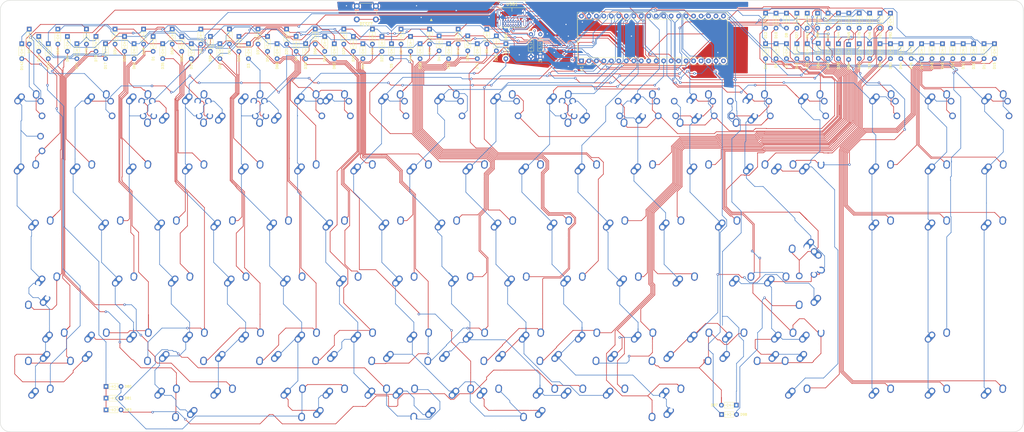
<source format=kicad_pcb>
(kicad_pcb (version 20221232) (generator pcbnew)
  (layers (0 "F.Cu" signal) (31 "B.Cu" signal) (34 "B.Paste" user) (35 "F.Paste" user) (36 "B.SilkS" user "B.Silkscreen") (37 "F.SilkS" user "F.Silkscreen") (38 "B.Mask" user) (39 "F.Mask" user) (44 "Edge.Cuts" user))
  (net 0 "")
  (net 1 "GND")
  (net 2 "Net-(D0-A)")
  (net 3 "Net-(D1-A)")
  (net 4 "VBUS")
  (net 5 "Net-(D75-A)")
  (net 6 "Net-(D3-A)")
  (net 7 "Net-(D5-A)")
  (net 8 "Net-(D6-A)")
  (net 9 "Net-(D7-A)")
  (net 10 "Net-(D8-A)")
  (net 11 "Net-(D9-A)")
  (net 12 "Net-(D11-A)")
  (net 13 "Net-(D12-A)")
  (net 14 "Net-(D13-A)")
  (net 15 "Net-(D14-A)")
  (net 16 "Net-(D15-A)")
  (net 17 "Net-(D16-A)")
  (net 18 "Net-(D17-A)")
  (net 19 "Net-(D18-A)")
  (net 20 "Net-(D19-A)")
  (net 21 "Net-(D20-A)")
  (net 22 "Net-(D21-A)")
  (net 23 "Net-(D22-A)")
  (net 24 "Net-(D23-A)")
  (net 25 "Net-(D24-A)")
  (net 26 "Net-(D25-A)")
  (net 27 "Net-(D26-A)")
  (net 28 "Net-(D27-A)")
  (net 29 "Net-(D28-A)")
  (net 30 "Net-(D29-A)")
  (net 31 "Net-(D30-A)")
  (net 32 "Net-(D31-A)")
  (net 33 "Net-(D32-A)")
  (net 34 "Net-(D33-A)")
  (net 35 "Net-(D34-A)")
  (net 36 "Net-(D35-A)")
  (net 37 "Net-(D36-A)")
  (net 38 "Net-(D37-A)")
  (net 39 "Net-(D38-A)")
  (net 40 "Net-(D39-A)")
  (net 41 "Net-(D40-A)")
  (net 42 "Net-(D41-A)")
  (net 43 "Net-(D42-A)")
  (net 44 "Net-(D43-A)")
  (net 45 "Net-(D44-A)")
  (net 46 "Net-(D45-A)")
  (net 47 "Net-(D46-A)")
  (net 48 "Net-(D47-A)")
  (net 49 "Net-(D48-A)")
  (net 50 "Net-(D49-A)")
  (net 51 "Net-(D50-A)")
  (net 52 "Net-(D52-A)")
  (net 53 "Net-(D53-A)")
  (net 54 "Net-(D54-A)")
  (net 55 "Net-(D55-A)")
  (net 56 "Net-(D56-A)")
  (net 57 "Net-(D57-A)")
  (net 58 "Net-(D58-A)")
  (net 59 "Net-(D59-A)")
  (net 60 "Net-(D60-A)")
  (net 61 "Net-(D61-A)")
  (net 62 "Net-(D62-A)")
  (net 63 "Net-(D63-A)")
  (net 64 "Net-(D64-A)")
  (net 65 "Net-(D65-A)")
  (net 66 "Net-(D66-A)")
  (net 67 "Net-(D67-A)")
  (net 68 "Net-(D68-A)")
  (net 69 "Net-(D69-A)")
  (net 70 "Net-(D70-A)")
  (net 71 "Net-(D71-A)")
  (net 72 "Net-(D72-A)")
  (net 73 "Net-(D73-A)")
  (net 74 "Net-(D74-A)")
  (net 75 "Net-(D76-A)")
  (net 76 "Net-(D77-A)")
  (net 77 "Net-(D78-A)")
  (net 78 "Net-(D79-A)")
  (net 79 "Net-(D81-A)")
  (net 80 "Net-(D82-A)")
  (net 81 "Net-(D83-A)")
  (net 82 "Net-(D84-A)")
  (net 83 "reset")
  (net 84 "Net-(D86-A)")
  (net 85 "Net-(D90-A)")
  (net 86 "D-")
  (net 87 "D+")
  (net 88 "row0")
  (net 89 "row1")
  (net 90 "row2")
  (net 91 "row3")
  (net 92 "row4")
  (net 93 "row5")
  (net 94 "col0")
  (net 95 "col2")
  (net 96 "col3")
  (net 97 "col4")
  (net 98 "col5")
  (net 99 "col6")
  (net 100 "col7")
  (net 101 "col8")
  (net 102 "col9")
  (net 103 "col11")
  (net 104 "col12")
  (net 105 "col13")
  (net 106 "col14")
  (net 107 "col15")
  (net 108 "col16")
  (net 109 "col17")
  (net 110 "col1")
  (net 111 "col10")
  (net 112 "Net-(D92-A)")
  (net 113 "Net-(D93-A)")
  (net 114 "Net-(D94-A)")
  (net 115 "Net-(D97-A)")
  (net 116 "Net-(USB1-CC1)")
  (net 117 "Net-(USB1-CC2)")
  (net 118 "NA")
  (net 121 "Net-(D85-A)")
  (net 123 "Net-(D98-A)")
  (net 124 "Net-(D80-A)")
  (net 125 "Net-(D142-A)")
  (net 126 "Net-(D2-A)")
  (net 127 "Net-(D4-A)")
  (net 128 "Net-(D10-A)")
  (footprint "MX_Alps_Hybrid:MX-1U-NoLED" (layer "F.Cu") (at 65.7149 115.8875)
    (fp_text reference "SW17")
    (fp_text value "KEYSW")
  )
  (footprint "MX_Alps_Hybrid:MX-1U-NoLED" (layer "F.Cu") (at 208.7563 134.9375)
    (fp_text reference "SW41")
    (fp_text value "KEYSW")
  )
  (footprint "cftkb:D_DO-35_SOD27_P5.08mm_Horizontal" (layer "F.Cu") (at 321.9672 68.7849 -90)
    (fp_text reference "D28")
    (fp_text value "D_Small")
  )
  (footprint "cftkb:D_DO-35_SOD27_P5.08mm_Horizontal" (layer "F.Cu") (at 108.5306 66.3047 -90)
    (fp_text reference "D36")
    (fp_text value "D_Small")
  )
  (footprint "cftkb:D_DO-35_SOD27_P5.08mm_Horizontal" (layer "F.Cu") (at 297.2297 68.7849 -90)
    (fp_text reference "D11")
    (fp_text value "D_Small")
  )
  (footprint "cftkb:D_DO-35_SOD27_P5.08mm_Horizontal" (layer "F.Cu") (at 371.4422 68.7849 -90)
    (fp_text reference "D14")
    (fp_text value "D_Small")
  )
  (footprint "cftkb:D_DO-35_SOD27_P5.08mm_Horizontal" (layer "F.Cu") (at 336.1029 68.7849 -90)
    (fp_text reference "D90")
    (fp_text value "D_Small")
  )
  (footprint "cftkb:D_DO-35_SOD27_P5.08mm_Horizontal" (layer "F.Cu") (at 339.6368 58.4105 -90)
    (fp_text reference "D92")
    (fp_text value "D_Small")
  )
  (footprint "cftkb:D_DO-35_SOD27_P5.08mm_Horizontal" (layer "F.Cu") (at 46.9814 63.8244 -90)
    (fp_text reference "D0")
    (fp_text value "D_Small")
  )
  (footprint "cftkb:D_DO-35_SOD27_P5.08mm_Horizontal" (layer "F.Cu") (at 89.094 66.3047 -90)
    (fp_text reference "D1")
    (fp_text value "D_Small")
  )
  (footprint "cftkb:D_DO-35_SOD27_P5.08mm_Horizontal" (layer "F.Cu") (at 105.2912 63.8244 -90)
    (fp_text reference "D2")
    (fp_text value "D_Small")
  )
  (footprint "cftkb:D_DO-35_SOD27_P5.08mm_Horizontal" (layer "F.Cu") (at 121.4884 68.7849 -90)
    (fp_text reference "D3")
    (fp_text value "D_Small")
  )
  (footprint "cftkb:D_DO-35_SOD27_P5.08mm_Horizontal" (layer "F.Cu") (at 137.6855 66.3047 -90)
    (fp_text reference "D4")
    (fp_text value "D_Small")
  )
  (footprint "cftkb:D_DO-35_SOD27_P5.08mm_Horizontal" (layer "F.Cu") (at 170.0799 68.7849 -90)
    (fp_text reference "D5")
    (fp_text value "D_Small")
  )
  (footprint "cftkb:D_DO-35_SOD27_P5.08mm_Horizontal" (layer "F.Cu") (at 202.4742 63.8244 -90)
    (fp_text reference "D6")
    (fp_text value "D_Small")
  )
  (footprint "cftkb:D_DO-35_SOD27_P5.08mm_Horizontal" (layer "F.Cu") (at 304.2976 68.7849 -90)
    (fp_text reference "D7")
    (fp_text value "D_Small")
  )
  (footprint "cftkb:D_DO-35_SOD27_P5.08mm_Horizontal" (layer "F.Cu") (at 304.2976 58.4105 -90)
    (fp_text reference "D8")
    (fp_text value "D_Small")
  )
  (footprint "cftkb:D_DO-35_SOD27_P5.08mm_Horizontal" (layer "F.Cu") (at 300.7636 68.7849 -90)
    (fp_text reference "D9")
    (fp_text value "D_Small")
  )
  (footprint "cftkb:D_DO-35_SOD27_P5.08mm_Horizontal" (layer "F.Cu") (at 300.7636 58.4105 -90)
    (fp_text reference "D10")
    (fp_text value "D_Small")
  )
  (footprint "cftkb:D_DO-35_SOD27_P5.08mm_Horizontal" (layer "F.Cu") (at 297.2297 58.4105 -90)
    (fp_text reference "D12")
    (fp_text value "D_Small")
  )
  (footprint "cftkb:D_DO-35_SOD27_P5.08mm_Horizontal" (layer "F.Cu") (at 336.1029 58.4105 -90)
    (fp_text reference "D13")
    (fp_text value "D_Small")
  )
  (footprint "cftkb:D_DO-35_SOD27_P5.08mm_Horizontal" (layer "F.Cu") (at 374.9761 68.7849 -90)
    (fp_text reference "D15")
    (fp_text value "D_Small")
  )
  (footprint "cftkb:D_DO-35_SOD27_P5.08mm_Horizontal" (layer "F.Cu") (at 50.2208 66.3047 -90)
    (fp_text reference "D16")
    (fp_text value "D_Small")
  )
  (footprint "cftkb:D_DO-35_SOD27_P5.08mm_Horizontal" (layer "F.Cu") (at 72.8969 68.7849 -90)
    (fp_text reference "D17")
    (fp_text value "D_Small")
  )
  (footprint "cftkb:D_DO-35_SOD27_P5.08mm_Horizontal" (layer "F.Cu") (at 85.8546 63.8244 -90)
    (fp_text reference "D18")
    (fp_text value "D_Small")
  )
  (footprint "cftkb:D_DO-35_SOD27_P5.08mm_Horizontal" (layer "F.Cu") (at 102.0518 68.7849 -90)
    (fp_text reference "D19")
    (fp_text value "D_Small")
  )
  (footprint "cftkb:D_DO-35_SOD27_P5.08mm_Horizontal" (layer "F.Cu") (at 118.2489 66.3047 -90)
    (fp_text reference "D20")
    (fp_text value "D_Small")
  )
  (footprint "cftkb:D_DO-35_SOD27_P5.08mm_Horizontal" (layer "F.Cu") (at 134.4461 63.8244 -90)
    (fp_text reference "D21")
    (fp_text value "D_Small")
  )
  (footprint "cftkb:D_DO-35_SOD27_P5.08mm_Horizontal" (layer "F.Cu") (at 153.8827 63.8244 -90)
    (fp_text reference "D22")
    (fp_text value "D_Small")
  )
  (footprint "cftkb:D_DO-35_SOD27_P5.08mm_Horizontal" (layer "F.Cu") (at 166.8404 66.3047 -90)
    (fp_text reference "D23")
    (fp_text value "D_Small")
  )
  (footprint "cftkb:D_DO-35_SOD27_P5.08mm_Horizontal" (layer "F.Cu") (at 173.3193 63.8244 -90)
    (fp_text reference "D24")
    (fp_text value "D_Small")
  )
  (footprint "cftkb:D_DO-35_SOD27_P5.08mm_Horizontal" (layer "F.Cu") (at 189.5165 68.7849 -90)
    (fp_text reference "D25")
    (fp_text value "D_Small")
  )
  (footprint "cftkb:D_DO-35_SOD27_P5.08mm_Horizontal" (layer "F.Cu") (at 205.7137 66.1035 -90)
    (fp_text reference "D26")
    (fp_text value "D_Small")
  )
  (footprint "cftkb:D_DO-35_SOD27_P5.08mm_Horizontal" (layer "F.Cu") (at 307.8315 58.4105 -90)
    (fp_text reference "D27")
    (fp_text value "D_Small")
  )
  (footprint "cftkb:D_DO-35_SOD27_P5.08mm_Horizontal" (layer "F.Cu") (at 332.569 68.7849 -90)
    (fp_text reference "D29")
    (fp_text value "D_Small")
  )
  (footprint "cftkb:D_DO-35_SOD27_P5.08mm_Horizontal" (layer "F.Cu") (at 360.8404 68.7849 -90)
    (fp_text reference "D30")
    (fp_text value "D_Small")
  )
  (footprint "cftkb:D_DO-35_SOD27_P5.08mm_Horizontal" (layer "F.Cu") (at 364.3743 68.7849 -90)
    (fp_text reference "D31")
    (fp_text value "D_Small")
  )
  (footprint "cftkb:D_DO-35_SOD27_P5.08mm_Horizontal" (layer "F.Cu") (at 367.9082 68.7849 -90)
    (fp_text reference "D32")
    (fp_text value "D_Small")
  )
  (footprint "cftkb:D_DO-35_SOD27_P5.08mm_Horizontal" (layer "F.Cu") (at 53.4603 68.7849 -90)
    (fp_text reference "D33")
    (fp_text value "D_Small")
  )
  (footprint "cftkb:D_DO-35_SOD27_P5.08mm_Horizontal" (layer "F.Cu") (at 76.1363 63.8244 -90)
    (fp_text reference "D34")
    (fp_text value "D_Small")
  )
  (footprint "cftkb:D_DO-35_SOD27_P5.08mm_Horizontal" (layer "F.Cu") (at 92.3335 68.7849 -90)
    (fp_text reference "D35")
    (fp_text value "D_Small")
  )
  (footprint "cftkb:D_DO-35_SOD27_P5.08mm_Horizontal" (layer "F.Cu") (at 124.7278 63.8244 -90)
    (fp_text reference "D37")
    (fp_text value "D_Small")
  )
  (footprint "cftkb:D_DO-35_SOD27_P5.08mm_Horizontal" (layer "F.Cu") (at 140.925 68.7849 -90)
    (fp_text reference "D38")
    (fp_text value "D_Small")
  )
  (footprint "cftkb:D_DO-35_SOD27_P5.08mm_Horizontal" (layer "F.Cu") (at 157.1221 66.3047 -90)
    (fp_text reference "D39")
    (fp_text value "D_Small")
  )
  (footprint "cftkb:D_DO-35_SOD27_P5.08mm_Horizontal" (layer "F.Cu") (at 176.5587 66.3047 -90)
    (fp_text reference "D40")
    (fp_text value "D_Small")
  )
  (footprint "cftkb:D_DO-35_SOD27_P5.08mm_Horizontal" (layer "F.Cu") (at 186.277 66.1035 -90)
    (fp_text reference "D41")
    (fp_text value "D_Small")
  )
  (footprint "cftkb:D_DO-35_SOD27_P5.08mm_Horizontal" (layer "F.Cu") (at 192.7559 63.8244 -90)
    (fp_text reference "D42")
    (fp_text value "D_Small")
  )
  (footprint "cftkb:D_DO-35_SOD27_P5.08mm_Horizontal" (layer "F.Cu") (at 307.8315 68.7849 -90)
    (fp_text reference "D43")
    (fp_text value "D_Small")
  )
  (footprint "cftkb:D_DO-35_SOD27_P5.08mm_Horizontal" (layer "F.Cu") (at 321.9672 58.4105 -90)
    (fp_text reference "D44")
    (fp_text value "D_Small")
  )
  (footprint "cftkb:D_DO-35_SOD27_P5.08mm_Horizontal" (layer "F.Cu") (at 325.5011 58.4105 -90)
    (fp_text reference "D45")
    (fp_text value "D_Small")
  )
  (footprint "cftkb:D_DO-35_SOD27_P5.08mm_Horizontal" (layer "F.Cu") (at 332.569 58.4105 -90)
    (fp_text reference "D46")
    (fp_text value "D_Small")
  )
  (footprint "cftkb:D_DO-35_SOD27_P5.08mm_Horizontal" (layer "F.Cu") (at 350.2386 68.7849 -90)
    (fp_text reference "D47")
    (fp_text value "D_Small")
  )
  (footprint "cftkb:D_DO-35_SOD27_P5.08mm_Horizontal" (layer "F.Cu") (at 353.7725 68.7849 -90)
    (fp_text reference "D48")
    (fp_text value "D_Small")
  )
  (footprint "cftkb:D_DO-35_SOD27_P5.08mm_Horizontal" (layer "F.Cu") (at 357.3064 68.7849 -90)
    (fp_text reference "D49")
    (fp_text value "D_Small")
  )
  (footprint "cftkb:D_DO-35_SOD27_P5.08mm_Horizontal" (layer "F.Cu") (at 56.6997 63.8244 -90)
    (fp_text reference "D50")
    (fp_text value "D_Small")
  )
  (footprint "cftkb:D_DO-35_SOD27_P5.08mm_Horizontal" (layer "F.Cu") (at 79.3757 66.3047 -90)
    (fp_text reference "D52")
    (fp_text value "D_Small")
  )
  (footprint "cftkb:D_DO-35_SOD27_P5.08mm_Horizontal" (layer "F.Cu") (at 95.5729 63.8244 -90)
    (fp_text reference "D53")
    (fp_text value "D_Small")
  )
  (footprint "cftkb:D_DO-35_SOD27_P5.08mm_Horizontal" (layer "F.Cu") (at 111.7701 68.7849 -90)
    (fp_text reference "D54")
    (fp_text value "D_Small")
  )
  (footprint "cftkb:D_DO-35_SOD27_P5.08mm_Horizontal" (layer "F.Cu") (at 127.9672 66.3047 -90)
    (fp_text reference "D55")
    (fp_text value "D_Small")
  )
  (footprint "cftkb:D_DO-35_SOD27_P5.08mm_Horizontal" (layer "F.Cu") (at 144.1644 63.8244 -90)
    (fp_text reference "D56")
    (fp_text value "D_Small")
  )
  (footprint "cftkb:D_DO-35_SOD27_P5.08mm_Horizontal" (layer "F.Cu") (at 160.3616 68.7849 -90)
    (fp_text reference "D57")
    (fp_text value "D_Small")
  )
  (footprint "cftkb:D_DO-35_SOD27_P5.08mm_Horizontal" (layer "F.Cu") (at 179.7982 68.7849 -90)
    (fp_text reference "D58")
    (fp_text value "D_Small")
  )
  (footprint "cftkb:D_DO-35_SOD27_P5.08mm_Horizontal" (layer "F.Cu") (at 195.9953 66.1035 -90)
    (fp_text reference "D59")
    (fp_text value "D_Small")
  )
  (footprint "cftkb:D_DO-35_SOD27_P5.08mm_Horizontal" (layer "F.Cu") (at 208.9531 68.7849 -90)
    (fp_text reference "D60")
    (fp_text value "D_Small")
  )
  (footprint "cftkb:D_DO-35_SOD27_P5.08mm_Horizontal" (layer "F.Cu") (at 311.3654 58.4105 -90)
    (fp_text reference "D61")
    (fp_text value "D_Small")
  )
  (footprint "cftkb:D_DO-35_SOD27_P5.08mm_Horizontal" (layer "F.Cu") (at 318.4333 68.7849 -90)
    (fp_text reference "D62")
    (fp_text value "D_Small")
  )
  (footprint "cftkb:D_DO-35_SOD27_P5.08mm_Horizontal" (layer "F.Cu") (at 329.035 68.7849 -90)
    (fp_text reference "D63")
    (fp_text value "D_Small")
  )
  (footprint "cftkb:D_DO-35_SOD27_P5.08mm_Horizontal" (layer "F.Cu") (at 59.9391 66.3047 -90)
    (fp_text reference "D64")
    (fp_text value "D_Small")
  )
  (footprint "cftkb:D_DO-35_SOD27_P5.08mm_Horizontal" (layer "F.Cu") (at 82.6152 68.7849 -90)
    (fp_text reference "D65")
    (fp_text value "D_Small")
  )
  (footprint "cftkb:D_DO-35_SOD27_P5.08mm_Horizontal" (layer "F.Cu") (at 98.8123 66.3047 -90)
    (fp_text reference "D66")
    (fp_text value "D_Small")
  )
  (footprint "cftkb:D_DO-35_SOD27_P5.08mm_Horizontal" (layer "F.Cu") (at 115.0095 63.8244 -90)
    (fp_text reference "D67")
    (fp_text value "D_Small")
  )
  (footprint "cftkb:D_DO-35_SOD27_P5.08mm_Horizontal" (layer "F.Cu") (at 131.2067 68.7849 -90)
    (fp_text reference "D68")
    (fp_text value "D_Small")
  )
  (footprint "cftkb:D_DO-35_SOD27_P5.08mm_Horizontal" (layer "F.Cu") (at 147.4038 66.3047 -90)
    (fp_text reference "D69")
    (fp_text value "D_Small")
  )
  (footprint "cftkb:D_DO-35_SOD27_P5.08mm_Horizontal" (layer "F.Cu") (at 163.601 63.8244 -90)
    (fp_text reference "D70")
    (fp_text value "D_Small")
  )
  (footprint "cftkb:D_DO-35_SOD27_P5.08mm_Horizontal" (layer "F.Cu") (at 183.0376 63.8244 -90)
    (fp_text reference "D71")
    (fp_text value "D_Small")
  )
  (footprint "cftkb:D_DO-35_SOD27_P5.08mm_Horizontal" (layer "F.Cu") (at 199.2348 68.7849 -90)
    (fp_text reference "D72")
    (fp_text value "D_Small")
  )
  (footprint "cftkb:D_DO-35_SOD27_P5.08mm_Horizontal" (layer "F.Cu") (at 311.3654 68.7849 -90)
    (fp_text reference "D73")
    (fp_text value "D_Small")
  )
  (footprint "cftkb:D_DO-35_SOD27_P5.08mm_Horizontal" (layer "F.Cu") (at 318.4333 58.4105 -90)
    (fp_text reference "D74")
    (fp_text value "D_Small")
  )
  (footprint "cftkb:D_DO-35_SOD27_P5.08mm_Horizontal" (layer "F.Cu") (at 329.035 58.4105 -90)
    (fp_text reference "D75")
    (fp_text value "D_Small")
  )
  (footprint "cftkb:D_DO-35_SOD27_P5.08mm_Horizontal" (layer "F.Cu") (at 346.7047 68.7849 -90)
    (fp_text reference "D76")
    (fp_text value "D_Small")
  )
  (footprint "cftkb:D_DO-35_SOD27_P5.08mm_Horizontal" (layer "F.Cu") (at 63.1786 68.7849 -90)
    (fp_text reference "D77")
    (fp_text value "D_Small")
  )
  (footprint "cftkb:D_DO-35_SOD27_P5.08mm_Horizontal" (layer "F.Cu") (at 66.418 63.8244 -90)
    (fp_text reference "D78")
    (fp_text value "D_Small")
  )
  (footprint "cftkb:D_DO-35_SOD27_P5.08mm_Horizontal" (layer "F.Cu") (at 69.6574 66.3047 -90)
    (fp_text reference "D79")
    (fp_text value "D_Small")
  )
  (footprint "cftkb:D_DO-35_SOD27_P5.08mm_Horizontal" (layer "F.Cu") (at 150.6433 68.7849 -90)
    (fp_text reference "D82")
    (fp_text value "D_Small")
  )
  (footprint "cftkb:D_DO-35_SOD27_P5.08mm_Horizontal" (layer "F.Cu") (at 314.8993 58.4105 -90)
    (fp_text reference "D85")
    (fp_text value "D_Small")
  )
  (footprint "cftkb:D_DO-35_SOD27_P5.08mm_Horizontal" (layer "F.Cu") (at 339.6368 68.7849 -90)
    (fp_text reference "D93")
    (fp_text value "D_Small")
  )
  (footprint "cftkb:D_DO-35_SOD27_P5.08mm_Horizontal" (layer "F.Cu") (at 343.1707 68.7849 -90)
    (fp_text reference "D94")
    (fp_text value "D_Small")
  )
  (footprint "cftkb:SW_PUSH_6mm" (layer "F.Cu") (at 158.2846 57.2897)
    (fp_text reference "RESET1")
    (fp_text value "RESET")
  )
  (footprint "MX_Alps_Hybrid:MX-1U-NoLED" (layer "F.Cu") (at 46.8313 92.075)
    (fp_text reference "SW0")
    (fp_text value "KEYSW")
  )
  (footprint "MX_Alps_Hybrid:MX-1U-NoLED" (layer "F.Cu") (at 84.7954 92.075)
    (fp_text reference "SW1")
    (fp_text value "KEYSW")
  )
  (footprint "MX_Alps_Hybrid:MX-1U-NoLED" (layer "F.Cu") (at 103.8352 92.075)
    (fp_text reference "SW2")
    (fp_text value "KEYSW")
  )
  (footprint "MX_Alps_Hybrid:MX-1U-NoLED" (layer "F.Cu") (at 122.875 92.075)
    (fp_text reference "SW3")
    (fp_text value "KEYSW")
  )
  (footprint "MX_Alps_Hybrid:MX-1U-NoLED" (layer "F.Cu") (at 141.92 92.075)
    (fp_text reference "SW4")
    (fp_text value "KEYSW")
  )
  (footprint "MX_Alps_Hybrid:MX-1U-NoLED" (layer "F.Cu") (at 170.5102 92.075)
    (fp_text reference "SW5")
    (fp_text value "KEYSW")
  )
  (footprint "MX_Alps_Hybrid:MX-1U-NoLED" (layer "F.Cu") (at 189.5602 92.075)
    (fp_text reference "SW6")
    (fp_text value "KEYSW")
  )
  (footprint "MX_Alps_Hybrid:MX-1U-NoLED" (layer "F.Cu") (at 208.6 92.075)
    (fp_text reference "SW7")
    (fp_text value "KEYSW")
  )
  (footprint "MX_Alps_Hybrid:MX-1U-NoLED" (layer "F.Cu") (at 227.6399 92.075)
    (fp_text reference "SW8")
    (fp_text value "KEYSW")
  )
  (footprint "MX_Alps_Hybrid:MX-1U-NoLED" (layer "F.Cu") (at 256.2301 92.075)
    (fp_text reference "SW9")
    (fp_text value "KEYSW")
  )
  (footprint "MX_Alps_Hybrid:MX-1U-NoLED" (layer "F.Cu") (at 275.27 92.075)
    (fp_text reference "SW10")
    (fp_text value "KEYSW")
  )
  (footprint "MX_Alps_Hybrid:MX-1U-NoLED" (layer "F.Cu") (at 294.3149 92.075)
    (fp_text reference "SW11")
    (fp_text value "KEYSW")
  )
  (footprint "MX_Alps_Hybrid:MX-1U-NoLED" (layer "F.Cu") (at 313.155 92.075)
    (fp_text reference "SW12")
    (fp_text value "KEYSW")
  )
  (footprint "MX_Alps_Hybrid:MX-1U-NoLED" (layer "F.Cu") (at 337.3438 92.075)
    (fp_text reference "SW13")
    (fp_text value "KEYSW")
  )
  (footprint "MX_Alps_Hybrid:MX-1U-NoLED" (layer "F.Cu") (at 356.235 92.075)
    (fp_text reference "SW14")
    (fp_text value "KEYSW")
  )
  (footprint "MX_Alps_Hybrid:MX-1U-NoLED" (layer "F.Cu") (at 375.4438 92.075)
    (fp_text reference "SW15")
    (fp_text value "KEYSW")
  )
  (footprint "MX_Alps_Hybrid:MX-1U-NoLED" (layer "F.Cu") (at 46.6649 115.8875)
    (fp_text reference "SW16")
    (fp_text value "KEYSW")
  )
  (footprint "MX_Alps_Hybrid:MX-1U-NoLED" (layer "F.Cu") (at 84.7649 115.8875)
    (fp_text reference "SW18")
    (fp_text value "KEYSW")
  )
  (footprint "MX_Alps_Hybrid:MX-1U-NoLED" (layer "F.Cu") (at 103.82 115.8875)
    (fp_text reference "SW19")
    (fp_text value "KEYSW")
  )
  (footprint "MX_Alps_Hybrid:MX-1U-NoLED" (layer "F.Cu") (at 122.8954 115.8875)
    (fp_text reference "SW20")
    (fp_text value "KEYSW")
  )
  (footprint "MX_Alps_Hybrid:MX-1U-NoLED" (layer "F.Cu") (at 141.9657 115.8875)
    (fp_text reference "SW21")
    (fp_text value "KEYSW")
  )
  (footprint "MX_Alps_Hybrid:MX-1U-NoLED" (layer "F.Cu") (at 161.0411 115.8875)
    (fp_text reference "SW22")
    (fp_text value "KEYSW")
  )
  (footprint "MX_Alps_Hybrid:MX-1U-NoLED" (layer "F.Cu") (at 180.1165 115.8875)
    (fp_text reference "SW23")
    (fp_text value "KEYSW")
  )
  (footprint "MX_Alps_Hybrid:MX-1U-NoLED" (layer "F.Cu") (at 199.1563 115.8875)
    (fp_text reference "SW24")
    (fp_text value "KEYSW")
  )
  (footprint "MX_Alps_Hybrid:MX-1U-NoLED" (layer "F.Cu") (at 218.1962 115.8875)
    (fp_text reference "SW25")
    (fp_text value "KEYSW")
  )
  (footprint "MX_Alps_Hybrid:MX-1U-NoLED" (layer "F.Cu") (at 237.2614 115.8875)
    (fp_text reference "SW26")
    (fp_text value "KEYSW")
  )
  (footprint "MX_Alps_Hybrid:MX-1U-NoLED" (layer "F.Cu") (at 256.286 115.8875)
    (fp_text reference "SW27")
    (fp_text value "KEYSW")
  )
  (footprint "MX_Alps_Hybrid:MX-1U-NoLED" (layer "F.Cu") (at 275.3411 115.8875)
    (fp_text reference "SW28")
    (fp_text value "KEYSW")
  )
  (footprint "MX_Alps_Hybrid:MX-1U-NoLED" (layer "F.Cu") (at 294.4813 115.8875)
    (fp_text reference "SW29")
    (fp_text value "KEYSW")
  )
  (footprint "MX_Alps_Hybrid:MX-1U-NoLED" (layer "F.Cu") (at 337.1647 115.8875)
    (fp_text reference "SW30")
    (fp_text value "KEYSW")
  )
  (footprint "MX_Alps_Hybrid:MX-1U-NoLED" (layer "F.Cu") (at 356.2299 115.8875)
    (fp_text reference "SW31")
    (fp_text value "KEYSW")
  )
  (footprint "MX_Alps_Hybrid:MX-1U-NoLED" (layer "F.Cu") (at 375.4438 115.8875)
    (fp_text reference "SW32")
    (fp_text value "KEYSW")
  )
  (footprint "MX_Alps_Hybrid:MX-1.5U-NoLED" (layer "F.Cu") (at 51.5938 134.9375)
    (fp_text reference "SW33")
    (fp_text value "KEYSW")
  )
  (footprint "MX_Alps_Hybrid:MX-1U-NoLED" (layer "F.Cu") (at 75.4063 134.9375)
    (fp_text reference "SW34")
    (fp_text value "KEYSW")
  )
  (footprint "MX_Alps_Hybrid:MX-1U-NoLED" (layer "F.Cu") (at 94.4563 134.9375)
    (fp_text reference "SW35")
    (fp_text value "KEYSW")
  )
  (footprint "MX_Alps_Hybrid:MX-1U-NoLED" (layer "F.Cu") (at 113.5063 134.9375)
    (fp_text reference "SW36")
    (fp_text value "KEYSW")
  )
  (footprint "MX_Alps_Hybrid:MX-1U-NoLED" (layer "F.Cu") (at 132.5563 134.9375)
    (fp_text reference "SW37")
    (fp_text value "KEYSW")
  )
  (footprint "MX_Alps_Hybrid:MX-1U-NoLED" (layer "F.Cu") (at 151.6063 134.9375)
    (fp_text reference "SW38")
    (fp_text value "KEYSW")
  )
  (footprint "MX_Alps_Hybrid:MX-1U-NoLED" (layer "F.Cu") (at 170.6563 134.9375)
    (fp_text reference "SW39")
    (fp_text value "KEYSW")
  )
  (footprint "MX_Alps_Hybrid:MX-1U-NoLED" (layer "F.Cu") (at 189.7063 134.9375)
    (fp_text reference "SW40")
    (fp_text value "KEYSW")
  )
  (footprint "MX_Alps_Hybrid:MX-1U-NoLED" (layer "F.Cu") (at 227.8063 134.9375)
    (fp_text reference "SW42")
    (fp_text value "KEYSW")
  )
  (footprint "MX_Alps_Hybrid:MX-1U-NoLED" (layer "F.Cu") (at 246.8563 134.9375)
    (fp_text reference "SW43")
    (fp_text value "KEYSW")
  )
  (footprint "MX_Alps_Hybrid:MX-1U-NoLED" (layer "F.Cu") (at 265.9063 134.9375)
    (fp_text reference "SW44")
    (fp_text value "KEYSW")
  )
  (footprint "MX_Alps_Hybrid:MX-1U-NoLED" (layer "F.Cu") (at 284.9563 134.9375)
    (fp_text reference "SW45")
    (fp_text value "KEYSW")
  )
  (footprint "MX_Alps_Hybrid:MX-ISO-ReversedStabilizers" (layer "F.Cu") (at 311.15 144.4625)
    (fp_text reference "SW46")
    (fp_text value "KEYSW")
  )
  (footprint "MX_Alps_Hybrid:MX-1U-NoLED" (layer "F.Cu") (at 337.1748 134.9375)
    (fp_text reference "SW47")
    (fp_text value "KEYSW")
  )
  (footprint "MX_Alps_Hybrid:MX-1U-NoLED" (layer "F.Cu") (at 356.2299 134.9375)
    (fp_text reference "SW48")
    (fp_text value "KEYSW")
  )
  (footprint "MX_Alps_Hybrid:MX-1U-NoLED" (layer "F.Cu") (at 375.2952 134.9375)
    (fp_text reference "SW49")
    (fp_text value "KEYSW")
  )
  (footprint "MX_Alps_Hybrid:MX-1.75U-NoLED" (layer "F.Cu") (at 53.8226 153.9875)
    (fp_text reference "SW50")
    (fp_text value "KEYSW")
  )
  (footprint "MX_Alps_Hybrid:MX-1U-NoLED" (layer "F.Cu") (at 80.0151 153.9875)
    (fp_text reference "SW52")
    (fp_text value "KEYSW")
  )
  (footprint "MX_Alps_Hybrid:MX-1U-NoLED" (layer "F.Cu") (at 99.0498 153.9875)
    (fp_text reference "SW53")
    (fp_text value "KEYSW")
  )
  (footprint "MX_Alps_Hybrid:MX-1U-NoLED" (layer "F.Cu") (at 118.1202 153.9875)
    (fp_text reference "SW54")
    (fp_text value "KEYSW")
  )
  (footprint "MX_Alps_Hybrid:MX-1U-NoLED" (layer "F.Cu") (at 137.1651 153.9875)
    (fp_text reference "SW55")
    (fp_text value "KEYSW")
  )
  (footprint "MX_Alps_Hybrid:MX-1U-NoLED" (layer "F.Cu") (at 156.2202 153.9875)
    (fp_text reference "SW56")
    (fp_text value "KEYSW")
  )
  (footprint "MX_Alps_Hybrid:MX-1U-NoLED" (layer "F.Cu") (at 175.2549 153.9875)
    (fp_text reference "SW57")
    (fp_text value "KEYSW")
  )
  (footprint "MX_Alps_Hybrid:MX-1U-NoLED" (layer "F.Cu") (at 194.2998 153.9875)
    (fp_text reference "SW58")
    (fp_text value "KEYSW")
  )
  (footprint "MX_Alps_Hybrid:MX-1U-NoLED" (layer "F.Cu") (at 213.36 153.9875)
    (fp_text reference "SW59")
    (fp_text value "KEYSW")
  )
  (footprint "MX_Alps_Hybrid:MX-1U-NoLED" (layer "F.Cu") (at 232.41 153.9875)
    (fp_text reference "SW60")
    (fp_text value "KEYSW")
  )
  (footprint "MX_Alps_Hybrid:MX-1U-NoLED" (layer "F.Cu") (at 251.46 153.9875)
    (fp_text reference "SW61")
    (fp_text value "KEYSW")
  )
  (footprint "MX_Alps_Hybrid:MX-1U-NoLED" (layer "F.Cu") (at 270.5354 153.9875)
    (fp_text reference "SW62")
    (fp_text value "KEYSW")
  )
  (footprint "MX_Alps_Hybrid:MX-1U-NoLED" (layer "F.Cu") (at 289.7188 153.9875)
    (fp_text reference "SW63")
    (fp_text value "KEYSW")
  )
  (footprint "MX_Alps_Hybrid:MX-2U-NoLED" (layer "F.Cu") (at 56.3563 173.0375)
    (fp_text reference "SW64")
    (fp_text value "KEYSW")
  )
  (footprint "MX_Alps_Hybrid:MX-1U-NoLED" (layer "F.Cu") (at 84.9313 173.0375)
    (fp_text reference "SW65")
    (fp_text value "KEYSW")
  )
  (footprint "MX_Alps_Hybrid:MX-1U-NoLED" (layer "F.Cu") (at 103.9813 173.0375)
    (fp_text reference "SW66")
    (fp_text value "KEYSW")
  )
  (footprint "MX_Alps_Hybrid:MX-1U-NoLED" (layer "F.Cu") (at 123.0313 173.0375)
    (fp_text reference "SW67")
    (fp_text value "KEYSW")
  )
  (footprint "MX_Alps_Hybrid:MX-1U-NoLED" (layer "F.Cu") (at 142.0813 173.0375)
    (fp_text reference "SW68")
    (fp_text value "KEYSW")
  )
  (footprint "MX_Alps_Hybrid:MX-1U-NoLED" (layer "F.Cu") (at 161.1313 173.0375)
    (fp_text reference "SW69")
    (fp_text value "KEYSW")
  )
  (footprint "MX_Alps_Hybrid:MX-1U-NoLED" (layer "F.Cu") (at 180.1813 173.0375)
    (fp_text reference "SW70")
    (fp_text value "KEYSW")
  )
  (footprint "MX_Alps_Hybrid:MX-1U-NoLED" (layer "F.Cu") (at 199.2313 173.0375)
    (fp_text reference "SW71")
    (fp_text value "KEYSW")
  )
  (footprint "MX_Alps_Hybrid:MX-1U-NoLED" (layer "F.Cu") (at 218.2813 173.0375)
    (fp_text reference "SW72")
    (fp_text value "KEYSW")
  )
  (footprint "MX_Alps_Hybrid:MX-1U-NoLED" (layer "F.Cu") (at 237.3313 173.0375)
    (fp_text reference "SW73")
    (fp_text value "KEYSW")
  )
  (footprint "MX_Alps_Hybrid:MX-1U-NoLED" (layer "F.Cu") (at 256.3813 173.0375)
    (fp_text reference "SW74")
    (fp_text value "KEYSW")
  )
  (footprint "MX_Alps_Hybrid:MX-1U-NoLED" (layer "F.Cu") (at 356.235 173.0375)
    (fp_text reference "SW76")
    (fp_text value "KEYSW")
  )
  (footprint "MX_Alps_Hybrid:MX-1.5U-NoLED" (layer "F.Cu") (at 51.5938 192.0875)
    (fp_text reference "SW77")
    (fp_text value "KEYSW")
  )
  (footprint "MX_Alps_Hybrid:MX-1.5U-NoLED" (layer "F.Cu") (at 137.3188 192.0875)
    (fp_text reference "SW80")
    (fp_text value "KEYSW")
  )
  (footprint "MX_Alps_Hybrid:MX-1U-NoLED" (layer "F.Cu") (at 94.4563 192.0875)
    (fp_text reference "SW78")
    (fp_text value "KEYSW")
  )
  (footprint "MX_Alps_Hybrid:MX-1U-NoLED" (layer "F.Cu") (at 113.5063 192.0875)
    (fp_text reference "SW79")
    (fp_text value "KEYSW")
  )
  (footprint "MX_Alps_Hybrid:MX-1.5U-NoLED" (layer "F.Cu") (at 223.0438 192.0875)
    (fp_text reference "SW83")
    (fp_text value "KEYSW")
  )
  (footprint "MX_Alps_Hybrid:MX-1.5U-NoLED" (layer "F.Cu") (at 194.4688 192.0875)
    (fp_text reference "SW82")
    (fp_text value "KEYSW")
  )
  (footprint "MX_Alps_Hybrid:MX-1U-NoLED" (layer "F.Cu") (at 265.9063 192.0875)
    (fp_text reference "SW85")
    (fp_text value "KEYSW")
  )
  (footprint "MX_Alps_Hybrid:MX-1.5U-NoLED" (layer "F.Cu") (at 308.7688 192.0875)
    (fp_text reference "SW90")
    (fp_text value "KEYSW")
  )
  (footprint "MX_Alps_Hybrid:MX-1U-NoLED" (layer "F.Cu") (at 337.1901 192.0875)
    (fp_text reference "SW92")
    (fp_text value "KEYSW")
  )
  (footprint "MX_Alps_Hybrid:MX-1U-NoLED" (layer "F.Cu") (at 356.2299 192.0875)
    (fp_text reference "SW93")
    (fp_text value "KEYSW")
  )
  (footprint "MX_Alps_Hybrid:MX-1U-NoLED" (layer "F.Cu") (at 375.285 192.0875)
    (fp_text reference "SW94")
    (fp_text value "KEYSW")
  )
  (footprint "cftkb:USB_C_GCT_USB4085" (layer "F.Cu") (at 211.0163 57.7977 180)
    (fp_text reference "USB1")
    (fp_text value "USB_C_GCT_USB4085")
  )
  (footprint "MX_Alps_Hybrid:MX-2U-NoLED" (layer "F.Cu") (at 304.0063 173.0375)
    (fp_text reference "SW75")
    (fp_text value "KEYSW")
  )
  (footprint "MX_Alps_Hybrid:MX-7U-ReversedStabilizers-NoLED" (layer "F.Cu") (at 151.6063 192.0875)
    (fp_text reference "SW89")
    (fp_text value "KEYSW")
  )
  (footprint "cftkb:R_Axial_DIN0204_L3.6mm_D1.6mm_P7.62mm_Horizontal" (layer "F.Cu") (at 217.4875 66.8337 -90)
    (fp_text reference "R2")
    (fp_text value "5.1k")
  )
  (footprint "MX_Alps_Hybrid:MX-2.75U-ReversedStabilizers-NoLED" (layer "F.Cu") (at 63.5 173.0375 180)
    (fp_text reference "SW111")
    (fp_text value "KEYSW")
  )
  (footprint "Alps_Only:ALPS-1U" (layer "F.Cu") (at 189.5602 92.075 -90)
    (fp_text reference "SW114")
    (fp_text value "KEYSW")
  )
  (footprint "MX_Alps_Hybrid:MX-1U-NoLED" (layer "F.Cu") (at 108.7438 173.0375 180)
    (fp_text reference "SW98")
    (fp_text value "KEYSW")
  )
  (footprint "Alps_Only:ALPS-1U" (layer "F.Cu") (at 141.92 92.075 -90)
    (fp_text reference "SW121")
    (fp_text value "KEYSW")
  )
  (footprint "Footprints:DIP-40_W15.24mm_Socket" (layer "F.Cu") (at 234.6375 75.8875 90)
    (fp_text reference "U1")
    (fp_text value "YAAJ_BlackPill_SWD_Breakout")
  )
  (footprint "Alps_Only:ALPS-1U" (layer "F.Cu") (at 313.155 92.075 -90)
    (fp_text reference "SW120")
    (fp_text value "KEYSW")
  )
  (footprint "Alps_Only:ALPS-1U" (layer "F.Cu") (at 122.875 92.075 -90)
    (fp_text reference "SW123")
    (fp_text value "KEYSW")
  )
  (footprint "Alps_Only:ALPS-1U" (layer "F.Cu") (at 227.6399 92.075 -90)
    (fp_text reference "SW116")
    (fp_text value "KEYSW")
  )
  (footprint "MX_Alps_Hybrid:MX-1U-NoLED" (layer "F.Cu") (at 313.5313 173.0375)
    (fp_text reference "SW129")
    (fp_text value "KEYSW")
  )
  (footprint "MX_Alps_Hybrid:MX-1U-NoLED" (layer "F.Cu") (at 89.6938 173.0375 180)
    (fp_text reference "SW96")
    (fp_text value "KEYSW")
  )
  (footprint "Alps_Only:ALPS-1U" (layer "F.Cu") (at 251.6188 92.075 90)
    (fp_text reference "SW155")
    (fp_text value "KEYSW")
  )
  (footprint "MX_Alps_Hybrid:MX-6.5U-FLIPPED-NoStabilizers" (layer "F.Cu") (at 175.4188 192.0875)
    (fp_text reference "SW141")
    (fp_text value "KEYSW")
  )
  (footprint "MX_Alps_Hybrid:MX-1U-NoLED" (layer "F.Cu") (at 70.6438 173.0375)
    (fp_text reference "SW95")
    (fp_text value "KEYSW")
  )
  (footprint "MX_Alps_Hybrid:MX-1U-NoLED" (layer "F.Cu") (at 280.1938 173.0375 180)
    (fp_text reference "SW132")
    (fp_text value "KEYSW")
  )
  (footprint "MX_Alps_Hybrid:MX-1.5U-NoLED" (layer "F.Cu") (at 203.9938 192.0875)
    (fp_text reference "SW135")
    (fp_text value "KEYSW")
  )
  (footprint "MX_Alps_Hybrid:MX-1U-NoLED" (layer "F.Cu") (at 70.6438 92.075)
    (fp_text reference "SW143")
    (fp_text value "KEYSW")
  )
  (footprint "MX_Alps_Hybrid:MX-1.75U-NoLED" (layer "F.Cu") (at 306.3875 173.0375 180)
    (fp_text reference "SW128")
    (fp_text value "KEYSW")
  )
  (footprint "Alps_Only:ALPS-1U" (layer "F.Cu") (at 89.6938 92.075 90)
    (fp_text reference "SW144")
    (fp_text value "KEYSW")
  )
  (footprint "MX_Alps_Hybrid:MX-1U-NoLED" (layer "F.Cu") (at 108.7438 92.075 180)
    (fp_text reference "SW147")
    (fp_text value "KEYSW")
  )
  (footprint "Alps_Only:ALPS-1U" (layer "F.Cu") (at 108.7438 92.075 90)
    (fp_text reference "SW146")
    (fp_text value "KEYSW")
  )
  (footprint "cftkb:D_DO-35_SOD27_P5.08mm_Horizontal" (layer "F.Cu") (at 288.5438 192.8812 180)
    (fp_text reference "D97")
    (fp_text value "D_Small")
  )
  (footprint "cftkb:D_DO-35_SOD27_P5.08mm_Horizontal" (layer "F.Cu") (at 280.9875 196.0562)
    (fp_text reference "D98")
    (fp_text value "D_Small")
  )
  (footprint "MX_Alps_Hybrid:MX-1U-NoLED" (layer "F.Cu") (at 146.8438 173.0375 180)
    (fp_text reference "SW100")
    (fp_text value "KEYSW")
  )
  (footprint "cftkb:D_DO-35_SOD27_P5.08mm_Horizontal" (layer "F.Cu") (at 71.8188 190.5)
    (fp_text reference "D81")
    (fp_text value "D_Small")
  )
  (footprint "MX_Alps_Hybrid:MX-1U-NoLED" (layer "F.Cu") (at 246.8563 192.0875)
    (fp_text reference "SW84")
    (fp_text value "KEYSW")
  )
  (footprint "Alps_Only:ALPS-1U" (layer "F.Cu") (at 356.235 92.075 -90)
    (fp_text reference "SW125")
    (fp_text value "KEYSW")
  )
  (footprint "MX_Alps_Hybrid:MX-1U-NoLED" (layer "F.Cu") (at 289.7188 92.075 180)
    (fp_text reference "SW158")
    (fp_text value "KEYSW")
  )
  (footprint "MX_Alps_Hybrid:MX-2U-NoLED" (layer "F.Cu") (at 304.0063 115.8875)
    (fp_text reference "SW130")
    (fp_text value "KEYSW")
  )
  (footprint "MX_Alps_Hybrid:MX-1.25U-NoLED" (layer "F.Cu") (at 49.2125 153.9875 180)
    (fp_text reference "SW51")
    (fp_text value "KEYSW")
  )
  (footprint "MX_Alps_Hybrid:MX-1U-NoLED" (layer "F.Cu") (at 261.1438 173.0375 180)
    (fp_text reference "SW107")
    (fp_text value "KEYSW")
  )
  (footprint "MX_Alps_Hybrid:MX-1.5U-NoLED" (layer "F.Cu") (at 308.7688 134.9375 180)
    (fp_text reference "SW113")
    (fp_text value "KEYSW")
  )
  (footprint "Alps_Only:ALPS-1U" (layer "F.Cu") (at 275.27 92.075 -90)
    (fp_text reference "SW118")
    (fp_text value "KEYSW")
  )
  (footprint "MX_Alps_Hybrid:MX-1.75U-NoLED" (layer "F.Cu") (at 287.3375 173.0375)
    (fp_text reference "SW131")
    (fp_text value "KEYSW")
  )
  (footprint "MX_Alps_Hybrid:MX-1U-NoLED" (layer "F.Cu") (at 203.9938 173.0375 180)
    (fp_text reference "SW103")
    (fp_text value "KEYSW")
  )
  (footprint "Alps_Only:ALPS-1U" (layer "F.Cu") (at 294.3149 92.075 -90)
    (fp_text reference "SW119")
    (fp_text value "KEYSW")
  )
  (footprint "cftkb:D_DO-35_SOD27_P5.08mm_Horizontal" (layer "F.Cu") (at 71.8188 186.5312)
    (fp_text reference "D80")
    (fp_text value "D_Small")
  )
  (footprint "MX_Alps_Hybrid:MX-1.5U-NoLED" (layer "F.Cu") (at 165.8938 192.0875)
    (fp_text reference "SW81")
    (fp_text value "KEYSW")
  )
  (footprint "MX_Alps_Hybrid:MX-2U-NoLED" (layer "F.Cu") (at 217.4875 192.0875 180)
    (fp_text reference "SW138")
    (fp_text value "KEYSW")
  )
  (footprint "Alps_Only:ALPS-1U" (layer "F.Cu") (at 46.8313 92.075 -90)
    (fp_text reference "SW108")
    (fp_text value "KEYSW")
  )
  (footprint "MX_Alps_Hybrid:MX-2.25U-ReversedStabilizers-NoLED" (layer "F.Cu") (at 301.625 153.9875)
    (fp_text reference "SW112")
    (fp_text value "KEYSW")
  )
  (footprint "Alps_Only:ALPS-1U" (layer "F.Cu") (at 127.7938 92.075 90)
    (fp_text reference "SW148")
    (fp_text value "KEYSW")
  )
  (footprint "MX_Alps_Hybrid:MX-1U-NoLED" (layer "F.Cu") (at 223.0438 173.0375 180)
    (fp_text reference "SW104")
    (fp_text value "KEYSW")
  )
  (footprint "MX_Alps_Hybrid:MX-1.25U-NoLED" (layer "F.Cu") (at 49.2125 173.0375 180)
    (fp_text reference "SW91")
    (fp_text value "KEYSW")
  )
  (footprint "MX_Alps_Hybrid:MX-1U-NoLED" (layer "F.Cu") (at 270.6688 92.075 180)
    (fp_text reference "SW157")
    (fp_text value "KEYSW")
  )
  (footprint "MX_Alps_Hybrid:MX-1U-NoLED" (layer "F.Cu") (at 313.5313 115.8875)
    (fp_text reference "SW86")
    (fp_text value "KEYSW")
  )
  (footprint "MX_Alps_Hybrid:MX-1U-NoLED" (layer "F.Cu") (at 151.6063 92.075)
    (fp_text reference "SW151")
    (fp_text value "KEYSW")
  )
  (footprint "MX_Alps_Hybrid:MX-2U-NoLED" (layer "F.Cu") (at 142.0813 192.0875 180)
    (fp_text reference "SW136")
    (fp_text value "KEYSW")
  )
  (footprint "cftkb:D_DO-35_SOD27_P5.08mm_Horizontal" (layer "F.Cu") (at 325.4375 69.0562 -90)
    (fp_text reference "D86")
    (fp_text value "D_Small")
  )
  (footprint "MX_Alps_Hybrid:MX-1U-NoLED" (layer "F.Cu") (at 232.5688 92.075 180)
    (fp_text reference "SW153")
    (fp_text value "KEYSW")
  )
  (footprint "Alps_Only:ALPS-1U" (layer "F.Cu") (at 170.5102 92.075 -90)
    (fp_text reference "SW122")
    (fp_text value "KEYSW")
  )
  (footprint "Alps_Only:ALPS-1U" (layer "F.Cu") (at 232.5688 92.075 90)
    (fp_text reference "SW152")
    (fp_text value "KEYSW")
  )
  (footprint "MX_Alps_Hybrid:MX-1U-NoLED" (layer "F.Cu") (at 242.0938 173.0375 180)
    (fp_text reference "SW105")
    (fp_text value "KEYSW")
  )
  (footprint "cftkb:D_DO-35_SOD27_P5.08mm_Horizontal" (layer "F.Cu") (at 44.45 68.7849 -90)
    (fp_text reference "D142")
    (fp_text value "D_Small")
  )
  (footprint "Alps_Only:ALPS-1U" (layer "F.Cu") (at 256.2301 92.075 -90)
    (fp_text reference "SW117")
    (fp_text value "KEYSW")
  )
  (footprint "Alps_Only:ALPS-1U" (layer "F.Cu") (at 103.8352 92.075 -90)
    (fp_text reference "SW110")
    (fp_text value "KEYSW")
  )
  (footprint "cftkb:R_Axial_DIN0204_L3.6mm_D1.6mm_P7.62mm_Horizontal" (layer "F.Cu") (at 220.6625 74.4537 90)
    (fp_text reference "R1")
    (fp_text value "5.1k")
  )
  (footprint "Alps_Only:ALPS-1U" (layer "F.Cu") (at 84.7954 92.075 -90)
    (fp_text reference "SW109")
    (fp_text value "KEYSW")
  )
  (footprint "MX_Alps_Hybrid:MX-2U-NoLED" (layer "F.Cu") (at 180.1813 192.0875 180)
    (fp_text reference "SW137")
    (fp_text value "KEYSW")
  )
  (footprint "Alps_Only:ALPS-1U" (layer "F.Cu") (at 46.8313 103.9812 -90)
    (fp_text reference "SW139")
    (fp_text value "KEYSW")
  )
  (footprint "MX_Alps_Hybrid:MX-1.5U-NoLED" (layer "F.Cu") (at 232.5688 192.0875)
    (fp_text reference "SW140")
    (fp_text value "KEYSW")
  )
  (footprint "MX_Alps_Hybrid:MX-1.25U-NoLED" (layer "F.Cu") (at 311.15 153.9875 180)
    (fp_text reference "SW127")
    (fp_text value "KEYSW")
  )
  (footprint "MX_Alps_Hybrid:MX-1.5U-NoLED" (layer "F.Cu") (at 99.2188 192.0875 180)
    (fp_text reference "SW87")
    (fp_text value "KEYSW")
  )
  (footprint "MX_Alps_Hybrid:MX-1U-NoLED" (layer "F.Cu") (at 251.6188 92.075 180)
    (fp_text reference "SW154")
    (fp_text value "KEYSW")
  )
  (footprint "MX_Alps_Hybrid:MX-1U-NoLED" (layer "F.Cu") (at 165.8938 173.0375 180)
    (fp_text reference "SW101")
    (fp_text value "KEYSW")
  )
  (footprint "Alps_Only:ALPS-1U" (layer "F.Cu") (at 337.3438 92.075 -90)
    (fp_text reference "SW124")
    (fp_text value "KEYSW")
  )
  (footprint "Alps_Only:ALPS-1U" (layer "F.Cu") (at 151.6063 92.075 -90)
    (fp_text reference "SW150")
    (fp_text value "KEYSW")
  )
  (footprint "MX_Alps_Hybrid:MX-2.75U-ReversedStabilizers-NoLED" (layer "F.Cu") (at 296.8625 173.0375 180)
    (fp_text reference "SW106")
    (fp_text value "KEYSW")
  )
  (footprint "Alps_Only:ALPS-1U" (layer "F.Cu") (at 375.4438 92.075 -90)
    (fp_text reference "SW126")
    (fp_text value "KEYSW")
  )
  (footprint "MX_Alps_Hybrid:MX-1U-NoLED" (layer "F.Cu") (at 184.9438 173.0375 180)
    (fp_text reference "SW102")
    (fp_text value "KEYSW")
  )
  (footprint "Alps_Only:ALPS-1U" (layer "F.Cu") (at 270.6688 92.075 90)
    (fp_text reference "SW156")
    (fp_text value "KEYSW")
  )
  (footprint "MX_Alps_Hybrid:MX-1U-NoLED" (layer "F.Cu") (at 127.7938 173.0375 180)
    (fp_text reference "SW99")
    (fp_text value "KEYSW")
  )
  (footprint "cftkb:D_DO-35_SOD27_P5.08mm_Horizontal" (layer "F.Cu") (at 71.8188 194.4687)
    (fp_text reference "D83")
    (fp_text value "D_Small")
  )
  (footprint "MX_Alps_Hybrid:MX-2.5U-ReversedStabilizers-NoLED" (layer "F.Cu") (at 165.8938 192.0875)
    (fp_text reference "SW134")
    (fp_text value "KEYSW")
  )
  (footprint "Alps_Only:ALPS-1U" (layer "F.Cu") (at 70.6438 92.075 -90)
    (fp_text reference "SW142")
    (fp_text value "KEYSW")
  )
  (footprint "Alps_Only:ALPS-1U" (layer "F.Cu") (at 289.7188 92.075 90)
    (fp_text reference "SW159")
    (fp_text value "KEYSW")
  )
  (footprint "MX_Alps_Hybrid:MX-1U-NoLED" (layer "F.Cu") (at 89.6938 92.075 180)
    (fp_text reference "SW145")
    (fp_text value "KEYSW")
  )
  (footprint "Alps_Only:ALPS-1U" (layer "F.Cu") (at 208.6 92.075 -90)
    (fp_text reference "SW115")
    (fp_text value "KEYSW")
  )
  (footprint "cftkb:D_DO-35_SOD27_P5.08mm_Horizontal" (layer "F.Cu") (at 315.1188 68.6437 -90)
    (fp_text reference "D84")
    (fp_text value "D_Small")
  )
  (footprint "MX_Alps_Hybrid:MX-1.5U-NoLED" (layer "F.Cu") (at 261.1438 192.0875 180)
    (fp_text reference "SW88")
    (fp_text value "KEYSW")
  )
  (footprint "MX_Alps_Hybrid:MX-1U-NoLED" (layer "F.Cu") (at 127.7938 92.075 180)
    (fp_text reference "SW149")
    (fp_text value "KEYSW")
  )
  (footprint "MX_Alps_Hybrid:MX-1U-NoLED" (layer "F.Cu") (at 275.4313 173.0375)
    (fp_text reference "SW97")
    (fp_text value "KEYSW")
  )
  (gr_poly (pts (xy 183.6039 61.5315) (xy 183.1975 62.3189) (xy 184.0103 62.3189)) (stroke (width 0.1)) (fill solid) (layer "F.SilkS"))
  (gr_arc (start 37.147501 58.623559) (mid 38.113995 56.284236) (end 40.45156 55.3135) (stroke (width 0.15)) (layer "Edge.Cuts"))
  (gr_arc (start 381.499941 55.313501) (mid 383.839264 56.279995) (end 384.81 58.61756) (stroke (width 0.15)) (layer "Edge.Cuts"))
  (gr_arc (start 384.809999 198.619941) (mid 383.843505 200.959264) (end 381.50594 201.93) (stroke (width 0.15)) (layer "Edge.Cuts"))
  (gr_line (start 384.81 58.61756) (end 384.809999 198.619941) (stroke (width 0.15)) (layer "Edge.Cuts"))
  (gr_line (start 37.1475 198.62594) (end 37.147501 58.623559) (stroke (width 0.15)) (layer "Edge.Cuts"))
  (gr_line (start 381.50594 201.93) (end 40.457559 201.929999) (stroke (width 0.15)) (layer "Edge.Cuts"))
  (gr_line (start 40.45156 55.3135) (end 381.499941 55.3135) (stroke (width 0.15)) (layer "Edge.Cuts"))
  (gr_arc (start 40.457559 201.929999) (mid 38.118236 200.963505) (end 37.1475 198.62594) (stroke (width 0.15)) (layer "Edge.Cuts"))
  (segment (start 214.9963 62.5727) (end 215.3413 62.9177) (width 0.2) (layer "F.Cu") (net 1))
  (segment (start 208.0413 62.5777) (end 208.0363 62.5727) (width 0.2) (layer "F.Cu") (net 1))
  (segment (start 215.341 62.9177) (end 215.34 62.9177) (width 0.2) (layer "F.Cu") (net 1))
  (segment (start 213.9913 62.5727) (end 214.9963 62.5727) (width 0.2) (layer "F.Cu") (net 1))
  (segment (start 207.036 62.5727) (end 206.691 62.9174) (width 0.2) (layer "F.Cu") (net 1))
  (segment (start 215.34 62.9177) (end 214.996 62.5727) (width 0.2) (layer "F.Cu") (net 1))
  (segment (start 213.9913 63.8977) (end 213.9913 62.5727) (width 0.2) (layer "F.Cu") (net 1))
  (segment (start 208.0413 63.8977) (end 208.0413 62.5777) (width 0.2) (layer "F.Cu") (net 1))
  (segment (start 215.3413 62.9177) (end 216.3465 61.9125) (width 0.2) (layer "F.Cu") (net 1))
  (segment (start 206.691 62.9175) (end 206.691 62.9177) (width 0.2) (layer "F.Cu") (net 1))
  (segment (start 216.3465 61.9125) (end 218.28125 61.9125) (width 0.2) (layer "F.Cu") (net 1))
  (via (at 180.18125 61.11875) (size 0.8) (drill 0.4) (layers "F.Cu" "B.Cu") (net 1))
  (via (at 227.80625 70.64375) (size 0.8) (drill 0.4) (layers "F.Cu" "B.Cu") (net 1))
  (via (at 225.425 73.025) (size 0.8) (drill 0.4) (layers "F.Cu" "B.Cu") (net 1))
  (via (at 230.1875 67.46875) (size 0.8) (drill 0.4) (layers "F.Cu" "B.Cu") (net 1))
  (via (at 234.95 62.70625) (size 0.8) (drill 0.4) (layers "F.Cu" "B.Cu") (net 1))
  (via (at 223.04375 66.675) (size 0.8) (drill 0.4) (layers "F.Cu" "B.Cu") (net 1))
  (via (at 192.0875 58.7375) (size 0.8) (drill 0.4) (layers "F.Cu" "B.Cu") (net 1))
  (via (at 251.61875 67.46875) (size 0.8) (drill 0.4) (layers "F.Cu" "B.Cu") (net 1))
  (via (at 178.594 57.15) (size 0.8) (drill 0.4) (layers "F.Cu" "B.Cu") (net 1))
  (via (at 213.51875 73.81875) (size 0.8) (drill 0.4) (layers "F.Cu" "B.Cu") (net 1))
  (via (at 229.39375 63.5) (size 0.8) (drill 0.4) (layers "F.Cu" "B.Cu") (net 1))
  (via (at 246.85625 65.88125) (size 0.8) (drill 0.4) (layers "F.Cu" "B.Cu") (net 1))
  (via (at 218.28125 61.9125) (size 0.8) (drill 0.4) (layers "F.Cu" "B.Cu") (net 1))
  (via (at 280.9875 73.025) (size 0.8) (drill 0.4) (layers "F.Cu" "B.Cu") (net 1))
  (via (at 228.6 72.23125) (size 0.8) (drill 0.4) (layers "F.Cu" "B.Cu") (net 1))
  (via (at 154.78125 57.15) (size 0.8) (drill 0.4) (layers "F.Cu" "B.Cu") (net 1))
  (via (at 230.1875 77.7875) (size 0.8) (drill 0.4) (layers "F.Cu" "B.Cu") (net 1))
  (via (at 203.2 61.1188) (size 0.8) (drill 0.4) (layers "F.Cu" "B.Cu") (net 1))
  (segment (start 208.0363 62.5727) (end 208.036 62.5727) (width 0.2) (layer "B.Cu") (net 1))
  (segment (start 208.036 62.5727) (end 208.036 62.82) (width 0.2) (layer "B.Cu") (net 1))
  (segment (start 215.3413 59.5377) (end 215.341 59.5377) (width 0.2) (layer "B.Cu") (net 1))
  (segment (start 220.662 74.4537) (end 220.662 73.941) (width 0.2) (layer "B.Cu") (net 1))
  (segment (start 220.6625 74.4537) (end 220.662 74.4537) (width 0.2) (layer "B.Cu") (net 1))
  (segment (start 215.341 59.5377) (end 215.341 59.5378) (width 0.2) (layer "B.Cu") (net 1))
  (segment (start 49.3313 92.575) (end 51.3313 94.575) (width 0.2) (layer "F.Cu") (net 2))
  (segment (start 49.3313 87.575) (end 49.3313 92.575) (width 0.2) (layer "F.Cu") (net 2))
  (segment (start 49.3313 87.575) (end 49.3713 87.535) (width 0.2) (layer "B.Cu") (net 2))
  (segment (start 46.9814 70.1744) (end 46.9814 84.6051) (width 0.2) (layer "B.Cu") (net 2))
  (segment (start 46.9814 84.6051) (end 49.3713 86.995) (width 0.2) (layer "B.Cu") (net 2))
  (segment (start 49.3713 87.535) (end 49.3713 86.995) (width 0.2) (layer "B.Cu") (net 2))
  (segment (start 89.094 72.6547) (end 86.3041 72.6547) (width 0.2) (layer "F.Cu") (net 3))
  (segment (start 87.1938 96.575) (end 87.2954 96.575) (width 0.2) (layer "F.Cu") (net 3))
  (segment (start 86.1059 85.7655) (end 87.3354 86.995) (width 0.2) (layer "F.Cu") (net 3))
  (segment (start 85.648797 89.614298) (end 85.440948 89.822147) (width 0.2) (layer "F.Cu") (net 3))
  (segment (start 82.5499 84.9312) (end 84.9338 84.9312) (width 0.2) (layer "F.Cu") (net 3))
  (segment (start 87.138821 91.104322) (end 85.856646 89.822147) (width 0.2) (layer "F.Cu") (net 3))
  (segment (start 82.0278 76.9938) (end 80.9548 78.0667) (width 0.2) (layer "F.Cu") (net 3))
  (segment (start 80.9548 83.3361) (end 82.5499 84.9312) (width 0.2) (layer "F.Cu") (net 3))
  (segment (start 86.3041 72.6547) (end 86.3041 74.0334) (width 0.2) (layer "F.Cu") (net 3))
  (segment (start 83.3437 76.9938) (end 82.0278 76.9938) (width 0.2) (layer "F.Cu") (net 3))
  (segment (start 84.9338 84.9312) (end 85.7681 85.7655) (width 0.2) (layer "F.Cu") (net 3))
  (segment (start 87.70441 94.575) (end 87.138821 94.009411) (width 0.2) (layer "F.Cu") (net 3))
  (segment (start 87.2954 96.575) (end 89.2954 94.575) (width 0.2) (layer "F.Cu") (net 3))
  (segment (start 85.7681 85.7655) (end 86.1059 85.7655) (width 0.2) (layer "F.Cu") (net 3))
  (segment (start 87.1538 97.155) (end 86.2648 97.155) (width 0.2) (layer "F.Cu") (net 3))
  (segment (start 85.856646 89.822147) (end 85.440948 89.822147) (width 0.2) (layer "F.Cu") (net 3))
  (segment (start 89.2954 94.575) (end 87.70441 94.575) (width 0.2) (layer "F.Cu") (net 3))
  (segment (start 87.138821 94.009411) (end 87.138821 91.104322) (width 0.2) (layer "F.Cu") (net 3))
  (segment (start 86.3041 74.0334) (end 83.3437 76.9938) (width 0.2) (layer "F.Cu") (net 3))
  (segment (start 80.9548 78.0667) (end 80.9548 83.3361) (width 0.2) (layer "F.Cu") (net 3))
  (segment (start 85.1938 89.575) (end 85.7824 88.9864) (width 0.2) (layer "B.Cu") (net 3))
  (segment (start 87.1938 97.115) (end 87.1938 96.575) (width 0.2) (layer "B.Cu") (net 3))
  (segment (start 89.2954 94.575) (end 88.7068 95.1636) (width 0.2) (layer "B.Cu") (net 3))
  (segment (start 87.2954 87.035) (end 87.2954 87.575) (width 0.2) (layer "B.Cu") (net 3))
  (segment (start 85.7824 88.9864) (end 87.1981 88.9864) (width 0.2) (layer "B.Cu") (net 3))
  (segment (start 87.1538 97.155) (end 87.1938 97.115) (width 0.2) (layer "B.Cu") (net 3))
  (segment (start 87.2954 87.575) (end 87.1981 88.9864) (width 0.2) (layer "B.Cu") (net 3))
  (segment (start 87.3354 86.995) (end 87.2954 87.035) (width 0.2) (layer "B.Cu") (net 3))
  (segment (start 208.886 62.5447) (end 208.886 62.5167) (width 0.2) (layer "F.Cu") (net 4))
  (segment (start 208.886 62.5447) (end 208.886 62.545) (width 0.2) (layer "F.Cu") (net 4))
  (segment (start 208.886 62.5447) (end 208.886 62.545) (width 0.2) (layer "F.Cu") (net 4))
  (segment (start 208.886 62.3481) (end 208.886 62.4604) (width 0.2) (layer "F.Cu") (net 4))
  (segment (start 213.136 62.4043) (end 213.136 62.4602) (width 0.2) (layer "F.Cu") (net 4))
  (segment (start 208.886 62.5588) (end 208.886 62.5591) (width 0.2) (layer "F.Cu") (net 4))
  (segment (start 213.136 62.123) (end 213.136 62.2354) (width 0.2) (layer "F.Cu") (net 4))
  (segment (start 213.136 62.1227) (end 213.136 62.123) (width 0.2) (layer "F.Cu") (net 4))
  (segment (start 208.886 62.5591) (end 208.886 62.5659) (width 0.2) (layer "F.Cu") (net 4))
  (segment (start 208.886 62.4604) (end 208.886 62.4607) (width 0.2) (layer "F.Cu") (net 4))
  (segment (start 213.3206 60.6475) (end 234.6375 60.6475) (width 0.2) (layer "F.Cu") (net 4))
  (segment (start 208.886 62.5167) (end 208.886 62.5447) (width 0.2) (layer "F.Cu") (net 4))
  (segment (start 208.886 62.5167) (end 208.886 62.5447) (width 0.2) (layer "F.Cu") (net 4))
  (segment (start 208.886 62.545) (end 208.886 62.5588) (width 0.2) (layer "F.Cu") (net 4))
  (segment (start 208.886 62.5447) (end 208.886 62.545) (width 0.2) (layer "F.Cu") (net 4))
  (segment (start 208.886 62.123) (end 208.886 62.1227) (width 0.2) (layer "F.Cu") (net 4))
  (segment (start 208.886 62.5167) (end 208.886 62.4607) (width 0.2) (layer "F.Cu") (net 4))
  (segment (start 208.886 62.5591) (end 208.886 62.5659) (width 0.2) (layer "F.Cu") (net 4))
  (segment (start 208.886 62.5591) (end 208.886 62.5659) (width 0.2) (layer "F.Cu") (net 4))
  (segment (start 208.886 62.3478) (end 208.886 62.3481) (width 0.2) (layer "F.Cu") (net 4))
  (segment (start 208.886 62.4607) (end 208.886 62.5167) (width 0.2) (layer "F.Cu") (net 4))
  (segment (start 208.886 62.545) (end 208.886 62.5588) (width 0.2) (layer "F.Cu") (net 4))
  (segment (start 213.136 62.4883) (end 213.136 62.4886) (width 0.2) (layer "F.Cu") (net 4))
  (segment (start 213.136 62.404) (end 213.136 62.4043) (width 0.2) (layer "F.Cu") (net 4))
  (segment (start 208.886 62.545) (end 208.886 62.5588) (width 0.2) (layer "F.Cu") (net 4))
  (segment (start 208.886 61.6727) (end 209.307 61.2521) (width 0.2) (layer "F.Cu") (net 4))
  (segment (start 208.886 62.4607) (end 208.886 62.4604) (width 0.2) (layer "F.Cu") (net 4))
  (segment (start 208.886 62.5588) (end 208.886 62.5591) (width 0.2) (layer "F.Cu") (net 4))
  (segment (start 208.886 62.4607) (end 208.886 62.5167) (width 0.2) (layer "F.Cu") (net 4))
  (segment (start 208.886 62.3478) (end 208.886 62.123) (width 0.2) (layer "F.Cu") (net 4))
  (segment (start 213.136 62.4043) (end 213.136 62.4602) (width 0.2) (layer "F.Cu") (net 4))
  (segment (start 208.886 62.5659) (end 208.886 62.5727) (width 0.2) (layer "F.Cu") (net 4))
  (segment (start 208.886 62.123) (end 208.886 62.3478) (width 0.2) (layer "F.Cu") (net 4))
  (segment (start 213.136 62.4883) (end 213.136 62.4886) (width 0.2) (layer "F.Cu") (net 4))
  (segment (start 208.886 62.4604) (end 208.886 62.4607) (width 0.2) (layer "F.Cu") (net 4))
  (segment (start 208.886 62.5659) (end 208.8863 62.5662) (width 0.2) (layer "F.Cu") (net 4))
  (segment (start 213.136 61.6727) (end 213.136 62.1227) (width 0.2) (layer "F.Cu") (net 4))
  (segment (start 208.886 62.3478) (end 208.886 62.3481) (width 0.2) (layer "F.Cu") (net 4))
  (segment (start 208.886 62.5659) (end 208.886 62.5727) (width 0.2) (layer "F.Cu") (net 4))
  (segment (start 208.886 62.3481) (end 208.886 62.4604) (width 0.2) (layer "F.Cu") (net 4))
  (segment (start 208.886 62.4604) (end 208.886 62.4607) (width 0.2) (layer "F.Cu") (net 4))
  (segment (start 208.886 62.1227) (end 208.886 62.123) (width 0.2) (layer "F.Cu") (net 4))
  (segment (start 208.886 62.3481) (end 208.886 62.3478) (width 0.2) (layer "F.Cu") (net 4))
  (segment (start 213.136 62.2354) (end 213.136 62.3478) (width 0.2) (layer "F.Cu") (net 4))
  (segment (start 208.886 62.5167) (end 208.886 62.5447) (width 0.2) (layer "F.Cu") (net 4))
  (segment (start 208.886 62.5588) (end 208.886 62.5591) (width 0.2) (layer "F.Cu") (net 4))
  (segment (start 208.886 62.5167) (end 208.886 62.5447) (width 0.2) (layer "F.Cu") (net 4))
  (segment (start 213.1363 62.5448) (end 213.1363 62.5727) (width 0.2) (layer "F.Cu") (net 4))
  (segment (start 208.886 62.5447) (end 208.886 62.545) (width 0.2) (layer "F.Cu") (net 4))
  (segment (start 208.886 62.5591) (end 208.886 62.5659) (width 0.2) (layer "F.Cu") (net 4))
  (segment (start 208.886 62.5591) (end 208.886 62.5659) (width 0.2) (layer "F.Cu") (net 4))
  (segment (start 208.886 62.5588) (end 208.886 62.545) (width 0.2) (layer "F.Cu") (net 4))
  (segment (start 213.136 62.2354) (end 213.136 62.3478) (width 0.2) (layer "F.Cu") (net 4))
  (segment (start 208.886 62.5588) (end 208.886 62.5591) (width 0.2) (layer "F.Cu") (net 4))
  (segment (start 213.136 62.404) (end 213.136 62.4043) (width 0.2) (layer "F.Cu") (net 4))
  (segment (start 208.886 62.545) (end 208.886 62.5588) (width 0.2) (layer "F.Cu") (net 4))
  (segment (start 208.886 62.545) (end 208.886 62.5447) (width 0.2) (layer "F.Cu") (net 4))
  (segment (start 213.136 62.1227) (end 213.136 62.123) (width 0.2) (layer "F.Cu") (net 4))
  (segment (start 208.886 62.4604) (end 208.886 62.3481) (width 0.2) (layer "F.Cu") (net 4))
  (segment (start 213.136 62.123) (end 213.136 62.2354) (width 0.2) (layer "F.Cu") (net 4))
  (segment (start 212.716 61.2521) (end 213.3206 60.6475) (width 0.2) (layer "F.Cu") (net 4))
  (segment (start 208.886 62.5588) (end 208.886 62.5591) (width 0.2) (layer "F.Cu") (net 4))
  (segment (start 208.886 62.5659) (end 208.886 62.5727) (width 0.2) (layer "F.Cu") (net 4))
  (segment (start 208.886 62.1227) (end 208.886 61.6727) (width 0.2) (layer "F.Cu") (net 4))
  (segment (start 213.136 62.5164) (end 213.136 62.5445) (width 0.2) (layer "F.Cu") (net 4))
  (segment (start 213.136 62.5445) (end 213.1363 62.5448) (width 0.2) (layer "F.Cu") (net 4))
  (segment (start 213.136 62.4886) (end 213.136 62.5164) (width 0.2) (layer "F.Cu") (net 4))
  (segment (start 208.886 62.5447) (end 208.886 62.545) (width 0.2) (layer "F.Cu") (net 4))
  (segment (start 208.886 62.545) (end 208.886 62.5588) (width 0.2) (layer "F.Cu") (net 4))
  (segment (start 208.886 62.5659) (end 208.886 62.5727) (width 0.2) (layer "F.Cu") (net 4))
  (segment (start 213.136 62.4602) (end 213.136 62.4883) (width 0.2) (layer "F.Cu") (net 4))
  (segment (start 208.886 62.5659) (end 208.886 62.5727) (width 0.2) (layer "F.Cu") (net 4))
  (segment (start 213.136 62.5445) (end 213.136 62.5727) (width 0.2) (layer "F.Cu") (net 4))
  (segment (start 213.136 62.3478) (end 213.136 62.404) (width 0.2) (layer "F.Cu") (net 4))
  (segment (start 209.307 61.2521) (end 212.716 61.2521) (width 0.2) (layer "F.Cu") (net 4))
  (segment (start 212.716 61.2521) (end 213.136 61.6727) (width 0.2) (layer "F.Cu") (net 4))
  (segment (start 213.136 62.4886) (end 213.136 62.5164) (width 0.2) (layer "F.Cu") (net 4))
  (segment (start 213.136 62.2354) (end 213.136 62.3478) (width 0.2) (layer "F.Cu") (net 4))
  (segment (start 208.8863 62.5662) (end 208.8863 62.5727) (width 0.2) (layer "F.Cu") (net 4))
  (segment (start 208.886 62.4607) (end 208.886 62.5167) (width 0.2) (layer "F.Cu") (net 4))
  (segment (start 213.136 62.5927) (end 213.136 62.5827) (width 0.2) (layer "B.Cu") (net 4))
  (segment (start 208.886 63.8102) (end 208.886 63.8927) (width 0.2) (layer "B.Cu") (net 4))
  (segment (start 208.886 62.5727) (end 208.886 62.7376) (width 0.2) (layer "B.Cu") (net 4))
  (segment (start 213.136 63.8102) (end 213.136 63.8927) (width 0.2) (layer "B.Cu") (net 4))
  (segment (start 213.136 62.5927) (end 213.136 62.5827) (width 0.2) (layer "B.Cu") (net 4))
  (segment (start 213.136 62.655) (end 213.136 62.6547) (width 0.2) (layer "B.Cu") (net 4))
  (segment (start 213.136 62.655) (end 213.136 62.6547) (width 0.2) (layer "B.Cu") (net 4))
  (segment (start 213.136 62.5824) (end 213.136 62.5775) (width 0.2) (layer "B.Cu") (net 4))
  (segment (start 208.886 63.2324) (end 208.886 62.9025) (width 0.2) (layer "B.Cu") (net 4))
  (segment (start 213.136 62.5775) (end 213.136 62.5727) (width 0.2) (layer "B.Cu") (net 4))
  (segment (start 213.1413 63.8569) (end 213.1413 63.8977) (width 0.2) (layer "B.Cu") (net 4))
  (segment (start 213.136 62.6547) (end 213.136 62.655) (width 0.2) (layer "B.Cu") (net 4))
  (segment (start 213.136 63.2324) (end 213.136 62.9025) (width 0.2) (layer "B.Cu") (net 4))
  (segment (start 213.136 62.593) (end 213.136 62.6134) (width 0.2) (layer "B.Cu") (net 4))
  (segment (start 208.886 63.2324) (end 208.886 63.2327) (width 0.2) (layer "B.Cu") (net 4))
  (segment (start 213.136 62.7373) (end 213.136 62.655) (width 0.2) (layer "B.Cu") (net 4))
  (segment (start 213.136 63.7277) (end 213.141 63.733) (width 0.2) (layer "B.Cu") (net 4))
  (segment (start 208.886 63.2327) (end 208.886 63.5627) (width 0.2) (layer "B.Cu") (net 4))
  (segment (start 208.891 63.8566) (end 208.891 63.8977) (width 0.2) (layer "B.Cu") (net 4))
  (segment (start 213.136 62.6137) (end 213.136 62.6134) (width 0.2) (layer "B.Cu") (net 4))
  (segment (start 208.886 62.7376) (end 208.8863 62.7373) (width 0.2) (layer "B.Cu") (net 4))
  (segment (start 208.8863 62.7373) (end 208.8863 62.5727) (width 0.2) (layer "B.Cu") (net 4))
  (segment (start 208.886 62.9025) (end 208.886 63.2324) (width 0.2) (layer "B.Cu") (net 4))
  (segment (start 213.136 62.5827) (end 213.136 62.5927) (width 0.2) (layer "B.Cu") (net 4))
  (segment (start 208.886 63.2327) (end 208.886 63.2324) (width 0.2) (layer "B.Cu") (net 4))
  (segment (start 208.886 63.5627) (end 208.891 63.568) (width 0.2) (layer "B.Cu") (net 4))
  (segment (start 213.136 62.5824) (end 213.136 62.5775) (width 0.2) (layer "B.Cu") (net 4))
  (segment (start 213.136 62.593) (end 213.136 62.5927) (width 0.2) (layer "B.Cu") (net 4))
  (segment (start 208.886 63.7277) (end 208.886 63.8102) (width 0.2) (layer "B.Cu") (net 4))
  (segment (start 213.136 62.6547) (end 213.136 62.6137) (width 0.2) (layer "B.Cu") (net 4))
  (segment (start 213.136 62.7376) (end 213.136 62.7373) (width 0.2) (layer "B.Cu") (net 4))
  (segment (start 213.136 62.5827) (end 213.136 62.5824) (width 0.2) (layer "B.Cu") (net 4))
  (segment (start 213.136 63.7277) (end 213.136 63.8102) (width 0.2) (layer "B.Cu") (net 4))
  (segment (start 213.136 62.5775) (end 213.1363 62.5772) (width 0.2) (layer "B.Cu") (net 4))
  (segment (start 213.136 62.6137) (end 213.136 62.6547) (width 0.2) (layer "B.Cu") (net 4))
  (segment (start 208.886 63.5627) (end 208.886 63.7277) (width 0.2) (layer "B.Cu") (net 4))
  (segment (start 208.891 63.733) (end 208.891 63.8153) (width 0.2) (layer "B.Cu") (net 4))
  (segment (start 213.136 62.5775) (end 213.136 62.5727) (width 0.2) (layer "B.Cu") (net 4))
  (segment (start 213.136 62.593) (end 213.136 62.5927) (width 0.2) (layer "B.Cu") (net 4))
  (segment (start 213.136 62.5824) (end 213.136 62.5775) (width 0.2) (layer "B.Cu") (net 4))
  (segment (start 208.8913 63.8569) (end 208.8913 63.8977) (width 0.2) (layer "B.Cu") (net 4))
  (segment (start 208.891 63.8155) (end 208.891 63.8566) (width 0.2) (layer "B.Cu") (net 4))
  (segment (start 213.136 63.5627) (end 213.136 63.7277) (width 0.2) (layer "B.Cu") (net 4))
  (segment (start 213.136 62.5827) (end 213.136 62.5824) (width 0.2) (layer "B.Cu") (net 4))
  (segment (start 213.136 62.6134) (end 213.136 62.6137) (width 0.2) (layer "B.Cu") (net 4))
  (segment (start 213.136 63.2324) (end 213.136 63.2327) (width 0.2) (layer "B.Cu") (net 4))
  (segment (start 213.136 62.7373) (end 213.136 62.7376) (width 0.2) (layer "B.Cu") (net 4))
  (segment (start 213.136 62.6134) (end 213.136 62.593) (width 0.2) (layer "B.Cu") (net 4))
  (segment (start 213.141 63.8566) (end 213.1413 63.8569) (width 0.2) (layer "B.Cu") (net 4))
  (segment (start 208.886 62.7376) (end 208.886 62.9025) (width 0.2) (layer "B.Cu") (net 4))
  (segment (start 208.886 63.8102) (end 208.891 63.8155) (width 0.2) (layer "B.Cu") (net 4))
  (segment (start 213.141 63.568) (end 213.141 63.7328) (width 0.2) (layer "B.Cu") (net 4))
  (segment (start 213.136 62.593) (end 213.136 62.5927) (width 0.2) (layer "B.Cu") (net 4))
  (segment (start 213.136 63.2327) (end 213.136 63.2324) (width 0.2) (layer "B.Cu") (net 4))
  (segment (start 213.136 62.5824) (end 213.136 62.5775) (width 0.2) (layer "B.Cu") (net 4))
  (segment (start 213.136 62.7376) (end 213.136 62.9025) (width 0.2) (layer "B.Cu") (net 4))
  (segment (start 213.136 62.5727) (end 213.136 62.5775) (width 0.2) (layer "B.Cu") (net 4))
  (segment (start 213.136 62.6137) (end 213.136 62.6134) (width 0.2) (layer "B.Cu") (net 4))
  (segment (start 213.136 62.655) (end 213.136 62.7373) (width 0.2) (layer "B.Cu") (net 4))
  (segment (start 213.136 62.5775) (end 213.136 62.5727) (width 0.2) (layer "B.Cu") (net 4))
  (segment (start 213.136 62.5927) (end 213.136 62.5827) (width 0.2) (layer "B.Cu") (net 4))
  (segment (start 213.136 62.5827) (end 213.136 62.5824) (width 0.2) (layer "B.Cu") (net 4))
  (segment (start 213.136 62.5927) (end 213.136 62.5827) (width 0.2) (layer "B.Cu") (net 4))
  (segment (start 213.1363 62.5772) (end 213.1363 62.5727) (width 0.2) (layer "B.Cu") (net 4))
  (segment (start 213.141 63.8155) (end 213.141 63.8566) (width 0.2) (layer "B.Cu") (net 4))
  (segment (start 213.136 62.6134) (end 213.136 62.593) (width 0.2) (layer "B.Cu") (net 4))
  (segment (start 213.136 62.5775) (end 213.136 62.5727) (width 0.2) (layer "B.Cu") (net 4))
  (segment (start 213.136 62.5927) (end 213.136 62.593) (width 0.2) (layer "B.Cu") (net 4))
  (segment (start 213.136 63.8102) (end 213.141 63.8155) (width 0.2) (layer "B.Cu") (net 4))
  (segment (start 213.136 62.9025) (end 213.136 63.2324) (width 0.2) (layer "B.Cu") (net 4))
  (segment (start 213.136 62.6547) (end 213.136 62.6137) (width 0.2) (layer "B.Cu") (net 4))
  (segment (start 213.136 62.5775) (end 213.136 62.5824) (width 0.2) (layer "B.Cu") (net 4))
  (segment (start 208.891 63.8566) (end 208.8913 63.8569) (width 0.2) (layer "B.Cu") (net 4))
  (segment (start 213.136 62.6137) (end 213.136 62.6134) (width 0.2) (layer "B.Cu") (net 4))
  (segment (start 208.886 63.7277) (end 208.891 63.733) (width 0.2) (layer "B.Cu") (net 4))
  (segment (start 213.136 62.5775) (end 213.136 62.5727) (width 0.2) (layer "B.Cu") (net 4))
  (segment (start 213.136 63.2327) (end 213.136 63.5627) (width 0.2) (layer "B.Cu") (net 4))
  (segment (start 213.136 62.5824) (end 213.136 62.5775) (width 0.2) (layer "B.Cu") (net 4))
  (segment (start 213.136 63.5627) (end 213.141 63.568) (width 0.2) (layer "B.Cu") (net 4))
  (segment (start 208.891 63.568) (end 208.891 63.7328) (width 0.2) (layer "B.Cu") (net 4))
  (segment (start 213.141 63.733) (end 213.141 63.8153) (width 0.2) (layer "B.Cu") (net 4))
  (segment (start 213.141 63.8566) (end 213.141 63.8977) (width 0.2) (layer "B.Cu") (net 4))
  (segment (start 213.136 62.5827) (end 213.136 62.5824) (width 0.2) (layer "B.Cu") (net 4))
  (segment (start 213.136 62.5827) (end 213.136 62.5824) (width 0.2) (layer "B.Cu") (net 4))
  (segment (start 213.136 62.6134) (end 213.136 62.593) (width 0.2) (layer "B.Cu") (net 4))
  (segment (start 213.136 62.5824) (end 213.136 62.5827) (width 0.2) (layer "B.Cu") (net 4))
  (segment (start 213.136 62.593) (end 213.136 62.5927) (width 0.2) (layer "B.Cu") (net 4))
  (segment (start 306.506 165.697) (end 308.691 163.512) (width 0.2) (layer "F.Cu") (net 5))
  (segment (start 315.6353 167.958) (end 316.0708 167.958) (width 0.2) (layer "F.Cu") (net 5))
  (segment (start 316.031 169.74) (end 316.031 168.538) (width 0.2) (layer "F.Cu") (net 5))
  (segment (start 283.02 125.768) (end 283.02 106.257) (width 0.2) (layer "F.Cu") (net 5))
  (segment (start 316.0708 167.958) (end 316.071 167.958) (width 0.2) (layer "F.Cu") (net 5))
  (segment (start 308.691 163.512) (end 310.356 163.512) (width 0.2) (layer "F.Cu") (net 5))
  (segment (start 304.791 178.441) (end 313.067 178.441) (width 0.2) (layer "F.Cu") (net 5))
  (segment (start 283.069 106.208) (end 296.153 106.208) (width 0.2) (layer "F.Cu") (net 5))
  (segment (start 292.894 131.553) (end 289.496 128.156) (width 0.2) (layer "F.Cu") (net 5))
  (segment (start 292.894 154.781) (end 292.894 151.606) (width 0.2) (layer "F.Cu") (net 5))
  (segment (start 310.356 163.512) (end 315.2182 168.3751) (width 0.2) (layer "F.Cu") (net 5))
  (segment (start 306.506 167.2787) (end 306.506 165.697) (width 0.2) (layer "F.Cu") (net 5))
  (segment (start 316.0308 168.538) (end 316.031 168.538) (width 0.2) (layer "F.Cu") (net 5))
  (segment (start 313.067 178.441) (end 313.531 177.977) (width 0.2) (layer "F.Cu") (net 5))
  (segment (start 303.371 178.594) (end 295.419 178.594) (width 0.2) (layer "F.Cu") (net 5))
  (segment (start 315.2 167.958) (end 315.6353 167.958) (width 0.2) (layer "F.Cu") (net 5))
  (segment (start 306.502 167.913) (end 306.506 167.913) (width 0.2) (layer "F.Cu") (net 5))
  (segment (start 327.367 79.5389) (end 327.75 79.1568) (width 0.2) (layer "F.Cu") (net 5))
  (segment (start 306.506 167.913) (end 306.506 167.2787) (width 0.2) (layer "F.Cu") (net 5))
  (segment (start 303.888 177.538) (end 304.791 178.441) (width 0.2) (layer "F.Cu") (net 5))
  (segment (start 327.75 66.8815) (end 327.513 66.6446) (width 0.2) (layer "F.Cu") (net 5))
  (segment (start 306.194 168.226) (end 305.882 167.913) (width 0.2) (layer "F.Cu") (net 5))
  (segment (start 316.0708 167.958) (end 316.0713 167.9575) (width 0.2) (layer "F.Cu") (net 5))
  (segment (start 305.882 167.913) (end 306.5018 167.913) (width 0.2) (layer "F.Cu") (net 5))
  (segment (start 319.087 105.569) (end 327.367 97.2892) (width 0.2) (layer "F.Cu") (net 5))
  (segment (start 295.419 178.594) (end 294.8905 178.066) (width 0.2) (layer "F.Cu") (net 5))
  (segment (start 327.513 66.6446) (end 329.035 65.1222) (width 0.2) (layer "F.Cu") (net 5))
  (segment (start 327.367 97.2892) (end 327.367 79.5389) (width 0.2) (layer "F.Cu") (net 5))
  (segment (start 329.035 65.1222) (end 329.035 64.7605) (width 0.2) (layer "F.Cu") (net 5))
  (segment (start 313.531 177.8) (end 316.031 175.3) (width 0.2) (layer "F.Cu") (net 5))
  (segment (start 292.632 140.494) (end 292.894 140.494) (width 0.2) (layer "F.Cu") (net 5))
  (segment (start 305.881 167.768) (end 292.894 154.781) (width 0.2) (layer "F.Cu") (net 5))
  (segment (start 306.506 167.2787) (end 306.5063 167.279) (width 0.2) (layer "F.Cu") (net 5))
  (segment (start 295.275 149.225) (end 295.275 142.875) (width 0.2) (layer "F.Cu") (net 5))
  (segment (start 285.407 128.155) (end 283.02 125.768) (width 0.2) (layer "F.Cu") (net 5))
  (segment (start 296.388 105.973) (end 296.791 105.569) (width 0.2) (layer "F.Cu") (net 5))
  (segment (start 305.882 167.913) (end 305.881 167.913) (width 0.2) (layer "F.Cu") (net 5))
  (segment (start 315.6353 167.958) (end 315.2182 168.3751) (width 0.2) (layer "F.Cu") (net 5))
  (segment (start 306.5018 167.913) (end 306.5463 167.9575) (width 0.2) (layer "F.Cu") (net 5))
  (segment (start 306.5063 167.279) (end 306.5063 168.5375) (width 0.2) (layer "F.Cu") (net 5))
  (segment (start 296.791 105.569) (end 319.087 105.569) (width 0.2) (layer "F.Cu") (net 5))
  (segment (start 292.894 140.494) (end 292.894 131.553) (width 0.2) (layer "F.Cu") (net 5))
  (segment (start 327.75 79.1568) (end 327.75 66.8815) (width 0.2) (layer "F.Cu") (net 5))
  (segment (start 294.3625 177.538) (end 294.3625 177.5375) (width 0.2) (layer "F.Cu") (net 5))
  (segment (start 296.153 106.208) (end 296.388 105.973) (width 0.2) (layer "F.Cu") (net 5))
  (segment (start 294.8905 178.066) (end 294.3625 177.538) (width 0.2) (layer "F.Cu") (net 5))
  (segment (start 285.947 128.156) (end 285.946 128.155) (width 0.2) (layer "F.Cu") (net 5))
  (segment (start 305.881 167.913) (end 305.881 167.768) (width 0.2) (layer "F.Cu") (net 5))
  (segment (start 306.5018 167.913) (end 306.502 167.913) (width 0.2) (layer "F.Cu") (net 5))
  (segment (start 306.506 168.538) (end 306.506 167.913) (width 0.2) (layer "F.Cu") (net 5))
  (segment (start 315.2182 168.3751) (end 315.381 168.538) (width 0.2) (layer "F.Cu") (net 5))
  (segment (start 315.381 168.538) (end 316.0308 168.538) (width 0.2) (layer "F.Cu") (net 5))
  (segment (start 303.888 178.594) (end 303.371 178.594) (width 0.2) (layer "F.Cu") (net 5))
  (segment (start 316.0308 168.538) (end 316.0313 168.5375) (width 0.2) (layer "F.Cu") (net 5))
  (segment (start 294.8905 178.066) (end 294.362 177.538) (width 0.2) (layer "F.Cu") (net 5))
  (segment (start 316.031 175.3) (end 316.031 169.74) (width 0.2) (layer "F.Cu") (net 5))
  (segment (start 289.496 128.156) (end 285.947 128.156) (width 0.2) (layer "F.Cu") (net 5))
  (segment (start 303.371 178.594) (end 303.8475 178.1175) (width 0.2) (layer "F.Cu") (net 5))
  (segment (start 303.888 177.538) (end 303.8875 177.5375) (width 0.2) (layer "F.Cu") (net 5))
  (segment (start 313.531 177.977) (end 313.531 177.8) (width 0.2) (layer "F.Cu") (net 5))
  (segment (start 292.894 151.606) (end 295.275 149.225) (width 0.2) (layer "F.Cu") (net 5))
  (segment (start 283.02 106.257) (end 283.069 106.208) (width 0.2) (layer "F.Cu") (net 5))
  (segment (start 285.946 128.155) (end 285.407 128.155) (width 0.2) (layer "F.Cu") (net 5))
  (via (at 295.275 142.875) (size 0.8) (drill 0.4) (layers "F.Cu" "B.Cu") (net 5))
  (via (at 292.632 140.494) (size 0.8) (drill 0.4) (layers "F.Cu" "B.Cu") (net 5))
  (segment (start 303.8475 178.1175) (end 303.8875 178.0775) (width 0.2) (layer "B.Cu") (net 5))
  (segment (start 294.3625 178.0775) (end 294.3625 177.5375) (width 0.2) (layer "B.Cu") (net 5))
  (segment (start 292.632 140.494) (end 295.014 142.875) (width 0.2) (layer "B.Cu") (net 5))
  (segment (start 295.014 142.875) (end 295.275 142.875) (width 0.2) (layer "B.Cu") (net 5))
  (segment (start 303.8875 178.0775) (end 303.8875 177.5375) (width 0.2) (layer "B.Cu") (net 5))
  (segment (start 294.3225 178.1175) (end 294.3625 178.0775) (width 0.2) (layer "B.Cu") (net 5))
  (segment (start 125.4125 90.10271) (end 124.88479 89.575) (width 0.2) (layer "F.Cu") (net 6))
  (segment (start 125.4125 94.20349) (end 125.4125 90.10271) (width 0.2) (layer "F.Cu") (net 6))
  (segment (start 127.375 94.575) (end 125.78401 94.575) (width 0.2) (layer "F.Cu") (net 6))
  (segment (start 124.88479 89.575) (end 123.2938 89.575) (width 0.2) (layer "F.Cu") (net 6))
  (segment (start 125.294 96.575) (end 125.375 96.575) (width 0.2) (layer "F.Cu") (net 6))
  (segment (start 125.78401 94.575) (end 125.4125 94.20349) (width 0.2) (layer "F.Cu") (net 6))
  (segment (start 127.2475 95.0131) (end 125.7829 96.4777) (width 0.2) (layer "B.Cu") (net 6))
  (segment (start 125.2538 97.155) (end 125.2938 97.115) (width 0.2) (layer "B.Cu") (net 6))
  (segment (start 123.2938 89.575) (end 125.2938 87.575) (width 0.2) (layer "B.Cu") (net 6))
  (segment (start 125.415 79.0615) (end 125.415 86.995) (width 0.2) (layer "B.Cu") (net 6))
  (segment (start 127.2475 94.7025) (end 127.2475 95.0131) (width 0.2) (layer "B.Cu") (net 6))
  (segment (start 125.7829 96.4777) (end 125.3911 96.4777) (width 0.2) (layer "B.Cu") (net 6))
  (segment (start 121.4884 75.1349) (end 125.415 79.0615) (width 0.2) (layer "B.Cu") (net 6))
  (segment (start 125.2938 87.575) (end 125.375 87.575) (width 0.2) (layer "B.Cu") (net 6))
  (segment (start 127.375 94.575) (end 127.2475 94.7025) (width 0.2) (layer "B.Cu") (net 6))
  (segment (start 173.01 87.575) (end 173.01 92.575) (width 0.2) (layer "F.Cu") (net 7))
  (segment (start 173.01 92.575) (end 175.01 94.575) (width 0.2) (layer "F.Cu") (net 7))
  (segment (start 175.2919 84.7531) (end 173.01 87.035) (width 0.2) (layer "F.Cu") (net 7))
  (segment (start 175.2919 84.7531) (end 174.2 85.8452) (width 0.2) (layer "F.Cu") (net 7))
  (segment (start 177.006 76.9945) (end 177.006 83.0387) (width 0.2) (layer "F.Cu") (net 7))
  (segment (start 176.212 76.2) (end 177.006 76.9945) (width 0.2) (layer "F.Cu") (net 7))
  (segment (start 175.0102 94.575) (end 175.01 94.575) (width 0.2) (layer "F.Cu") (net 7))
  (segment (start 177.006 83.0387) (end 175.2919 84.7531) (width 0.2) (layer "F.Cu") (net 7))
  (segment (start 173.01 87.035) (end 173.01 87.575) (width 0.2) (layer "F.Cu") (net 7))
  (segment (start 173.0102 87.575) (end 173.01 87.575) (width 0.2) (layer "F.Cu") (net 7))
  (via (at 176.212 76.2) (size 0.8) (drill 0.4) (layers "F.Cu" "B.Cu") (net 7))
  (segment (start 173.01 87.17) (end 173.01 87.1702) (width 0.2) (layer "B.Cu") (net 7))
  (segment (start 173.02 87.025) (end 173.01 87.035) (width 0.2) (layer "B.Cu") (net 7))
  (segment (start 173.01 87.44) (end 173.01 87.305) (width 0.2) (layer "B.Cu") (net 7))
  (segment (start 173.03 87.015) (end 173.02 87.025) (width 0.2) (layer "B.Cu") (net 7))
  (segment (start 176.212 76.2) (end 175.147 75.1349) (width 0.2) (layer "B.Cu") (net 7))
  (segment (start 173.01 87.1702) (end 173.01 87.305) (width 0.2) (layer "B.Cu") (net 7))
  (segment (start 173.01 87.1702) (end 173.01 87.305) (width 0.2) (layer "B.Cu") (net 7))
  (segment (start 173.03 87.015) (end 173.035 87.01) (width 0.2) (layer "B.Cu") (net 7))
  (segment (start 173.01 87.44) (end 173.0102 87.4402) (width 0.2) (layer "B.Cu") (net 7))
  (segment (start 173.01 87.17) (end 173.01 87.1702) (width 0.2) (layer "B.Cu") (net 7))
  (segment (start 173.04 87.005) (end 173.045 87) (width 0.2) (layer "B.Cu") (net 7))
  (segment (start 173.0102 87.4402) (end 173.0102 87.575) (width 0.2) (layer "B.Cu") (net 7))
  (segment (start 173.035 87.01) (end 173.04 87.005) (width 0.2) (layer "B.Cu") (net 7))
  (segment (start 170.08 75.1349) (end 170.0799 75.1349) (width 0.2) (layer "B.Cu") (net 7))
  (segment (start 173.035 87.01) (end 173.04 87.005) (width 0.2) (layer "B.Cu") (net 7))
  (segment (start 173.045 87) (end 173.0452 87) (width 0.2) (layer "B.Cu") (net 7))
  (segment (start 173.01 87.035) (end 173.01 87.17) (width 0.2) (layer "B.Cu") (net 7))
  (segment (start 173.02 87.025) (end 173.03 87.015) (width 0.2) (layer "B.Cu") (net 7))
  (segment (start 173.0452 87) (end 173.0502 86.995) (width 0.2) (layer "B.Cu") (net 7))
  (segment (start 175.147 75.1349) (end 170.08 75.1349) (width 0.2) (layer "B.Cu") (net 7))
  (segment (start 173.045 87) (end 173.05 86.995) (width 0.2) (layer "B.Cu") (net 7))
  (segment (start 173.01 87.575) (end 173.01 87.44) (width 0.2) (layer "B.Cu") (net 7))
  (segment (start 202.474 72.4814) (end 202.474 70.1744) (width 0.2) (layer "F.Cu") (net 8))
  (segment (start 192.1002 86.995) (end 192.1 86.995) (width 0.2) (layer "F.Cu") (net 8))
  (segment (start 181.056 84.2187) (end 181.056 79.2437) (width 0.2) (layer "F.Cu") (net 8))
  (segment (start 192.1 86.995) (end 189.324 84.2187) (width 0.2) (layer "F.Cu") (net 8))
  (segment (start 181.056 79.2437) (end 181.301 78.999) (width 0.2) (layer "F.Cu") (net 8))
  (segment (start 188.26 78.999) (end 189.632 77.6274) (width 0.2) (layer "F.Cu") (net 8))
  (segment (start 202.474 74.7884) (end 202.474 72.4814) (width 0.2) (layer "F.Cu") (net 8))
  (segment (start 189.324 84.2187) (end 181.056 84.2187) (width 0.2) (layer "F.Cu") (net 8))
  (segment (start 189.632 77.6274) (end 191.893 77.6274) (width 0.2) (layer "F.Cu") (net 8))
  (segment (start 181.301 78.999) (end 188.26 78.999) (width 0.2) (layer "F.Cu") (net 8))
  (segment (start 202.4742 72.4812) (end 202.4742 70.1744) (width 0.2) (layer "F.Cu") (net 8))
  (segment (start 191.893 77.6274) (end 193.224 76.2966) (width 0.2) (layer "F.Cu") (net 8))
  (segment (start 202.474 72.4814) (end 202.4742 72.4812) (width 0.2) (layer "F.Cu") (net 8))
  (segment (start 200.966 76.2966) (end 202.474 74.7884) (width 0.2) (layer "F.Cu") (net 8))
  (segment (start 193.224 76.2966) (end 200.966 76.2966) (width 0.2) (layer "F.Cu") (net 8))
  (segment (start 192.07 87.025) (end 192.06 87.035) (width 0.2) (layer "B.Cu") (net 8))
  (segment (start 192.08 87.015) (end 192.085 87.01) (width 0.2) (layer "B.Cu") (net 8))
  (segment (start 192.1 86.995) (end 192.09 87.005) (width 0.2) (layer "B.Cu") (net 8))
  (segment (start 192.085 87.01) (end 192.09 87.005) (width 0.2) (layer "B.Cu") (net 8))
  (segment (start 192.09 87.005) (end 192.085 87.01) (width 0.2) (layer "B.Cu") (net 8))
  (segment (start 192.06 87.5748) (end 192.06 87.17) (width 0.2) (layer "B.Cu") (net 8))
  (segment (start 192.1002 86.995) (end 192.1 86.995) (width 0.2) (layer "B.Cu") (net 8))
  (segment (start 195.865 87.9147) (end 194.945 86.995) (width 0.2) (layer "B.Cu") (net 8))
  (segment (start 192.0602 87.575) (end 192.06 87.5748) (width 0.2) (layer "B.Cu") (net 8))
  (segment (start 195.865 92.7705) (end 195.865 87.9147) (width 0.2) (layer "B.Cu") (net 8))
  (segment (start 194.0601 94.5749) (end 195.865 92.7705) (width 0.2) (layer "B.Cu") (net 8))
  (segment (start 194.945 86.995) (end 192.1002 86.995) (width 0.2) (layer "B.Cu") (net 8))
  (segment (start 194.06 94.575) (end 194.0601 94.5749) (width 0.2) (layer "B.Cu") (net 8))
  (segment (start 192.07 87.025) (end 192.08 87.015) (width 0.2) (layer "B.Cu") (net 8))
  (segment (start 194.0602 94.575) (end 194.0601 94.5749) (width 0.2) (layer "B.Cu") (net 8))
  (segment (start 192.06 87.035) (end 192.06 87.17) (width 0.2) (layer "B.Cu") (net 8))
  (segment (start 192.08 87.015) (end 192.07 87.025) (width 0.2) (layer "B.Cu") (net 8))
  (segment (start 296.947 100.094) (end 297 100.146) (width 0.2) (layer "F.Cu") (net 9))
  (segment (start 213.1 94.575) (end 220.125 101.6) (width 0.2) (layer "F.Cu") (net 9))
  (segment (start 280.839 100.863) (end 293.55 100.863) (width 0.2) (layer "F.Cu") (net 9))
  (segment (start 309.461 76.8731) (end 307.15 76.8731) (width 0.2) (layer "F.Cu") (net 9))
  (segment (start 316.573 100.146) (end 321.882 94.8368) (width 0.2) (layer "F.Cu") (net 9))
  (segment (start 220.125 101.6) (end 267.878 101.6) (width 0.2) (layer "F.Cu") (net 9))
  (segment (start 214.905 92.7705) (end 214.905 89.492) (width 0.2) (layer "F.Cu") (net 9))
  (segment (start 306.26 75.9841) (end 305.147 75.9841) (width 0.2) (layer "F.Cu") (net 9))
  (segment (start 321.882 94.8368) (end 321.882 87.8967) (width 0.2) (layer "F.Cu") (net 9))
  (segment (start 293.55 100.863) (end 294.32 100.094) (width 0.2) (layer "F.Cu") (net 9))
  (segment (start 267.878 101.6) (end 267.955 101.523) (width 0.2) (layer "F.Cu") (net 9))
  (segment (start 304.934 75.7718) (end 304.722 75.5595) (width 0.2) (layer "F.Cu") (net 9))
  (segment (start 267.955 101.523) (end 280.179 101.523) (width 0.2) (layer "F.Cu") (net 9))
  (segment (start 317.444 80.31) (end 315.862 78.7273) (width 0.2) (layer "F.Cu") (net 9))
  (segment (start 212.988 87.575) (end 211.1 87.575) (width 0.2) (layer "F.Cu") (net 9))
  (segment (start 297 100.146) (end 316.573 100.146) (width 0.2) (layer "F.Cu") (net 9))
  (segment (start 294.32 100.094) (end 296.947 100.094) (width 0.2) (layer "F.Cu") (net 9))
  (segment (start 320.264 80.31) (end 317.444 80.31) (width 0.2) (layer "F.Cu") (net 9))
  (segment (start 214.905 89.492) (end 212.988 87.575) (width 0.2) (layer "F.Cu") (net 9))
  (segment (start 304.2977 75.1349) (end 304.2976 75.1349) (width 0.2) (layer "F.Cu") (net 9))
  (segment (start 311.239 77.6605) (end 310.248 77.6605) (width 0.2) (layer "F.Cu") (net 9))
  (segment (start 310.248 77.6605) (end 309.461 76.8731) (width 0.2) (layer "F.Cu") (net 9))
  (segment (start 304.934 75.7718) (end 304.51 75.3472) (width 0.2) (layer "F.Cu") (net 9))
  (segment (start 321.882 87.8967) (end 321.885 87.8933) (width 0.2) (layer "F.Cu") (net 9))
  (segment (start 321.885 81.9311) (end 320.264 80.31) (width 0.2) (layer "F.Cu") (net 9))
  (segment (start 312.306 78.7273) (end 311.239 77.6605) (width 0.2) (layer "F.Cu") (net 9))
  (segment (start 321.885 87.8933) (end 321.885 81.9311) (width 0.2) (layer "F.Cu") (net 9))
  (segment (start 304.51 75.3472) (end 304.2977 75.1349) (width 0.2) (layer "F.Cu") (net 9))
  (segment (start 315.862 78.7273) (end 312.306 78.7273) (width 0.2) (layer "F.Cu") (net 9))
  (segment (start 307.15 76.8731) (end 306.26 75.9841) (width 0.2) (layer "F.Cu") (net 9))
  (segment (start 305.147 75.9841) (end 304.934 75.7718) (width 0.2) (layer "F.Cu") (net 9))
  (segment (start 213.1 94.575) (end 214.905 92.7705) (width 0.2) (layer "F.Cu") (net 9))
  (segment (start 280.179 101.523) (end 280.839 100.863) (width 0.2) (layer "F.Cu") (net 9))
  (segment (start 211.14 87.535) (end 211.14 86.995) (width 0.2) (layer "B.Cu") (net 9))
  (segment (start 211.1 87.575) (end 211.14 87.535) (width 0.2) (layer "B.Cu") (net 9))
  (segment (start 228.48125 89.575) (end 228.0688 89.575) (width 0.2) (layer "F.Cu") (net 10))
  (segment (start 232.1399 94.575) (end 230.54891 94.575) (width 0.2) (layer "F.Cu") (net 10))
  (segment (start 283.3952 63.693) (end 302.1284 63.693) (width 0.2) (layer "F.Cu") (net 10))
  (segment (start 248.4498 77.4884) (end 270.0938 77.4884) (width 0.2) (layer "F.Cu") (net 10))
  (segment (start 270.0938 77.4884) (end 271.4675 76.1147) (width 0.2) (layer "F.Cu") (net 10))
  (segment (start 229.983321 94.009411) (end 229.983321 91.077071) (width 0.2) (layer "F.Cu") (net 10))
  (segment (start 229.983321 91.077071) (end 228.48125 89.575) (width 0.2) (layer "F.Cu") (net 10))
  (segment (start 271.4675 75.6207) (end 283.3952 63.693) (width 0.2) (layer "F.Cu") (net 10))
  (segment (start 230.0688 96.575) (end 230.1399 96.575) (width 0.2) (layer "F.Cu") (net 10))
  (segment (start 230.54891 94.575) (end 229.983321 94.009411) (width 0.2) (layer "F.Cu") (net 10))
  (segment (start 271.4675 76.1147) (end 271.4675 75.6207) (width 0.2) (layer "F.Cu") (net 10))
  (segment (start 230.1399 96.575) (end 232.1399 94.575) (width 0.2) (layer "F.Cu") (net 10))
  (via (at 248.4498 77.4884) (size 0.8) (drill 0.4) (layers "F.Cu" "B.Cu") (net 10))
  (via (at 302.1284 63.693) (size 0.8) (drill 0.4) (layers "F.Cu" "B.Cu") (net 10))
  (segment (start 231.6307 95.0842) (end 231.5513 95.1636) (width 0.2) (layer "B.Cu") (net 10))
  (segment (start 238.9432 86.995) (end 248.4498 77.4884) (width 0.2) (layer "B.Cu") (net 10))
  (segment (start 304.2976 64.7605) (end 303.1959 64.7605) (width 0.2) (layer "B.Cu") (net 10))
  (segment (start 232.0174 95.0842) (end 231.6307 95.0842) (width 0.2) (layer "B.Cu") (net 10))
  (segment (start 228.1399 89.575) (end 230.1399 87.575) (width 0.2) (layer "B.Cu") (net 10))
  (segment (start 232.1399 94.575) (end 232.0174 94.6975) (width 0.2) (layer "B.Cu") (net 10))
  (segment (start 230.1799 86.995) (end 238.9432 86.995) (width 0.2) (layer "B.Cu") (net 10))
  (segment (start 303.1959 64.7605) (end 302.1284 63.693) (width 0.2) (layer "B.Cu") (net 10))
  (segment (start 230.0949 88.2275) (end 230.1491 88.1733) (width 0.2) (layer "B.Cu") (net 10))
  (segment (start 232.0174 94.6975) (end 232.0174 95.0842) (width 0.2) (layer "B.Cu") (net 10))
  (segment (start 309.054 77.7875) (end 306.743 77.7875) (width 0.2) (layer "F.Cu") (net 11))
  (segment (start 258.73 87.9749) (end 258.73 87.575) (width 0.2) (layer "F.Cu") (net 11))
  (segment (start 317.024 81.2101) (end 315.481 79.6671) (width 0.2) (layer "F.Cu") (net 11))
  (segment (start 247.1188 89.575) (end 247.119 89.575) (width 0.2) (layer "F.Cu") (net 11))
  (segment (start 310.832 78.5749) (end 309.842 78.5749) (width 0.2) (layer "F.Cu") (net 11))
  (segment (start 316.480047 99.74448) (end 321.46875 94.755777) (width 0.2) (layer "F.Cu") (net 11))
  (segment (start 249.119 97.3688) (end 250.207 98.4571) (width 0.2) (layer "F.Cu") (net 11))
  (segment (start 250.207 98.4571) (end 256.848 98.4571) (width 0.2) (layer "F.Cu") (net 11))
  (segment (start 309.842 78.5749) (end 309.054 77.7875) (width 0.2) (layer "F.Cu") (net 11))
  (segment (start 321.46875 94.755777) (end 321.46875 82.83585) (width 0.2) (layer "F.Cu") (net 11))
  (segment (start 249.2058 97.282) (end 249.2058 97.2822) (width 0.2) (layer "F.Cu") (net 11))
  (segment (start 306.743 77.7875) (end 305.854 76.8985) (width 0.2) (layer "F.Cu") (net 11))
  (segment (start 256.848 98.4571) (end 260.73 94.575) (width 0.2) (layer "F.Cu") (net 11))
  (segment (start 249.238 96.575) (end 249.238 97.25) (width 0.2) (layer "F.Cu") (net 11))
  (segment (start 258.7301 87.9748) (end 258.7301 87.575) (width 0.2) (layer "F.Cu") (net 11))
  (segment (start 267.312 100.624) (end 279.806 100.624) (width 0.2) (layer "F.Cu") (net 11))
  (segment (start 280.466 99.9639) (end 293.955653 99.9639) (width 0.2) (layer "F.Cu") (net 11))
  (segment (start 294.175073 99.74448) (end 316.480047 99.74448) (width 0.2) (layer "F.Cu") (net 11))
  (segment (start 279.806 100.624) (end 280.466 99.9639) (width 0.2) (layer "F.Cu") (net 11))
  (segment (start 302.755 75.9333) (end 301.485 75.9333) (width 0.2) (layer "F.Cu") (net 11))
  (segment (start 260.7301 94.575) (end 261.262 94.575) (width 0.2) (layer "F.Cu") (net 11))
  (segment (start 258.73 92.575) (end 258.73 87.9749) (width 0.2) (layer "F.Cu") (net 11))
  (segment (start 249.238 97.25) (end 249.2058 97.2822) (width 0.2) (layer "F.Cu") (net 11))
  (segment (start 249.0788 97.155) (end 249.2058 97.282) (width 0.2) (layer "F.Cu") (net 11))
  (segment (start 258.73 87.9749) (end 258.7301 87.9748) (width 0.2) (layer "F.Cu") (net 11))
  (segment (start 321.46875 82.83585) (end 319.843 81.2101) (width 0.2) (layer "F.Cu") (net 11))
  (segment (start 260.7301 94.575) (end 260.73 94.575) (width 0.2) (layer "F.Cu") (net 11))
  (segment (start 247.119 89.575) (end 249.238 91.6938) (width 0.2) (layer "F.Cu") (net 11))
  (segment (start 315.481 79.6671) (end 311.925 79.6671) (width 0.2) (layer "F.Cu") (net 11))
  (segment (start 261.262 94.575) (end 267.312 100.624) (width 0.2) (layer "F.Cu") (net 11))
  (segment (start 249.1188 96.575) (end 249.238 96.575) (width 0.2) (layer "F.Cu") (net 11))
  (segment (start 301.485 75.9333) (end 300.764 75.2116) (width 0.2) (layer "F.Cu") (net 11))
  (segment (start 272.399 100.624) (end 272.438 100.624) (width 0.2) (layer "F.Cu") (net 11))
  (segment (start 249.238 91.6938) (end 249.238 96.575) (width 0.2) (layer "F.Cu") (net 11))
  (segment (start 300.764 75.1349) (end 300.7636 75.1349) (width 0.2) (layer "F.Cu") (net 11))
  (segment (start 303.72 76.8985) (end 302.755 75.9333) (width 0.2) (layer "F.Cu") (net 11))
  (segment (start 293.955653 99.9639) (end 294.175073 99.74448) (width 0.2) (layer "F.Cu") (net 11))
  (segment (start 319.843 81.2101) (end 317.024 81.2101) (width 0.2) (layer "F.Cu") (net 11))
  (segment (start 249.2058 97.2822) (end 249.119 97.3688) (width 0.2) (layer "F.Cu") (net 11))
  (segment (start 311.925 79.6671) (end 310.832 78.5749) (width 0.2) (layer "F.Cu") (net 11))
  (segment (start 305.854 76.8985) (end 303.72 76.8985) (width 0.2) (layer "F.Cu") (net 11))
  (segment (start 260.73 94.575) (end 258.73 92.575) (width 0.2) (layer "F.Cu") (net 11))
  (segment (start 300.764 75.2116) (end 300.764 75.1349) (width 0.2) (layer "F.Cu") (net 11))
  (segment (start 258.7701 86.995) (end 258.7301 87.035) (width 0.2) (layer "B.Cu") (net 11))
  (segment (start 258.7301 87.035) (end 258.7301 87.575) (width 0.2) (layer "B.Cu") (net 11))
  (segment (start 297.271 96.1192) (end 298.8149 94.5753) (width 0.2) (layer "F.Cu") (net 12))
  (segment (start 297.271 96.1192) (end 298.815 94.575) (width 0.2) (layer "F.Cu") (net 12))
  (segment (start 295.727 97.6634) (end 297.271 96.1192) (width 0.2) (layer "F.Cu") (net 12))
  (segment (start 287.763 97.1192) (end 288.307 97.6634) (width 0.2) (layer "F.Cu") (net 12))
  (segment (start 288.307 97.6634) (end 295.727 97.6634) (width 0.2) (layer "F.Cu") (net 12))
  (segment (start 298.8149 94.5753) (end 298.8149 94.575) (width 0.2) (layer "F.Cu") (net 12))
  (segment (start 287.763 97.1192) (end 287.2188 96.575) (width 0.2) (layer "F.Cu") (net 12))
  (segment (start 287.219 96.575) (end 287.763 97.1192) (width 0.2) (layer "F.Cu") (net 12))
  (segment (start 297.6899 91.3149) (end 296.8149 90.4399) (width 0.2) (layer "B.Cu") (net 12))
  (segment (start 287.219 96.325) (end 287.2188 96.3252) (width 0.2) (layer "B.Cu") (net 12))
  (segment (start 287.2188 96.3252) (end 287.2188 96.575) (width 0.2) (layer "B.Cu") (net 12))
  (segment (start 296.8149 90.4399) (end 296.8149 87.575) (width 0.2) (layer "B.Cu") (net 12))
  (segment (start 285.2188 89.575) (end 285.7668 90.123) (width 0.2) (layer "B.Cu") (net 12))
  (segment (start 287.219 96.575) (end 287.219 96.325) (width 0.2) (layer "B.Cu") (net 12))
  (segment (start 297.2297 79.3983) (end 297.2297 75.1349) (width 0.2) (layer "B.Cu") (net 12))
  (segment (start 296.855 86.995) (end 296.8549 86.995) (width 0.2) (layer "B.Cu") (net 12))
  (segment (start 285.049279 93.299521) (end 284.3433 94.0055) (width 0.2) (layer "B.Cu") (net 12))
  (segment (start 297.23 79.3986) (end 297.23 75.1349) (width 0.2) (layer "B.Cu") (net 12))
  (segment (start 285.863321 92.582214) (end 285.146014 93.299521) (width 0.2) (layer "B.Cu") (net 12))
  (segment (start 296.815 87.035) (end 296.815 87.575) (width 0.2) (layer "B.Cu") (net 12))
  (segment (start 285.863321 91.567786) (end 285.863321 92.582214) (width 0.2) (layer "B.Cu") (net 12))
  (segment (start 297.23 85.8864) (end 297.23 79.3986) (width 0.2) (layer "B.Cu") (net 12))
  (segment (start 287.1788 97.155) (end 287.2188 97.115) (width 0.2) (layer "B.Cu") (net 12))
  (segment (start 297.23 79.3986) (end 297.2297 79.3983) (width 0.2) (layer "B.Cu") (net 12))
  (segment (start 297.23 85.8864) (end 296.855 86.2614) (width 0.2) (layer "B.Cu") (net 12))
  (segment (start 296.855 86.995) (end 296.855 86.9951) (width 0.2) (layer "B.Cu") (net 12))
  (segment (start 297.6899 93.45) (end 297.6899 91.3149) (width 0.2) (layer "B.Cu") (net 12))
  (segment (start 296.815 87.575) (end 296.8149 87.575) (width 0.2) (layer "B.Cu") (net 12))
  (segment (start 285.7668 91.471265) (end 285.863321 91.567786) (width 0.2) (layer "B.Cu") (net 12))
  (segment (start 285.146014 93.299521) (end 285.049279 93.299521) (width 0.2) (layer "B.Cu") (net 12))
  (segment (start 296.855 86.2614) (end 296.855 86.995) (width 0.2) (layer "B.Cu") (net 12))
  (segment (start 297.23 87.1602) (end 297.23 85.8864) (width 0.2) (layer "B.Cu") (net 12))
  (segment (start 298.8149 94.575) (end 298.815 94.575) (width 0.2) (layer "B.Cu") (net 12))
  (segment (start 287.219 96.325) (end 287.219 96.075) (width 0.2) (layer "B.Cu") (net 12))
  (segment (start 298.8149 94.575) (end 297.6899 93.45) (width 0.2) (layer "B.Cu") (net 12))
  (segment (start 284.3433 95.1602) (end 285.7581 96.575) (width 0.2) (layer "B.Cu") (net 12))
  (segment (start 285.7581 96.575) (end 287.2188 96.575) (width 0.2) (layer "B.Cu") (net 12))
  (segment (start 287.2188 97.115) (end 287.2188 96.575) (width 0.2) (layer "B.Cu") (net 12))
  (segment (start 296.855 86.9951) (end 296.815 87.035) (width 0.2) (layer "B.Cu") (net 12))
  (segment (start 284.3433 94.0055) (end 284.3433 95.1602) (width 0.2) (layer "B.Cu") (net 12))
  (segment (start 285.7668 90.123) (end 285.7668 91.471265) (width 0.2) (layer "B.Cu") (net 12))
  (segment (start 310.523 80.3661) (end 315.191 80.3661) (width 0.2) (layer "F.Cu") (net 13))
  (segment (start 296.252 65.7379) (end 295.275 66.7152) (width 0.2) (layer "F.Cu") (net 13))
  (segment (start 315.855 87.1763) (end 315.695 87.0163) (width 0.2) (layer "F.Cu") (net 13))
  (segment (start 315.191 80.3661) (end 315.52964 80.704536) (width 0.2) (layer "F.Cu") (net 13))
  (segment (start 297.23 64.7605) (end 297.23 64.7606) (width 0.2) (layer "F.Cu") (net 13))
  (segment (start 303.430622 77.597512) (end 304.31961 78.4865) (width 0.2) (layer "F.Cu") (net 13))
  (segment (start 302.826556 76.9938) (end 303.430205 77.597512) (width 0.2) (layer "F.Cu") (net 13))
  (segment (start 297.2297 64.7605) (end 297.23 64.7605) (width 0.2) (layer "F.Cu") (net 13))
  (segment (start 303.430205 77.597512) (end 303.430622 77.597512) (width 0.2) (layer "F.Cu") (net 13))
  (segment (start 315.695 87.0163) (end 315.695 86.995) (width 0.2) (layer "F.Cu") (net 13))
  (segment (start 295.275 66.7152) (end 295.275 75.1257) (width 0.2) (layer "F.Cu") (net 13))
  (segment (start 304.31961 78.4865) (end 308.643282 78.4865) (width 0.2) (layer "F.Cu") (net 13))
  (segment (start 315.855 87.1763) (end 315.855 87.7748) (width 0.2) (layer "F.Cu") (net 13))
  (segment (start 295.275 75.1257) (end 297.143 76.9938) (width 0.2) (layer "F.Cu") (net 13))
  (segment (start 297.143 76.9938) (end 302.826556 76.9938) (width 0.2) (layer "F.Cu") (net 13))
  (segment (start 297.23 64.7606) (end 296.252 65.7379) (width 0.2) (layer "F.Cu") (net 13))
  (segment (start 308.643282 78.4865) (end 309.307911 79.150623) (width 0.2) (layer "F.Cu") (net 13))
  (segment (start 309.307911 79.150623) (end 310.523 80.3661) (width 0.2) (layer "F.Cu") (net 13))
  (segment (start 315.855 81.029896) (end 315.855 87.1763) (width 0.2) (layer "F.Cu") (net 13))
  (segment (start 315.52964 80.704536) (end 315.855 81.029896) (width 0.2) (layer "F.Cu") (net 13))
  (segment (start 315.655 92.575) (end 315.655 87.575) (width 0.2) (layer "B.Cu") (net 13))
  (segment (start 315.695 87.2125) (end 315.695 86.995) (width 0.2) (layer "B.Cu") (net 13))
  (segment (start 315.855 87.5075) (end 315.855 87.44) (width 0.2) (layer "B.Cu") (net 13))
  (segment (start 315.855 87.3725) (end 315.855 87.305) (width 0.2) (layer "B.Cu") (net 13))
  (segment (start 315.855 87.44) (end 315.79 87.44) (width 0.2) (layer "B.Cu") (net 13))
  (segment (start 315.855 87.5075) (end 316.394 88.0467) (width 0.2) (layer "B.Cu") (net 13))
  (segment (start 315.855 87.575) (end 315.855 87.5075) (width 0.2) (layer "B.Cu") (net 13))
  (segment (start 315.855 87.44) (end 315.855 87.3725) (width 0.2) (layer "B.Cu") (net 13))
  (segment (start 317.655 94.575) (end 315.655 92.575) (width 0.2) (layer "B.Cu") (net 13))
  (segment (start 315.855 87.3725) (end 315.695 87.2125) (width 0.2) (layer "B.Cu") (net 13))
  (segment (start 315.79 87.44) (end 315.655 87.575) (width 0.2) (layer "B.Cu") (net 13))
  (segment (start 330.264 76.3143) (end 333.21 76.3143) (width 0.2) (layer "F.Cu") (net 14))
  (segment (start 341.8438 94.575) (end 340.7188 93.45) (width 0.2) (layer "F.Cu") (net 14))
  (segment (start 329.099 77.4804) (end 330.264 76.3143) (width 0.2) (layer "F.Cu") (net 14))
  (segment (start 333.21 76.3143) (end 334.505 75.0189) (width 0.2) (layer "F.Cu") (net 14))
  (segment (start 329.099 79.861) (end 329.099 77.4804) (width 0.2) (layer "F.Cu") (net 14))
  (segment (start 339.7303 86.995) (end 339.568 87.1573) (width 0.2) (layer "F.Cu") (net 14))
  (segment (start 329.165 80.2837) (end 329.343 80.1058) (width 0.2) (layer "F.Cu") (net 14))
  (segment (start 339.844 87.575) (end 339.8438 87.575) (width 0.2) (layer "F.Cu") (net 14))
  (segment (start 334.505 75.0189) (end 334.505 66.3581) (width 0.2) (layer "F.Cu") (net 14))
  (segment (start 339.8438 90.6063) (end 339.8438 87.575) (width 0.2) (layer "F.Cu") (net 14))
  (segment (start 335.304 65.5593) (end 334.978 65.2329) (width 0.2) (layer "F.Cu") (net 14))
  (segment (start 329.343 80.1058) (end 329.099 79.861) (width 0.2) (layer "F.Cu") (net 14))
  (segment (start 339.8838 86.995) (end 339.7303 86.995) (width 0.2) (layer "F.Cu") (net 14))
  (segment (start 335.756 83.3462) (end 335.756 83.3438) (width 0.2) (layer "F.Cu") (net 14))
  (segment (start 340.7188 93.45) (end 340.7188 91.4813) (width 0.2) (layer "F.Cu") (net 14))
  (segment (start 336.1029 64.7605) (end 336.103 64.7605) (width 0.2) (layer "F.Cu") (net 14))
  (segment (start 334.505 66.3581) (end 335.304 65.5593) (width 0.2) (layer "F.Cu") (net 14))
  (segment (start 340.7188 91.4813) (end 339.8438 90.6063) (width 0.2) (layer "F.Cu") (net 14))
  (segment (start 336.103 64.7605) (end 335.304 65.5593) (width 0.2) (layer "F.Cu") (net 14))
  (segment (start 341.8438 94.575) (end 341.844 94.575) (width 0.2) (layer "F.Cu") (net 14))
  (segment (start 334.978 65.2329) (end 334.978 64.7605) (width 0.2) (layer "F.Cu") (net 14))
  (segment (start 334.978 64.7605) (end 336.1029 64.7605) (width 0.2) (layer "F.Cu") (net 14))
  (segment (start 339.568 87.1573) (end 338.135 85.725) (width 0.2) (layer "F.Cu") (net 14))
  (segment (start 338.135 85.725) (end 335.756 83.3462) (width 0.2) (layer "F.Cu") (net 14))
  (via (at 329.343 80.1058) (size 0.8) (drill 0.4) (layers "F.Cu" "B.Cu") (net 14))
  (via (at 335.756 83.3438) (size 0.8) (drill 0.4) (layers "F.Cu" "B.Cu") (net 14))
  (segment (start 339.8438 87.035) (end 339.8438 87.575) (width 0.2) (layer "B.Cu") (net 14))
  (segment (start 329.343 80.8996) (end 329.343 80.1058) (width 0.2) (layer "B.Cu") (net 14))
  (segment (start 331.788 83.3438) (end 329.343 80.8996) (width 0.2) (layer "B.Cu") (net 14))
  (segment (start 339.8838 86.995) (end 339.8438 87.035) (width 0.2) (layer "B.Cu") (net 14))
  (segment (start 335.756 83.3438) (end 331.788 83.3438) (width 0.2) (layer "B.Cu") (net 14))
  (segment (start 351.121 85.3808) (end 349.855 84.1149) (width 0.2) (layer "F.Cu") (net 15))
  (segment (start 349.855 79.3392) (end 350.423 78.7707) (width 0.2) (layer "F.Cu") (net 15))
  (segment (start 360.694 77.2287) (end 363.588 77.2287) (width 0.2) (layer "F.Cu") (net 15))
  (segment (start 367.373 76.3143) (end 370.263 76.3143) (width 0.2) (layer "F.Cu") (net 15))
  (segment (start 364.071 76.7461) (end 366.941 76.7461) (width 0.2) (layer "F.Cu") (net 15))
  (segment (start 358.6128 87.1572) (end 358.6128 87.1573) (width 0.2) (layer "F.Cu") (net 15))
  (segment (start 354.004 78.0851) (end 356.968 78.0851) (width 0.2) (layer "F.Cu") (net 15))
  (segment (start 363.588 77.2287) (end 364.071 76.7461) (width 0.2) (layer "F.Cu") (net 15))
  (segment (start 360.219 77.7041) (end 360.694 77.2287) (width 0.2) (layer "F.Cu") (net 15))
  (segment (start 357.348 77.7041) (end 360.219 77.7041) (width 0.2) (layer "F.Cu") (net 15))
  (segment (start 370.852 75.7246) (end 371.442 75.1349) (width 0.2) (layer "F.Cu") (net 15))
  (segment (start 358.735 92.575) (end 360.735 94.575) (width 0.2) (layer "F.Cu") (net 15))
  (segment (start 370.595 75.9821) (end 370.852 75.7246) (width 0.2) (layer "F.Cu") (net 15))
  (segment (start 371.4422 75.1349) (end 371.442 75.1349) (width 0.2) (layer "F.Cu") (net 15))
  (segment (start 358.6128 87.1573) (end 357.738 86.2833) (width 0.2) (layer "F.Cu") (net 15))
  (segment (start 357.738 86.2833) (end 356.836 85.3808) (width 0.2) (layer "F.Cu") (net 15))
  (segment (start 358.735 87.575) (end 358.735 92.575) (width 0.2) (layer "F.Cu") (net 15))
  (segment (start 349.855 84.1149) (end 349.855 79.3392) (width 0.2) (layer "F.Cu") (net 15))
  (segment (start 358.775 86.995) (end 358.6128 87.1572) (width 0.2) (layer "F.Cu") (net 15))
  (segment (start 353.319 78.7707) (end 354.004 78.0851) (width 0.2) (layer "F.Cu") (net 15))
  (segment (start 370.263 76.3143) (end 370.595 75.9821) (width 0.2) (layer "F.Cu") (net 15))
  (segment (start 356.836 85.3808) (end 351.121 85.3808) (width 0.2) (layer "F.Cu") (net 15))
  (segment (start 350.423 78.7707) (end 353.319 78.7707) (width 0.2) (layer "F.Cu") (net 15))
  (segment (start 356.968 78.0851) (end 357.348 77.7041) (width 0.2) (layer "F.Cu") (net 15))
  (segment (start 358.613 87.1575) (end 358.6128 87.1573) (width 0.2) (layer "F.Cu") (net 15))
  (segment (start 366.941 76.7461) (end 367.373 76.3143) (width 0.2) (layer "F.Cu") (net 15))
  (segment (start 358.735 87.575) (end 358.775 87.535) (width 0.2) (layer "B.Cu") (net 15))
  (segment (start 358.775 87.535) (end 358.775 86.995) (width 0.2) (layer "B.Cu") (net 15))
  (segment (start 353.505 79.2207) (end 354.191 78.5351) (width 0.2) (layer "F.Cu") (net 16))
  (segment (start 376.6 86.0994) (end 375.431 84.9312) (width 0.2) (layer "F.Cu") (net 16))
  (segment (start 377.74 87.2392) (end 376.6 86.0994) (width 0.2) (layer "F.Cu") (net 16))
  (segment (start 360.405 78.1541) (end 360.881 77.6787) (width 0.2) (layer "F.Cu") (net 16))
  (segment (start 350.305 83.9285) (end 350.305 79.5395) (width 0.2) (layer "F.Cu") (net 16))
  (segment (start 374.9761 75.1349) (end 374.976 75.1349) (width 0.2) (layer "F.Cu") (net 16))
  (segment (start 350.305 79.5395) (end 350.624 79.2207) (width 0.2) (layer "F.Cu") (net 16))
  (segment (start 354.191 78.5351) (end 357.154 78.5351) (width 0.2) (layer "F.Cu") (net 16))
  (segment (start 357.535 78.1541) (end 360.405 78.1541) (width 0.2) (layer "F.Cu") (net 16))
  (segment (start 377.9838 86.9954) (end 377.74 87.2392) (width 0.2) (layer "F.Cu") (net 16))
  (segment (start 363.775 77.6787) (end 364.257 77.1961) (width 0.2) (layer "F.Cu") (net 16))
  (segment (start 364.257 77.1961) (end 367.128 77.1961) (width 0.2) (layer "F.Cu") (net 16))
  (segment (start 350.624 79.2207) (end 353.505 79.2207) (width 0.2) (layer "F.Cu") (net 16))
  (segment (start 367.559 76.7643) (end 373.347 76.7643) (width 0.2) (layer "F.Cu") (net 16))
  (segment (start 374.162 75.9496) (end 374.976 75.1349) (width 0.2) (layer "F.Cu") (net 16))
  (segment (start 367.128 77.1961) (end 367.559 76.7643) (width 0.2) (layer "F.Cu") (net 16))
  (segment (start 373.347 76.7643) (end 374.162 75.9496) (width 0.2) (layer "F.Cu") (net 16))
  (segment (start 360.881 77.6787) (end 363.775 77.6787) (width 0.2) (layer "F.Cu") (net 16))
  (segment (start 377.9838 86.995) (end 377.9838 86.9954) (width 0.2) (layer "F.Cu") (net 16))
  (segment (start 357.154 78.5351) (end 357.535 78.1541) (width 0.2) (layer "F.Cu") (net 16))
  (segment (start 351.308 84.9312) (end 350.305 83.9285) (width 0.2) (layer "F.Cu") (net 16))
  (segment (start 375.431 84.9312) (end 351.308 84.9312) (width 0.2) (layer "F.Cu") (net 16))
  (segment (start 377.9838 86.995) (end 377.9838 87.555) (width 0.2) (layer "B.Cu") (net 16))
  (segment (start 379.9438 94.575) (end 379.9438 93.260901) (width 0.2) (layer "B.Cu") (net 16))
  (segment (start 377.9438 91.260901) (end 377.9438 87.575) (width 0.2) (layer "B.Cu") (net 16))
  (segment (start 379.9438 94.575) (end 379.944 94.575) (width 0.2) (layer "B.Cu") (net 16))
  (segment (start 379.9438 93.260901) (end 377.9438 91.260901) (width 0.2) (layer "B.Cu") (net 16))
  (segment (start 377.9838 87.555) (end 377.9638 87.575) (width 0.2) (layer "B.Cu") (net 16))
  (segment (start 377.944 87.575) (end 377.9638 87.575) (width 0.2) (layer "B.Cu") (net 16))
  (segment (start 377.9438 87.575) (end 377.944 87.575) (width 0.2) (layer "B.Cu") (net 16))
  (segment (start 50.2208 72.6547) (end 50.2208 73.786) (width 0.2) (layer "F.Cu") (net 17))
  (segment (start 57.42964 100.38256) (end 51.3311 106.4811) (width 0.2) (layer "F.Cu") (net 17))
  (segment (start 57.42964 80.99484) (end 57.42964 100.38256) (width 0.2) (layer "F.Cu") (net 17))
  (segment (start 51.3313 106.4812) (end 51.3312 106.4812) (width 0.2) (layer "F.Cu") (net 17))
  (segment (start 49.1649 108.648) (end 49.1649 111.3875) (width 0.2) (layer "F.Cu") (net 17))
  (segment (start 50.2208 73.786) (end 57.42964 80.99484) (width 0.2) (layer "F.Cu") (net 17))
  (segment (start 49.1649 111.3875) (end 49.1649 111.388) (width 0.2) (layer "F.Cu") (net 17))
  (segment (start 51.3312 106.4812) (end 51.3311 106.4811) (width 0.2) (layer "F.Cu") (net 17))
  (segment (start 51.3311 106.4811) (end 49.1649 108.648) (width 0.2) (layer "F.Cu") (net 17))
  (segment (start 49.2049 110.8075) (end 49.1649 110.8475) (width 0.2) (layer "B.Cu") (net 17))
  (segment (start 49.1649 110.8475) (end 49.1649 111.3875) (width 0.2) (layer "B.Cu") (net 17))
  (segment (start 72.8969 75.1349) (end 72.0969 74.3349) (width 0.2) (layer "F.Cu") (net 18))
  (segment (start 59.53125 81.75635) (end 59.53125 102.43715) (width 0.2) (layer "F.Cu") (net 18))
  (segment (start 66.9653 74.3349) (end 65.5438 75.7564) (width 0.2) (layer "F.Cu") (net 18))
  (segment (start 64.2938 76.9938) (end 59.53125 81.75635) (width 0.2) (layer "F.Cu") (net 18))
  (segment (start 59.53125 102.43715) (end 67.9021 110.808) (width 0.2) (layer "F.Cu") (net 18))
  (segment (start 65.5438 75.7564) (end 65.5312 75.7564) (width 0.2) (layer "F.Cu") (net 18))
  (segment (start 72.0969 74.3349) (end 66.9653 74.3349) (width 0.2) (layer "F.Cu") (net 18))
  (segment (start 65.5438 75.7564) (end 64.1223 77.1779) (width 0.2) (layer "F.Cu") (net 18))
  (segment (start 85.8546 73.8472) (end 83.1576 76.5442) (width 0.2) (layer "F.Cu") (net 19))
  (segment (start 80.5053 86.8179) (end 78.4909 88.8323) (width 0.2) (layer "F.Cu") (net 19))
  (segment (start 80.5053 77.8805) (end 80.5053 86.8179) (width 0.2) (layer "F.Cu") (net 19))
  (segment (start 85.3967 108.8999) (end 85.3973 108.8999) (width 0.2) (layer "F.Cu") (net 19))
  (segment (start 81.8416 76.5442) (end 80.5053 77.8805) (width 0.2) (layer "F.Cu") (net 19))
  (segment (start 85.3973 108.8999) (end 87.3049 110.8075) (width 0.2) (layer "F.Cu") (net 19))
  (segment (start 85.3967 108.8999) (end 87.3048 110.808) (width 0.2) (layer "F.Cu") (net 19))
  (segment (start 78.4909 88.8323) (end 78.4909 101.994) (width 0.2) (layer "F.Cu") (net 19))
  (segment (start 78.4909 101.994) (end 85.3967 108.8999) (width 0.2) (layer "F.Cu") (net 19))
  (segment (start 85.8546 70.1744) (end 85.8546 73.8472) (width 0.2) (layer "F.Cu") (net 19))
  (segment (start 83.1576 76.5442) (end 81.8416 76.5442) (width 0.2) (layer "F.Cu") (net 19))
  (segment (start 87.2649 110.8475) (end 87.2649 111.3875) (width 0.2) (layer "B.Cu") (net 19))
  (segment (start 87.3049 110.8075) (end 87.2649 110.8475) (width 0.2) (layer "B.Cu") (net 19))
  (segment (start 99.5553 77.6314) (end 99.5553 87.4536) (width 0.2) (layer "F.Cu") (net 20))
  (segment (start 97.5307 92.5822) (end 97.6312 92.6828) (width 0.2) (layer "F.Cu") (net 20))
  (segment (start 102.052 75.1349) (end 102.052 75.135) (width 0.2) (layer "F.Cu") (net 20))
  (segment (start 97.6312 107.156) (end 102.396 107.156) (width 0.2) (layer "F.Cu") (net 20))
  (segment (start 106.2038 110.9637) (end 106.204 110.964) (width 0.2) (layer "F.Cu") (net 20))
  (segment (start 106.36 110.8075) (end 106.2038 110.9637) (width 0.2) (layer "F.Cu") (net 20))
  (segment (start 97.6312 92.6828) (end 97.6312 107.156) (width 0.2) (layer "F.Cu") (net 20))
  (segment (start 102.052 75.135) (end 101.22 75.967) (width 0.2) (layer "F.Cu") (net 20))
  (segment (start 97.5307 89.4782) (end 97.5307 92.5822) (width 0.2) (layer "F.Cu") (net 20))
  (segment (start 99.5553 87.4536) (end 97.5307 89.4782) (width 0.2) (layer "F.Cu") (net 20))
  (segment (start 102.396 107.156) (end 106.2038 110.9637) (width 0.2) (layer "F.Cu") (net 20))
  (segment (start 101.22 75.967) (end 99.5553 77.6314) (width 0.2) (layer "F.Cu") (net 20))
  (segment (start 102.052 75.1349) (end 102.0518 75.1349) (width 0.2) (layer "F.Cu") (net 20))
  (segment (start 106.32 110.8475) (end 106.32 111.3875) (width 0.2) (layer "B.Cu") (net 20))
  (segment (start 106.36 110.8075) (end 106.32 110.8475) (width 0.2) (layer "B.Cu") (net 20))
  (segment (start 118.269 80.5035) (end 118.274 80.5088) (width 0.2) (layer "F.Cu") (net 21))
  (segment (start 118.274 87.0722) (end 117.785 87.5609) (width 0.2) (layer "F.Cu") (net 21))
  (segment (start 118.269 73.9531) (end 118.269 80.5035) (width 0.2) (layer "F.Cu") (net 21))
  (segment (start 118.249 73.4628) (end 118.249 73.0587) (width 0.2) (layer "F.Cu") (net 21))
  (segment (start 125.1285 110.8075) (end 124.513 110.192) (width 0.2) (layer "F.Cu") (net 21))
  (segment (start 118.249 73.0587) (end 118.2489 73.0586) (width 0.2) (layer "F.Cu") (net 21))
  (segment (start 118.2489 73.0586) (end 118.2489 72.6547) (width 0.2) (layer "F.Cu") (net 21))
  (segment (start 117.785 87.5609) (end 116.464 88.8816) (width 0.2) (layer "F.Cu") (net 21))
  (segment (start 118.504 72.9094) (end 118.504 73.7178) (width 0.2) (layer "F.Cu") (net 21))
  (segment (start 116.464 88.8816) (end 116.464 102.143) (width 0.2) (layer "F.Cu") (net 21))
  (segment (start 118.249 73.0587) (end 118.249 72.6547) (width 0.2) (layer "F.Cu") (net 21))
  (segment (start 118.504 73.7178) (end 118.269 73.9531) (width 0.2) (layer "F.Cu") (net 21))
  (segment (start 125.4354 110.8075) (end 125.1285 110.8075) (width 0.2) (layer "F.Cu") (net 21))
  (segment (start 118.504 73.7178) (end 118.249 73.4628) (width 0.2) (layer "F.Cu") (net 21))
  (segment (start 118.274 80.5088) (end 118.274 87.0722) (width 0.2) (layer "F.Cu") (net 21))
  (segment (start 116.464 102.143) (end 124.513 110.192) (width 0.2) (layer "F.Cu") (net 21))
  (segment (start 125.3954 110.8475) (end 125.3954 111.3875) (width 0.2) (layer "B.Cu") (net 21))
  (segment (start 125.4354 110.8075) (end 125.3954 110.8475) (width 0.2) (layer "B.Cu") (net 21))
  (segment (start 135.731 83.38775) (end 135.73152 83.38827) (width 0.2) (layer "F.Cu") (net 22))
  (segment (start 134.931 70.6592) (end 135.416 71.144) (width 0.2) (layer "F.Cu") (net 22))
  (segment (start 135.964434 82.527682) (end 135.964434 82.670361) (width 0.2) (layer "F.Cu") (net 22))
  (segment (start 134.9309 70.6592) (end 134.4461 70.1744) (width 0.2) (layer "F.Cu") (net 22))
  (segment (start 135.73152 83.38827) (end 135.73152 89.234785) (width 0.2) (layer "F.Cu") (net 22))
  (segment (start 136.385 73.7997) (end 138.722 76.1365) (width 0.2) (layer "F.Cu") (net 22))
  (segment (start 135.731 82.903795) (end 135.731 83.38775) (width 0.2) (layer "F.Cu") (net 22))
  (segment (start 138.715 79.7773) (end 135.964434 82.527682) (width 0.2) (layer "F.Cu") (net 22))
  (segment (start 135.416 71.144) (end 136.385 72.1136) (width 0.2) (layer "F.Cu") (net 22))
  (segment (start 135.73152 89.234785) (end 144.352 97.855265) (width 0.2) (layer "F.Cu") (net 22))
  (segment (start 138.722 76.1365) (end 138.722 76.167) (width 0.2) (layer "F.Cu") (net 22))
  (segment (start 144.352 97.855265) (end 144.352 110.961) (width 0.2) (layer "F.Cu") (net 22))
  (segment (start 138.715 76.1742) (end 138.715 79.7773) (width 0.2) (layer "F.Cu") (net 22))
  (segment (start 134.931 70.6592) (end 134.9309 70.6592) (width 0.2) (layer "F.Cu") (net 22))
  (segment (start 134.446 70.1744) (end 134.931 70.6592) (width 0.2) (layer "F.Cu") (net 22))
  (segment (start 138.722 76.167) (end 138.715 76.1742) (width 0.2) (layer "F.Cu") (net 22))
  (segment (start 136.385 72.1136) (end 136.385 73.7997) (width 0.2) (layer "F.Cu") (net 22))
  (segment (start 135.964434 82.670361) (end 135.731 82.903795) (width 0.2) (layer "F.Cu") (net 22))
  (segment (start 144.4657 110.8475) (end 144.4657 111.3875) (width 0.2) (layer "B.Cu") (net 22))
  (segment (start 144.5057 110.8075) (end 144.4657 110.8475) (width 0.2) (layer "B.Cu") (net 22))
  (segment (start 158.306 75.7285) (end 153.883 71.3057) (width 0.2) (layer "F.Cu") (net 23))
  (segment (start 159.54375 107.765546) (end 159.893148 107.416148) (width 0.2) (layer "F.Cu") (net 23))
  (segment (start 153.8827 70.1744) (end 153.883 70.1747) (width 0.2) (layer "F.Cu") (net 23))
  (segment (start 163.012 110.546) (end 161.346 110.546) (width 0.2) (layer "F.Cu") (net 23))
  (segment (start 159.54375 108.74375) (end 159.54375 107.765546) (width 0.2) (layer "F.Cu") (net 23))
  (segment (start 161.346 110.546) (end 159.54375 108.74375) (width 0.2) (layer "F.Cu") (net 23))
  (segment (start 159.893 80.4557) (end 158.306 78.8682) (width 0.2) (layer "F.Cu") (net 23))
  (segment (start 159.893 107.416) (end 159.893 80.4557) (width 0.2) (layer "F.Cu") (net 23))
  (segment (start 153.883 70.1747) (end 153.883 70.74) (width 0.2) (layer "F.Cu") (net 23))
  (segment (start 153.883 71.3057) (end 153.883 70.74) (width 0.2) (layer "F.Cu") (net 23))
  (segment (start 158.306 78.8682) (end 158.306 75.7285) (width 0.2) (layer "F.Cu") (net 23))
  (segment (start 163.5411 110.8475) (end 163.5411 111.3875) (width 0.2) (layer "B.Cu") (net 23))
  (segment (start 163.5811 110.8075) (end 163.5411 110.8475) (width 0.2) (layer "B.Cu") (net 23))
  (segment (start 161.291 79.8766) (end 161.291 107.5) (width 0.2) (layer "F.Cu") (net 24))
  (segment (start 160.338 76.71) (end 160.338 78.9228) (width 0.2) (layer "F.Cu") (net 24))
  (segment (start 182.6565 110.8075) (end 182.656 110.808) (width 0.2) (layer "F.Cu") (net 24))
  (segment (start 179.349 107.5) (end 182.656 110.808) (width 0.2) (layer "F.Cu") (net 24))
  (segment (start 162.785 76.71) (end 160.338 76.71) (width 0.2) (layer "F.Cu") (net 24))
  (segment (start 160.338 78.9228) (end 161.291 79.8766) (width 0.2) (layer "F.Cu") (net 24))
  (segment (start 161.291 107.5) (end 179.349 107.5) (width 0.2) (layer "F.Cu") (net 24))
  (segment (start 166.8404 72.6547) (end 166.84 72.6547) (width 0.2) (layer "F.Cu") (net 24))
  (segment (start 166.84 72.6547) (end 162.785 76.71) (width 0.2) (layer "F.Cu") (net 24))
  (segment (start 182.616 110.983) (end 182.6165 110.9835) (width 0.2) (layer "B.Cu") (net 24))
  (segment (start 182.656 110.808) (end 182.6565 110.8075) (width 0.2) (layer "B.Cu") (net 24))
  (segment (start 182.616 110.848) (end 182.616 110.983) (width 0.2) (layer "B.Cu") (net 24))
  (segment (start 182.656 110.808) (end 182.616 110.848) (width 0.2) (layer "B.Cu") (net 24))
  (segment (start 182.6165 110.9835) (end 182.6165 111.3875) (width 0.2) (layer "B.Cu") (net 24))
  (segment (start 182.616 110.983) (end 182.616 111.118) (width 0.2) (layer "B.Cu") (net 24))
  (segment (start 173.319 75.9179) (end 173.319 73.0461) (width 0.2) (layer "F.Cu") (net 25))
  (segment (start 201.0848 110.196) (end 186.548 110.196) (width 0.2) (layer "F.Cu") (net 25))
  (segment (start 162.719 86.5184) (end 173.319 75.9179) (width 0.2) (layer "F.Cu") (net 25))
  (segment (start 201.085 110.196) (end 201.0848 110.196) (width 0.2) (layer "F.Cu") (net 25))
  (segment (start 162.719 93.6628) (end 162.719 86.5184) (width 0.2) (layer "F.Cu") (net 25))
  (segment (start 186.548 110.196) (end 176.95 100.598) (width 0.2) (layer "F.Cu") (net 25))
  (segment (start 201.0848 110.196) (end 201.6963 110.8075) (width 0.2) (layer "F.Cu") (net 25))
  (segment (start 169.654 100.598) (end 162.719 93.6628) (width 0.2) (layer "F.Cu") (net 25))
  (segment (start 176.95 100.598) (end 169.654 100.598) (width 0.2) (layer "F.Cu") (net 25))
  (segment (start 173.3193 73.0458) (end 173.3193 70.1744) (width 0.2) (layer "F.Cu") (net 25))
  (segment (start 173.319 73.0461) (end 173.319 70.1744) (width 0.2) (layer "F.Cu") (net 25))
  (segment (start 173.319 73.0461) (end 173.3193 73.0458) (width 0.2) (layer "F.Cu") (net 25))
  (segment (start 201.6963 110.8075) (end 201.6563 110.8475) (width 0.2) (layer "B.Cu") (net 25))
  (segment (start 201.6563 110.8475) (end 201.6563 111.3875) (width 0.2) (layer "B.Cu") (net 25))
  (segment (start 189.516 75.1349) (end 187.474 77.1779) (width 0.2) (layer "F.Cu") (net 26))
  (segment (start 203.237 107.328) (end 205.312 109.403) (width 0.2) (layer "F.Cu") (net 26))
  (segment (start 180.48 77.1779) (end 179.235 78.4225) (width 0.2) (layer "F.Cu") (net 26))
  (segment (start 220.7362 110.4128) (end 220.811 110.338) (width 0.2) (layer "F.Cu") (net 26))
  (segment (start 179.235 99.5807) (end 186.982 107.328) (width 0.2) (layer "F.Cu") (net 26))
  (segment (start 205.312 109.403) (end 219.875 109.403) (width 0.2) (layer "F.Cu") (net 26))
  (segment (start 189.5165 75.1349) (end 189.516 75.1349) (width 0.2) (layer "F.Cu") (net 26))
  (segment (start 179.235 78.4225) (end 179.235 99.5807) (width 0.2) (layer "F.Cu") (net 26))
  (segment (start 186.982 107.328) (end 203.237 107.328) (width 0.2) (layer "F.Cu") (net 26))
  (segment (start 219.875 109.403) (end 220.811 110.338) (width 0.2) (layer "F.Cu") (net 26))
  (segment (start 220.7362 110.8075) (end 220.7362 110.4128) (width 0.2) (layer "F.Cu") (net 26))
  (segment (start 187.474 77.1779) (end 180.48 77.1779) (width 0.2) (layer "F.Cu") (net 26))
  (segment (start 220.7362 110.8075) (end 220.6962 110.8475) (width 0.2) (layer "B.Cu") (net 26))
  (segment (start 220.6962 110.8475) (end 220.6962 111.3875) (width 0.2) (layer "B.Cu") (net 26))
  (segment (start 205.714 72.4535) (end 205.7137 72.4535) (width 0.2) (layer "F.Cu") (net 27))
  (segment (start 196.85 103.556) (end 196.85 82.6795) (width 0.2) (layer "F.Cu") (net 27))
  (segment (start 206.108 107.582) (end 204.026 105.499) (width 0.2) (layer "F.Cu") (net 27))
  (segment (start 199.846 76.7461) (end 201.422 76.7461) (width 0.2) (layer "F.Cu") (net 27))
  (segment (start 239.8009 110.808) (end 239.484 110.808) (width 0.2) (layer "F.Cu") (net 27))
  (segment (start 196.85 82.6795) (end 196.469 82.299) (width 0.2) (layer "F.Cu") (net 27))
  (segment (start 239.484 110.808) (end 236.258 107.582) (width 0.2) (layer "F.Cu") (net 27))
  (segment (start 196.469 80.1226) (end 199.846 76.7461) (width 0.2) (layer "F.Cu") (net 27))
  (segment (start 201.422 76.7461) (end 205.714 72.4537) (width 0.2) (layer "F.Cu") (net 27))
  (segment (start 198.793 105.499) (end 196.85 103.556) (width 0.2) (layer "F.Cu") (net 27))
  (segment (start 196.469 82.299) (end 196.469 80.1226) (width 0.2) (layer "F.Cu") (net 27))
  (segment (start 204.026 105.499) (end 198.793 105.499) (width 0.2) (layer "F.Cu") (net 27))
  (segment (start 236.258 107.582) (end 206.108 107.582) (width 0.2) (layer "F.Cu") (net 27))
  (segment (start 205.714 73.3875) (end 205.714 72.4537) (width 0.2) (layer "F.Cu") (net 27))
  (segment (start 205.714 72.4537) (end 205.714 72.4536) (width 0.2) (layer "F.Cu") (net 27))
  (segment (start 205.714 72.4537) (end 205.714 72.4536) (width 0.2) (layer "F.Cu") (net 27))
  (segment (start 205.714 72.4536) (end 205.714 72.4535) (width 0.2) (layer "F.Cu") (net 27))
  (segment (start 239.8014 110.8075) (end 239.8009 110.808) (width 0.2) (layer "F.Cu") (net 27))
  (segment (start 239.8014 110.8075) (end 239.7614 110.8475) (width 0.2) (layer "B.Cu") (net 27))
  (segment (start 239.7614 110.8475) (end 239.7614 111.3875) (width 0.2) (layer "B.Cu") (net 27))
  (segment (start 307.832 64.7605) (end 305.594 66.9982) (width 0.2) (layer "F.Cu") (net 28))
  (segment (start 316.916 100.596) (end 322.357 95.1555) (width 0.2) (layer "F.Cu") (net 28))
  (segment (start 293.736 101.312) (end 294.506 100.543) (width 0.2) (layer "F.Cu") (net 28))
  (segment (start 322.335 94.1797) (end 322.335 94.2011) (width 0.2) (layer "F.Cu") (net 28))
  (segment (start 265.241 104.873) (end 268.141 101.973) (width 0.2) (layer "F.Cu") (net 28))
  (segment (start 305.594 74.6809) (end 307.336 76.4231) (width 0.2) (layer "F.Cu") (net 28))
  (segment (start 307.831 64.7605) (end 307.193 64.7605) (width 0.2) (layer "F.Cu") (net 28))
  (segment (start 307.8315 64.7605) (end 307.831 64.7605) (width 0.2) (layer "F.Cu") (net 28))
  (segment (start 280.365 101.973) (end 281.025 101.312) (width 0.2) (layer "F.Cu") (net 28))
  (segment (start 322.335 81.7207) (end 322.335 81.7447) (width 0.2) (layer "F.Cu") (net 28))
  (segment (start 281.025 101.312) (end 293.736 101.312) (width 0.2) (layer "F.Cu") (net 28))
  (segment (start 265.241 106.93) (end 265.241 104.873) (width 0.2) (layer "F.Cu") (net 28))
  (segment (start 307.832 64.7605) (end 307.8315 64.7605) (width 0.2) (layer "F.Cu") (net 28))
  (segment (start 296.814 100.596) (end 316.916 100.596) (width 0.2) (layer "F.Cu") (net 28))
  (segment (start 307.336 76.4231) (end 309.647 76.4231) (width 0.2) (layer "F.Cu") (net 28))
  (segment (start 310.435 77.2105) (end 311.425 77.2105) (width 0.2) (layer "F.Cu") (net 28))
  (segment (start 316.048 78.2773) (end 317.631 79.86) (width 0.2) (layer "F.Cu") (net 28))
  (segment (start 320.498 79.86) (end 320.474 79.86) (width 0.2) (layer "F.Cu") (net 28))
  (segment (start 322.335 90.9462) (end 322.335 94.1797) (width 0.2) (layer "F.Cu") (net 28))
  (segment (start 322.357 95.1555) (end 322.357 94.2017) (width 0.2) (layer "F.Cu") (net 28))
  (segment (start 307.832 64.7605) (end 307.8315 64.7605) (width 0.2) (layer "F.Cu") (net 28))
  (segment (start 312.492 78.2773) (end 316.048 78.2773) (width 0.2) (layer "F.Cu") (net 28))
  (segment (start 320.474 79.86) (end 322.335 81.7207) (width 0.2) (layer "F.Cu") (net 28))
  (segment (start 317.631 79.86) (end 320.474 79.86) (width 0.2) (layer "F.Cu") (net 28))
  (segment (start 311.425 77.2105) (end 312.492 78.2773) (width 0.2) (layer "F.Cu") (net 28))
  (segment (start 307.8315 64.7605) (end 307.831 64.7605) (width 0.2) (layer "F.Cu") (net 28))
  (segment (start 322.335 90.9462) (end 322.335 94.1797) (width 0.2) (layer "F.Cu") (net 28))
  (segment (start 259.0485 111.125) (end 258.786 111.3875) (width 0.2) (layer "F.Cu") (net 28))
  (segment (start 259.0485 111.125) (end 261.046 111.125) (width 0.2) (layer "F.Cu") (net 28))
  (segment (start 309.647 76.4231) (end 310.435 77.2105) (width 0.2) (layer "F.Cu") (net 28))
  (segment (start 296.761 100.543) (end 296.814 100.596) (width 0.2) (layer "F.Cu") (net 28))
  (segment (start 261.046 111.125) (end 265.241 106.93) (width 0.2) (layer "F.Cu") (net 28))
  (segment (start 258.826 111.125) (end 259.0485 111.125) (width 0.2) (layer "F.Cu") (net 28))
  (segment (start 322.335 81.7447) (end 322.335 90.9462) (width 0.2) (layer "F.Cu") (net 28))
  (segment (start 305.594 66.9982) (end 305.594 74.6809) (width 0.2) (layer "F.Cu") (net 28))
  (segment (start 294.506 100.543) (end 296.761 100.543) (width 0.2) (layer "F.Cu") (net 28))
  (segment (start 322.335 81.7207) (end 322.357 81.7427) (width 0.2) (layer "F.Cu") (net 28))
  (segment (start 268.141 101.973) (end 280.365 101.973) (width 0.2) (layer "F.Cu") (net 28))
  (segment (start 258.826 110.8075) (end 258.786 110.8475) (width 0.2) (layer "B.Cu") (net 28))
  (segment (start 258.786 110.8475) (end 258.786 111.3875) (width 0.2) (layer "B.Cu") (net 28))
  (segment (start 296.619 104.47) (end 318.794 104.47) (width 0.2) (layer "F.Cu") (net 29))
  (segment (start 295.78 105.309) (end 296.619 104.47) (width 0.2) (layer "F.Cu") (net 29))
  (segment (start 282.75 105.309) (end 295.78 105.309) (width 0.2) (layer "F.Cu") (net 29))
  (segment (start 326.461 96.6968) (end 326.461 79.9283) (width 0.2) (layer "F.Cu") (net 29))
  (segment (start 278.1036 111.125) (end 277.8411 111.3875) (width 0.2) (layer "F.Cu") (net 29))
  (segment (start 282.12 105.939) (end 282.75 105.309) (width 0.2) (layer "F.Cu") (net 29))
  (segment (start 280.08 111.125) (end 282.12 109.085) (width 0.2) (layer "F.Cu") (net 29))
  (segment (start 326.213 97.0505) (end 326.213 96.9447) (width 0.2) (layer "F.Cu") (net 29))
  (segment (start 318.794 104.47) (end 326.213 97.0505) (width 0.2) (layer "F.Cu") (net 29))
  (segment (start 278.104 111.125) (end 280.08 111.125) (width 0.2) (layer "F.Cu") (net 29))
  (segment (start 326.213 96.9447) (end 326.461 96.6968) (width 0.2) (layer "F.Cu") (net 29))
  (segment (start 321.9672 75.1351) (end 321.9672 75.1349) (width 0.2) (layer "F.Cu") (net 29))
  (segment (start 321.9672 75.1351) (end 321.967 75.1349) (width 0.2) (layer "F.Cu") (net 29))
  (segment (start 322.767 75.9349) (end 321.9672 75.1351) (width 0.2) (layer "F.Cu") (net 29))
  (segment (start 326.461 79.9283) (end 322.767 76.2345) (width 0.2) (layer "F.Cu") (net 29))
  (segment (start 282.12 109.085) (end 282.12 105.939) (width 0.2) (layer "F.Cu") (net 29))
  (segment (start 322.767 76.2345) (end 322.767 75.9349) (width 0.2) (layer "F.Cu") (net 29))
  (segment (start 278.104 111.125) (end 278.1036 111.125) (width 0.2) (layer "F.Cu") (net 29))
  (segment (start 277.8811 110.8075) (end 277.8411 110.8475) (width 0.2) (layer "B.Cu") (net 29))
  (segment (start 277.8411 110.8475) (end 277.8411 111.3875) (width 0.2) (layer "B.Cu") (net 29))
  (segment (start 335.466 63.636) (end 336.569 63.636) (width 0.2) (layer "F.Cu") (net 30))
  (segment (start 334.055 65.0473) (end 335.466 63.636) (width 0.2) (layer "F.Cu") (net 30))
  (segment (start 315.006 107.156) (end 315.158 107.004) (width 0.2) (layer "F.Cu") (net 30))
  (segment (start 300.673 107.156) (end 315.006 107.156) (width 0.2) (layer "F.Cu") (net 30))
  (segment (start 337.227 65.2263) (end 334.955 67.4987) (width 0.2) (layer "F.Cu") (net 30))
  (segment (start 297.9968 109.8322) (end 300.673 107.156) (width 0.2) (layer "F.Cu") (net 30))
  (segment (start 315.158 107.004) (end 316.731 107.004) (width 0.2) (layer "F.Cu") (net 30))
  (segment (start 334.955 76.9858) (end 328.716 83.2248) (width 0.2) (layer "F.Cu") (net 30))
  (segment (start 328.716 98.3215) (end 319.881 107.156) (width 0.2) (layer "F.Cu") (net 30))
  (segment (start 332.569 75.1349) (end 334.055 73.6489) (width 0.2) (layer "F.Cu") (net 30))
  (segment (start 319.881 107.156) (end 318.688 107.156) (width 0.2) (layer "F.Cu") (net 30))
  (segment (start 316.883 107.156) (end 318.294 107.156) (width 0.2) (layer "F.Cu") (net 30))
  (segment (start 334.955 67.4987) (end 334.955 76.9858) (width 0.2) (layer "F.Cu") (net 30))
  (segment (start 337.227 64.2947) (end 337.227 65.2263) (width 0.2) (layer "F.Cu") (net 30))
  (segment (start 334.055 73.6489) (end 334.055 65.0473) (width 0.2) (layer "F.Cu") (net 30))
  (segment (start 297.9968 109.8322) (end 297.9966 109.8322) (width 0.2) (layer "F.Cu") (net 30))
  (segment (start 328.716 83.2248) (end 328.716 98.3215) (width 0.2) (layer "F.Cu") (net 30))
  (segment (start 297.9966 109.8322) (end 297.0213 110.8075) (width 0.2) (layer "F.Cu") (net 30))
  (segment (start 316.731 107.004) (end 316.883 107.156) (width 0.2) (layer "F.Cu") (net 30))
  (segment (start 318.294 107.156) (end 318.688 107.156) (width 0.2) (layer "F.Cu") (net 30))
  (segment (start 297.021 110.808) (end 297.9968 109.8322) (width 0.2) (layer "F.Cu") (net 30))
  (segment (start 336.569 63.636) (end 337.227 64.2947) (width 0.2) (layer "F.Cu") (net 30))
  (segment (start 318.688 107.156) (end 318.294 107.156) (width 0.2) (layer "F.Cu") (net 30))
  (segment (start 296.9813 110.8475) (end 296.9813 111.3875) (width 0.2) (layer "B.Cu") (net 30))
  (segment (start 297.0213 110.8075) (end 296.9813 110.8475) (width 0.2) (layer "B.Cu") (net 30))
  (segment (start 341.899 111.12) (end 348.505 104.514) (width 0.2) (layer "F.Cu") (net 31))
  (segment (start 359.643 76.3319) (end 360.363 75.612) (width 0.2) (layer "F.Cu") (net 31))
  (segment (start 349.862 77.4206) (end 352.76 77.4206) (width 0.2) (layer "F.Cu") (net 31))
  (segment (start 339.6647 111.3875) (end 339.932 111.1202) (width 0.2) (layer "F.Cu") (net 31))
  (segment (start 339.932 111.12) (end 341.899 111.12) (width 0.2) (layer "F.Cu") (net 31))
  (segment (start 348.505 104.514) (end 348.505 78.7781) (width 0.2) (layer "F.Cu") (net 31))
  (segment (start 356.375 76.7207) (end 356.764 76.3319) (width 0.2) (layer "F.Cu") (net 31))
  (segment (start 339.932 111.1202) (end 339.932 111.12) (width 0.2) (layer "F.Cu") (net 31))
  (segment (start 348.505 78.7781) (end 349.862 77.4206) (width 0.2) (layer "F.Cu") (net 31))
  (segment (start 360.8404 75.1349) (end 360.84 75.1349) (width 0.2) (layer "F.Cu") (net 31))
  (segment (start 352.76 77.4206) (end 353.46 76.7207) (width 0.2) (layer "F.Cu") (net 31))
  (segment (start 353.46 76.7207) (end 356.375 76.7207) (width 0.2) (layer "F.Cu") (net 31))
  (segment (start 356.764 76.3319) (end 359.643 76.3319) (width 0.2) (layer "F.Cu") (net 31))
  (segment (start 360.363 75.612) (end 360.84 75.1349) (width 0.2) (layer "F.Cu") (net 31))
  (segment (start 339.6647 110.8475) (end 339.6647 111.3875) (width 0.2) (layer "B.Cu") (net 31))
  (segment (start 339.7047 110.8075) (end 339.6647 110.8475) (width 0.2) (layer "B.Cu") (net 31))
  (segment (start 360.312 76.3143) (end 359.829 76.7969) (width 0.2) (layer "F.Cu") (net 32))
  (segment (start 359.829 76.7969) (end 356.959 76.7969) (width 0.2) (layer "F.Cu") (net 32))
  (segment (start 364.374 75.1349) (end 363.195 76.3143) (width 0.2) (layer "F.Cu") (net 32))
  (segment (start 356.578 77.1779) (end 353.639 77.1779) (width 0.2) (layer "F.Cu") (net 32))
  (segment (start 356.959 76.7969) (end 356.578 77.1779) (width 0.2) (layer "F.Cu") (net 32))
  (segment (start 353.448 109.04) (end 356.69 109.04) (width 0.2) (layer "F.Cu") (net 32))
  (segment (start 356.69 109.04) (end 358.6137 110.9637) (width 0.2) (layer "F.Cu") (net 32))
  (segment (start 364.3743 75.1349) (end 364.374 75.1349) (width 0.2) (layer "F.Cu") (net 32))
  (segment (start 358.6137 110.9637) (end 358.614 110.964) (width 0.2) (layer "F.Cu") (net 32))
  (segment (start 352.946 77.8706) (end 350.049 77.8706) (width 0.2) (layer "F.Cu") (net 32))
  (segment (start 348.955 104.547) (end 353.448 109.04) (width 0.2) (layer "F.Cu") (net 32))
  (segment (start 353.639 77.1779) (end 352.946 77.8706) (width 0.2) (layer "F.Cu") (net 32))
  (segment (start 348.955 78.9645) (end 348.955 104.547) (width 0.2) (layer "F.Cu") (net 32))
  (segment (start 358.7699 110.8075) (end 358.6137 110.9637) (width 0.2) (layer "F.Cu") (net 32))
  (segment (start 350.049 77.8706) (end 348.955 78.9645) (width 0.2) (layer "F.Cu") (net 32))
  (segment (start 363.195 76.3143) (end 360.312 76.3143) (width 0.2) (layer "F.Cu") (net 32))
  (segment (start 358.7299 110.8475) (end 358.7299 111.3875) (width 0.2) (layer "B.Cu") (net 32))
  (segment (start 358.7699 110.8075) (end 358.7299 110.8475) (width 0.2) (layer "B.Cu") (net 32))
  (segment (start 363.385 76.7715) (end 360.515 76.7715) (width 0.2) (layer "F.Cu") (net 33))
  (segment (start 376.522 109.816) (end 377.748 111.043) (width 0.2) (layer "F.Cu") (net 33))
  (segment (start 377.9838 110.8075) (end 377.7483 111.043) (width 0.2) (layer "F.Cu") (net 33))
  (segment (start 363.868 76.2889) (end 363.385 76.7715) (width 0.2) (layer "F.Cu") (net 33))
  (segment (start 350.235 78.3207) (end 349.405 79.1509) (width 0.2) (layer "F.Cu") (net 33))
  (segment (start 360.032 77.2541) (end 357.162 77.2541) (width 0.2) (layer "F.Cu") (net 33))
  (segment (start 357.162 77.2541) (end 356.781 77.6351) (width 0.2) (layer "F.Cu") (net 33))
  (segment (start 367.908 75.1349) (end 367.431 75.612) (width 0.2) (layer "F.Cu") (net 33))
  (segment (start 367.9082 75.1349) (end 367.908 75.1349) (width 0.2) (layer "F.Cu") (net 33))
  (segment (start 353.132 78.3207) (end 350.235 78.3207) (width 0.2) (layer "F.Cu") (net 33))
  (segment (start 349.405 104.361) (end 353.634 108.59) (width 0.2) (layer "F.Cu") (net 33))
  (segment (start 375.295 108.59) (end 376.522 109.816) (width 0.2) (layer "F.Cu") (net 33))
  (segment (start 367.431 75.612) (end 366.754 76.2889) (width 0.2) (layer "F.Cu") (net 33))
  (segment (start 356.781 77.6351) (end 353.818 77.6351) (width 0.2) (layer "F.Cu") (net 33))
  (segment (start 349.405 79.1509) (end 349.405 104.361) (width 0.2) (layer "F.Cu") (net 33))
  (segment (start 377.7483 111.043) (end 377.748 111.043) (width 0.2) (layer "F.Cu") (net 33))
  (segment (start 366.754 76.2889) (end 363.868 76.2889) (width 0.2) (layer "F.Cu") (net 33))
  (segment (start 360.515 76.7715) (end 360.032 77.2541) (width 0.2) (layer "F.Cu") (net 33))
  (segment (start 353.818 77.6351) (end 353.132 78.3207) (width 0.2) (layer "F.Cu") (net 33))
  (segment (start 353.634 108.59) (end 375.295 108.59) (width 0.2) (layer "F.Cu") (net 33))
  (segment (start 377.9838 111.3475) (end 377.9838 110.8075) (width 0.2) (layer "B.Cu") (net 33))
  (segment (start 377.9438 111.3875) (end 377.9838 111.3475) (width 0.2) (layer "B.Cu") (net 33))
  (segment (start 57.77916 80.58516) (end 57.77916 105.98504) (width 0.2) (layer "F.Cu") (net 34))
  (segment (start 53.4603 75.1349) (end 53.4603 76.2663) (width 0.2) (layer "F.Cu") (net 34))
  (segment (start 55.8456 128.1465) (end 54.1342 129.858) (width 0.2) (layer "F.Cu") (net 34))
  (segment (start 53.4603 76.2663) (end 57.77916 80.58516) (width 0.2) (layer "F.Cu") (net 34))
  (segment (start 55.8456 128.1465) (end 55.8448 128.1465) (width 0.2) (layer "F.Cu") (net 34))
  (segment (start 55.8448 128.1465) (end 54.1338 129.8575) (width 0.2) (layer "F.Cu") (net 34))
  (segment (start 57.557 106.208) (end 57.557 126.435) (width 0.2) (layer "F.Cu") (net 34))
  (segment (start 57.77916 105.98504) (end 57.557 106.208) (width 0.2) (layer "F.Cu") (net 34))
  (segment (start 57.557 126.435) (end 55.8456 128.1465) (width 0.2) (layer "F.Cu") (net 34))
  (segment (start 54.1338 129.8575) (end 54.0938 129.8975) (width 0.2) (layer "B.Cu") (net 34))
  (segment (start 54.0938 129.8975) (end 54.0938 130.4375) (width 0.2) (layer "B.Cu") (net 34))
  (segment (start 81.0387 129.578) (end 80.4418 130.175) (width 0.2) (layer "F.Cu") (net 35))
  (segment (start 76.1363 70.1744) (end 76.1363 71.3057) (width 0.2) (layer "F.Cu") (net 35))
  (segment (start 80.4418 130.175) (end 78.1688 130.175) (width 0.2) (layer "F.Cu") (net 35))
  (segment (start 77.438 116.985) (end 81.0387 120.586) (width 0.2) (layer "F.Cu") (net 35))
  (segment (start 79.1337 85.9663) (end 77.438 87.662) (width 0.2) (layer "F.Cu") (net 35))
  (segment (start 76.1363 71.3057) (end 79.1337 74.3031) (width 0.2) (layer "F.Cu") (net 35))
  (segment (start 81.0387 120.586) (end 81.0387 129.578) (width 0.2) (layer "F.Cu") (net 35))
  (segment (start 79.1337 74.3031) (end 79.1337 85.9663) (width 0.2) (layer "F.Cu") (net 35))
  (segment (start 78.1688 130.175) (end 77.9063 130.4375) (width 0.2) (layer "F.Cu") (net 35))
  (segment (start 77.438 87.662) (end 77.438 116.985) (width 0.2) (layer "F.Cu") (net 35))
  (segment (start 77.9063 129.8975) (end 77.9063 130.4375) (width 0.2) (layer "B.Cu") (net 35))
  (segment (start 77.9463 129.8575) (end 77.9063 129.8975) (width 0.2) (layer "B.Cu") (net 35))
  (segment (start 97.6822 129.292) (end 97.5622 129.292) (width 0.2) (layer "F.Cu") (net 36))
  (segment (start 96.9968 129.8579) (end 96.9967 129.858) (width 0.2) (layer "F.Cu") (net 36))
  (segment (start 95.9883 75.1349) (end 98.1401 77.2867) (width 0.2) (layer "F.Cu") (net 36))
  (segment (start 96.9964 129.8575) (end 96.9968 129.8579) (width 0.2) (layer "F.Cu") (net 36))
  (segment (start 97.6822 129.292) (end 96.8096 130.165) (width 0.2) (layer "F.Cu") (net 36))
  (segment (start 100.012 120.65) (end 100.012 126.962) (width 0.2) (layer "F.Cu") (net 36))
  (segment (start 96.8375 117.196) (end 96.8375 117.476) (width 0.2) (layer "F.Cu") (net 36))
  (segment (start 96.8375 88.4057) (end 96.488 88.7552) (width 0.2) (layer "F.Cu") (net 36))
  (segment (start 96.8375 88.1063) (end 96.8375 88.4057) (width 0.2) (layer "F.Cu") (net 36))
  (segment (start 96.488 88.7552) (end 96.488 89.038) (width 0.2) (layer "F.Cu") (net 36))
  (segment (start 97.5622 129.292) (end 96.9968 129.8579) (width 0.2) (layer "F.Cu") (net 36))
  (segment (start 96.9963 129.8575) (end 96.9964 129.8575) (width 0.2) (layer "F.Cu") (net 36))
  (segment (start 92.3335 75.1349) (end 95.9883 75.1349) (width 0.2) (layer "F.Cu") (net 36))
  (segment (start 96.4821 116.84) (end 96.8375 117.196) (width 0.2) (layer "F.Cu") (net 36))
  (segment (start 96.8375 117.476) (end 100.012 120.65) (width 0.2) (layer "F.Cu") (net 36))
  (segment (start 96.4821 89.0439) (end 96.4821 116.84) (width 0.2) (layer "F.Cu") (net 36))
  (segment (start 98.1401 86.8037) (end 96.8375 88.1063) (width 0.2) (layer "F.Cu") (net 36))
  (segment (start 98.1401 77.2867) (end 98.1401 86.8037) (width 0.2) (layer "F.Cu") (net 36))
  (segment (start 100.012 126.962) (end 98.5548 128.42) (width 0.2) (layer "F.Cu") (net 36))
  (segment (start 98.5548 128.42) (end 97.6822 129.292) (width 0.2) (layer "F.Cu") (net 36))
  (segment (start 96.488 89.038) (end 96.4821 89.0439) (width 0.2) (layer "F.Cu") (net 36))
  (segment (start 96.9963 130.3975) (end 96.9963 129.8575) (width 0.2) (layer "B.Cu") (net 36))
  (segment (start 96.9563 130.4375) (end 96.9963 130.3975) (width 0.2) (layer "B.Cu") (net 36))
  (segment (start 119.247 120.858) (end 119.247 128.9) (width 0.2) (layer "F.Cu") (net 37))
  (segment (start 115.8875 117.2455) (end 117.075 118.433) (width 0.2) (layer "F.Cu") (net 37))
  (segment (start 112.712 76.9938) (end 117.075 81.3573) (width 0.2) (layer "F.Cu") (net 37))
  (segment (start 108.531 73.7856) (end 111.739 76.9938) (width 0.2) (layer "F.Cu") (net 37))
  (segment (start 115.449 88.2721) (end 115.484401 88.307501) (width 0.2) (layer "F.Cu") (net 37))
  (segment (start 115.8875 117.174796) (end 115.8875 117.2455) (width 0.2) (layer "F.Cu") (net 37))
  (segment (start 119.247 128.9) (end 117.968 130.18) (width 0.2) (layer "F.Cu") (net 37))
  (segment (start 116.2638 130.18) (end 116.0063 130.4375) (width 0.2) (layer "F.Cu") (net 37))
  (segment (start 119.24 120.815) (end 119.24 120.851) (width 0.2) (layer "F.Cu") (net 37))
  (segment (start 108.531 72.9375) (end 108.531 73.7856) (width 0.2) (layer "F.Cu") (net 37))
  (segment (start 117.075 118.433) (end 117.075 118.529) (width 0.2) (layer "F.Cu") (net 37))
  (segment (start 115.683 88.0382) (end 115.449 88.2721) (width 0.2) (layer "F.Cu") (net 37))
  (segment (start 115.469772 88.32218) (end 115.469225 88.32218) (width 0.2) (layer "F.Cu") (net 37))
  (segment (start 111.739 76.9938) (end 112.712 76.9938) (width 0.2) (layer "F.Cu") (net 37))
  (segment (start 115.26448 88.526925) (end 115.264481 116.551777) (width 0.2) (layer "F.Cu") (net 37))
  (segment (start 117.075 81.3573) (end 117.075 86.6464) (width 0.2) (layer "F.Cu") (net 37))
  (segment (start 108.5306 72.9371) (end 108.5306 72.6547) (width 0.2) (layer "F.Cu") (net 37))
  (segment (start 115.264481 116.551777) (end 115.469225 116.75652) (width 0.2) (layer "F.Cu") (net 37))
  (segment (start 108.531 72.9375) (end 108.5306 72.9371) (width 0.2) (layer "F.Cu") (net 37))
  (segment (start 117.475 119.05) (end 119.24 120.815) (width 0.2) (layer "F.Cu") (net 37))
  (segment (start 117.075 86.6464) (end 115.683 88.0382) (width 0.2) (layer "F.Cu") (net 37))
  (segment (start 108.531 73.2203) (end 108.531 73.5031) (width 0.2) (layer "F.Cu") (net 37))
  (segment (start 115.484401 88.307501) (end 115.469772 88.32218) (width 0.2) (layer "F.Cu") (net 37))
  (segment (start 117.968 130.18) (end 116.2638 130.18) (width 0.2) (layer "F.Cu") (net 37))
  (segment (start 115.469225 116.75652) (end 115.8875 117.174796) (width 0.2) (layer "F.Cu") (net 37))
  (segment (start 115.469225 88.32218) (end 115.26448 88.526925) (width 0.2) (layer "F.Cu") (net 37))
  (segment (start 117.075 118.529) (end 117.475 118.929) (width 0.2) (layer "F.Cu") (net 37))
  (segment (start 108.531 72.6547) (end 108.531 72.9375) (width 0.2) (layer "F.Cu") (net 37))
  (segment (start 117.475 118.929) (end 117.475 119.05) (width 0.2) (layer "F.Cu") (net 37))
  (segment (start 119.24 120.851) (end 119.247 120.858) (width 0.2) (layer "F.Cu") (net 37))
  (segment (start 116.0063 129.8975) (end 116.0063 130.4375) (width 0.2) (layer "B.Cu") (net 37))
  (segment (start 116.0463 129.8575) (end 116.0063 129.8975) (width 0.2) (layer "B.Cu") (net 37))
  (segment (start 135.017 129.7785) (end 135.0173 129.7785) (width 0.2) (layer "F.Cu") (net 38))
  (segment (start 124.728 71.0228) (end 124.728 71.3057) (width 0.2) (layer "F.Cu") (net 38))
  (segment (start 124.728 70.4572) (end 124.728 70.457) (width 0.2) (layer "F.Cu") (net 38))
  (segment (start 124.728 70.4572) (end 124.728 70.74) (width 0.2) (layer "F.Cu") (net 38))
  (segment (start 136.004 75.3999) (end 137.325 76.7207) (width 0.2) (layer "F.Cu") (net 38))
  (segment (start 137.325 79.2579) (end 134.938 81.6454) (width 0.2) (layer "F.Cu") (net 38))
  (segment (start 130.114 76.6924) (end 130.237 76.6924) (width 0.2) (layer "F.Cu") (net 38))
  (segment (start 130.237 76.6924) (end 130.284 76.7389) (width 0.2) (layer "F.Cu") (net 38))
  (segment (start 124.728 70.74) (end 124.728 71.0228) (width 0.2) (layer "F.Cu") (net 38))
  (segment (start 124.728 70.457) (end 124.728 70.1745) (width 0.2) (layer "F.Cu") (net 38))
  (segment (start 134.58798 129.34948) (end 135.017 129.7785) (width 0.2) (layer "F.Cu") (net 38))
  (segment (start 124.728 70.1744) (end 124.7278 70.1744) (width 0.2) (layer "F.Cu") (net 38))
  (segment (start 133.591 75.3999) (end 136.004 75.3999) (width 0.2) (layer "F.Cu") (net 38))
  (segment (start 135.0173 129.7785) (end 135.0963 129.8575) (width 0.2) (layer "F.Cu") (net 38))
  (segment (start 124.728 70.1745) (end 124.728 70.1744) (width 0.2) (layer "F.Cu") (net 38))
  (segment (start 132.252 76.7389) (end 133.591 75.3999) (width 0.2) (layer "F.Cu") (net 38))
  (segment (start 135.017 129.7785) (end 135.096 129.858) (width 0.2) (layer "F.Cu") (net 38))
  (segment (start 137.325 76.7207) (end 137.325 79.2579) (width 0.2) (layer "F.Cu") (net 38))
  (segment (start 124.728 70.4572) (end 124.728 70.457) (width 0.2) (layer "F.Cu") (net 38))
  (segment (start 124.728 70.457) (end 124.728 70.1745) (width 0.2) (layer "F.Cu") (net 38))
  (segment (start 134.938 81.6454) (end 134.58798 81.99542) (width 0.2) (layer "F.Cu") (net 38))
  (segment (start 124.728 71.3057) (end 130.114 76.6924) (width 0.2) (layer "F.Cu") (net 38))
  (segment (start 130.114 76.6924) (end 130.168 76.7461) (width 0.2) (layer "F.Cu") (net 38))
  (segment (start 134.58798 81.99542) (end 134.58798 129.34948) (width 0.2) (layer "F.Cu") (net 38))
  (segment (start 130.284 76.7389) (end 132.252 76.7389) (width 0.2) (layer "F.Cu") (net 38))
  (segment (start 135.0563 129.8975) (end 135.0563 130.4375) (width 0.2) (layer "B.Cu") (net 38))
  (segment (start 135.0963 129.8575) (end 135.0563 129.8975) (width 0.2) (layer "B.Cu") (net 38))
  (segment (start 153.073 112.47) (end 153.073 117.843) (width 0.2) (layer "F.Cu") (net 39))
  (segment (start 155.413 120.183) (end 155.413 120.335) (width 0.2) (layer "F.Cu") (net 39))
  (segment (start 155.417 120.34) (end 155.417 128.728) (width 0.2) (layer "F.Cu") (net 39))
  (segment (start 140.925 75.1349) (end 147.347 75.1349) (width 0.2) (layer "F.Cu") (net 39))
  (segment (start 147.347 75.1349) (end 148.943 76.7307) (width 0.2) (layer "F.Cu") (net 39))
  (segment (start 155.417 128.728) (end 155.054 129.091) (width 0.2) (layer "F.Cu") (net 39))
  (segment (start 153.073 117.843) (end 155.413 120.183) (width 0.2) (layer "F.Cu") (net 39))
  (segment (start 158.75 106.793) (end 153.073 112.47) (width 0.2) (layer "F.Cu") (net 39))
  (segment (start 155.054 129.091) (end 154.691 129.454) (width 0.2) (layer "F.Cu") (net 39))
  (segment (start 155.413 120.335) (end 155.417 120.34) (width 0.2) (layer "F.Cu") (net 39))
  (segment (start 154.403 76.7307) (end 158.75 81.0777) (width 0.2) (layer "F.Cu") (net 39))
  (segment (start 158.75 81.0777) (end 158.75 106.793) (width 0.2) (layer "F.Cu") (net 39))
  (segment (start 148.943 76.7307) (end 154.403 76.7307) (width 0.2) (layer "F.Cu") (net 39))
  (segment (start 154.1063 129.8975) (end 154.1063 130.4375) (width 0.2) (layer "B.Cu") (net 39))
  (segment (start 154.1463 129.8575) (end 154.1063 129.8975) (width 0.2) (layer "B.Cu") (net 39))
  (segment (start 175.326 130.17) (end 177.35 128.145) (width 0.2) (layer "F.Cu") (net 40))
  (segment (start 160.243 80.3109) (end 160.243 107.561) (width 0.2) (layer "F.Cu") (net 40))
  (segment (start 157.122 72.6548) (end 157.122 72.9375) (width 0.2) (layer "F.Cu") (net 40))
  (segment (start 157.122 73.503) (end 157.122 73.2203) (width 0.2) (layer "F.Cu") (net 40))
  (segment (start 172.86 113.5) (end 168.209 108.849) (width 0.2) (layer "F.Cu") (net 40))
  (segment (start 158.75 75.414) (end 158.75 78.8181) (width 0.2) (layer "F.Cu") (net 40))
  (segment (start 157.1221 72.6547) (end 157.122 72.6548) (width 0.2) (layer "F.Cu") (net 40))
  (segment (start 157.122 73.5031) (end 157.122 73.503) (width 0.2) (layer "F.Cu") (net 40))
  (segment (start 157.122 73.5031) (end 157.122 73.786) (width 0.2) (layer "F.Cu") (net 40))
  (segment (start 157.122 73.2203) (end 157.122 73.503) (width 0.2) (layer "F.Cu") (net 40))
  (segment (start 177.35 121.648) (end 172.86 117.158) (width 0.2) (layer "F.Cu") (net 40))
  (segment (start 160.24248 108.64873) (end 160.24248 107.561) (width 0.2) (layer "F.Cu") (net 40))
  (segment (start 168.209 108.849) (end 160.44275 108.849) (width 0.2) (layer "F.Cu") (net 40))
  (segment (start 172.86 117.158) (end 172.86 113.5) (width 0.2) (layer "F.Cu") (net 40))
  (segment (start 157.122 73.503) (end 157.122 73.5031) (width 0.2) (layer "F.Cu") (net 40))
  (segment (start 158.75 78.8181) (end 160.243 80.3109) (width 0.2) (layer "F.Cu") (net 40))
  (segment (start 160.44275 108.849) (end 160.24248 108.64873) (width 0.2) (layer "F.Cu") (net 40))
  (segment (start 173.4238 130.17) (end 175.326 130.17) (width 0.2) (layer "F.Cu") (net 40))
  (segment (start 173.1563 130.4375) (end 173.4238 130.17) (width 0.2) (layer "F.Cu") (net 40))
  (segment (start 157.122 73.2203) (end 157.122 72.9375) (width 0.2) (layer "F.Cu") (net 40))
  (segment (start 157.122 73.786) (end 158.75 75.414) (width 0.2) (layer "F.Cu") (net 40))
  (segment (start 177.35 128.145) (end 177.35 121.648) (width 0.2) (layer "F.Cu") (net 40))
  (segment (start 173.1963 129.8575) (end 173.1563 129.8975) (width 0.2) (layer "B.Cu") (net 40))
  (segment (start 173.1563 129.8975) (end 173.1563 130.4375) (width 0.2) (layer "B.Cu") (net 40))
  (segment (start 176.559 73.7822) (end 176.559 73.7819) (width 0.2) (layer "F.Cu") (net 41))
  (segment (start 177.406 76.0857) (end 176.559 75.2381) (width 0.2) (layer "F.Cu") (net 41))
  (segment (start 201.612 114.111) (end 203.688 112.035) (width 0.2) (layer "F.Cu") (net 41))
  (segment (start 186.148 109.135) (end 177.406 100.394) (width 0.2) (layer "F.Cu") (net 41))
  (segment (start 176.559 73.7819) (end 176.559 73.2183) (width 0.2) (layer "F.Cu") (net 41))
  (segment (start 176.559 73.2183) (end 176.559 72.9365) (width 0.2) (layer "F.Cu") (net 41))
  (segment (start 176.559 73.7822) (end 176.559 73.7819) (width 0.2) (layer "F.Cu") (net 41))
  (segment (start 202.498 109.135) (end 186.148 109.135) (width 0.2) (layer "F.Cu") (net 41))
  (segment (start 203.688 110.325) (end 202.498 109.135) (width 0.2) (layer "F.Cu") (net 41))
  (segment (start 176.559 72.655) (end 176.559 72.9365) (width 0.2) (layer "F.Cu") (net 41))
  (segment (start 176.559 73.7819) (end 176.559 73.2183) (width 0.2) (layer "F.Cu") (net 41))
  (segment (start 203.688 112.035) (end 203.688 110.325) (width 0.2) (layer "F.Cu") (net 41))
  (segment (start 176.559 75.2381) (end 176.559 73.7822) (width 0.2) (layer "F.Cu") (net 41))
  (segment (start 194.047 128.198) (end 199.41 128.198) (width 0.2) (layer "F.Cu") (net 41))
  (segment (start 176.5587 72.6547) (end 176.559 72.655) (width 0.2) (layer "F.Cu") (net 41))
  (segment (start 192.317 129.928) (end 193.182 129.063) (width 0.2) (layer "F.Cu") (net 41))
  (segment (start 199.41 128.198) (end 201.612 125.995) (width 0.2) (layer "F.Cu") (net 41))
  (segment (start 201.612 125.995) (end 201.612 114.111) (width 0.2) (layer "F.Cu") (net 41))
  (segment (start 177.406 100.394) (end 177.406 76.0857) (width 0.2) (layer "F.Cu") (net 41))
  (segment (start 193.182 129.063) (end 194.047 128.198) (width 0.2) (layer "F.Cu") (net 41))
  (segment (start 192.2463 129.8575) (end 192.2063 129.8975) (width 0.2) (layer "B.Cu") (net 41))
  (segment (start 192.2063 129.8975) (end 192.2063 130.4375) (width 0.2) (layer "B.Cu") (net 41))
  (segment (start 205.042 112.611) (end 205.042 109.769) (width 0.2) (layer "F.Cu") (net 42))
  (segment (start 202.977 114.675) (end 205.042 112.611) (width 0.2) (layer "F.Cu") (net 42))
  (segment (start 206.914 126.574) (end 202.977 126.574) (width 0.2) (layer "F.Cu") (net 42))
  (segment (start 211.095 130.755) (end 209.845 129.505) (width 0.2) (layer "F.Cu") (net 42))
  (segment (start 178.778 78.2193) (end 180.287 76.71) (width 0.2) (layer "F.Cu") (net 42))
  (segment (start 178.778 99.7839) (end 178.778 78.2193) (width 0.2) (layer "F.Cu") (net 42))
  (segment (start 186.779 107.785) (end 178.778 99.7839) (width 0.2) (layer "F.Cu") (net 42))
  (segment (start 205.042 109.769) (end 203.057 107.785) (width 0.2) (layer "F.Cu") (net 42))
  (segment (start 182.021 76.71) (end 186.277 72.4535) (width 0.2) (layer "F.Cu") (net 42))
  (segment (start 180.287 76.71) (end 182.021 76.71) (width 0.2) (layer "F.Cu") (net 42))
  (segment (start 202.977 126.574) (end 202.977 114.675) (width 0.2) (layer "F.Cu") (net 42))
  (segment (start 209.845 129.505) (end 206.914 126.574) (width 0.2) (layer "F.Cu") (net 42))
  (segment (start 203.057 107.785) (end 186.779 107.785) (width 0.2) (layer "F.Cu") (net 42))
  (segment (start 211.2963 129.8575) (end 211.2563 129.8975) (width 0.2) (layer "B.Cu") (net 42))
  (segment (start 211.2563 129.8975) (end 211.2563 130.4375) (width 0.2) (layer "B.Cu") (net 42))
  (segment (start 180.683 77.6351) (end 187.668 77.6351) (width 0.2) (layer "F.Cu") (net 43))
  (segment (start 192.7559 71.2434) (end 192.756 71.2435) (width 0.2) (layer "F.Cu") (net 43))
  (segment (start 192.756 73.2991) (end 192.756 72.3126) (width 0.2) (layer "F.Cu") (net 43))
  (segment (start 221.247 108.953) (end 205.499 108.953) (width 0.2) (layer "F.Cu") (net 43))
  (segment (start 229.484 129.47) (end 229.266 129.252) (width 0.2) (layer "F.Cu") (net 43))
  (segment (start 229.702 129.688) (end 229.484 129.47) (width 0.2) (layer "F.Cu") (net 43))
  (segment (start 229.266 129.252) (end 228.395 128.38) (width 0.2) (layer "F.Cu") (net 43))
  (segment (start 222.568 110.274) (end 221.247 108.953) (width 0.2) (layer "F.Cu") (net 43))
  (segment (start 187.185 106.87) (end 179.692 99.3775) (width 0.2) (layer "F.Cu") (net 43))
  (segment (start 192.756 72.3126) (end 192.756 73.2991) (width 0.2) (layer "F.Cu") (net 43))
  (segment (start 221.007 125.975) (end 221.007 113.796) (width 0.2) (layer "F.Cu") (net 43))
  (segment (start 223.412 128.38) (end 221.007 125.975) (width 0.2) (layer "F.Cu") (net 43))
  (segment (start 228.395 128.38) (end 223.412 128.38) (width 0.2) (layer "F.Cu") (net 43))
  (segment (start 189.04 76.2635) (end 191.316 76.2635) (width 0.2) (layer "F.Cu") (net 43))
  (segment (start 221.007 113.796) (end 222.568 112.235) (width 0.2) (layer "F.Cu") (net 43))
  (segment (start 192.7559 70.1744) (end 192.7559 71.2434) (width 0.2) (layer "F.Cu") (net 43))
  (segment (start 205.499 108.953) (end 203.416 106.87) (width 0.2) (layer "F.Cu") (net 43))
  (segment (start 203.416 106.87) (end 187.185 106.87) (width 0.2) (layer "F.Cu") (net 43))
  (segment (start 187.668 77.6351) (end 189.04 76.2635) (width 0.2) (layer "F.Cu") (net 43))
  (segment (start 222.568 112.235) (end 222.568 110.274) (width 0.2) (layer "F.Cu") (net 43))
  (segment (start 229.484 129.47) (end 229.9588 129.47) (width 0.2) (layer "F.Cu") (net 43))
  (segment (start 192.756 72.3126) (end 192.756 71.2435) (width 0.2) (layer "F.Cu") (net 43))
  (segment (start 179.692 78.6257) (end 180.683 77.6351) (width 0.2) (layer "F.Cu") (net 43))
  (segment (start 179.692 99.3775) (end 179.692 78.6257) (width 0.2) (layer "F.Cu") (net 43))
  (segment (start 229.9588 129.47) (end 230.3463 129.8575) (width 0.2) (layer "F.Cu") (net 43))
  (segment (start 191.316 76.2635) (end 192.756 74.8237) (width 0.2) (layer "F.Cu") (net 43))
  (segment (start 192.756 74.8237) (end 192.756 73.2991) (width 0.2) (layer "F.Cu") (net 43))
  (segment (start 230.3063 129.8975) (end 230.3063 130.4375) (width 0.2) (layer "B.Cu") (net 43))
  (segment (start 230.3463 129.8575) (end 230.3063 129.8975) (width 0.2) (layer "B.Cu") (net 43))
  (segment (start 293.923 101.762) (end 281.211 101.762) (width 0.2) (layer "F.Cu") (net 44))
  (segment (start 265.691 117.313) (end 256.588 126.416) (width 0.2) (layer "F.Cu") (net 44))
  (segment (start 308.652 75.9551) (end 309.864 75.9551) (width 0.2) (layer "F.Cu") (net 44))
  (segment (start 256.588 128.598) (end 255.006 130.18) (width 0.2) (layer "F.Cu") (net 44))
  (segment (start 317.865 79.41) (end 320.685 79.41) (width 0.2) (layer "F.Cu") (net 44))
  (segment (start 320.685 79.41) (end 322.707 81.4315) (width 0.2) (layer "F.Cu") (net 44))
  (segment (start 309.864 75.9551) (end 310.655 76.7461) (width 0.2) (layer "F.Cu") (net 44))
  (segment (start 322.707 81.4315) (end 322.707 95.3003) (width 0.2) (layer "F.Cu") (net 44))
  (segment (start 249.3563 130.4375) (end 249.3565 130.4375) (width 0.2) (layer "F.Cu") (net 44))
  (segment (start 308.447 75.75) (end 308.652 75.9551) (width 0.2) (layer "F.Cu") (net 44))
  (segment (start 281.211 101.762) (end 280.551 102.422) (width 0.2) (layer "F.Cu") (net 44))
  (segment (start 311.671 76.7461) (end 312.738 77.8129) (width 0.2) (layer "F.Cu") (net 44))
  (segment (start 312.738 77.8129) (end 316.268 77.8129) (width 0.2) (layer "F.Cu") (net 44))
  (segment (start 310.655 76.7461) (end 311.671 76.7461) (width 0.2) (layer "F.Cu") (net 44))
  (segment (start 308.242 75.545) (end 308.447 75.75) (width 0.2) (layer "F.Cu") (net 44))
  (segment (start 294.692 100.993) (end 293.923 101.762) (width 0.2) (layer "F.Cu") (net 44))
  (segment (start 280.551 102.422) (end 268.328 102.422) (width 0.2) (layer "F.Cu") (net 44))
  (segment (start 307.8315 75.1349) (end 307.832 75.1349) (width 0.2) (layer "F.Cu") (net 44))
  (segment (start 308.447 75.75) (end 307.832 75.1349) (width 0.2) (layer "F.Cu") (net 44))
  (segment (start 249.3565 130.4375) (end 249.614 130.18) (width 0.2) (layer "F.Cu") (net 44))
  (segment (start 265.691 105.059) (end 265.691 117.313) (width 0.2) (layer "F.Cu") (net 44))
  (segment (start 255.006 130.18) (end 249.614 130.18) (width 0.2) (layer "F.Cu") (net 44))
  (segment (start 317.014 100.993) (end 294.692 100.993) (width 0.2) (layer "F.Cu") (net 44))
  (segment (start 316.268 77.8129) (end 317.865 79.41) (width 0.2) (layer "F.Cu") (net 44))
  (segment (start 322.707 95.3003) (end 317.014 100.993) (width 0.2) (layer "F.Cu") (net 44))
  (segment (start 256.588 126.416) (end 256.588 128.598) (width 0.2) (layer "F.Cu") (net 44))
  (segment (start 268.328 102.422) (end 265.691 105.059) (width 0.2) (layer "F.Cu") (net 44))
  (segment (start 249.3963 129.8575) (end 249.3563 129.8975) (width 0.2) (layer "B.Cu") (net 44))
  (segment (start 249.3563 129.8975) (end 249.3563 130.4375) (width 0.2) (layer "B.Cu") (net 44))
  (segment (start 269.631 105.569) (end 281.855 105.569) (width 0.2) (layer "F.Cu") (net 45))
  (segment (start 325.971 96.624) (end 325.971 80.0749) (width 0.2) (layer "F.Cu") (net 45))
  (segment (start 281.855 105.569) (end 282.515 104.909) (width 0.2) (layer "F.Cu") (net 45))
  (segment (start 296.403 104.121) (end 318.649 104.121) (width 0.2) (layer "F.Cu") (net 45))
  (segment (start 321.277 65.451) (end 321.967 64.7605) (width 0.2) (layer "F.Cu") (net 45))
  (segment (start 268.285 129.858) (end 267.167 128.74) (width 0.2) (layer "F.Cu") (net 45))
  (segment (start 321.192 76.2599) (end 320.586 75.6539) (width 0.2) (layer "F.Cu") (net 45))
  (segment (start 268.837 106.362) (end 269.631 105.569) (width 0.2) (layer "F.Cu") (net 45))
  (segment (start 268.2855 129.8575) (end 268.285 129.858) (width 0.2) (layer "F.Cu") (net 45))
  (segment (start 267.167 128.74) (end 267.167 120.291) (width 0.2) (layer "F.Cu") (net 45))
  (segment (start 325.971 80.0749) (end 322.156 76.2599) (width 0.2) (layer "F.Cu") (net 45))
  (segment (start 320.586 66.1416) (end 321.276 65.451) (width 0.2) (layer "F.Cu") (net 45))
  (segment (start 321.276 65.451) (end 321.277 65.451) (width 0.2) (layer "F.Cu") (net 45))
  (segment (start 320.586 75.6539) (end 320.586 66.1416) (width 0.2) (layer "F.Cu") (net 45))
  (segment (start 282.515 104.909) (end 295.615 104.909) (width 0.2) (layer "F.Cu") (net 45))
  (segment (start 321.9672 64.7605) (end 321.967 64.7605) (width 0.2) (layer "F.Cu") (net 45))
  (segment (start 295.615 104.909) (end 296.403 104.121) (width 0.2) (layer "F.Cu") (net 45))
  (segment (start 321.967 64.7605) (end 321.276 65.451) (width 0.2) (layer "F.Cu") (net 45))
  (segment (start 325.864 96.9058) (end 325.864 96.7315) (width 0.2) (layer "F.Cu") (net 45))
  (segment (start 268.4463 129.8575) (end 268.2855 129.8575) (width 0.2) (layer "F.Cu") (net 45))
  (segment (start 267.167 120.291) (end 268.837 118.62) (width 0.2) (layer "F.Cu") (net 45))
  (segment (start 268.837 118.62) (end 268.837 106.362) (width 0.2) (layer "F.Cu") (net 45))
  (segment (start 318.649 104.121) (end 325.864 96.9058) (width 0.2) (layer "F.Cu") (net 45))
  (segment (start 322.156 76.2599) (end 321.192 76.2599) (width 0.2) (layer "F.Cu") (net 45))
  (segment (start 325.864 96.7315) (end 325.971 96.624) (width 0.2) (layer "F.Cu") (net 45))
  (segment (start 268.4463 129.8575) (end 268.4063 129.8975) (width 0.2) (layer "B.Cu") (net 45))
  (segment (start 268.4063 129.8975) (end 268.4063 130.4375) (width 0.2) (layer "B.Cu") (net 45))
  (segment (start 325.501 64.7606) (end 327.063 66.3225) (width 0.2) (layer "F.Cu") (net 46))
  (segment (start 320.2116 103.6714) (end 321.489 102.394) (width 0.2) (layer "F.Cu") (net 46))
  (segment (start 325.501 64.7605) (end 325.5011 64.7605) (width 0.2) (layer "F.Cu") (net 46))
  (segment (start 285.221 128.605) (end 282.57 125.954) (width 0.2) (layer "F.Cu") (net 46))
  (segment (start 320.2016 103.6714) (end 320.2116 103.6714) (width 0.2) (layer "F.Cu") (net 46))
  (segment (start 318.754 105.119) (end 320.2016 103.6714) (width 0.2) (layer "F.Cu") (net 46))
  (segment (start 287.254 130.099) (end 286.507 129.352) (width 0.2) (layer "F.Cu") (net 46))
  (segment (start 326.917 79.7246) (end 326.917 96.1513) (width 0.2) (layer "F.Cu") (net 46))
  (segment (start 296.676 105.119) (end 318.754 105.119) (width 0.2) (layer "F.Cu") (net 46))
  (segment (start 282.888 105.808) (end 295.988 105.808) (width 0.2) (layer "F.Cu") (net 46))
  (segment (start 321.489 102.394) (end 321.489 102.383) (width 0.2) (layer "F.Cu") (net 46))
  (segment (start 286.507 129.352) (end 286.9908 129.352) (width 0.2) (layer "F.Cu") (net 46))
  (segment (start 295.988 105.808) (end 296.676 105.119) (width 0.2) (layer "F.Cu") (net 46))
  (segment (start 327.063 66.3225) (end 327.063 68.1355) (width 0.2) (layer "F.Cu") (net 46))
  (segment (start 286.507 129.352) (end 285.76 128.605) (width 0.2) (layer "F.Cu") (net 46))
  (segment (start 323.914 69.3293) (end 323.914 76.7207) (width 0.2) (layer "F.Cu") (net 46))
  (segment (start 282.57 125.954) (end 282.57 106.126) (width 0.2) (layer "F.Cu") (net 46))
  (segment (start 324.27 68.9737) (end 323.914 69.3293) (width 0.2) (layer "F.Cu") (net 46))
  (segment (start 321.489 102.383) (end 326.917 96.9553) (width 0.2) (layer "F.Cu") (net 46))
  (segment (start 320.2016 103.6714) (end 321.479 102.394) (width 0.2) (layer "F.Cu") (net 46))
  (segment (start 324.625 68.6181) (end 324.27 68.9737) (width 0.2) (layer "F.Cu") (net 46))
  (segment (start 326.58 68.6181) (end 324.625 68.6181) (width 0.2) (layer "F.Cu") (net 46))
  (segment (start 285.76 128.605) (end 285.221 128.605) (width 0.2) (layer "F.Cu") (net 46))
  (segment (start 326.917 96.9553) (end 326.917 96.1953) (width 0.2) (layer "F.Cu") (net 46))
  (segment (start 282.57 106.126) (end 282.888 105.808) (width 0.2) (layer "F.Cu") (net 46))
  (segment (start 325.501 64.7605) (end 325.501 64.7606) (width 0.2) (layer "F.Cu") (net 46))
  (segment (start 327.063 68.1355) (end 326.58 68.6181) (width 0.2) (layer "F.Cu") (net 46))
  (segment (start 326.917 96.1513) (end 326.917 96.1953) (width 0.2) (layer "F.Cu") (net 46))
  (segment (start 286.9908 129.352) (end 287.4963 129.8575) (width 0.2) (layer "F.Cu") (net 46))
  (segment (start 323.914 76.7207) (end 326.917 79.7246) (width 0.2) (layer "F.Cu") (net 46))
  (segment (start 287.4563 130.4375) (end 287.4563 129.8977) (width 0.2) (layer "B.Cu") (net 46))
  (segment (start 287.4563 129.8977) (end 287.496 129.858) (width 0.2) (layer "B.Cu") (net 46))
  (segment (start 287.496 129.8578) (end 287.496 129.858) (width 0.2) (layer "B.Cu") (net 46))
  (segment (start 287.4963 129.8575) (end 287.496 129.8578) (width 0.2) (layer "B.Cu") (net 46))
  (segment (start 290.057 114.776) (end 289.919 114.638) (width 0.2) (layer "F.Cu") (net 47))
  (segment (start 283.927 119.595) (end 283.927 125.45) (width 0.2) (layer "F.Cu") (net 47))
  (segment (start 319.776 106.468) (end 297.164 106.468) (width 0.2) (layer "F.Cu") (net 47))
  (segment (start 294.531 107.107) (end 294.481 107.156) (width 0.2) (layer "F.Cu") (net 47))
  (segment (start 294.481 107.156) (end 294.481 111.919) (width 0.2) (layer "F.Cu") (net 47))
  (segment (start 332.569 64.7605) (end 330.746 66.5834) (width 0.2) (layer "F.Cu") (net 47))
  (segment (start 306.269 140.335) (end 306.2688 140.3348) (width 0.2) (layer "F.Cu") (net 47))
  (segment (start 311.309 129.858) (end 310.746 129.295) (width 0.2) (layer "F.Cu") (net 47))
  (segment (start 313.69 140.652) (end 315.073 139.269) (width 0.2) (layer "F.Cu") (net 47))
  (segment (start 315.073 139.269) (end 315.073 133.622) (width 0.2) (layer "F.Cu") (net 47))
  (segment (start 328.266 79.9113) (end 328.266 97.9778) (width 0.2) (layer "F.Cu") (net 47))
  (segment (start 330.746 66.5834) (end 330.746 75.1967) (width 0.2) (layer "F.Cu") (net 47))
  (segment (start 308.65 143.613) (end 308.65 148.962) (width 0.2) (layer "F.Cu") (net 47))
  (segment (start 296.525 107.107) (end 294.531 107.107) (width 0.2) (layer "F.Cu") (net 47))
  (segment (start 283.927 125.45) (end 285.775 127.298) (width 0.2) (layer "F.Cu") (net 47))
  (segment (start 306.269 140.0175) (end 306.269 140.335) (width 0.2) (layer "F.Cu") (net 47))
  (segment (start 328.649 79.5292) (end 328.266 79.9113) (width 0.2) (layer "F.Cu") (net 47))
  (segment (start 328.649 77.2942) (end 328.649 79.5292) (width 0.2) (layer "F.Cu") (net 47))
  (segment (start 313.6895 140.652) (end 313.69 140.6525) (width 0.2) (layer "F.Cu") (net 47))
  (segment (start 306.269 140.335) (end 306.269 141.232) (width 0.2) (layer "F.Cu") (net 47))
  (segment (start 291.624 114.776) (end 290.057 114.776) (width 0.2) (layer "F.Cu") (net 47))
  (segment (start 308.65 143.613) (end 311.611 140.652) (width 0.2) (layer "F.Cu") (net 47))
  (segment (start 306.2688 140.3348) (end 306.2688 139.4375) (width 0.2) (layer "F.Cu") (net 47))
  (segment (start 311.309 129.858) (end 310.746 129.295) (width 0.2) (layer "F.Cu") (net 47))
  (segment (start 294.481 111.919) (end 291.624 114.776) (width 0.2) (layer "F.Cu") (net 47))
  (segment (start 288.884 114.638) (end 283.927 119.595) (width 0.2) (layer "F.Cu") (net 47))
  (segment (start 330.746 75.1967) (end 328.649 77.2942) (width 0.2) (layer "F.Cu") (net 47))
  (segment (start 306.269 141.232) (end 308.65 143.613) (width 0.2) (layer "F.Cu") (net 47))
  (segment (start 308.749 127.298) (end 310.746 129.295) (width 0.2) (layer "F.Cu") (net 47))
  (segment (start 306.2288 140.0175) (end 306.269 140.0175) (width 0.2) (layer "F.Cu") (net 47))
  (segment (start 311.611 140.652) (end 313.6895 140.652) (width 0.2) (layer "F.Cu") (net 47))
  (segment (start 328.266 97.9778) (end 319.776 106.468) (width 0.2) (layer "F.Cu") (net 47))
  (segment (start 315.073 133.622) (end 311.309 129.858) (width 0.2) (layer "F.Cu") (net 47))
  (segment (start 310.746 129.295) (end 311.309 129.857) (width 0.2) (layer "F.Cu") (net 47))
  (segment (start 310.746 129.295) (end 308.749 127.298) (width 0.2) (layer "F.Cu") (net 47))
  (segment (start 308.65 148.962) (end 308.65 148.9625) (width 0.2) (layer "F.Cu") (net 47))
  (segment (start 313.6895 140.652) (end 313.69 140.652) (width 0.2) (layer "F.Cu") (net 47))
  (segment (start 306.269 139.438) (end 306.269 140.0175) (width 0.2) (layer "F.Cu") (net 47))
  (segment (start 297.164 106.468) (end 296.525 107.107) (width 0.2) (layer "F.Cu") (net 47))
  (segment (start 289.919 114.638) (end 288.884 114.638) (width 0.2) (layer "F.Cu") (net 47))
  (segment (start 285.775 127.298) (end 308.749 127.298) (width 0.2) (layer "F.Cu") (net 47))
  (segment (start 313.854 140.816) (end 314.345 141.307) (width 0.2) (layer "B.Cu") (net 47))
  (segment (start 313.731 140.693) (end 313.6905 140.6525) (width 0.2) (layer "B.Cu") (net 47))
  (segment (start 313.731 140.693) (end 313.772 140.734) (width 0.2) (layer "B.Cu") (net 47))
  (segment (start 314.017 140.98) (end 313.854 140.816) (width 0.2) (layer "B.Cu") (net 47))
  (segment (start 313.854 140.816) (end 313.772 140.734) (width 0.2) (layer "B.Cu") (net 47))
  (segment (start 313.731 140.693) (end 313.69 140.652) (width 0.2) (layer "B.Cu") (net 47))
  (segment (start 313.6905 140.6525) (end 313.69 140.6525) (width 0.2) (layer "B.Cu") (net 47))
  (segment (start 313.772 140.734) (end 313.731 140.693) (width 0.2) (layer "B.Cu") (net 47))
  (segment (start 313.772 140.734) (end 313.731 140.693) (width 0.2) (layer "B.Cu") (net 47))
  (segment (start 315.15 141.962) (end 315 141.962) (width 0.2) (layer "B.Cu") (net 47))
  (segment (start 313.731 140.693) (end 313.69 140.652) (width 0.2) (layer "B.Cu") (net 47))
  (segment (start 313.69 140.652) (end 313.731 140.693) (width 0.2) (layer "B.Cu") (net 47))
  (segment (start 313.854 140.816) (end 313.772 140.734) (width 0.2) (layer "B.Cu") (net 47))
  (segment (start 313.772 140.734) (end 313.731 140.693) (width 0.2) (layer "B.Cu") (net 47))
  (segment (start 313.731 140.693) (end 313.69 140.652) (width 0.2) (layer "B.Cu") (net 47))
  (segment (start 313.731 140.693) (end 313.69 140.652) (width 0.2) (layer "B.Cu") (net 47))
  (segment (start 314.345 141.307) (end 314.344 141.307) (width 0.2) (layer "B.Cu") (net 47))
  (segment (start 314.344 141.307) (end 314.017 140.98) (width 0.2) (layer "B.Cu") (net 47))
  (segment (start 315 141.962) (end 314.345 141.307) (width 0.2) (layer "B.Cu") (net 47))
  (segment (start 315.15 141.9625) (end 315.15 141.962) (width 0.2) (layer "B.Cu") (net 47))
  (segment (start 313.772 140.734) (end 313.731 140.693) (width 0.2) (layer "B.Cu") (net 47))
  (segment (start 314.017 140.98) (end 313.854 140.816) (width 0.2) (layer "B.Cu") (net 47))
  (segment (start 349.6336 75.7402) (end 349.6339 75.7402) (width 0.2) (layer "F.Cu") (net 48))
  (segment (start 339.715 129.886) (end 339.715 129.872) (width 0.2) (layer "F.Cu") (net 48))
  (segment (start 339.715 129.872) (end 339.715 129.868) (width 0.2) (layer "F.Cu") (net 48))
  (segment (start 339.715 129.865) (end 339.715 129.8615) (width 0.2) (layer "F.Cu") (net 48))
  (segment (start 350.239 75.1351) (end 350.239 75.135) (width 0.2) (layer "F.Cu") (net 48))
  (segment (start 339.715 129.868) (end 339.715 129.865) (width 0.2) (layer "F.Cu") (net 48))
  (segment (start 324.348 106.662) (end 324.066 106.944) (width 0.2) (layer "F.Cu") (net 48))
  (segment (start 350.239 75.135) (end 350.2387 75.135) (width 0.2) (layer "F.Cu") (net 48))
  (segment (start 349.6339 75.7402) (end 350.239 75.1351) (width 0.2) (layer "F.Cu") (net 48))
  (segment (start 324.348 105.868) (end 324.348 106.662) (width 0.2) (layer "F.Cu") (net 48))
  (segment (start 330.94 99.2759) (end 330.7 99.5158) (width 0.2) (layer "F.Cu") (net 48))
  (segment (start 342.015 99.0126) (end 341.891 99.136) (width 0.2) (layer "F.Cu") (net 48))
  (segment (start 339.715 129.868) (end 339.715 129.865) (width 0.2) (layer "F.Cu") (net 48))
  (segment (start 327.122 128.298) (end 338.144 128.298) (width 0.2) (layer "F.Cu") (net 48))
  (segment (start 339.715 129.8615) (end 339.7148 129.8613) (width 0.2) (layer "F.Cu") (net 48))
  (segment (start 341.751 99.2759) (end 330.94 99.2759) (width 0.2) (layer "F.Cu") (net 48))
  (segment (start 347.155 78.2185) (end 347.155 93.8726) (width 0.2) (layer "F.Cu") (net 48))
  (segment (start 339.715 129.8615) (end 339.715 129.858) (width 0.2) (layer "F.Cu") (net 48))
  (segment (start 349.6336 75.7402) (end 347.155 78.2185) (width 0.2) (layer "F.Cu") (net 48))
  (segment (start 347.155 93.8726) (end 342.59 98.4367) (width 0.2) (layer "F.Cu") (net 48))
  (segment (start 330.7 99.5158) (end 324.348 105.868) (width 0.2) (layer "F.Cu") (net 48))
  (segment (start 324.066 125.243) (end 327.122 128.298) (width 0.2) (layer "F.Cu") (net 48))
  (segment (start 350.239 75.1349) (end 349.6336 75.7402) (width 0.2) (layer "F.Cu") (net 48))
  (segment (start 342.59 98.4367) (end 342.015 99.0126) (width 0.2) (layer "F.Cu") (net 48))
  (segment (start 341.891 99.136) (end 341.751 99.2759) (width 0.2) (layer "F.Cu") (net 48))
  (segment (start 338.144 128.298) (end 339.715 129.868) (width 0.2) (layer "F.Cu") (net 48))
  (segment (start 350.2387 75.135) (end 350.2386 75.1349) (width 0.2) (layer "F.Cu") (net 48))
  (segment (start 339.7148 129.8613) (end 339.7148 129.8575) (width 0.2) (layer "F.Cu") (net 48))
  (segment (start 324.066 106.944) (end 324.066 125.243) (width 0.2) (layer "F.Cu") (net 48))
  (segment (start 339.715 130.128) (end 339.715 130.398) (width 0.2) (layer "B.Cu") (net 48))
  (segment (start 339.676 130.437) (end 339.677 130.436) (width 0.2) (layer "B.Cu") (net 48))
  (segment (start 339.68 130.433) (end 339.677 130.436) (width 0.2) (layer "B.Cu") (net 48))
  (segment (start 339.677 130.436) (end 339.676 130.437) (width 0.2) (layer "B.Cu") (net 48))
  (segment (start 339.679 130.433) (end 339.677 130.436) (width 0.2) (layer "B.Cu") (net 48))
  (segment (start 339.677 130.436) (end 339.68 130.433) (width 0.2) (layer "B.Cu") (net 48))
  (segment (start 339.715 130.398) (end 339.695 130.418) (width 0.2) (layer "B.Cu") (net 48))
  (segment (start 339.676 130.437) (end 339.675 130.438) (width 0.2) (layer "B.Cu") (net 48))
  (segment (start 339.68 130.433) (end 339.679 130.433) (width 0.2) (layer "B.Cu") (net 48))
  (segment (start 339.715 129.9255) (end 339.715 129.993) (width 0.2) (layer "B.Cu") (net 48))
  (segment (start 339.676 130.437) (end 339.6753 130.437) (width 0.2) (layer "B.Cu") (net 48))
  (segment (start 339.677 130.436) (end 339.676 130.437) (width 0.2) (layer "B.Cu") (net 48))
  (segment (start 339.695 130.418) (end 339.694 130.418) (width 0.2) (layer "B.Cu") (net 48))
  (segment (start 339.676 130.437) (end 339.675 130.438) (width 0.2) (layer "B.Cu") (net 48))
  (segment (start 339.7148 129.9253) (end 339.7148 129.8575) (width 0.2) (layer "B.Cu") (net 48))
  (segment (start 339.68 130.433) (end 339.695 130.418) (width 0.2) (layer "B.Cu") (net 48))
  (segment (start 339.684 130.428) (end 339.68 130.433) (width 0.2) (layer "B.Cu") (net 48))
  (segment (start 339.68 130.433) (end 339.677 130.436) (width 0.2) (layer "B.Cu") (net 48))
  (segment (start 339.676 130.437) (end 339.675 130.438) (width 0.2) (layer "B.Cu") (net 48))
  (segment (start 339.677 130.436) (end 339.676 130.437) (width 0.2) (layer "B.Cu") (net 48))
  (segment (start 339.715 129.9255) (end 339.7148 129.9253) (width 0.2) (layer "B.Cu") (net 48))
  (segment (start 339.715 129.858) (end 339.715 129.9255) (width 0.2) (layer "B.Cu") (net 48))
  (segment (start 339.676 130.437) (end 339.675 130.438) (width 0.2) (layer "B.Cu") (net 48))
  (segment (start 339.675 130.438) (end 339.676 130.437) (width 0.2) (layer "B.Cu") (net 48))
  (segment (start 339.684 130.428) (end 339.68 130.433) (width 0.2) (layer "B.Cu") (net 48))
  (segment (start 339.6753 130.437) (end 339.6748 130.4375) (width 0.2) (layer "B.Cu") (net 48))
  (segment (start 339.694 130.418) (end 339.684 130.428) (width 0.2) (layer "B.Cu") (net 48))
  (segment (start 339.715 130.128) (end 339.715 129.993) (width 0.2) (layer "B.Cu") (net 48))
  (segment (start 339.715 130.128) (end 339.715 129.993) (width 0.2) (layer "B.Cu") (net 48))
  (segment (start 339.677 130.436) (end 339.676 130.437) (width 0.2) (layer "B.Cu") (net 48))
  (segment (start 347.605 94.059) (end 341.931 99.7331) (width 0.2) (layer "F.Cu") (net 49))
  (segment (start 330.886 99.9653) (end 324.797 106.055) (width 0.2) (layer "F.Cu") (net 49))
  (segment (start 324.797 106.055) (end 324.797 106.848) (width 0.2) (layer "F.Cu") (net 49))
  (segment (start 353.772 75.1349) (end 353.772 75.135) (width 0.2) (layer "F.Cu") (net 49))
  (segment (start 324.523 107.122) (end 324.523 125.063) (width 0.2) (layer "F.Cu") (net 49))
  (segment (start 347.605 78.4053) (end 347.605 94.059) (width 0.2) (layer "F.Cu") (net 49))
  (segment (start 353.772 75.135) (end 353.772 75.1351) (width 0.2) (layer "F.Cu") (net 49))
  (segment (start 324.523 125.063) (end 327.308 127.848) (width 0.2) (layer "F.Cu") (net 49))
  (segment (start 353.772 75.1349) (end 353.7725 75.1349) (width 0.2) (layer "F.Cu") (net 49))
  (segment (start 331.119 99.7331) (end 330.886 99.9653) (width 0.2) (layer "F.Cu") (net 49))
  (segment (start 341.931 99.7331) (end 331.119 99.7331) (width 0.2) (layer "F.Cu") (net 49))
  (segment (start 349.489 76.5206) (end 348.957 77.0525) (width 0.2) (layer "F.Cu") (net 49))
  (segment (start 353.773 75.1352) (end 352.387 76.5206) (width 0.2) (layer "F.Cu") (net 49))
  (segment (start 357.5345 128.9295) (end 358.616 130.011) (width 0.2) (layer "F.Cu") (net 49))
  (segment (start 353.772 75.1351) (end 353.773 75.1352) (width 0.2) (layer "F.Cu") (net 49))
  (segment (start 327.308 127.848) (end 356.453 127.848) (width 0.2) (layer "F.Cu") (net 49))
  (segment (start 356.453 127.848) (end 357.5345 128.9295) (width 0.2) (layer "F.Cu") (net 49))
  (segment (start 324.797 106.848) (end 324.523 107.122) (width 0.2) (layer "F.Cu") (net 49))
  (segment (start 353.772 75.135) (end 353.772 75.1351) (width 0.2) (layer "F.Cu") (net 49))
  (segment (start 348.957 77.0525) (end 347.605 78.4053) (width 0.2) (layer "F.Cu") (net 49))
  (segment (start 352.387 76.5206) (end 349.489 76.5206) (width 0.2) (layer "F.Cu") (net 49))
  (segment (start 358.7699 129.8575) (end 358.7299 129.8975) (width 0.2) (layer "B.Cu") (net 49))
  (segment (start 358.7299 129.8975) (end 358.7299 130.4375) (width 0.2) (layer "B.Cu") (net 49))
  (segment (start 325.247 106.241) (end 325.247 107.035) (width 0.2) (layer "F.Cu") (net 50))
  (segment (start 348.055 94.2454) (end 342.11 100.19) (width 0.2) (layer "F.Cu") (net 50))
  (segment (start 331.297 100.19) (end 331.073 100.415) (width 0.2) (layer "F.Cu") (net 50))
  (segment (start 353.188 76.3559) (end 352.573 76.9706) (width 0.2) (layer "F.Cu") (net 50))
  (segment (start 375.056 127.381) (end 377.6839 130.0088) (width 0.2) (layer "F.Cu") (net 50))
  (segment (start 349.676 76.9706) (end 348.055 78.5917) (width 0.2) (layer "F.Cu") (net 50))
  (segment (start 324.98 107.301) (end 324.98 124.884) (width 0.2) (layer "F.Cu") (net 50))
  (segment (start 353.28 76.2635) (end 353.188 76.3559) (width 0.2) (layer "F.Cu") (net 50))
  (segment (start 352.573 76.9706) (end 349.676 76.9706) (width 0.2) (layer "F.Cu") (net 50))
  (segment (start 324.98 124.884) (end 327.477 127.381) (width 0.2) (layer "F.Cu") (net 50))
  (segment (start 331.073 100.415) (end 325.247 106.241) (width 0.2) (layer "F.Cu") (net 50))
  (segment (start 377.6839 130.0088) (end 377.684 130.009) (width 0.2) (layer "F.Cu") (net 50))
  (segment (start 325.247 107.035) (end 324.98 107.301) (width 0.2) (layer "F.Cu") (net 50))
  (segment (start 348.055 78.5917) (end 348.055 94.2454) (width 0.2) (layer "F.Cu") (net 50))
  (segment (start 377.8352 129.8575) (end 377.6839 130.0088) (width 0.2) (layer "F.Cu") (net 50))
  (segment (start 357.3064 75.1349) (end 357.306 75.1349) (width 0.2) (layer "F.Cu") (net 50))
  (segment (start 342.11 100.19) (end 331.297 100.19) (width 0.2) (layer "F.Cu") (net 50))
  (segment (start 327.477 127.381) (end 375.056 127.381) (width 0.2) (layer "F.Cu") (net 50))
  (segment (start 356.178 76.2635) (end 353.28 76.2635) (width 0.2) (layer "F.Cu") (net 50))
  (segment (start 357.306 75.1349) (end 356.178 76.2635) (width 0.2) (layer "F.Cu") (net 50))
  (segment (start 377.8352 129.8575) (end 377.7952 129.8975) (width 0.2) (layer "B.Cu") (net 50))
  (segment (start 377.7952 129.8975) (end 377.7952 130.4375) (width 0.2) (layer "B.Cu") (net 50))
  (segment (start 58.00698 148.12582) (end 58.00698 109.186225) (width 0.2) (layer "F.Cu") (net 51))
  (segment (start 46.7125 158.488) (end 46.7125 158.4875) (width 0.2) (layer "F.Cu") (net 51))
  (segment (start 54.7688 160.338) (end 56.3226 158.784) (width 0.2) (layer "F.Cu") (net 51))
  (segment (start 48.5625 160.338) (end 54.7688 160.338) (width 0.2) (layer "F.Cu") (net 51))
  (segment (start 56.3227 149.4875) (end 56.484 149.6488) (width 0.2) (layer "F.Cu") (net 51))
  (segment (start 58.12868 109.064525) (end 58.12868 79.09138) (width 0.2) (layer "F.Cu") (net 51))
  (segment (start 58.00698 109.186225) (end 58.12868 109.064525) (width 0.2) (layer "F.Cu") (net 51))
  (segment (start 56.4838 149.649) (end 56.484 149.6488) (width 0.2) (layer "F.Cu") (net 51))
  (segment (start 56.3226 158.784) (end 56.3226 150.7837) (width 0.2) (layer "F.Cu") (net 51))
  (segment (start 56.484 149.6488) (end 58.00698 148.12582) (width 0.2) (layer "F.Cu") (net 51))
  (segment (start 56.6997 77.6624) (end 56.6997 70.1744) (width 0.2) (layer "F.Cu") (net 51))
  (segment (start 46.7125 158.488) (end 48.5625 160.338) (width 0.2) (layer "F.Cu") (net 51))
  (segment (start 56.3226 150.7837) (end 56.4838 150.6225) (width 0.2) (layer "F.Cu") (net 51))
  (segment (start 56.4838 150.6225) (end 56.4838 149.649) (width 0.2) (layer "F.Cu") (net 51))
  (segment (start 56.3226 149.4875) (end 56.3227 149.4875) (width 0.2) (layer "F.Cu") (net 51))
  (segment (start 56.3226 150.7837) (end 56.3226 149.649) (width 0.2) (layer "F.Cu") (net 51))
  (segment (start 58.12868 79.09138) (end 56.6997 77.6624) (width 0.2) (layer "F.Cu") (net 51))
  (segment (start 46.692 159.048) (end 46.6727 159.068) (width 0.2) (layer "B.Cu") (net 51))
  (segment (start 46.7125 158.488) (end 46.7125 159.028) (width 0.2) (layer "B.Cu") (net 51))
  (segment (start 46.6725 159.0675) (end 46.6725 159.068) (width 0.2) (layer "B.Cu") (net 51))
  (segment (start 56.3626 148.9075) (end 56.3226 148.9475) (width 0.2) (layer "B.Cu") (net 51))
  (segment (start 46.6825 159.058) (end 46.682 159.058) (width 0.2) (layer "B.Cu") (net 51))
  (segment (start 46.682 159.058) (end 46.6725 159.068) (width 0.2) (layer "B.Cu") (net 51))
  (segment (start 46.7125 158.4875) (end 46.7125 158.488) (width 0.2) (layer "B.Cu") (net 51))
  (segment (start 46.6925 159.048) (end 46.692 159.048) (width 0.2) (layer "B.Cu") (net 51))
  (segment (start 46.6725 159.068) (end 46.6727 159.068) (width 0.2) (layer "B.Cu") (net 51))
  (segment (start 46.6825 159.058) (end 46.6925 159.048) (width 0.2) (layer "B.Cu") (net 51))
  (segment (start 56.3226 148.9475) (end 56.3226 149.4875) (width 0.2) (layer "B.Cu") (net 51))
  (segment (start 46.7125 159.028) (end 46.6925 159.048) (width 0.2) (layer "B.Cu") (net 51))
  (segment (start 46.6727 159.068) (end 46.6725 159.068) (width 0.2) (layer "B.Cu") (net 51))
  (segment (start 46.6725 159.068) (end 46.6825 159.058) (width 0.2) (layer "B.Cu") (net 51))
  (segment (start 82.5551 148.9075) (end 82.5551 148.908) (width 0.2) (layer "F.Cu") (net 52))
  (segment (start 77.7875 116.675) (end 81.4882 120.376) (width 0.2) (layer "F.Cu") (net 52))
  (segment (start 79.3757 73.786) (end 79.5909 74.0012) (width 0.2) (layer "F.Cu") (net 52))
  (segment (start 81.4882 120.376) (end 81.4882 134.208) (width 0.2) (layer "F.Cu") (net 52))
  (segment (start 79.5909 86.3029) (end 77.7875 88.1063) (width 0.2) (layer "F.Cu") (net 52))
  (segment (start 81.4882 134.208) (end 82.5551 135.275) (width 0.2) (layer "F.Cu") (net 52))
  (segment (start 79.5909 74.0012) (end 79.5909 86.3029) (width 0.2) (layer "F.Cu") (net 52))
  (segment (start 82.5551 135.275) (end 82.5551 148.9075) (width 0.2) (layer "F.Cu") (net 52))
  (segment (start 77.7875 88.1063) (end 77.7875 116.675) (width 0.2) (layer "F.Cu") (net 52))
  (segment (start 79.3757 72.6547) (end 79.3757 73.786) (width 0.2) (layer "F.Cu") (net 52))
  (segment (start 82.5551 148.9075) (end 82.5151 148.9475) (width 0.2) (layer "B.Cu") (net 52))
  (segment (start 82.5151 148.9475) (end 82.5151 149.4875) (width 0.2) (layer "B.Cu") (net 52))
  (segment (start 96.8316 89.1887) (end 96.8316 116.696) (width 0.2) (layer "F.Cu") (net 53))
  (segment (start 98.5901 87.1474) (end 96.8375 88.9) (width 0.2) (layer "F.Cu") (net 53))
  (segment (start 95.5729 71.5445) (end 98.5901 74.5617) (width 0.2) (layer "F.Cu") (net 53))
  (segment (start 100.749 131.957) (end 98.2868 134.42) (width 0.2) (layer "F.Cu") (net 53))
  (segment (start 95.5729 70.1744) (end 95.5729 71.5445) (width 0.2) (layer "F.Cu") (net 53))
  (segment (start 98.5901 74.5617) (end 98.5901 87.1474) (width 0.2) (layer "F.Cu") (net 53))
  (segment (start 96.8375 89.1828) (end 96.8316 89.1887) (width 0.2) (layer "F.Cu") (net 53))
  (segment (start 101.173 147.6785) (end 101.59 148.095) (width 0.2) (layer "F.Cu") (net 53))
  (segment (start 101.5898 148.0953) (end 101.5898 148.9075) (width 0.2) (layer "F.Cu") (net 53))
  (segment (start 100.756 147.262) (end 101.173 147.6785) (width 0.2) (layer "F.Cu") (net 53))
  (segment (start 101.173 147.6785) (end 101.5898 148.0953) (width 0.2) (layer "F.Cu") (net 53))
  (segment (start 98.2868 134.42) (end 98.2868 144.793) (width 0.2) (layer "F.Cu") (net 53))
  (segment (start 98.2868 144.793) (end 100.756 147.262) (width 0.2) (layer "F.Cu") (net 53))
  (segment (start 100.749 120.613) (end 100.749 131.957) (width 0.2) (layer "F.Cu") (net 53))
  (segment (start 96.8375 88.9) (end 96.8375 89.1828) (width 0.2) (layer "F.Cu") (net 53))
  (segment (start 96.8316 116.696) (end 100.749 120.613) (width 0.2) (layer "F.Cu") (net 53))
  (segment (start 101.5898 148.9075) (end 101.5498 148.9475) (width 0.2) (layer "B.Cu") (net 53))
  (segment (start 101.5498 148.9475) (end 101.5498 149.4875) (width 0.2) (layer "B.Cu") (net 53))
  (segment (start 117.337 145.584) (end 118.998 147.246) (width 0.2) (layer "F.Cu") (net 54))
  (segment (start 112.143 75.1349) (end 111.7701 75.1349) (width 0.2) (layer "F.Cu") (net 54))
  (segment (start 120.245 148.4925) (end 120.66 148.908) (width 0.2) (layer "F.Cu") (net 54))
  (segment (start 117.475 118.268) (end 117.475 118.364) (width 0.2) (layer "F.Cu") (net 54))
  (segment (start 117.475 86.8119) (end 115.849 88.4377) (width 0.2) (layer "F.Cu") (net 54))
  (segment (start 119.83 148.077) (end 120.245 148.4925) (width 0.2) (layer "F.Cu") (net 54))
  (segment (start 119.705 132.052) (end 117.337 134.42) (width 0.2) (layer "F.Cu") (net 54))
  (segment (start 117.475 80.8398) (end 117.475 86.8119) (width 0.2) (layer "F.Cu") (net 54))
  (segment (start 120.66 148.908) (end 118.998 147.246) (width 0.2) (layer "F.Cu") (net 54))
  (segment (start 120.245 148.4925) (end 120.66 148.908) (width 0.2) (layer "F.Cu") (net 54))
  (segment (start 117.475 118.364) (end 119.705 120.594) (width 0.2) (layer "F.Cu") (net 54))
  (segment (start 119.83 148.077) (end 120.245 148.4925) (width 0.2) (layer "F.Cu") (net 54))
  (segment (start 119.705 120.594) (end 119.705 132.052) (width 0.2) (layer "F.Cu") (net 54))
  (segment (start 120.2452 148.4925) (end 120.6602 148.9075) (width 0.2) (layer "F.Cu") (net 54))
  (segment (start 111.77 75.1349) (end 117.475 80.8398) (width 0.2) (layer "F.Cu") (net 54))
  (segment (start 115.849 88.4377) (end 115.731 88.5552) (width 0.2) (layer "F.Cu") (net 54))
  (segment (start 118.999 147.246) (end 119.83 148.077) (width 0.2) (layer "F.Cu") (net 54))
  (segment (start 118.998 147.246) (end 118.999 147.246) (width 0.2) (layer "F.Cu") (net 54))
  (segment (start 115.614 116.407) (end 117.475 118.268) (width 0.2) (layer "F.Cu") (net 54))
  (segment (start 115.615 88.6716) (end 115.615 88.6717) (width 0.2) (layer "F.Cu") (net 54))
  (segment (start 120.245 148.4925) (end 120.2452 148.4925) (width 0.2) (layer "F.Cu") (net 54))
  (segment (start 115.614 88.6717) (end 115.614 116.407) (width 0.2) (layer "F.Cu") (net 54))
  (segment (start 115.615 88.6717) (end 115.614 88.6717) (width 0.2) (layer "F.Cu") (net 54))
  (segment (start 115.731 88.5552) (end 115.615 88.6716) (width 0.2) (layer "F.Cu") (net 54))
  (segment (start 117.337 134.42) (end 117.337 145.584) (width 0.2) (layer "F.Cu") (net 54))
  (segment (start 111.7701 75.1349) (end 111.77 75.1349) (width 0.2) (layer "F.Cu") (net 54))
  (segment (start 120.6602 148.9075) (end 120.6202 148.9475) (width 0.2) (layer "B.Cu") (net 54))
  (segment (start 120.6202 148.9475) (end 120.6202 149.4875) (width 0.2) (layer "B.Cu") (net 54))
  (segment (start 139.7051 148.8261) (end 139.7051 148.9075) (width 0.2) (layer "F.Cu") (net 55))
  (segment (start 133.388 74.9427) (end 136.208 74.9427) (width 0.2) (layer "F.Cu") (net 55))
  (segment (start 139.705 147.763) (end 139.705 148.25) (width 0.2) (layer "F.Cu") (net 55))
  (segment (start 127.967 73.5031) (end 127.967 73.5029) (width 0.2) (layer "F.Cu") (net 55))
  (segment (start 135.28752 81.932619) (end 135.28752 81.932675) (width 0.2) (layer "F.Cu") (net 55))
  (segment (start 137.808 79.4117) (end 135.28752 81.932619) (width 0.2) (layer "F.Cu") (net 55))
  (segment (start 139.705 148.826) (end 139.7051 148.8261) (width 0.2) (layer "F.Cu") (net 55))
  (segment (start 127.967 72.6549) (end 127.967 73.786) (width 0.2) (layer "F.Cu") (net 55))
  (segment (start 138.874 120.687704) (end 138.874 147.995) (width 0.2) (layer "F.Cu") (net 55))
  (segment (start 139.705 148.662) (end 139.705 148.744) (width 0.2) (layer "F.Cu") (net 55))
  (segment (start 134.9375 116.751204) (end 138.874 120.687704) (width 0.2) (layer "F.Cu") (net 55))
  (segment (start 132.042 76.2889) (end 133.388 74.9427) (width 0.2) (layer "F.Cu") (net 55))
  (segment (start 127.967 73.5029) (end 127.967 73.2203) (width 0.2) (layer "F.Cu") (net 55))
  (segment (start 139.705 148.415) (end 139.705 148.579) (width 0.2) (layer "F.Cu") (net 55))
  (segment (start 139.705 147.762) (end 139.705 147.763) (width 0.2) (layer "F.Cu") (net 55))
  (segment (start 135.28752 81.932675) (end 134.9375 82.282695) (width 0.2) (layer "F.Cu") (net 55))
  (segment (start 130.47 76.2889) (end 132.042 76.2889) (width 0.2) (layer "F.Cu") (net 55))
  (segment (start 138.874 147.995) (end 139.705 148.826) (width 0.2) (layer "F.Cu") (net 55))
  (segment (start 139.705 148.414) (end 139.705 148.415) (width 0.2) (layer "F.Cu") (net 55))
  (segment (start 127.9672 72.6547) (end 127.967 72.6549) (width 0.2) (layer "F.Cu") (net 55))
  (segment (start 134.9375 82.282695) (end 134.9375 116.751204) (width 0.2) (layer "F.Cu") (net 55))
  (segment (start 127.967 73.786) (end 130.47 76.2889) (width 0.2) (layer "F.Cu") (net 55))
  (segment (start 139.705 148.826) (end 139.705 148.908) (width 0.2) (layer "F.Cu") (net 55))
  (segment (start 137.808 76.5429) (end 137.808 79.4117) (width 0.2) (layer "F.Cu") (net 55))
  (segment (start 136.208 74.9427) (end 137.808 76.5429) (width 0.2) (layer "F.Cu") (net 55))
  (segment (start 139.7051 148.9075) (end 139.705 148.9076) (width 0.2) (layer "B.Cu") (net 55))
  (segment (start 139.705 148.9076) (end 139.705 148.908) (width 0.2) (layer "B.Cu") (net 55))
  (segment (start 139.665 149.4205) (end 139.6651 149.4206) (width 0.2) (layer "B.Cu") (net 55))
  (segment (start 139.665 149.083) (end 139.665 149.218) (width 0.2) (layer "B.Cu") (net 55))
  (segment (start 139.665 149.286) (end 139.665 149.353) (width 0.2) (layer "B.Cu") (net 55))
  (segment (start 139.665 149.4205) (end 139.665 149.488) (width 0.2) (layer "B.Cu") (net 55))
  (segment (start 139.705 148.908) (end 139.665 148.948) (width 0.2) (layer "B.Cu") (net 55))
  (segment (start 139.665 149.218) (end 139.665 149.286) (width 0.2) (layer "B.Cu") (net 55))
  (segment (start 139.6651 149.4206) (end 139.6651 149.4875) (width 0.2) (layer "B.Cu") (net 55))
  (segment (start 139.665 148.948) (end 139.665 149.083) (width 0.2) (layer "B.Cu") (net 55))
  (segment (start 139.665 149.286) (end 139.665 149.353) (width 0.2) (layer "B.Cu") (net 55))
  (segment (start 139.665 149.083) (end 139.665 149.218) (width 0.2) (layer "B.Cu") (net 55))
  (segment (start 139.665 149.353) (end 139.665 149.4205) (width 0.2) (layer "B.Cu") (net 55))
  (segment (start 144.164 71.3057) (end 149.14 76.2812) (width 0.2) (layer "F.Cu") (net 56))
  (segment (start 155.867 119.977) (end 155.867 131.863) (width 0.2) (layer "F.Cu") (net 56))
  (segment (start 159.1 80.9329) (end 159.1 107.220704) (width 0.2) (layer "F.Cu") (net 56))
  (segment (start 158.76 148.396) (end 158.76 148.524) (width 0.2) (layer "F.Cu") (net 56))
  (segment (start 155.867 131.863) (end 154.249 133.481) (width 0.2) (layer "F.Cu") (net 56))
  (segment (start 156.256 78.0894) (end 159.1 80.9329) (width 0.2) (layer "F.Cu") (net 56))
  (segment (start 149.14 76.2812) (end 154.589 76.2812) (width 0.2) (layer "F.Cu") (net 56))
  (segment (start 158.76 148.524) (end 158.76 148.652) (width 0.2) (layer "F.Cu") (net 56))
  (segment (start 153.545 117.654) (end 155.867 119.977) (width 0.2) (layer "F.Cu") (net 56))
  (segment (start 158.72 147.843) (end 158.72 148.078) (width 0.2) (layer "F.Cu") (net 56))
  (segment (start 156.256 77.9483) (end 156.256 78.0894) (width 0.2) (layer "F.Cu") (net 56))
  (segment (start 158.72 147.608) (end 158.72 147.843) (width 0.2) (layer "F.Cu") (net 56))
  (segment (start 158.76 148.78) (end 158.7602 148.7802) (width 0.2) (layer "F.Cu") (net 56))
  (segment (start 158.76 148.14) (end 158.76 148.396) (width 0.2) (layer "F.Cu") (net 56))
  (segment (start 154.249 145.059) (end 156.484 147.293) (width 0.2) (layer "F.Cu") (net 56))
  (segment (start 153.545 112.775704) (end 153.545 117.654) (width 0.2) (layer "F.Cu") (net 56))
  (segment (start 158.76 147.883) (end 158.76 148.14) (width 0.2) (layer "F.Cu") (net 56))
  (segment (start 156.484 147.293) (end 158.406 147.293) (width 0.2) (layer "F.Cu") (net 56))
  (segment (start 158.7602 148.7802) (end 158.7602 148.9075) (width 0.2) (layer "F.Cu") (net 56))
  (segment (start 158.72 147.843) (end 158.76 147.883) (width 0.2) (layer "F.Cu") (net 56))
  (segment (start 158.406 147.293) (end 158.72 147.608) (width 0.2) (layer "F.Cu") (net 56))
  (segment (start 154.589 76.2812) (end 156.256 77.9483) (width 0.2) (layer "F.Cu") (net 56))
  (segment (start 159.1 107.220704) (end 153.545 112.775704) (width 0.2) (layer "F.Cu") (net 56))
  (segment (start 144.1644 70.1744) (end 144.164 70.1748) (width 0.2) (layer "F.Cu") (net 56))
  (segment (start 144.164 70.1748) (end 144.164 71.3057) (width 0.2) (layer "F.Cu") (net 56))
  (segment (start 144.164 70.74) (end 144.164 71.0224) (width 0.2) (layer "F.Cu") (net 56))
  (segment (start 158.76 148.78) (end 158.76 148.908) (width 0.2) (layer "F.Cu") (net 56))
  (segment (start 158.76 148.524) (end 158.76 148.652) (width 0.2) (layer "F.Cu") (net 56))
  (segment (start 158.76 148.14) (end 158.76 148.396) (width 0.2) (layer "F.Cu") (net 56))
  (segment (start 158.76 148.652) (end 158.76 148.78) (width 0.2) (layer "F.Cu") (net 56))
  (segment (start 154.249 133.481) (end 154.249 145.059) (width 0.2) (layer "F.Cu") (net 56))
  (segment (start 144.164 71.0224) (end 144.164 71.0228) (width 0.2) (layer "F.Cu") (net 56))
  (segment (start 158.72 148.948) (end 158.72 149.083) (width 0.2) (layer "B.Cu") (net 56))
  (segment (start 158.72 149.286) (end 158.72 149.353) (width 0.2) (layer "B.Cu") (net 56))
  (segment (start 158.72 149.083) (end 158.72 149.218) (width 0.2) (layer "B.Cu") (net 56))
  (segment (start 158.72 149.353) (end 158.72 149.4205) (width 0.2) (layer "B.Cu") (net 56))
  (segment (start 158.72 149.4205) (end 158.72 149.488) (width 0.2) (layer "B.Cu") (net 56))
  (segment (start 158.7602 148.9075) (end 158.76 148.9077) (width 0.2) (layer "B.Cu") (net 56))
  (segment (start 158.76 148.908) (end 158.72 148.948) (width 0.2) (layer "B.Cu") (net 56))
  (segment (start 158.72 149.286) (end 158.72 149.353) (width 0.2) (layer "B.Cu") (net 56))
  (segment (start 158.7202 149.4207) (end 158.7202 149.4875) (width 0.2) (layer "B.Cu") (net 56))
  (segment (start 158.76 148.9077) (end 158.76 148.908) (width 0.2) (layer "B.Cu") (net 56))
  (segment (start 158.72 149.218) (end 158.72 149.286) (width 0.2) (layer "B.Cu") (net 56))
  (segment (start 158.72 149.4205) (end 158.7202 149.4207) (width 0.2) (layer "B.Cu") (net 56))
  (segment (start 158.72 149.083) (end 158.72 149.218) (width 0.2) (layer "B.Cu") (net 56))
  (segment (start 173.317 116.955) (end 173.317 113.297) (width 0.2) (layer "F.Cu") (net 57))
  (segment (start 160.7875 108.4) (end 160.592 108.2045) (width 0.2) (layer "F.Cu") (net 57))
  (segment (start 160.362 75.1349) (end 160.3619 75.1351) (width 0.2) (layer "F.Cu") (net 57))
  (segment (start 177.8 121.438) (end 173.317 116.955) (width 0.2) (layer "F.Cu") (net 57))
  (segment (start 160.362 75.1352) (end 160.3619 75.1351) (width 0.2) (layer "F.Cu") (net 57))
  (segment (start 177.795 148.908) (end 177.8 148.908) (width 0.2) (layer "F.Cu") (net 57))
  (segment (start 173.317 113.297) (end 168.42 108.4) (width 0.2) (layer "F.Cu") (net 57))
  (segment (start 159.1 76.397) (end 160.3619 75.1351) (width 0.2) (layer "F.Cu") (net 57))
  (segment (start 177.795 147.804) (end 177.795 148.356) (width 0.2) (layer "F.Cu") (net 57))
  (segment (start 159.799 79.3724) (end 159.1 78.6734) (width 0.2) (layer "F.Cu") (net 57))
  (segment (start 177.795 148.9076) (end 177.795 148.908) (width 0.2) (layer "F.Cu") (net 57))
  (segment (start 160.592 80.1661) (end 159.799 79.3724) (width 0.2) (layer "F.Cu") (net 57))
  (segment (start 160.362 75.1352) (end 160.3619 75.1352) (width 0.2) (layer "F.Cu") (net 57))
  (segment (start 177.8 147.799) (end 177.8 121.438) (width 0.2) (layer "F.Cu") (net 57))
  (segment (start 159.1 78.6734) (end 159.1 76.397) (width 0.2) (layer "F.Cu") (net 57))
  (segment (start 177.7949 148.9075) (end 177.795 148.9076) (width 0.2) (layer "F.Cu") (net 57))
  (segment (start 177.8 147.799) (end 177.8 148.908) (width 0.2) (layer "F.Cu") (net 57))
  (segment (start 160.3619 75.1352) (end 160.3616 75.1349) (width 0.2) (layer "F.Cu") (net 57))
  (segment (start 177.8 148.908) (end 177.8 149.23) (width 0.2) (layer "F.Cu") (net 57))
  (segment (start 177.8 147.799) (end 177.795 147.804) (width 0.2) (layer "F.Cu") (net 57))
  (segment (start 168.42 108.4) (end 160.7875 108.4) (width 0.2) (layer "F.Cu") (net 57))
  (segment (start 160.592 108.2045) (end 160.592 80.1661) (width 0.2) (layer "F.Cu") (net 57))
  (segment (start 160.362 75.1352) (end 160.362 75.1353) (width 0.2) (layer "F.Cu") (net 57))
  (segment (start 177.755 149.4205) (end 177.7549 149.4206) (width 0.2) (layer "B.Cu") (net 57))
  (segment (start 177.795 148.908) (end 177.7949 148.9081) (width 0.2) (layer "B.Cu") (net 57))
  (segment (start 177.755 149.286) (end 177.755 149.353) (width 0.2) (layer "B.Cu") (net 57))
  (segment (start 177.755 149.083) (end 177.755 149.218) (width 0.2) (layer "B.Cu") (net 57))
  (segment (start 177.755 149.218) (end 177.755 149.286) (width 0.2) (layer "B.Cu") (net 57))
  (segment (start 177.7549 149.4206) (end 177.7549 149.4875) (width 0.2) (layer "B.Cu") (net 57))
  (segment (start 177.7949 148.9081) (end 177.755 148.948) (width 0.2) (layer "B.Cu") (net 57))
  (segment (start 177.7949 148.9081) (end 177.7949 148.9075) (width 0.2) (layer "B.Cu") (net 57))
  (segment (start 177.755 149.286) (end 177.755 149.353) (width 0.2) (layer "B.Cu") (net 57))
  (segment (start 177.755 149.353) (end 177.755 149.4205) (width 0.2) (layer "B.Cu") (net 57))
  (segment (start 177.755 149.083) (end 177.755 149.218) (width 0.2) (layer "B.Cu") (net 57))
  (segment (start 177.755 149.4205) (end 177.755 149.488) (width 0.2) (layer "B.Cu") (net 57))
  (segment (start 177.755 148.948) (end 177.755 149.083) (width 0.2) (layer "B.Cu") (net 57))
  (segment (start 177.864 100.19) (end 177.864 77.8129) (width 0.2) (layer "F.Cu") (net 58))
  (segment (start 179.798 75.5065) (end 179.798 75.1349) (width 0.2) (layer "F.Cu") (net 58))
  (segment (start 201.021 149.23) (end 202.4 147.851) (width 0.2) (layer "F.Cu") (net 58))
  (segment (start 202.4 143.015) (end 199.86 140.475) (width 0.2) (layer "F.Cu") (net 58))
  (segment (start 196.864 149.424) (end 196.928 149.359) (width 0.2) (layer "F.Cu") (net 58))
  (segment (start 202.07 114.29) (end 204.138 112.222) (width 0.2) (layer "F.Cu") (net 58))
  (segment (start 196.8313 149.456) (end 196.7998 149.4875) (width 0.2) (layer "F.Cu") (net 58))
  (segment (start 196.832 149.456) (end 196.864 149.424) (width 0.2) (layer "F.Cu") (net 58))
  (segment (start 197.057 149.23) (end 201.021 149.23) (width 0.2) (layer "F.Cu") (net 58))
  (segment (start 186.358 108.685) (end 177.864 100.19) (width 0.2) (layer "F.Cu") (net 58))
  (segment (start 202.685 108.685) (end 186.358 108.685) (width 0.2) (layer "F.Cu") (net 58))
  (segment (start 196.832 149.456) (end 196.8313 149.456) (width 0.2) (layer "F.Cu") (net 58))
  (segment (start 179.7982 75.5063) (end 179.7982 75.1349) (width 0.2) (layer "F.Cu") (net 58))
  (segment (start 196.8 149.488) (end 196.832 149.456) (width 0.2) (layer "F.Cu") (net 58))
  (segment (start 199.86 140.475) (end 199.86 128.384) (width 0.2) (layer "F.Cu") (net 58))
  (segment (start 202.07 126.174) (end 202.07 114.29) (width 0.2) (layer "F.Cu") (net 58))
  (segment (start 204.138 110.138) (end 202.685 108.685) (width 0.2) (layer "F.Cu") (net 58))
  (segment (start 177.864 77.8129) (end 179.798 75.8782) (width 0.2) (layer "F.Cu") (net 58))
  (segment (start 199.86 128.384) (end 202.07 126.174) (width 0.2) (layer "F.Cu") (net 58))
  (segment (start 204.138 112.222) (end 204.138 110.138) (width 0.2) (layer "F.Cu") (net 58))
  (segment (start 179.798 75.8782) (end 179.798 75.5065) (width 0.2) (layer "F.Cu") (net 58))
  (segment (start 202.4 147.851) (end 202.4 143.015) (width 0.2) (layer "F.Cu") (net 58))
  (segment (start 179.798 75.5065) (end 179.7982 75.5063) (width 0.2) (layer "F.Cu") (net 58))
  (segment (start 196.928 149.359) (end 197.057 149.23) (width 0.2) (layer "F.Cu") (net 58))
  (segment (start 196.8 149.353) (end 196.8 149.4205) (width 0.2) (layer "B.Cu") (net 58))
  (segment (start 196.8398 148.9075) (end 196.84 148.9077) (width 0.2) (layer "B.Cu") (net 58))
  (segment (start 196.84 148.908) (end 196.8 148.948) (width 0.2) (layer "B.Cu") (net 58))
  (segment (start 196.8 149.218) (end 196.8 149.286) (width 0.2) (layer "B.Cu") (net 58))
  (segment (start 196.8 149.083) (end 196.8 149.218) (width 0.2) (layer "B.Cu") (net 58))
  (segment (start 196.8 148.948) (end 196.8 149.083) (width 0.2) (layer "B.Cu") (net 58))
  (segment (start 196.8 149.4205) (end 196.8 149.488) (width 0.2) (layer "B.Cu") (net 58))
  (segment (start 196.8 149.083) (end 196.8 149.218) (width 0.2) (layer "B.Cu") (net 58))
  (segment (start 196.84 148.9077) (end 196.84 148.908) (width 0.2) (layer "B.Cu") (net 58))
  (segment (start 196.8 149.286) (end 196.8 149.353) (width 0.2) (layer "B.Cu") (net 58))
  (segment (start 196.8 149.4205) (end 196.7998 149.4207) (width 0.2) (layer "B.Cu") (net 58))
  (segment (start 196.8 149.286) (end 196.8 149.353) (width 0.2) (layer "B.Cu") (net 58))
  (segment (start 196.7998 149.4207) (end 196.7998 149.4875) (width 0.2) (layer "B.Cu") (net 58))
  (segment (start 195.995 73.2301) (end 195.995 72.8418) (width 0.2) (layer "F.Cu") (net 59))
  (segment (start 195.995 73.6184) (end 195.995 74.0067) (width 0.2) (layer "F.Cu") (net 59))
  (segment (start 230.188 146.357) (end 227.315 149.23) (width 0.2) (layer "F.Cu") (net 59))
  (segment (start 223.597 127.93) (end 230.81 127.93) (width 0.2) (layer "F.Cu") (net 59))
  (segment (start 205.702 108.496) (end 221.45 108.496) (width 0.2) (layer "F.Cu") (net 59))
  (segment (start 216.118 149.23) (end 215.989 149.359) (width 0.2) (layer "F.Cu") (net 59))
  (segment (start 232.212 129.332) (end 232.212 130.929) (width 0.2) (layer "F.Cu") (net 59))
  (segment (start 215.86 149.488) (end 215.868 149.48) (width 0.2) (layer "F.Cu") (net 59))
  (segment (start 215.868 149.48) (end 215.876 149.472) (width 0.2) (layer "F.Cu") (net 59))
  (segment (start 203.619 106.413) (end 205.702 108.496) (width 0.2) (layer "F.Cu") (net 59))
  (segment (start 215.876 149.472) (end 215.868 149.48) (width 0.2) (layer "F.Cu") (net 59))
  (segment (start 187.388 106.413) (end 203.619 106.413) (width 0.2) (layer "F.Cu") (net 59))
  (segment (start 180.15 99.1743) (end 187.388 106.413) (width 0.2) (layer "F.Cu") (net 59))
  (segment (start 215.876 149.472) (end 215.868 149.48) (width 0.2) (layer "F.Cu") (net 59))
  (segment (start 215.924 149.424) (end 215.892 149.456) (width 0.2) (layer "F.Cu") (net 59))
  (segment (start 223.025 110.071) (end 223.025 112.443) (width 0.2) (layer "F.Cu") (net 59))
  (segment (start 227.315 149.23) (end 216.118 149.23) (width 0.2) (layer "F.Cu") (net 59))
  (segment (start 180.15 78.8289) (end 180.15 99.1743) (width 0.2) (layer "F.Cu") (net 59))
  (segment (start 215.868 149.48) (end 215.86 149.488) (width 0.2) (layer "F.Cu") (net 59))
  (segment (start 195.995 73.6181) (end 195.995 73.2301) (width 0.2) (layer "F.Cu") (net 59))
  (segment (start 232.212 130.929) (end 230.188 132.953) (width 0.2) (layer "F.Cu") (net 59))
  (segment (start 195.995 73.6181) (end 195.995 73.2301) (width 0.2) (layer "F.Cu") (net 59))
  (segment (start 215.892 149.456) (end 215.876 149.472) (width 0.2) (layer "F.Cu") (net 59))
  (segment (start 221.45 108.496) (end 223.025 110.071) (width 0.2) (layer "F.Cu") (net 59))
  (segment (start 215.868 149.48) (end 215.86 149.488) (width 0.2) (layer "F.Cu") (net 59))
  (segment (start 180.886 78.0923) (end 180.15 78.8289) (width 0.2) (layer "F.Cu") (net 59))
  (segment (start 189.243 76.7207) (end 187.871 78.0923) (width 0.2) (layer "F.Cu") (net 59))
  (segment (start 195.9953 72.4535) (end 195.995 72.4538) (width 0.2) (layer "F.Cu") (net 59))
  (segment (start 223.025 112.443) (end 221.456 114.012) (width 0.2) (layer "F.Cu") (net 59))
  (segment (start 195.326 74.676) (end 193.548 74.676) (width 0.2) (layer "F.Cu") (net 59))
  (segment (start 230.188 132.953) (end 230.188 146.357) (width 0.2) (layer "F.Cu") (net 59))
  (segment (start 215.876 149.472) (end 215.868 149.48) (width 0.2) (layer "F.Cu") (net 59))
  (segment (start 230.81 127.93) (end 232.212 129.332) (width 0.2) (layer "F.Cu") (net 59))
  (segment (start 187.871 78.0923) (end 180.886 78.0923) (width 0.2) (layer "F.Cu") (net 59))
  (segment (start 215.868 149.48) (end 215.86 149.488) (width 0.2) (layer "F.Cu") (net 59))
  (segment (start 215.989 149.359) (end 215.988 149.359) (width 0.2) (layer "F.Cu") (net 59))
  (segment (start 215.868 149.48) (end 215.86 149.488) (width 0.2) (layer "F.Cu") (net 59))
  (segment (start 215.988 149.359) (end 215.924 149.424) (width 0.2) (layer "F.Cu") (net 59))
  (segment (start 193.548 74.676) (end 191.503 76.7207) (width 0.2) (layer "F.Cu") (net 59))
  (segment (start 195.995 73.6184) (end 195.995 73.6181) (width 0.2) (layer "F.Cu") (net 59))
  (segment (start 215.868 149.48) (end 215.8675 149.48) (width 0.2) (layer "F.Cu") (net 59))
  (segment (start 215.892 149.456) (end 215.876 149.472) (width 0.2) (layer "F.Cu") (net 59))
  (segment (start 215.892 149.456) (end 215.876 149.472) (width 0.2) (layer "F.Cu") (net 59))
  (segment (start 221.456 125.788) (end 223.597 127.93) (width 0.2) (layer "F.Cu") (net 59))
  (segment (start 221.456 114.012) (end 221.456 125.788) (width 0.2) (layer "F.Cu") (net 59))
  (segment (start 215.876 149.472) (end 215.868 149.48) (width 0.2) (layer "F.Cu") (net 59))
  (segment (start 215.924 149.424) (end 215.989 149.359) (width 0.2) (layer "F.Cu") (net 59))
  (segment (start 215.876 149.472) (end 215.892 149.456) (width 0.2) (layer "F.Cu") (net 59))
  (segment (start 195.995 72.4538) (end 195.995 72.8418) (width 0.2) (layer "F.Cu") (net 59))
  (segment (start 195.995 73.6184) (end 195.995 73.6181) (width 0.2) (layer "F.Cu") (net 59))
  (segment (start 195.995 74.0067) (end 195.326 74.676) (width 0.2) (layer "F.Cu") (net 59))
  (segment (start 215.8675 149.48) (end 215.86 149.4875) (width 0.2) (layer "F.Cu") (net 59))
  (segment (start 191.503 76.7207) (end 189.243 76.7207) (width 0.2) (layer "F.Cu") (net 59))
  (segment (start 215.86 148.948) (end 215.86 149.4875) (width 0.2) (layer "B.Cu") (net 59))
  (segment (start 215.9 148.908) (end 215.86 148.948) (width 0.2) (layer "B.Cu") (net 59))
  (segment (start 215.9 148.908) (end 215.9 148.9075) (width 0.2) (layer "B.Cu") (net 59))
  (segment (start 215.86 149.4875) (end 215.86 149.488) (width 0.2) (layer "B.Cu") (net 59))
  (segment (start 238.056 108.744) (end 240.506 108.744) (width 0.2) (layer "F.Cu") (net 60))
  (segment (start 240.36 116.101) (end 240.36 143.815) (width 0.2) (layer "F.Cu") (net 60))
  (segment (start 206.319 107.132) (end 236.444 107.132) (width 0.2) (layer "F.Cu") (net 60))
  (segment (start 240.506 108.744) (end 242.094 110.331) (width 0.2) (layer "F.Cu") (net 60))
  (segment (start 201.612 102.426) (end 206.319 107.132) (width 0.2) (layer "F.Cu") (net 60))
  (segment (start 242.094 114.368) (end 240.36 116.101) (width 0.2) (layer "F.Cu") (net 60))
  (segment (start 236.422 147.753) (end 235.7655 148.4095) (width 0.2) (layer "F.Cu") (net 60))
  (segment (start 240.36 143.815) (end 237.734 146.44) (width 0.2) (layer "F.Cu") (net 60))
  (segment (start 235.7655 148.4095) (end 235.448 148.4095) (width 0.2) (layer "F.Cu") (net 60))
  (segment (start 235.448 148.4095) (end 234.95 148.9075) (width 0.2) (layer "F.Cu") (net 60))
  (segment (start 236.444 107.132) (end 238.056 108.744) (width 0.2) (layer "F.Cu") (net 60))
  (segment (start 242.094 110.331) (end 242.094 114.368) (width 0.2) (layer "F.Cu") (net 60))
  (segment (start 237.734 146.44) (end 236.422 147.753) (width 0.2) (layer "F.Cu") (net 60))
  (segment (start 235.7655 148.4095) (end 235.109 149.066) (width 0.2) (layer "F.Cu") (net 60))
  (segment (start 201.612 84.9312) (end 201.612 102.426) (width 0.2) (layer "F.Cu") (net 60))
  (via (at 201.612 84.9312) (size 0.8) (drill 0.4) (layers "F.Cu" "B.Cu") (net 60))
  (segment (start 208.953 76.3627) (end 208.9531 76.3626) (width 0.2) (layer "B.Cu") (net 60))
  (segment (start 208.953 76.3627) (end 208.953 77.5906) (width 0.2) (layer "B.Cu") (net 60))
  (segment (start 208.953 75.1349) (end 208.953 76.3627) (width 0.2) (layer "B.Cu") (net 60))
  (segment (start 208.953 77.5906) (end 201.612 84.9312) (width 0.2) (layer "B.Cu") (net 60))
  (segment (start 208.9531 76.3626) (end 208.9531 75.1349) (width 0.2) (layer "B.Cu") (net 60))
  (segment (start 234.95 148.9075) (end 234.91 148.9475) (width 0.2) (layer "B.Cu") (net 60))
  (segment (start 234.91 148.9475) (end 234.91 149.4875) (width 0.2) (layer "B.Cu") (net 60))
  (segment (start 310.803 65.323) (end 311.365 64.7605) (width 0.2) (layer "F.Cu") (net 61))
  (segment (start 311.3654 64.7605) (end 311.365 64.7605) (width 0.2) (layer "F.Cu") (net 61))
  (segment (start 317.158477 101.342523) (end 317.158767 101.342523) (width 0.2) (layer "F.Cu") (net 61))
  (segment (start 281.397 102.212) (end 294.109 102.212) (width 0.2) (layer "F.Cu") (net 61))
  (segment (start 254 149.4475) (end 254 149.23) (width 0.2) (layer "F.Cu") (net 61))
  (segment (start 266.14 117.5) (end 266.14 105.245) (width 0.2) (layer "F.Cu") (net 61))
  (segment (start 310.24 65.8855) (end 310.802 65.323) (width 0.2) (layer "F.Cu") (net 61))
  (segment (start 311.876 76.2907) (end 310.856 76.2907) (width 0.2) (layer "F.Cu") (net 61))
  (segment (start 268.514 102.872) (end 280.737 102.872) (width 0.2) (layer "F.Cu") (net 61))
  (segment (start 294.878 101.442) (end 317.059 101.442) (width 0.2) (layer "F.Cu") (net 61))
  (segment (start 266.14 105.245) (end 268.514 102.872) (width 0.2) (layer "F.Cu") (net 61))
  (segment (start 323.05652 81.12152) (end 320.895 78.96) (width 0.2) (layer "F.Cu") (net 61))
  (segment (start 310.24 75.6749) (end 310.24 65.8855) (width 0.2) (layer "F.Cu") (net 61))
  (segment (start 311.365 64.7605) (end 310.802 65.323) (width 0.2) (layer "F.Cu") (net 61))
  (segment (start 317.158767 101.342523) (end 323.05652 95.44508) (width 0.2) (layer "F.Cu") (net 61))
  (segment (start 318.076 78.96) (end 316.471 77.3557) (width 0.2) (layer "F.Cu") (net 61))
  (segment (start 310.856 76.2907) (end 310.24 75.6749) (width 0.2) (layer "F.Cu") (net 61))
  (segment (start 316.471 77.3557) (end 312.941 77.3557) (width 0.2) (layer "F.Cu") (net 61))
  (segment (start 253.96 149.4875) (end 254 149.4475) (width 0.2) (layer "F.Cu") (net 61))
  (segment (start 312.941 77.3557) (end 311.876 76.2907) (width 0.2) (layer "F.Cu") (net 61))
  (segment (start 257.038 126.602) (end 266.14 117.5) (width 0.2) (layer "F.Cu") (net 61))
  (segment (start 257.038 147.929) (end 257.038 126.602) (width 0.2) (layer "F.Cu") (net 61))
  (segment (start 317.059 101.442) (end 317.158477 101.342523) (width 0.2) (layer "F.Cu") (net 61))
  (segment (start 254 149.23) (end 255.737 149.23) (width 0.2) (layer "F.Cu") (net 61))
  (segment (start 320.895 78.96) (end 318.076 78.96) (width 0.2) (layer "F.Cu") (net 61))
  (segment (start 255.737 149.23) (end 257.038 147.929) (width 0.2) (layer "F.Cu") (net 61))
  (segment (start 323.05652 95.44508) (end 323.05652 81.12152) (width 0.2) (layer "F.Cu") (net 61))
  (segment (start 280.737 102.872) (end 281.397 102.212) (width 0.2) (layer "F.Cu") (net 61))
  (segment (start 294.109 102.212) (end 294.878 101.442) (width 0.2) (layer "F.Cu") (net 61))
  (segment (start 310.802 65.323) (end 310.803 65.323) (width 0.2) (layer "F.Cu") (net 61))
  (segment (start 253.96 148.9475) (end 253.96 149.4875) (width 0.2) (layer "B.Cu") (net 61))
  (segment (start 254 148.9075) (end 253.96 148.9475) (width 0.2) (layer "B.Cu") (net 61))
  (segment (start 321.919 76.71) (end 325.514 80.3049) (width 0.2) (layer "F.Cu") (net 62))
  (segment (start 268.388 106.176) (end 268.388 118.434) (width 0.2) (layer "F.Cu") (net 62))
  (segment (start 260.553 148.229) (end 272.064 148.229) (width 0.2) (layer "F.Cu") (net 62))
  (segment (start 325.514 96.761) (end 318.504 103.771) (width 0.2) (layer "F.Cu") (net 62))
  (segment (start 318.433 75.1352) (end 318.433 75.1353) (width 0.2) (layer "F.Cu") (net 62))
  (segment (start 259.288 146.964) (end 260.553 148.229) (width 0.2) (layer "F.Cu") (net 62))
  (segment (start 272.5005 148.6655) (end 272.8334 148.6655) (width 0.2) (layer "F.Cu") (net 62))
  (segment (start 259.288 127.534) (end 259.288 146.964) (width 0.2) (layer "F.Cu") (net 62))
  (segment (start 318.433 75.1351) (end 318.433 75.1352) (width 0.2) (layer "F.Cu") (net 62))
  (segment (start 295.429 104.459) (end 282.328 104.459) (width 0.2) (layer "F.Cu") (net 62))
  (segment (start 325.514 80.3049) (end 325.514 96.761) (width 0.2) (layer "F.Cu") (net 62))
  (segment (start 318.433 75.1351) (end 318.433 75.1352) (width 0.2) (layer "F.Cu") (net 62))
  (segment (start 318.433 75.135) (end 318.433 75.1351) (width 0.2) (layer "F.Cu") (net 62))
  (segment (start 320.008 76.71) (end 321.919 76.71) (width 0.2) (layer "F.Cu") (net 62))
  (segment (start 272.8334 148.6655) (end 273.0754 148.9075) (width 0.2) (layer "F.Cu") (net 62))
  (segment (start 281.668 105.119) (end 269.445 105.119) (width 0.2) (layer "F.Cu") (net 62))
  (segment (start 272.5005 148.6655) (end 272.937 149.102) (width 0.2) (layer "F.Cu") (net 62))
  (segment (start 268.388 118.434) (end 259.288 127.534) (width 0.2) (layer "F.Cu") (net 62))
  (segment (start 296.118 103.771) (end 295.429 104.459) (width 0.2) (layer "F.Cu") (net 62))
  (segment (start 318.433 75.135) (end 318.4332 75.135) (width 0.2) (layer "F.Cu") (net 62))
  (segment (start 318.4332 75.135) (end 318.4333 75.1349) (width 0.2) (layer "F.Cu") (net 62))
  (segment (start 272.064 148.229) (end 272.5005 148.6655) (width 0.2) (layer "F.Cu") (net 62))
  (segment (start 318.433 75.1353) (end 320.008 76.71) (width 0.2) (layer "F.Cu") (net 62))
  (segment (start 318.504 103.771) (end 296.118 103.771) (width 0.2) (layer "F.Cu") (net 62))
  (segment (start 269.445 105.119) (end 268.388 106.176) (width 0.2) (layer "F.Cu") (net 62))
  (segment (start 282.328 104.459) (end 281.668 105.119) (width 0.2) (layer "F.Cu") (net 62))
  (segment (start 318.433 75.1349) (end 318.433 75.135) (width 0.2) (layer "F.Cu") (net 62))
  (segment (start 273.0754 148.9075) (end 273.0354 148.9475) (width 0.2) (layer "B.Cu") (net 62))
  (segment (start 273.0354 148.9475) (end 273.0354 149.4875) (width 0.2) (layer "B.Cu") (net 62))
  (segment (start 327.817 79.7251) (end 327.817 97.633) (width 0.2) (layer "F.Cu") (net 63))
  (segment (start 329.035 76.2663) (end 328.199 77.1023) (width 0.2) (layer "F.Cu") (net 63))
  (segment (start 296.564 106.362) (end 296.436 106.49) (width 0.2) (layer "F.Cu") (net 63))
  (segment (start 296.32 106.607) (end 283.42 106.607) (width 0.2) (layer "F.Cu") (net 63))
  (segment (start 296.436 106.49) (end 296.32 106.607) (width 0.2) (layer "F.Cu") (net 63))
  (segment (start 327.817 97.633) (end 319.432 106.018) (width 0.2) (layer "F.Cu") (net 63))
  (segment (start 328.199 79.343) (end 327.817 79.7251) (width 0.2) (layer "F.Cu") (net 63))
  (segment (start 297.049 106.018) (end 296.704 106.362) (width 0.2) (layer "F.Cu") (net 63))
  (segment (start 293.357 131.356) (end 293.357 147.809) (width 0.2) (layer "F.Cu") (net 63))
  (segment (start 292.808 148.3585) (end 292.8078 148.3585) (width 0.2) (layer "F.Cu") (net 63))
  (segment (start 329.035 75.1349) (end 329.035 76.2663) (width 0.2) (layer "F.Cu") (net 63))
  (segment (start 292.8078 148.3585) (end 292.2588 148.9075) (width 0.2) (layer "F.Cu") (net 63))
  (segment (start 292.808 148.3585) (end 292.259 148.908) (width 0.2) (layer "F.Cu") (net 63))
  (segment (start 285.61 127.698) (end 289.7 127.698) (width 0.2) (layer "F.Cu") (net 63))
  (segment (start 283.42 125.508) (end 285.61 127.698) (width 0.2) (layer "F.Cu") (net 63))
  (segment (start 296.704 106.362) (end 296.564 106.362) (width 0.2) (layer "F.Cu") (net 63))
  (segment (start 319.432 106.018) (end 297.049 106.018) (width 0.2) (layer "F.Cu") (net 63))
  (segment (start 289.7 127.698) (end 293.357 131.356) (width 0.2) (layer "F.Cu") (net 63))
  (segment (start 328.199 77.1023) (end 328.199 79.343) (width 0.2) (layer "F.Cu") (net 63))
  (segment (start 283.42 106.607) (end 283.42 125.508) (width 0.2) (layer "F.Cu") (net 63))
  (segment (start 293.357 147.809) (end 292.808 148.3585) (width 0.2) (layer "F.Cu") (net 63))
  (segment (start 303.6025 148.345) (end 304.165 148.908) (width 0.2) (layer "B.Cu") (net 63))
  (segment (start 292.8215 148.345) (end 293.384 147.782) (width 0.2) (layer "B.Cu") (net 63))
  (segment (start 304.125 149.4875) (end 304.165 149.4475) (width 0.2) (layer "B.Cu") (net 63))
  (segment (start 293.384 147.782) (end 303.04 147.782) (width 0.2) (layer "B.Cu") (net 63))
  (segment (start 292.2188 149.4875) (end 292.2588 149.4475) (width 0.2) (layer "B.Cu") (net 63))
  (segment (start 292.259 148.908) (end 292.8215 148.345) (width 0.2) (layer "B.Cu") (net 63))
  (segment (start 292.8215 148.345) (end 292.8213 148.345) (width 0.2) (layer "B.Cu") (net 63))
  (segment (start 304.165 149.4475) (end 304.165 148.908) (width 0.2) (layer "B.Cu") (net 63))
  (segment (start 292.8213 148.345) (end 292.2588 148.9075) (width 0.2) (layer "B.Cu") (net 63))
  (segment (start 303.04 147.782) (end 303.6025 148.345) (width 0.2) (layer "B.Cu") (net 63))
  (segment (start 292.2588 149.4475) (end 292.2588 148.9075) (width 0.2) (layer "B.Cu") (net 63))
  (segment (start 303.6025 148.345) (end 304.165 148.9075) (width 0.2) (layer "B.Cu") (net 63))
  (segment (start 58.7375 77.9617) (end 58.7375 75.9079) (width 0.2) (layer "F.Cu") (net 64))
  (segment (start 60.9998 177.538) (end 59.6695 176.207) (width 0.2) (layer "F.Cu") (net 64))
  (segment (start 60.96 178.1175) (end 60.96 178.118) (width 0.2) (layer "F.Cu") (net 64))
  (segment (start 46.6727 178.1175) (end 46.9822 177.808) (width 0.2) (layer "F.Cu") (net 64))
  (segment (start 59.1691 168.851) (end 59.1698 168.85) (width 0.2) (layer "F.Cu") (net 64))
  (segment (start 59.8486 167.0055) (end 58.8963 167.958) (width 0.2) (layer "F.Cu") (net 64))
  (segment (start 59.8483 167.0055) (end 58.8963 167.9575) (width 0.2) (layer "F.Cu") (net 64))
  (segment (start 58.3565 149.746) (end 58.3565 109.331) (width 0.2) (layer "F.Cu") (net 64))
  (segment (start 58.3565 109.331) (end 58.4782 109.2093) (width 0.2) (layer "F.Cu") (net 64))
  (segment (start 60.8014 152.191) (end 58.3565 149.746) (width 0.2) (layer "F.Cu") (net 64))
  (segment (start 58.4782 109.2093) (end 58.4782 78.221) (width 0.2) (layer "F.Cu") (net 64))
  (segment (start 61 177.538) (end 60.9998 177.538) (width 0.2) (layer "F.Cu") (net 64))
  (segment (start 46.9822 177.808) (end 47.7688 178.594) (width 0.2) (layer "F.Cu") (net 64))
  (segment (start 58.8563 168.538) (end 59.1691 168.851) (width 0.2) (layer "F.Cu") (net 64))
  (segment (start 58.8563 168.5375) (end 58.8563 168.538) (width 0.2) (layer "F.Cu") (net 64))
  (segment (start 59.6695 173.693) (end 59.6695 173.555) (width 0.2) (layer "F.Cu") (net 64))
  (segment (start 59.6695 169.351) (end 59.6695 173.555) (width 0.2) (layer "F.Cu") (net 64))
  (segment (start 47.7688 178.594) (end 60.4835 178.594) (width 0.2) (layer "F.Cu") (net 64))
  (segment (start 60.4835 178.594) (end 60.96 178.118) (width 0.2) (layer "F.Cu") (net 64))
  (segment (start 46.6725 178.1175) (end 46.6727 178.1175) (width 0.2) (layer "F.Cu") (net 64))
  (segment (start 59.9391 74.7063) (end 59.9391 72.6547) (width 0.2) (layer "F.Cu") (net 64))
  (segment (start 59.1691 168.851) (end 59.6695 169.351) (width 0.2) (layer "F.Cu") (net 64))
  (segment (start 58.4782 78.221) (end 58.7375 77.9617) (width 0.2) (layer "F.Cu") (net 64))
  (segment (start 60.8014 166.053) (end 60.8014 152.191) (width 0.2) (layer "F.Cu") (net 64))
  (segment (start 58.7375 75.9079) (end 59.9391 74.7063) (width 0.2) (layer "F.Cu") (net 64))
  (segment (start 59.8486 167.0055) (end 59.8483 167.0055) (width 0.2) (layer "F.Cu") (net 64))
  (segment (start 60.8014 166.053) (end 60.8008 166.053) (width 0.2) (layer "F.Cu") (net 64))
  (segment (start 61 177.5375) (end 61 177.538) (width 0.2) (layer "F.Cu") (net 64))
  (segment (start 60.8008 166.053) (end 59.8486 167.0055) (width 0.2) (layer "F.Cu") (net 64))
  (segment (start 59.6695 176.207) (end 59.6695 173.693) (width 0.2) (layer "F.Cu") (net 64))
  (segment (start 60.8014 166.053) (end 58.8965 167.958) (width 0.2) (layer "F.Cu") (net 64))
  (segment (start 59.6695 173.693) (end 59.6695 173.555) (width 0.2) (layer "F.Cu") (net 64))
  (segment (start 59.1698 168.85) (end 59.1688 168.85) (width 0.2) (layer "F.Cu") (net 64))
  (segment (start 61 177.5375) (end 61 177.538) (width 0.2) (layer "B.Cu") (net 64))
  (segment (start 60.97 178.108) (end 60.9695 178.108) (width 0.2) (layer "B.Cu") (net 64))
  (segment (start 60.9602 178.118) (end 60.96 178.118) (width 0.2) (layer "B.Cu") (net 64))
  (segment (start 60.97 178.108) (end 60.98 178.098) (width 0.2) (layer "B.Cu") (net 64))
  (segment (start 60.96 178.118) (end 60.9602 178.118) (width 0.2) (layer "B.Cu") (net 64))
  (segment (start 60.9795 178.098) (end 60.9602 178.118) (width 0.2) (layer "B.Cu") (net 64))
  (segment (start 46.6725 178.1175) (end 46.7125 178.0775) (width 0.2) (layer "B.Cu") (net 64))
  (segment (start 58.8963 167.958) (end 58.8563 167.998) (width 0.2) (layer "B.Cu") (net 64))
  (segment (start 46.7125 178.0775) (end 46.7125 177.5375) (width 0.2) (layer "B.Cu") (net 64))
  (segment (start 60.98 178.098) (end 60.9795 178.098) (width 0.2) (layer "B.Cu") (net 64))
  (segment (start 60.9695 178.108) (end 60.96 178.118) (width 0.2) (layer "B.Cu") (net 64))
  (segment (start 58.8963 167.958) (end 58.8963 167.9575) (width 0.2) (layer "B.Cu") (net 64))
  (segment (start 61 178.078) (end 60.98 178.098) (width 0.2) (layer "B.Cu") (net 64))
  (segment (start 58.8563 168.5375) (end 58.8563 168.538) (width 0.2) (layer "B.Cu") (net 64))
  (segment (start 60.96 178.118) (end 60.97 178.108) (width 0.2) (layer "B.Cu") (net 64))
  (segment (start 61 177.538) (end 61 178.078) (width 0.2) (layer "B.Cu") (net 64))
  (segment (start 60.96 178.1175) (end 60.96 178.118) (width 0.2) (layer "B.Cu") (net 64))
  (segment (start 58.8563 167.998) (end 58.8563 168.5375) (width 0.2) (layer "B.Cu") (net 64))
  (segment (start 78.5812 115.259) (end 78.4604 115.38) (width 0.2) (layer "F.Cu") (net 65))
  (segment (start 78.4604 116.395) (end 78.5812 116.516) (width 0.2) (layer "F.Cu") (net 65))
  (segment (start 87.4713 167.958) (end 87.0718 167.558) (width 0.2) (layer "F.Cu") (net 65))
  (segment (start 73.4062 168.275) (end 73.4063 168.275) (width 0.2) (layer "F.Cu") (net 65))
  (segment (start 82.6152 75.1349) (end 80.0481 77.702) (width 0.2) (layer "F.Cu") (net 65))
  (segment (start 78.5812 116.833) (end 81.9377 120.189) (width 0.2) (layer "F.Cu") (net 65))
  (segment (start 78.1414 102.139) (end 78.5812 102.579) (width 0.2) (layer "F.Cu") (net 65))
  (segment (start 87.4712 162.173) (end 87.4712 168.265) (width 0.2) (layer "F.Cu") (net 65))
  (segment (start 81.9377 131.944) (end 84.1375 134.144) (width 0.2) (layer "F.Cu") (net 65))
  (segment (start 73.1438 168.5375) (end 73.1438 168.538) (width 0.2) (layer "F.Cu") (net 65))
  (segment (start 80.0481 86.6394) (end 78.1414 88.5461) (width 0.2) (layer "F.Cu") (net 65))
  (segment (start 84.1375 147.637) (end 87.4712 150.971) (width 0.2) (layer "F.Cu") (net 65))
  (segment (start 84.1375 134.144) (end 84.1375 147.637) (width 0.2) (layer "F.Cu") (net 65))
  (segment (start 78.4604 115.38) (end 78.4604 116.395) (width 0.2) (layer "F.Cu") (net 65))
  (segment (start 81.1778 167.558) (end 80.4608 168.275) (width 0.2) (layer "F.Cu") (net 65))
  (segment (start 87.4713 167.9575) (end 87.4713 167.958) (width 0.2) (layer "F.Cu") (net 65))
  (segment (start 87.4713 162.173) (end 87.4713 167.9575) (width 0.2) (layer "F.Cu") (net 65))
  (segment (start 81.9377 120.189) (end 81.9377 131.944) (width 0.2) (layer "F.Cu") (net 65))
  (segment (start 78.1414 88.5461) (end 78.1414 102.139) (width 0.2) (layer "F.Cu") (net 65))
  (segment (start 78.5812 116.516) (end 78.5812 116.833) (width 0.2) (layer "F.Cu") (net 65))
  (segment (start 80.0481 77.702) (end 80.0481 86.6394) (width 0.2) (layer "F.Cu") (net 65))
  (segment (start 73.144 168.538) (end 73.1442 168.538) (width 0.2) (layer "F.Cu") (net 65))
  (segment (start 73.1442 168.538) (end 73.144 168.538) (width 0.2) (layer "F.Cu") (net 65))
  (segment (start 87.4712 150.971) (end 87.4712 162.173) (width 0.2) (layer "F.Cu") (net 65))
  (segment (start 78.5812 102.579) (end 78.5812 115.259) (width 0.2) (layer "F.Cu") (net 65))
  (segment (start 80.4608 168.275) (end 73.4063 168.275) (width 0.2) (layer "F.Cu") (net 65))
  (segment (start 73.1438 168.538) (end 73.144 168.538) (width 0.2) (layer "F.Cu") (net 65))
  (segment (start 73.4063 168.275) (end 73.1442 168.538) (width 0.2) (layer "F.Cu") (net 65))
  (segment (start 87.0718 167.558) (end 81.1778 167.558) (width 0.2) (layer "F.Cu") (net 65))
  (segment (start 87.4712 162.173) (end 87.4713 162.173) (width 0.2) (layer "F.Cu") (net 65))
  (segment (start 73.1838 167.958) (end 73.1838 167.9575) (width 0.2) (layer "B.Cu") (net 65))
  (segment (start 73.1838 167.958) (end 73.1438 167.998) (width 0.2) (layer "B.Cu") (net 65))
  (segment (start 73.1438 167.998) (end 73.1438 168.5375) (width 0.2) (layer "B.Cu") (net 65))
  (segment (start 87.4313 167.998) (end 87.4313 168.5375) (width 0.2) (layer "B.Cu") (net 65))
  (segment (start 87.4313 168.5375) (end 87.4313 168.538) (width 0.2) (layer "B.Cu") (net 65))
  (segment (start 87.4713 167.958) (end 87.4313 167.998) (width 0.2) (layer "B.Cu") (net 65))
  (segment (start 73.1438 168.5375) (end 73.1438 168.538) (width 0.2) (layer "B.Cu") (net 65))
  (segment (start 87.4713 167.958) (end 87.4713 167.9575) (width 0.2) (layer "B.Cu") (net 65))
  (segment (start 106.521 167.868) (end 106.521 167.913) (width 0.2) (layer "F.Cu") (net 66))
  (segment (start 106.521 167.9355) (end 106.521 167.958) (width 0.2) (layer "F.Cu") (net 66))
  (segment (start 97.1812 89.3334) (end 97.1812 92.727) (width 0.2) (layer "F.Cu") (net 66))
  (segment (start 106.521 167.9355) (end 106.521 167.958) (width 0.2) (layer "F.Cu") (net 66))
  (segment (start 97.6312 88.7419) (end 97.6312 88.8834) (width 0.2) (layer "F.Cu") (net 66))
  (segment (start 106.521 167.596) (end 106.521 167.597) (width 0.2) (layer "F.Cu") (net 66))
  (segment (start 106.521 167.235) (end 106.521 167.596) (width 0.2) (layer "F.Cu") (net 66))
  (segment (start 106.521 167.868) (end 106.521 167.913) (width 0.2) (layer "F.Cu") (net 66))
  (segment (start 106.521 167.913) (end 106.521 167.9355) (width 0.2) (layer "F.Cu") (net 66))
  (segment (start 100.756 166.688) (end 105.251 166.688) (width 0.2) (layer "F.Cu") (net 66))
  (segment (start 97.2817 92.8276) (end 97.2817 107.011) (width 0.2) (layer "F.Cu") (net 66))
  (segment (start 106.521 167.9355) (end 106.521 167.958) (width 0.2) (layer "F.Cu") (net 66))
  (segment (start 97.2817 107.011) (end 97.1812 107.112) (width 0.2) (layer "F.Cu") (net 66))
  (segment (start 106.521 167.9355) (end 106.521 167.958) (width 0.2) (layer "F.Cu") (net 66))
  (segment (start 106.521 167.778) (end 106.521 167.868) (width 0.2) (layer "F.Cu") (net 66))
  (segment (start 106.521 167.868) (end 106.521 167.913) (width 0.2) (layer "F.Cu") (net 66))
  (segment (start 106.521 167.778) (end 106.521 167.868) (width 0.2) (layer "F.Cu") (net 66))
  (segment (start 106.521 167.597) (end 106.521 167.778) (width 0.2) (layer "F.Cu") (net 66))
  (segment (start 106.521 167.778) (end 106.521 167.868) (width 0.2) (layer "F.Cu") (net 66))
  (segment (start 106.521 167.9355) (end 106.521 167.958) (width 0.2) (layer "F.Cu") (net 66))
  (segment (start 97.6312 88.8834) (end 97.1812 89.3334) (width 0.2) (layer "F.Cu") (net 66))
  (segment (start 98.8123 72.6547) (end 99.0473 72.8897) (width 0.2) (layer "F.Cu") (net 66))
  (segment (start 106.521 167.235) (end 106.521 167.596) (width 0.2) (layer "F.Cu") (net 66))
  (segment (start 97.1812 116.408) (end 106.521 125.748) (width 0.2) (layer "F.Cu") (net 66))
  (segment (start 97.1812 107.112) (end 97.1812 116.408) (width 0.2) (layer "F.Cu") (net 66))
  (segment (start 106.521 167.913) (end 106.521 167.9355) (width 0.2) (layer "F.Cu") (net 66))
  (segment (start 106.521 167.778) (end 106.521 167.868) (width 0.2) (layer "F.Cu") (net 66))
  (segment (start 106.521 125.748) (end 106.521 166.512) (width 0.2) (layer "F.Cu") (net 66))
  (segment (start 106.521 167.868) (end 106.521 167.913) (width 0.2) (layer "F.Cu") (net 66))
  (segment (start 106.5213 167.9358) (end 106.5213 167.9575) (width 0.2) (layer "F.Cu") (net 66))
  (segment (start 106.521 167.597) (end 106.521 167.778) (width 0.2) (layer "F.Cu") (net 66))
  (segment (start 97.1812 92.727) (end 97.2817 92.8276) (width 0.2) (layer "F.Cu") (net 66))
  (segment (start 99.0473 87.3259) (end 97.6312 88.7419) (width 0.2) (layer "F.Cu") (net 66))
  (segment (start 106.521 167.868) (end 106.521 167.913) (width 0.2) (layer "F.Cu") (net 66))
  (segment (start 106.521 167.913) (end 106.521 167.9355) (width 0.2) (layer "F.Cu") (net 66))
  (segment (start 99.0473 72.8897) (end 99.0473 87.3259) (width 0.2) (layer "F.Cu") (net 66))
  (segment (start 106.521 167.596) (end 106.521 167.597) (width 0.2) (layer "F.Cu") (net 66))
  (segment (start 106.521 167.913) (end 106.521 167.9355) (width 0.2) (layer "F.Cu") (net 66))
  (segment (start 106.521 167.9355) (end 106.521 167.958) (width 0.2) (layer "F.Cu") (net 66))
  (segment (start 105.251 166.688) (end 106.521 167.958) (width 0.2) (layer "F.Cu") (net 66))
  (segment (start 106.521 167.9355) (end 106.5213 167.9358) (width 0.2) (layer "F.Cu") (net 66))
  (segment (start 106.521 167.913) (end 106.521 167.9355) (width 0.2) (layer "F.Cu") (net 66))
  (segment (start 106.521 167.913) (end 106.521 167.9355) (width 0.2) (layer "F.Cu") (net 66))
  (segment (start 106.521 167.778) (end 106.521 167.868) (width 0.2) (layer "F.Cu") (net 66))
  (segment (start 106.521 167.596) (end 106.521 167.597) (width 0.2) (layer "F.Cu") (net 66))
  (segment (start 106.521 167.235) (end 106.521 167.596) (width 0.2) (layer "F.Cu") (net 66))
  (segment (start 106.521 167.913) (end 106.521 167.9355) (width 0.2) (layer "F.Cu") (net 66))
  (segment (start 106.521 167.597) (end 106.521 167.778) (width 0.2) (layer "F.Cu") (net 66))
  (segment (start 106.521 166.512) (end 106.521 167.235) (width 0.2) (layer "F.Cu") (net 66))
  (segment (start 106.521 167.596) (end 106.521 167.597) (width 0.2) (layer "F.Cu") (net 66))
  (segment (start 106.521 167.597) (end 106.521 167.778) (width 0.2) (layer "F.Cu") (net 66))
  (segment (start 106.521 166.512) (end 106.521 167.235) (width 0.2) (layer "F.Cu") (net 66))
  (segment (start 106.521 167.868) (end 106.521 167.913) (width 0.2) (layer "F.Cu") (net 66))
  (segment (start 106.521 167.9355) (end 106.521 167.958) (width 0.2) (layer "F.Cu") (net 66))
  (via (at 100.756 166.688) (size 0.8) (drill 0.4) (layers "F.Cu" "B.Cu") (net 66))
  (segment (start 106.481 168.403) (end 106.481 168.4705) (width 0.2) (layer "B.Cu") (net 66))
  (segment (start 87.1538 178.1175) (end 87.1538 178.118) (width 0.2) (layer "B.Cu") (net 66))
  (segment (start 106.4813 168.4708) (end 106.4813 168.5375) (width 0.2) (layer "B.Cu") (net 66))
  (segment (start 87.2997 177.432) (end 87.2997 171.463) (width 0.2) (layer "B.Cu") (net 66))
  (segment (start 106.481 168.133) (end 106.481 168.268) (width 0.2) (layer "B.Cu") (net 66))
  (segment (start 92.075 166.688) (end 100.756 166.688) (width 0.2) (layer "B.Cu") (net 66))
  (segment (start 87.1938 177.538) (end 87.1942 177.538) (width 0.2) (layer "B.Cu") (net 66))
  (segment (start 106.521 167.9578) (end 106.521 167.958) (width 0.2) (layer "B.Cu") (net 66))
  (segment (start 106.481 168.4705) (end 106.4813 168.4708) (width 0.2) (layer "B.Cu") (net 66))
  (segment (start 106.481 168.4705) (end 106.481 168.538) (width 0.2) (layer "B.Cu") (net 66))
  (segment (start 106.481 168.336) (end 106.481 168.403) (width 0.2) (layer "B.Cu") (net 66))
  (segment (start 106.481 168.133) (end 106.481 168.268) (width 0.2) (layer "B.Cu") (net 66))
  (segment (start 87.1541 178.118) (end 87.1542 178.118) (width 0.2) (layer "B.Cu") (net 66))
  (segment (start 87.1938 178.078) (end 87.1938 177.538) (width 0.2) (layer "B.Cu") (net 66))
  (segment (start 87.1538 178.118) (end 87.1541 178.118) (width 0.2) (layer "B.Cu") (net 66))
  (segment (start 87.1942 177.538) (end 87.2997 177.432) (width 0.2) (layer "B.Cu") (net 66))
  (segment (start 87.1542 178.118) (end 87.1938 178.078) (width 0.2) (layer "B.Cu") (net 66))
  (segment (start 106.481 168.336) (end 106.481 168.403) (width 0.2) (layer "B.Cu") (net 66))
  (segment (start 106.481 168.268) (end 106.481 168.336) (width 0.2) (layer "B.Cu") (net 66))
  (segment (start 106.5213 167.9575) (end 106.521 167.9578) (width 0.2) (layer "B.Cu") (net 66))
  (segment (start 87.1938 177.5375) (end 87.1938 177.538) (width 0.2) (layer "B.Cu") (net 66))
  (segment (start 106.481 167.998) (end 106.481 168.133) (width 0.2) (layer "B.Cu") (net 66))
  (segment (start 100.756 166.688) (end 100.806 166.688) (width 0.2) (layer "B.Cu") (net 66))
  (segment (start 87.2997 171.463) (end 92.075 166.688) (width 0.2) (layer "B.Cu") (net 66))
  (segment (start 87.1541 178.118) (end 87.1542 178.118) (width 0.2) (layer "B.Cu") (net 66))
  (segment (start 106.521 167.958) (end 106.481 167.998) (width 0.2) (layer "B.Cu") (net 66))
  (segment (start 125.571 167.236) (end 125.571 167.597) (width 0.2) (layer "F.Cu") (net 67))
  (segment (start 125.571 167.868) (end 125.571 167.958) (width 0.2) (layer "F.Cu") (net 67))
  (segment (start 125.571 167.597) (end 125.571 167.778) (width 0.2) (layer "F.Cu") (net 67))
  (segment (start 125.5713 167.8683) (end 125.5713 167.9575) (width 0.2) (layer "F.Cu") (net 67))
  (segment (start 125.571 167.778) (end 125.571 167.868) (width 0.2) (layer "F.Cu") (net 67))
  (segment (start 116.014 116.242) (end 120.155 120.382) (width 0.2) (layer "F.Cu") (net 67))
  (segment (start 125.571 167.868) (end 125.5713 167.8683) (width 0.2) (layer "F.Cu") (net 67))
  (segment (start 125.571 167.868) (end 125.571 167.958) (width 0.2) (layer "F.Cu") (net 67))
  (segment (start 125.412 151.422) (end 125.412 162.02) (width 0.2) (layer "F.Cu") (net 67))
  (segment (start 125.571 167.778) (end 125.571 167.868) (width 0.2) (layer "F.Cu") (net 67))
  (segment (start 125.571 167.958) (end 124.301 166.688) (width 0.2) (layer "F.Cu") (net 67))
  (segment (start 125.412 162.02) (end 125.412 167.958) (width 0.2) (layer "F.Cu") (net 67))
  (segment (start 106.2438 177.5375) (end 106.244 177.5377) (width 0.2) (layer "F.Cu") (net 67))
  (segment (start 111.112 174.019) (end 107.593 177.538) (width 0.2) (layer "F.Cu") (net 67))
  (segment (start 115.01 71.0558) (end 115.01 70.1744) (width 0.2) (layer "F.Cu") (net 67))
  (segment (start 125.571 167.778) (end 125.571 167.868) (width 0.2) (layer "F.Cu") (net 67))
  (segment (start 115.009 71.0563) (end 115.01 71.0558) (width 0.2) (layer "F.Cu") (net 67))
  (segment (start 117.475 80.2748) (end 117.875 80.6743) (width 0.2) (layer "F.Cu") (net 67))
  (segment (start 125.571 167.778) (end 125.571 167.868) (width 0.2) (layer "F.Cu") (net 67))
  (segment (start 125.571 167.597) (end 125.571 167.778) (width 0.2) (layer "F.Cu") (net 67))
  (segment (start 116.014 88.8372) (end 116.014 116.242) (width 0.2) (layer "F.Cu") (net 67))
  (segment (start 125.571 167.236) (end 125.571 167.597) (width 0.2) (layer "F.Cu") (net 67))
  (segment (start 125.571 167.236) (end 125.571 167.597) (width 0.2) (layer "F.Cu") (net 67))
  (segment (start 117.64 87.2114) (end 116.014 88.8372) (width 0.2) (layer "F.Cu") (net 67))
  (segment (start 124.301 166.688) (end 118.407 166.688) (width 0.2) (layer "F.Cu") (net 67))
  (segment (start 111.112 173.982) (end 111.112 174.019) (width 0.2) (layer "F.Cu") (net 67))
  (segment (start 107.593 177.538) (end 106.244 177.538) (width 0.2) (layer "F.Cu") (net 67))
  (segment (start 115.009 71.3503) (end 117.475 73.8163) (width 0.2) (layer "F.Cu") (net 67))
  (segment (start 125.571 167.868) (end 125.571 167.958) (width 0.2) (layer "F.Cu") (net 67))
  (segment (start 115.0095 70.1744) (end 115.01 70.1744) (width 0.2) (layer "F.Cu") (net 67))
  (segment (start 106.244 177.5377) (end 106.244 177.538) (width 0.2) (layer "F.Cu") (net 67))
  (segment (start 125.571 167.868) (end 125.571 167.958) (width 0.2) (layer "F.Cu") (net 67))
  (segment (start 125.571 167.597) (end 125.571 167.778) (width 0.2) (layer "F.Cu") (net 67))
  (segment (start 115.009 71.0563) (end 115.009 71.3503) (width 0.2) (layer "F.Cu") (net 67))
  (segment (start 125.571 167.868) (end 125.571 167.958) (width 0.2) (layer "F.Cu") (net 67))
  (segment (start 117.874 86.9774) (end 117.874 86.9775) (width 0.2) (layer "F.Cu") (net 67))
  (segment (start 125.571 167.778) (end 125.571 167.868) (width 0.2) (layer "F.Cu") (net 67))
  (segment (start 125.571 167.778) (end 125.571 167.868) (width 0.2) (layer "F.Cu") (net 67))
  (segment (start 125.571 167.597) (end 125.571 167.778) (width 0.2) (layer "F.Cu") (net 67))
  (segment (start 117.875 86.9774) (end 117.874 86.9774) (width 0.2) (layer "F.Cu") (net 67))
  (segment (start 120.155 120.382) (end 120.155 146.164) (width 0.2) (layer "F.Cu") (net 67))
  (segment (start 117.875 80.6743) (end 117.875 86.9774) (width 0.2) (layer "F.Cu") (net 67))
  (segment (start 125.571 167.236) (end 125.571 167.597) (width 0.2) (layer "F.Cu") (net 67))
  (segment (start 117.874 86.9775) (end 117.758 87.0939) (width 0.2) (layer "F.Cu") (net 67))
  (segment (start 125.571 167.868) (end 125.571 167.958) (width 0.2) (layer "F.Cu") (net 67))
  (segment (start 125.571 167.597) (end 125.571 167.778) (width 0.2) (layer "F.Cu") (net 67))
  (segment (start 120.155 146.164) (end 125.412 151.422) (width 0.2) (layer "F.Cu") (net 67))
  (segment (start 117.475 73.8163) (end 117.475 80.2748) (width 0.2) (layer "F.Cu") (net 67))
  (segment (start 117.758 87.0939) (end 117.64 87.2114) (width 0.2) (layer "F.Cu") (net 67))
  (segment (start 115.009 70.7623) (end 115.009 71.0563) (width 0.2) (layer "F.Cu") (net 67))
  (segment (start 118.407 166.688) (end 111.112 173.982) (width 0.2) (layer "F.Cu") (net 67))
  (segment (start 125.571 167.958) (end 125.531 167.998) (width 0.2) (layer "B.Cu") (net 67))
  (segment (start 106.244 177.943) (end 106.244 177.808) (width 0.2) (layer "B.Cu") (net 67))
  (segment (start 106.2042 178.1178) (end 106.214 178.108) (width 0.2) (layer "B.Cu") (net 67))
  (segment (start 125.531 168.4705) (end 125.531 168.538) (width 0.2) (layer "B.Cu") (net 67))
  (segment (start 125.531 168.336) (end 125.531 168.403) (width 0.2) (layer "B.Cu") (net 67))
  (segment (start 125.531 168.268) (end 125.531 168.336) (width 0.2) (layer "B.Cu") (net 67))
  (segment (start 106.2038 178.1175) (end 106.2039 178.1175) (width 0.2) (layer "B.Cu") (net 67))
  (segment (start 106.244 177.774) (end 106.244 177.74) (width 0.2) (layer "B.Cu") (net 67))
  (segment (start 106.2042 178.1178) (end 106.204 178.118) (width 0.2) (layer "B.Cu") (net 67))
  (segment (start 125.5713 167.9575) (end 125.571 167.9578) (width 0.2) (layer "B.Cu") (net 67))
  (segment (start 125.531 168.133) (end 125.531 168.268) (width 0.2) (layer "B.Cu") (net 67))
  (segment (start 106.214 178.108) (end 106.2042 178.1178) (width 0.2) (layer "B.Cu") (net 67))
  (segment (start 106.214 178.108) (end 106.224 178.098) (width 0.2) (layer "B.Cu") (net 67))
  (segment (start 106.244 178.078) (end 106.224 178.098) (width 0.2) (layer "B.Cu") (net 67))
  (segment (start 106.213 178.108) (end 106.204 178.118) (width 0.2) (layer "B.Cu") (net 67))
  (segment (start 106.244 177.943) (end 106.244 178.078) (width 0.2) (layer "B.Cu") (net 67))
  (segment (start 106.244 177.943) (end 106.244 177.808) (width 0.2) (layer "B.Cu") (net 67))
  (segment (start 106.2039 178.1175) (end 106.2042 178.1178) (width 0.2) (layer "B.Cu") (net 67))
  (segment (start 125.571 167.9578) (end 125.571 167.958) (width 0.2) (layer "B.Cu") (net 67))
  (segment (start 106.224 178.098) (end 106.223 178.098) (width 0.2) (layer "B.Cu") (net 67))
  (segment (start 106.244 177.74) (end 106.244 177.639) (width 0.2) (layer "B.Cu") (net 67))
  (segment (start 125.531 168.133) (end 125.531 168.268) (width 0.2) (layer "B.Cu") (net 67))
  (segment (start 106.223 178.098) (end 106.214 178.108) (width 0.2) (layer "B.Cu") (net 67))
  (segment (start 125.531 168.403) (end 125.531 168.4705) (width 0.2) (layer "B.Cu") (net 67))
  (segment (start 125.531 167.998) (end 125.531 168.133) (width 0.2) (layer "B.Cu") (net 67))
  (segment (start 125.531 168.336) (end 125.531 168.403) (width 0.2) (layer "B.Cu") (net 67))
  (segment (start 106.244 177.639) (end 106.2438 177.6388) (width 0.2) (layer "B.Cu") (net 67))
  (segment (start 125.531 168.4705) (end 125.5313 168.4708) (width 0.2) (layer "B.Cu") (net 67))
  (segment (start 106.244 177.808) (end 106.244 177.774) (width 0.2) (layer "B.Cu") (net 67))
  (segment (start 106.214 178.108) (end 106.213 178.108) (width 0.2) (layer "B.Cu") (net 67))
  (segment (start 106.204 178.118) (end 106.2042 178.1178) (width 0.2) (layer "B.Cu") (net 67))
  (segment (start 106.244 177.774) (end 106.244 177.74) (width 0.2) (layer "B.Cu") (net 67))
  (segment (start 106.2438 177.6388) (end 106.2438 177.5375) (width 0.2) (layer "B.Cu") (net 67))
  (segment (start 106.244 177.639) (end 106.244 177.538) (width 0.2) (layer "B.Cu") (net 67))
  (segment (start 125.5313 168.4708) (end 125.5313 168.5375) (width 0.2) (layer "B.Cu") (net 67))
  (segment (start 132.535 75.1349) (end 133.21 74.4601) (width 0.2) (layer "F.Cu") (net 68))
  (segment (start 144.462 167.799) (end 144.304 167.64) (width 0.2) (layer "F.Cu") (net 68))
  (segment (start 144.6015 167.938) (end 144.621 167.958) (width 0.2) (layer "F.Cu") (net 68))
  (segment (start 134.144 166.688) (end 143.351 166.688) (width 0.2) (layer "F.Cu") (net 68))
  (segment (start 144.304 167.64) (end 144.462 167.799) (width 0.2) (layer "F.Cu") (net 68))
  (segment (start 144.582 167.918) (end 144.6015 167.938) (width 0.2) (layer "F.Cu") (net 68))
  (segment (start 144.462 167.799) (end 144.462 151.397) (width 0.2) (layer "F.Cu") (net 68))
  (segment (start 139.332 146.266) (end 139.332 120.484) (width 0.2) (layer "F.Cu") (net 68))
  (segment (start 135.381481 82.474119) (end 135.381481 108.993481) (width 0.2) (layer "F.Cu") (net 68))
  (segment (start 125.294 177.538) (end 126.643 177.538) (width 0.2) (layer "F.Cu") (net 68))
  (segment (start 143.351 166.688) (end 143.986 167.323) (width 0.2) (layer "F.Cu") (net 68))
  (segment (start 144.462 151.397) (end 139.332 146.266) (width 0.2) (layer "F.Cu") (net 68))
  (segment (start 131.762 169.069) (end 134.144 166.688) (width 0.2) (layer "F.Cu") (net 68))
  (segment (start 144.462 167.799) (end 144.462 167.958) (width 0.2) (layer "F.Cu") (net 68))
  (segment (start 125.294 177.5377) (end 125.294 177.538) (width 0.2) (layer "F.Cu") (net 68))
  (segment (start 144.582 167.918) (end 144.6015 167.938) (width 0.2) (layer "F.Cu") (net 68))
  (segment (start 131.2067 75.1349) (end 132.535 75.1349) (width 0.2) (layer "F.Cu") (net 68))
  (segment (start 144.462 167.799) (end 144.463 167.799) (width 0.2) (layer "F.Cu") (net 68))
  (segment (start 143.987 167.323) (end 144.304 167.64) (width 0.2) (layer "F.Cu") (net 68))
  (segment (start 135.381481 108.993481) (end 135.382 108.994) (width 0.2) (layer "F.Cu") (net 68))
  (segment (start 144.6015 167.938) (end 144.621 167.958) (width 0.2) (layer "F.Cu") (net 68))
  (segment (start 144.6015 167.938) (end 144.621 167.958) (width 0.2) (layer "F.Cu") (net 68))
  (segment (start 133.21 74.4601) (end 136.385 74.4601) (width 0.2) (layer "F.Cu") (net 68))
  (segment (start 144.542 167.878) (end 144.582 167.918) (width 0.2) (layer "F.Cu") (net 68))
  (segment (start 138.265 76.3397) (end 138.265 79.5909) (width 0.2) (layer "F.Cu") (net 68))
  (segment (start 144.6018 167.938) (end 144.6213 167.9575) (width 0.2) (layer "F.Cu") (net 68))
  (segment (start 144.462 167.799) (end 144.621 167.958) (width 0.2) (layer "F.Cu") (net 68))
  (segment (start 143.986 167.323) (end 144.462 167.799) (width 0.2) (layer "F.Cu") (net 68))
  (segment (start 144.463 167.799) (end 144.542 167.878) (width 0.2) (layer "F.Cu") (net 68))
  (segment (start 144.6015 167.938) (end 144.6018 167.938) (width 0.2) (layer "F.Cu") (net 68))
  (segment (start 125.2938 177.5375) (end 125.294 177.5377) (width 0.2) (layer "F.Cu") (net 68))
  (segment (start 126.643 177.538) (end 131.762 172.418) (width 0.2) (layer "F.Cu") (net 68))
  (segment (start 131.762 172.418) (end 131.762 169.069) (width 0.2) (layer "F.Cu") (net 68))
  (segment (start 135.381852 116.533852) (end 135.381852 108.994147) (width 0.2) (layer "F.Cu") (net 68))
  (segment (start 135.731 82.1246) (end 135.381481 82.474119) (width 0.2) (layer "F.Cu") (net 68))
  (segment (start 144.582 167.918) (end 144.6015 167.938) (width 0.2) (layer "F.Cu") (net 68))
  (segment (start 143.986 167.323) (end 143.987 167.323) (width 0.2) (layer "F.Cu") (net 68))
  (segment (start 138.265 79.5909) (end 135.731 82.1246) (width 0.2) (layer "F.Cu") (net 68))
  (segment (start 139.332 120.484) (end 135.381852 116.533852) (width 0.2) (layer "F.Cu") (net 68))
  (segment (start 144.542 167.878) (end 144.582 167.918) (width 0.2) (layer "F.Cu") (net 68))
  (segment (start 136.385 74.4601) (end 138.265 76.3397) (width 0.2) (layer "F.Cu") (net 68))
  (segment (start 144.581 168.133) (end 144.581 168.268) (width 0.2) (layer "B.Cu") (net 68))
  (segment (start 125.273 178.098) (end 125.254 178.118) (width 0.2) (layer "B.Cu") (net 68))
  (segment (start 144.581 168.403) (end 144.581 168.47) (width 0.2) (layer "B.Cu") (net 68))
  (segment (start 125.294 177.74) (end 125.294 177.639) (width 0.2) (layer "B.Cu") (net 68))
  (segment (start 144.581 168.403) (end 144.581 168.47) (width 0.2) (layer "B.Cu") (net 68))
  (segment (start 144.581 167.998) (end 144.581 168.133) (width 0.2) (layer "B.Cu") (net 68))
  (segment (start 125.294 177.943) (end 125.294 178.078) (width 0.2) (layer "B.Cu") (net 68))
  (segment (start 144.6213 167.9575) (end 144.621 167.9578) (width 0.2) (layer "B.Cu") (net 68))
  (segment (start 125.294 177.808) (end 125.294 177.74) (width 0.2) (layer "B.Cu") (net 68))
  (segment (start 144.581 168.133) (end 144.581 168.268) (width 0.2) (layer "B.Cu") (net 68))
  (segment (start 144.581 168.47) (end 144.581 168.5045) (width 0.2) (layer "B.Cu") (net 68))
  (segment (start 125.2539 178.1175) (end 125.2542 178.1178) (width 0.2) (layer "B.Cu") (net 68))
  (segment (start 125.294 177.5885) (end 125.2938 177.5883) (width 0.2) (layer "B.Cu") (net 68))
  (segment (start 125.2538 178.1175) (end 125.2539 178.1175) (width 0.2) (layer "B.Cu") (net 68))
  (segment (start 144.581 168.5045) (end 144.5813 168.5048) (width 0.2) (layer "B.Cu") (net 68))
  (segment (start 125.294 177.943) (end 125.294 177.808) (width 0.2) (layer "B.Cu") (net 68))
  (segment (start 125.294 177.74) (end 125.294 177.639) (width 0.2) (layer "B.Cu") (net 68))
  (segment (start 144.5813 168.5048) (end 144.5813 168.5375) (width 0.2) (layer "B.Cu") (net 68))
  (segment (start 125.294 177.639) (end 125.294 177.5885) (width 0.2) (layer "B.Cu") (net 68))
  (segment (start 125.294 178.078) (end 125.274 178.098) (width 0.2) (layer "B.Cu") (net 68))
  (segment (start 144.621 167.958) (end 144.581 167.998) (width 0.2) (layer "B.Cu") (net 68))
  (segment (start 144.581 168.5045) (end 144.581 168.538) (width 0.2) (layer "B.Cu") (net 68))
  (segment (start 125.2542 178.1178) (end 125.274 178.098) (width 0.2) (layer "B.Cu") (net 68))
  (segment (start 125.2938 177.5883) (end 125.2938 177.5375) (width 0.2) (layer "B.Cu") (net 68))
  (segment (start 125.294 177.943) (end 125.294 177.808) (width 0.2) (layer "B.Cu") (net 68))
  (segment (start 144.581 168.268) (end 144.581 168.403) (width 0.2) (layer "B.Cu") (net 68))
  (segment (start 125.294 177.5885) (end 125.294 177.538) (width 0.2) (layer "B.Cu") (net 68))
  (segment (start 125.254 178.118) (end 125.2542 178.1178) (width 0.2) (layer "B.Cu") (net 68))
  (segment (start 125.274 178.098) (end 125.273 178.098) (width 0.2) (layer "B.Cu") (net 68))
  (segment (start 144.621 167.9578) (end 144.621 167.958) (width 0.2) (layer "B.Cu") (net 68))
  (segment (start 158.4 106.578) (end 151.606 113.372) (width 0.2) (layer "F.Cu") (net 69))
  (segment (start 147.404 72.447) (end 147.404 72.2393) (width 0.2) (layer "F.Cu") (net 69))
  (segment (start 147.404 72.447) (end 147.404 72.2393) (width 0.2) (layer "F.Cu") (net 69))
  (segment (start 147.4038 72.6031) (end 147.4038 72.6547) (width 0.2) (layer "F.Cu") (net 69))
  (segment (start 153.852 153.006) (end 153.852 158.138) (width 0.2) (layer "F.Cu") (net 69))
  (segment (start 155.239 146.685) (end 155.239 151.619) (width 0.2) (layer "F.Cu") (net 69))
  (segment (start 151.606 113.372) (end 151.606 131.588) (width 0.2) (layer "F.Cu") (net 69))
  (segment (start 145.693 177.538) (end 150.674 172.556) (width 0.2) (layer "F.Cu") (net 69))
  (segment (start 163.65 167.937) (end 163.651 167.937) (width 0.2) (layer "F.Cu") (net 69))
  (segment (start 147.404 72.5509) (end 147.404 72.447) (width 0.2) (layer "F.Cu") (net 69))
  (segment (start 153.852 158.138) (end 161.265 165.551) (width 0.2) (layer "F.Cu") (net 69))
  (segment (start 163.666 167.953) (end 163.671 167.958) (width 0.2) (layer "F.Cu") (net 69))
  (segment (start 149.238 140.684) (end 155.239 146.685) (width 0.2) (layer "F.Cu") (net 69))
  (segment (start 163.66 167.948) (end 163.661 167.948) (width 0.2) (layer "F.Cu") (net 69))
  (segment (start 163.586 167.873) (end 163.628 167.916) (width 0.2) (layer "F.Cu") (net 69))
  (segment (start 150.674 169.207) (end 152.4 167.481) (width 0.2) (layer "F.Cu") (net 69))
  (segment (start 147.404 71.8235) (end 144.63 69.0499) (width 0.2) (layer "F.Cu") (net 69))
  (segment (start 163.661 167.948) (end 163.666 167.953) (width 0.2) (layer "F.Cu") (net 69))
  (segment (start 152.4 167.481) (end 163.194 167.481) (width 0.2) (layer "F.Cu") (net 69))
  (segment (start 163.65 167.937) (end 163.66 167.948) (width 0.2) (layer "F.Cu") (net 69))
  (segment (start 141.401 77.1302) (end 154.237 77.1302) (width 0.2) (layer "F.Cu") (net 69))
  (segment (start 163.661 167.948) (end 163.666 167.953) (width 0.2) (layer "F.Cu") (net 69))
  (segment (start 150.674 172.556) (end 150.674 169.207) (width 0.2) (layer "F.Cu") (net 69))
  (segment (start 163.194 167.481) (end 163.586 167.873) (width 0.2) (layer "F.Cu") (net 69))
  (segment (start 139.8 75.5295) (end 141.401 77.1302) (width 0.2) (layer "F.Cu") (net 69))
  (segment (start 147.404 72.5509) (end 147.404 72.5511) (width 0.2) (layer "F.Cu") (net 69))
  (segment (start 147.404 72.2391) (end 147.404 72.2393) (width 0.2) (layer "F.Cu") (net 69))
  (segment (start 163.661 167.948) (end 163.666 167.953) (width 0.2) (layer "F.Cu") (net 69))
  (segment (start 163.651 167.937) (end 163.661 167.948) (width 0.2) (layer "F.Cu") (net 69))
  (segment (start 147.404 72.5509) (end 147.404 72.5511) (width 0.2) (layer "F.Cu") (net 69))
  (segment (start 163.671 167.958) (end 163.628 167.916) (width 0.2) (layer "F.Cu") (net 69))
  (segment (start 163.666 167.953) (end 163.671 167.958) (width 0.2) (layer "F.Cu") (net 69))
  (segment (start 163.666 167.953) (end 163.671 167.958) (width 0.2) (layer "F.Cu") (net 69))
  (segment (start 154.237 77.1302) (end 158.4 81.2933) (width 0.2) (layer "F.Cu") (net 69))
  (segment (start 161.265 165.551) (end 163.586 167.873) (width 0.2) (layer "F.Cu") (net 69))
  (segment (start 147.404 72.6029) (end 147.4038 72.6031) (width 0.2) (layer "F.Cu") (net 69))
  (segment (start 155.239 151.619) (end 153.852 153.006) (width 0.2) (layer "F.Cu") (net 69))
  (segment (start 163.66 167.948) (end 163.661 167.948) (width 0.2) (layer "F.Cu") (net 69))
  (segment (start 163.666 167.953) (end 163.671 167.958) (width 0.2) (layer "F.Cu") (net 69))
  (segment (start 163.194 167.481) (end 163.195 167.481) (width 0.2) (layer "F.Cu") (net 69))
  (segment (start 163.629 167.916) (end 163.65 167.937) (width 0.2) (layer "F.Cu") (net 69))
  (segment (start 163.6668 167.953) (end 163.6713 167.9575) (width 0.2) (layer "F.Cu") (net 69))
  (segment (start 163.628 167.916) (end 163.629 167.916) (width 0.2) (layer "F.Cu") (net 69))
  (segment (start 144.63 69.0499) (end 143.698 69.0499) (width 0.2) (layer "F.Cu") (net 69))
  (segment (start 163.661 167.948) (end 163.666 167.953) (width 0.2) (layer "F.Cu") (net 69))
  (segment (start 142.081 70.6669) (end 142.081 72.3881) (width 0.2) (layer "F.Cu") (net 69))
  (segment (start 142.081 72.3881) (end 139.8 74.6691) (width 0.2) (layer "F.Cu") (net 69))
  (segment (start 158.4 81.2933) (end 158.4 106.578) (width 0.2) (layer "F.Cu") (net 69))
  (segment (start 144.344 177.538) (end 145.693 177.538) (width 0.2) (layer "F.Cu") (net 69))
  (segment (start 149.238 133.956) (end 149.238 140.684) (width 0.2) (layer "F.Cu") (net 69))
  (segment (start 147.404 72.2391) (end 147.404 71.8235) (width 0.2) (layer "F.Cu") (net 69))
  (segment (start 151.606 131.588) (end 149.238 133.956) (width 0.2) (layer "F.Cu") (net 69))
  (segment (start 147.404 72.2393) (end 147.404 72.2391) (width 0.2) (layer "F.Cu") (net 69))
  (segment (start 144.344 177.5377) (end 144.344 177.538) (width 0.2) (layer "F.Cu") (net 69))
  (segment (start 139.8 74.6691) (end 139.8 75.5295) (width 0.2) (layer "F.Cu") (net 69))
  (segment (start 163.666 167.953) (end 163.6668 167.953) (width 0.2) (layer "F.Cu") (net 69))
  (segment (start 147.404 72.5511) (end 147.404 72.6029) (width 0.2) (layer "F.Cu") (net 69))
  (segment (start 147.404 72.5511) (end 147.404 72.6029) (width 0.2) (layer "F.Cu") (net 69))
  (segment (start 143.698 69.0499) (end 142.081 70.6669) (width 0.2) (layer "F.Cu") (net 69))
  (segment (start 144.3438 177.5375) (end 144.344 177.5377) (width 0.2) (layer "F.Cu") (net 69))
  (segment (start 144.3039 178.1175) (end 144.3042 178.1178) (width 0.2) (layer "B.Cu") (net 69))
  (segment (start 144.344 177.943) (end 144.344 177.808) (width 0.2) (layer "B.Cu") (net 69))
  (segment (start 163.661 168.508) (end 163.651 168.518) (width 0.2) (layer "B.Cu") (net 69))
  (segment (start 144.344 178.078) (end 144.324 178.098) (width 0.2) (layer "B.Cu") (net 69))
  (segment (start 163.671 168.498) (end 163.671 167.958) (width 0.2) (layer "B.Cu") (net 69))
  (segment (start 163.6313 168.5372) (end 163.6313 168.5375) (width 0.2) (layer "B.Cu") (net 69))
  (segment (start 144.324 178.098) (end 144.323 178.098) (width 0.2) (layer "B.Cu") (net 69))
  (segment (start 144.344 177.5885) (end 144.344 177.538) (width 0.2) (layer "B.Cu") (net 69))
  (segment (start 144.344 177.943) (end 144.344 177.808) (width 0.2) (layer "B.Cu") (net 69))
  (segment (start 144.3438 177.5883) (end 144.3438 177.5375) (width 0.2) (layer "B.Cu") (net 69))
  (segment (start 144.344 177.5885) (end 144.3438 177.5883) (width 0.2) (layer "B.Cu") (net 69))
  (segment (start 144.3042 178.1178) (end 144.324 178.098) (width 0.2) (layer "B.Cu") (net 69))
  (segment (start 163.6713 167.9575) (end 163.671 167.9578) (width 0.2) (layer "B.Cu") (net 69))
  (segment (start 163.651 168.518) (end 163.646 168.523) (width 0.2) (layer "B.Cu") (net 69))
  (segment (start 163.661 168.508) (end 163.671 168.498) (width 0.2) (layer "B.Cu") (net 69))
  (segment (start 163.6345 168.534) (end 163.6313 168.5372) (width 0.2) (layer "B.Cu") (net 69))
  (segment (start 144.344 177.808) (end 144.344 177.74) (width 0.2) (layer "B.Cu") (net 69))
  (segment (start 163.646 168.523) (end 163.638 168.53) (width 0.2) (layer "B.Cu") (net 69))
  (segment (start 144.323 178.098) (end 144.304 178.118) (width 0.2) (layer "B.Cu") (net 69))
  (segment (start 144.3038 178.1175) (end 144.3039 178.1175) (width 0.2) (layer "B.Cu") (net 69))
  (segment (start 163.661 168.508) (end 163.651 168.518) (width 0.2) (layer "B.Cu") (net 69))
  (segment (start 163.646 168.523) (end 163.638 168.53) (width 0.2) (layer "B.Cu") (net 69))
  (segment (start 163.638 168.53) (end 163.6345 168.534) (width 0.2) (layer "B.Cu") (net 69))
  (segment (start 144.344 177.639) (end 144.344 177.5885) (width 0.2) (layer "B.Cu") (net 69))
  (segment (start 163.671 167.9578) (end 163.671 167.958) (width 0.2) (layer "B.Cu") (net 69))
  (segment (start 144.344 177.74) (end 144.344 177.639) (width 0.2) (layer "B.Cu") (net 69))
  (segment (start 144.344 177.74) (end 144.344 177.639) (width 0.2) (layer "B.Cu") (net 69))
  (segment (start 163.6345 168.534) (end 163.631 168.538) (width 0.2) (layer "B.Cu") (net 69))
  (segment (start 144.304 178.118) (end 144.3042 178.1178) (width 0.2) (layer "B.Cu") (net 69))
  (segment (start 144.344 177.943) (end 144.344 178.078) (width 0.2) (layer "B.Cu") (net 69))
  (segment (start 176.012 178.594) (end 168.275 178.594) (width 0.2) (layer "F.Cu") (net 70))
  (segment (start 168.122 178.747) (end 163.983 178.747) (width 0.2) (layer "F.Cu") (net 70))
  (segment (start 163.601 75.2352) (end 163.601 70.1744) (width 0.2) (layer "F.Cu") (net 70))
  (segment (start 166.7875 107.85) (end 168.531 107.85) (width 0.2) (layer "F.Cu") (net 70))
  (segment (start 173.767 116.769) (end 173.767 113.087) (width 0.2) (layer "F.Cu") (net 70))
  (segment (start 160.942 107.85) (end 160.942 80.0214) (width 0.2) (layer "F.Cu") (net 70))
  (segment (start 179.2 175.406) (end 176.012 178.594) (width 0.2) (layer "F.Cu") (net 70))
  (segment (start 182.562 175.419) (end 182.55 175.406) (width 0.2) (layer "F.Cu") (net 70))
  (segment (start 182.721 167.748) (end 182.721 167.853) (width 0.2) (layer "F.Cu") (net 70))
  (segment (start 173.767 113.087) (end 168.631 107.95) (width 0.2) (layer "F.Cu") (net 70))
  (segment (start 182.562 168.131) (end 182.562 167.378) (width 0.2) (layer "F.Cu") (net 70))
  (segment (start 182.562 167.378) (end 182.721 167.537) (width 0.2) (layer "F.Cu") (net 70))
  (segment (start 182.721 167.537) (end 182.721 167.748) (width 0.2) (layer "F.Cu") (net 70))
  (segment (start 160.942 80.0214) (end 159.544 78.6233) (width 0.2) (layer "F.Cu") (net 70))
  (segment (start 168.275 178.594) (end 168.122 178.747) (width 0.2) (layer "F.Cu") (net 70))
  (segment (start 163.3538 178.1178) (end 163.354 178.118) (width 0.2) (layer "F.Cu") (net 70))
  (segment (start 182.7213 167.8533) (end 182.7213 167.9575) (width 0.2) (layer "F.Cu") (net 70))
  (segment (start 178.25 121.251) (end 173.767 116.769) (width 0.2) (layer "F.Cu") (net 70))
  (segment (start 163.3538 178.1175) (end 163.3538 178.1178) (width 0.2) (layer "F.Cu") (net 70))
  (segment (start 182.55 175.406) (end 179.2 175.406) (width 0.2) (layer "F.Cu") (net 70))
  (segment (start 160.942 107.85) (end 166.7875 107.85) (width 0.2) (layer "F.Cu") (net 70))
  (segment (start 159.544 76.6491) (end 159.933 76.2599) (width 0.2) (layer "F.Cu") (net 70))
  (segment (start 178.25 146.5) (end 178.25 121.251) (width 0.2) (layer "F.Cu") (net 70))
  (segment (start 162.576 76.2599) (end 163.601 75.2352) (width 0.2) (layer "F.Cu") (net 70))
  (segment (start 182.562 150.812) (end 178.25 146.5) (width 0.2) (layer "F.Cu") (net 70))
  (segment (start 168.531 107.85) (end 168.631 107.95) (width 0.2) (layer "F.Cu") (net 70))
  (segment (start 182.562 167.378) (end 182.562 150.812) (width 0.2) (layer "F.Cu") (net 70))
  (segment (start 159.933 76.2599) (end 162.576 76.2599) (width 0.2) (layer "F.Cu") (net 70))
  (segment (start 182.721 167.748) (end 182.721 167.853) (width 0.2) (layer "F.Cu") (net 70))
  (segment (start 159.544 78.6233) (end 159.544 76.6491) (width 0.2) (layer "F.Cu") (net 70))
  (segment (start 163.983 178.747) (end 163.354 178.118) (width 0.2) (layer "F.Cu") (net 70))
  (segment (start 182.721 167.853) (end 182.7213 167.8533) (width 0.2) (layer "F.Cu") (net 70))
  (via (at 182.562 175.419) (size 0.8) (drill 0.4) (layers "F.Cu" "B.Cu") (net 70))
  (segment (start 163.3542 178.1178) (end 163.374 178.098) (width 0.2) (layer "B.Cu") (net 70))
  (segment (start 163.394 177.943) (end 163.394 177.808) (width 0.2) (layer "B.Cu") (net 70))
  (segment (start 182.681 168.268) (end 182.681 167.998) (width 0.2) (layer "B.Cu") (net 70))
  (segment (start 163.3539 178.1175) (end 163.3542 178.1178) (width 0.2) (layer "B.Cu") (net 70))
  (segment (start 182.681 168.403) (end 182.681 168.268) (width 0.2) (layer "B.Cu") (net 70))
  (segment (start 182.6813 168.5048) (end 182.6813 168.5375) (width 0.2) (layer "B.Cu") (net 70))
  (segment (start 182.562 169.8) (end 182.562 168.656) (width 0.2) (layer "B.Cu") (net 70))
  (segment (start 163.394 177.606) (end 163.394 177.5715) (width 0.2) (layer "B.Cu") (net 70))
  (segment (start 163.394 177.943) (end 163.394 178.078) (width 0.2) (layer "B.Cu") (net 70))
  (segment (start 163.394 177.673) (end 163.394 177.606) (width 0.2) (layer "B.Cu") (net 70))
  (segment (start 182.681 168.47) (end 182.681 168.471) (width 0.2) (layer "B.Cu") (net 70))
  (segment (start 163.394 177.673) (end 163.394 177.606) (width 0.2) (layer "B.Cu") (net 70))
  (segment (start 182.721 167.9578) (end 182.721 167.958) (width 0.2) (layer "B.Cu") (net 70))
  (segment (start 182.681 168.47) (end 182.681 168.471) (width 0.2) (layer "B.Cu") (net 70))
  (segment (start 182.681 168.538) (end 182.681 168.5045) (width 0.2) (layer "B.Cu") (net 70))
  (segment (start 182.681 167.998) (end 182.721 167.958) (width 0.2) (layer "B.Cu") (net 70))
  (segment (start 182.681 169.68) (end 182.681 168.839) (width 0.2) (layer "B.Cu") (net 70))
  (segment (start 163.394 177.943) (end 163.394 177.808) (width 0.2) (layer "B.Cu") (net 70))
  (segment (start 163.373 178.098) (end 163.354 178.118) (width 0.2) (layer "B.Cu") (net 70))
  (segment (start 182.681 168.839) (end 182.681 168.538) (width 0.2) (layer "B.Cu") (net 70))
  (segment (start 182.681 168.403) (end 182.681 168.47) (width 0.2) (layer "B.Cu") (net 70))
  (segment (start 182.681 168.471) (end 182.681 168.5045) (width 0.2) (layer "B.Cu") (net 70))
  (segment (start 163.394 178.078) (end 163.374 178.098) (width 0.2) (layer "B.Cu") (net 70))
  (segment (start 182.681 168.47) (end 182.681 168.471) (width 0.2) (layer "B.Cu") (net 70))
  (segment (start 163.394 177.5715) (end 163.3938 177.5713) (width 0.2) (layer "B.Cu") (net 70))
  (segment (start 163.394 177.808) (end 163.394 177.673) (width 0.2) (layer "B.Cu") (net 70))
  (segment (start 182.681 168.5045) (end 182.681 168.538) (width 0.2) (layer "B.Cu") (net 70))
  (segment (start 163.394 177.5715) (end 163.394 177.538) (width 0.2) (layer "B.Cu") (net 70))
  (segment (start 182.562 175.419) (end 182.562 169.8) (width 0.2) (layer "B.Cu") (net 70))
  (segment (start 163.374 178.098) (end 163.373 178.098) (width 0.2) (layer "B.Cu") (net 70))
  (segment (start 182.681 168.5045) (end 182.6813 168.5048) (width 0.2) (layer "B.Cu") (net 70))
  (segment (start 182.681 168.471) (end 182.681 168.5045) (width 0.2) (layer "B.Cu") (net 70))
  (segment (start 182.681 168.471) (end 182.681 168.47) (width 0.2) (layer "B.Cu") (net 70))
  (segment (start 182.681 168.5045) (end 182.681 168.538) (width 0.2) (layer "B.Cu") (net 70))
  (segment (start 163.354 178.118) (end 163.3542 178.1178) (width 0.2) (layer "B.Cu") (net 70))
  (segment (start 163.3938 177.5713) (end 163.3938 177.5375) (width 0.2) (layer "B.Cu") (net 70))
  (segment (start 182.7213 167.9575) (end 182.721 167.9578) (width 0.2) (layer "B.Cu") (net 70))
  (segment (start 163.3538 178.1175) (end 163.3539 178.1175) (width 0.2) (layer "B.Cu") (net 70))
  (segment (start 182.681 168.471) (end 182.681 168.5045) (width 0.2) (layer "B.Cu") (net 70))
  (segment (start 182.681 168.5045) (end 182.681 168.538) (width 0.2) (layer "B.Cu") (net 70))
  (segment (start 182.681 168.268) (end 182.681 168.403) (width 0.2) (layer "B.Cu") (net 70))
  (segment (start 182.681 168.5045) (end 182.681 168.471) (width 0.2) (layer "B.Cu") (net 70))
  (segment (start 182.681 168.839) (end 182.681 168.538) (width 0.2) (layer "B.Cu") (net 70))
  (segment (start 182.562 169.8) (end 182.681 169.68) (width 0.2) (layer "B.Cu") (net 70))
  (segment (start 201.638 168.444) (end 201.684 168.491) (width 0.2) (layer "F.Cu") (net 71))
  (segment (start 201.684 168.491) (end 201.685 168.491) (width 0.2) (layer "F.Cu") (net 71))
  (segment (start 200.342 140.272) (end 200.342 128.562) (width 0.2) (layer "F.Cu") (net 71))
  (segment (start 202.527 114.469) (end 204.588 112.408) (width 0.2) (layer "F.Cu") (net 71))
  (segment (start 201.356 168.163) (end 201.357 168.163) (width 0.2) (layer "F.Cu") (net 71))
  (segment (start 204.588 109.952) (end 202.871 108.235) (width 0.2) (layer "F.Cu") (net 71))
  (segment (start 183.038 72.6131) (end 183.038 72.6127) (width 0.2) (layer "F.Cu") (net 71))
  (segment (start 201.7195 168.526) (end 201.7198 168.526) (width 0.2) (layer "F.Cu") (net 71))
  (segment (start 204.588 112.408) (end 204.588 109.952) (width 0.2) (layer "F.Cu") (net 71))
  (segment (start 201.751 167.163) (end 202.294 166.62) (width 0.2) (layer "F.Cu") (net 71))
  (segment (start 183.038 75.0518) (end 183.038 72.6131) (width 0.2) (layer "F.Cu") (net 71))
  (segment (start 201.684 168.491) (end 201.731 168.538) (width 0.2) (layer "F.Cu") (net 71))
  (segment (start 183.038 71.3937) (end 183.038 70.784) (width 0.2) (layer "F.Cu") (net 71))
  (segment (start 181.829 76.2599) (end 183.038 75.0518) (width 0.2) (layer "F.Cu") (net 71))
  (segment (start 201.731 167.183) (end 201.751 167.163) (width 0.2) (layer "F.Cu") (net 71))
  (segment (start 186.569 108.235) (end 178.321 99.9871) (width 0.2) (layer "F.Cu") (net 71))
  (segment (start 202.527 126.378) (end 202.527 114.469) (width 0.2) (layer "F.Cu") (net 71))
  (segment (start 196.006 166.688) (end 199.881 166.688) (width 0.2) (layer "F.Cu") (net 71))
  (segment (start 201.608 167.163) (end 200.982 167.789) (width 0.2) (layer "F.Cu") (net 71))
  (segment (start 201.638 168.444) (end 201.684 168.491) (width 0.2) (layer "F.Cu") (net 71))
  (segment (start 202.857 166.058) (end 202.857 142.786) (width 0.2) (layer "F.Cu") (net 71))
  (segment (start 183.038 72.6127) (end 183.038 71.3937) (width 0.2) (layer "F.Cu") (net 71))
  (segment (start 201.544 168.35) (end 201.638 168.444) (width 0.2) (layer "F.Cu") (net 71))
  (segment (start 183.0376 70.1744) (end 183.0376 70.7836) (width 0.2) (layer "F.Cu") (net 71))
  (segment (start 183.0376 70.7836) (end 183.038 70.784) (width 0.2) (layer "F.Cu") (net 71))
  (segment (start 201.7198 168.526) (end 201.7313 168.5375) (width 0.2) (layer "F.Cu") (net 71))
  (segment (start 201.684 168.491) (end 201.356 168.163) (width 0.2) (layer "F.Cu") (net 71))
  (segment (start 201.751 167.163) (end 201.608 167.163) (width 0.2) (layer "F.Cu") (net 71))
  (segment (start 200.982 167.789) (end 201.356 168.163) (width 0.2) (layer "F.Cu") (net 71))
  (segment (start 202.857 142.786) (end 200.342 140.272) (width 0.2) (layer "F.Cu") (net 71))
  (segment (start 201.7195 168.526) (end 201.731 168.538) (width 0.2) (layer "F.Cu") (net 71))
  (segment (start 183.038 72.6127) (end 183.038 71.3937) (width 0.2) (layer "F.Cu") (net 71))
  (segment (start 178.321 78.0161) (end 180.077 76.2599) (width 0.2) (layer "F.Cu") (net 71))
  (segment (start 183.038 72.6131) (end 183.038 72.6127) (width 0.2) (layer "F.Cu") (net 71))
  (segment (start 201.731 168.538) (end 201.684 168.491) (width 0.2) (layer "F.Cu") (net 71))
  (segment (start 201.638 168.444) (end 201.684 168.491) (width 0.2) (layer "F.Cu") (net 71))
  (segment (start 201.708 168.514) (end 201.7195 168.526) (width 0.2) (layer "F.Cu") (net 71))
  (segment (start 202.294 166.62) (end 202.857 166.058) (width 0.2) (layer "F.Cu") (net 71))
  (segment (start 201.544 168.35) (end 201.638 168.444) (width 0.2) (layer "F.Cu") (net 71))
  (segment (start 201.684 168.491) (end 201.731 168.538) (width 0.2) (layer "F.Cu") (net 71))
  (segment (start 178.321 99.9871) (end 178.321 78.0161) (width 0.2) (layer "F.Cu") (net 71))
  (segment (start 202.871 108.235) (end 186.569 108.235) (width 0.2) (layer "F.Cu") (net 71))
  (segment (start 201.357 168.163) (end 201.544 168.35) (width 0.2) (layer "F.Cu") (net 71))
  (segment (start 180.077 76.2599) (end 181.829 76.2599) (width 0.2) (layer "F.Cu") (net 71))
  (segment (start 201.7195 168.526) (end 201.731 168.538) (width 0.2) (layer "F.Cu") (net 71))
  (segment (start 201.708 168.514) (end 201.7195 168.526) (width 0.2) (layer "F.Cu") (net 71))
  (segment (start 200.342 128.562) (end 202.527 126.378) (width 0.2) (layer "F.Cu") (net 71))
  (segment (start 199.881 166.688) (end 200.982 167.789) (width 0.2) (layer "F.Cu") (net 71))
  (segment (start 201.684 168.491) (end 201.731 168.538) (width 0.2) (layer "F.Cu") (net 71))
  (segment (start 201.685 168.491) (end 201.708 168.514) (width 0.2) (layer "F.Cu") (net 71))
  (via (at 196.006 166.688) (size 0.8) (drill 0.4) (layers "F.Cu" "B.Cu") (net 71))
  (segment (start 188.774 172.556) (end 188.774 172.382) (width 0.2) (layer "B.Cu") (net 71))
  (segment (start 201.731 168.268) (end 201.731 168.336) (width 0.2) (layer "B.Cu") (net 71))
  (segment (start 201.731 168.336) (end 201.731 168.403) (width 0.2) (layer "B.Cu") (net 71))
  (segment (start 182.444 177.672) (end 182.444 177.605) (width 0.2) (layer "B.Cu") (net 71))
  (segment (start 182.444 177.605) (end 182.444 177.538) (width 0.2) (layer "B.Cu") (net 71))
  (segment (start 183.793 177.538) (end 188.774 172.556) (width 0.2) (layer "B.Cu") (net 71))
  (segment (start 201.731 168.403) (end 201.731 168.4705) (width 0.2) (layer "B.Cu") (net 71))
  (segment (start 201.771 167.958) (end 201.731 167.998) (width 0.2) (layer "B.Cu") (net 71))
  (segment (start 182.444 177.605) (end 182.444 177.538) (width 0.2) (layer "B.Cu") (net 71))
  (segment (start 182.444 177.538) (end 182.4443 177.538) (width 0.2) (layer "B.Cu") (net 71))
  (segment (start 201.731 168.4705) (end 201.731 168.538) (width 0.2) (layer "B.Cu") (net 71))
  (segment (start 201.7313 168.4708) (end 201.7313 168.5375) (width 0.2) (layer "B.Cu") (net 71))
  (segment (start 194.469 166.688) (end 196.006 166.688) (width 0.2) (layer "B.Cu") (net 71))
  (segment (start 182.444 178.077) (end 182.444 177.808) (width 0.2) (layer "B.Cu") (net 71))
  (segment (start 182.444 177.672) (end 182.444 177.605) (width 0.2) (layer "B.Cu") (net 71))
  (segment (start 182.444 177.672) (end 182.444 177.605) (width 0.2) (layer "B.Cu") (net 71))
  (segment (start 182.4443 177.538) (end 183.793 177.538) (width 0.2) (layer "B.Cu") (net 71))
  (segment (start 182.444 177.807) (end 182.444 177.672) (width 0.2) (layer "B.Cu") (net 71))
  (segment (start 182.444 177.808) (end 182.444 177.807) (width 0.2) (layer "B.Cu") (net 71))
  (segment (start 182.444 177.807) (end 182.444 177.672) (width 0.2) (layer "B.Cu") (net 71))
  (segment (start 201.731 168.336) (end 201.731 168.403) (width 0.2) (layer "B.Cu") (net 71))
  (segment (start 182.4042 178.1178) (end 182.444 178.077) (width 0.2) (layer "B.Cu") (net 71))
  (segment (start 201.731 168.4705) (end 201.7313 168.4708) (width 0.2) (layer "B.Cu") (net 71))
  (segment (start 188.774 172.382) (end 194.469 166.688) (width 0.2) (layer "B.Cu") (net 71))
  (segment (start 201.7713 167.9575) (end 201.771 167.9578) (width 0.2) (layer "B.Cu") (net 71))
  (segment (start 182.404 178.118) (end 182.4042 178.1178) (width 0.2) (layer "B.Cu") (net 71))
  (segment (start 201.771 167.9578) (end 201.771 167.958) (width 0.2) (layer "B.Cu") (net 71))
  (segment (start 182.444 177.605) (end 182.444 177.538) (width 0.2) (layer "B.Cu") (net 71))
  (segment (start 201.731 167.998) (end 201.731 168.133) (width 0.2) (layer "B.Cu") (net 71))
  (segment (start 182.4039 178.1175) (end 182.4042 178.1178) (width 0.2) (layer "B.Cu") (net 71))
  (segment (start 201.731 168.133) (end 201.731 168.268) (width 0.2) (layer "B.Cu") (net 71))
  (segment (start 182.4443 177.538) (end 182.4438 177.5375) (width 0.2) (layer "B.Cu") (net 71))
  (segment (start 201.731 168.133) (end 201.731 168.268) (width 0.2) (layer "B.Cu") (net 71))
  (segment (start 182.444 177.605) (end 182.444 177.538) (width 0.2) (layer "B.Cu") (net 71))
  (segment (start 182.444 177.808) (end 182.444 177.807) (width 0.2) (layer "B.Cu") (net 71))
  (segment (start 182.4038 178.1175) (end 182.4039 178.1175) (width 0.2) (layer "B.Cu") (net 71))
  (segment (start 213.374 166.832) (end 219.696 166.832) (width 0.2) (layer "F.Cu") (net 72))
  (segment (start 220.821 167.788) (end 220.821 167.873) (width 0.2) (layer "F.Cu") (net 72))
  (segment (start 220.821 167.617) (end 220.821 167.788) (width 0.2) (layer "F.Cu") (net 72))
  (segment (start 180.607 79.0575) (end 181.115 78.5495) (width 0.2) (layer "F.Cu") (net 72))
  (segment (start 220.821 167.873) (end 220.821 167.9155) (width 0.2) (layer "F.Cu") (net 72))
  (segment (start 203.822 105.956) (end 187.592 105.956) (width 0.2) (layer "F.Cu") (net 72))
  (segment (start 220.821 167.788) (end 220.821 167.873) (width 0.2) (layer "F.Cu") (net 72))
  (segment (start 220.821 167.617) (end 220.821 167.788) (width 0.2) (layer "F.Cu") (net 72))
  (segment (start 220.821 167.788) (end 220.821 167.617) (width 0.2) (layer "F.Cu") (net 72))
  (segment (start 221.795 149.68) (end 227.501 149.68) (width 0.2) (layer "F.Cu") (net 72))
  (segment (start 220.821 167.616) (end 220.821 167.617) (width 0.2) (layer "F.Cu") (net 72))
  (segment (start 221.653 108.039) (end 205.905 108.039) (width 0.2) (layer "F.Cu") (net 72))
  (segment (start 223.507 109.893) (end 221.653 108.039) (width 0.2) (layer "F.Cu") (net 72))
  (segment (start 201.494 177.538) (end 202.843 177.538) (width 0.2) (layer "F.Cu") (net 72))
  (segment (start 220.821 167.9155) (end 220.821 167.958) (width 0.2) (layer "F.Cu") (net 72))
  (segment (start 220.821 167.275) (end 220.821 167.616) (width 0.2) (layer "F.Cu") (net 72))
  (segment (start 220.821 167.616) (end 220.821 167.617) (width 0.2) (layer "F.Cu") (net 72))
  (segment (start 220.821 167.788) (end 220.821 167.873) (width 0.2) (layer "F.Cu") (net 72))
  (segment (start 220.821 167.274) (end 220.821 167.275) (width 0.2) (layer "F.Cu") (net 72))
  (segment (start 220.821 167.873) (end 220.821 167.9155) (width 0.2) (layer "F.Cu") (net 72))
  (segment (start 232.662 131.114) (end 232.662 129.145) (width 0.2) (layer "F.Cu") (net 72))
  (segment (start 221.456 167.625) (end 221.456 161.853) (width 0.2) (layer "F.Cu") (net 72))
  (segment (start 220.821 167.275) (end 220.821 167.616) (width 0.2) (layer "F.Cu") (net 72))
  (segment (start 221.456 161.853) (end 221.456 150.019) (width 0.2) (layer "F.Cu") (net 72))
  (segment (start 202.843 177.538) (end 207.824 172.557) (width 0.2) (layer "F.Cu") (net 72))
  (segment (start 220.821 167.617) (end 220.821 167.788) (width 0.2) (layer "F.Cu") (net 72))
  (segment (start 220.821 167.9155) (end 220.821 167.958) (width 0.2) (layer "F.Cu") (net 72))
  (segment (start 220.821 167.873) (end 220.821 167.9155) (width 0.2) (layer "F.Cu") (net 72))
  (segment (start 199.2348 75.1349) (end 199.235 75.1349) (width 0.2) (layer "F.Cu") (net 72))
  (segment (start 220.821 167.9155) (end 220.821 167.958) (width 0.2) (layer "F.Cu") (net 72))
  (segment (start 189.446 77.1779) (end 191.706 77.1779) (width 0.2) (layer "F.Cu") (net 72))
  (segment (start 220.821 167.275) (end 220.821 167.616) (width 0.2) (layer "F.Cu") (net 72))
  (segment (start 219.696 166.832) (end 220.821 167.958) (width 0.2) (layer "F.Cu") (net 72))
  (segment (start 220.821 167.9155) (end 220.821 167.958) (width 0.2) (layer "F.Cu") (net 72))
  (segment (start 230.637 133.139) (end 232.662 131.114) (width 0.2) (layer "F.Cu") (net 72))
  (segment (start 220.821 167.274) (end 220.821 167.275) (width 0.2) (layer "F.Cu") (net 72))
  (segment (start 220.821 167.873) (end 220.821 167.9155) (width 0.2) (layer "F.Cu") (net 72))
  (segment (start 205.905 108.039) (end 203.822 105.956) (width 0.2) (layer "F.Cu") (net 72))
  (segment (start 232.662 129.145) (end 230.996 127.48) (width 0.2) (layer "F.Cu") (net 72))
  (segment (start 201.4938 177.5375) (end 201.494 177.5377) (width 0.2) (layer "F.Cu") (net 72))
  (segment (start 191.706 77.1779) (end 193.749 75.1349) (width 0.2) (layer "F.Cu") (net 72))
  (segment (start 220.821 167.9155) (end 220.8213 167.9158) (width 0.2) (layer "F.Cu") (net 72))
  (segment (start 220.821 167.616) (end 220.821 167.617) (width 0.2) (layer "F.Cu") (net 72))
  (segment (start 220.821 167.275) (end 220.821 167.616) (width 0.2) (layer "F.Cu") (net 72))
  (segment (start 187.592 105.956) (end 180.607 98.9711) (width 0.2) (layer "F.Cu") (net 72))
  (segment (start 220.821 167.617) (end 220.821 167.788) (width 0.2) (layer "F.Cu") (net 72))
  (segment (start 220.821 167.616) (end 220.821 167.617) (width 0.2) (layer "F.Cu") (net 72))
  (segment (start 220.821 167.788) (end 220.821 167.873) (width 0.2) (layer "F.Cu") (net 72))
  (segment (start 230.996 127.48) (end 223.783 127.48) (width 0.2) (layer "F.Cu") (net 72))
  (segment (start 188.074 78.5495) (end 189.446 77.1779) (width 0.2) (layer "F.Cu") (net 72))
  (segment (start 193.749 75.1349) (end 199.2348 75.1349) (width 0.2) (layer "F.Cu") (net 72))
  (segment (start 223.783 127.48) (end 221.906 125.602) (width 0.2) (layer "F.Cu") (net 72))
  (segment (start 220.821 167.873) (end 220.821 167.9155) (width 0.2) (layer "F.Cu") (net 72))
  (segment (start 220.821 167.9155) (end 220.821 167.958) (width 0.2) (layer "F.Cu") (net 72))
  (segment (start 220.8213 167.9158) (end 220.8213 167.9575) (width 0.2) (layer "F.Cu") (net 72))
  (segment (start 220.821 167.617) (end 220.821 167.616) (width 0.2) (layer "F.Cu") (net 72))
  (segment (start 220.821 167.274) (end 220.821 167.275) (width 0.2) (layer "F.Cu") (net 72))
  (segment (start 201.494 177.5377) (end 201.494 177.538) (width 0.2) (layer "F.Cu") (net 72))
  (segment (start 207.824 172.382) (end 213.374 166.832) (width 0.2) (layer "F.Cu") (net 72))
  (segment (start 207.824 172.557) (end 207.824 172.382) (width 0.2) (layer "F.Cu") (net 72))
  (segment (start 227.501 149.68) (end 230.637 146.544) (width 0.2) (layer "F.Cu") (net 72))
  (segment (start 181.115 78.5495) (end 188.074 78.5495) (width 0.2) (layer "F.Cu") (net 72))
  (segment (start 180.607 98.9711) (end 180.607 79.0575) (width 0.2) (layer "F.Cu") (net 72))
  (segment (start 221.906 114.223) (end 223.507 112.621) (width 0.2) (layer "F.Cu") (net 72))
  (segment (start 223.507 112.621) (end 223.507 109.893) (width 0.2) (layer "F.Cu") (net 72))
  (segment (start 220.821 167.274) (end 220.821 167.275) (width 0.2) (layer "F.Cu") (net 72))
  (segment (start 221.906 125.602) (end 221.906 114.223) (width 0.2) (layer "F.Cu") (net 72))
  (segment (start 230.637 146.544) (end 230.637 133.139) (width 0.2) (layer "F.Cu") (net 72))
  (segment (start 221.456 150.019) (end 221.795 149.68) (width 0.2) (layer "F.Cu") (net 72))
  (segment (start 220.8213 167.9575) (end 220.821 167.9578) (width 0.2) (layer "B.Cu") (net 72))
  (segment (start 201.494 177.943) (end 201.494 177.808) (width 0.2) (layer "B.Cu") (net 72))
  (segment (start 220.781 168.42) (end 220.781 168.538) (width 0.2) (layer "B.Cu") (net 72))
  (segment (start 201.494 177.673) (end 201.494 177.606) (width 0.2) (layer "B.Cu") (net 72))
  (segment (start 220.781 168.268) (end 220.781 168.302) (width 0.2) (layer "B.Cu") (net 72))
  (segment (start 220.781 168.42) (end 220.7813 168.4203) (width 0.2) (layer "B.Cu") (net 72))
  (segment (start 201.494 177.572) (end 201.494 177.538) (width 0.2) (layer "B.Cu") (net 72))
  (segment (start 201.454 178.118) (end 201.4542 178.1178) (width 0.2) (layer "B.Cu") (net 72))
  (segment (start 201.4539 178.1175) (end 201.4542 178.1178) (width 0.2) (layer "B.Cu") (net 72))
  (segment (start 201.494 177.572) (end 201.4938 177.5718) (width 0.2) (layer "B.Cu") (net 72))
  (segment (start 201.494 177.943) (end 201.494 177.808) (width 0.2) (layer "B.Cu") (net 72))
  (segment (start 201.494 178.078) (end 201.474 178.098) (width 0.2) (layer "B.Cu") (net 72))
  (segment (start 201.473 178.098) (end 201.454 178.118) (width 0.2) (layer "B.Cu") (net 72))
  (segment (start 220.781 168.133) (end 220.781 168.268) (width 0.2) (layer "B.Cu") (net 72))
  (segment (start 220.781 167.998) (end 220.781 168.133) (width 0.2) (layer "B.Cu") (net 72))
  (segment (start 201.474 178.098) (end 201.473 178.098) (width 0.2) (layer "B.Cu") (net 72))
  (segment (start 220.781 168.302) (end 220.781 168.336) (width 0.2) (layer "B.Cu") (net 72))
  (segment (start 201.4538 178.1175) (end 201.4539 178.1175) (width 0.2) (layer "B.Cu") (net 72))
  (segment (start 220.821 167.9578) (end 220.821 167.958) (width 0.2) (layer "B.Cu") (net 72))
  (segment (start 201.4938 177.5718) (end 201.4938 177.5375) (width 0.2) (layer "B.Cu") (net 72))
  (segment (start 220.821 167.958) (end 220.781 167.998) (width 0.2) (layer "B.Cu") (net 72))
  (segment (start 220.781 168.336) (end 220.781 168.42) (width 0.2) (layer "B.Cu") (net 72))
  (segment (start 201.494 177.943) (end 201.494 178.078) (width 0.2) (layer "B.Cu") (net 72))
  (segment (start 201.494 177.606) (end 201.494 177.572) (width 0.2) (layer "B.Cu") (net 72))
  (segment (start 220.781 168.302) (end 220.781 168.336) (width 0.2) (layer "B.Cu") (net 72))
  (segment (start 220.7813 168.4203) (end 220.7813 168.5375) (width 0.2) (layer "B.Cu") (net 72))
  (segment (start 201.4542 178.1178) (end 201.474 178.098) (width 0.2) (layer "B.Cu") (net 72))
  (segment (start 220.781 168.133) (end 220.781 168.268) (width 0.2) (layer "B.Cu") (net 72))
  (segment (start 201.494 177.673) (end 201.494 177.606) (width 0.2) (layer "B.Cu") (net 72))
  (segment (start 201.494 177.808) (end 201.494 177.673) (width 0.2) (layer "B.Cu") (net 72))
  (segment (start 280.924 103.321) (end 268.7 103.321) (width 0.2) (layer "F.Cu") (net 73))
  (segment (start 239.831 168.53) (end 239.831 168.538) (width 0.2) (layer "F.Cu") (net 73))
  (segment (start 239.831 168.522) (end 239.831 168.53) (width 0.2) (layer "F.Cu") (net 73))
  (segment (start 239.303 168.01) (end 239.567 168.01) (width 0.2) (layer "F.Cu") (net 73))
  (segment (start 316.674 76.8985) (end 318.286 78.51) (width 0.2) (layer "F.Cu") (net 73))
  (segment (start 239.831 168.472) (end 239.831 168.505) (width 0.2) (layer "F.Cu") (net 73))
  (segment (start 239.831 168.522) (end 239.831 168.53) (width 0.2) (layer "F.Cu") (net 73))
  (segment (start 239.831 168.505) (end 239.831 168.522) (width 0.2) (layer "F.Cu") (net 73))
  (segment (start 258.211 154.855) (end 244.792 168.274) (width 0.2) (layer "F.Cu") (net 73))
  (segment (start 221.893 177.538) (end 226.219 173.212) (width 0.2) (layer "F.Cu") (net 73))
  (segment (start 226.219 173.212) (end 226.219 173.038) (width 0.2) (layer "F.Cu") (net 73))
  (segment (start 323.707 81.1115) (end 323.707 95.4853) (width 0.2) (layer "F.Cu") (net 73))
  (segment (start 321.105 78.51) (end 323.707 81.1115) (width 0.2) (layer "F.Cu") (net 73))
  (segment (start 281.584 102.661) (end 280.924 103.321) (width 0.2) (layer "F.Cu") (net 73))
  (segment (start 311.365 75.1353) (end 313.129 76.8985) (width 0.2) (layer "F.Cu") (net 73))
  (segment (start 238.775 167.481) (end 239.303 168.01) (width 0.2) (layer "F.Cu") (net 73))
  (segment (start 266.59 117.688) (end 257.488 126.789) (width 0.2) (layer "F.Cu") (net 73))
  (segment (start 239.831 168.505) (end 239.831 168.522) (width 0.2) (layer "F.Cu") (net 73))
  (segment (start 220.544 177.5377) (end 220.544 177.538) (width 0.2) (layer "F.Cu") (net 73))
  (segment (start 239.831 168.406) (end 239.831 168.472) (width 0.2) (layer "F.Cu") (net 73))
  (segment (start 239.8313 168.5303) (end 239.8313 168.5375) (width 0.2) (layer "F.Cu") (net 73))
  (segment (start 311.3654 75.1349) (end 311.365 75.1349) (width 0.2) (layer "F.Cu") (net 73))
  (segment (start 231.775 167.481) (end 238.775 167.481) (width 0.2) (layer "F.Cu") (net 73))
  (segment (start 295.065 101.892) (end 294.295 102.661) (width 0.2) (layer "F.Cu") (net 73))
  (segment (start 239.567 168.01) (end 239.831 168.274) (width 0.2) (layer "F.Cu") (net 73))
  (segment (start 239.831 168.53) (end 239.831 168.538) (width 0.2) (layer "F.Cu") (net 73))
  (segment (start 257.488 126.789) (end 257.488 151.762) (width 0.2) (layer "F.Cu") (net 73))
  (segment (start 239.831 168.406) (end 239.831 168.472) (width 0.2) (layer "F.Cu") (net 73))
  (segment (start 239.831 168.522) (end 239.831 168.53) (width 0.2) (layer "F.Cu") (net 73))
  (segment (start 239.831 168.472) (end 239.831 168.505) (width 0.2) (layer "F.Cu") (net 73))
  (segment (start 226.219 173.038) (end 231.775 167.481) (width 0.2) (layer "F.Cu") (net 73))
  (segment (start 311.365 75.1349) (end 311.365 75.1352) (width 0.2) (layer "F.Cu") (net 73))
  (segment (start 220.544 177.538) (end 221.893 177.538) (width 0.2) (layer "F.Cu") (net 73))
  (segment (start 239.831 168.538) (end 239.303 168.01) (width 0.2) (layer "F.Cu") (net 73))
  (segment (start 323.707 95.4853) (end 317.248 101.944) (width 0.2) (layer "F.Cu") (net 73))
  (segment (start 239.831 168.505) (end 239.831 168.522) (width 0.2) (layer "F.Cu") (net 73))
  (segment (start 266.59 105.432) (end 266.59 117.688) (width 0.2) (layer "F.Cu") (net 73))
  (segment (start 239.831 168.472) (end 239.831 168.505) (width 0.2) (layer "F.Cu") (net 73))
  (segment (start 239.831 168.522) (end 239.831 168.53) (width 0.2) (layer "F.Cu") (net 73))
  (segment (start 239.831 168.53) (end 239.831 168.538) (width 0.2) (layer "F.Cu") (net 73))
  (segment (start 258.211 152.485) (end 258.211 154.855) (width 0.2) (layer "F.Cu") (net 73))
  (segment (start 311.365 75.1352) (end 311.365 75.1353) (width 0.2) (layer "F.Cu") (net 73))
  (segment (start 239.831 168.53) (end 239.8313 168.5303) (width 0.2) (layer "F.Cu") (net 73))
  (segment (start 296.202 101.892) (end 295.065 101.892) (width 0.2) (layer "F.Cu") (net 73))
  (segment (start 318.286 78.51) (end 321.105 78.51) (width 0.2) (layer "F.Cu") (net 73))
  (segment (start 294.295 102.661) (end 281.584 102.661) (width 0.2) (layer "F.Cu") (net 73))
  (segment (start 257.488 151.762) (end 258.211 152.485) (width 0.2) (layer "F.Cu") (net 73))
  (segment (start 296.255 101.944) (end 296.202 101.892) (width 0.2) (layer "F.Cu") (net 73))
  (segment (start 220.5438 177.5375) (end 220.544 177.5377) (width 0.2) (layer "F.Cu") (net 73))
  (segment (start 311.365 75.1352) (end 311.365 75.1353) (width 0.2) (layer "F.Cu") (net 73))
  (segment (start 268.7 103.321) (end 266.59 105.432) (width 0.2) (layer "F.Cu") (net 73))
  (segment (start 239.831 168.522) (end 239.831 168.53) (width 0.2) (layer "F.Cu") (net 73))
  (segment (start 244.792 168.274) (end 239.831 168.274) (width 0.2) (layer "F.Cu") (net 73))
  (segment (start 239.831 168.53) (end 239.831 168.538) (width 0.2) (layer "F.Cu") (net 73))
  (segment (start 239.831 168.53) (end 239.831 168.538) (width 0.2) (layer "F.Cu") (net 73))
  (segment (start 239.831 168.274) (end 239.831 168.406) (width 0.2) (layer "F.Cu") (net 73))
  (segment (start 239.831 168.505) (end 239.831 168.522) (width 0.2) (layer "F.Cu") (net 73))
  (segment (start 317.248 101.944) (end 296.255 101.944) (width 0.2) (layer "F.Cu") (net 73))
  (segment (start 313.129 76.8985) (end 316.674 76.8985) (width 0.2) (layer "F.Cu") (net 73))
  (segment (start 220.5085 178.113) (end 220.5083 178.113) (width 0.2) (layer "B.Cu") (net 73))
  (segment (start 220.514 178.108) (end 220.524 178.098) (width 0.2) (layer "B.Cu") (net 73))
  (segment (start 220.504 178.118) (end 220.514 178.108) (width 0.2) (layer "B.Cu") (net 73))
  (segment (start 239.8313 168.4708) (end 239.8313 168.5375) (width 0.2) (layer "B.Cu") (net 73))
  (segment (start 220.5085 178.113) (end 220.504 178.118) (width 0.2) (layer "B.Cu") (net 73))
  (segment (start 220.544 177.943) (end 220.544 178.01) (width 0.2) (layer "B.Cu") (net 73))
  (segment (start 220.524 178.098) (end 220.523 178.098) (width 0.2) (layer "B.Cu") (net 73))
  (segment (start 220.5083 178.113) (end 220.5038 178.1175) (width 0.2) (layer "B.Cu") (net 73))
  (segment (start 239.831 168.336) (end 239.831 168.403) (width 0.2) (layer "B.Cu") (net 73))
  (segment (start 220.544 177.8415) (end 220.544 177.74) (width 0.2) (layer "B.Cu") (net 73))
  (segment (start 220.544 178.01) (end 220.544 178.078) (width 0.2) (layer "B.Cu") (net 73))
  (segment (start 220.514 178.108) (end 220.504 178.118) (width 0.2) (layer "B.Cu") (net 73))
  (segment (start 239.831 168.4705) (end 239.831 168.538) (width 0.2) (layer "B.Cu") (net 73))
  (segment (start 220.5438 177.8413) (end 220.5438 177.5375) (width 0.2) (layer "B.Cu") (net 73))
  (segment (start 239.831 168.133) (end 239.831 168.268) (width 0.2) (layer "B.Cu") (net 73))
  (segment (start 239.831 168.268) (end 239.831 168.336) (width 0.2) (layer "B.Cu") (net 73))
  (segment (start 220.544 177.943) (end 220.544 177.8415) (width 0.2) (layer "B.Cu") (net 73))
  (segment (start 220.514 178.108) (end 220.513 178.108) (width 0.2) (layer "B.Cu") (net 73))
  (segment (start 239.871 167.958) (end 239.831 167.998) (width 0.2) (layer "B.Cu") (net 73))
  (segment (start 220.513 178.108) (end 220.5085 178.113) (width 0.2) (layer "B.Cu") (net 73))
  (segment (start 220.544 178.01) (end 220.544 177.943) (width 0.2) (layer "B.Cu") (net 73))
  (segment (start 239.8713 167.9575) (end 239.871 167.9578) (width 0.2) (layer "B.Cu") (net 73))
  (segment (start 220.544 178.078) (end 220.524 178.098) (width 0.2) (layer "B.Cu") (net 73))
  (segment (start 239.831 167.998) (end 239.831 168.133) (width 0.2) (layer "B.Cu") (net 73))
  (segment (start 220.523 178.098) (end 220.514 178.108) (width 0.2) (layer "B.Cu") (net 73))
  (segment (start 239.871 167.9578) (end 239.871 167.958) (width 0.2) (layer "B.Cu") (net 73))
  (segment (start 239.831 168.133) (end 239.831 168.268) (width 0.2) (layer "B.Cu") (net 73))
  (segment (start 239.831 168.4705) (end 239.8313 168.4708) (width 0.2) (layer "B.Cu") (net 73))
  (segment (start 220.544 177.8415) (end 220.5438 177.8413) (width 0.2) (layer "B.Cu") (net 73))
  (segment (start 239.831 168.336) (end 239.831 168.403) (width 0.2) (layer "B.Cu") (net 73))
  (segment (start 239.831 168.403) (end 239.831 168.4705) (width 0.2) (layer "B.Cu") (net 73))
  (segment (start 258.9213 167.9891) (end 258.9212 167.9891) (width 0.2) (layer "F.Cu") (net 74))
  (segment (start 258.9212 167.9891) (end 258.6267 168.2836) (width 0.2) (layer "F.Cu") (net 74))
  (segment (start 259.56 155.413) (end 254.794 160.179) (width 0.2) (layer "F.Cu") (net 74))
  (segment (start 319.559 64.7605) (end 321.976 62.3435) (width 0.2) (layer "F.Cu") (net 74))
  (segment (start 258.779 170.026) (end 258.83 169.282) (width 0.2) (layer "F.Cu") (net 74))
  (segment (start 258.838 127.471) (end 258.838 127.448) (width 0.2) (layer "F.Cu") (net 74))
  (segment (start 250.825 176.212) (end 257.554 176.212) (width 0.2) (layer "F.Cu") (net 74))
  (segment (start 281.482 104.67) (end 269.259 104.67) (width 0.2) (layer "F.Cu") (net 74))
  (segment (start 295.932 103.321) (end 295.243 104.01) (width 0.2) (layer "F.Cu") (net 74))
  (segment (start 321.732 77.16) (end 325.057 80.4846) (width 0.2) (layer "F.Cu") (net 74))
  (segment (start 321.976 62.3435) (end 335.528 62.3435) (width 0.2) (layer "F.Cu") (net 74))
  (segment (start 282.142 104.01) (end 281.482 104.67) (width 0.2) (layer "F.Cu") (net 74))
  (segment (start 259.56 151.926) (end 259.56 155.413) (width 0.2) (layer "F.Cu") (net 74))
  (segment (start 318.433 64.7605) (end 318.4333 64.7605) (width 0.2) (layer "F.Cu") (net 74))
  (segment (start 318.16 103.321) (end 295.932 103.321) (width 0.2) (layer "F.Cu") (net 74))
  (segment (start 318.108 65.0859) (end 317.782 65.4113) (width 0.2) (layer "F.Cu") (net 74))
  (segment (start 318.433 64.7605) (end 318.108 65.0859) (width 0.2) (layer "F.Cu") (net 74))
  (segment (start 258.9213 167.9575) (end 258.9213 167.9891) (width 0.2) (layer "F.Cu") (net 74))
  (segment (start 258.779 170.387) (end 258.779 170.026) (width 0.2) (layer "F.Cu") (net 74))
  (segment (start 267.938 105.99) (end 267.938 118.248) (width 0.2) (layer "F.Cu") (net 74))
  (segment (start 258.838 127.348) (end 258.838 127.448) (width 0.2) (layer "F.Cu") (net 74))
  (segment (start 258.838 151.204) (end 259.56 151.926) (width 0.2) (layer "F.Cu") (net 74))
  (segment (start 318.108 65.0859) (end 318.433 64.7605) (width 0.2) (layer "F.Cu") (net 74))
  (segment (start 257.554 176.212) (end 258.762 175.004) (width 0.2) (layer "F.Cu") (net 74))
  (segment (start 325.057 80.4846) (end 325.057 96.4242) (width 0.2) (layer "F.Cu") (net 74))
  (segment (start 325.057 96.4242) (end 318.16 103.321) (width 0.2) (layer "F.Cu") (net 74))
  (segment (start 254.794 164.45) (end 258.6267 168.2836) (width 0.2) (layer "F.Cu") (net 74))
  (segment (start 317.132 75.4465) (end 318.845 77.16) (width 0.2) (layer "F.Cu") (net 74))
  (segment (start 269.259 104.67) (end 267.938 105.99) (width 0.2) (layer "F.Cu") (net 74))
  (segment (start 258.83 169.282) (end 258.881 169.231) (width 0.2) (layer "F.Cu") (net 74))
  (segment (start 267.938 118.248) (end 258.838 127.348) (width 0.2) (layer "F.Cu") (net 74))
  (segment (start 318.4333 64.7605) (end 319.559 64.7605) (width 0.2) (layer "F.Cu") (net 74))
  (segment (start 258.8813 169.2307) (end 258.8813 168.5375) (width 0.2) (layer "F.Cu") (net 74))
  (segment (start 258.881 169.231) (end 258.8813 169.2307) (width 0.2) (layer "F.Cu") (net 74))
  (segment (start 295.243 104.01) (end 282.142 104.01) (width 0.2) (layer "F.Cu") (net 74))
  (segment (start 258.762 170.404) (end 258.779 170.387) (width 0.2) (layer "F.Cu") (net 74))
  (segment (start 258.838 127.471) (end 258.838 151.204) (width 0.2) (layer "F.Cu") (net 74))
  (segment (start 317.782 65.4113) (end 317.132 66.0621) (width 0.2) (layer "F.Cu") (net 74))
  (segment (start 258.6267 168.2836) (end 258.881 168.538) (width 0.2) (layer "F.Cu") (net 74))
  (segment (start 318.845 77.16) (end 321.732 77.16) (width 0.2) (layer "F.Cu") (net 74))
  (segment (start 254.794 160.179) (end 254.794 164.45) (width 0.2) (layer "F.Cu") (net 74))
  (segment (start 317.132 66.0621) (end 317.132 75.4465) (width 0.2) (layer "F.Cu") (net 74))
  (segment (start 258.762 175.004) (end 258.762 170.404) (width 0.2) (layer "F.Cu") (net 74))
  (via (at 335.528 62.3435) (size 0.8) (drill 0.4) (layers "F.Cu" "B.Cu") (net 74))
  (via (at 250.825 176.212) (size 0.8) (drill 0.4) (layers "F.Cu" "B.Cu") (net 74))
  (segment (start 258.8813 167.9975) (end 258.8813 168.5375) (width 0.2) (layer "B.Cu") (net 74))
  (segment (start 240.0303 178.594) (end 250.031 178.594) (width 0.2) (layer "B.Cu") (net 74))
  (segment (start 250.031 178.594) (end 250.825 177.8) (width 0.2) (layer "B.Cu") (net 74))
  (segment (start 316.065 61.3994) (end 316.065 58.7578) (width 0.2) (layer "B.Cu") (net 74))
  (segment (start 240.0303 178.594) (end 239.5538 178.1175) (width 0.2) (layer "B.Cu") (net 74))
  (segment (start 240.03 178.594) (end 240.0303 178.594) (width 0.2) (layer "B.Cu") (net 74))
  (segment (start 239.5938 177.5375) (end 239.5538 177.5775) (width 0.2) (layer "B.Cu") (net 74))
  (segment (start 258.9213 167.9575) (end 258.8813 167.9975) (width 0.2) (layer "B.Cu") (net 74))
  (segment (start 316.065 58.7578) (end 315.48 58.1736) (width 0.2) (layer "B.Cu") (net 74))
  (segment (start 250.825 177.8) (end 250.825 176.212) (width 0.2) (layer "B.Cu") (net 74))
  (segment (start 239.5538 177.5775) (end 239.5538 178.1175) (width 0.2) (layer "B.Cu") (net 74))
  (segment (start 315.48 58.1736) (end 288.05 58.1736) (width 0.2) (layer "B.Cu") (net 74))
  (segment (start 317.009 62.3435) (end 316.065 61.3994) (width 0.2) (layer "B.Cu") (net 74))
  (segment (start 335.528 62.3435) (end 317.009 62.3435) (width 0.2) (layer "B.Cu") (net 74))
  (segment (start 362.204 78.9023) (end 361.163 79.9432) (width 0.2) (layer "F.Cu") (net 75))
  (via (at 362.204 78.9023) (size 0.8) (drill 0.4) (layers "F.Cu" "B.Cu") (net 75))
  (via (at 361.163 79.9432) (size 0.8) (drill 0.4) (layers "F.Cu" "B.Cu") (net 75))
  (segment (start 348.955 76.2602) (end 359.562 76.2602) (width 0.2) (layer "B.Cu") (net 75))
  (segment (start 360.362 110.331) (end 360.362 115.034) (width 0.2) (layer "B.Cu") (net 75))
  (segment (start 360.06 115.337) (end 360.06 116.405) (width 0.2) (layer "B.Cu") (net 75))
  (segment (start 360.254 128.868) (end 360.254 134.194) (width 0.2) (layer "B.Cu") (net 75))
  (segment (start 360.362 109.89) (end 360.362 110.331) (width 0.2) (layer "B.Cu") (net 75))
  (segment (start 358.775 167.9575) (end 358.775 167.9577) (width 0.2) (layer "B.Cu") (net 75))
  (segment (start 346.705 75.1349) (end 346.7047 75.1349) (width 0.2) (layer "B.Cu") (net 75))
  (segment (start 360.362 115.034) (end 360.06 115.337) (width 0.2) (layer "B.Cu") (net 75))
  (segment (start 358.775 167.9577) (end 358.775 167.958) (width 0.2) (layer "B.Cu") (net 75))
  (segment (start 359.562 76.2602) (end 362.204 78.9023) (width 0.2) (layer "B.Cu") (net 75))
  (segment (start 358.775 135.672) (end 358.775 167.9575) (width 0.2) (layer "B.Cu") (net 75))
  (segment (start 363.538 88.1062) (end 363.538 105.569) (width 0.2) (layer "B.Cu") (net 75))
  (segment (start 360.362 108.744) (end 360.362 109.89) (width 0.2) (layer "B.Cu") (net 75))
  (segment (start 358.735 167.9977) (end 358.735 168.5375) (width 0.2) (layer "B.Cu") (net 75))
  (segment (start 346.705 75.1349) (end 347.83 75.1349) (width 0.2) (layer "B.Cu") (net 75))
  (segment (start 358.775 167.9577) (end 358.735 167.9977) (width 0.2) (layer "B.Cu") (net 75))
  (segment (start 347.83 75.1349) (end 348.955 76.2602) (width 0.2) (layer "B.Cu") (net 75))
  (segment (start 360.088 116.432) (end 360.088 128.702) (width 0.2) (layer "B.Cu") (net 75))
  (segment (start 360.254 134.194) (end 358.775 135.672) (width 0.2) (layer "B.Cu") (net 75))
  (segment (start 363.538 105.569) (end 360.362 108.744) (width 0.2) (layer "B.Cu") (net 75))
  (segment (start 360.362 109.89) (end 360.362 110.331) (width 0.2) (layer "B.Cu") (net 75))
  (segment (start 360.06 116.405) (end 360.088 116.432) (width 0.2) (layer "B.Cu") (net 75))
  (segment (start 361.163 85.7318) (end 363.538 88.1062) (width 0.2) (layer "B.Cu") (net 75))
  (segment (start 361.163 79.9432) (end 361.163 85.7318) (width 0.2) (layer "B.Cu") (net 75))
  (segment (start 360.088 128.702) (end 360.254 128.868) (width 0.2) (layer "B.Cu") (net 75))
  (segment (start 56.35625 92.075) (end 56.35625 80.9625) (width 0.2) (layer "F.Cu") (net 76))
  (segment (start 56.35625 80.9625) (end 54.76875 79.375) (width 0.2) (layer "F.Cu") (net 76))
  (via (at 56.35625 92.075) (size 0.8) (drill 0.4) (layers "F.Cu" "B.Cu") (net 76))
  (via (at 54.76875 79.375) (size 0.8) (drill 0.4) (layers "F.Cu" "B.Cu") (net 76))
  (segment (start 54.0938 187.0477) (end 54.0938 187.5875) (width 0.2) (layer "B.Cu") (net 76))
  (segment (start 64.2938 152.40005) (end 58.7375 146.84375) (width 0.2) (layer "B.Cu") (net 76))
  (segment (start 54.1338 187.0075) (end 54.1338 187.0077) (width 0.2) (layer "B.Cu") (net 76))
  (segment (start 54.76875 79.375) (end 59.00885 75.1349) (width 0.2) (layer "B.Cu") (net 76))
  (segment (start 58.7375 146.84375) (end 58.387982 146.494232) (width 0.2) (layer "B.Cu") (net 76))
  (segment (start 64.2938 165.894) (end 64.2938 152.40005) (width 0.2) (layer "B.Cu") (net 76))
  (segment (start 54.1338 179.091) (end 59.6695 173.555) (width 0.2) (layer "B.Cu") (net 76))
  (segment (start 58.387982 146.494232) (end 58.387982 94.900482) (width 0.2) (layer "B.Cu") (net 76))
  (segment (start 54.1338 187.0075) (end 54.1338 179.091) (width 0.2) (layer "B.Cu") (net 76))
  (segment (start 58.387982 94.900482) (end 56.35625 92.86875) (width 0.2) (layer "B.Cu") (net 76))
  (segment (start 59.6695 173.555) (end 59.6695 170.518) (width 0.2) (layer "B.Cu") (net 76))
  (segment (start 54.1338 187.0077) (end 54.0938 187.0477) (width 0.2) (layer "B.Cu") (net 76))
  (segment (start 54.1338 187.0077) (end 54.1338 187.008) (width 0.2) (layer "B.Cu") (net 76))
  (segment (start 56.35625 92.86875) (end 56.35625 92.075) (width 0.2) (layer "B.Cu") (net 76))
  (segment (start 59.6695 170.518) (end 64.2938 165.894) (width 0.2) (layer "B.Cu") (net 76))
  (segment (start 59.00885 75.1349) (end 63.1786 75.1349) (width 0.2) (layer "B.Cu") (net 76))
  (segment (start 96.8247 196.482) (end 96.8247 195.332) (width 0.2) (layer "F.Cu") (net 77))
  (segment (start 58.827719 109.354077) (end 58.82772 81.15078) (width 0.2) (layer "F.Cu") (net 77))
  (segment (start 58.70602 148.77402) (end 58.70602 109.475776) (width 0.2) (layer "F.Cu") (net 77))
  (segment (start 96.7188 196.5875) (end 96.7188 196.588) (width 0.2) (layer "F.Cu") (net 77))
  (segment (start 71.087 161.131) (end 63.5238 153.568) (width 0.2) (layer "F.Cu") (net 77))
  (segment (start 96.8247 187.719) (end 96.8247 188.8687) (width 0.2) (layer "F.Cu") (net 77))
  (segment (start 73.025 161.131) (end 71.087 161.131) (width 0.2) (layer "F.Cu") (net 77))
  (segment (start 81.9093 177.456) (end 82.206 177.456) (width 0.2) (layer "F.Cu") (net 77))
  (segment (start 96.9962 181.927) (end 96.9962 185.628) (width 0.2) (layer "F.Cu") (net 77))
  (segment (start 58.82772 81.15078) (end 66.418 73.5605) (width 0.2) (layer "F.Cu") (net 77))
  (segment (start 96.8247 195.332) (end 96.7188 195.438) (width 0.2) (layer "F.Cu") (net 77))
  (segment (start 82.206 177.456) (end 84.9312 180.181) (width 0.2) (layer "F.Cu") (net 77))
  (segment (start 63.5238 153.568) (end 63.5 153.568) (width 0.2) (layer "F.Cu") (net 77))
  (segment (start 84.9312 180.181) (end 95.25 180.181) (width 0.2) (layer "F.Cu") (net 77))
  (segment (start 63.5 153.568) (end 58.70602 148.77402) (width 0.2) (layer "F.Cu") (net 77))
  (segment (start 96.9963 187.0075) (end 96.9963 187.008) (width 0.2) (layer "F.Cu") (net 77))
  (segment (start 66.418 73.5605) (end 66.418 70.1744) (width 0.2) (layer "F.Cu") (net 77))
  (segment (start 96.8247 188.8687) (end 96.8247 195.332) (width 0.2) (layer "F.Cu") (net 77))
  (segment (start 96.9963 185.629) (end 96.9963 187.0075) (width 0.2) (layer "F.Cu") (net 77))
  (segment (start 96.9962 185.628) (end 96.9962 186.088) (width 0.2) (layer "F.Cu") (net 77))
  (segment (start 58.70602 109.475776) (end 58.827719 109.354077) (width 0.2) (layer "F.Cu") (net 77))
  (segment (start 96.7188 195.438) (end 96.7188 196.5875) (width 0.2) (layer "F.Cu") (net 77))
  (segment (start 95.25 180.181) (end 96.9962 181.927) (width 0.2) (layer "F.Cu") (net 77))
  (segment (start 77.7875 171.45) (end 77.7875 173.334) (width 0.2) (layer "F.Cu") (net 77))
  (segment (start 96.9962 185.628) (end 96.9963 185.629) (width 0.2) (layer "F.Cu") (net 77))
  (segment (start 77.7875 173.334) (end 81.9093 177.456) (width 0.2) (layer "F.Cu") (net 77))
  (via (at 77.7875 171.45) (size 0.8) (drill 0.4) (layers "F.Cu" "B.Cu") (net 77))
  (via (at 73.025 161.131) (size 0.8) (drill 0.4) (layers "F.Cu" "B.Cu") (net 77))
  (segment (start 73.8188 161.131) (end 73.025 161.131) (width 0.2) (layer "B.Cu") (net 77))
  (segment (start 77.7875 171.45) (end 77.7875 165.1) (width 0.2) (layer "B.Cu") (net 77))
  (segment (start 77.7875 165.1) (end 73.8188 161.131) (width 0.2) (layer "B.Cu") (net 77))
  (segment (start 96.9563 187.0475) (end 96.9563 187.5875) (width 0.2) (layer "B.Cu") (net 77))
  (segment (start 96.9963 187.0075) (end 96.9563 187.0475) (width 0.2) (layer "B.Cu") (net 77))
  (segment (start 96.7188 197.1275) (end 96.7188 196.5875) (width 0.2) (layer "B.Cu") (net 77))
  (segment (start 96.6788 197.1675) (end 96.7188 197.1275) (width 0.2) (layer "B.Cu") (net 77))
  (segment (start 116.0385 187) (end 116.046 187.008) (width 0.2) (layer "F.Cu") (net 78))
  (segment (start 89.6938 177.8) (end 90.4875 178.594) (width 0.2) (layer "F.Cu") (net 78))
  (segment (start 115.982 186.944) (end 116.014 186.976) (width 0.2) (layer "F.Cu") (net 78))
  (segment (start 116.03 186.992) (end 116.031 186.992) (width 0.2) (layer "F.Cu") (net 78))
  (segment (start 115.982 186.944) (end 116.014 186.976) (width 0.2) (layer "F.Cu") (net 78))
  (segment (start 116.014 186.976) (end 116.03 186.992) (width 0.2) (layer "F.Cu") (net 78))
  (segment (start 115.53 186.492) (end 115.015 185.976) (width 0.2) (layer "F.Cu") (net 78))
  (segment (start 116.014 186.976) (end 116.03 186.992) (width 0.2) (layer "F.Cu") (net 78))
  (segment (start 116.014 186.976) (end 115.982 186.944) (width 0.2) (layer "F.Cu") (net 78))
  (segment (start 67.9851 72.6547) (end 69.6574 72.6547) (width 0.2) (layer "F.Cu") (net 78))
  (segment (start 89.6938 176.387) (end 89.6938 177.8) (width 0.2) (layer "F.Cu") (net 78))
  (segment (start 59.05554 109.620552) (end 59.17724 109.498852) (width 0.2) (layer "F.Cu") (net 78))
  (segment (start 116.0385 187) (end 116.0388 187) (width 0.2) (layer "F.Cu") (net 78))
  (segment (start 116.03 186.992) (end 116.046 187.008) (width 0.2) (layer "F.Cu") (net 78))
  (segment (start 116.015 186.976) (end 116.03 186.992) (width 0.2) (layer "F.Cu") (net 78))
  (segment (start 116.031 186.992) (end 116.0385 187) (width 0.2) (layer "F.Cu") (net 78))
  (segment (start 116.0388 187) (end 116.0463 187.0075) (width 0.2) (layer "F.Cu") (net 78))
  (segment (start 95.25 178.594) (end 101.6 184.944) (width 0.2) (layer "F.Cu") (net 78))
  (segment (start 115.014 185.976) (end 115.53 186.492) (width 0.2) (layer "F.Cu") (net 78))
  (segment (start 69.3415 158.75) (end 59.05554 148.46404) (width 0.2) (layer "F.Cu") (net 78))
  (segment (start 79.375 158.75) (end 69.3415 158.75) (width 0.2) (layer "F.Cu") (net 78))
  (segment (start 115.918 186.879) (end 115.982 186.944) (width 0.2) (layer "F.Cu") (net 78))
  (segment (start 115.982 186.944) (end 115.788 186.75) (width 0.2) (layer "F.Cu") (net 78))
  (segment (start 115.789 186.75) (end 115.918 186.879) (width 0.2) (layer "F.Cu") (net 78))
  (segment (start 101.6 184.944) (end 113.982 184.944) (width 0.2) (layer "F.Cu") (net 78))
  (segment (start 113.982 184.944) (end 115.014 185.976) (width 0.2) (layer "F.Cu") (net 78))
  (segment (start 115.982 186.944) (end 116.014 186.976) (width 0.2) (layer "F.Cu") (net 78))
  (segment (start 87.3125 171.45) (end 87.3125 174.006) (width 0.2) (layer "F.Cu") (net 78))
  (segment (start 116.014 186.976) (end 116.015 186.976) (width 0.2) (layer "F.Cu") (net 78))
  (segment (start 116.03 186.992) (end 116.046 187.008) (width 0.2) (layer "F.Cu") (net 78))
  (segment (start 115.015 185.976) (end 115.014 185.976) (width 0.2) (layer "F.Cu") (net 78))
  (segment (start 115.788 186.75) (end 115.789 186.75) (width 0.2) (layer "F.Cu") (net 78))
  (segment (start 115.53 186.492) (end 115.788 186.75) (width 0.2) (layer "F.Cu") (net 78))
  (segment (start 59.17724 109.498852) (end 59.17724 81.46256) (width 0.2) (layer "F.Cu") (net 78))
  (segment (start 59.17724 81.46256) (end 67.9851 72.6547) (width 0.2) (layer "F.Cu") (net 78))
  (segment (start 115.918 186.879) (end 115.982 186.944) (width 0.2) (layer "F.Cu") (net 78))
  (segment (start 59.05554 148.46404) (end 59.05554 109.620552) (width 0.2) (layer "F.Cu") (net 78))
  (segment (start 116.03 186.992) (end 116.046 187.008) (width 0.2) (layer "F.Cu") (net 78))
  (segment (start 90.4875 178.594) (end 95.25 178.594) (width 0.2) (layer "F.Cu") (net 78))
  (segment (start 84.9312 169.069) (end 87.3125 171.45) (width 0.2) (layer "F.Cu") (net 78))
  (segment (start 87.3125 174.006) (end 89.6938 176.387) (width 0.2) (layer "F.Cu") (net 78))
  (via (at 84.9312 169.069) (size 0.8) (drill 0.4) (layers "F.Cu" "B.Cu") (net 78))
  (via (at 79.375 158.75) (size 0.8) (drill 0.4) (layers "F.Cu" "B.Cu") (net 78))
  (segment (start 81.7562 158.75) (end 79.375 158.75) (width 0.2) (layer "B.Cu") (net 78))
  (segment (start 84.9312 169.069) (end 83.3438 167.481) (width 0.2) (layer "B.Cu") (net 78))
  (segment (start 116.006 187.386) (end 116.006 187.453) (width 0.2) (layer "B.Cu") (net 78))
  (segment (start 116.006 187.5205) (end 116.006 187.588) (width 0.2) (layer "B.Cu") (net 78))
  (segment (start 83.3438 160.338) (end 81.7562 158.75) (width 0.2) (layer "B.Cu") (net 78))
  (segment (start 116.006 187.386) (end 116.006 187.453) (width 0.2) (layer "B.Cu") (net 78))
  (segment (start 116.006 187.5205) (end 116.0063 187.5208) (width 0.2) (layer "B.Cu") (net 78))
  (segment (start 83.3438 167.481) (end 83.3438 160.338) (width 0.2) (layer "B.Cu") (net 78))
  (segment (start 116.046 187.0078) (end 116.046 187.008) (width 0.2) (layer "B.Cu") (net 78))
  (segment (start 116.046 187.008) (end 116.006 187.048) (width 0.2) (layer "B.Cu") (net 78))
  (segment (start 116.006 187.183) (end 116.006 187.318) (width 0.2) (layer "B.Cu") (net 78))
  (segment (start 116.006 187.048) (end 116.006 187.183) (width 0.2) (layer "B.Cu") (net 78))
  (segment (start 116.0463 187.0075) (end 116.046 187.0078) (width 0.2) (layer "B.Cu") (net 78))
  (segment (start 116.006 187.318) (end 116.006 187.386) (width 0.2) (layer "B.Cu") (net 78))
  (segment (start 116.006 187.453) (end 116.006 187.5205) (width 0.2) (layer "B.Cu") (net 78))
  (segment (start 116.006 187.183) (end 116.006 187.318) (width 0.2) (layer "B.Cu") (net 78))
  (segment (start 116.0063 187.5208) (end 116.0063 187.5875) (width 0.2) (layer "B.Cu") (net 78))
  (segment (start 104.378 180.181) (end 160.987 180.181) (width 0.2) (layer "F.Cu") (net 79))
  (segment (start 97.6312 175.419) (end 98.8219 176.609) (width 0.2) (layer "F.Cu") (net 79))
  (segment (start 168.4338 187.0075) (end 168.1237 187.3176) (width 0.2) (layer "F.Cu") (net 79))
  (segment (start 100.806 176.609) (end 104.378 180.181) (width 0.2) (layer "F.Cu") (net 79))
  (segment (start 160.987 180.181) (end 168.1237 187.3176) (width 0.2) (layer "F.Cu") (net 79))
  (segment (start 98.8219 176.609) (end 100.806 176.609) (width 0.2) (layer "F.Cu") (net 79))
  (segment (start 168.1237 187.3176) (end 168.394 187.588) (width 0.2) (layer "F.Cu") (net 79))
  (via (at 97.6312 175.419) (size 0.8) (drill 0.4) (layers "F.Cu" "B.Cu") (net 79))
  (segment (start 186.531 191.625465) (end 182.493035 187.5875) (width 0.2) (layer "B.Cu") (net 79))
  (segment (start 186.531 194.325365) (end 186.531 191.625465) (width 0.2) (layer "B.Cu") (net 79))
  (segment (start 183.212365 197.644) (end 186.531 194.325365) (width 0.2) (layer "B.Cu") (net 79))
  (segment (start 177.996 196.588) (end 179.053 197.644) (width 0.2) (layer "B.Cu") (net 79))
  (segment (start 172.08 196.588) (end 177.6808 196.588) (width 0.2) (layer "B.Cu") (net 79))
  (segment (start 96.8372 174.625) (end 96.0233 174.625) (width 0.2) (layer "B.Cu") (net 79))
  (segment (start 95.6853 174.287) (end 94.2562 174.287) (width 0.2) (layer "B.Cu") (net 79))
  (segment (start 92.0622 174.019) (end 89.8682 176.213) (width 0.2) (layer "B.Cu") (net 79))
  (segment (start 177.9588 187.0075) (end 177.9188 187.0475) (width 0.2) (layer "B.Cu") (net 79))
  (segment (start 168.3938 187.0475) (end 168.3938 187.5875) (width 0.2) (layer "B.Cu") (net 79))
  (segment (start 177.6413 197.1675) (end 177.6808 197.128) (width 0.2) (layer "B.Cu") (net 79))
  (segment (start 182.493035 187.5875) (end 177.9188 187.5875) (width 0.2) (layer "B.Cu") (net 79))
  (segment (start 168.394 192.902) (end 172.08 196.588) (width 0.2) (layer "B.Cu") (net 79))
  (segment (start 97.6312 175.419) (end 96.8372 174.625) (width 0.2) (layer "B.Cu") (net 79))
  (segment (start 177.6808 197.128) (end 177.6808 196.588) (width 0.2) (layer "B.Cu") (net 79))
  (segment (start 96.0233 174.625) (end 95.6853 174.287) (width 0.2) (layer "B.Cu") (net 79))
  (segment (start 168.394 187.588) (end 168.394 188.8032) (width 0.2) (layer "B.Cu") (net 79))
  (segment (start 89.8682 178.801) (end 78.1688 190.5) (width 0.2) (layer "B.Cu") (net 79))
  (segment (start 168.394 188.8032) (end 168.394 192.902) (width 0.2) (layer "B.Cu") (net 79))
  (segment (start 94.2562 174.287) (end 93.9877 174.019) (width 0.2) (layer "B.Cu") (net 79))
  (segment (start 89.8682 176.213) (end 89.8682 178.801) (width 0.2) (layer "B.Cu") (net 79))
  (segment (start 168.394 188.8032) (end 168.3938 188.803) (width 0.2) (layer "B.Cu") (net 79))
  (segment (start 177.9188 187.0475) (end 177.9188 187.5875) (width 0.2) (layer "B.Cu") (net 79))
  (segment (start 93.9877 174.019) (end 92.0622 174.019) (width 0.2) (layer "B.Cu") (net 79))
  (segment (start 168.4338 187.0075) (end 168.3938 187.0475) (width 0.2) (layer "B.Cu") (net 79))
  (segment (start 177.6808 196.588) (end 177.996 196.588) (width 0.2) (layer "B.Cu") (net 79))
  (segment (start 168.3938 188.803) (end 168.3938 187.5875) (width 0.2) (layer "B.Cu") (net 79))
  (segment (start 179.053 197.644) (end 183.212365 197.644) (width 0.2) (layer "B.Cu") (net 79))
  (segment (start 177.6808 196.588) (end 177.6813 196.5875) (width 0.2) (layer "B.Cu") (net 79))
  (segment (start 197.009 181.848) (end 197.009 181.928) (width 0.2) (layer "F.Cu") (net 80))
  (segment (start 197.009 181.848) (end 197.009 181.928) (width 0.2) (layer "F.Cu") (net 80))
  (segment (start 150.992 75.4833) (end 150.818 75.3091) (width 0.2) (layer "F.Cu") (net 80))
  (segment (start 151.2 75.4833) (end 151.549 75.8317) (width 0.2) (layer "F.Cu") (net 80))
  (segment (start 159.544 107.271) (end 153.995 112.82) (width 0.2) (layer "F.Cu") (net 80))
  (segment (start 190.5 167.481) (end 190.5 171.45) (width 0.2) (layer "F.Cu") (net 80))
  (segment (start 164.763 146.844) (end 179.388 161.468) (width 0.2) (layer "F.Cu") (net 80))
  (segment (start 150.818 75.3091) (end 150.73 75.222) (width 0.2) (layer "F.Cu") (net 80))
  (segment (start 150.852 75.1349) (end 151.2 75.4833) (width 0.2) (layer "F.Cu") (net 80))
  (segment (start 159.161 122.634) (end 159.161 146.844) (width 0.2) (layer "F.Cu") (net 80))
  (segment (start 197.009 184.468) (end 197.009 187.008) (width 0.2) (layer "F.Cu") (net 80))
  (segment (start 150.643 75.1349) (end 150.6433 75.1349) (width 0.2) (layer "F.Cu") (net 80))
  (segment (start 197.009 184.468) (end 197.0088 184.4682) (width 0.2) (layer "F.Cu") (net 80))
  (segment (start 197.009 181.928) (end 197.009 184.468) (width 0.2) (layer "F.Cu") (net 80))
  (segment (start 154.775 75.8317) (end 159.544 80.6004) (width 0.2) (layer "F.Cu") (net 80))
  (segment (start 150.818 75.3091) (end 150.73 75.222) (width 0.2) (layer "F.Cu") (net 80))
  (segment (start 150.643 75.135) (end 150.643 75.1351) (width 0.2) (layer "F.Cu") (net 80))
  (segment (start 159.544 80.6004) (end 159.544 107.271) (width 0.2) (layer "F.Cu") (net 80))
  (segment (start 197.0088 184.4682) (end 197.0088 187.0075) (width 0.2) (layer "F.Cu") (net 80))
  (segment (start 150.643 75.1349) (end 150.643 75.135) (width 0.2) (layer "F.Cu") (net 80))
  (segment (start 179.388 161.468) (end 179.388 161.925) (width 0.2) (layer "F.Cu") (net 80))
  (segment (start 197.009 177.959) (end 197.009 181.848) (width 0.2) (layer "F.Cu") (net 80))
  (segment (start 190.5 171.45) (end 197.009 177.959) (width 0.2) (layer "F.Cu") (net 80))
  (segment (start 150.643 75.1351) (end 150.643 75.135) (width 0.2) (layer "F.Cu") (net 80))
  (segment (start 159.161 146.844) (end 164.763 146.844) (width 0.2) (layer "F.Cu") (net 80))
  (segment (start 150.73 75.222) (end 150.643 75.1351) (width 0.2) (layer "F.Cu") (net 80))
  (segment (start 153.995 112.82) (end 153.995 117.468) (width 0.2) (layer "F.Cu") (net 80))
  (segment (start 151.2 75.4833) (end 150.992 75.4833) (width 0.2) (layer "F.Cu") (net 80))
  (segment (start 151.549 75.8317) (end 154.775 75.8317) (width 0.2) (layer "F.Cu") (net 80))
  (segment (start 153.995 117.468) (end 159.161 122.634) (width 0.2) (layer "F.Cu") (net 80))
  (via (at 179.388 161.925) (size 0.8) (drill 0.4) (layers "F.Cu" "B.Cu") (net 80))
  (via (at 190.5 167.481) (size 0.8) (drill 0.4) (layers "F.Cu" "B.Cu") (net 80))
  (segment (start 206.494 187.588) (end 210.298 191.392) (width 0.2) (layer "B.Cu") (net 80))
  (segment (start 214.988 197.127) (end 214.988 196.588) (width 0.2) (layer "B.Cu") (net 80))
  (segment (start 206.4938 187.0475) (end 206.4938 187.5875) (width 0.2) (layer "B.Cu") (net 80))
  (segment (start 214.9875 196.5875) (end 214.988 196.588) (width 0.2) (layer "B.Cu") (net 80))
  (segment (start 196.9756 187.5807) (end 197.0088 187.5475) (width 0.2) (layer "B.Cu") (net 80))
  (segment (start 196.9753 187.581) (end 196.9753 187.5807) (width 0.2) (layer "B.Cu") (net 80))
  (segment (start 214.9475 197.1675) (end 214.988 197.127) (width 0.2) (layer "B.Cu") (net 80))
  (segment (start 196.85 191.755) (end 196.85 187.706) (width 0.2) (layer "B.Cu") (net 80))
  (segment (start 210.298 191.392) (end 210.298 191.898) (width 0.2) (layer "B.Cu") (net 80))
  (segment (start 196.9753 187.5807) (end 196.9756 187.5807) (width 0.2) (layer "B.Cu") (net 80))
  (segment (start 184.944 161.925) (end 190.5 167.481) (width 0.2) (layer "B.Cu") (net 80))
  (segment (start 206.5338 187.0075) (end 206.4938 187.0475) (width 0.2) (layer "B.Cu") (net 80))
  (segment (start 179.388 161.925) (end 184.944 161.925) (width 0.2) (layer "B.Cu") (net 80))
  (segment (start 214.988 196.588) (end 201.682 196.588) (width 0.2) (layer "B.Cu") (net 80))
  (segment (start 197.0088 187.5475) (end 197.0088 187.0075) (width 0.2) (layer "B.Cu") (net 80))
  (segment (start 201.682 196.588) (end 196.85 191.755) (width 0.2) (layer "B.Cu") (net 80))
  (segment (start 196.975 187.581) (end 196.85 187.706) (width 0.2) (layer "B.Cu") (net 80))
  (segment (start 206.4938 187.5875) (end 206.494 187.5877) (width 0.2) (layer "B.Cu") (net 80))
  (segment (start 196.9688 187.5875) (end 196.9753 187.581) (width 0.2) (layer "B.Cu") (net 80))
  (segment (start 206.494 187.5877) (end 206.494 187.588) (width 0.2) (layer "B.Cu") (net 80))
  (segment (start 210.298 191.898) (end 214.9875 196.5875) (width 0.2) (layer "B.Cu") (net 80))
  (segment (start 196.9753 187.581) (end 196.975 187.581) (width 0.2) (layer "B.Cu") (net 80))
  (segment (start 172.244 192.881) (end 172.244 190.89) (width 0.2) (layer "F.Cu") (net 81))
  (segment (start 169.069 189.706) (end 169.069 193.112125) (width 0.2) (layer "F.Cu") (net 81))
  (segment (start 78.1691 194.469) (end 78.169 194.469) (width 0.2) (layer "F.Cu") (net 81))
  (segment (start 172.244 190.89) (end 174.135 188.998) (width 0.2) (layer "F.Cu") (net 81))
  (segment (start 164.927 189.706) (end 169.069 189.706) (width 0.2) (layer "F.Cu") (net 81))
  (segment (start 161.321014 193.312021) (end 162.038321 192.594714) (width 0.2) (layer "F.Cu") (net 81))
  (segment (start 226.416 186.176) (end 233.657 186.176) (width 0.2) (layer "F.Cu") (net 81))
  (segment (start 234.363 186.882) (end 235.069 187.588) (width 0.2) (layer "F.Cu") (net 81))
  (segment (start 219.551 180.975) (end 225.584 187.008) (width 0.2) (layer "F.Cu") (net 81))
  (segment (start 189.685 190.521) (end 190.165 190.951) (width 0.2) (layer "F.Cu") (net 81))
  (segment (start 101.6 199.231) (end 125.41275 199.231) (width 0.2) (layer "F.Cu") (net 81))
  (segment (start 100.013 197.644) (end 101.6 199.231) (width 0.2) (layer "F.Cu") (net 81))
  (segment (start 225.544 187.588) (end 226.2495 186.882) (width 0.2) (layer "F.Cu") (net 81))
  (segment (start 160.306586 193.312021) (end 161.321014 193.312021) (width 0.2) (layer "F.Cu") (net 81))
  (segment (start 162.038321 192.594679) (end 164.927 189.706) (width 0.2) (layer "F.Cu") (net 81))
  (segment (start 202.406 184.145) (end 202.406 183.351) (width 0.2) (layer "F.Cu") (net 81))
  (segment (start 226.2493 186.882) (end 225.5438 187.5875) (width 0.2) (layer "F.Cu") (net 81))
  (segment (start 151.147 199.231) (end 157.067 193.312) (width 0.2) (layer "F.Cu") (net 81))
  (segment (start 78.1688 194.4687) (end 78.1688 194.469) (width 0.2) (layer "F.Cu") (net 81))
  (segment (start 197.553 188.998) (end 202.406 184.145) (width 0.2) (layer "F.Cu") (net 81))
  (segment (start 78.1691 194.469) (end 78.169 194.469) (width 0.2) (layer "F.Cu") (net 81))
  (segment (start 128.5875 196.05625) (end 129.77661 196.05625) (width 0.2) (layer "F.Cu") (net 81))
  (segment (start 193.193 188.998) (end 197.553 188.998) (width 0.2) (layer "F.Cu") (net 81))
  (segment (start 190.165 190.951) (end 191.302 190.889) (width 0.2) (layer "F.Cu") (net 81))
  (segment (start 169.069 193.112125) (end 169.268875 193.312) (width 0.2) (layer "F.Cu") (net 81))
  (segment (start 160.306565 193.312) (end 160.306586 193.312021) (width 0.2) (layer "F.Cu") (net 81))
  (segment (start 204.782 180.975) (end 219.551 180.975) (width 0.2) (layer "F.Cu") (net 81))
  (segment (start 125.41275 199.231) (end 128.5875 196.05625) (width 0.2) (layer "F.Cu") (net 81))
  (segment (start 171.813 193.312) (end 172.244 192.881) (width 0.2) (layer "F.Cu") (net 81))
  (segment (start 202.406 183.351) (end 204.782 180.975) (width 0.2) (layer "F.Cu") (net 81))
  (segment (start 162.038321 192.594714) (end 162.038321 192.594679) (width 0.2) (layer "F.Cu") (net 81))
  (segment (start 234.363 186.882) (end 234.3633 186.882) (width 0.2) (layer "F.Cu") (net 81))
  (segment (start 78.1689 194.469) (end 78.1688 194.469) (width 0.2) (layer "F.Cu") (net 81))
  (segment (start 78.169 194.469) (end 78.1689 194.469) (width 0.2) (layer "F.Cu") (net 81))
  (segment (start 191.302 190.889) (end 193.193 188.998) (width 0.2) (layer "F.Cu") (net 81))
  (segment (start 233.657 186.176) (end 234.363 186.882) (width 0.2) (layer "F.Cu") (net 81))
  (segment (start 132.95136 199.231) (end 151.147 199.231) (width 0.2) (layer "F.Cu") (net 81))
  (segment (start 157.067 193.312) (end 160.306565 193.312) (width 0.2) (layer "F.Cu") (net 81))
  (segment (start 174.135 188.998) (end 188.163 188.998) (width 0.2) (layer "F.Cu") (net 81))
  (segment (start 226.2495 186.882) (end 226.2493 186.882) (width 0.2) (layer "F.Cu") (net 81))
  (segment (start 78.169 194.469) (end 78.1689 194.469) (width 0.2) (layer "F.Cu") (net 81))
  (segment (start 225.584 187.008) (end 226.416 186.176) (width 0.2) (layer "F.Cu") (net 81))
  (segment (start 129.77661 196.05625) (end 132.95136 199.231) (width 0.2) (layer "F.Cu") (net 81))
  (segment (start 234.3633 186.882) (end 235.0688 187.5875) (width 0.2) (layer "F.Cu") (net 81))
  (segment (start 188.163 188.998) (end 189.685 190.521) (width 0.2) (layer "F.Cu") (net 81))
  (segment (start 78.9626 195.262) (end 78.1691 194.469) (width 0.2) (layer "F.Cu") (net 81))
  (segment (start 169.268875 193.312) (end 171.813 193.312) (width 0.2) (layer "F.Cu") (net 81))
  (segment (start 88.9 195.262) (end 78.9626 195.262) (width 0.2) (layer "F.Cu") (net 81))
  (via (at 88.9 195.262) (size 0.8) (drill 0.4) (layers "F.Cu" "B.Cu") (net 81))
  (via (at 100.013 197.644) (size 0.8) (drill 0.4) (layers "F.Cu" "B.Cu") (net 81))
  (segment (start 235.0688 187.0475) (end 235.0688 187.5875) (width 0.2) (layer "B.Cu") (net 81))
  (segment (start 97.4689 195.1) (end 100.013 197.644) (width 0.2) (layer "B.Cu") (net 81))
  (segment (start 89.0624 195.1) (end 97.4689 195.1) (width 0.2) (layer "B.Cu") (net 81))
  (segment (start 225.5838 187.0075) (end 225.5438 187.0475) (width 0.2) (layer "B.Cu") (net 81))
  (segment (start 235.1088 187.0075) (end 235.0688 187.0475) (width 0.2) (layer "B.Cu") (net 81))
  (segment (start 88.9 195.262) (end 89.0624 195.1) (width 0.2) (layer "B.Cu") (net 81))
  (segment (start 225.5438 187.0475) (end 225.5438 187.5875) (width 0.2) (layer "B.Cu") (net 81))
  (segment (start 269.072 104.22) (end 267.489 105.804) (width 0.2) (layer "F.Cu") (net 82))
  (segment (start 247.945 186.827) (end 248.612 187.494) (width 0.2) (layer "F.Cu") (net 82))
  (segment (start 316.042 74.9938) (end 318.658 77.61) (width 0.2) (layer "F.Cu") (net 82))
  (segment (start 249.238 175.419) (end 246.856 177.8) (width 0.2) (layer "F.Cu") (net 82))
  (segment (start 249.238 169.862) (end 249.238 175.419) (width 0.2) (layer "F.Cu") (net 82))
  (segment (start 246.856 167.481) (end 249.238 169.862) (width 0.2) (layer "F.Cu") (net 82))
  (segment (start 281.956 103.56) (end 281.296 104.22) (width 0.2) (layer "F.Cu") (net 82))
  (segment (start 267.489 118.061) (end 265.818 119.732) (width 0.2) (layer "F.Cu") (net 82))
  (segment (start 321.526 77.61) (end 324.607 80.6908) (width 0.2) (layer "F.Cu") (net 82))
  (segment (start 324.607 96.0805) (end 317.816 102.872) (width 0.2) (layer "F.Cu") (net 82))
  (segment (start 281.296 104.22) (end 269.072 104.22) (width 0.2) (layer "F.Cu") (net 82))
  (segment (start 267.489 105.804) (end 267.489 118.061) (width 0.2) (layer "F.Cu") (net 82))
  (segment (start 315.119 74.9937) (end 315.119 74.9938) (width 0.2) (layer "F.Cu") (net 82))
  (segment (start 246.856 185.738) (end 247.945 186.827) (width 0.2) (layer "F.Cu") (net 82))
  (segment (start 259.11 155.227) (end 246.856 167.481) (width 0.2) (layer "F.Cu") (net 82))
  (segment (start 258.388 127.161) (end 258.388 151.39) (width 0.2) (layer "F.Cu") (net 82))
  (segment (start 258.388 151.39) (end 259.11 152.112) (width 0.2) (layer "F.Cu") (net 82))
  (segment (start 317.816 102.872) (end 295.753 102.872) (width 0.2) (layer "F.Cu") (net 82))
  (segment (start 246.856 177.8) (end 246.856 185.738) (width 0.2) (layer "F.Cu") (net 82))
  (segment (start 315.119 74.9937) (end 315.1188 74.9937) (width 0.2) (layer "F.Cu") (net 82))
  (segment (start 294.902 103.56) (end 281.956 103.56) (width 0.2) (layer "F.Cu") (net 82))
  (segment (start 259.11 152.112) (end 259.11 155.227) (width 0.2) (layer "F.Cu") (net 82))
  (segment (start 265.818 119.732) (end 258.388 127.161) (width 0.2) (layer "F.Cu") (net 82))
  (segment (start 295.672 102.791) (end 294.902 103.56) (width 0.2) (layer "F.Cu") (net 82))
  (segment (start 295.753 102.872) (end 295.672 102.791) (width 0.2) (layer "F.Cu") (net 82))
  (segment (start 315.119 74.9938) (end 316.042 74.9938) (width 0.2) (layer "F.Cu") (net 82))
  (segment (start 324.607 80.6908) (end 324.607 96.0805) (width 0.2) (layer "F.Cu") (net 82))
  (segment (start 318.658 77.61) (end 321.526 77.61) (width 0.2) (layer "F.Cu") (net 82))
  (segment (start 249.3563 187.0475) (end 249.3563 187.5875) (width 0.2) (layer "B.Cu") (net 82))
  (segment (start 249.3963 187.0075) (end 249.3563 187.0475) (width 0.2) (layer "B.Cu") (net 82))
  (segment (start 202.151 61.7897) (end 205.453 65.0923) (width 0.2) (layer "F.Cu") (net 83))
  (segment (start 158.285 61.7897) (end 164.7846 61.7897) (width 0.2) (layer "F.Cu") (net 83))
  (segment (start 259.7892 58.5514) (end 269.5911 58.5514) (width 0.2) (layer "F.Cu") (net 83))
  (segment (start 158.285 61.7897) (end 158.2846 61.7897) (width 0.2) (layer "F.Cu") (net 83))
  (segment (start 164.7846 61.7897) (end 202.151 61.7897) (width 0.2) (layer "F.Cu") (net 83))
  (segment (start 205.453 65.0923) (end 208.167 65.0923) (width 0.2) (layer "F.Cu") (net 83))
  (segment (start 269.5911 58.5514) (end 271.6872 60.6475) (width 0.2) (layer "F.Cu") (net 83))
  (segment (start 223.513 69.8249) (end 230.7063 69.8249) (width 0.2) (layer "F.Cu") (net 83))
  (segment (start 208.167 65.0923) (end 212.9 69.8249) (width 0.2) (layer "F.Cu") (net 83))
  (segment (start 230.7063 69.8249) (end 230.7292 69.802) (width 0.2) (layer "F.Cu") (net 83))
  (segment (start 212.9 69.8249) (end 223.513 69.8249) (width 0.2) (layer "F.Cu") (net 83))
  (segment (start 272.7375 60.6475) (end 271.6872 60.6475) (width 0.2) (layer "F.Cu") (net 83))
  (via (at 259.7892 58.5514) (size 0.8) (drill 0.4) (layers "F.Cu" "B.Cu") (net 83))
  (via (at 230.7292 69.802) (size 0.8) (drill 0.4) (layers "F.Cu" "B.Cu") (net 83))
  (segment (start 259.7059 58.4681) (end 242.8309 58.4681) (width 0.2) (layer "B.Cu") (net 83))
  (segment (start 240.7679 60.5311) (end 240.7679 61.0868) (width 0.2) (layer "B.Cu") (net 83))
  (segment (start 240.7679 61.0868) (end 232.462 69.3927) (width 0.2) (layer "B.Cu") (net 83))
  (segment (start 242.8309 58.4681) (end 240.7679 60.5311) (width 0.2) (layer "B.Cu") (net 83))
  (segment (start 231.1385 69.3927) (end 230.7292 69.802) (width 0.2) (layer "B.Cu") (net 83))
  (segment (start 259.7892 58.5514) (end 259.7059 58.4681) (width 0.2) (layer "B.Cu") (net 83))
  (segment (start 232.462 69.3927) (end 231.1385 69.3927) (width 0.2) (layer "B.Cu") (net 83))
  (segment (start 315.164 110.808) (end 316.0708 110.808) (width 0.2) (layer "F.Cu") (net 84))
  (segment (start 329.449 102.674) (end 325.696 106.427) (width 0.2) (layer "F.Cu") (net 84))
  (segment (start 307.1085 110.245) (end 307.671 109.682) (width 0.2) (layer "F.Cu") (net 84))
  (segment (start 306.546 110.808) (end 307.1085 110.245) (width 0.2) (layer "F.Cu") (net 84))
  (segment (start 325.696 106.427) (end 325.705 106.436) (width 0.2) (layer "F.Cu") (net 84))
  (segment (start 325.438 75.4062) (end 325.438 76.2) (width 0.2) (layer "F.Cu") (net 84))
  (segment (start 307.1085 110.245) (end 306.5463 110.8072) (width 0.2) (layer "F.Cu") (net 84))
  (segment (start 316.0708 110.808) (end 316.0713 110.8075) (width 0.2) (layer "F.Cu") (net 84))
  (segment (start 341.033 102.674) (end 329.449 102.674) (width 0.2) (layer "F.Cu") (net 84))
  (segment (start 325.705 106.436) (end 325.705 111.125) (width 0.2) (layer "F.Cu") (net 84))
  (segment (start 316.0708 110.808) (end 316.071 110.808) (width 0.2) (layer "F.Cu") (net 84))
  (segment (start 344.488 99.2188) (end 341.033 102.674) (width 0.2) (layer "F.Cu") (net 84))
  (segment (start 325.438 76.9938) (end 327.025 78.5812) (width 0.2) (layer "F.Cu") (net 84))
  (segment (start 307.671 109.682) (end 314.039 109.682) (width 0.2) (layer "F.Cu") (net 84))
  (segment (start 306.5463 110.8072) (end 306.5463 110.8075) (width 0.2) (layer "F.Cu") (net 84))
  (segment (start 325.438 76.2) (end 325.438 76.9938) (width 0.2) (layer "F.Cu") (net 84))
  (segment (start 314.039 109.682) (end 315.164 110.808) (width 0.2) (layer "F.Cu") (net 84))
  (segment (start 325.438 76.2) (end 325.4375 76.1995) (width 0.2) (layer "F.Cu") (net 84))
  (segment (start 325.4375 76.1995) (end 325.4375 75.4062) (width 0.2) (layer "F.Cu") (net 84))
  (via (at 325.705 111.125) (size 0.8) (drill 0.4) (layers "F.Cu" "B.Cu") (net 84))
  (via (at 327.025 78.5812) (size 0.8) (drill 0.4) (layers "F.Cu" "B.Cu") (net 84))
  (via (at 344.488 99.2188) (size 0.8) (drill 0.4) (layers "F.Cu" "B.Cu") (net 84))
  (segment (start 316.0713 110.8075) (end 316.2238 110.96) (width 0.2) (layer "B.Cu") (net 84))
  (segment (start 316.224 111.195) (end 316.2238 111.195) (width 0.2) (layer "B.Cu") (net 84))
  (segment (start 325.705 111.125) (end 325.635 111.195) (width 0.2) (layer "B.Cu") (net 84))
  (segment (start 325.635 111.195) (end 316.224 111.195) (width 0.2) (layer "B.Cu") (net 84))
  (segment (start 316.2238 110.96) (end 316.2238 111.195) (width 0.2) (layer "B.Cu") (net 84))
  (segment (start 316.2238 111.195) (end 316.0313 111.3875) (width 0.2) (layer "B.Cu") (net 84))
  (segment (start 306.5063 111.3875) (end 306.5463 111.3475) (width 0.2) (layer "B.Cu") (net 84))
  (segment (start 306.5463 111.3475) (end 306.5463 110.8075) (width 0.2) (layer "B.Cu") (net 84))
  (segment (start 331.629 84.1375) (end 339.725 84.1375) (width 0.2) (layer "B.Cu") (net 84))
  (segment (start 327.025 78.5812) (end 327.025 79.533) (width 0.2) (layer "B.Cu") (net 84))
  (segment (start 344.488 88.9005) (end 344.488 99.2188) (width 0.2) (layer "B.Cu") (net 84))
  (segment (start 327.025 79.533) (end 331.629 84.1375) (width 0.2) (layer "B.Cu") (net 84))
  (segment (start 339.725 84.1375) (end 344.488 88.9005) (width 0.2) (layer "B.Cu") (net 84))
  (segment (start 311.3088 187.0075) (end 311.309 187.0077) (width 0.2) (layer "F.Cu") (net 85))
  (segment (start 311.309 187.008) (end 317.608 187.008) (width 0.2) (layer "F.Cu") (net 85))
  (segment (start 336.103 76.1385) (end 336.103 76.1384) (width 0.2) (layer "F.Cu") (net 85))
  (segment (start 329.166 98.5077) (end 329.166 83.411) (width 0.2) (layer "F.Cu") (net 85))
  (segment (start 336.103 76.1385) (end 336.103 76.1384) (width 0.2) (layer "F.Cu") (net 85))
  (segment (start 336.103 76.1384) (end 336.103 75.804) (width 0.2) (layer "F.Cu") (net 85))
  (segment (start 336.103 75.4694) (end 336.1029 75.4693) (width 0.2) (layer "F.Cu") (net 85))
  (segment (start 329.166 83.411) (end 335.405 77.172) (width 0.2) (layer "F.Cu") (net 85))
  (segment (start 317.608 187.008) (end 322.262 182.352) (width 0.2) (layer "F.Cu") (net 85))
  (segment (start 336.103 76.1384) (end 336.103 75.804) (width 0.2) (layer "F.Cu") (net 85))
  (segment (start 311.309 187.0077) (end 311.309 187.008) (width 0.2) (layer "F.Cu") (net 85))
  (segment (start 335.405 77.172) (end 335.405 77.1716) (width 0.2) (layer "F.Cu") (net 85))
  (segment (start 336.103 75.4694) (end 336.103 75.1349) (width 0.2) (layer "F.Cu") (net 85))
  (segment (start 322.262 182.352) (end 322.262 106.205) (width 0.2) (layer "F.Cu") (net 85))
  (segment (start 322.262 106.205) (end 322.55 105.917) (width 0.2) (layer "F.Cu") (net 85))
  (segment (start 322.55 105.124) (end 329.166 98.5077) (width 0.2) (layer "F.Cu") (net 85))
  (segment (start 336.1029 75.4693) (end 336.1029 75.1349) (width 0.2) (layer "F.Cu") (net 85))
  (segment (start 336.103 76.4731) (end 336.103 76.1385) (width 0.2) (layer "F.Cu") (net 85))
  (segment (start 335.405 77.1716) (end 336.103 76.4731) (width 0.2) (layer "F.Cu") (net 85))
  (segment (start 336.103 75.804) (end 336.103 75.4694) (width 0.2) (layer "F.Cu") (net 85))
  (segment (start 322.55 105.917) (end 322.55 105.124) (width 0.2) (layer "F.Cu") (net 85))
  (segment (start 311.3088 187.0075) (end 311.2688 187.0475) (width 0.2) (layer "B.Cu") (net 85))
  (segment (start 311.2688 187.0475) (end 311.2688 187.5875) (width 0.2) (layer "B.Cu") (net 85))
  (segment (start 210.655 65.1383) (end 210.5913 65.0746) (width 0.2) (layer "F.Cu") (net 86))
  (segment (start 211.214 66.4804) (end 216.254 66.4804) (width 0.2) (layer "F.Cu") (net 86))
  (segment (start 210.655 65.9213) (end 211.214 66.4804) (width 0.2) (layer "F.Cu") (net 86))
  (segment (start 252.4175 75.8875) (end 251.3672 75.8875) (width 0.2) (layer "F.Cu") (net 86))
  (segment (start 251.3672 75.8875) (end 243.6375 68.1578) (width 0.2) (layer "F.Cu") (net 86))
  (segment (start 243.6375 68.1578) (end 217.4071 68.1578) (width 0.2) (layer "F.Cu") (net 86))
  (segment (start 216.254 67.0047) (end 216.254 66.4804) (width 0.2) (layer "F.Cu") (net 86))
  (segment (start 217.4071 68.1578) (end 216.254 67.0047) (width 0.2) (layer "F.Cu") (net 86))
  (segment (start 210.655 65.1383) (end 210.655 65.9213) (width 0.2) (layer "F.Cu") (net 86))
  (via (at 210.655 65.1383) (size 0.8) (drill 0.4) (layers "F.Cu" "B.Cu") (net 86))
  (segment (start 211.436 62.3852) (end 211.436 62.3855) (width 0.2) (layer "B.Cu") (net 86))
  (segment (start 210.591 64.31) (end 210.591 64.104) (width 0.2) (layer "B.Cu") (net 86))
  (segment (start 210.591 64.3103) (end 210.591 64.31) (width 0.2) (layer "B.Cu") (net 86))
  (segment (start 210.591 64.3103) (end 210.591 64.31) (width 0.2) (layer "B.Cu") (net 86))
  (segment (start 211.436 62.0102) (end 211.436 62.0105) (width 0.2) (layer "B.Cu") (net 86))
  (segment (start 211.436 62.0105) (end 211.436 62.1977) (width 0.2) (layer "B.Cu") (net 86))
  (segment (start 210.591 64.0524) (end 210.591 64.0521) (width 0.2) (layer "B.Cu") (net 86))
  (segment (start 210.836 64.9577) (end 211.055 64.7383) (width 0.2) (layer "B.Cu") (net 86))
  (segment (start 216.243 64.0969) (end 216.243 61.7629) (width 0.2) (layer "B.Cu") (net 86))
  (segment (start 211.436 62.1977) (end 211.436 62.3852) (width 0.2) (layer "B.Cu") (net 86))
  (segment (start 211.436 62.4791) (end 211.436 62.5025) (width 0.2) (layer "B.Cu") (net 86))
  (segment (start 211.436 62.5028) (end 211.436 62.5259) (width 0.2) (layer "B.Cu") (net 86))
  (segment (start 210.591 64.0521) (end 210.591 64.0008) (width 0.2) (layer "B.Cu") (net 86))
  (segment (start 210.836 64.9577) (end 210.601 64.723) (width 0.2) (layer "B.Cu") (net 86))
  (segment (start 211.055 64.7383) (end 215.601 64.7383) (width 0.2) (layer "B.Cu") (net 86))
  (segment (start 210.655 65.1383) (end 210.836 64.9577) (width 0.2) (layer "B.Cu") (net 86))
  (segment (start 211.436 62.5028) (end 211.436 62.5259) (width 0.2) (layer "B.Cu") (net 86))
  (segment (start 210.591 63.975) (end 210.591 63.9492) (width 0.2) (layer "B.Cu") (net 86))
  (segment (start 211.436 62.5376) (end 211.4363 62.5379) (width 0.2) (layer "B.Cu") (net 86))
  (segment (start 210.5913 63.9747) (end 210.5913 63.8977) (width 0.2) (layer "B.Cu") (net 86))
  (segment (start 210.591 64.0521) (end 210.591 64.0008) (width 0.2) (layer "B.Cu") (net 86))
  (segment (start 210.591 64.31) (end 210.591 64.104) (width 0.2) (layer "B.Cu") (net 86))
  (segment (start 215.732 61.2521) (end 212.007 61.2521) (width 0.2) (layer "B.Cu") (net 86))
  (segment (start 210.591 64.0524) (end 210.591 64.0521) (width 0.2) (layer "B.Cu") (net 86))
  (segment (start 211.436 62.5025) (end 211.436 62.5028) (width 0.2) (layer "B.Cu") (net 86))
  (segment (start 210.601 64.723) (end 210.591 64.723) (width 0.2) (layer "B.Cu") (net 86))
  (segment (start 211.4363 62.5379) (end 211.4363 62.5727) (width 0.2) (layer "B.Cu") (net 86))
  (segment (start 211.436 62.3855) (end 211.436 62.4791) (width 0.2) (layer "B.Cu") (net 86))
  (segment (start 212.007 61.2521) (end 211.436 61.8227) (width 0.2) (layer "B.Cu") (net 86))
  (segment (start 211.436 62.0105) (end 211.436 62.1977) (width 0.2) (layer "B.Cu") (net 86))
  (segment (start 211.436 62.3855) (end 211.436 62.4791) (width 0.2) (layer "B.Cu") (net 86))
  (segment (start 215.601 64.7383) (end 216.243 64.0969) (width 0.2) (layer "B.Cu") (net 86))
  (segment (start 211.436 62.5259) (end 211.436 62.5376) (width 0.2) (layer "B.Cu") (net 86))
  (segment (start 211.436 62.5025) (end 211.436 62.5028) (width 0.2) (layer "B.Cu") (net 86))
  (segment (start 210.591 64.0008) (end 210.591 63.975) (width 0.2) (layer "B.Cu") (net 86))
  (segment (start 216.243 61.7629) (end 215.732 61.2521) (width 0.2) (layer "B.Cu") (net 86))
  (segment (start 210.591 63.975) (end 210.5913 63.9747) (width 0.2) (layer "B.Cu") (net 86))
  (segment (start 211.436 61.8227) (end 211.436 62.0102) (width 0.2) (layer "B.Cu") (net 86))
  (segment (start 210.591 64.723) (end 210.591 64.3103) (width 0.2) (layer "B.Cu") (net 86))
  (segment (start 210.591 64.104) (end 210.591 64.0524) (width 0.2) (layer "B.Cu") (net 86))
  (segment (start 211.436 62.3852) (end 211.436 62.3855) (width 0.2) (layer "B.Cu") (net 86))
  (segment (start 211.436 62.5376) (end 211.436 62.5493) (width 0.2) (layer "B.Cu") (net 86))
  (segment (start 211.436 62.0102) (end 211.436 62.0105) (width 0.2) (layer "B.Cu") (net 86))
  (segment (start 211.507 65.7128) (end 211.441 65.6471) (width 0.2) (layer "F.Cu") (net 87))
  (segment (start 211.441 64.8297) (end 211.441 64.8294) (width 0.2) (layer "F.Cu") (net 87))
  (segment (start 221.0849 61.5153) (end 219.9458 61.5153) (width 0.2) (layer "F.Cu") (net 87))
  (segment (start 216.246 65.2148) (end 219.9458 61.5153) (width 0.2) (layer "F.Cu") (net 87))
  (segment (start 211.441 64.3921) (end 211.441 64.2275) (width 0.2) (layer "F.Cu") (net 87))
  (segment (start 211.441 64.2275) (end 211.441 64.0626) (width 0.2) (layer "F.Cu") (net 87))
  (segment (start 211.441 64.5573) (end 211.441 64.3924) (width 0.2) (layer "F.Cu") (net 87))
  (segment (start 253.9072 75.8875) (end 244.3244 66.3047) (width 0.2) (layer "F.Cu") (net 87))
  (segment (start 211.441 64.0626) (end 211.4413 64.0623) (width 0.2) (layer "F.Cu") (net 87))
  (segment (start 211.441 65.6471) (end 211.441 65.1022) (width 0.2) (layer "F.Cu") (net 87))
  (segment (start 254.9575 75.8875) (end 253.9072 75.8875) (width 0.2) (layer "F.Cu") (net 87))
  (segment (start 211.441 64.8297) (end 211.441 64.8294) (width 0.2) (layer "F.Cu") (net 87))
  (segment (start 211.441 65.1022) (end 211.441 64.8297) (width 0.2) (layer "F.Cu") (net 87))
  (segment (start 225.8743 66.3047) (end 221.0849 61.5153) (width 0.2) (layer "F.Cu") (net 87))
  (segment (start 211.441 64.8294) (end 211.441 64.5573) (width 0.2) (layer "F.Cu") (net 87))
  (segment (start 244.3244 66.3047) (end 225.8743 66.3047) (width 0.2) (layer "F.Cu") (net 87))
  (segment (start 211.4413 64.0623) (end 211.4413 63.8977) (width 0.2) (layer "F.Cu") (net 87))
  (segment (start 211.441 64.3924) (end 211.441 64.3921) (width 0.2) (layer "F.Cu") (net 87))
  (segment (start 211.441 64.0626) (end 211.441 63.8977) (width 0.2) (layer "F.Cu") (net 87))
  (segment (start 211.441 65.1022) (end 211.554 65.2148) (width 0.2) (layer "F.Cu") (net 87))
  (segment (start 211.441 64.3924) (end 211.441 64.3921) (width 0.2) (layer "F.Cu") (net 87))
  (segment (start 211.441 64.8294) (end 211.441 64.5573) (width 0.2) (layer "F.Cu") (net 87))
  (segment (start 211.441 64.3921) (end 211.441 64.2275) (width 0.2) (layer "F.Cu") (net 87))
  (segment (start 211.554 65.2148) (end 216.246 65.2148) (width 0.2) (layer "F.Cu") (net 87))
  (via (at 211.507 65.7128) (size 0.8) (drill 0.4) (layers "F.Cu" "B.Cu") (net 87))
  (segment (start 210.586 62.0102) (end 210.586 62.0105) (width 0.2) (layer "B.Cu") (net 87))
  (segment (start 210.586 62.0102) (end 210.586 62.0105) (width 0.2) (layer "B.Cu") (net 87))
  (segment (start 216.7 61.5837) (end 215.911 60.7949) (width 0.2) (layer "B.Cu") (net 87))
  (segment (start 210.586 62.0105) (end 210.586 62.1977) (width 0.2) (layer "B.Cu") (net 87))
  (segment (start 211.907 65.3128) (end 211.929 65.2907) (width 0.2) (layer "B.Cu") (net 87))
  (segment (start 216.7 64.3001) (end 216.7 61.5837) (width 0.2) (layer "B.Cu") (net 87))
  (segment (start 215.71 65.2907) (end 216.7 64.3001) (width 0.2) (layer "B.Cu") (net 87))
  (segment (start 215.911 60.7949) (end 211.614 60.7949) (width 0.2) (layer "B.Cu") (net 87))
  (segment (start 210.586 62.5724) (end 210.586 62.3852) (width 0.2) (layer "B.Cu") (net 87))
  (segment (start 211.929 65.2907) (end 215.71 65.2907) (width 0.2) (layer "B.Cu") (net 87))
  (segment (start 210.586 62.0105) (end 210.586 62.1977) (width 0.2) (layer "B.Cu") (net 87))
  (segment (start 211.682 65.5373) (end 211.907 65.3128) (width 0.2) (layer "B.Cu") (net 87))
  (segment (start 210.5863 62.5727) (end 210.586 62.5724) (width 0.2) (layer "B.Cu") (net 87))
  (segment (start 211.614 60.7949) (end 210.586 61.8227) (width 0.2) (layer "B.Cu") (net 87))
  (segment (start 210.586 61.8227) (end 210.586 62.0102) (width 0.2) (layer "B.Cu") (net 87))
  (segment (start 211.507 65.7128) (end 211.682 65.5373) (width 0.2) (layer "B.Cu") (net 87))
  (segment (start 210.586 62.1977) (end 210.586 62.3852) (width 0.2) (layer "B.Cu") (net 87))
  (segment (start 121.488 70.0549) (end 123.578 67.9654) (width 0.2) (layer "F.Cu") (net 88))
  (segment (start 112.231 65.0944) (end 117.191 70.0549) (width 0.2) (layer "F.Cu") (net 88))
  (segment (start 89.094 67.5747) (end 89.094 66.5247) (width 0.2) (layer "F.Cu") (net 88))
  (segment (start 120.903 70.0549) (end 121.1955 70.0549) (width 0.2) (layer "F.Cu") (net 88))
  (segment (start 90.582 65.0367) (end 92.1385 65.0367) (width 0.2) (layer "F.Cu") (net 88))
  (segment (start 121.1955 70.0549) (end 121.488 70.0549) (width 0.2) (layer "F.Cu") (net 88))
  (segment (start 124.694 67.9654) (end 127.768 64.8915) (width 0.2) (layer "F.Cu") (net 88))
  (segment (start 120.903 70.0549) (end 121.1955 70.0549) (width 0.2) (layer "F.Cu") (net 88))
  (segment (start 316.852 61.7601) (end 317.157 61.4553) (width 0.2) (layer "F.Cu") (net 88))
  (segment (start 137.6855 67.5747) (end 137.686 67.5747) (width 0.2) (layer "F.Cu") (net 88))
  (segment (start 92.1385 65.0367) (end 92.2655 65.1637) (width 0.2) (layer "F.Cu") (net 88))
  (segment (start 304.298 59.6805) (end 305.348 59.6805) (width 0.2) (layer "F.Cu") (net 88))
  (segment (start 307.427 61.7601) (end 316.852 61.7601) (width 0.2) (layer "F.Cu") (net 88))
  (segment (start 117.191 70.0549) (end 120.318 70.0549) (width 0.2) (layer "F.Cu") (net 88))
  (segment (start 232.4018 68.7785) (end 215.1185 68.7785) (width 0.2) (layer "F.Cu") (net 88))
  (segment (start 132.058 64.8915) (end 134.741 67.5747) (width 0.2) (layer "F.Cu") (net 88))
  (segment (start 127.768 64.8915) (end 132.058 64.8915) (width 0.2) (layer "F.Cu") (net 88))
  (segment (start 233.5872 69.9639) (end 232.4018 68.7785) (width 0.2) (layer "F.Cu") (net 88))
  (segment (start 121.488 70.0549) (end 121.4884 70.0549) (width 0.2) (layer "F.Cu") (net 88))
  (segment (start 120.318 70.0549) (end 120.903 70.0549) (width 0.2) (layer "F.Cu") (net 88))
  (segment (start 89.094 66.5247) (end 90.582 65.0367) (width 0.2) (layer "F.Cu") (net 88))
  (segment (start 105.291 65.0944) (end 105.2912 65.0944) (width 0.2) (layer "F.Cu") (net 88))
  (segment (start 215.1185 68.7785) (end 214.2504 67.9104) (width 0.2) (layer "F.Cu") (net 88))
  (segment (start 121.1955 70.0549) (end 121.488 70.0549) (width 0.2) (layer "F.Cu") (net 88))
  (segment (start 233.9628 69.5883) (end 238.6129 69.5883) (width 0.2) (layer "F.Cu") (net 88))
  (segment (start 120.318 70.0549) (end 120.903 70.0549) (width 0.2) (layer "F.Cu") (net 88))
  (segment (start 214.2504 67.9104) (end 212.046 67.9104) (width 0.2) (layer "F.Cu") (net 88))
  (segment (start 233.5872 69.9639) (end 233.9628 69.5883) (width 0.2) (layer "F.Cu") (net 88))
  (segment (start 305.348 59.6805) (end 307.427 61.7601) (width 0.2) (layer "F.Cu") (net 88))
  (segment (start 123.578 67.9654) (end 124.694 67.9654) (width 0.2) (layer "F.Cu") (net 88))
  (segment (start 234.6375 75.8875) (end 233.5872 75.8875) (width 0.2) (layer "F.Cu") (net 88))
  (segment (start 233.5872 75.8875) (end 233.5872 69.9639) (width 0.2) (layer "F.Cu") (net 88))
  (segment (start 134.741 67.5747) (end 137.6855 67.5747) (width 0.2) (layer "F.Cu") (net 88))
  (segment (start 304.298 59.6805) (end 304.2976 59.6805) (width 0.2) (layer "F.Cu") (net 88))
  (segment (start 105.2912 65.0944) (end 112.231 65.0944) (width 0.2) (layer "F.Cu") (net 88))
  (via (at 212.046 67.9104) (size 0.8) (drill 0.4) (layers "F.Cu" "B.Cu") (net 88))
  (via (at 92.2655 65.1637) (size 0.8) (drill 0.4) (layers "F.Cu" "B.Cu") (net 88))
  (via (at 238.6129 69.5883) (size 0.8) (drill 0.4) (layers "F.Cu" "B.Cu") (net 88))
  (via (at 317.157 61.4553) (size 0.8) (drill 0.4) (layers "F.Cu" "B.Cu") (net 88))
  (segment (start 61.3115 74.7831) (end 55.2443 74.7831) (width 0.2) (layer "B.Cu") (net 88))
  (segment (start 121.4884 69.9568) (end 121.4884 70.0549) (width 0.2) (layer "B.Cu") (net 88))
  (segment (start 170.08 67.8283) (end 170.08 67.8284) (width 0.2) (layer "B.Cu") (net 88))
  (segment (start 336.103 59.9426) (end 336.103 59.9427) (width 0.2) (layer "B.Cu") (net 88))
  (segment (start 367.17 67.6275) (end 344.792 67.6275) (width 0.2) (layer "B.Cu") (net 88))
  (segment (start 340.601 58.1025) (end 337.68 58.1025) (width 0.2) (layer "B.Cu") (net 88))
  (segment (start 121.488 69.6611) (end 121.488 69.6615) (width 0.2) (layer "B.Cu") (net 88))
  (segment (start 298.997 59.6805) (end 298.114 59.6805) (width 0.2) (layer "B.Cu") (net 88))
  (segment (start 137.686 67.4434) (end 137.686 67.5747) (width 0.2) (layer "B.Cu") (net 88))
  (segment (start 89.094 68.6247) (end 83.7666 73.9521) (width 0.2) (layer "B.Cu") (net 88))
  (segment (start 373.9258 70.0549) (end 373.851 70.0549) (width 0.2) (layer "B.Cu") (net 88))
  (segment (start 200.249 63.9191) (end 201.424 65.0944) (width 0.2) (layer "B.Cu") (net 88))
  (segment (start 336.103 59.9426) (end 336.103 59.8115) (width 0.2) (layer "B.Cu") (net 88))
  (segment (start 336.103 59.7131) (end 336.103 59.713) (width 0.2) (layer "B.Cu") (net 88))
  (segment (start 121.488 69.6611) (end 121.488 69.5299) (width 0.2) (layer "B.Cu") (net 88))
  (segment (start 168.236 63.9694) (end 143.104 63.9694) (width 0.2) (layer "B.Cu") (net 88))
  (segment (start 243.5275 60.4264) (end 245.1209 58.833) (width 0.2) (layer "B.Cu") (net 88))
  (segment (start 297.23 69.0049) (end 297.23 69.5299) (width 0.2) (layer "B.Cu") (net 88))
  (segment (start 336.103 59.7131) (end 336.103 59.7458) (width 0.2) (layer "B.Cu") (net 88))
  (segment (start 374.976 70.0549) (end 373.9258 70.0549) (width 0.2) (layer "B.Cu") (net 88))
  (segment (start 121.488 69.858) (end 121.488 69.8584) (width 0.2) (layer "B.Cu") (net 88))
  (segment (start 317.723 61.4553) (end 318.155 61.8871) (width 0.2) (layer "B.Cu") (net 88))
  (segment (start 260.4274 58.8329) (end 287.8468 58.8329) (width 0.2) (layer "B.Cu") (net 88))
  (segment (start 336.103 59.7458) (end 336.103 59.7131) (width 0.2) (layer "B.Cu") (net 88))
  (segment (start 304.298 71.1049) (end 306.772 73.5798) (width 0.2) (layer "B.Cu") (net 88))
  (segment (start 201.424 65.0944) (end 202.4742 65.0944) (width 0.2) (layer "B.Cu") (net 88))
  (segment (start 298.997 59.6805) (end 298.114 59.6805) (width 0.2) (layer "B.Cu") (net 88))
  (segment (start 46.9814 66.5202) (end 46.9814 65.0944) (width 0.2) (layer "B.Cu") (net 88))
  (segment (start 258.515 58.833) (end 258.8837 59.2017) (width 0.2) (layer "B.Cu") (net 88))
  (segment (start 287.8468 58.8329) (end 289.452 60.4381) (width 0.2) (layer "B.Cu") (net 88))
  (segment (start 137.686 67.1809) (end 137.686 67.1814) (width 0.2) (layer "B.Cu") (net 88))
  (segment (start 55.2443 74.7831) (end 46.9814 66.5202) (width 0.2) (layer "B.Cu") (net 88))
  (segment (start 336.103 59.7459) (end 336.103 59.8114) (width 0.2) (layer "B.Cu") (net 88))
  (segment (start 238.6129 69.5883) (end 238.6129 66.3846) (width 0.2) (layer "B.Cu") (net 88))
  (segment (start 298.114 59.6805) (end 297.23 59.6805) (width 0.2) (layer "B.Cu") (net 88))
  (segment (start 170.08 65.8129) (end 170.08 67.8283) (width 0.2) (layer "B.Cu") (net 88))
  (segment (start 121.488 69.9236) (end 121.488 69.9564) (width 0.2) (layer "B.Cu") (net 88))
  (segment (start 89.094 67.5747) (end 89.094 68.6247) (width 0.2) (layer "B.Cu") (net 88))
  (segment (start 121.488 69.8584) (end 121.488 69.9236) (width 0.2) (layer "B.Cu") (net 88))
  (segment (start 121.488 69.9564) (end 121.4884 69.9568) (width 0.2) (layer "B.Cu") (net 88))
  (segment (start 170.08 67.8284) (end 170.08 68.5705) (width 0.2) (layer "B.Cu") (net 88))
  (segment (start 297.23 60.2055) (end 297.23 60.2052) (width 0.2) (layer "B.Cu") (net 88))
  (segment (start 374.9761 70.0549) (end 374.976 70.0549) (width 0.2) (layer "B.Cu") (net 88))
  (segment (start 137.686 66.7872) (end 137.686 66.7877) (width 0.2) (layer "B.Cu") (net 88))
  (segment (start 336.103 59.9427) (end 336.103 59.9426) (width 0.2) (layer "B.Cu") (net 88))
  (segment (start 336.103 59.7458) (end 336.103 59.7131) (width 0.2) (layer "B.Cu") (net 88))
  (segment (start 62.1425 73.9521) (end 61.3115 74.7831) (width 0.2) (layer "B.Cu") (net 88))
  (segment (start 304.2976 70.0549) (end 304.298 70.0549) (width 0.2) (layer "B.Cu") (net 88))
  (segment (start 373.9258 70.0549) (end 373.851 70.0549) (width 0.2) (layer "B.Cu") (net 88))
  (segment (start 296.105 61.8555) (end 296.105 67.8799) (width 0.2) (layer "B.Cu") (net 88))
  (segment (start 336.103 59.713) (end 336.103 59.7131) (width 0.2) (layer "B.Cu") (net 88))
  (segment (start 94.0504 63.9445) (end 96.608 63.9445) (width 0.2) (layer "B.Cu") (net 88))
  (segment (start 170.08 68.5705) (end 170.08 69.3127) (width 0.2) (layer "B.Cu") (net 88))
  (segment (start 336.103 59.9427) (end 336.103 60.2055) (width 0.2) (layer "B.Cu") (net 88))
  (segment (start 336.103 59.7131) (end 336.103 59.713) (width 0.2) (layer "B.Cu") (net 88))
  (segment (start 121.488 69.7924) (end 121.488 69.858) (width 0.2) (layer "B.Cu") (net 88))
  (segment (start 336.103 59.8115) (end 336.103 59.8114) (width 0.2) (layer "B.Cu") (net 88))
  (segment (start 104.404 65.4719) (end 104.781 65.0944) (width 0.2) (layer "B.Cu") (net 88))
  (segment (start 336.103 59.8115) (end 336.103 59.9426) (width 0.2) (layer "B.Cu") (net 88))
  (segment (start 297.23 60.2055) (end 297.23 60.7305) (width 0.2) (layer "B.Cu") (net 88))
  (segment (start 373.851 70.0549) (end 371.4422 70.0549) (width 0.2) (layer "B.Cu") (net 88))
  (segment (start 371.414 73.6166) (end 374.976 70.0549) (width 0.2) (layer "B.Cu") (net 88))
  (segment (start 44.45 67.6258) (end 46.9814 65.0944) (width 0.2) (layer "B.Cu") (net 88))
  (segment (start 336.103 59.6967) (end 336.103 59.6805) (width 0.2) (layer "B.Cu") (net 88))
  (segment (start 297.23 59.9428) (end 297.23 60.2052) (width 0.2) (layer "B.Cu") (net 88))
  (segment (start 137.686 66.7872) (end 137.686 66.7877) (width 0.2) (layer "B.Cu") (net 88))
  (segment (start 304.2976 59.6805) (end 300.7636 59.6805) (width 0.2) (layer "B.Cu") (net 88))
  (segment (start 297.23 70.0549) (end 300.7636 70.0549) (width 0.2) (layer "B.Cu") (net 88))
  (segment (start 300.7636 59.6805) (end 298.997 59.6805) (width 0.2) (layer "B.Cu") (net 88))
  (segment (start 170.08 65.8129) (end 170.08 65.7845) (width 0.2) (layer "B.Cu") (net 88))
  (segment (start 371.4422 70.0549) (end 370.392 70.0549) (width 0.2) (layer "B.Cu") (net 88))
  (segment (start 170.08 67.8284) (end 170.08 68.5705) (width 0.2) (layer "B.Cu") (net 88))
  (segment (start 374.976 70.0549) (end 373.9258 70.0549) (width 0.2) (layer "B.Cu") (net 88))
  (segment (start 336.103 59.713) (end 336.103 59.6967) (width 0.2) (layer "B.Cu") (net 88))
  (segment (start 138.122 66.0879) (end 137.686 66.5247) (width 0.2) (layer "B.Cu") (net 88))
  (segment (start 296.105 67.8799) (end 297.23 69.0049) (width 0.2) (layer "B.Cu") (net 88))
  (segment (start 96.608 63.9445) (end 98.513 65.8495) (width 0.2) (layer "B.Cu") (net 88))
  (segment (start 170.08 65.8129) (end 168.236 63.9694) (width 0.2) (layer "B.Cu") (net 88))
  (segment (start 137.686 67.4434) (end 137.6855 67.4439) (width 0.2) (layer "B.Cu") (net 88))
  (segment (start 137.686 66.5247) (end 137.686 66.7872) (width 0.2) (layer "B.Cu") (net 88))
  (segment (start 143.104 63.9694) (end 140.986 66.0879) (width 0.2) (layer "B.Cu") (net 88))
  (segment (start 297.23 59.9428) (end 297.2297 59.9425) (width 0.2) (layer "B.Cu") (net 88))
  (segment (start 238.6129 66.3846) (end 243.5275 61.47) (width 0.2) (layer "B.Cu") (net 88))
  (segment (start 297.23 70.0549) (end 297.2297 70.0549) (width 0.2) (layer "B.Cu") (net 88))
  (segment (start 297.23 59.9428) (end 297.23 59.6805) (width 0.2) (layer "B.Cu") (net 88))
  (segment (start 98.513 65.8495) (end 104.026 65.8495) (width 0.2) (layer "B.Cu") (net 88))
  (segment (start 336.103 59.7131) (end 336.103 59.713) (width 0.2) (layer "B.Cu") (net 88))
  (segment (start 336.103 59.8114) (end 336.103 59.7459) (width 0.2) (layer "B.Cu") (net 88))
  (segment (start 298.114 59.6805) (end 297.23 59.6805) (width 0.2) (layer "B.Cu") (net 88))
  (segment (start 137.686 67.1809) (end 137.686 67.1814) (width 0.2) (layer "B.Cu") (net 88))
  (segment (start 140.986 66.0879) (end 138.122 66.0879) (width 0.2) (layer "B.Cu") (net 88))
  (segment (start 137.686 67.1814) (end 137.686 67.3122) (width 0.2) (layer "B.Cu") (net 88))
  (segment (start 336.103 59.7131) (end 336.103 59.713) (width 0.2) (layer "B.Cu") (net 88))
  (segment (start 289.452 60.4381) (end 294.912 60.4381) (width 0.2) (layer "B.Cu") (net 88))
  (segment (start 336.103 59.6967) (end 336.103 59.6805) (width 0.2) (layer "B.Cu") (net 88))
  (segment (start 121.488 69.6615) (end 121.488 69.7924) (width 0.2) (layer "B.Cu") (net 88))
  (segment (start 336.103 59.7459) (end 336.103 59.7458) (width 0.2) (layer "B.Cu") (net 88))
  (segment (start 304.298 59.6805) (end 304.2976 59.6805) (width 0.2) (layer "B.Cu") (net 88))
  (segment (start 336.1029 59.6966) (end 336.1029 59.6805) (width 0.2) (layer "B.Cu") (net 88))
  (segment (start 318.155 61.8871) (end 334.946 61.8871) (width 0.2) (layer "B.Cu") (net 88))
  (segment (start 137.6855 67.4439) (end 137.6855 67.5747) (width 0.2) (layer "B.Cu") (net 88))
  (segment (start 104.404 65.4719) (end 104.914 65.4719) (width 0.2) (layer "B.Cu") (net 88))
  (segment (start 300.7636 70.0549) (end 304.2976 70.0549) (width 0.2) (layer "B.Cu") (net 88))
  (segment (start 336.103 59.6967) (end 336.103 59.6805) (width 0.2) (layer "B.Cu") (net 88))
  (segment (start 92.8312 65.1637) (end 94.0504 63.9445) (width 0.2) (layer "B.Cu") (net 88))
  (segment (start 370.392 70.0549) (end 369.133 68.7959) (width 0.2) (layer "B.Cu") (net 88))
  (segment (start 205.495 65.0944) (end 208.311 67.9104) (width 0.2) (layer "B.Cu") (net 88))
  (segment (start 104.026 65.8495) (end 104.404 65.4719) (width 0.2) (layer "B.Cu") (net 88))
  (segment (start 337.68 58.1025) (end 336.103 59.6799) (width 0.2) (layer "B.Cu") (net 88))
  (segment (start 121.488 69.8584) (end 121.488 69.9236) (width 0.2) (layer "B.Cu") (net 88))
  (segment (start 296.217 61.7432) (end 296.105 61.8555) (width 0.2) (layer "B.Cu") (net 88))
  (segment (start 336.103 59.8115) (end 336.103 59.8114) (width 0.2) (layer "B.Cu") (net 88))
  (segment (start 137.686 67.3122) (end 137.686 67.4434) (width 0.2) (layer "B.Cu") (net 88))
  (segment (start 336.103 59.7458) (end 336.103 59.7459) (width 0.2) (layer "B.Cu") (net 88))
  (segment (start 336.103 59.7459) (end 336.103 59.7458) (width 0.2) (layer "B.Cu") (net 88))
  (segment (start 105.2912 65.0944) (end 105.291 65.0944) (width 0.2) (layer "B.Cu") (net 88))
  (segment (start 208.311 67.9104) (end 212.046 67.9104) (width 0.2) (layer "B.Cu") (net 88))
  (segment (start 294.912 60.4381) (end 296.217 61.7432) (width 0.2) (layer "B.Cu") (net 88))
  (segment (start 304.298 70.0549) (end 304.298 71.1049) (width 0.2) (layer "B.Cu") (net 88))
  (segment (start 336.103 59.713) (end 336.103 59.6967) (width 0.2) (layer "B.Cu") (net 88))
  (segment (start 92.2655 65.1637) (end 92.8312 65.1637) (width 0.2) (layer "B.Cu") (net 88))
  (segment (start 336.103 59.8114) (end 336.103 59.8115) (width 0.2) (layer "B.Cu") (net 88))
  (segment (start 202.4742 65.0944) (end 205.495 65.0944) (width 0.2) (layer "B.Cu") (net 88))
  (segment (start 344.792 67.6275) (end 341.871 64.7065) (width 0.2) (layer "B.Cu") (net 88))
  (segment (start 170.08 70.0548) (end 170.08 69.3127) (width 0.2) (layer "B.Cu") (net 88))
  (segment (start 260.0586 59.2017) (end 260.4274 58.8329) (width 0.2) (layer "B.Cu") (net 88))
  (segment (start 336.103 59.6967) (end 336.103 59.6805) (width 0.2) (layer "B.Cu") (net 88))
  (segment (start 317.157 61.4553) (end 317.723 61.4553) (width 0.2) (layer "B.Cu") (net 88))
  (segment (start 137.686 67.1814) (end 137.686 67.3122) (width 0.2) (layer "B.Cu") (net 88))
  (segment (start 297.2297 59.9425) (end 297.2297 59.6805) (width 0.2) (layer "B.Cu") (net 88))
  (segment (start 44.45 70.0549) (end 44.45 67.6258) (width 0.2) (layer "B.Cu") (net 88))
  (segment (start 137.686 66.7877) (end 137.686 67.0497) (width 0.2) (layer "B.Cu") (net 88))
  (segment (start 83.7666 73.9521) (end 71.6153 73.9521) (width 0.2) (layer "B.Cu") (net 88))
  (segment (start 306.772 73.5798) (end 318.365 73.5798) (width 0.2) (layer "B.Cu") (net 88))
  (segment (start 171.945 63.9191) (end 200.249 63.9191) (width 0.2) (layer "B.Cu") (net 88))
  (segment (start 137.686 67.0497) (end 137.686 67.1809) (width 0.2) (layer "B.Cu") (net 88))
  (segment (start 297.23 60.2052) (end 297.23 59.9428) (width 0.2) (layer "B.Cu") (net 88))
  (segment (start 297.23 59.6805) (end 297.23 59.9428) (width 0.2) (layer "B.Cu") (net 88))
  (segment (start 243.5275 61.47) (end 243.5275 60.4264) (width 0.2) (layer "B.Cu") (net 88))
  (segment (start 336.103 60.468) (end 336.103 60.2055) (width 0.2) (layer "B.Cu") (net 88))
  (segment (start 368.338 68.7959) (end 367.17 67.6275) (width 0.2) (layer "B.Cu") (net 88))
  (segment (start 121.488 69.9564) (end 121.488 69.9892) (width 0.2) (layer "B.Cu") (net 88))
  (segment (start 336.103 59.8114) (end 336.103 59.7459) (width 0.2) (layer "B.Cu") (net 88))
  (segment (start 71.3377 74.2297) (end 68.931 74.2297) (width 0.2) (layer "B.Cu") (net 88))
  (segment (start 336.103 59.6805) (end 336.103 59.6967) (width 0.2) (layer "B.Cu") (net 88))
  (segment (start 336.103 60.2055) (end 336.103 60.468) (width 0.2) (layer "B.Cu") (net 88))
  (segment (start 336.103 59.713) (end 336.103 59.6967) (width 0.2) (layer "B.Cu") (net 88))
  (segment (start 170.0799 70.0549) (end 170.08 70.0548) (width 0.2) (layer "B.Cu") (net 88))
  (segment (start 104.914 65.4719) (end 105.291 65.0944) (width 0.2) (layer "B.Cu") (net 88))
  (segment (start 297.23 60.7305) (end 296.217 61.7432) (width 0.2) (layer "B.Cu") (net 88))
  (segment (start 341.871 59.3725) (end 340.601 58.1025) (width 0.2) (layer "B.Cu") (net 88))
  (segment (start 336.103 59.6799) (end 336.103 59.6805) (width 0.2) (layer "B.Cu") (net 88))
  (segment (start 336.103 60.7305) (end 336.103 60.468) (width 0.2) (layer "B.Cu") (net 88))
  (segment (start 68.931 74.2297) (end 68.6535 73.9521) (width 0.2) (layer "B.Cu") (net 88))
  (segment (start 369.133 68.7959) (end 368.338 68.7959) (width 0.2) (layer "B.Cu") (net 88))
  (segment (start 121.488 69.858) (end 121.488 69.8584) (width 0.2) (layer "B.Cu") (net 88))
  (segment (start 121.488 69.6615) (end 121.488 69.7924) (width 0.2) (layer "B.Cu") (net 88))
  (segment (start 245.1209 58.833) (end 258.515 58.833) (width 0.2) (layer "B.Cu") (net 88))
  (segment (start 170.08 65.7845) (end 171.945 63.9191) (width 0.2) (layer "B.Cu") (net 88))
  (segment (start 334.946 61.8871) (end 336.103 60.7305) (width 0.2) (layer "B.Cu") (net 88))
  (segment (start 336.103 59.713) (end 336.103 59.6967) (width 0.2) (layer "B.Cu") (net 88))
  (segment (start 297.23 60.2052) (end 297.23 60.2055) (width 0.2) (layer "B.Cu") (net 88))
  (segment (start 71.6153 73.9521) (end 71.3377 74.2297) (width 0.2) (layer "B.Cu") (net 88))
  (segment (start 341.871 64.7065) (end 341.871 59.3725) (width 0.2) (layer "B.Cu") (net 88))
  (segment (start 336.103 59.6967) (end 336.103 59.713) (width 0.2) (layer "B.Cu") (net 88))
  (segment (start 121.488 69.6615) (end 121.488 69.6611) (width 0.2) (layer "B.Cu") (net 88))
  (segment (start 68.6535 73.9521) (end 62.1425 73.9521) (width 0.2) (layer "B.Cu") (net 88))
  (segment (start 137.686 66.7877) (end 137.686 67.0497) (width 0.2) (layer "B.Cu") (net 88))
  (segment (start 318.365 73.5798) (end 318.402 73.6166) (width 0.2) (layer "B.Cu") (net 88))
  (segment (start 336.103 59.6967) (end 336.1029 59.6966) (width 0.2) (layer "B.Cu") (net 88))
  (segment (start 336.103 59.7459) (end 336.103 59.7458) (width 0.2) (layer "B.Cu") (net 88))
  (segment (start 258.8837 59.2017) (end 260.0586 59.2017) (width 0.2) (layer "B.Cu") (net 88))
  (segment (start 318.402 73.6166) (end 371.414 73.6166) (width 0.2) (layer "B.Cu") (net 88))
  (segment (start 336.103 59.7458) (end 336.103 59.7131) (width 0.2) (layer "B.Cu") (net 88))
  (segment (start 170.08 67.8283) (end 170.08 67.8284) (width 0.2) (layer "B.Cu") (net 88))
  (segment (start 125.524 66.4497) (end 127.532 64.4415) (width 0.2) (layer "F.Cu") (net 89))
  (segment (start 133.396 65.0944) (end 134.4461 65.0944) (width 0.2) (layer "F.Cu") (net 89))
  (segment (start 118.249 67.5747) (end 118.2489 67.5747) (width 0.2) (layer "F.Cu") (net 89))
  (segment (start 321.967 69.7924) (end 321.967 69.9236) (width 0.2) (layer "F.Cu") (net 89))
  (segment (start 173.319 65.6194) (end 173.319 65.6191) (width 0.2) (layer "F.Cu") (net 89))
  (segment (start 321.967 69.9892) (end 321.9672 69.9894) (width 0.2) (layer "F.Cu") (net 89))
  (segment (start 297.8121 62.006) (end 302.411 62.006) (width 0.2) (layer "F.Cu") (net 89))
  (segment (start 321.967 69.7924) (end 321.967 69.9236) (width 0.2) (layer "F.Cu") (net 89))
  (segment (start 77.5681 66.4337) (end 82.2833 66.4337) (width 0.2) (layer "F.Cu") (net 89))
  (segment (start 236.1272 76.3997) (end 235.589 76.9379) (width 0.2) (layer "F.Cu") (net 89))
  (segment (start 153.883 65.0944) (end 156.827 65.0944) (width 0.2) (layer "F.Cu") (net 89))
  (segment (start 297.8121 62.006) (end 297.1559 62.6622) (width 0.2) (layer "F.Cu") (net 89))
  (segment (start 230.3294 69.2822) (end 213.3831 69.2822) (width 0.2) (layer "F.Cu") (net 89))
  (segment (start 166.8404 67.5747) (end 171.889 67.5747) (width 0.2) (layer "F.Cu") (net 89))
  (segment (start 153.883 65.0944) (end 153.8827 65.0944) (width 0.2) (layer "F.Cu") (net 89))
  (segment (start 73.9469 70.0549) (end 77.5681 66.4337) (width 0.2) (layer "F.Cu") (net 89))
  (segment (start 173.319 65.3567) (end 173.319 65.2911) (width 0.2) (layer "F.Cu") (net 89))
  (segment (start 156.827 65.0944) (end 159.307 67.5747) (width 0.2) (layer "F.Cu") (net 89))
  (segment (start 232.3555 75.5776) (end 232.3555 70.401) (width 0.2) (layer "F.Cu") (net 89))
  (segment (start 120.424 66.4497) (end 125.524 66.4497) (width 0.2) (layer "F.Cu") (net 89))
  (segment (start 197.065 69.0494) (end 197.827 68.2879) (width 0.2) (layer "F.Cu") (net 89))
  (segment (start 321.967 69.2676) (end 321.967 69.5299) (width 0.2) (layer "F.Cu") (net 89))
  (segment (start 267.233 78.7158) (end 241.0561 78.7158) (width 0.2) (layer "F.Cu") (net 89))
  (segment (start 237.1775 75.8875) (end 238.2278 75.8875) (width 0.2) (layer "F.Cu") (net 89))
  (segment (start 323.167 67.8053) (end 321.967 69.0049) (width 0.2) (layer "F.Cu") (net 89))
  (segment (start 173.319 65.6194) (end 173.319 65.6191) (width 0.2) (layer "F.Cu") (net 89))
  (segment (start 321.967 69.2674) (end 321.967 69.2676) (width 0.2) (layer "F.Cu") (net 89))
  (segment (start 118.249 67.5747) (end 119.299 67.5747) (width 0.2) (layer "F.Cu") (net 89))
  (segment (start 197.827 68.2879) (end 198.488 68.2879) (width 0.2) (layer "F.Cu") (net 89))
  (segment (start 92.9905 65.927) (end 97.1185 70.0549) (width 0.2) (layer "F.Cu") (net 89))
  (segment (start 231.2367 69.2822) (end 231.1749 69.2822) (width 0.2) (layer "F.Cu") (net 89))
  (segment (start 326.225 67.8053) (end 323.167 67.8053) (width 0.2) (layer "F.Cu") (net 89))
  (segment (start 72.8969 70.0549) (end 73.9469 70.0549) (width 0.2) (layer "F.Cu") (net 89))
  (segment (start 191.572 69.0494) (end 197.065 69.0494) (width 0.2) (layer "F.Cu") (net 89))
  (segment (start 173.319 65.2911) (end 173.319 65.2908) (width 0.2) (layer "F.Cu") (net 89))
  (segment (start 173.319 65.6191) (end 173.319 65.3567) (width 0.2) (layer "F.Cu") (net 89))
  (segment (start 173.319 65.1599) (end 173.319 65.0944) (width 0.2) (layer "F.Cu") (net 89))
  (segment (start 134.462 65.0944) (end 135.598 66.2305) (width 0.2) (layer "F.Cu") (net 89))
  (segment (start 90.5436 64.4387) (end 92.6135 64.4387) (width 0.2) (layer "F.Cu") (net 89))
  (segment (start 97.1185 70.0549) (end 102.0518 70.0549) (width 0.2) (layer "F.Cu") (net 89))
  (segment (start 213.192 69.0913) (end 213.3831 69.2822) (width 0.2) (layer "F.Cu") (net 89))
  (segment (start 173.319 65.6191) (end 173.319 65.3567) (width 0.2) (layer "F.Cu") (net 89))
  (segment (start 85.8546 65.0944) (end 89.8879 65.0944) (width 0.2) (layer "F.Cu") (net 89))
  (segment (start 159.307 67.5747) (end 166.8404 67.5747) (width 0.2) (layer "F.Cu") (net 89))
  (segment (start 297.1559 62.6622) (end 270.1001 62.6622) (width 0.2) (layer "F.Cu") (net 89))
  (segment (start 321.9672 69.9894) (end 321.9672 70.0549) (width 0.2) (layer "F.Cu") (net 89))
  (segment (start 270.1001 62.6622) (end 268.0661 64.6962) (width 0.2) (layer "F.Cu") (net 89))
  (segment (start 213.3831 69.2822) (end 213.462 69.361) (width 0.2) (layer "F.Cu") (net 89))
  (segment (start 173.319 65.2908) (end 173.319 65.2255) (width 0.2) (layer "F.Cu") (net 89))
  (segment (start 173.319 65.2255) (end 173.319 65.1599) (width 0.2) (layer "F.Cu") (net 89))
  (segment (start 171.889 67.5747) (end 173.319 66.1444) (width 0.2) (layer "F.Cu") (net 89))
  (segment (start 231.0215 69.1288) (end 230.4828 69.1288) (width 0.2) (layer "F.Cu") (net 89))
  (segment (start 321.967 69.5299) (end 321.967 69.7924) (width 0.2) (layer "F.Cu") (net 89))
  (segment (start 190.566 70.0549) (end 191.572 69.0494) (width 0.2) (layer "F.Cu") (net 89))
  (segment (start 189.5165 70.0549) (end 190.566 70.0549) (width 0.2) (layer "F.Cu") (net 89))
  (segment (start 232.3555 70.401) (end 231.2367 69.2822) (width 0.2) (layer "F.Cu") (net 89))
  (segment (start 127.532 64.4415) (end 132.743 64.4415) (width 0.2) (layer "F.Cu") (net 89))
  (segment (start 134.4461 65.0944) (end 134.462 65.0944) (width 0.2) (layer "F.Cu") (net 89))
  (segment (start 321.967 69.0049) (end 321.967 69.2674) (width 0.2) (layer "F.Cu") (net 89))
  (segment (start 119.299 67.5747) (end 120.424 66.4497) (width 0.2) (layer "F.Cu") (net 89))
  (segment (start 92.9905 64.8157) (end 92.9905 65.927) (width 0.2) (layer "F.Cu") (net 89))
  (segment (start 102.0518 70.0549) (end 102.052 70.0549) (width 0.2) (layer "F.Cu") (net 89))
  (segment (start 89.8879 65.0944) (end 90.5436 64.4387) (width 0.2) (layer "F.Cu") (net 89))
  (segment (start 230.4828 69.1288) (end 230.3294 69.2822) (width 0.2) (layer "F.Cu") (net 89))
  (segment (start 235.589 76.9379) (end 233.7158 76.9379) (width 0.2) (layer "F.Cu") (net 89))
  (segment (start 241.0561 78.7158) (end 238.2278 75.8875) (width 0.2) (layer "F.Cu") (net 89))
  (segment (start 132.743 64.4415) (end 133.396 65.0944) (width 0.2) (layer "F.Cu") (net 89))
  (segment (start 233.7158 76.9379) (end 232.3555 75.5776) (width 0.2) (layer "F.Cu") (net 89))
  (segment (start 173.319 65.2911) (end 173.319 65.2908) (width 0.2) (layer "F.Cu") (net 89))
  (segment (start 321.967 69.2674) (end 321.967 69.2676) (width 0.2) (layer "F.Cu") (net 89))
  (segment (start 173.319 65.1599) (end 173.3193 65.1596) (width 0.2) (layer "F.Cu") (net 89))
  (segment (start 321.967 70.0549) (end 321.967 69.9892) (width 0.2) (layer "F.Cu") (net 89))
  (segment (start 237.1775 75.8875) (end 236.1272 75.8875) (width 0.2) (layer "F.Cu") (net 89))
  (segment (start 321.967 69.9892) (end 321.967 69.9236) (width 0.2) (layer "F.Cu") (net 89))
  (segment (start 189.516 70.0549) (end 189.5165 70.0549) (width 0.2) (layer "F.Cu") (net 89))
  (segment (start 92.6135 64.4387) (end 92.9905 64.8157) (width 0.2) (layer "F.Cu") (net 89))
  (segment (start 135.598 66.2305) (end 138.646 66.2305) (width 0.2) (layer "F.Cu") (net 89))
  (segment (start 321.967 69.2676) (end 321.967 69.5299) (width 0.2) (layer "F.Cu") (net 89))
  (segment (start 231.1749 69.2822) (end 231.0215 69.1288) (width 0.2) (layer "F.Cu") (net 89))
  (segment (start 173.3193 65.1596) (end 173.3193 65.0944) (width 0.2) (layer "F.Cu") (net 89))
  (segment (start 173.319 66.1444) (end 173.319 65.6194) (width 0.2) (layer "F.Cu") (net 89))
  (segment (start 236.1272 75.8875) (end 236.1272 76.3997) (width 0.2) (layer "F.Cu") (net 89))
  (segment (start 173.319 65.2908) (end 173.319 65.2255) (width 0.2) (layer "F.Cu") (net 89))
  (segment (start 295.152 62.006) (end 297.8121 62.006) (width 0.2) (layer "F.Cu") (net 89))
  (segment (start 138.646 66.2305) (end 139.382 66.9671) (width 0.2) (layer "F.Cu") (net 89))
  (via (at 326.225 67.8053) (size 0.8) (drill 0.4) (layers "F.Cu" "B.Cu") (net 89))
  (via (at 268.0661 64.6962) (size 0.8) (drill 0.4) (layers "F.Cu" "B.Cu") (net 89))
  (via (at 267.233 78.7158) (size 0.8) (drill 0.4) (layers "F.Cu" "B.Cu") (net 89))
  (via (at 82.2833 66.4337) (size 0.8) (drill 0.4) (layers "F.Cu" "B.Cu") (net 89))
  (via (at 139.382 66.9671) (size 0.8) (drill 0.4) (layers "F.Cu" "B.Cu") (net 89))
  (via (at 295.152 62.006) (size 0.8) (drill 0.4) (layers "F.Cu" "B.Cu") (net 89))
  (via (at 213.192 69.0913) (size 0.8) (drill 0.4) (layers "F.Cu" "B.Cu") (net 89))
  (via (at 198.488 68.2879) (size 0.8) (drill 0.4) (layers "F.Cu" "B.Cu") (net 89))
  (via (at 302.411 62.006) (size 0.8) (drill 0.4) (layers "F.Cu" "B.Cu") (net 89))
  (segment (start 173.319 65.0944) (end 173.3193 65.0944) (width 0.2) (layer "B.Cu") (net 89))
  (segment (start 110.524 71.63) (end 115.244 71.63) (width 0.2) (layer "B.Cu") (net 89))
  (segment (start 118.249 67.6731) (end 118.249 67.673) (width 0.2) (layer "B.Cu") (net 89))
  (segment (start 118.249 68.3621) (end 118.249 68.0997) (width 0.2) (layer "B.Cu") (net 89))
  (segment (start 70.6428 73.4876) (end 70.3507 73.7797) (width 0.2) (layer "B.Cu") (net 89))
  (segment (start 102.0518 70.0549) (end 102.052 70.0549) (width 0.2) (layer "B.Cu") (net 89))
  (segment (start 146.231 65.9257) (end 152.001 65.9257) (width 0.2) (layer "B.Cu") (net 89))
  (segment (start 332.569 70.0549) (end 332.569 69.0049) (width 0.2) (layer "B.Cu") (net 89))
  (segment (start 152.833 65.0944) (end 153.8827 65.0944) (width 0.2) (layer "B.Cu") (net 89))
  (segment (start 360.8404 70.0549) (end 364.3743 70.0549) (width 0.2) (layer "B.Cu") (net 89))
  (segment (start 145.938 66.2194) (end 146.231 65.9257) (width 0.2) (layer "B.Cu") (net 89))
  (segment (start 118.249 67.6239) (end 118.249 67.6075) (width 0.2) (layer "B.Cu") (net 89))
  (segment (start 118.249 67.6239) (end 118.2489 67.6238) (width 0.2) (layer "B.Cu") (net 89))
  (segment (start 184.583 70.0549) (end 189.516 70.0549) (width 0.2) (layer "B.Cu") (net 89))
  (segment (start 307.831 62.8916) (end 307.831 61.1245) (width 0.2) (layer "B.Cu") (net 89))
  (segment (start 367.9082 70.0549) (end 367.908 70.0549) (width 0.2) (layer "B.Cu") (net 89))
  (segment (start 142.227 66.9671) (end 142.974 66.2194) (width 0.2) (layer "B.Cu") (net 89))
  (segment (start 364.3743 70.0549) (end 367.908 70.0549) (width 0.2) (layer "B.Cu") (net 89))
  (segment (start 179.623 65.0944) (end 184.583 70.0549) (width 0.2) (layer "B.Cu") (net 89))
  (segment (start 118.249 68.6247) (end 118.249 68.3622) (width 0.2) (layer "B.Cu") (net 89))
  (segment (start 85.8546 65.0944) (end 85.807 65.0944) (width 0.2) (layer "B.Cu") (net 89))
  (segment (start 118.249 67.8372) (end 118.249 67.8371) (width 0.2) (layer "B.Cu") (net 89))
  (segment (start 70.3507 73.7797) (end 69.1174 73.7797) (width 0.2) (layer "B.Cu") (net 89))
  (segment (start 332.569 68.9932) (end 331.381 67.8053) (width 0.2) (layer "B.Cu") (net 89))
  (segment (start 173.3193 65.0944) (end 179.623 65.0944) (width 0.2) (layer "B.Cu") (net 89))
  (segment (start 153.8827 65.0944) (end 153.883 65.0944) (width 0.2) (layer "B.Cu") (net 89))
  (segment (start 367.908 69.0049) (end 367.013 68.1101) (width 0.2) (layer "B.Cu") (net 89))
  (segment (start 72.4354 73.4876) (end 70.6428 73.4876) (width 0.2) (layer "B.Cu") (net 89))
  (segment (start 55.5534 74.3331) (end 50.2208 69.0005) (width 0.2) (layer "B.Cu") (net 89))
  (segment (start 205.714 67.3737) (end 207.248 68.9084) (width 0.2) (layer "B.Cu") (net 89))
  (segment (start 205.371 67.7164) (end 205.714 67.3735) (width 0.2) (layer "B.Cu") (net 89))
  (segment (start 367.908 70.0549) (end 367.908 69.0049) (width 0.2) (layer "B.Cu") (net 89))
  (segment (start 205.371 67.7164) (end 205.714 67.3737) (width 0.2) (layer "B.Cu") (net 89))
  (segment (start 118.249 68.3621) (end 118.249 68.0997) (width 0.2) (layer "B.Cu") (net 89))
  (segment (start 118.249 67.8372) (end 118.249 67.8371) (width 0.2) (layer "B.Cu") (net 89))
  (segment (start 110.193 71.2994) (end 110.524 71.63) (width 0.2) (layer "B.Cu") (net 89))
  (segment (start 268.0661 73.025) (end 268.0661 64.6962) (width 0.2) (layer "B.Cu") (net 89))
  (segment (start 115.244 71.63) (end 118.249 68.6247) (width 0.2) (layer "B.Cu") (net 89))
  (segment (start 118.249 68.3622) (end 118.249 68.3621) (width 0.2) (layer "B.Cu") (net 89))
  (segment (start 118.249 67.673) (end 118.249 67.6403) (width 0.2) (layer "B.Cu") (net 89))
  (segment (start 307.831 59.6805) (end 307.831 61.1245) (width 0.2) (layer "B.Cu") (net 89))
  (segment (start 68.8327 73.4949) (end 61.9633 73.4949) (width 0.2) (layer "B.Cu") (net 89))
  (segment (start 69.1174 73.7797) (end 68.8327 73.4949) (width 0.2) (layer "B.Cu") (net 89))
  (segment (start 307.8315 59.6805) (end 307.831 59.6805) (width 0.2) (layer "B.Cu") (net 89))
  (segment (start 325.4375 70.3262) (end 325.438 70.3262) (width 0.2) (layer "B.Cu") (net 89))
  (segment (start 72.8969 70.0549) (end 72.8969 73.0261) (width 0.2) (layer "B.Cu") (net 89))
  (segment (start 104.346 71.2994) (end 110.193 71.2994) (width 0.2) (layer "B.Cu") (net 89))
  (segment (start 103.102 70.0549) (end 104.346 71.2994) (width 0.2) (layer "B.Cu") (net 89))
  (segment (start 205.7137 67.3735) (end 205.714 67.3735) (width 0.2) (layer "B.Cu") (net 89))
  (segment (start 207.248 68.9084) (end 213.009 68.9084) (width 0.2) (layer "B.Cu") (net 89))
  (segment (start 139.382 66.9671) (end 142.227 66.9671) (width 0.2) (layer "B.Cu") (net 89))
  (segment (start 118.249 67.6731) (end 118.249 67.673) (width 0.2) (layer "B.Cu") (net 89))
  (segment (start 118.249 67.6403) (end 118.249 67.6239) (width 0.2) (layer "B.Cu") (net 89))
  (segment (start 85.1374 65.764) (end 85.185 65.764) (width 0.2) (layer "B.Cu") (net 89))
  (segment (start 306.95 62.006) (end 307.831 61.1245) (width 0.2) (layer "B.Cu") (net 89))
  (segment (start 118.249 68.0997) (end 118.249 67.8372) (width 0.2) (layer "B.Cu") (net 89))
  (segment (start 118.249 68.3622) (end 118.249 68.3621) (width 0.2) (layer "B.Cu") (net 89))
  (segment (start 85.1374 65.764) (end 84.4677 66.4337) (width 0.2) (layer "B.Cu") (net 89))
  (segment (start 267.233 78.7158) (end 268.7264 77.2224) (width 0.2) (layer "B.Cu") (net 89))
  (segment (start 50.2208 69.0005) (end 50.2208 67.5747) (width 0.2) (layer "B.Cu") (net 89))
  (segment (start 325.438 68.5927) (end 326.225 67.8053) (width 0.2) (layer "B.Cu") (net 89))
  (segment (start 213.009 68.9084) (end 213.192 69.0913) (width 0.2) (layer "B.Cu") (net 89))
  (segment (start 61.1251 74.3331) (end 55.5534 74.3331) (width 0.2) (layer "B.Cu") (net 89))
  (segment (start 205.028 68.0593) (end 205.371 67.7164) (width 0.2) (layer "B.Cu") (net 89))
  (segment (start 314.185 67.8053) (end 312.61 66.2305) (width 0.2) (layer "B.Cu") (net 89))
  (segment (start 142.974 66.2194) (end 145.938 66.2194) (width 0.2) (layer "B.Cu") (net 89))
  (segment (start 302.411 62.006) (end 306.95 62.006) (width 0.2) (layer "B.Cu") (net 89))
  (segment (start 118.249 67.8371) (end 118.249 67.7059) (width 0.2) (layer "B.Cu") (net 89))
  (segment (start 204.838 68.0593) (end 205.028 68.0593) (width 0.2) (layer "B.Cu") (net 89))
  (segment (start 61.9633 73.4949) (end 61.1251 74.3331) (width 0.2) (layer "B.Cu") (net 89))
  (segment (start 205.067 67.8307) (end 204.838 68.0593) (width 0.2) (layer "B.Cu") (net 89))
  (segment (start 118.249 67.673) (end 118.249 67.6403) (width 0.2) (layer "B.Cu") (net 89))
  (segment (start 367.013 68.1101) (end 333.464 68.1101) (width 0.2) (layer "B.Cu") (net 89))
  (segment (start 268.7264 73.6853) (end 268.0661 73.025) (width 0.2) (layer "B.Cu") (net 89))
  (segment (start 307.832 59.6805) (end 307.8315 59.6805) (width 0.2) (layer "B.Cu") (net 89))
  (segment (start 326.225 67.8053) (end 314.185 67.8053) (width 0.2) (layer "B.Cu") (net 89))
  (segment (start 312.61 66.2305) (end 311.17 66.2305) (width 0.2) (layer "B.Cu") (net 89))
  (segment (start 102.052 70.0549) (end 103.102 70.0549) (width 0.2) (layer "B.Cu") (net 89))
  (segment (start 360.84 70.0549) (end 360.8404 70.0549) (width 0.2) (layer "B.Cu") (net 89))
  (segment (start 332.569 69.0049) (end 332.569 68.9932) (width 0.2) (layer "B.Cu") (net 89))
  (segment (start 205.714 67.3735) (end 205.714 67.3737) (width 0.2) (layer "B.Cu") (net 89))
  (segment (start 311.17 66.2305) (end 307.831 62.8916) (width 0.2) (layer "B.Cu") (net 89))
  (segment (start 85.807 65.0944) (end 85.1374 65.764) (width 0.2) (layer "B.Cu") (net 89))
  (segment (start 84.4677 66.4337) (end 82.2833 66.4337) (width 0.2) (layer "B.Cu") (net 89))
  (segment (start 325.438 70.3262) (end 325.438 68.5927) (width 0.2) (layer "B.Cu") (net 89))
  (segment (start 333.464 68.1101) (end 332.569 69.0049) (width 0.2) (layer "B.Cu") (net 89))
  (segment (start 189.516 70.0549) (end 189.5165 70.0549) (width 0.2) (layer "B.Cu") (net 89))
  (segment (start 118.2489 67.6238) (end 118.2489 67.5747) (width 0.2) (layer "B.Cu") (net 89))
  (segment (start 268.7264 77.2224) (end 268.7264 73.6853) (width 0.2) (layer "B.Cu") (net 89))
  (segment (start 118.249 67.7059) (end 118.249 67.6731) (width 0.2) (layer "B.Cu") (net 89))
  (segment (start 295.152 62.006) (end 293.859 63.2998) (width 0.2) (layer "B.Cu") (net 89))
  (segment (start 204.61 68.2879) (end 198.488 68.2879) (width 0.2) (layer "B.Cu") (net 89))
  (segment (start 118.249 67.8371) (end 118.249 67.7059) (width 0.2) (layer "B.Cu") (net 89))
  (segment (start 331.381 67.8053) (end 326.225 67.8053) (width 0.2) (layer "B.Cu") (net 89))
  (segment (start 152.001 65.9257) (end 152.833 65.0944) (width 0.2) (layer "B.Cu") (net 89))
  (segment (start 204.838 68.0593) (end 204.61 68.2879) (width 0.2) (layer "B.Cu") (net 89))
  (segment (start 72.8969 73.0261) (end 72.4354 73.4876) (width 0.2) (layer "B.Cu") (net 89))
  (segment (start 192.756 65.3568) (end 192.756 65.3567) (width 0.2) (layer "F.Cu") (net 90))
  (segment (start 192.756 65.1271) (end 192.7559 65.127) (width 0.2) (layer "F.Cu") (net 90))
  (segment (start 192.756 65.1598) (end 192.756 65.1271) (width 0.2) (layer "F.Cu") (net 90))
  (segment (start 192.756 65.6194) (end 192.756 65.6193) (width 0.2) (layer "F.Cu") (net 90))
  (segment (start 159.297 68.6997) (end 174.384 68.6997) (width 0.2) (layer "F.Cu") (net 90))
  (segment (start 158.172 67.5747) (end 159.297 68.6997) (width 0.2) (layer "F.Cu") (net 90))
  (segment (start 257.4114 73.3126) (end 264.0073 66.7167) (width 0.2) (layer "F.Cu") (net 90))
  (segment (start 203.509 63.9445) (end 205.795 66.2305) (width 0.2) (layer "F.Cu") (net 90))
  (segment (start 108.5306 68.0539) (end 108.5306 67.5747) (width 0.2) (layer "F.Cu") (net 90))
  (segment (start 261.0963 75.3892) (end 259.965 74.2579) (width 0.2) (layer "F.Cu") (net 90))
  (segment (start 281.6791 63.0426) (end 308.3559 63.0426) (width 0.2) (layer "F.Cu") (net 90))
  (segment (start 157.122 67.5747) (end 157.1221 67.5747) (width 0.2) (layer "F.Cu") (net 90))
  (segment (start 82.4396 65.0944) (end 87.4002 70.0549) (width 0.2) (layer "F.Cu") (net 90))
  (segment (start 307.832 69.4651) (end 307.832 69.6614) (width 0.2) (layer "F.Cu") (net 90))
  (segment (start 186.076 67.5747) (end 186.277 67.3735) (width 0.2) (layer "F.Cu") (net 90))
  (segment (start 307.832 69.4646) (end 307.832 69.4651) (width 0.2) (layer "F.Cu") (net 90))
  (segment (start 87.4002 70.0549) (end 92.3335 70.0549) (width 0.2) (layer "F.Cu") (net 90))
  (segment (start 192.756 65.1271) (end 192.756 65.0944) (width 0.2) (layer "F.Cu") (net 90))
  (segment (start 192.756 65.1271) (end 192.756 65.0944) (width 0.2) (layer "F.Cu") (net 90))
  (segment (start 307.831 69.0049) (end 309.207 67.6295) (width 0.2) (layer "F.Cu") (net 90))
  (segment (start 240.7678 75.8875) (end 241.8407 76.9604) (width 0.2) (layer "F.Cu") (net 90))
  (segment (start 193.806 65.0944) (end 196.15 62.7507) (width 0.2) (layer "F.Cu") (net 90))
  (segment (start 307.831 69.2674) (end 307.831 69.0049) (width 0.2) (layer "F.Cu") (net 90))
  (segment (start 192.756 65.3567) (end 192.756 65.2255) (width 0.2) (layer "F.Cu") (net 90))
  (segment (start 108.531 68.0543) (end 108.5306 68.0539) (width 0.2) (layer "F.Cu") (net 90))
  (segment (start 249.1508 76.9579) (end 260.509 76.9579) (width 0.2) (layer "F.Cu") (net 90))
  (segment (start 309.207 67.6295) (end 309.207 63.8937) (width 0.2) (layer "F.Cu") (net 90))
  (segment (start 192.756 65.1599) (end 192.756 65.1598) (width 0.2) (layer "F.Cu") (net 90))
  (segment (start 192.756 65.6193) (end 192.756 65.3568) (width 0.2) (layer "F.Cu") (net 90))
  (segment (start 108.531 69.493) (end 108.531 68.8538) (width 0.2) (layer "F.Cu") (net 90))
  (segment (start 108.531 68.5336) (end 108.531 68.2142) (width 0.2) (layer "F.Cu") (net 90))
  (segment (start 108.531 68.8538) (end 108.531 68.534) (width 0.2) (layer "F.Cu") (net 90))
  (segment (start 106.49 72.1741) (end 108.531 70.133) (width 0.2) (layer "F.Cu") (net 90))
  (segment (start 192.756 65.1599) (end 192.756 65.1598) (width 0.2) (layer "F.Cu") (net 90))
  (segment (start 192.756 65.0944) (end 193.806 65.0944) (width 0.2) (layer "F.Cu") (net 90))
  (segment (start 192.756 65.1271) (end 192.756 65.0944) (width 0.2) (layer "F.Cu") (net 90))
  (segment (start 307.832 69.4646) (end 307.832 69.4651) (width 0.2) (layer "F.Cu") (net 90))
  (segment (start 241.8407 76.9604) (end 247.7501 76.9604) (width 0.2) (layer "F.Cu") (net 90))
  (segment (start 192.756 65.3568) (end 192.756 65.3567) (width 0.2) (layer "F.Cu") (net 90))
  (segment (start 108.531 69.4934) (end 108.531 69.493) (width 0.2) (layer "F.Cu") (net 90))
  (segment (start 318.253 62.3443) (end 320.917 59.6805) (width 0.2) (layer "F.Cu") (net 90))
  (segment (start 307.832 69.8581) (end 307.832 69.9565) (width 0.2) (layer "F.Cu") (net 90))
  (segment (start 200.368 62.7507) (end 201.562 63.9445) (width 0.2) (layer "F.Cu") (net 90))
  (segment (start 307.832 69.7597) (end 307.832 69.7602) (width 0.2) (layer "F.Cu") (net 90))
  (segment (start 191.527 67.3735) (end 192.756 66.1444) (width 0.2) (layer "F.Cu") (net 90))
  (segment (start 192.756 65.1271) (end 192.756 65.0944) (width 0.2) (layer "F.Cu") (net 90))
  (segment (start 257.4114 73.8875) (end 257.4114 73.3126) (width 0.2) (layer "F.Cu") (net 90))
  (segment (start 192.756 65.2254) (end 192.756 65.1599) (width 0.2) (layer "F.Cu") (net 90))
  (segment (start 108.531 68.534) (end 108.531 68.5336) (width 0.2) (layer "F.Cu") (net 90))
  (segment (start 192.756 65.1598) (end 192.756 65.1271) (width 0.2) (layer "F.Cu") (net 90))
  (segment (start 321.9672 59.6805) (end 321.967 59.6805) (width 0.2) (layer "F.Cu") (net 90))
  (segment (start 310.756 62.3443) (end 318.253 62.3443) (width 0.2) (layer "F.Cu") (net 90))
  (segment (start 192.756 65.2254) (end 192.756 65.1599) (width 0.2) (layer "F.Cu") (net 90))
  (segment (start 192.756 65.2255) (end 192.756 65.2254) (width 0.2) (layer "F.Cu") (net 90))
  (segment (start 76.1363 65.0944) (end 82.4396 65.0944) (width 0.2) (layer "F.Cu") (net 90))
  (segment (start 192.756 65.1598) (end 192.756 65.1271) (width 0.2) (layer "F.Cu") (net 90))
  (segment (start 192.756 65.1271) (end 192.756 65.0944) (width 0.2) (layer "F.Cu") (net 90))
  (segment (start 307.8315 69.957) (end 307.8315 70.0549) (width 0.2) (layer "F.Cu") (net 90))
  (segment (start 157.1221 67.5747) (end 158.172 67.5747) (width 0.2) (layer "F.Cu") (net 90))
  (segment (start 192.756 65.6194) (end 192.756 65.6193) (width 0.2) (layer "F.Cu") (net 90))
  (segment (start 192.756 65.1599) (end 192.756 65.1598) (width 0.2) (layer "F.Cu") (net 90))
  (segment (start 108.531 69.493) (end 108.531 68.8538) (width 0.2) (layer "F.Cu") (net 90))
  (segment (start 186.277 67.3735) (end 191.527 67.3735) (width 0.2) (layer "F.Cu") (net 90))
  (segment (start 192.756 66.1444) (end 192.756 65.6194) (width 0.2) (layer "F.Cu") (net 90))
  (segment (start 307.832 69.9565) (end 307.8315 69.957) (width 0.2) (layer "F.Cu") (net 90))
  (segment (start 307.832 69.6614) (end 307.832 69.7597) (width 0.2) (layer "F.Cu") (net 90))
  (segment (start 108.531 68.2142) (end 108.531 68.0543) (width 0.2) (layer "F.Cu") (net 90))
  (segment (start 192.7559 65.127) (end 192.7559 65.0944) (width 0.2) (layer "F.Cu") (net 90))
  (segment (start 307.832 69.7597) (end 307.832 69.7602) (width 0.2) (layer "F.Cu") (net 90))
  (segment (start 108.531 68.0543) (end 108.531 67.8944) (width 0.2) (layer "F.Cu") (net 90))
  (segment (start 108.531 69.4934) (end 108.531 69.493) (width 0.2) (layer "F.Cu") (net 90))
  (segment (start 309.207 63.8937) (end 310.756 62.3443) (width 0.2) (layer "F.Cu") (net 90))
  (segment (start 264.0073 66.7167) (end 278.005 66.7167) (width 0.2) (layer "F.Cu") (net 90))
  (segment (start 261.0963 76.3706) (end 261.0963 75.3892) (width 0.2) (layer "F.Cu") (net 90))
  (segment (start 192.756 65.6193) (end 192.756 65.3568) (width 0.2) (layer "F.Cu") (net 90))
  (segment (start 192.756 65.3568) (end 192.756 65.3567) (width 0.2) (layer "F.Cu") (net 90))
  (segment (start 208.648 66.2305) (end 211.786 69.3685) (width 0.2) (layer "F.Cu") (net 90))
  (segment (start 192.756 65.1599) (end 192.756 65.1598) (width 0.2) (layer "F.Cu") (net 90))
  (segment (start 192.756 65.3567) (end 192.756 65.2255) (width 0.2) (layer "F.Cu") (net 90))
  (segment (start 192.756 65.3567) (end 192.756 65.2255) (width 0.2) (layer "F.Cu") (net 90))
  (segment (start 307.832 69.9565) (end 307.832 70.0549) (width 0.2) (layer "F.Cu") (net 90))
  (segment (start 320.917 59.6805) (end 321.967 59.6805) (width 0.2) (layer "F.Cu") (net 90))
  (segment (start 307.832 69.7602) (end 307.832 69.8581) (width 0.2) (layer "F.Cu") (net 90))
  (segment (start 307.832 69.2679) (end 307.832 69.4646) (width 0.2) (layer "F.Cu") (net 90))
  (segment (start 192.756 65.2254) (end 192.756 65.1599) (width 0.2) (layer "F.Cu") (net 90))
  (segment (start 192.756 65.2255) (end 192.756 65.2254) (width 0.2) (layer "F.Cu") (net 90))
  (segment (start 247.9353 76.7752) (end 248.9681 76.7752) (width 0.2) (layer "F.Cu") (net 90))
  (segment (start 201.562 63.9445) (end 203.509 63.9445) (width 0.2) (layer "F.Cu") (net 90))
  (segment (start 307.832 69.4651) (end 307.832 69.6614) (width 0.2) (layer "F.Cu") (net 90))
  (segment (start 192.756 65.1599) (end 192.756 65.1598) (width 0.2) (layer "F.Cu") (net 90))
  (segment (start 192.756 65.2254) (end 192.756 65.1599) (width 0.2) (layer "F.Cu") (net 90))
  (segment (start 307.832 69.7602) (end 307.832 69.8581) (width 0.2) (layer "F.Cu") (net 90))
  (segment (start 211.786 70.7217) (end 222.756 70.7217) (width 0.2) (layer "F.Cu") (net 90))
  (segment (start 257.7818 74.2579) (end 257.4114 73.8875) (width 0.2) (layer "F.Cu") (net 90))
  (segment (start 308.3559 63.0426) (end 309.207 63.8937) (width 0.2) (layer "F.Cu") (net 90))
  (segment (start 175.509 67.5747) (end 176.5587 67.5747) (width 0.2) (layer "F.Cu") (net 90))
  (segment (start 211.786 69.3685) (end 211.786 70.7217) (width 0.2) (layer "F.Cu") (net 90))
  (segment (start 108.531 68.5336) (end 108.531 68.2142) (width 0.2) (layer "F.Cu") (net 90))
  (segment (start 247.7501 76.9604) (end 247.9353 76.7752) (width 0.2) (layer "F.Cu") (net 90))
  (segment (start 307.831 69.2674) (end 307.832 69.2679) (width 0.2) (layer "F.Cu") (net 90))
  (segment (start 174.384 68.6997) (end 175.509 67.5747) (width 0.2) (layer "F.Cu") (net 90))
  (segment (start 196.15 62.7507) (end 200.368 62.7507) (width 0.2) (layer "F.Cu") (net 90))
  (segment (start 192.756 65.1598) (end 192.756 65.1271) (width 0.2) (layer "F.Cu") (net 90))
  (segment (start 108.531 70.133) (end 108.531 69.4934) (width 0.2) (layer "F.Cu") (net 90))
  (segment (start 192.756 65.2255) (end 192.756 65.2254) (width 0.2) (layer "F.Cu") (net 90))
  (segment (start 248.9681 76.7752) (end 249.1508 76.9579) (width 0.2) (layer "F.Cu") (net 90))
  (segment (start 192.756 65.2255) (end 192.756 65.2254) (width 0.2) (layer "F.Cu") (net 90))
  (segment (start 278.005 66.7167) (end 281.6791 63.0426) (width 0.2) (layer "F.Cu") (net 90))
  (segment (start 239.7175 75.8875) (end 240.7678 75.8875) (width 0.2) (layer "F.Cu") (net 90))
  (segment (start 260.509 76.9579) (end 261.0963 76.3706) (width 0.2) (layer "F.Cu") (net 90))
  (segment (start 192.756 65.1598) (end 192.756 65.1271) (width 0.2) (layer "F.Cu") (net 90))
  (segment (start 176.5587 67.5747) (end 186.076 67.5747) (width 0.2) (layer "F.Cu") (net 90))
  (segment (start 307.831 69.5299) (end 307.831 69.2674) (width 0.2) (layer "F.Cu") (net 90))
  (segment (start 259.965 74.2579) (end 257.7818 74.2579) (width 0.2) (layer "F.Cu") (net 90))
  (segment (start 108.531 68.534) (end 108.531 68.5336) (width 0.2) (layer "F.Cu") (net 90))
  (segment (start 205.795 66.2305) (end 208.648 66.2305) (width 0.2) (layer "F.Cu") (net 90))
  (via (at 106.49 72.1741) (size 0.8) (drill 0.4) (layers "F.Cu" "B.Cu") (net 90))
  (via (at 222.756 70.7217) (size 0.8) (drill 0.4) (layers "F.Cu" "B.Cu") (net 90))
  (segment (start 157.122 67.5747) (end 157.122 67.5682) (width 0.2) (layer "B.Cu") (net 90))
  (segment (start 318.588 73.1671) (end 347.126 73.1671) (width 0.2) (layer "B.Cu") (net 90))
  (segment (start 222.84 70.6375) (end 222.756 70.7217) (width 0.2) (layer "B.Cu") (net 90))
  (segment (start 236.5915 73.8118) (end 229.0157 73.8118) (width 0.2) (layer "B.Cu") (net 90))
  (segment (start 227.5811 72.8726) (end 225.7673 71.0588) (width 0.2) (layer "B.Cu") (net 90))
  (segment (start 143.122 66.8075) (end 140.925 69.0049) (width 0.2) (layer "B.Cu") (net 90))
  (segment (start 108.531 67.5747) (end 108.5306 67.5747) (width 0.2) (layer "B.Cu") (net 90))
  (segment (start 353.7725 70.0549) (end 357.306 70.0549) (width 0.2) (layer "B.Cu") (net 90))
  (segment (start 145.986 66.8075) (end 143.122 66.8075) (width 0.2) (layer "B.Cu") (net 90))
  (segment (start 131.031 65.0944) (end 135.992 70.0549) (width 0.2) (layer "B.Cu") (net 90))
  (segment (start 109.581 67.5747) (end 113.186 63.9694) (width 0.2) (layer "B.Cu") (net 90))
  (segment (start 326.551 59.6805) (end 325.5011 59.6805) (width 0.2) (layer "B.Cu") (net 90))
  (segment (start 156.01 66.4497) (end 146.344 66.4497) (width 0.2) (layer "B.Cu") (net 90))
  (segment (start 135.992 70.0549) (end 140.925 70.0549) (width 0.2) (layer "B.Cu") (net 90))
  (segment (start 94.3891 69.0494) (end 98.8612 69.0494) (width 0.2) (layer "B.Cu") (net 90))
  (segment (start 224.7792 70.8109) (end 224.5567 70.5884) (width 0.2) (layer "B.Cu") (net 90))
  (segment (start 98.8612 69.0494) (end 101.986 72.1741) (width 0.2) (layer "B.Cu") (net 90))
  (segment (start 325.5011 59.6805) (end 321.9672 59.6805) (width 0.2) (layer "B.Cu") (net 90))
  (segment (start 307.831 71.1507) (end 307.832 71.1502) (width 0.2) (layer "B.Cu") (net 90))
  (segment (start 123.678 65.0944) (end 124.7278 65.0944) (width 0.2) (layer "B.Cu") (net 90))
  (segment (start 238.6672 75.8875) (end 236.5915 73.8118) (width 0.2) (layer "B.Cu") (net 90))
  (segment (start 101.986 72.1741) (end 106.49 72.1741) (width 0.2) (layer "B.Cu") (net 90))
  (segment (start 224.5567 70.5884) (end 222.8897 70.5884) (width 0.2) (layer "B.Cu") (net 90))
  (segment (start 225.7673 71.0588) (end 225.1679 71.0588) (width 0.2) (layer "B.Cu") (net 90))
  (segment (start 307.831 72.2465) (end 308.715 73.1303) (width 0.2) (layer "B.Cu") (net 90))
  (segment (start 113.186 63.9694) (end 122.553 63.9694) (width 0.2) (layer "B.Cu") (net 90))
  (segment (start 330.394 58.5555) (end 327.676 58.5555) (width 0.2) (layer "B.Cu") (net 90))
  (segment (start 347.126 73.1671) (end 349.113 71.1802) (width 0.2) (layer "B.Cu") (net 90))
  (segment (start 308.715 73.1303) (end 318.551 73.1303) (width 0.2) (layer "B.Cu") (net 90))
  (segment (start 157.1221 67.5683) (end 157.1221 67.5747) (width 0.2) (layer "B.Cu") (net 90))
  (segment (start 157.122 67.5682) (end 157.1221 67.5683) (width 0.2) (layer "B.Cu") (net 90))
  (segment (start 222.8896 70.5883) (end 222.84 70.6375) (width 0.2) (layer "B.Cu") (net 90))
  (segment (start 307.831 70.0549) (end 307.831 71.1507) (width 0.2) (layer "B.Cu") (net 90))
  (segment (start 357.3064 70.0549) (end 357.306 70.0549) (width 0.2) (layer "B.Cu") (net 90))
  (segment (start 307.831 71.1507) (end 307.831 72.2465) (width 0.2) (layer "B.Cu") (net 90))
  (segment (start 146.344 66.4497) (end 145.986 66.8075) (width 0.2) (layer "B.Cu") (net 90))
  (segment (start 349.113 71.1802) (end 350.239 70.0551) (width 0.2) (layer "B.Cu") (net 90))
  (segment (start 222.925 70.5533) (end 222.8896 70.5883) (width 0.2) (layer "B.Cu") (net 90))
  (segment (start 124.7278 65.0944) (end 131.031 65.0944) (width 0.2) (layer "B.Cu") (net 90))
  (segment (start 350.239 70.0551) (end 350.239 70.0549) (width 0.2) (layer "B.Cu") (net 90))
  (segment (start 327.676 58.5555) (end 326.551 59.6805) (width 0.2) (layer "B.Cu") (net 90))
  (segment (start 307.8315 70.0549) (end 307.832 70.0549) (width 0.2) (layer "B.Cu") (net 90))
  (segment (start 53.4603 70.0549) (end 53.4603 66.1488) (width 0.2) (layer "B.Cu") (net 90))
  (segment (start 318.551 73.1303) (end 318.588 73.1671) (width 0.2) (layer "B.Cu") (net 90))
  (segment (start 332.569 59.6805) (end 331.519 59.6805) (width 0.2) (layer "B.Cu") (net 90))
  (segment (start 75.0863 65.0944) (end 76.1363 65.0944) (width 0.2) (layer "B.Cu") (net 90))
  (segment (start 56.0897 63.5193) (end 73.5113 63.5193) (width 0.2) (layer "B.Cu") (net 90))
  (segment (start 222.8897 70.5884) (end 222.8896 70.5883) (width 0.2) (layer "B.Cu") (net 90))
  (segment (start 53.4603 66.1488) (end 56.0897 63.5193) (width 0.2) (layer "B.Cu") (net 90))
  (segment (start 225.1679 71.0588) (end 224.92 70.8109) (width 0.2) (layer "B.Cu") (net 90))
  (segment (start 350.239 70.0549) (end 353.7725 70.0549) (width 0.2) (layer "B.Cu") (net 90))
  (segment (start 122.553 63.9694) (end 123.678 65.0944) (width 0.2) (layer "B.Cu") (net 90))
  (segment (start 73.5113 63.5193) (end 75.0863 65.0944) (width 0.2) (layer "B.Cu") (net 90))
  (segment (start 307.832 71.1502) (end 307.832 70.0549) (width 0.2) (layer "B.Cu") (net 90))
  (segment (start 224.92 70.8109) (end 224.7792 70.8109) (width 0.2) (layer "B.Cu") (net 90))
  (segment (start 229.0157 73.8118) (end 228.0765 72.8726) (width 0.2) (layer "B.Cu") (net 90))
  (segment (start 222.84 70.6375) (end 222.939 70.5389) (width 0.2) (layer "B.Cu") (net 90))
  (segment (start 93.3835 70.0549) (end 94.3891 69.0494) (width 0.2) (layer "B.Cu") (net 90))
  (segment (start 157.122 67.5617) (end 156.01 66.4497) (width 0.2) (layer "B.Cu") (net 90))
  (segment (start 92.3335 70.0549) (end 93.3835 70.0549) (width 0.2) (layer "B.Cu") (net 90))
  (segment (start 331.519 59.6805) (end 330.394 58.5555) (width 0.2) (layer "B.Cu") (net 90))
  (segment (start 140.925 69.0049) (end 140.925 70.0549) (width 0.2) (layer "B.Cu") (net 90))
  (segment (start 350.2386 70.0549) (end 350.239 70.0549) (width 0.2) (layer "B.Cu") (net 90))
  (segment (start 108.531 67.5747) (end 109.581 67.5747) (width 0.2) (layer "B.Cu") (net 90))
  (segment (start 321.9672 59.6805) (end 321.967 59.6805) (width 0.2) (layer "B.Cu") (net 90))
  (segment (start 157.122 67.5682) (end 157.122 67.5617) (width 0.2) (layer "B.Cu") (net 90))
  (segment (start 239.7175 75.8875) (end 238.6672 75.8875) (width 0.2) (layer "B.Cu") (net 90))
  (segment (start 228.0765 72.8726) (end 227.5811 72.8726) (width 0.2) (layer "B.Cu") (net 90))
  (segment (start 127.967 67.4436) (end 127.967 67.4438) (width 0.2) (layer "F.Cu") (net 91))
  (segment (start 318.433 69.8525) (end 318.433 69.9537) (width 0.2) (layer "F.Cu") (net 91))
  (segment (start 318.433 70.0044) (end 318.433 70.0549) (width 0.2) (layer "F.Cu") (net 91))
  (segment (start 318.433 69.6496) (end 318.433 69.8522) (width 0.2) (layer "F.Cu") (net 91))
  (segment (start 115.549 69.0494) (end 117.68 71.1799) (width 0.2) (layer "F.Cu") (net 91))
  (segment (start 160.3616 70.0549) (end 160.362 70.0549) (width 0.2) (layer "F.Cu") (net 91))
  (segment (start 127.967 67.4438) (end 127.967 67.5092) (width 0.2) (layer "F.Cu") (net 91))
  (segment (start 318.433 69.2437) (end 318.433 69.6493) (width 0.2) (layer "F.Cu") (net 91))
  (segment (start 318.433 70.0044) (end 318.433 70.0549) (width 0.2) (layer "F.Cu") (net 91))
  (segment (start 267.49375 80.9625) (end 247.65 80.9625) (width 0.2) (layer "F.Cu") (net 91))
  (segment (start 179.7982 70.0549) (end 180.848 70.0549) (width 0.2) (layer "F.Cu") (net 91))
  (segment (start 131.839 65.3415) (end 134.531 68.0339) (width 0.2) (layer "F.Cu") (net 91))
  (segment (start 234.15625 83.34375) (end 232.56875 81.75625) (width 0.2) (layer "F.Cu") (net 91))
  (segment (start 318.433 69.954) (end 318.433 70.0044) (width 0.2) (layer "F.Cu") (net 91))
  (segment (start 127.967 67.4438) (end 127.967 67.5092) (width 0.2) (layer "F.Cu") (net 91))
  (segment (start 127.967 67.0499) (end 127.967 67.3123) (width 0.2) (layer "F.Cu") (net 91))
  (segment (start 117.68 71.1799) (end 122.548 71.1799) (width 0.2) (layer "F.Cu") (net 91))
  (segment (start 318.433 69.8522) (end 318.433 69.6496) (width 0.2) (layer "F.Cu") (net 91))
  (segment (start 318.433 69.954) (end 318.433 70.0044) (width 0.2) (layer "F.Cu") (net 91))
  (segment (start 127.967 67.5419) (end 127.967 67.5747) (width 0.2) (layer "F.Cu") (net 91))
  (segment (start 318.433 70.0044) (end 318.433 70.0549) (width 0.2) (layer "F.Cu") (net 91))
  (segment (start 182.405 68.4985) (end 193.82 68.4985) (width 0.2) (layer "F.Cu") (net 91))
  (segment (start 318.433 69.9537) (end 318.433 69.954) (width 0.2) (layer "F.Cu") (net 91))
  (segment (start 318.433 71.1802) (end 319.847 72.5941) (width 0.2) (layer "F.Cu") (net 91))
  (segment (start 318.433 69.9537) (end 318.433 69.954) (width 0.2) (layer "F.Cu") (net 91))
  (segment (start 318.433 69.6493) (end 318.433 69.2437) (width 0.2) (layer "F.Cu") (net 91))
  (segment (start 127.967 67.4438) (end 127.967 67.5092) (width 0.2) (layer "F.Cu") (net 91))
  (segment (start 201.338 67.3735) (end 204.02 70.0549) (width 0.2) (layer "F.Cu") (net 91))
  (segment (start 134.531 68.0339) (end 135.877 68.0339) (width 0.2) (layer "F.Cu") (net 91))
  (segment (start 318.433 70.0044) (end 318.4333 70.0047) (width 0.2) (layer "F.Cu") (net 91))
  (segment (start 318.433 69.2434) (end 318.433 68.432) (width 0.2) (layer "F.Cu") (net 91))
  (segment (start 271.4625 80.16875) (end 270.66875 79.375) (width 0.2) (layer "F.Cu") (net 91))
  (segment (start 127.967 67.4436) (end 127.967 67.4438) (width 0.2) (layer "F.Cu") (net 91))
  (segment (start 127.967 67.3123) (end 127.967 67.3125) (width 0.2) (layer "F.Cu") (net 91))
  (segment (start 223.8375 80.16875) (end 224.63125 79.375) (width 0.2) (layer "F.Cu") (net 91))
  (segment (start 179.798 70.0549) (end 179.7982 70.0549) (width 0.2) (layer "F.Cu") (net 91))
  (segment (start 111.7701 70.0549) (end 112.82 70.0549) (width 0.2) (layer "F.Cu") (net 91))
  (segment (start 124.981 68.4149) (end 125.821 67.5747) (width 0.2) (layer "F.Cu") (net 91))
  (segment (start 318.433 70.0549) (end 318.433 71.1802) (width 0.2) (layer "F.Cu") (net 91))
  (segment (start 318.433 69.6496) (end 318.433 69.8522) (width 0.2) (layer "F.Cu") (net 91))
  (segment (start 135.877 68.0339) (end 136.563 68.7197) (width 0.2) (layer "F.Cu") (net 91))
  (segment (start 125.821 67.5747) (end 126.894 67.5747) (width 0.2) (layer "F.Cu") (net 91))
  (segment (start 126.894 67.5747) (end 127.967 67.5747) (width 0.2) (layer "F.Cu") (net 91))
  (segment (start 318.433 68.432) (end 318.433 69.2434) (width 0.2) (layer "F.Cu") (net 91))
  (segment (start 127.967 67.5419) (end 127.967 67.5092) (width 0.2) (layer "F.Cu") (net 91))
  (segment (start 318.433 69.6496) (end 318.433 69.8522) (width 0.2) (layer "F.Cu") (net 91))
  (segment (start 127.967 67.5419) (end 127.967 67.5747) (width 0.2) (layer "F.Cu") (net 91))
  (segment (start 150.863 65.1129) (end 155.805 70.0549) (width 0.2) (layer "F.Cu") (net 91))
  (segment (start 193.82 68.4985) (end 194.945 67.3735) (width 0.2) (layer "F.Cu") (net 91))
  (segment (start 127.9672 67.5421) (end 127.9672 67.5747) (width 0.2) (layer "F.Cu") (net 91))
  (segment (start 204.02 70.0549) (end 208.953 70.0549) (width 0.2) (layer "F.Cu") (net 91))
  (segment (start 318.433 69.9537) (end 318.433 69.954) (width 0.2) (layer "F.Cu") (net 91))
  (segment (start 273.05 80.16875) (end 271.4625 80.16875) (width 0.2) (layer "F.Cu") (net 91))
  (segment (start 224.63125 79.375) (end 232.56875 79.375) (width 0.2) (layer "F.Cu") (net 91))
  (segment (start 194.945 67.3735) (end 195.9953 67.3735) (width 0.2) (layer "F.Cu") (net 91))
  (segment (start 127.967 67.5419) (end 127.9672 67.5421) (width 0.2) (layer "F.Cu") (net 91))
  (segment (start 318.433 69.2437) (end 318.433 69.2434) (width 0.2) (layer "F.Cu") (net 91))
  (segment (start 112.82 70.0549) (end 113.826 69.0494) (width 0.2) (layer "F.Cu") (net 91))
  (segment (start 127.967 66.5247) (end 129.15 65.3415) (width 0.2) (layer "F.Cu") (net 91))
  (segment (start 127.967 67.4436) (end 127.967 67.4438) (width 0.2) (layer "F.Cu") (net 91))
  (segment (start 318.433 66.8085) (end 318.529 66.7131) (width 0.2) (layer "F.Cu") (net 91))
  (segment (start 127.967 67.5092) (end 127.967 67.5419) (width 0.2) (layer "F.Cu") (net 91))
  (segment (start 123.101 69.5071) (end 124.193 68.4149) (width 0.2) (layer "F.Cu") (net 91))
  (segment (start 318.433 69.9537) (end 318.433 69.8525) (width 0.2) (layer "F.Cu") (net 91))
  (segment (start 127.967 67.0497) (end 127.967 66.5247) (width 0.2) (layer "F.Cu") (net 91))
  (segment (start 318.433 69.6493) (end 318.433 69.6496) (width 0.2) (layer "F.Cu") (net 91))
  (segment (start 127.967 67.5419) (end 127.967 67.5747) (width 0.2) (layer "F.Cu") (net 91))
  (segment (start 195.9953 67.3735) (end 201.338 67.3735) (width 0.2) (layer "F.Cu") (net 91))
  (segment (start 126.894 67.5747) (end 127.967 67.5747) (width 0.2) (layer "F.Cu") (net 91))
  (segment (start 318.433 69.6493) (end 318.433 69.6496) (width 0.2) (layer "F.Cu") (net 91))
  (segment (start 144.1644 65.0944) (end 144.164 65.0944) (width 0.2) (layer "F.Cu") (net 91))
  (segment (start 208.953 70.0549) (end 208.9531 70.0549) (width 0.2) (layer "F.Cu") (net 91))
  (segment (start 318.433 69.8522) (end 318.433 69.8525) (width 0.2) (layer "F.Cu") (net 91))
  (segment (start 318.433 69.9537) (end 318.433 69.954) (width 0.2) (layer "F.Cu") (net 91))
  (segment (start 127.967 67.3125) (end 127.967 67.4436) (width 0.2) (layer "F.Cu") (net 91))
  (segment (start 127.967 67.5092) (end 127.967 67.5419) (width 0.2) (layer "F.Cu") (net 91))
  (segment (start 111.77 70.0549) (end 111.7701 70.0549) (width 0.2) (layer "F.Cu") (net 91))
  (segment (start 318.433 69.8522) (end 318.433 69.8525) (width 0.2) (layer "F.Cu") (net 91))
  (segment (start 318.433 69.8522) (end 318.433 69.8525) (width 0.2) (layer "F.Cu") (net 91))
  (segment (start 122.548 71.1799) (end 123.101 70.6272) (width 0.2) (layer "F.Cu") (net 91))
  (segment (start 123.101 70.6272) (end 123.101 69.5071) (width 0.2) (layer "F.Cu") (net 91))
  (segment (start 136.563 68.7197) (end 139.489 68.7197) (width 0.2) (layer "F.Cu") (net 91))
  (segment (start 318.433 69.954) (end 318.433 70.0044) (width 0.2) (layer "F.Cu") (net 91))
  (segment (start 127.967 67.3125) (end 127.967 67.4436) (width 0.2) (layer "F.Cu") (net 91))
  (segment (start 155.805 70.0549) (end 160.3616 70.0549) (width 0.2) (layer "F.Cu") (net 91))
  (segment (start 318.433 69.2434) (end 318.433 69.2437) (width 0.2) (layer "F.Cu") (net 91))
  (segment (start 127.967 67.4436) (end 127.967 67.3125) (width 0.2) (layer "F.Cu") (net 91))
  (segment (start 139.489 68.7197) (end 143.114 65.0944) (width 0.2) (layer "F.Cu") (net 91))
  (segment (start 127.967 67.3125) (end 127.967 67.3123) (width 0.2) (layer "F.Cu") (net 91))
  (segment (start 318.4333 70.0047) (end 318.4333 70.0549) (width 0.2) (layer "F.Cu") (net 91))
  (segment (start 268.2875 81.75625) (end 267.49375 80.9625) (width 0.2) (layer "F.Cu") (net 91))
  (segment (start 318.433 69.954) (end 318.433 70.0044) (width 0.2) (layer "F.Cu") (net 91))
  (segment (start 318.433 69.954) (end 318.433 69.9537) (width 0.2) (layer "F.Cu") (net 91))
  (segment (start 127.967 67.3123) (end 127.967 67.3125) (width 0.2) (layer "F.Cu") (net 91))
  (segment (start 127.967 67.5419) (end 127.967 67.5747) (width 0.2) (layer "F.Cu") (net 91))
  (segment (start 129.15 65.3415) (end 131.839 65.3415) (width 0.2) (layer "F.Cu") (net 91))
  (segment (start 127.967 67.4438) (end 127.967 67.4436) (width 0.2) (layer "F.Cu") (net 91))
  (segment (start 318.433 69.8525) (end 318.433 69.9537) (width 0.2) (layer "F.Cu") (net 91))
  (segment (start 318.433 69.2434) (end 318.433 69.2437) (width 0.2) (layer "F.Cu") (net 91))
  (segment (start 318.433 69.8522) (end 318.433 69.8525) (width 0.2) (layer "F.Cu") (net 91))
  (segment (start 318.433 68.432) (end 318.433 68.4317) (width 0.2) (layer "F.Cu") (net 91))
  (segment (start 318.433 70.0044) (end 318.433 70.0549) (width 0.2) (layer "F.Cu") (net 91))
  (segment (start 143.114 65.0944) (end 144.164 65.0944) (width 0.2) (layer "F.Cu") (net 91))
  (segment (start 318.433 70.0044) (end 318.433 69.954) (width 0.2) (layer "F.Cu") (net 91))
  (segment (start 319.847 72.5941) (end 319.847 74.3545) (width 0.2) (layer "F.Cu") (net 91))
  (segment (start 124.193 68.4149) (end 124.981 68.4149) (width 0.2) (layer "F.Cu") (net 91))
  (segment (start 127.967 67.0499) (end 127.967 67.0497) (width 0.2) (layer "F.Cu") (net 91))
  (segment (start 127.967 67.5092) (end 127.967 67.4438) (width 0.2) (layer "F.Cu") (net 91))
  (segment (start 318.433 69.9537) (end 318.433 69.954) (width 0.2) (layer "F.Cu") (net 91))
  (segment (start 180.848 70.0549) (end 182.405 68.4985) (width 0.2) (layer "F.Cu") (net 91))
  (segment (start 318.433 69.2437) (end 318.433 69.6493) (width 0.2) (layer "F.Cu") (net 91))
  (segment (start 318.433 68.4317) (end 318.433 68.432) (width 0.2) (layer "F.Cu") (net 91))
  (segment (start 244.475 83.34375) (end 234.15625 83.34375) (width 0.2) (layer "F.Cu") (net 91))
  (segment (start 127.967 67.5092) (end 127.967 67.5419) (width 0.2) (layer "F.Cu") (net 91))
  (segment (start 127.967 67.5747) (end 127.967 67.5419) (width 0.2) (layer "F.Cu") (net 91))
  (segment (start 318.433 69.8525) (end 318.433 69.9537) (width 0.2) (layer "F.Cu") (net 91))
  (segment (start 318.433 69.954) (end 318.433 70.0044) (width 0.2) (layer "F.Cu") (net 91))
  (segment (start 318.433 70.0044) (end 318.433 70.0549) (width 0.2) (layer "F.Cu") (net 91))
  (segment (start 127.967 67.3123) (end 127.967 67.0499) (width 0.2) (layer "F.Cu") (net 91))
  (segment (start 318.433 69.6493) (end 318.433 69.6496) (width 0.2) (layer "F.Cu") (net 91))
  (segment (start 318.433 69.8525) (end 318.433 69.8522) (width 0.2) (layer "F.Cu") (net 91))
  (segment (start 127.967 67.5092) (end 127.967 67.5419) (width 0.2) (layer "F.Cu") (net 91))
  (segment (start 318.433 69.6496) (end 318.433 69.6493) (width 0.2) (layer "F.Cu") (net 91))
  (segment (start 127.967 67.0497) (end 127.967 67.0499) (width 0.2) (layer "F.Cu") (net 91))
  (segment (start 318.433 70.0549) (end 318.433 70.0044) (width 0.2) (layer "F.Cu") (net 91))
  (segment (start 318.433 68.4317) (end 318.433 66.8085) (width 0.2) (layer "F.Cu") (net 91))
  (segment (start 113.826 69.0494) (end 115.549 69.0494) (width 0.2) (layer "F.Cu") (net 91))
  (segment (start 318.433 69.8525) (end 318.433 69.9537) (width 0.2) (layer "F.Cu") (net 91))
  (via (at 273.05 80.16875) (size 0.8) (drill 0.4) (layers "F.Cu" "B.Cu") (net 91))
  (via (at 223.8375 80.16875) (size 0.8) (drill 0.4) (layers "F.Cu" "B.Cu") (net 91))
  (via (at 270.66875 79.375) (size 0.8) (drill 0.4) (layers "F.Cu" "B.Cu") (net 91))
  (via (at 319.847 74.3545) (size 0.8) (drill 0.4) (layers "F.Cu" "B.Cu") (net 91))
  (via (at 232.56875 81.75625) (size 0.8) (drill 0.4) (layers "F.Cu" "B.Cu") (net 91))
  (via (at 150.863 65.1129) (size 0.8) (drill 0.4) (layers "F.Cu" "B.Cu") (net 91))
  (via (at 268.2875 81.75625) (size 0.8) (drill 0.4) (layers "F.Cu" "B.Cu") (net 91))
  (via (at 232.56875 79.375) (size 0.8) (drill 0.4) (layers "F.Cu" "B.Cu") (net 91))
  (via (at 247.65 80.9625) (size 0.8) (drill 0.4) (layers "F.Cu" "B.Cu") (net 91))
  (via (at 318.529 66.7131) (size 0.8) (drill 0.4) (layers "F.Cu" "B.Cu") (net 91))
  (via (at 218.722 65.6427) (size 0.8) (drill 0.4) (layers "F.Cu" "B.Cu") (net 91))
  (via (at 244.475 83.34375) (size 0.8) (drill 0.4) (layers "F.Cu" "B.Cu") (net 91))
  (segment (start 232.856 71.7224) (end 232.9613 71.8277) (width 0.2) (layer "B.Cu") (net 91))
  (segment (start 277.69495 77.90505) (end 282.108 82.3181) (width 0.2) (layer "B.Cu") (net 91))
  (segment (start 94.9685 65.6988) (end 95.5729 65.0944) (width 0.2) (layer "B.Cu") (net 91))
  (segment (start 329.035 71.269) (end 329.035 70.0549) (width 0.2) (layer "B.Cu") (net 91))
  (segment (start 160.362 70.0549) (end 160.3616 70.0549) (width 0.2) (layer "B.Cu") (net 91))
  (segment (start 275.43125 80.16875) (end 273.05 80.16875) (width 0.2) (layer "B.Cu") (net 91))
  (segment (start 269.1298 71.8091) (end 271.5742 74.2535) (width 0.2) (layer "B.Cu") (net 91))
  (segment (start 270.66875 79.375) (end 268.2875 81.75625) (width 0.2) (layer "B.Cu") (net 91))
  (segment (start 229.1206 71.3721) (end 229.4709 71.7224) (width 0.2) (layer "B.Cu") (net 91))
  (segment (start 225.425 81.75625) (end 223.8375 80.16875) (width 0.2) (layer "B.Cu") (net 91))
  (segment (start 319.147 71.8185) (end 328.486 71.8185) (width 0.2) (layer "B.Cu") (net 91))
  (segment (start 279.4 193.199) (end 281.2075 195.0059) (width 0.2) (layer "B.Cu") (net 91))
  (segment (start 144.164 65.0944) (end 144.1644 65.0944) (width 0.2) (layer "B.Cu") (net 91))
  (segment (start 318.433 70.1861) (end 318.433 70.1205) (width 0.2) (layer "B.Cu") (net 91))
  (segment (start 281.781 168.101) (end 277.825 172.056) (width 0.2) (layer "B.Cu") (net 91))
  (segment (start 311.365 62.1351) (end 311.3654 62.1347) (width 0.2) (layer "B.Cu") (net 91))
  (segment (start 105.651 68.2371) (end 107.785 70.3707) (width 0.2) (layer "B.Cu") (net 91))
  (segment (start 318.433 70.4486) (end 318.433 70.4483) (width 0.2) (layer "B.Cu") (net 91))
  (segment (start 110.691 70.0549) (end 111.77 70.0549) (width 0.2) (layer "B.Cu") (net 91))
  (segment (start 110.376 70.3707) (end 110.691 70.0549) (width 0.2) (layer "B.Cu") (net 91))
  (segment (start 94.5007 65.9003) (end 94.7022 65.6988) (width 0.2) (layer "B.Cu") (net 91))
  (segment (start 232.56875 79.375) (end 238.77 79.375) (width 0.2) (layer "B.Cu") (net 91))
  (segment (start 238.0006 74.4809) (end 238.1979 74.4809) (width 0.2) (layer "B.Cu") (net 91))
  (segment (start 93.8011 65.9141) (end 93.8149 65.9003) (width 0.2) (layer "B.Cu") (net 91))
  (segment (start 111.77 70.0549) (end 111.7701 70.0549) (width 0.2) (layer "B.Cu") (net 91))
  (segment (start 220.1532 68.6869) (end 221.6129 68.6869) (width 0.2) (layer "B.Cu") (net 91))
  (segment (start 298.923 71.4333) (end 303.787 76.2976) (width 0.2) (layer "B.Cu") (net 91))
  (segment (start 283.988 129.883) (end 283.988 131.99) (width 0.2) (layer "B.Cu") (net 91))
  (segment (start 218.722 67.0651) (end 218.722 65.6427) (width 0.2) (layer "B.Cu") (net 91))
  (segment (start 319.847 75.3128) (end 319.847 74.3545) (width 0.2) (layer "B.Cu") (net 91))
  (segment (start 217.9253 67.8617) (end 218.722 67.0651) (width 0.2) (layer "B.Cu") (net 91))
  (segment (start 76.4316 67.5747) (end 79.3757 67.5747) (width 0.2) (layer "B.Cu") (net 91))
  (segment (start 58.8747 63.9694) (end 73.3166 63.9694) (width 0.2) (layer "B.Cu") (net 91))
  (segment (start 236.3622 73.3379) (end 236.8576 73.3379) (width 0.2) (layer "B.Cu") (net 91))
  (segment (start 284.3459 59.2339) (end 270.0978 59.2339) (width 0.2) (layer "B.Cu") (net 91))
  (segment (start 318.433 70.5799) (end 318.433 70.8421) (width 0.2) (layer "B.Cu") (net 91))
  (segment (start 277.825 174.019) (end 279.213 175.406) (width 0.2) (layer "B.Cu") (net 91))
  (segment (start 232.9613 71.8277) (end 234.852 71.8277) (width 0.2) (layer "B.Cu") (net 91))
  (segment (start 73.3166 63.9694) (end 74.7395 65.3923) (width 0.2) (layer "B.Cu") (net 91))
  (segment (start 275.139 74.2535) (end 276.5475 75.662) (width 0.2) (layer "B.Cu") (net 91))
  (segment (start 91.8413 65.9141) (end 93.8011 65.9141) (width 0.2) (layer "B.Cu") (net 91))
  (segment (start 215.732 70.0549) (end 217.9253 67.8617) (width 0.2) (layer "B.Cu") (net 91))
  (segment (start 94.7022 65.6988) (end 94.9685 65.6988) (width 0.2) (layer "B.Cu") (net 91))
  (segment (start 277.69495 77.90505) (end 275.43125 80.16875) (width 0.2) (layer "B.Cu") (net 91))
  (segment (start 160.362 70.0549) (end 161.412 70.0549) (width 0.2) (layer "B.Cu") (net 91))
  (segment (start 269.1298 60.2019) (end 269.1298 71.8091) (width 0.2) (layer "B.Cu") (net 91))
  (segment (start 56.6997 65.0944) (end 57.7497 65.0944) (width 0.2) (layer "B.Cu") (net 91))
  (segment (start 241.7324 75.8875) (end 241.2072 75.8875) (width 0.2) (layer "B.Cu") (net 91))
  (segment (start 91.8275 65.9003) (end 91.8413 65.9141) (width 0.2) (layer "B.Cu") (net 91))
  (segment (start 318.433 70.2517) (end 318.433 70.2514) (width 0.2) (layer "B.Cu") (net 91))
  (segment (start 74.7395 65.8826) (end 76.4316 67.5747) (width 0.2) (layer "B.Cu") (net 91))
  (segment (start 57.7497 65.0944) (end 58.8747 63.9694) (width 0.2) (layer "B.Cu") (net 91))
  (segment (start 283.988 131.99) (end 281.781 134.196) (width 0.2) (layer "B.Cu") (net 91))
  (segment (start 208.9531 70.0549) (end 215.732 70.0549) (width 0.2) (layer "B.Cu") (net 91))
  (segment (start 217.9253 67.8617) (end 219.328 67.8617) (width 0.2) (layer "B.Cu") (net 91))
  (segment (start 86.2726 67.5747) (end 87.947 65.9003) (width 0.2) (layer "B.Cu") (net 91))
  (segment (start 74.7395 65.3923) (end 74.7395 65.8826) (width 0.2) (layer "B.Cu") (net 91))
  (segment (start 281.2075 195.0059) (end 282.258 196.056) (width 0.2) (layer "B.Cu") (net 91))
  (segment (start 282.108 82.3181) (end 282.477 82.3181) (width 0.2) (layer "B.Cu") (net 91))
  (segment (start 99.8056 66.3829) (end 101.66 68.2371) (width 0.2) (layer "B.Cu") (net 91))
  (segment (start 279.4 175.406) (end 279.4 193.199) (width 0.2) (layer "B.Cu") (net 91))
  (segment (start 229.4709 71.7224) (end 232.856 71.7224) (width 0.2) (layer "B.Cu") (net 91))
  (segment (start 238.5482 74.8312) (end 240.1509 74.8312) (width 0.2) (layer "B.Cu") (net 91))
  (segment (start 318.433 70.8421) (end 318.433 70.5799) (width 0.2) (layer "B.Cu") (net 91))
  (segment (start 296.545 71.4333) (end 298.923 71.4333) (width 0.2) (layer "B.Cu") (net 91))
  (segment (start 144.1644 65.0944) (end 150.845 65.0944) (width 0.2) (layer "B.Cu") (net 91))
  (segment (start 107.785 70.3707) (end 110.376 70.3707) (width 0.2) (layer "B.Cu") (net 91))
  (segment (start 318.433 70.1205) (end 318.433 70.0549) (width 0.2) (layer "B.Cu") (net 91))
  (segment (start 318.433 70.1205) (end 318.4333 70.1202) (width 0.2) (layer "B.Cu") (net 91))
  (segment (start 225.313 70.7085) (end 226.1601 70.7085) (width 0.2) (layer "B.Cu") (net 91))
  (segment (start 318.433 70.4483) (end 318.433 70.3174) (width 0.2) (layer "B.Cu") (net 91))
  (segment (start 318.433 70.8424) (end 318.433 71.1049) (width 0.2) (layer "B.Cu") (net 91))
  (segment (start 221.7346 68.8086) (end 223.4064 68.8086) (width 0.2) (layer "B.Cu") (net 91))
  (segment (start 271.5742 74.2535) (end 275.139 74.2535) (width 0.2) (layer "B.Cu") (net 91))
  (segment (start 96.6229 65.0944) (end 97.9114 66.3829) (width 0.2) (layer "B.Cu") (net 91))
  (segment (start 97.9114 66.3829) (end 99.8056 66.3829) (width 0.2) (layer "B.Cu") (net 91))
  (segment (start 93.8149 65.9003) (end 94.5007 65.9003) (width 0.2) (layer "B.Cu") (net 91))
  (segment (start 87.947 65.9003) (end 91.8275 65.9003) (width 0.2) (layer "B.Cu") (net 91))
  (segment (start 318.433 70.3174) (end 318.433 70.2517) (width 0.2) (layer "B.Cu") (net 91))
  (segment (start 94.7022 65.6988) (end 94.9037 65.4973) (width 0.2) (layer "B.Cu") (net 91))
  (segment (start 226.8237 71.3721) (end 229.1206 71.3721) (width 0.2) (layer "B.Cu") (net 91))
  (segment (start 236.8576 73.3379) (end 238.0006 74.4809) (width 0.2) (layer "B.Cu") (net 91))
  (segment (start 318.862 76.2976) (end 319.847 75.3128) (width 0.2) (layer "B.Cu") (net 91))
  (segment (start 282.477 128.373) (end 283.988 129.883) (width 0.2) (layer "B.Cu") (net 91))
  (segment (start 234.852 71.8277) (end 236.3622 73.3379) (width 0.2) (layer "B.Cu") (net 91))
  (segment (start 318.4333 70.1202) (end 318.4333 70.0549) (width 0.2) (layer "B.Cu") (net 91))
  (segment (start 318.433 70.2517) (end 318.433 70.2514) (width 0.2) (layer "B.Cu") (net 91))
  (segment (start 291.122 66.01) (end 284.3459 59.2339) (width 0.2) (layer "B.Cu") (net 91))
  (segment (start 238.77 79.375) (end 242.2575 75.8875) (width 0.2) (layer "B.Cu") (net 91))
  (segment (start 276.5475 76.7576) (end 277.69495 77.90505) (width 0.2) (layer "B.Cu") (net 91))
  (segment (start 178.748 70.0549) (end 179.798 70.0549) (width 0.2) (layer "B.Cu") (net 91))
  (segment (start 223.4064 68.8086) (end 224.4976 69.8998) (width 0.2) (layer "B.Cu") (net 91))
  (segment (start 318.433 70.4483) (end 318.433 70.3174) (width 0.2) (layer "B.Cu") (net 91))
  (segment (start 318.433 70.8421) (end 318.433 70.8424) (width 0.2) (layer "B.Cu") (net 91))
  (segment (start 303.787 76.2976) (end 318.862 76.2976) (width 0.2) (layer "B.Cu") (net 91))
  (segment (start 95.5729 65.0944) (end 96.6229 65.0944) (width 0.2) (layer "B.Cu") (net 91))
  (segment (start 281.781 134.196) (end 281.781 168.101) (width 0.2) (layer "B.Cu") (net 91))
  (segment (start 179.7982 70.0549) (end 179.798 70.0549) (width 0.2) (layer "B.Cu") (net 91))
  (segment (start 240.1509 74.8312) (end 241.2072 75.8875) (width 0.2) (layer "B.Cu") (net 91))
  (segment (start 318.433 70.2514) (end 318.433 70.1861) (width 0.2) (layer "B.Cu") (net 91))
  (segment (start 279.213 175.406) (end 279.4 175.406) (width 0.2) (layer "B.Cu") (net 91))
  (segment (start 315.125 66.7131) (end 311.365 62.9534) (width 0.2) (layer "B.Cu") (net 91))
  (segment (start 79.3757 67.5747) (end 86.2726 67.5747) (width 0.2) (layer "B.Cu") (net 91))
  (segment (start 238.1979 74.4809) (end 238.5482 74.8312) (width 0.2) (layer "B.Cu") (net 91))
  (segment (start 318.433 71.1049) (end 319.147 71.8185) (width 0.2) (layer "B.Cu") (net 91))
  (segment (start 270.0978 59.2339) (end 269.1298 60.2019) (width 0.2) (layer "B.Cu") (net 91))
  (segment (start 232.56875 81.75625) (end 225.425 81.75625) (width 0.2) (layer "B.Cu") (net 91))
  (segment (start 219.328 67.8617) (end 220.1532 68.6869) (width 0.2) (layer "B.Cu") (net 91))
  (segment (start 318.433 70.2514) (end 318.433 70.1861) (width 0.2) (layer "B.Cu") (net 91))
  (segment (start 311.365 62.9534) (end 311.365 62.1351) (width 0.2) (layer "B.Cu") (net 91))
  (segment (start 318.433 70.4486) (end 318.433 70.4483) (width 0.2) (layer "B.Cu") (net 91))
  (segment (start 241.7324 75.8875) (end 242.2575 75.8875) (width 0.2) (layer "B.Cu") (net 91))
  (segment (start 247.65 80.9625) (end 245.26875 83.34375) (width 0.2) (layer "B.Cu") (net 91))
  (segment (start 277.825 172.056) (end 277.825 174.019) (width 0.2) (layer "B.Cu") (net 91))
  (segment (start 208.953 70.0549) (end 208.9531 70.0549) (width 0.2) (layer "B.Cu") (net 91))
  (segment (start 224.4976 69.8998) (end 224.5043 69.8998) (width 0.2) (layer "B.Cu") (net 91))
  (segment (start 328.486 71.8185) (end 329.035 71.269) (width 0.2) (layer "B.Cu") (net 91))
  (segment (start 226.1601 70.7085) (end 226.8237 71.3721) (width 0.2) (layer "B.Cu") (net 91))
  (segment (start 150.845 65.0944) (end 150.863 65.1129) (width 0.2) (layer "B.Cu") (net 91))
  (segment (start 161.412 70.0549) (end 162.656 71.2994) (width 0.2) (layer "B.Cu") (net 91))
  (segment (start 177.504 71.2994) (end 178.748 70.0549) (width 0.2) (layer "B.Cu") (net 91))
  (segment (start 291.122 66.01) (end 296.545 71.4333) (width 0.2) (layer "B.Cu") (net 91))
  (segment (start 101.66 68.2371) (end 105.651 68.2371) (width 0.2) (layer "B.Cu") (net 91))
  (segment (start 282.477 82.3181) (end 282.477 128.373) (width 0.2) (layer "B.Cu") (net 91))
  (segment (start 162.656 71.2994) (end 177.504 71.2994) (width 0.2) (layer "B.Cu") (net 91))
  (segment (start 221.6129 68.6869) (end 221.7346 68.8086) (width 0.2) (layer "B.Cu") (net 91))
  (segment (start 318.433 70.5799) (end 318.433 70.4486) (width 0.2) (layer "B.Cu") (net 91))
  (segment (start 311.3654 62.1347) (end 311.3654 59.6805) (width 0.2) (layer "B.Cu") (net 91))
  (segment (start 311.365 62.1351) (end 311.365 61.3169) (width 0.2) (layer "B.Cu") (net 91))
  (segment (start 318.433 70.8424) (end 318.433 70.8421) (width 0.2) (layer "B.Cu") (net 91))
  (segment (start 276.5475 75.662) (end 276.5475 76.7576) (width 0.2) (layer "B.Cu") (net 91))
  (segment (start 318.529 66.7131) (end 315.125 66.7131) (width 0.2) (layer "B.Cu") (net 91))
  (segment (start 245.26875 83.34375) (end 244.475 83.34375) (width 0.2) (layer "B.Cu") (net 91))
  (segment (start 224.5043 69.8998) (end 225.313 70.7085) (width 0.2) (layer "B.Cu") (net 91))
  (segment (start 311.365 69.0049) (end 311.366 69.0045) (width 0.2) (layer "F.Cu") (net 92))
  (segment (start 313.144 60.9219) (end 313.144 59.3725) (width 0.2) (layer "F.Cu") (net 92))
  (segment (start 311.365 69.6611) (end 311.365 69.7924) (width 0.2) (layer "F.Cu") (net 92))
  (segment (start 266.9706 78.0586) (end 266.8905 78.1387) (width 0.2) (layer "F.Cu") (net 92))
  (segment (start 318.433 59.3027) (end 318.433 59.303) (width 0.2) (layer "F.Cu") (net 92))
  (segment (start 287.6415 58.6301) (end 298.6004 58.6301) (width 0.2) (layer "F.Cu") (net 92))
  (segment (start 318.4333 59.492) (end 318.4333 59.6805) (width 0.2) (layer "F.Cu") (net 92))
  (segment (start 286.9538 82.2844) (end 271.8953 82.2844) (width 0.2) (layer "F.Cu") (net 92))
  (segment (start 318.433 59.6805) (end 318.433 59.4917) (width 0.2) (layer "F.Cu") (net 92))
  (segment (start 318.433 59.303) (end 318.433 59.3027) (width 0.2) (layer "F.Cu") (net 92))
  (segment (start 318.433 59.4917) (end 318.433 59.6805) (width 0.2) (layer "F.Cu") (net 92))
  (segment (start 311.3654 69.6615) (end 311.3654 70.0549) (width 0.2) (layer "F.Cu") (net 92))
  (segment (start 168.923 66.5861) (end 171.158 66.5861) (width 0.2) (layer "F.Cu") (net 92))
  (segment (start 318.433 59.303) (end 318.433 59.4917) (width 0.2) (layer "F.Cu") (net 92))
  (segment (start 266.8905 78.1387) (end 243.5866 78.1387) (width 0.2) (layer "F.Cu") (net 92))
  (segment (start 317.383 59.6805) (end 317.908 59.6805) (width 0.2) (layer "F.Cu") (net 92))
  (segment (start 311.365 69.2678) (end 311.365 69.2674) (width 0.2) (layer "F.Cu") (net 92))
  (segment (start 318.433 59.303) (end 318.433 59.4917) (width 0.2) (layer "F.Cu") (net 92))
  (segment (start 267.6695 78.0586) (end 266.9706 78.0586) (width 0.2) (layer "F.Cu") (net 92))
  (segment (start 176.797 65.0944) (end 183.0376 65.0944) (width 0.2) (layer "F.Cu") (net 92))
  (segment (start 317.908 59.6805) (end 318.433 59.6805) (width 0.2) (layer "F.Cu") (net 92))
  (segment (start 183.0376 65.0944) (end 183.038 65.0944) (width 0.2) (layer "F.Cu") (net 92))
  (segment (start 311.366 67.3735) (end 313.068 65.6717) (width 0.2) (layer "F.Cu") (net 92))
  (segment (start 311.365 69.2678) (end 311.365 69.5299) (width 0.2) (layer "F.Cu") (net 92))
  (segment (start 313.068 65.6717) (end 313.068 63.5381) (width 0.2) (layer "F.Cu") (net 92))
  (segment (start 318.433 59.4917) (end 318.4333 59.492) (width 0.2) (layer "F.Cu") (net 92))
  (segment (start 271.8953 82.2844) (end 267.6695 78.0586) (width 0.2) (layer "F.Cu") (net 92))
  (segment (start 311.365 69.2674) (end 311.365 69.2678) (width 0.2) (layer "F.Cu") (net 92))
  (segment (start 318.433 58.9247) (end 318.433 57.9438) (width 0.2) (layer "F.Cu") (net 92))
  (segment (start 298.6004 58.6301) (end 299.2867 57.9438) (width 0.2) (layer "F.Cu") (net 92))
  (segment (start 311.366 69.0045) (end 311.366 67.3735) (width 0.2) (layer "F.Cu") (net 92))
  (segment (start 311.365 69.6611) (end 311.3654 69.6615) (width 0.2) (layer "F.Cu") (net 92))
  (segment (start 318.433 59.4917) (end 318.433 59.303) (width 0.2) (layer "F.Cu") (net 92))
  (segment (start 311.365 69.5299) (end 311.365 69.2678) (width 0.2) (layer "F.Cu") (net 92))
  (segment (start 284.7183 61.5533) (end 287.6415 58.6301) (width 0.2) (layer "F.Cu") (net 92))
  (segment (start 175.349 65.9765) (end 175.915 65.9765) (width 0.2) (layer "F.Cu") (net 92))
  (segment (start 318.433 59.4917) (end 318.433 59.6805) (width 0.2) (layer "F.Cu") (net 92))
  (segment (start 316.258 58.5555) (end 317.383 59.6805) (width 0.2) (layer "F.Cu") (net 92))
  (segment (start 313.961 58.5555) (end 316.258 58.5555) (width 0.2) (layer "F.Cu") (net 92))
  (segment (start 243.5866 78.1387) (end 243.4839 78.036) (width 0.2) (layer "F.Cu") (net 92))
  (segment (start 311.365 69.5299) (end 311.365 69.6611) (width 0.2) (layer "F.Cu") (net 92))
  (segment (start 318.433 58.9247) (end 318.433 59.3027) (width 0.2) (layer "F.Cu") (net 92))
  (segment (start 317.908 59.6805) (end 318.433 59.6805) (width 0.2) (layer "F.Cu") (net 92))
  (segment (start 313.144 59.3725) (end 313.961 58.5555) (width 0.2) (layer "F.Cu") (net 92))
  (segment (start 318.433 59.3027) (end 318.433 59.303) (width 0.2) (layer "F.Cu") (net 92))
  (segment (start 311.365 69.2674) (end 311.365 69.0049) (width 0.2) (layer "F.Cu") (net 92))
  (segment (start 318.433 57.9438) (end 299.2867 57.9438) (width 0.2) (layer "F.Cu") (net 92))
  (segment (start 175.915 65.9765) (end 176.797 65.0944) (width 0.2) (layer "F.Cu") (net 92))
  (via (at 168.923 66.5861) (size 0.8) (drill 0.4) (layers "F.Cu" "B.Cu") (net 92))
  (via (at 243.4839 78.036) (size 0.8) (drill 0.4) (layers "F.Cu" "B.Cu") (net 92))
  (via (at 313.144 60.9219) (size 0.8) (drill 0.4) (layers "F.Cu" "B.Cu") (net 92))
  (via (at 284.7183 61.5533) (size 0.8) (drill 0.4) (layers "F.Cu" "B.Cu") (net 92))
  (via (at 171.158 66.5861) (size 0.8) (drill 0.4) (layers "F.Cu" "B.Cu") (net 92))
  (via (at 286.9538 82.2844) (size 0.8) (drill 0.4) (layers "F.Cu" "B.Cu") (net 92))
  (via (at 175.349 65.9765) (size 0.8) (drill 0.4) (layers "F.Cu" "B.Cu") (net 92))
  (via (at 313.068 63.5381) (size 0.8) (drill 0.4) (layers "F.Cu" "B.Cu") (net 92))
  (segment (start 326.86 60.8055) (end 320.608 60.8055) (width 0.2) (layer "B.Cu") (net 92))
  (segment (start 141.866 71.2994) (end 142.456 70.709) (width 0.2) (layer "B.Cu") (net 92))
  (segment (start 115.01 65.1267) (end 115.01 65.1262) (width 0.2) (layer "B.Cu") (net 92))
  (segment (start 116.751 64.4271) (end 121.958 64.4271) (width 0.2) (layer "B.Cu") (net 92))
  (segment (start 86.4087 68.0247) (end 86.459 68.0247) (width 0.2) (layer "B.Cu") (net 92))
  (segment (start 113.884 67.2694) (end 115.009 66.1444) (width 0.2) (layer "B.Cu") (net 92))
  (segment (start 96.6373 66.4497) (end 97.7623 67.5747) (width 0.2) (layer "B.Cu") (net 92))
  (segment (start 289.719 170.964) (end 289.719 176.34) (width 0.2) (layer "B.Cu") (net 92))
  (segment (start 131.2067 70.0549) (end 132.257 70.0549) (width 0.2) (layer "B.Cu") (net 92))
  (segment (start 115.01 65.2247) (end 115.01 65.1595) (width 0.2) (layer "B.Cu") (net 92))
  (segment (start 124.427 66.2194) (end 128.263 70.0549) (width 0.2) (layer "B.Cu") (net 92))
  (segment (start 318.4333 59.6805) (end 318.433 59.6805) (width 0.2) (layer "B.Cu") (net 92))
  (segment (start 318.774 72.7175) (end 318.738 72.6808) (width 0.2) (layer "B.Cu") (net 92))
  (segment (start 318.738 72.6808) (end 313.991 72.6808) (width 0.2) (layer "B.Cu") (net 92))
  (segment (start 121.958 64.4271) (end 123.75 66.2194) (width 0.2) (layer "B.Cu") (net 92))
  (segment (start 288.13125 169.37625) (end 289.719 170.964) (width 0.2) (layer "B.Cu") (net 92))
  (segment (start 142.456 69.1007) (end 143.982 67.5747) (width 0.2) (layer "B.Cu") (net 92))
  (segment (start 285.75 102.394) (end 285.75 123.825) (width 0.2) (layer "B.Cu") (net 92))
  (segment (start 112.83 71.1799) (end 113.884 70.1255) (width 0.2) (layer "B.Cu") (net 92))
  (segment (start 311.365 70.0551) (end 311.365 70.055) (width 0.2) (layer "B.Cu") (net 92))
  (segment (start 209.69 74.0773) (end 212.319 76.7067) (width 0.2) (layer "B.Cu") (net 92))
  (segment (start 168.786 66.4497) (end 168.923 66.5861) (width 0.2) (layer "B.Cu") (net 92))
  (segment (start 148.454 67.5747) (end 149.579 68.6997) (width 0.2) (layer "B.Cu") (net 92))
  (segment (start 115.01 65.2247) (end 115.01 65.1595) (width 0.2) (layer "B.Cu") (net 92))
  (segment (start 84.3785 70.0549) (end 86.4087 68.0247) (width 0.2) (layer "B.Cu") (net 92))
  (segment (start 287.4745 94.8357) (end 288.629 95.9908) (width 0.2) (layer "B.Cu") (net 92))
  (segment (start 115.009 65.6194) (end 115.009 65.0944) (width 0.2) (layer "B.Cu") (net 92))
  (segment (start 287.4745 92.906) (end 287.3856 92.8171) (width 0.2) (layer "B.Cu") (net 92))
  (segment (start 284.22131 162.69975) (end 288.13125 166.60969) (width 0.2) (layer "B.Cu") (net 92))
  (segment (start 115.01 65.2252) (end 115.01 65.2247) (width 0.2) (layer "B.Cu") (net 92))
  (segment (start 239.96135 80.16875) (end 242.789 77.3411) (width 0.2) (layer "B.Cu") (net 92))
  (segment (start 286.9538 89.3649) (end 286.9538 82.2844) (width 0.2) (layer "B.Cu") (net 92))
  (segment (start 115.01 65.159) (end 115.01 65.1267) (width 0.2) (layer "B.Cu") (net 92))
  (segment (start 115.009 65.6194) (end 115.01 65.6189) (width 0.2) (layer "B.Cu") (net 92))
  (segment (start 288.629 99.5146) (end 285.75 102.394) (width 0.2) (layer "B.Cu") (net 92))
  (segment (start 115.01 65.159) (end 115.01 65.1267) (width 0.2) (layer "B.Cu") (net 92))
  (segment (start 115.01 65.1267) (end 115.01 65.1262) (width 0.2) (layer "B.Cu") (net 92))
  (segment (start 115.01 65.1262) (end 115.01 65.0944) (width 0.2) (layer "B.Cu") (net 92))
  (segment (start 287.3856 92.8171) (end 287.3856 89.7967) (width 0.2) (layer "B.Cu") (net 92))
  (segment (start 287.2738 188.1342) (end 287.2738 192.8812) (width 0.2) (layer "B.Cu") (net 92))
  (segment (start 115.01 65.1595) (end 115.01 65.159) (width 0.2) (layer "B.Cu") (net 92))
  (segment (start 115.01 65.1595) (end 115.01 65.159) (width 0.2) (layer "B.Cu") (net 92))
  (segment (start 116.084 65.0944) (end 116.751 64.4271) (width 0.2) (layer "B.Cu") (net 92))
  (segment (start 115.01 65.6189) (end 115.01 65.3566) (width 0.2) (layer "B.Cu") (net 92))
  (segment (start 311.365 70.0552) (end 311.365 70.0553) (width 0.2) (layer "B.Cu") (net 92))
  (segment (start 346.705 70.0549) (end 346.705 70.5799) (width 0.2) (layer "B.Cu") (net 92))
  (segment (start 284.7183 61.5533) (end 286.9538 63.7888) (width 0.2) (layer "B.Cu") (net 92))
  (segment (start 115.01 65.1262) (end 115.01 65.0944) (width 0.2) (layer "B.Cu") (net 92))
  (segment (start 115.01 65.1262) (end 115.01 65.0944) (width 0.2) (layer "B.Cu") (net 92))
  (segment (start 196.492 70.0549) (end 199.2348 70.0549) (width 0.2) (layer "B.Cu") (net 92))
  (segment (start 184.088 65.0944) (end 185.213 66.2194) (width 0.2) (layer "B.Cu") (net 92))
  (segment (start 282.556 162.69975) (end 282.556 165.764) (width 0.2) (layer "B.Cu") (net 92))
  (segment (start 115.01 65.3566) (end 115.01 65.3561) (width 0.2) (layer "B.Cu") (net 92))
  (segment (start 115.009 66.1444) (end 115.009 65.6194) (width 0.2) (layer "B.Cu") (net 92))
  (segment (start 287.3856 89.7967) (end 286.9538 89.3649) (width 0.2) (layer "B.Cu") (net 92))
  (segment (start 199.2348 70.0549) (end 200.285 70.0549) (width 0.2) (layer "B.Cu") (net 92))
  (segment (start 203.721 69.0494) (end 205.881 71.2089) (width 0.2) (layer "B.Cu") (net 92))
  (segment (start 226.71905 80.16875) (end 239.96135 80.16875) (width 0.2) (layer "B.Cu") (net 92))
  (segment (start 62.238 71.2994) (end 69.3309 71.2994) (width 0.2) (layer "B.Cu") (net 92))
  (segment (start 288.925 134.317) (end 282.556 140.686) (width 0.2) (layer "B.Cu") (net 92))
  (segment (start 88.034 66.4497) (end 96.6373 66.4497) (width 0.2) (layer "B.Cu") (net 92))
  (segment (start 311.365 70.0552) (end 311.365 70.0551) (width 0.2) (layer "B.Cu") (net 92))
  (segment (start 59.9391 69.0005) (end 62.238 71.2994) (width 0.2) (layer "B.Cu") (net 92))
  (segment (start 147.4038 67.5747) (end 148.454 67.5747) (width 0.2) (layer "B.Cu") (net 92))
  (segment (start 133.501 71.2994) (end 141.866 71.2994) (width 0.2) (layer "B.Cu") (net 92))
  (segment (start 171.158 66.5861) (end 174.739 66.5861) (width 0.2) (layer "B.Cu") (net 92))
  (segment (start 346.705 71.1049) (end 345.092 72.7175) (width 0.2) (layer "B.Cu") (net 92))
  (segment (start 289.719 176.34) (end 287.338 178.722) (width 0.2) (layer "B.Cu") (net 92))
  (segment (start 288.13125 166.60969) (end 288.13125 169.37625) (width 0.2) (layer "B.Cu") (net 92))
  (segment (start 319.483 59.6805) (end 318.4333 59.6805) (width 0.2) (layer "B.Cu") (net 92))
  (segment (start 311.365 70.0553) (end 311.365 70.0552) (width 0.2) (layer "B.Cu") (net 92))
  (segment (start 128.263 70.0549) (end 131.2067 70.0549) (width 0.2) (layer "B.Cu") (net 92))
  (segment (start 99.8623 67.5747) (end 100.987 68.6997) (width 0.2) (layer "B.Cu") (net 92))
  (segment (start 115.01 65.0944) (end 115.0095 65.0944) (width 0.2) (layer "B.Cu") (net 92))
  (segment (start 185.213 66.2194) (end 192.656 66.2194) (width 0.2) (layer "B.Cu") (net 92))
  (segment (start 98.8123 67.5747) (end 99.8623 67.5747) (width 0.2) (layer "B.Cu") (net 92))
  (segment (start 345.092 72.7175) (end 318.774 72.7175) (width 0.2) (layer "B.Cu") (net 92))
  (segment (start 115.01 65.3566) (end 115.01 65.3561) (width 0.2) (layer "B.Cu") (net 92))
  (segment (start 287.338 188.07) (end 287.2738 188.1342) (width 0.2) (layer "B.Cu") (net 92))
  (segment (start 288.925 127) (end 288.925 134.317) (width 0.2) (layer "B.Cu") (net 92))
  (segment (start 115.01 65.1262) (end 115.01 65.0944) (width 0.2) (layer "B.Cu") (net 92))
  (segment (start 115.01 65.2247) (end 115.01 65.1595) (width 0.2) (layer "B.Cu") (net 92))
  (segment (start 113.884 70.1255) (end 113.884 67.2694) (width 0.2) (layer "B.Cu") (net 92))
  (segment (start 80.4402 68.9299) (end 81.5652 70.0549) (width 0.2) (layer "B.Cu") (net 92))
  (segment (start 107.591 70.8367) (end 110.367 70.8367) (width 0.2) (layer "B.Cu") (net 92))
  (segment (start 115.01 65.2252) (end 115.01 65.2247) (width 0.2) (layer "B.Cu") (net 92))
  (segment (start 115.01 65.159) (end 115.01 65.1267) (width 0.2) (layer "B.Cu") (net 92))
  (segment (start 123.75 66.2194) (end 124.427 66.2194) (width 0.2) (layer "B.Cu") (net 92))
  (segment (start 285.75 123.825) (end 288.925 127) (width 0.2) (layer "B.Cu") (net 92))
  (segment (start 320.608 60.8055) (end 319.483 59.6805) (width 0.2) (layer "B.Cu") (net 92))
  (segment (start 158.946 68.6997) (end 162.551 65.0944) (width 0.2) (layer "B.Cu") (net 92))
  (segment (start 149.579 68.6997) (end 158.946 68.6997) (width 0.2) (layer "B.Cu") (net 92))
  (segment (start 205.881 71.2089) (end 208.115 71.2089) (width 0.2) (layer "B.Cu") (net 92))
  (segment (start 110.367 70.8367) (end 110.71 71.1799) (width 0.2) (layer "B.Cu") (net 92))
  (segment (start 242.789 77.3411) (end 243.7472 76.3829) (width 0.2) (layer "B.Cu") (net 92))
  (segment (start 243.4839 78.036) (end 242.789 77.3411) (width 0.2) (layer "B.Cu") (net 92))
  (segment (start 81.5652 70.0549) (end 82.6152 70.0549) (width 0.2) (layer "B.Cu") (net 92))
  (segment (start 115.01 65.1595) (end 115.01 65.159) (width 0.2) (layer "B.Cu") (net 92))
  (segment (start 346.705 70.5799) (end 346.705 71.1049) (width 0.2) (layer "B.Cu") (net 92))
  (segment (start 115.01 65.1267) (end 115.01 65.1262) (width 0.2) (layer "B.Cu") (net 92))
  (segment (start 115.01 65.3561) (end 115.01 65.2252) (width 0.2) (layer "B.Cu") (net 92))
  (segment (start 286.9538 63.7888) (end 286.9538 82.2844) (width 0.2) (layer "B.Cu") (net 92))
  (segment (start 166.596 66.4497) (end 168.786 66.4497) (width 0.2) (layer "B.Cu") (net 92))
  (segment (start 82.6152 70.0549) (end 84.3785 70.0549) (width 0.2) (layer "B.Cu") (net 92))
  (segment (start 115.01 65.159) (end 115.01 65.1267) (width 0.2) (layer "B.Cu") (net 92))
  (segment (start 59.9391 67.5747) (end 59.9391 69.0005) (width 0.2) (layer "B.Cu") (net 92))
  (segment (start 282.556 162.69975) (end 284.22131 162.69975) (width 0.2) (layer "B.Cu") (net 92))
  (segment (start 327.985 59.6805) (end 326.86 60.8055) (width 0.2) (layer "B.Cu") (net 92))
  (segment (start 209.69 72.7837) (end 209.69 74.0773) (width 0.2) (layer "B.Cu") (net 92))
  (segment (start 200.285 70.0549) (end 201.29 69.0494) (width 0.2) (layer "B.Cu") (net 92))
  (segment (start 115.01 65.0944) (end 116.084 65.0944) (width 0.2) (layer "B.Cu") (net 92))
  (segment (start 313.991 72.6808) (end 311.365 70.0553) (width 0.2) (layer "B.Cu") (net 92))
  (segment (start 115.01 65.1267) (end 115.01 65.1262) (width 0.2) (layer "B.Cu") (net 92))
  (segment (start 71.7004 68.9299) (end 80.4402 68.9299) (width 0.2) (layer "B.Cu") (net 92))
  (segment (start 201.29 69.0494) (end 203.721 69.0494) (width 0.2) (layer "B.Cu") (net 92))
  (segment (start 69.3309 71.2994) (end 71.7004 68.9299) (width 0.2) (layer "B.Cu") (net 92))
  (segment (start 97.7623 67.5747) (end 98.8123 67.5747) (width 0.2) (layer "B.Cu") (net 92))
  (segment (start 183.038 65.0944) (end 184.088 65.0944) (width 0.2) (layer "B.Cu") (net 92))
  (segment (start 162.551 65.0944) (end 163.601 65.0944) (width 0.2) (layer "B.Cu") (net 92))
  (segment (start 223.257 76.7067) (end 226.71905 80.16875) (width 0.2) (layer "B.Cu") (net 92))
  (segment (start 115.01 65.1262) (end 115.01 65.0944) (width 0.2) (layer "B.Cu") (net 92))
  (segment (start 313.068 63.5381) (end 313.068 60.9981) (width 0.2) (layer "B.Cu") (net 92))
  (segment (start 311.365 70.0549) (end 311.3654 70.0549) (width 0.2) (layer "B.Cu") (net 92))
  (segment (start 288.629 95.9908) (end 288.629 99.5146) (width 0.2) (layer "B.Cu") (net 92))
  (segment (start 346.705 70.5799) (end 346.7047 70.5796) (width 0.2) (layer "B.Cu") (net 92))
  (segment (start 115.01 65.2252) (end 115.01 65.2247) (width 0.2) (layer "B.Cu") (net 92))
  (segment (start 346.7047 70.5796) (end 346.7047 70.0549) (width 0.2) (layer "B.Cu") (net 92))
  (segment (start 311.365 70.0551) (end 311.365 70.055) (width 0.2) (layer "B.Cu") (net 92))
  (segment (start 244.7975 75.8875) (end 243.7472 75.8875) (width 0.2) (layer "B.Cu") (net 92))
  (segment (start 143.982 67.5747) (end 147.4038 67.5747) (width 0.2) (layer "B.Cu") (net 92))
  (segment (start 243.7472 76.3829) (end 243.7472 75.8875) (width 0.2) (layer "B.Cu") (net 92))
  (segment (start 183.038 65.0944) (end 183.0376 65.0944) (width 0.2) (layer "B.Cu") (net 92))
  (segment (start 174.739 66.5861) (end 175.349 65.9765) (width 0.2) (layer "B.Cu") (net 92))
  (segment (start 313.068 60.9981) (end 313.144 60.9219) (width 0.2) (layer "B.Cu") (net 92))
  (segment (start 100.987 68.6997) (end 105.453 68.6997) (width 0.2) (layer "B.Cu") (net 92))
  (segment (start 192.656 66.2194) (end 196.492 70.0549) (width 0.2) (layer "B.Cu") (net 92))
  (segment (start 115.01 65.1267) (end 115.01 65.1262) (width 0.2) (layer "B.Cu") (net 92))
  (segment (start 115.01 65.1595) (end 115.01 65.159) (width 0.2) (layer "B.Cu") (net 92))
  (segment (start 142.456 70.709) (end 142.456 69.1007) (width 0.2) (layer "B.Cu") (net 92))
  (segment (start 163.601 65.0944) (end 165.24 65.0944) (width 0.2) (layer "B.Cu") (net 92))
  (segment (start 105.453 68.6997) (end 107.591 70.8367) (width 0.2) (layer "B.Cu") (net 92))
  (segment (start 115.01 65.3561) (end 115.01 65.2252) (width 0.2) (layer "B.Cu") (net 92))
  (segment (start 212.319 76.7067) (end 223.257 76.7067) (width 0.2) (layer "B.Cu") (net 92))
  (segment (start 86.459 68.0247) (end 88.034 66.4497) (width 0.2) (layer "B.Cu") (net 92))
  (segment (start 287.4745 94.8357) (end 287.4745 92.906) (width 0.2) (layer "B.Cu") (net 92))
  (segment (start 208.115 71.2089) (end 209.69 72.7837) (width 0.2) (layer "B.Cu") (net 92))
  (segment (start 329.035 59.6805) (end 327.985 59.6805) (width 0.2) (layer "B.Cu") (net 92))
  (segment (start 132.257 70.0549) (end 133.501 71.2994) (width 0.2) (layer "B.Cu") (net 92))
  (segment (start 282.556 140.686) (end 282.556 162.69975) (width 0.2) (layer "B.Cu") (net 92))
  (segment (start 110.71 71.1799) (end 112.83 71.1799) (width 0.2) (layer "B.Cu") (net 92))
  (segment (start 165.24 65.0944) (end 166.596 66.4497) (width 0.2) (layer "B.Cu") (net 92))
  (segment (start 311.365 70.055) (end 311.365 70.0549) (width 0.2) (layer "B.Cu") (net 92))
  (segment (start 287.338 178.722) (end 287.338 188.07) (width 0.2) (layer "B.Cu") (net 92))
  (segment (start 256.4149 63.1302) (end 256.4149 73.7546) (width 0.2) (layer "F.Cu") (net 93))
  (segment (start 216.0417 58.4373) (end 216.6728 59.0684) (width 0.2) (layer "F.Cu") (net 93))
  (segment (start 258.7279 57.8854) (end 256.4149 60.1984) (width 0.2) (layer "F.Cu") (net 93))
  (segment (start 318.883 57.9438) (end 318.883 57.7576) (width 0.2) (layer "F.Cu") (net 93))
  (segment (start 339.637 59.6805) (end 339.6368 59.6805) (width 0.2) (layer "F.Cu") (net 93))
  (segment (start 216.6728 59.0684) (end 234.5523 59.0684) (width 0.2) (layer "F.Cu") (net 93))
  (segment (start 234.5523 59.0684) (end 235.9075 60.4236) (width 0.2) (layer "F.Cu") (net 93))
  (segment (start 150.6433 67.9363) (end 150.6433 70.0549) (width 0.2) (layer "F.Cu") (net 93))
  (segment (start 150.643 67.936) (end 150.643 68.6423) (width 0.2) (layer "F.Cu") (net 93))
  (segment (start 73.0888 190.5) (end 73.0888 186.5312) (width 0.2) (layer "F.Cu") (net 93))
  (segment (start 312.941 68.2879) (end 312.941 67.7222) (width 0.2) (layer "F.Cu") (net 93))
  (segment (start 339.6368 59.6805) (end 338.512 59.6805) (width 0.2) (layer "F.Cu") (net 93))
  (segment (start 73.0888 194.469) (end 73.0888 194.4687) (width 0.2) (layer "F.Cu") (net 93))
  (segment (start 69.6574 67.5747) (end 69.6574 66.5247) (width 0.2) (layer "F.Cu") (net 93))
  (segment (start 338.512 59.6805) (end 336.775 57.9438) (width 0.2) (layer "F.Cu") (net 93))
  (segment (start 318.619 57.4943) (end 296.531 57.4943) (width 0.2) (layer "F.Cu") (net 93))
  (segment (start 146.622 65.3669) (end 148.78 65.3669) (width 0.2) (layer "F.Cu") (net 93))
  (segment (start 45.9319 70.8919) (end 45.9319 68.3681) (width 0.2) (layer "F.Cu") (net 93))
  (segment (start 236.7038 61.6979) (end 240.2131 61.6979) (width 0.2) (layer "F.Cu") (net 93))
  (segment (start 240.2131 61.6979) (end 241.6454 63.1302) (width 0.2) (layer "F.Cu") (net 93))
  (segment (start 336.775 57.9438) (end 318.883 57.9438) (width 0.2) (layer "F.Cu") (net 93))
  (segment (start 150.643 67.2297) (end 150.643 67.936) (width 0.2) (layer "F.Cu") (net 93))
  (segment (start 69.6574 66.5247) (end 72.6821 63.5) (width 0.2) (layer "F.Cu") (net 93))
  (segment (start 53.1812 78.1412) (end 45.9319 70.8919) (width 0.2) (layer "F.Cu") (net 93))
  (segment (start 256.4149 73.7546) (end 257.4975 74.8372) (width 0.2) (layer "F.Cu") (net 93))
  (segment (start 296.531 57.4943) (end 296.081 57.9438) (width 0.2) (layer "F.Cu") (net 93))
  (segment (start 313.652 67.011) (end 313.652 64.1223) (width 0.2) (layer "F.Cu") (net 93))
  (segment (start 148.78 65.3669) (end 150.643 67.2297) (width 0.2) (layer "F.Cu") (net 93))
  (segment (start 72.6821 63.5) (end 144.462 63.5) (width 0.2) (layer "F.Cu") (net 93))
  (segment (start 144.755 63.5) (end 146.622 65.3669) (width 0.2) (layer "F.Cu") (net 93))
  (segment (start 203.994 60.325) (end 205.8819 58.4373) (width 0.2) (layer "F.Cu") (net 93))
  (segment (start 205.8819 58.4373) (end 216.0417 58.4373) (width 0.2) (layer "F.Cu") (net 93))
  (segment (start 53.1812 84.1375) (end 53.1812 78.1412) (width 0.2) (layer "F.Cu") (net 93))
  (segment (start 235.9075 60.9016) (end 236.7038 61.6979) (width 0.2) (layer "F.Cu") (net 93))
  (segment (start 256.4149 60.1984) (end 256.4149 63.1302) (width 0.2) (layer "F.Cu") (net 93))
  (segment (start 73.0888 186.5312) (end 73.0888 186.531) (width 0.2) (layer "F.Cu") (net 93))
  (segment (start 73.0888 194.4687) (end 73.0888 190.5) (width 0.2) (layer "F.Cu") (net 93))
  (segment (start 257.4975 75.8875) (end 257.4975 74.8372) (width 0.2) (layer "F.Cu") (net 93))
  (segment (start 150.643 67.936) (end 150.6433 67.9363) (width 0.2) (layer "F.Cu") (net 93))
  (segment (start 144.462 63.5) (end 144.755 63.5) (width 0.2) (layer "F.Cu") (net 93))
  (segment (start 147.638 60.325) (end 203.994 60.325) (width 0.2) (layer "F.Cu") (net 93))
  (segment (start 296.081 57.9438) (end 287.665 57.9438) (width 0.2) (layer "F.Cu") (net 93))
  (segment (start 287.665 57.9438) (end 287.6066 57.8854) (width 0.2) (layer "F.Cu") (net 93))
  (segment (start 45.9319 68.3681) (end 50.8 63.5) (width 0.2) (layer "F.Cu") (net 93))
  (segment (start 241.6454 63.1302) (end 256.4149 63.1302) (width 0.2) (layer "F.Cu") (net 93))
  (segment (start 64.8236 63.5) (end 66.418 65.0944) (width 0.2) (layer "F.Cu") (net 93))
  (segment (start 312.941 67.7222) (end 313.652 67.011) (width 0.2) (layer "F.Cu") (net 93))
  (segment (start 144.462 63.5) (end 147.638 60.325) (width 0.2) (layer "F.Cu") (net 93))
  (segment (start 313.652 64.1223) (end 314.642 63.1317) (width 0.2) (layer "F.Cu") (net 93))
  (segment (start 318.883 57.7576) (end 318.619 57.4943) (width 0.2) (layer "F.Cu") (net 93))
  (segment (start 50.8 63.5) (end 64.8236 63.5) (width 0.2) (layer "F.Cu") (net 93))
  (segment (start 287.6066 57.8854) (end 258.7279 57.8854) (width 0.2) (layer "F.Cu") (net 93))
  (segment (start 235.9075 60.4236) (end 235.9075 60.9016) (width 0.2) (layer "F.Cu") (net 93))
  (via (at 314.642 63.1317) (size 0.8) (drill 0.4) (layers "F.Cu" "B.Cu") (net 93))
  (via (at 53.1812 84.1375) (size 0.8) (drill 0.4) (layers "F.Cu" "B.Cu") (net 93))
  (via (at 312.941 68.2879) (size 0.8) (drill 0.4) (layers "F.Cu" "B.Cu") (net 93))
  (segment (start 318.961 72.268) (end 318.924 72.2312) (width 0.2) (layer "B.Cu") (net 93))
  (segment (start 53.1812 84.1375) (end 53.1812 85.725) (width 0.2) (layer "B.Cu") (net 93))
  (segment (start 336.103 70.0549) (end 339.6368 70.0549) (width 0.2) (layer "B.Cu") (net 93))
  (segment (start 314.899 71.1049) (end 314.899 70.0549) (width 0.2) (layer "B.Cu") (net 93))
  (segment (start 66.418 67.8655) (end 66.418 67.8658) (width 0.2) (layer "B.Cu") (net 93))
  (segment (start 314.899 70.0549) (end 313.209 70.0549) (width 0.2) (layer "B.Cu") (net 93))
  (segment (start 73.0696 171.428) (end 73.0696 186.512) (width 0.2) (layer "B.Cu") (net 93))
  (segment (start 66.418 67.8658) (end 67.5767 69.0245) (width 0.2) (layer "B.Cu") (net 93))
  (segment (start 336.103 70.0549) (end 336.1029 70.0549) (width 0.2) (layer "B.Cu") (net 93))
  (segment (start 73.0696 186.512) (end 73.0888 186.531) (width 0.2) (layer "B.Cu") (net 93))
  (segment (start 314.8993 59.6805) (end 314.899 59.6805) (width 0.2) (layer "B.Cu") (net 93))
  (segment (start 343.171 70.0549) (end 343.171 71.4335) (width 0.2) (layer "B.Cu") (net 93))
  (segment (start 66.418 65.0944) (end 66.418 67.8655) (width 0.2) (layer "B.Cu") (net 93))
  (segment (start 315.04 69.9137) (end 314.899 70.0549) (width 0.2) (layer "B.Cu") (net 93))
  (segment (start 343.1707 70.0549) (end 343.171 70.0549) (width 0.2) (layer "B.Cu") (net 93))
  (segment (start 70.6438 169.002) (end 73.0696 171.428) (width 0.2) (layer "B.Cu") (net 93))
  (segment (start 73.0888 186.5312) (end 73.0888 186.531) (width 0.2) (layer "B.Cu") (net 93))
  (segment (start 70.6438 144.069) (end 70.6438 169.002) (width 0.2) (layer "B.Cu") (net 93))
  (segment (start 315.1188 69.9137) (end 315.04 69.9137) (width 0.2) (layer "B.Cu") (net 93))
  (segment (start 312.941 69.7865) (end 312.941 68.2879) (width 0.2) (layer "B.Cu") (net 93))
  (segment (start 339.6368 70.0549) (end 343.1707 70.0549) (width 0.2) (layer "B.Cu") (net 93))
  (segment (start 314.899 60.8231) (end 314.899 59.6805) (width 0.2) (layer "B.Cu") (net 93))
  (segment (start 342.336 72.268) (end 318.961 72.268) (width 0.2) (layer "B.Cu") (net 93))
  (segment (start 343.171 71.4335) (end 342.336 72.268) (width 0.2) (layer "B.Cu") (net 93))
  (segment (start 314.642 61.08) (end 314.899 60.8231) (width 0.2) (layer "B.Cu") (net 93))
  (segment (start 58.7375 91.2812) (end 58.7375 132.163) (width 0.2) (layer "B.Cu") (net 93))
  (segment (start 58.7375 132.163) (end 70.6438 144.069) (width 0.2) (layer "B.Cu") (net 93))
  (segment (start 315.119 69.9137) (end 315.1188 69.9137) (width 0.2) (layer "B.Cu") (net 93))
  (segment (start 318.924 72.2312) (end 316.026 72.2312) (width 0.2) (layer "B.Cu") (net 93))
  (segment (start 67.5767 69.0245) (end 69.2576 69.0245) (width 0.2) (layer "B.Cu") (net 93))
  (segment (start 53.1812 85.725) (end 58.7375 91.2812) (width 0.2) (layer "B.Cu") (net 93))
  (segment (start 316.026 72.2312) (end 314.899 71.1049) (width 0.2) (layer "B.Cu") (net 93))
  (segment (start 63.1786 70.0549) (end 64.2286 70.0549) (width 0.2) (layer "B.Cu") (net 93))
  (segment (start 69.2576 69.0245) (end 69.6574 68.6247) (width 0.2) (layer "B.Cu") (net 93))
  (segment (start 64.2286 70.0549) (end 66.418 67.8655) (width 0.2) (layer "B.Cu") (net 93))
  (segment (start 337.236 63.1317) (end 339.637 60.7305) (width 0.2) (layer "B.Cu") (net 93))
  (segment (start 313.209 70.0549) (end 312.941 69.7865) (width 0.2) (layer "B.Cu") (net 93))
  (segment (start 314.642 63.1317) (end 314.642 61.08) (width 0.2) (layer "B.Cu") (net 93))
  (segment (start 314.642 63.1317) (end 337.236 63.1317) (width 0.2) (layer "B.Cu") (net 93))
  (segment (start 339.637 60.7305) (end 339.637 59.6805) (width 0.2) (layer "B.Cu") (net 93))
  (segment (start 339.6368 59.6805) (end 339.637 59.6805) (width 0.2) (layer "B.Cu") (net 93))
  (segment (start 69.6574 68.6247) (end 69.6574 67.5747) (width 0.2) (layer "B.Cu") (net 93))
  (segment (start 248.4101 60.8124) (end 248.6075 61.0098) (width 0.2) (layer "F.Cu") (net 94))
  (segment (start 52.5463 170.348) (end 52.5463 170.4975) (width 0.2) (layer "F.Cu") (net 94))
  (segment (start 239.0177 58.7877) (end 239.8929 58.7877) (width 0.2) (layer "F.Cu") (net 94))
  (segment (start 42.0499 176.231) (end 42.7038 175.578) (width 0.2) (layer "F.Cu") (net 94))
  (segment (start 206.6224 57.944) (end 224.5347 57.944) (width 0.2) (layer "F.Cu") (net 94))
  (segment (start 248.4101 60.2262) (end 248.4101 60.8124) (width 0.2) (layer "F.Cu") (net 94))
  (segment (start 182.9627 57.5605) (end 181.872 58.6509) (width 0.2) (layer "F.Cu") (net 94))
  (segment (start 242.5989 59.3163) (end 247.5002 59.3163) (width 0.2) (layer "F.Cu") (net 94))
  (segment (start 242.4176 59.135) (end 242.5989 59.3163) (width 0.2) (layer "F.Cu") (net 94))
  (segment (start 53.0225 175.5775) (end 53.022 175.578) (width 0.2) (layer "F.Cu") (net 94))
  (segment (start 240.2402 59.135) (end 242.4176 59.135) (width 0.2) (layer "F.Cu") (net 94))
  (segment (start 53.8563 169.038) (end 53.8563 169.0375) (width 0.2) (layer "F.Cu") (net 94))
  (segment (start 58.7375 184.944) (end 44.7201 184.944) (width 0.2) (layer "F.Cu") (net 94))
  (segment (start 68.4481 66.3037) (end 49.0954 66.3037) (width 0.2) (layer "F.Cu") (net 94))
  (segment (start 61.9125 181.769) (end 58.7375 184.944) (width 0.2) (layer "F.Cu") (net 94))
  (segment (start 66 177.0375) (end 66 177.038) (width 0.2) (layer "F.Cu") (net 94))
  (segment (start 49.0954 66.3037) (end 47.4047 67.9944) (width 0.2) (layer "F.Cu") (net 94))
  (segment (start 42.0499 182.274) (end 42.0499 176.231) (width 0.2) (layer "F.Cu") (net 94))
  (segment (start 52.5463 170.4975) (end 52.5463 170.498) (width 0.2) (layer "F.Cu") (net 94))
  (segment (start 206.2389 57.5605) (end 206.6224 57.944) (width 0.2) (layer "F.Cu") (net 94))
  (segment (start 224.5347 57.944) (end 225.028 58.4373) (width 0.2) (layer "F.Cu") (net 94))
  (segment (start 44.7201 184.944) (end 42.0499 182.274) (width 0.2) (layer "F.Cu") (net 94))
  (segment (start 238.6673 58.4373) (end 239.0177 58.7877) (width 0.2) (layer "F.Cu") (net 94))
  (segment (start 248.6075 61.0098) (end 248.6075 61.0719) (width 0.2) (layer "F.Cu") (net 94))
  (segment (start 181.872 58.6509) (end 76.1009 58.6509) (width 0.2) (layer "F.Cu") (net 94))
  (segment (start 225.028 58.4373) (end 238.6673 58.4373) (width 0.2) (layer "F.Cu") (net 94))
  (segment (start 247.5002 59.3163) (end 248.4101 60.2262) (width 0.2) (layer "F.Cu") (net 94))
  (segment (start 42.7038 175.578) (end 53.022 175.578) (width 0.2) (layer "F.Cu") (net 94))
  (segment (start 76.1009 58.6509) (end 68.4481 66.3037) (width 0.2) (layer "F.Cu") (net 94))
  (segment (start 239.8929 58.7877) (end 240.2402 59.135) (width 0.2) (layer "F.Cu") (net 94))
  (segment (start 61.9125 181.125) (end 61.9125 181.769) (width 0.2) (layer "F.Cu") (net 94))
  (segment (start 182.9627 57.5605) (end 206.2389 57.5605) (width 0.2) (layer "F.Cu") (net 94))
  (segment (start 248.6075 61.0719) (end 250.0154 62.4798) (width 0.2) (layer "F.Cu") (net 94))
  (segment (start 66 177.038) (end 61.9125 181.125) (width 0.2) (layer "F.Cu") (net 94))
  (segment (start 53.8563 169.038) (end 52.5463 170.348) (width 0.2) (layer "F.Cu") (net 94))
  (via (at 250.0154 62.4798) (size 0.8) (drill 0.4) (layers "F.Cu" "B.Cu") (net 94))
  (via (at 47.4047 67.9944) (size 0.8) (drill 0.4) (layers "F.Cu" "B.Cu") (net 94))
  (segment (start 51.1616 149.988) (end 51.0011 149.988) (width 0.2) (layer "B.Cu") (net 94))
  (segment (start 43.2442 89.758) (end 43.2443 89.758) (width 0.2) (layer "B.Cu") (net 94))
  (segment (start 49.0936 130.9375) (end 48.8581 131.173) (width 0.2) (layer "B.Cu") (net 94))
  (segment (start 251.9791 59.5817) (end 251.1475 60.4133) (width 0.2) (layer "B.Cu") (net 94))
  (segment (start 53.8563 169.0375) (end 53.8563 169.038) (width 0.2) (layer "B.Cu") (net 94))
  (segment (start 50.8312 101.481) (end 50.8311 101.481) (width 0.2) (layer "B.Cu") (net 94))
  (segment (start 47.625 146.612) (end 47.625 135.558) (width 0.2) (layer "B.Cu") (net 94))
  (segment (start 50.0126 151.137) (end 50.0126 151.4475) (width 0.2) (layer "B.Cu") (net 94))
  (segment (start 43.2443 89.758) (end 44.45 90.9637) (width 0.2) (layer "B.Cu") (net 94))
  (segment (start 49.0938 188.2375) (end 49.0938 188.088) (width 0.2) (layer "B.Cu") (net 94))
  (segment (start 51.0011 149.988) (end 50.3551 149.342) (width 0.2) (layer "B.Cu") (net 94))
  (segment (start 47.7838 135.399) (end 47.7838 132.398) (width 0.2) (layer "B.Cu") (net 94))
  (segment (start 51.7125 177.0375) (end 51.7125 176.17) (width 0.2) (layer "B.Cu") (net 94))
  (segment (start 67.31 175.5775) (end 66 176.8875) (width 0.2) (layer "B.Cu") (net 94))
  (segment (start 44.1649 99.5039) (end 44.1649 111.8875) (width 0.2) (layer "B.Cu") (net 94))
  (segment (start 49.0938 188.0875) (end 49.0938 179.656) (width 0.2) (layer "B.Cu") (net 94))
  (segment (start 53.8562 160.131) (end 53.8562 167.547) (width 0.2) (layer "B.Cu") (net 94))
  (segment (start 48.8581 131.173) (end 47.7838 132.2473) (width 0.2) (layer "B.Cu") (net 94))
  (segment (start 44.3313 88.075) (end 44.3313 88.0751) (width 0.2) (layer "B.Cu") (net 94))
  (segment (start 50.0126 151.448) (end 48.4384 151.448) (width 0.2) (layer "B.Cu") (net 94))
  (segment (start 44.45 96.0438) (end 44.1649 96.3289) (width 0.2) (layer "B.Cu") (net 94))
  (segment (start 47.3573 129.672) (end 48.8581 131.173) (width 0.2) (layer "B.Cu") (net 94))
  (segment (start 251.1475 61.3477) (end 250.0154 62.4798) (width 0.2) (layer "B.Cu") (net 94))
  (segment (start 50.0126 151.4475) (end 50.0126 151.448) (width 0.2) (layer "B.Cu") (net 94))
  (segment (start 48.5395 83.6849) (end 48.5395 69.1292) (width 0.2) (layer "B.Cu") (net 94))
  (segment (start 51.7125 176.17) (end 52.5258 175.357) (width 0.2) (layer "B.Cu") (net 94))
  (segment (start 42.8549 113.348) (end 42.8549 113.3475) (width 0.2) (layer "B.Cu") (net 94))
  (segment (start 44.1649 111.8875) (end 44.1649 111.8877) (width 0.2) (layer "B.Cu") (net 94))
  (segment (start 47.7838 132.398) (end 47.7838 132.3975) (width 0.2) (layer "B.Cu") (net 94))
  (segment (start 51.7125 177.038) (end 51.7125 177.0375) (width 0.2) (layer "B.Cu") (net 94))
  (segment (start 49.0938 179.656) (end 51.7125 177.038) (width 0.2) (layer "B.Cu") (net 94))
  (segment (start 48.5395 69.1292) (end 47.4047 67.9944) (width 0.2) (layer "B.Cu") (net 94))
  (segment (start 50.8311 101.481) (end 50.8313 101.4812) (width 0.2) (layer "B.Cu") (net 94))
  (segment (start 260.0375 74.3417) (end 256.196 70.5002) (width 0.2) (layer "B.Cu") (net 94))
  (segment (start 47.7838 132.2473) (end 47.7838 132.3975) (width 0.2) (layer "B.Cu") (net 94))
  (segment (start 43.2443 89.162) (end 43.2443 89.758) (width 0.2) (layer "B.Cu") (net 94))
  (segment (start 44.3313 88.075) (end 43.2443 89.162) (width 0.2) (layer "B.Cu") (net 94))
  (segment (start 50.8999 89.5064) (end 50.8999 89.1555) (width 0.2) (layer "B.Cu") (net 94))
  (segment (start 51.3226 149.988) (end 51.3221 149.988) (width 0.2) (layer "B.Cu") (net 94))
  (segment (start 49.0938 130.9375) (end 49.0936 130.9375) (width 0.2) (layer "B.Cu") (net 94))
  (segment (start 42.8549 125.17) (end 45.8565 128.172) (width 0.2) (layer "B.Cu") (net 94))
  (segment (start 52.5258 170.718) (end 52.5463 170.698) (width 0.2) (layer "B.Cu") (net 94))
  (segment (start 52.5258 170.518) (end 52.5258 170.718) (width 0.2) (layer "B.Cu") (net 94))
  (segment (start 45.8565 128.172) (end 47.3573 129.672) (width 0.2) (layer "B.Cu") (net 94))
  (segment (start 50.8313 89.2241) (end 50.8313 89.575) (width 0.2) (layer "B.Cu") (net 94))
  (segment (start 47.625 135.558) (end 47.7838 135.399) (width 0.2) (layer "B.Cu") (net 94))
  (segment (start 44.1649 96.3289) (end 44.1649 99.5039) (width 0.2) (layer "B.Cu") (net 94))
  (segment (start 66 176.8875) (end 66 177.0375) (width 0.2) (layer "B.Cu") (net 94))
  (segment (start 48.2418 156.331) (end 50.0559 156.331) (width 0.2) (layer "B.Cu") (net 94))
  (segment (start 52.5258 175.578) (end 53.022 175.578) (width 0.2) (layer "B.Cu") (net 94))
  (segment (start 46.1423 101.481) (end 44.1649 99.5039) (width 0.2) (layer "B.Cu") (net 94))
  (segment (start 52.5463 170.698) (end 52.5463 170.498) (width 0.2) (layer "B.Cu") (net 94))
  (segment (start 50.0559 156.331) (end 51.9561 158.231) (width 0.2) (layer "B.Cu") (net 94))
  (segment (start 53.0225 156.5275) (end 51.9561 157.5939) (width 0.2) (layer "B.Cu") (net 94))
  (segment (start 44.1649 111.8877) (end 44.1649 111.888) (width 0.2) (layer "B.Cu") (net 94))
  (segment (start 51.9561 158.231) (end 53.8562 160.131) (width 0.2) (layer "B.Cu") (net 94))
  (segment (start 251.1475 60.4133) (end 251.1475 61.3477) (width 0.2) (layer "B.Cu") (net 94))
  (segment (start 51.7125 157.9875) (end 51.9561 157.9875) (width 0.2) (layer "B.Cu") (net 94))
  (segment (start 51.9561 157.9875) (end 51.9561 158.231) (width 0.2) (layer "B.Cu") (net 94))
  (segment (start 45.8313 89.575) (end 50.8313 89.575) (width 0.2) (layer "B.Cu") (net 94))
  (segment (start 44.1649 111.8877) (end 42.8549 113.1977) (width 0.2) (layer "B.Cu") (net 94))
  (segment (start 42.8549 113.348) (end 42.8549 125.17) (width 0.2) (layer "B.Cu") (net 94))
  (segment (start 260.0375 74.8372) (end 260.0375 74.3417) (width 0.2) (layer "B.Cu") (net 94))
  (segment (start 51.9561 157.5939) (end 51.9561 157.9875) (width 0.2) (layer "B.Cu") (net 94))
  (segment (start 53.8563 167.547) (end 53.8563 169.0375) (width 0.2) (layer "B.Cu") (net 94))
  (segment (start 49.4738 148.461) (end 47.625 146.612) (width 0.2) (layer "B.Cu") (net 94))
  (segment (start 53.8562 167.547) (end 53.8562 169.038) (width 0.2) (layer "B.Cu") (net 94))
  (segment (start 260.0375 75.8875) (end 260.0375 74.8372) (width 0.2) (layer "B.Cu") (net 94))
  (segment (start 51.1616 149.988) (end 50.0126 151.137) (width 0.2) (layer "B.Cu") (net 94))
  (segment (start 53.8562 167.547) (end 53.8563 167.547) (width 0.2) (layer "B.Cu") (net 94))
  (segment (start 51.3221 149.988) (end 51.3226 149.9875) (width 0.2) (layer "B.Cu") (net 94))
  (segment (start 53.0225 175.5775) (end 53.022 175.578) (width 0.2) (layer "B.Cu") (net 94))
  (segment (start 49.0938 188.088) (end 49.0938 188.0875) (width 0.2) (layer "B.Cu") (net 94))
  (segment (start 256.196 70.5002) (end 256.196 60.3981) (width 0.2) (layer "B.Cu") (net 94))
  (segment (start 256.196 60.3981) (end 255.3796 59.5817) (width 0.2) (layer "B.Cu") (net 94))
  (segment (start 50.8311 101.481) (end 46.1423 101.481) (width 0.2) (layer "B.Cu") (net 94))
  (segment (start 42.8549 113.1977) (end 42.8549 113.3475) (width 0.2) (layer "B.Cu") (net 94))
  (segment (start 52.5463 170.498) (end 52.5463 170.4975) (width 0.2) (layer "B.Cu") (net 94))
  (segment (start 44.45 90.9637) (end 44.45 96.0438) (width 0.2) (layer "B.Cu") (net 94))
  (segment (start 51.3221 149.988) (end 51.1616 149.988) (width 0.2) (layer "B.Cu") (net 94))
  (segment (start 44.3313 88.075) (end 45.8313 89.575) (width 0.2) (layer "B.Cu") (net 94))
  (segment (start 48.4384 151.448) (end 46.8691 153.017) (width 0.2) (layer "B.Cu") (net 94))
  (segment (start 52.5258 175.357) (end 52.5258 175.578) (width 0.2) (layer "B.Cu") (net 94))
  (segment (start 47.7838 189.5475) (end 49.0938 188.2375) (width 0.2) (layer "B.Cu") (net 94))
  (segment (start 50.8999 89.1555) (end 50.8999 86.0453) (width 0.2) (layer "B.Cu") (net 94))
  (segment (start 44.3313 88.0751) (end 44.3312 88.075) (width 0.2) (layer "B.Cu") (net 94))
  (segment (start 46.8691 153.017) (end 46.8691 154.958) (width 0.2) (layer "B.Cu") (net 94))
  (segment (start 50.8999 86.0453) (end 48.5395 83.6849) (width 0.2) (layer "B.Cu") (net 94))
  (segment (start 43.2443 89.758) (end 43.0213 89.535) (width 0.2) (layer "B.Cu") (net 94))
  (segment (start 255.3796 59.5817) (end 251.9791 59.5817) (width 0.2) (layer "B.Cu") (net 94))
  (segment (start 52.5258 170.718) (end 52.5258 175.357) (width 0.2) (layer "B.Cu") (net 94))
  (segment (start 50.3551 149.342) (end 49.4738 148.461) (width 0.2) (layer "B.Cu") (net 94))
  (segment (start 50.8999 89.1555) (end 50.8313 89.2241) (width 0.2) (layer "B.Cu") (net 94))
  (segment (start 46.8691 154.958) (end 48.2418 156.331) (width 0.2) (layer "B.Cu") (net 94))
  (segment (start 105.765 71.674) (end 105.765 72.9125) (width 0.2) (layer "F.Cu") (net 95))
  (segment (start 91.1625 89.575) (end 93.5038 91.9162) (width 0.2) (layer "F.Cu") (net 95))
  (segment (start 106.772 68.3152) (end 106.772 70.6663) (width 0.2) (layer "F.Cu") (net 95))
  (segment (start 88.7954 89.575) (end 91.1625 89.575) (width 0.2) (layer "F.Cu") (net 95))
  (segment (start 106.772 70.6663) (end 105.765 71.674) (width 0.2) (layer "F.Cu") (net 95))
  (segment (start 93.5038 91.9162) (end 93.5038 94.615) (width 0.2) (layer "F.Cu") (net 95))
  (via (at 106.772 68.3152) (size 0.8) (drill 0.4) (layers "F.Cu" "B.Cu") (net 95))
  (via (at 105.765 72.9125) (size 0.8) (drill 0.4) (layers "F.Cu" "B.Cu") (net 95))
  (segment (start 262.1538 59.5815) (end 263.055 59.5815) (width 0.2) (layer "B.Cu") (net 95))
  (segment (start 95.2398 151.4475) (end 95.2398 151.448) (width 0.2) (layer "B.Cu") (net 95))
  (segment (start 81.6891 112.6133) (end 81.6891 111.618) (width 0.2) (layer "B.Cu") (net 95))
  (segment (start 245.9205 60.5105) (end 247.2172 59.2138) (width 0.2) (layer "B.Cu") (net 95))
  (segment (start 80.9854 89.855) (end 80.9854 89.535) (width 0.2) (layer "B.Cu") (net 95))
  (segment (start 100.171 170.4975) (end 100.171 170.497) (width 0.2) (layer "B.Cu") (net 95))
  (segment (start 81.2669 111.196) (end 81.478 111.407) (width 0.2) (layer "B.Cu") (net 95))
  (segment (start 239.6956 68.7354) (end 245.9205 62.5105) (width 0.2) (layer "B.Cu") (net 95))
  (segment (start 80.9854 89.855) (end 80.9854 91.6145) (width 0.2) (layer "B.Cu") (net 95))
  (segment (start 82.2954 88.075) (end 80.9854 89.385) (width 0.2) (layer "B.Cu") (net 95))
  (segment (start 261.5271 60.2082) (end 262.1538 59.5815) (width 0.2) (layer "B.Cu") (net 95))
  (segment (start 100.171 170.498) (end 100.171 170.4975) (width 0.2) (layer "B.Cu") (net 95))
  (segment (start 91.7092 131.335) (end 91.7092 131.184) (width 0.2) (layer "B.Cu") (net 95))
  (segment (start 92.1938 96.075) (end 93.5038 94.765) (width 0.2) (layer "B.Cu") (net 95))
  (segment (start 100.171 170.497) (end 100.171 170.348) (width 0.2) (layer "B.Cu") (net 95))
  (segment (start 92.1938 177.0375) (end 92.1937 177.037) (width 0.2) (layer "B.Cu") (net 95))
  (segment (start 95.2398 151.3727) (end 95.2398 151.4475) (width 0.2) (layer "B.Cu") (net 95))
  (segment (start 93.088 175.993) (end 93.088 176.143) (width 0.2) (layer "B.Cu") (net 95))
  (segment (start 96.3885 150.149) (end 91.2812 145.042) (width 0.2) (layer "B.Cu") (net 95))
  (segment (start 80.9549 113.348) (end 80.9549 120.43) (width 0.2) (layer "B.Cu") (net 95))
  (segment (start 91.9563 130.9375) (end 91.9563 130.938) (width 0.2) (layer "B.Cu") (net 95))
  (segment (start 91.2812 145.042) (end 91.2812 133.033) (width 0.2) (layer "B.Cu") (net 95))
  (segment (start 101.7188 196.0875) (end 101.7187 196.0876) (width 0.2) (layer "B.Cu") (net 95))
  (segment (start 93.5038 175.5775) (end 93.5038 175.578) (width 0.2) (layer "B.Cu") (net 95))
  (segment (start 202.848 59.426) (end 114.546 59.426) (width 0.2) (layer "B.Cu") (net 95))
  (segment (start 265.1175 62.3977) (end 265.1175 75.8875) (width 0.2) (layer "B.Cu") (net 95))
  (segment (start 93.088 176.143) (end 97.9314 176.143) (width 0.2) (layer "B.Cu") (net 95))
  (segment (start 229.95 71.3721) (end 238.3176 71.3721) (width 0.2) (layer "B.Cu") (net 95))
  (segment (start 96.3885 150.224) (end 96.3885 150.149) (width 0.2) (layer "B.Cu") (net 95))
  (segment (start 92.1938 177.038) (end 92.1938 177.0375) (width 0.2) (layer "B.Cu") (net 95))
  (segment (start 261.5271 60.7699) (end 261.5271 60.2082) (width 0.2) (layer "B.Cu") (net 95))
  (segment (start 81.478 111.407) (end 81.7844 111.407) (width 0.2) (layer "B.Cu") (net 95))
  (segment (start 80.9854 94.4334) (end 80.9854 110.915) (width 0.2) (layer "B.Cu") (net 95))
  (segment (start 95.2658 189.548) (end 96.8247 191.106) (width 0.2) (layer "B.Cu") (net 95))
  (segment (start 100.1713 170.4975) (end 100.171 170.4975) (width 0.2) (layer "B.Cu") (net 95))
  (segment (start 89.1025 89.575) (end 95.885 82.7925) (width 0.2) (layer "B.Cu") (net 95))
  (segment (start 239.6956 69.9941) (end 239.6956 68.7354) (width 0.2) (layer "B.Cu") (net 95))
  (segment (start 90.6463 189.5475) (end 90.6463 189.548) (width 0.2) (layer "B.Cu") (net 95))
  (segment (start 81.7844 111.407) (end 82.2649 111.8875) (width 0.2) (layer "B.Cu") (net 95))
  (segment (start 80.9854 110.915) (end 81.2669 111.196) (width 0.2) (layer "B.Cu") (net 95))
  (segment (start 96.8247 191.106) (end 96.8247 193.043) (width 0.2) (layer "B.Cu") (net 95))
  (segment (start 263.055 59.5815) (end 263.8475 60.374) (width 0.2) (layer "B.Cu") (net 95))
  (segment (start 90.6463 132.398) (end 91.7092 131.335) (width 0.2) (layer "B.Cu") (net 95))
  (segment (start 214.6547 56.0768) (end 229.95 71.3721) (width 0.2) (layer "B.Cu") (net 95))
  (segment (start 91.2812 177.95) (end 92.1937 177.037) (width 0.2) (layer "B.Cu") (net 95))
  (segment (start 100.171 170.348) (end 101.481 169.038) (width 0.2) (layer "B.Cu") (net 95))
  (segment (start 100.171 170.498) (end 100.171 170.4975) (width 0.2) (layer "B.Cu") (net 95))
  (segment (start 96.5498 149.9875) (end 96.3885 150.1488) (width 0.2) (layer "B.Cu") (net 95))
  (segment (start 85.6938 94.575) (end 81.1271 94.575) (width 0.2) (layer "B.Cu") (net 95))
  (segment (start 101.7187 196.0876) (end 101.719 196.088) (width 0.2) (layer "B.Cu") (net 95))
  (segment (start 91.9561 188.088) (end 89.6938 185.825) (width 0.2) (layer "B.Cu") (net 95))
  (segment (start 96.8247 193.043) (end 98.2378 194.456) (width 0.2) (layer "B.Cu") (net 95))
  (segment (start 96.3885 150.224) (end 95.2398 151.3727) (width 0.2) (layer "B.Cu") (net 95))
  (segment (start 263.8475 61.1277) (end 265.1175 62.3977) (width 0.2) (layer "B.Cu") (net 95))
  (segment (start 205.315 56.9593) (end 206.1975 56.0768) (width 0.2) (layer "B.Cu") (net 95))
  (segment (start 100.171 173.903) (end 100.171 170.498) (width 0.2) (layer "B.Cu") (net 95))
  (segment (start 101.481 169.038) (end 101.481 169.0375) (width 0.2) (layer "B.Cu") (net 95))
  (segment (start 80.9854 89.385) (end 80.9854 89.535) (width 0.2) (layer "B.Cu") (net 95))
  (segment (start 96.3885 150.299) (end 96.3885 150.224) (width 0.2) (layer "B.Cu") (net 95))
  (segment (start 263.8475 60.374) (end 263.8475 61.1277) (width 0.2) (layer "B.Cu") (net 95))
  (segment (start 81.1271 94.575) (end 80.9854 94.4334) (width 0.2) (layer "B.Cu") (net 95))
  (segment (start 96.3885 150.1488) (end 96.3885 150.149) (width 0.2) (layer "B.Cu") (net 95))
  (segment (start 238.3176 71.3721) (end 239.6956 69.9941) (width 0.2) (layer "B.Cu") (net 95))
  (segment (start 93.5038 94.765) (end 93.5038 94.615) (width 0.2) (layer "B.Cu") (net 95))
  (segment (start 258.7282 60.3539) (end 258.7282 60.8918) (width 0.2) (layer "B.Cu") (net 95))
  (segment (start 91.9563 188.088) (end 91.9561 188.088) (width 0.2) (layer "B.Cu") (net 95))
  (segment (start 91.9563 188.088) (end 91.9563 188.548) (width 0.2) (layer "B.Cu") (net 95))
  (segment (start 89.6938 180.975) (end 91.2812 179.388) (width 0.2) (layer "B.Cu") (net 95))
  (segment (start 89.6938 185.825) (end 89.6938 180.975) (width 0.2) (layer "B.Cu") (net 95))
  (segment (start 90.6463 189.548) (end 90.9568 189.548) (width 0.2) (layer "B.Cu") (net 95))
  (segment (start 80.9549 113.3475) (end 80.9549 113.348) (width 0.2) (layer "B.Cu") (net 95))
  (segment (start 106.772 67.2003) (end 106.772 68.3152) (width 0.2) (layer "B.Cu") (net 95))
  (segment (start 91.2812 179.388) (end 91.2812 177.95) (width 0.2) (layer "B.Cu") (net 95))
  (segment (start 93.5038 175.578) (end 93.088 175.993) (width 0.2) (layer "B.Cu") (net 95))
  (segment (start 92.1937 177.037) (end 93.088 176.143) (width 0.2) (layer "B.Cu") (net 95))
  (segment (start 91.9563 188.0875) (end 91.9563 188.088) (width 0.2) (layer "B.Cu") (net 95))
  (segment (start 100.171 170.4975) (end 100.171 170.497) (width 0.2) (layer "B.Cu") (net 95))
  (segment (start 87.3503 91.0201) (end 88.7954 89.575) (width 0.2) (layer "B.Cu") (net 95))
  (segment (start 247.2172 59.2138) (end 257.5881 59.2138) (width 0.2) (layer "B.Cu") (net 95))
  (segment (start 100.087 194.456) (end 101.7187 196.0876) (width 0.2) (layer "B.Cu") (net 95))
  (segment (start 260.5681 61.7289) (end 261.5271 60.7699) (width 0.2) (layer "B.Cu") (net 95))
  (segment (start 259.5653 61.7289) (end 260.5681 61.7289) (width 0.2) (layer "B.Cu") (net 95))
  (segment (start 85.6938 94.575) (end 87.3503 92.9184) (width 0.2) (layer "B.Cu") (net 95))
  (segment (start 101.481 164.721) (end 95.2398 158.479) (width 0.2) (layer "B.Cu") (net 95))
  (segment (start 98.2378 194.456) (end 100.087 194.456) (width 0.2) (layer "B.Cu") (net 95))
  (segment (start 95.885 82.7925) (end 105.765 72.9125) (width 0.2) (layer "B.Cu") (net 95))
  (segment (start 258.7282 60.8918) (end 259.5653 61.7289) (width 0.2) (layer "B.Cu") (net 95))
  (segment (start 92.9563 189.548) (end 95.2658 189.548) (width 0.2) (layer "B.Cu") (net 95))
  (segment (start 91.2812 133.033) (end 90.6463 132.398) (width 0.2) (layer "B.Cu") (net 95))
  (segment (start 101.7188 195.9375) (end 101.7188 196.0875) (width 0.2) (layer "B.Cu") (net 95))
  (segment (start 87.3503 92.9184) (end 87.3503 91.0201) (width 0.2) (layer "B.Cu") (net 95))
  (segment (start 103.0288 194.6275) (end 101.7188 195.9375) (width 0.2) (layer "B.Cu") (net 95))
  (segment (start 80.9854 91.6145) (end 80.9854 94.4334) (width 0.2) (layer "B.Cu") (net 95))
  (segment (start 95.2398 158.479) (end 95.2398 151.448) (width 0.2) (layer "B.Cu") (net 95))
  (segment (start 80.9549 113.3475) (end 81.6891 112.6133) (width 0.2) (layer "B.Cu") (net 95))
  (segment (start 205.315 56.9593) (end 202.848 59.426) (width 0.2) (layer "B.Cu") (net 95))
  (segment (start 101.481 169.0375) (end 101.481 164.721) (width 0.2) (layer "B.Cu") (net 95))
  (segment (start 245.9205 62.5105) (end 245.9205 60.5105) (width 0.2) (layer "B.Cu") (net 95))
  (segment (start 80.9549 120.43) (end 91.7092 131.184) (width 0.2) (layer "B.Cu") (net 95))
  (segment (start 114.546 59.426) (end 106.772 67.2003) (width 0.2) (layer "B.Cu") (net 95))
  (segment (start 91.9563 130.938) (end 91.9557 130.938) (width 0.2) (layer "B.Cu") (net 95))
  (segment (start 90.6463 132.3975) (end 90.6463 132.398) (width 0.2) (layer "B.Cu") (net 95))
  (segment (start 90.9568 189.548) (end 91.9563 188.548) (width 0.2) (layer "B.Cu") (net 95))
  (segment (start 257.5881 59.2138) (end 258.7282 60.3539) (width 0.2) (layer "B.Cu") (net 95))
  (segment (start 91.9563 188.088) (end 91.9561 188.088) (width 0.2) (layer "B.Cu") (net 95))
  (segment (start 206.1975 56.0768) (end 214.6547 56.0768) (width 0.2) (layer "B.Cu") (net 95))
  (segment (start 91.9557 130.938) (end 91.7092 131.184) (width 0.2) (layer "B.Cu") (net 95))
  (segment (start 80.9854 91.6145) (end 80.9854 89.855) (width 0.2) (layer "B.Cu") (net 95))
  (segment (start 101.4813 169.0375) (end 101.481 169.0375) (width 0.2) (layer "B.Cu") (net 95))
  (segment (start 81.478 111.407) (end 81.6891 111.618) (width 0.2) (layer "B.Cu") (net 95))
  (segment (start 91.9563 188.548) (end 92.9563 189.548) (width 0.2) (layer "B.Cu") (net 95))
  (segment (start 97.9314 176.143) (end 100.171 173.903) (width 0.2) (layer "B.Cu") (net 95))
  (segment (start 253.6875 60.3891) (end 250.0692 56.7708) (width 0.2) (layer "F.Cu") (net 96))
  (segment (start 123.305 63.969) (end 121.887 65.3873) (width 0.2) (layer "F.Cu") (net 96))
  (segment (start 138.35 63.969) (end 123.305 63.969) (width 0.2) (layer "F.Cu") (net 96))
  (segment (start 267.6575 75.8875) (end 266.6072 75.8875) (width 0.2) (layer "F.Cu") (net 96))
  (segment (start 254.9002 62.0771) (end 253.6875 60.8644) (width 0.2) (layer "F.Cu") (net 96))
  (segment (start 253.6875 60.8644) (end 253.6875 60.3891) (width 0.2) (layer "F.Cu") (net 96))
  (segment (start 266.6072 75.8875) (end 264.3235 73.6038) (width 0.2) (layer "F.Cu") (net 96))
  (segment (start 255.5457 62.0771) (end 254.9002 62.0771) (width 0.2) (layer "F.Cu") (net 96))
  (segment (start 250.0692 56.7708) (end 207.4615 56.7708) (width 0.2) (layer "F.Cu") (net 96))
  (segment (start 264.3235 73.6038) (end 258.0984 73.6038) (width 0.2) (layer "F.Cu") (net 96))
  (segment (start 138.611 64.23) (end 138.35 63.969) (width 0.2) (layer "F.Cu") (net 96))
  (via (at 138.611 64.23) (size 0.8) (drill 0.4) (layers "F.Cu" "B.Cu") (net 96))
  (via (at 255.5457 62.0771) (size 0.8) (drill 0.4) (layers "F.Cu" "B.Cu") (net 96))
  (via (at 121.887 65.3873) (size 0.8) (drill 0.4) (layers "F.Cu" "B.Cu") (net 96))
  (via (at 207.4615 56.7708) (size 0.8) (drill 0.4) (layers "F.Cu" "B.Cu") (net 96))
  (via (at 258.0984 73.6038) (size 0.8) (drill 0.4) (layers "F.Cu" "B.Cu") (net 96))
  (segment (start 100.025 89.5166) (end 100.025 89.5258) (width 0.2) (layer "B.Cu") (net 96))
  (segment (start 101.335 87.9463) (end 101.335 88.0106) (width 0.2) (layer "B.Cu") (net 96))
  (segment (start 104.744 94.575) (end 105.8307 93.4884) (width 0.2) (layer "B.Cu") (net 96))
  (segment (start 100.025 89.5164) (end 100.025 89.5166) (width 0.2) (layer "B.Cu") (net 96))
  (segment (start 101.335 88.0106) (end 101.335 88.075) (width 0.2) (layer "B.Cu") (net 96))
  (segment (start 101.335 87.5598) (end 101.335 87.56) (width 0.2) (layer "B.Cu") (net 96))
  (segment (start 101.335 87.5598) (end 101.335 87.56) (width 0.2) (layer "B.Cu") (net 96))
  (segment (start 101.335 88.0106) (end 101.335 88.075) (width 0.2) (layer "B.Cu") (net 96))
  (segment (start 111.244 177.038) (end 111.2442 177.0378) (width 0.2) (layer "B.Cu") (net 96))
  (segment (start 100.025 90.0024) (end 100.025 90.4698) (width 0.2) (layer "B.Cu") (net 96))
  (segment (start 110.7894 131.2294) (end 109.6963 132.3225) (width 0.2) (layer "B.Cu") (net 96))
  (segment (start 120.531 169.0375) (end 120.531 169.037) (width 0.2) (layer "B.Cu") (net 96))
  (segment (start 101.335 88.0106) (end 100.025 89.3206) (width 0.2) (layer "B.Cu") (net 96))
  (segment (start 100.025 89.5305) (end 100.0252 89.5307) (width 0.2) (layer "B.Cu") (net 96))
  (segment (start 101.335 88.0106) (end 101.335 88.075) (width 0.2) (layer "B.Cu") (net 96))
  (segment (start 101.335 87.5598) (end 101.335 87.56) (width 0.2) (layer "B.Cu") (net 96))
  (segment (start 101.335 87.0445) (end 101.335 87.0447) (width 0.2) (layer "B.Cu") (net 96))
  (segment (start 120.531 169.0375) (end 120.531 169.037) (width 0.2) (layer "B.Cu") (net 96))
  (segment (start 100.025 89.5305) (end 100.025 89.535) (width 0.2) (layer "B.Cu") (net 96))
  (segment (start 100.0252 89.5307) (end 100.0252 89.535) (width 0.2) (layer "B.Cu") (net 96))
  (segment (start 101.335 87.9463) (end 101.335 88.0106) (width 0.2) (layer "B.Cu") (net 96))
  (segment (start 109.696 132.7765) (end 109.6963 132.7762) (width 0.2) (layer "B.Cu") (net 96))
  (segment (start 114.31 152.7) (end 114.31 152.389) (width 0.2) (layer "B.Cu") (net 96))
  (segment (start 101.335 87.0445) (end 101.335 87.0447) (width 0.2) (layer "B.Cu") (net 96))
  (segment (start 101.335 86.0139) (end 101.335 86.0141) (width 0.2) (layer "B.Cu") (net 96))
  (segment (start 114.31 152.7) (end 114.31 152.701) (width 0.2) (layer "B.Cu") (net 96))
  (segment (start 100.025 89.5305) (end 100.025 89.535) (width 0.2) (layer "B.Cu") (net 96))
  (segment (start 100.025 89.5258) (end 100.025 89.526) (width 0.2) (layer "B.Cu") (net 96))
  (segment (start 114.31 152.701) (end 114.31 152.7) (width 0.2) (layer "B.Cu") (net 96))
  (segment (start 119.221 170.4225) (end 119.221 170.347) (width 0.2) (layer "B.Cu") (net 96))
  (segment (start 100.025 90.0022) (end 100.025 89.535) (width 0.2) (layer "B.Cu") (net 96))
  (segment (start 100.025 89.5258) (end 100.025 89.526) (width 0.2) (layer "B.Cu") (net 96))
  (segment (start 100.025 89.5258) (end 100.025 89.526) (width 0.2) (layer "B.Cu") (net 96))
  (segment (start 114.31 152.389) (end 114.31 152.7) (width 0.2) (layer "B.Cu") (net 96))
  (segment (start 100.01 113.348) (end 100.01 113.3475) (width 0.2) (layer "B.Cu") (net 96))
  (segment (start 109.6963 189.5475) (end 109.6965 189.5475) (width 0.2) (layer "B.Cu") (net 96))
  (segment (start 101.335 86.0141) (end 101.335 87.0445) (width 0.2) (layer "B.Cu") (net 96))
  (segment (start 101.335 86.0141) (end 101.335 87.0445) (width 0.2) (layer "B.Cu") (net 96))
  (segment (start 100.01 113.3475) (end 101.008 112.3495) (width 0.2) (layer "B.Cu") (net 96))
  (segment (start 106.179 93.1401) (end 106.179 91.2316) (width 0.2) (layer "B.Cu") (net 96))
  (segment (start 101.335 87.56) (end 101.335 87.8175) (width 0.2) (layer "B.Cu") (net 96))
  (segment (start 100.01 113.348) (end 100.01 120.45) (width 0.2) (layer "B.Cu") (net 96))
  (segment (start 101.335 87.8177) (end 101.335 87.9463) (width 0.2) (layer "B.Cu") (net 96))
  (segment (start 111.2438 177.0375) (end 111.2439 177.0375) (width 0.2) (layer "B.Cu") (net 96))
  (segment (start 101.335 87.8177) (end 101.335 87.9463) (width 0.2) (layer "B.Cu") (net 96))
  (segment (start 100.025 110.905) (end 100.025 91.6145) (width 0.2) (layer "B.Cu") (net 96))
  (segment (start 107.8352 89.575) (end 109.779 89.575) (width 0.2) (layer "B.Cu") (net 96))
  (segment (start 100.025 89.535) (end 100.025 90.0022) (width 0.2) (layer "B.Cu") (net 96))
  (segment (start 110.7894 131.1544) (end 110.7894 131.2294) (width 0.2) (layer "B.Cu") (net 96))
  (segment (start 114.31 158.505) (end 114.31 152.701) (width 0.2) (layer "B.Cu") (net 96))
  (segment (start 207.4615 56.7708) (end 206.139 56.7708) (width 0.2) (layer "B.Cu") (net 96))
  (segment (start 101.335 87.8175) (end 101.335 87.8177) (width 0.2) (layer "B.Cu") (net 96))
  (segment (start 107.835 89.575) (end 107.8352 89.575) (width 0.2) (layer "B.Cu") (net 96))
  (segment (start 101.335 87.0445) (end 101.335 87.0447) (width 0.2) (layer "B.Cu") (net 96))
  (segment (start 101.335 87.9463) (end 101.3352 87.9465) (width 0.2) (layer "B.Cu") (net 96))
  (segment (start 100.025 89.5164) (end 100.025 89.5166) (width 0.2) (layer "B.Cu") (net 96))
  (segment (start 206.139 56.7708) (end 205.501 57.4088) (width 0.2) (layer "B.Cu") (net 96))
  (segment (start 101.335 87.56) (end 101.335 87.8175) (width 0.2) (layer "B.Cu") (net 96))
  (segment (start 100.025 89.526) (end 100.025 89.5305) (width 0.2) (layer "B.Cu") (net 96))
  (segment (start 112.554 92.3497) (end 112.554 94.615) (width 0.2) (layer "B.Cu") (net 96))
  (segment (start 112.554 175.578) (end 113.051 175.578) (width 0.2) (layer "B.Cu") (net 96))
  (segment (start 101.335 87.9463) (end 101.335 88.0106) (width 0.2) (layer "B.Cu") (net 96))
  (segment (start 109.6965 189.5475) (end 111.006 188.238) (width 0.2) (layer "B.Cu") (net 96))
  (segment (start 100.025 89.526) (end 100.025 89.5305) (width 0.2) (layer "B.Cu") (net 96))
  (segment (start 114.642 73.3085) (end 111.98 73.3085) (width 0.2) (layer "B.Cu") (net 96))
  (segment (start 111.0063 130.9375) (end 110.7894 131.1544) (width 0.2) (layer "B.Cu") (net 96))
  (segment (start 115.6202 149.9875) (end 115.2102 150.3975) (width 0.2) (layer "B.Cu") (net 96))
  (segment (start 101.335 83.9529) (end 101.335 86.0139) (width 0.2) (layer "B.Cu") (net 96))
  (segment (start 100.025 89.526) (end 100.025 89.5305) (width 0.2) (layer "B.Cu") (net 96))
  (segment (start 100.025 89.3206) (end 100.025 89.385) (width 0.2) (layer "B.Cu") (net 96))
  (segment (start 100.025 89.5258) (end 100.025 89.526) (width 0.2) (layer "B.Cu") (net 96))
  (segment (start 119.221 170.498) (end 119.221 170.4225) (width 0.2) (layer "B.Cu") (net 96))
  (segment (start 111.006 188.238) (end 111.006 188.088) (width 0.2) (layer "B.Cu") (net 96))
  (segment (start 255.5457 71.0511) (end 255.5457 62.0771) (width 0.2) (layer "B.Cu") (net 96))
  (segment (start 203.034 59.8755) (end 142.966 59.8755) (width 0.2) (layer "B.Cu") (net 96))
  (segment (start 101.335 87.56) (end 101.335 87.8175) (width 0.2) (layer "B.Cu") (net 96))
  (segment (start 101.335 88.0106) (end 101.335 88.075) (width 0.2) (layer "B.Cu") (net 96))
  (segment (start 101.335 87.9463) (end 101.335 88.0106) (width 0.2) (layer "B.Cu") (net 96))
  (segment (start 109.51 133.341) (end 109.696 133.155) (width 0.2) (layer "B.Cu") (net 96))
  (segment (start 109.51 133.341) (end 109.651 133.482) (width 0.2) (layer "B.Cu") (net 96))
  (segment (start 100.025 89.4602) (end 100.025 89.4976) (width 0.2) (layer "B.Cu") (net 96))
  (segment (start 100.025 89.5305) (end 100.025 89.535) (width 0.2) (layer "B.Cu") (net 96))
  (segment (start 100.025 89.5166) (end 100.025 89.5258) (width 0.2) (layer "B.Cu") (net 96))
  (segment (start 101.335 87.0447) (end 101.335 87.5598) (width 0.2) (layer "B.Cu") (net 96))
  (segment (start 106.179 91.2316) (end 107.835 89.575) (width 0.2) (layer "B.Cu") (net 96))
  (segment (start 113.051 175.578) (end 118.131 170.498) (width 0.2) (layer "B.Cu") (net 96))
  (segment (start 109.6963 132.7762) (end 109.6963 132.3975) (width 0.2) (layer "B.Cu") (net 96))
  (segment (start 120.531 169.038) (end 120.531 169.0375) (width 0.2) (layer "B.Cu") (net 96))
  (segment (start 100.025 89.5164) (end 100.025 89.5166) (width 0.2) (layer "B.Cu") (net 96))
  (segment (start 109.696 132.7765) (end 109.696 132.398) (width 0.2) (layer "B.Cu") (net 96))
  (segment (start 142.966 59.8755) (end 138.611 64.23) (width 0.2) (layer "B.Cu") (net 96))
  (segment (start 100.025 89.5164) (end 100.025 89.5166) (width 0.2) (layer "B.Cu") (net 96))
  (segment (start 101.3352 87.9465) (end 101.3352 88.075) (width 0.2) (layer "B.Cu") (net 96))
  (segment (start 101.335 86.0139) (end 101.335 86.0141) (width 0.2) (layer "B.Cu") (net 96))
  (segment (start 114.31 152.1535) (end 114.31 151.918) (width 0.2) (layer "B.Cu") (net 96))
  (segment (start 100.025 89.4978) (end 100.025 89.5164) (width 0.2) (layer "B.Cu") (net 96))
  (segment (start 118.131 170.498) (end 119.221 170.498) (width 0.2) (layer "B.Cu") (net 96))
  (segment (start 101.335 87.0447) (end 101.335 87.5598) (width 0.2) (layer "B.Cu") (net 96))
  (segment (start 100.025 89.4978) (end 100.025 89.5164) (width 0.2) (layer "B.Cu") (net 96))
  (segment (start 100.025 89.526) (end 100.025 89.5305) (width 0.2) (layer "B.Cu") (net 96))
  (segment (start 100.025 89.5305) (end 100.025 89.535) (width 0.2) (layer "B.Cu") (net 96))
  (segment (start 100.025 89.5166) (end 100.025 89.5258) (width 0.2) (layer "B.Cu") (net 96))
  (segment (start 104.7438 94.575) (end 104.744 94.575) (width 0.2) (layer "B.Cu") (net 96))
  (segment (start 112.554 175.728) (end 112.554 175.578) (width 0.2) (layer "B.Cu") (net 96))
  (segment (start 120.531 169.0375) (end 120.5313 169.0375) (width 0.2) (layer "B.Cu") (net 96))
  (segment (start 101.335 87.8177) (end 101.335 87.9463) (width 0.2) (layer "B.Cu") (net 96))
  (segment (start 102.986 94.575) (end 104.7438 94.575) (width 0.2) (layer "B.Cu") (net 96))
  (segment (start 101.335 87.8175) (end 101.335 87.8177) (width 0.2) (layer "B.Cu") (net 96))
  (segment (start 120.531 169.037) (end 120.531 168.899) (width 0.2) (layer "B.Cu") (net 96))
  (segment (start 101.335 87.8175) (end 101.335 87.8177) (width 0.2) (layer "B.Cu") (net 96))
  (segment (start 101.32 111.8875) (end 101.0085 111.8875) (width 0.2) (layer "B.Cu") (net 96))
  (segment (start 111.125 187.969) (end 111.1248 187.969) (width 0.2) (layer "B.Cu") (net 96))
  (segment (start 205.501 57.4088) (end 203.034 59.8755) (width 0.2) (layer "B.Cu") (net 96))
  (segment (start 120.531 164.726) (end 114.31 158.505) (width 0.2) (layer "B.Cu") (net 96))
  (segment (start 101.335 87.9463) (end 101.335 88.0106) (width 0.2) (layer "B.Cu") (net 96))
  (segment (start 100.025 89.4976) (end 100.025 89.4978) (width 0.2) (layer "B.Cu") (net 96))
  (segment (start 119.221 170.347) (end 120.531 169.038) (width 0.2) (layer "B.Cu") (net 96))
  (segment (start 114.3102 152.1533) (end 114.3102 151.4475) (width 0.2) (layer "B.Cu") (net 96))
  (segment (start 115.2852 150.3975) (end 115.461 150.2217) (width 0.2) (layer "B.Cu") (net 96))
  (segment (start 101.335 87.8177) (end 101.335 87.9463) (width 0.2) (layer "B.Cu") (net 96))
  (segment (start 100.025 89.385) (end 100.025 89.46) (width 0.2) (layer "B.Cu") (net 96))
  (segment (start 120.531 169.0375) (end 120.531 169.037) (width 0.2) (layer "B.Cu") (net 96))
  (segment (start 114.31 152.1535) (end 114.3102 152.1533) (width 0.2) (layer "B.Cu") (net 96))
  (segment (start 120.531 169.038) (end 120.531 169.0375) (width 0.2) (layer "B.Cu") (net 96))
  (segment (start 100.01 120.45) (end 110.7894 131.2294) (width 0.2) (layer "B.Cu") (net 96))
  (segment (start 111.2439 177.0375) (end 111.2442 177.0378) (width 0.2) (layer "B.Cu") (net 96))
  (segment (start 115.1352 150.4725) (end 115.1352 150.6225) (width 0.2) (layer "B.Cu") (net 96))
  (segment (start 111.125 187.969) (end 111.244 187.85) (width 0.2) (layer "B.Cu") (net 96))
  (segment (start 109.6963 132.3225) (end 109.6963 132.3975) (width 0.2) (layer "B.Cu") (net 96))
  (segment (start 101.335 88.0106) (end 101.335 88.075) (width 0.2) (layer "B.Cu") (net 96))
  (segment (start 121.887 66.0637) (end 114.642 73.3085) (width 0.2) (layer "B.Cu") (net 96))
  (segment (start 101.335 87.8175) (end 101.335 87.8177) (width 0.2) (layer "B.Cu") (net 96))
  (segment (start 100.025 89.4976) (end 100.025 89.4978) (width 0.2) (layer "B.Cu") (net 96))
  (segment (start 100.025 91.6145) (end 102.986 94.575) (width 0.2) (layer "B.Cu") (net 96))
  (segment (start 100.025 89.4978) (end 100.025 89.5164) (width 0.2) (layer "B.Cu") (net 96))
  (segment (start 100.025 90.0024) (end 100.025 90.0022) (width 0.2) (layer "B.Cu") (net 96))
  (segment (start 115.2102 150.3975) (end 115.2852 150.3975) (width 0.2) (layer "B.Cu") (net 96))
  (segment (start 110.7894 131.2294) (end 110.82 131.26) (width 0.2) (layer "B.Cu") (net 96))
  (segment (start 109.779 89.575) (end 112.554 92.3497) (width 0.2) (layer "B.Cu") (net 96))
  (segment (start 115.461 150.2217) (end 115.461 150.146) (width 0.2) (layer "B.Cu") (net 96))
  (segment (start 101.335 87.56) (end 101.335 87.8175) (width 0.2) (layer "B.Cu") (net 96))
  (segment (start 112.554 175.5777) (end 112.554 175.578) (width 0.2) (layer "B.Cu") (net 96))
  (segment (start 100.025 90.4698) (end 100.025 91.6145) (width 0.2) (layer "B.Cu") (net 96))
  (segment (start 258.0984 73.6038) (end 255.5457 71.0511) (width 0.2) (layer "B.Cu") (net 96))
  (segment (start 111.98 73.3085) (end 101.335 83.9529) (width 0.2) (layer "B.Cu") (net 96))
  (segment (start 112.5538 175.5775) (end 112.554 175.5777) (width 0.2) (layer "B.Cu") (net 96))
  (segment (start 100.025 89.5258) (end 100.025 89.526) (width 0.2) (layer "B.Cu") (net 96))
  (segment (start 120.531 168.899) (end 120.531 164.726) (width 0.2) (layer "B.Cu") (net 96))
  (segment (start 101.335 87.8177) (end 101.335 87.9463) (width 0.2) (layer "B.Cu") (net 96))
  (segment (start 100.025 90.0022) (end 100.025 90.0024) (width 0.2) (layer "B.Cu") (net 96))
  (segment (start 101.335 87.5598) (end 101.335 87.56) (width 0.2) (layer "B.Cu") (net 96))
  (segment (start 120.531 169.038) (end 120.531 169.0375) (width 0.2) (layer "B.Cu") (net 96))
  (segment (start 100.025 89.4976) (end 100.025 89.4978) (width 0.2) (layer "B.Cu") (net 96))
  (segment (start 100.025 89.46) (end 100.025 89.4602) (width 0.2) (layer "B.Cu") (net 96))
  (segment (start 111.2442 177.0378) (end 112.554 175.728) (width 0.2) (layer "B.Cu") (net 96))
  (segment (start 100.025 89.5166) (end 100.025 89.5258) (width 0.2) (layer "B.Cu") (net 96))
  (segment (start 109.651 133.482) (end 109.651 144.336) (width 0.2) (layer "B.Cu") (net 96))
  (segment (start 115.2102 150.3975) (end 115.2102 150.4725) (width 0.2) (layer "B.Cu") (net 96))
  (segment (start 109.651 144.336) (end 115.461 150.146) (width 0.2) (layer "B.Cu") (net 96))
  (segment (start 121.887 65.3873) (end 121.887 66.0637) (width 0.2) (layer "B.Cu") (net 96))
  (segment (start 111.2438 96.075) (end 112.5538 94.765) (width 0.2) (layer "B.Cu") (net 96))
  (segment (start 109.696 133.155) (end 109.696 132.7765) (width 0.2) (layer "B.Cu") (net 96))
  (segment (start 101.335 87.8175) (end 101.335 87.8177) (width 0.2) (layer "B.Cu") (net 96))
  (segment (start 100.025 89.46) (end 100.025 89.4602) (width 0.2) (layer "B.Cu") (net 96))
  (segment (start 112.5538 94.765) (end 112.5538 94.615) (width 0.2) (layer "B.Cu") (net 96))
  (segment (start 112.5538 94.615) (end 112.554 94.615) (width 0.2) (layer "B.Cu") (net 96))
  (segment (start 111.006 188.088) (end 111.125 187.969) (width 0.2) (layer "B.Cu") (net 96))
  (segment (start 100.025 89.5305) (end 100.025 89.535) (width 0.2) (layer "B.Cu") (net 96))
  (segment (start 105.8307 93.4884) (end 106.179 93.1401) (width 0.2) (layer "B.Cu") (net 96))
  (segment (start 119.2213 170.4228) (end 119.2213 170.4975) (width 0.2) (layer "B.Cu") (net 96))
  (segment (start 120.531 169.037) (end 120.531 168.899) (width 0.2) (layer "B.Cu") (net 96))
  (segment (start 101.0085 111.8875) (end 101.008 111.888) (width 0.2) (layer "B.Cu") (net 96))
  (segment (start 119.221 170.4225) (end 119.2213 170.4228) (width 0.2) (layer "B.Cu") (net 96))
  (segment (start 101.335 87.0447) (end 101.335 87.5598) (width 0.2) (layer "B.Cu") (net 96))
  (segment (start 101.008 112.3495) (end 101.008 111.888) (width 0.2) (layer "B.Cu") (net 96))
  (segment (start 115.1352 150.6225) (end 114.3102 151.4475) (width 0.2) (layer "B.Cu") (net 96))
  (segment (start 114.31 152.389) (end 114.31 152.1535) (width 0.2) (layer "B.Cu") (net 96))
  (segment (start 100.025 89.4602) (end 100.025 89.4976) (width 0.2) (layer "B.Cu") (net 96))
  (segment (start 101.008 111.888) (end 100.025 110.905) (width 0.2) (layer "B.Cu") (net 96))
  (segment (start 109.51 132.72) (end 109.51 133.341) (width 0.2) (layer "B.Cu") (net 96))
  (segment (start 100.025 90.4698) (end 100.025 91.6145) (width 0.2) (layer "B.Cu") (net 96))
  (segment (start 111.244 187.85) (end 111.244 177.038) (width 0.2) (layer "B.Cu") (net 96))
  (segment (start 111.1248 187.969) (end 111.0063 188.0875) (width 0.2) (layer "B.Cu") (net 96))
  (segment (start 100.025 89.526) (end 100.025 89.5305) (width 0.2) (layer "B.Cu") (net 96))
  (segment (start 115.2102 150.4725) (end 115.1352 150.4725) (width 0.2) (layer "B.Cu") (net 96))
  (segment (start 133.5088 189.5475) (end 133.509 189.5477) (width 0.2) (layer "F.Cu") (net 97))
  (segment (start 133.509 189.5477) (end 133.509 189.548) (width 0.2) (layer "F.Cu") (net 97))
  (segment (start 124.0495 94.3193) (end 123.7938 94.575) (width 0.2) (layer "F.Cu") (net 97))
  (segment (start 145.8908 194.628) (end 145.8913 194.6275) (width 0.2) (layer "F.Cu") (net 97))
  (segment (start 145.8908 194.628) (end 145.891 194.628) (width 0.2) (layer "F.Cu") (net 97))
  (segment (start 136.366 194.628) (end 145.8908 194.628) (width 0.2) (layer "F.Cu") (net 97))
  (segment (start 134.975 193.237) (end 136.366 194.628) (width 0.2) (layer "F.Cu") (net 97))
  (segment (start 236.3963 80.2621) (end 231.6681 75.5339) (width 0.2) (layer "F.Cu") (net 97))
  (segment (start 134.975 191.014) (end 134.975 193.237) (width 0.2) (layer "F.Cu") (net 97))
  (segment (start 133.509 189.548) (end 134.975 191.014) (width 0.2) (layer "F.Cu") (net 97))
  (segment (start 126.835 89.535) (end 126.875 89.575) (width 0.2) (layer "F.Cu") (net 97))
  (segment (start 222.25 72.2312) (end 221.768 72.7128) (width 0.2) (layer "F.Cu") (net 97))
  (segment (start 267.9191 80.2621) (end 236.3963 80.2621) (width 0.2) (layer "F.Cu") (net 97))
  (segment (start 221.768 72.7128) (end 207.822 72.7128) (width 0.2) (layer "F.Cu") (net 97))
  (via (at 231.6681 75.5339) (size 0.8) (drill 0.4) (layers "F.Cu" "B.Cu") (net 97))
  (via (at 267.9191 80.2621) (size 0.8) (drill 0.4) (layers "F.Cu" "B.Cu") (net 97))
  (via (at 222.25 72.2312) (size 0.8) (drill 0.4) (layers "F.Cu" "B.Cu") (net 97))
  (via (at 207.822 72.7128) (size 0.8) (drill 0.4) (layers "F.Cu" "B.Cu") (net 97))
  (segment (start 270.1975 77.9837) (end 267.9191 80.2621) (width 0.2) (layer "B.Cu") (net 97))
  (segment (start 128.565 133.4965) (end 128.7463 133.3152) (width 0.2) (layer "B.Cu") (net 97))
  (segment (start 139.581 169.038) (end 138.271 170.347) (width 0.2) (layer "B.Cu") (net 97))
  (segment (start 135.681 187.225) (end 135.682 187.225) (width 0.2) (layer "B.Cu") (net 97))
  (segment (start 128.565 133.4965) (end 128.565 133.652) (width 0.2) (layer "B.Cu") (net 97))
  (segment (start 134.819 188.0877) (end 134.819 188.088) (width 0.2) (layer "B.Cu") (net 97))
  (segment (start 128.7463 133.3152) (end 128.7463 132.3975) (width 0.2) (layer "B.Cu") (net 97))
  (segment (start 222.031 72.0127) (end 222.031 69.7986) (width 0.2) (layer "B.Cu") (net 97))
  (segment (start 131.6038 175.5775) (end 131.604 175.5777) (width 0.2) (layer "B.Cu") (net 97))
  (segment (start 128.565 133.341) (end 128.565 133.4965) (width 0.2) (layer "B.Cu") (net 97))
  (segment (start 133.509 189.548) (end 134.164 188.893) (width 0.2) (layer "B.Cu") (net 97))
  (segment (start 139.581 168.899) (end 139.581 169.037) (width 0.2) (layer "B.Cu") (net 97))
  (segment (start 138.271 170.423) (end 138.271 170.4975) (width 0.2) (layer "B.Cu") (net 97))
  (segment (start 119.085 114.716) (end 119.085 113.3479) (width 0.2) (layer "B.Cu") (net 97))
  (segment (start 133.355 158.479) (end 139.581 164.706) (width 0.2) (layer "B.Cu") (net 97))
  (segment (start 131.604 92.5709) (end 131.604 94.3795) (width 0.2) (layer "B.Cu") (net 97))
  (segment (start 145.302 194.038) (end 145.6556 194.3922) (width 0.2) (layer "B.Cu") (net 97))
  (segment (start 149.1063 188.0875) (end 147.796 189.3978) (width 0.2) (layer "B.Cu") (net 97))
  (segment (start 133.609 151.194) (end 133.482 151.321) (width 0.2) (layer "B.Cu") (net 97))
  (segment (start 138.271 170.4975) (end 138.271 170.498) (width 0.2) (layer "B.Cu") (net 97))
  (segment (start 206.525 74.0095) (end 207.822 72.7128) (width 0.2) (layer "B.Cu") (net 97))
  (segment (start 145.8913 194.6275) (end 145.8909 194.6279) (width 0.2) (layer "B.Cu") (net 97))
  (segment (start 147.796 189.492) (end 147.796 189.51) (width 0.2) (layer "B.Cu") (net 97))
  (segment (start 134.665 149.9876) (end 134.665 149.988) (width 0.2) (layer "B.Cu") (net 97))
  (segment (start 133.482 151.321) (end 133.609 151.194) (width 0.2) (layer "B.Cu") (net 97))
  (segment (start 134.1633 188.893) (end 133.5088 189.5475) (width 0.2) (layer "B.Cu") (net 97))
  (segment (start 123.794 94.575) (end 125.45 92.9184) (width 0.2) (layer "B.Cu") (net 97))
  (segment (start 136.545 186.362) (end 135.682 187.225) (width 0.2) (layer "B.Cu") (net 97))
  (segment (start 135.682 187.225) (end 134.82 188.088) (width 0.2) (layer "B.Cu") (net 97))
  (segment (start 131.604 175.578) (end 132.101 175.578) (width 0.2) (layer "B.Cu") (net 97))
  (segment (start 128.701 145.628) (end 133.863 150.79) (width 0.2) (layer "B.Cu") (net 97))
  (segment (start 225.5527 75.5339) (end 231.6681 75.5339) (width 0.2) (layer "B.Cu") (net 97))
  (segment (start 129.804 131.189) (end 128.1481 129.5333) (width 0.2) (layer "B.Cu") (net 97))
  (segment (start 119.065 110.865) (end 119.5765 111.3765) (width 0.2) (layer "B.Cu") (net 97))
  (segment (start 134.819 188.088) (end 135.681 187.225) (width 0.2) (layer "B.Cu") (net 97))
  (segment (start 145.6556 194.3922) (end 145.8909 194.6279) (width 0.2) (layer "B.Cu") (net 97))
  (segment (start 134.164 188.893) (end 134.819 188.238) (width 0.2) (layer "B.Cu") (net 97))
  (segment (start 147.796 189.473) (end 147.796 189.492) (width 0.2) (layer "B.Cu") (net 97))
  (segment (start 147.796 189.492) (end 147.796 189.51) (width 0.2) (layer "B.Cu") (net 97))
  (segment (start 128.608 89.575) (end 131.604 92.5709) (width 0.2) (layer "B.Cu") (net 97))
  (segment (start 119.5765 111.3765) (end 120.088 111.888) (width 0.2) (layer "B.Cu") (net 97))
  (segment (start 147.796 189.529) (end 147.7963 189.5293) (width 0.2) (layer "B.Cu") (net 97))
  (segment (start 120.088 112.3449) (end 120.088 111.888) (width 0.2) (layer "B.Cu") (net 97))
  (segment (start 119.085 120.471) (end 119.085 114.716) (width 0.2) (layer "B.Cu") (net 97))
  (segment (start 128.701 133.788) (end 128.701 145.628) (width 0.2) (layer "B.Cu") (net 97))
  (segment (start 139.5813 169.0375) (end 139.581 169.0372) (width 0.2) (layer "B.Cu") (net 97))
  (segment (start 131.604 175.728) (end 131.604 175.578) (width 0.2) (layer "B.Cu") (net 97))
  (segment (start 138.271 170.422) (end 138.271 170.423) (width 0.2) (layer "B.Cu") (net 97))
  (segment (start 138.271 170.498) (end 138.271 184.635) (width 0.2) (layer "B.Cu") (net 97))
  (segment (start 137.181 170.498) (end 138.271 170.498) (width 0.2) (layer "B.Cu") (net 97))
  (segment (start 133.609 151.194) (end 133.863 150.94) (width 0.2) (layer "B.Cu") (net 97))
  (segment (start 131.604 175.5777) (end 131.604 175.578) (width 0.2) (layer "B.Cu") (net 97))
  (segment (start 134.44 74.0095) (end 206.525 74.0095) (width 0.2) (layer "B.Cu") (net 97))
  (segment (start 128.1481 129.5333) (end 119.085 120.471) (width 0.2) (layer "B.Cu") (net 97))
  (segment (start 139.581 169.038) (end 139.581 169.037) (width 0.2) (layer "B.Cu") (net 97))
  (segment (start 147.7963 189.5293) (end 147.7963 189.5475) (width 0.2) (layer "B.Cu") (net 97))
  (segment (start 119.5765 111.3765) (end 119.8844 111.3765) (width 0.2) (layer "B.Cu") (net 97))
  (segment (start 222.25 72.2312) (end 222.031 72.0127) (width 0.2) (layer "B.Cu") (net 97))
  (segment (start 119.0854 113.3475) (end 120.088 112.3449) (width 0.2) (layer "B.Cu") (net 97))
  (segment (start 147.796 189.398) (end 147.796 189.436) (width 0.2) (layer "B.Cu") (net 97))
  (segment (start 138.271 170.4975) (end 138.271 170.498) (width 0.2) (layer "B.Cu") (net 97))
  (segment (start 130.2942 177.0378) (end 131.604 175.728) (width 0.2) (layer "B.Cu") (net 97))
  (segment (start 133.4816 151.321) (end 133.3551 151.4475) (width 0.2) (layer "B.Cu") (net 97))
  (segment (start 125.45 92.9184) (end 125.45 90.9997) (width 0.2) (layer "B.Cu") (net 97))
  (segment (start 146.209 189.548) (end 145.302 190.454) (width 0.2) (layer "B.Cu") (net 97))
  (segment (start 126.875 89.575) (end 128.608 89.575) (width 0.2) (layer "B.Cu") (net 97))
  (segment (start 222.25 72.2312) (end 225.5527 75.5339) (width 0.2) (layer "B.Cu") (net 97))
  (segment (start 132.101 175.578) (end 137.181 170.498) (width 0.2) (layer "B.Cu") (net 97))
  (segment (start 131.6038 94.765) (end 131.6038 94.615) (width 0.2) (layer "B.Cu") (net 97))
  (segment (start 147.796 189.436) (end 147.796 189.473) (width 0.2) (layer "B.Cu") (net 97))
  (segment (start 145.302 190.454) (end 145.302 194.038) (width 0.2) (layer "B.Cu") (net 97))
  (segment (start 134.6651 149.9875) (end 134.665 149.9876) (width 0.2) (layer "B.Cu") (net 97))
  (segment (start 133.355 151.448) (end 133.355 158.479) (width 0.2) (layer "B.Cu") (net 97))
  (segment (start 130.294 177.038) (end 130.2942 177.0378) (width 0.2) (layer "B.Cu") (net 97))
  (segment (start 139.581 169.037) (end 139.581 168.899) (width 0.2) (layer "B.Cu") (net 97))
  (segment (start 270.1975 75.8875) (end 270.1975 77.9837) (width 0.2) (layer "B.Cu") (net 97))
  (segment (start 138.271 184.635) (end 136.545 186.362) (width 0.2) (layer "B.Cu") (net 97))
  (segment (start 131.604 94.3795) (end 131.6038 94.3797) (width 0.2) (layer "B.Cu") (net 97))
  (segment (start 130.2938 96.075) (end 131.6038 94.765) (width 0.2) (layer "B.Cu") (net 97))
  (segment (start 119.065 94.4588) (end 119.181 94.575) (width 0.2) (layer "B.Cu") (net 97))
  (segment (start 138.271 170.422) (end 138.271 170.423) (width 0.2) (layer "B.Cu") (net 97))
  (segment (start 130.2939 177.0375) (end 130.2942 177.0378) (width 0.2) (layer "B.Cu") (net 97))
  (segment (start 125.45 90.9997) (end 126.875 89.575) (width 0.2) (layer "B.Cu") (net 97))
  (segment (start 147.796 189.436) (end 147.796 189.473) (width 0.2) (layer "B.Cu") (net 97))
  (segment (start 139.581 164.706) (end 139.581 168.899) (width 0.2) (layer "B.Cu") (net 97))
  (segment (start 145.6556 195.0132) (end 145.6556 194.3922) (width 0.2) (layer "B.Cu") (net 97))
  (segment (start 139.581 169.0372) (end 139.581 169.037) (width 0.2) (layer "B.Cu") (net 97))
  (segment (start 134.8188 188.0875) (end 134.819 188.0877) (width 0.2) (layer "B.Cu") (net 97))
  (segment (start 133.482 151.321) (end 133.355 151.448) (width 0.2) (layer "B.Cu") (net 97))
  (segment (start 147.796 189.529) (end 147.796 189.548) (width 0.2) (layer "B.Cu") (net 97))
  (segment (start 147.796 189.3978) (end 147.796 189.398) (width 0.2) (layer "B.Cu") (net 97))
  (segment (start 133.863 150.94) (end 133.863 150.79) (width 0.2) (layer "B.Cu") (net 97))
  (segment (start 147.796 189.51) (end 147.796 189.529) (width 0.2) (layer "B.Cu") (net 97))
  (segment (start 134.164 188.893) (end 134.1633 188.893) (width 0.2) (layer "B.Cu") (net 97))
  (segment (start 128.565 133.652) (end 128.701 133.788) (width 0.2) (layer "B.Cu") (net 97))
  (segment (start 138.271 170.347) (end 138.271 170.422) (width 0.2) (layer "B.Cu") (net 97))
  (segment (start 119.085 113.3479) (end 119.0854 113.3475) (width 0.2) (layer "B.Cu") (net 97))
  (segment (start 147.796 189.548) (end 146.209 189.548) (width 0.2) (layer "B.Cu") (net 97))
  (segment (start 131.604 94.3795) (end 131.604 94.615) (width 0.2) (layer "B.Cu") (net 97))
  (segment (start 139.581 169.037) (end 139.581 169.038) (width 0.2) (layer "B.Cu") (net 97))
  (segment (start 134.819 188.238) (end 134.819 188.088) (width 0.2) (layer "B.Cu") (net 97))
  (segment (start 134.44 82.01) (end 134.44 74.0095) (width 0.2) (layer "B.Cu") (net 97))
  (segment (start 119.181 94.575) (end 123.7938 94.575) (width 0.2) (layer "B.Cu") (net 97))
  (segment (start 119.065 89.535) (end 119.065 94.4588) (width 0.2) (layer "B.Cu") (net 97))
  (segment (start 139.581 169.038) (end 139.581 169.037) (width 0.2) (layer "B.Cu") (net 97))
  (segment (start 130.2938 177.0375) (end 130.2939 177.0375) (width 0.2) (layer "B.Cu") (net 97))
  (segment (start 133.482 151.321) (end 133.4816 151.321) (width 0.2) (layer "B.Cu") (net 97))
  (segment (start 126.875 89.575) (end 134.44 82.01) (width 0.2) (layer "B.Cu") (net 97))
  (segment (start 138.2713 170.4975) (end 138.271 170.4975) (width 0.2) (layer "B.Cu") (net 97))
  (segment (start 131.6038 94.3797) (end 131.6038 94.615) (width 0.2) (layer "B.Cu") (net 97))
  (segment (start 133.863 150.79) (end 134.665 149.988) (width 0.2) (layer "B.Cu") (net 97))
  (segment (start 144.5813 196.0875) (end 145.6556 195.0132) (width 0.2) (layer "B.Cu") (net 97))
  (segment (start 119.065 94.4588) (end 119.065 110.865) (width 0.2) (layer "B.Cu") (net 97))
  (segment (start 145.8909 194.6279) (end 145.891 194.628) (width 0.2) (layer "B.Cu") (net 97))
  (segment (start 119.8844 111.3765) (end 120.3954 111.8875) (width 0.2) (layer "B.Cu") (net 97))
  (segment (start 138.271 170.423) (end 138.271 170.4975) (width 0.2) (layer "B.Cu") (net 97))
  (segment (start 133.355 151.448) (end 133.482 151.321) (width 0.2) (layer "B.Cu") (net 97))
  (segment (start 171.794 189.212) (end 171.6088 189.212) (width 0.2) (layer "F.Cu") (net 98))
  (segment (start 207.107 72.573) (end 207.107 72.4986) (width 0.2) (layer "F.Cu") (net 98))
  (segment (start 171.6088 189.5475) (end 171.6088 189.212) (width 0.2) (layer "F.Cu") (net 98))
  (segment (start 172.919 188.088) (end 172.3565 188.65) (width 0.2) (layer "F.Cu") (net 98))
  (segment (start 172.3565 188.65) (end 172.9188 188.0877) (width 0.2) (layer "F.Cu") (net 98))
  (segment (start 163.9565 188.65) (end 163.394 188.088) (width 0.2) (layer "F.Cu") (net 98))
  (segment (start 172.9188 188.0877) (end 172.9188 188.0875) (width 0.2) (layer "F.Cu") (net 98))
  (segment (start 171.6088 189.212) (end 164.519 189.212) (width 0.2) (layer "F.Cu") (net 98))
  (segment (start 207.107 72.4986) (end 208.2121 71.3935) (width 0.2) (layer "F.Cu") (net 98))
  (segment (start 145.92 89.575) (end 147.756 89.575) (width 0.2) (layer "F.Cu") (net 98))
  (segment (start 198.199 80.0905) (end 199.5895 80.0905) (width 0.2) (layer "F.Cu") (net 98))
  (segment (start 147.776 89.555) (end 147.7763 89.555) (width 0.2) (layer "F.Cu") (net 98))
  (segment (start 147.7763 89.555) (end 147.7963 89.535) (width 0.2) (layer "F.Cu") (net 98))
  (segment (start 147.756 89.575) (end 147.776 89.555) (width 0.2) (layer "F.Cu") (net 98))
  (segment (start 208.2121 71.3935) (end 229.5426 71.3935) (width 0.2) (layer "F.Cu") (net 98))
  (segment (start 172.3565 188.65) (end 171.794 189.212) (width 0.2) (layer "F.Cu") (net 98))
  (segment (start 164.519 189.212) (end 163.9565 188.65) (width 0.2) (layer "F.Cu") (net 98))
  (segment (start 163.9565 188.65) (end 163.9563 188.65) (width 0.2) (layer "F.Cu") (net 98))
  (segment (start 147.776 89.555) (end 147.796 89.535) (width 0.2) (layer "F.Cu") (net 98))
  (segment (start 199.5895 80.0905) (end 207.107 72.573) (width 0.2) (layer "F.Cu") (net 98))
  (segment (start 163.9563 188.65) (end 163.3938 188.0875) (width 0.2) (layer "F.Cu") (net 98))
  (segment (start 229.5426 71.3935) (end 230.2392 70.6969) (width 0.2) (layer "F.Cu") (net 98))
  (via (at 230.2392 70.6969) (size 0.8) (drill 0.4) (layers "F.Cu" "B.Cu") (net 98))
  (via (at 198.199 80.0905) (size 0.8) (drill 0.4) (layers "F.Cu" "B.Cu") (net 98))
  (segment (start 152.492 151.366) (end 152.41 151.448) (width 0.2) (layer "B.Cu") (net 98))
  (segment (start 140.92 89.575) (end 145.92 89.575) (width 0.2) (layer "B.Cu") (net 98))
  (segment (start 138.231 94.575) (end 138.11 94.4538) (width 0.2) (layer "B.Cu") (net 98))
  (segment (start 183.9913 194.6275) (end 182.6813 195.9375) (width 0.2) (layer "B.Cu") (net 98))
  (segment (start 149.344 177.038) (end 149.3442 177.0378) (width 0.2) (layer "B.Cu") (net 98))
  (segment (start 149.1063 88.0753) (end 147.7963 89.3853) (width 0.2) (layer "B.Cu") (net 98))
  (segment (start 172.919 188.088) (end 172.9193 188.088) (width 0.2) (layer "B.Cu") (net 98))
  (segment (start 139.466 111.888) (end 138.788 111.21) (width 0.2) (layer "B.Cu") (net 98))
  (segment (start 232.6071 69.743) (end 241.2072 61.1429) (width 0.2) (layer "B.Cu") (net 98))
  (segment (start 152.492 151.366) (end 152.4917 151.366) (width 0.2) (layer "B.Cu") (net 98))
  (segment (start 163.394 188.0877) (end 163.394 188.088) (width 0.2) (layer "B.Cu") (net 98))
  (segment (start 153.065 150.793) (end 153.72 150.138) (width 0.2) (layer "B.Cu") (net 98))
  (segment (start 147.776 89.555) (end 147.796 89.535) (width 0.2) (layer "B.Cu") (net 98))
  (segment (start 161.876 186.57) (end 162.635 187.329) (width 0.2) (layer "B.Cu") (net 98))
  (segment (start 157.3213 170.4975) (end 157.321 170.4975) (width 0.2) (layer "B.Cu") (net 98))
  (segment (start 138.11 88.7469) (end 138.11 89.535) (width 0.2) (layer "B.Cu") (net 98))
  (segment (start 152.574 151.284) (end 152.738 151.12) (width 0.2) (layer "B.Cu") (net 98))
  (segment (start 148.854 131.1975) (end 148.854 131.189) (width 0.2) (layer "B.Cu") (net 98))
  (segment (start 153.7202 150.0628) (end 153.7202 149.9875) (width 0.2) (layer "B.Cu") (net 98))
  (segment (start 138.788 111.21) (end 138.11 110.532) (width 0.2) (layer "B.Cu") (net 98))
  (segment (start 163.394 188.238) (end 163.394 188.088) (width 0.2) (layer "B.Cu") (net 98))
  (segment (start 146.128 80.0905) (end 198.199 80.0905) (width 0.2) (layer "B.Cu") (net 98))
  (segment (start 172.9193 188.088) (end 175.388 188.088) (width 0.2) (layer "B.Cu") (net 98))
  (segment (start 138.1557 113.5894) (end 138.1557 113.3475) (width 0.2) (layer "B.Cu") (net 98))
  (segment (start 139.42 87.4369) (end 138.11 88.7469) (width 0.2) (layer "B.Cu") (net 98))
  (segment (start 138.156 120.491) (end 143.54 125.876) (width 0.2) (layer "B.Cu") (net 98))
  (segment (start 231.7078 69.743) (end 232.6071 69.743) (width 0.2) (layer "B.Cu") (net 98))
  (segment (start 139.42 86.7988) (end 146.128 80.0905) (width 0.2) (layer "B.Cu") (net 98))
  (segment (start 148.854 131.1898) (end 148.854 131.1975) (width 0.2) (layer "B.Cu") (net 98))
  (segment (start 138.11 94.4538) (end 138.11 89.535) (width 0.2) (layer "B.Cu") (net 98))
  (segment (start 152.41 151.918) (end 152.41 151.448) (width 0.2) (layer "B.Cu") (net 98))
  (segment (start 152.574 151.284) (end 152.492 151.366) (width 0.2) (layer "B.Cu") (net 98))
  (segment (start 147.751 133.477) (end 147.751 144.336) (width 0.2) (layer "B.Cu") (net 98))
  (segment (start 148.854 131.3398) (end 148.854 131.1975) (width 0.2) (layer "B.Cu") (net 98))
  (segment (start 162.635 187.329) (end 163.394 188.088) (width 0.2) (layer "B.Cu") (net 98))
  (segment (start 152.41 152.7) (end 152.41 152.389) (width 0.2) (layer "B.Cu") (net 98))
  (segment (start 152.492 151.366) (end 152.574 151.284) (width 0.2) (layer "B.Cu") (net 98))
  (segment (start 150.654 175.728) (end 150.654 175.578) (width 0.2) (layer "B.Cu") (net 98))
  (segment (start 147.7963 133.2957) (end 147.7963 132.3975) (width 0.2) (layer "B.Cu") (net 98))
  (segment (start 182.6808 196.088) (end 182.681 196.088) (width 0.2) (layer "B.Cu") (net 98))
  (segment (start 152.41 152.701) (end 152.41 158.495) (width 0.2) (layer "B.Cu") (net 98))
  (segment (start 153.72 150.063) (end 153.7202 150.0628) (width 0.2) (layer "B.Cu") (net 98))
  (segment (start 152.737 151.12) (end 152.574 151.284) (width 0.2) (layer "B.Cu") (net 98))
  (segment (start 153.065 150.793) (end 152.738 151.12) (width 0.2) (layer "B.Cu") (net 98))
  (segment (start 157.321 170.498) (end 157.321 182.015) (width 0.2) (layer "B.Cu") (net 98))
  (segment (start 177.762 193.017) (end 180.833 196.088) (width 0.2) (layer "B.Cu") (net 98))
  (segment (start 180.833 196.088) (end 182.6808 196.088) (width 0.2) (layer "B.Cu") (net 98))
  (segment (start 158.631 169.038) (end 157.321 170.347) (width 0.2) (layer "B.Cu") (net 98))
  (segment (start 230.2392 70.6969) (end 230.7539 70.6969) (width 0.2) (layer "B.Cu") (net 98))
  (segment (start 154.146 170.498) (end 157.321 170.498) (width 0.2) (layer "B.Cu") (net 98))
  (segment (start 150.6538 175.5775) (end 150.654 175.5777) (width 0.2) (layer "B.Cu") (net 98))
  (segment (start 149.3438 177.0375) (end 149.3439 177.0375) (width 0.2) (layer "B.Cu") (net 98))
  (segment (start 158.631 169.0375) (end 158.631 169.038) (width 0.2) (layer "B.Cu") (net 98))
  (segment (start 152.41 152.701) (end 152.41 152.7) (width 0.2) (layer "B.Cu") (net 98))
  (segment (start 138.156 113.5897) (end 138.156 120.491) (width 0.2) (layer "B.Cu") (net 98))
  (segment (start 150.606 89.575) (end 155.606 89.575) (width 0.2) (layer "B.Cu") (net 98))
  (segment (start 162.0842 189.5478) (end 163.394 188.238) (width 0.2) (layer "B.Cu") (net 98))
  (segment (start 242.2575 60.6475) (end 241.2072 60.6475) (width 0.2) (layer "B.Cu") (net 98))
  (segment (start 151.151 175.578) (end 153.194 173.535) (width 0.2) (layer "B.Cu") (net 98))
  (segment (start 147.751 144.336) (end 150.656 147.241) (width 0.2) (layer "B.Cu") (net 98))
  (segment (start 172.9193 188.088) (end 172.9188 188.0875) (width 0.2) (layer "B.Cu") (net 98))
  (segment (start 157.321 182.015) (end 160.358 185.052) (width 0.2) (layer "B.Cu") (net 98))
  (segment (start 139.42 88.075) (end 140.92 89.575) (width 0.2) (layer "B.Cu") (net 98))
  (segment (start 152.41 152.389) (end 152.41 152.7) (width 0.2) (layer "B.Cu") (net 98))
  (segment (start 152.738 151.12) (end 152.737 151.12) (width 0.2) (layer "B.Cu") (net 98))
  (segment (start 160.358 185.052) (end 161.876 186.57) (width 0.2) (layer "B.Cu") (net 98))
  (segment (start 152.574 151.284) (end 152.41 151.447) (width 0.2) (layer "B.Cu") (net 98))
  (segment (start 155.6063 89.575) (end 155.606 89.575) (width 0.2) (layer "B.Cu") (net 98))
  (segment (start 162.635 187.329) (end 163.394 188.088) (width 0.2) (layer "B.Cu") (net 98))
  (segment (start 175.388 188.088) (end 177.762 190.462) (width 0.2) (layer "B.Cu") (net 98))
  (segment (start 147.683 133.409) (end 147.751 133.477) (width 0.2) (layer "B.Cu") (net 98))
  (segment (start 153.72 150.063) (end 153.72 149.988) (width 0.2) (layer "B.Cu") (net 98))
  (segment (start 149.106 88.075) (end 149.1063 88.0753) (width 0.2) (layer "B.Cu") (net 98))
  (segment (start 149.1063 130.9375) (end 148.854 131.1898) (width 0.2) (layer "B.Cu") (net 98))
  (segment (start 152.41 152.7) (end 152.41 152.701) (width 0.2) (layer "B.Cu") (net 98))
  (segment (start 152.41 151.918) (end 152.41 151.448) (width 0.2) (layer "B.Cu") (net 98))
  (segment (start 150.654 175.578) (end 151.151 175.578) (width 0.2) (layer "B.Cu") (net 98))
  (segment (start 149.3442 177.0378) (end 150.654 175.728) (width 0.2) (layer "B.Cu") (net 98))
  (segment (start 162.0838 189.5475) (end 162.0839 189.5475) (width 0.2) (layer "B.Cu") (net 98))
  (segment (start 182.6813 195.9375) (end 182.6813 196.0875) (width 0.2) (layer "B.Cu") (net 98))
  (segment (start 241.2072 61.1429) (end 241.2072 60.6475) (width 0.2) (layer "B.Cu") (net 98))
  (segment (start 138.7882 111.21) (end 139.4657 111.8875) (width 0.2) (layer "B.Cu") (net 98))
  (segment (start 163.3938 188.0875) (end 163.394 188.0877) (width 0.2) (layer "B.Cu") (net 98))
  (segment (start 152.41 151.448) (end 152.492 151.366) (width 0.2) (layer "B.Cu") (net 98))
  (segment (start 139.42 87.4369) (end 139.42 86.7988) (width 0.2) (layer "B.Cu") (net 98))
  (segment (start 161.876 186.57) (end 162.635 187.329) (width 0.2) (layer "B.Cu") (net 98))
  (segment (start 147.683 133.409) (end 147.7963 133.2957) (width 0.2) (layer "B.Cu") (net 98))
  (segment (start 143.54 125.876) (end 148.854 131.189) (width 0.2) (layer "B.Cu") (net 98))
  (segment (start 157.321 170.347) (end 157.321 170.4975) (width 0.2) (layer "B.Cu") (net 98))
  (segment (start 152.492 151.366) (end 152.41 151.448) (width 0.2) (layer "B.Cu") (net 98))
  (segment (start 138.788 112.7152) (end 138.1557 113.3475) (width 0.2) (layer "B.Cu") (net 98))
  (segment (start 152.41 151.447) (end 152.41 151.448) (width 0.2) (layer "B.Cu") (net 98))
  (segment (start 153.194 173.535) (end 153.194 171.45) (width 0.2) (layer "B.Cu") (net 98))
  (segment (start 177.762 190.462) (end 177.762 193.017) (width 0.2) (layer "B.Cu") (net 98))
  (segment (start 150.654 175.5777) (end 150.654 175.578) (width 0.2) (layer "B.Cu") (net 98))
  (segment (start 138.156 113.5897) (end 138.1557 113.5894) (width 0.2) (layer "B.Cu") (net 98))
  (segment (start 138.788 111.21) (end 138.7882 111.21) (width 0.2) (layer "B.Cu") (net 98))
  (segment (start 162.635 187.329) (end 163.394 188.088) (width 0.2) (layer "B.Cu") (net 98))
  (segment (start 152.738 151.12) (end 152.574 151.284) (width 0.2) (layer "B.Cu") (net 98))
  (segment (start 162.084 189.548) (end 162.0842 189.5478) (width 0.2) (layer "B.Cu") (net 98))
  (segment (start 160.358 185.052) (end 161.876 186.57) (width 0.2) (layer "B.Cu") (net 98))
  (segment (start 153.72 150.138) (end 153.72 150.063) (width 0.2) (layer "B.Cu") (net 98))
  (segment (start 182.6808 196.088) (end 182.6813 196.0875) (width 0.2) (layer "B.Cu") (net 98))
  (segment (start 147.756 89.575) (end 147.776 89.555) (width 0.2) (layer "B.Cu") (net 98))
  (segment (start 147.776 89.555) (end 147.7763 89.555) (width 0.2) (layer "B.Cu") (net 98))
  (segment (start 138.11 110.532) (end 138.11 94.4538) (width 0.2) (layer "B.Cu") (net 98))
  (segment (start 158.631 164.716) (end 158.631 169.0375) (width 0.2) (layer "B.Cu") (net 98))
  (segment (start 138.156 113.361) (end 138.156 113.5897) (width 0.2) (layer "B.Cu") (net 98))
  (segment (start 147.7763 89.555) (end 147.7963 89.535) (width 0.2) (layer "B.Cu") (net 98))
  (segment (start 157.321 170.4975) (end 157.321 170.498) (width 0.2) (layer "B.Cu") (net 98))
  (segment (start 147.7963 89.3853) (end 147.7963 89.535) (width 0.2) (layer "B.Cu") (net 98))
  (segment (start 152.4917 151.366) (end 152.4102 151.4475) (width 0.2) (layer "B.Cu") (net 98))
  (segment (start 152.41 152.389) (end 152.41 151.918) (width 0.2) (layer "B.Cu") (net 98))
  (segment (start 162.635 187.329) (end 163.394 188.088) (width 0.2) (layer "B.Cu") (net 98))
  (segment (start 147.615 133.341) (end 147.683 133.409) (width 0.2) (layer "B.Cu") (net 98))
  (segment (start 153.194 171.45) (end 154.146 170.498) (width 0.2) (layer "B.Cu") (net 98))
  (segment (start 152.41 158.495) (end 158.631 164.716) (width 0.2) (layer "B.Cu") (net 98))
  (segment (start 138.788 111.21) (end 138.788 112.7152) (width 0.2) (layer "B.Cu") (net 98))
  (segment (start 149.3439 177.0375) (end 149.3442 177.0378) (width 0.2) (layer "B.Cu") (net 98))
  (segment (start 161.876 186.57) (end 162.635 187.329) (width 0.2) (layer "B.Cu") (net 98))
  (segment (start 149.1063 88.0753) (end 150.606 89.575) (width 0.2) (layer "B.Cu") (net 98))
  (segment (start 149.1063 88.0753) (end 149.1063 88.075) (width 0.2) (layer "B.Cu") (net 98))
  (segment (start 139.42 88.075) (end 139.42 87.4369) (width 0.2) (layer "B.Cu") (net 98))
  (segment (start 147.7963 132.3975) (end 148.854 131.3398) (width 0.2) (layer "B.Cu") (net 98))
  (segment (start 230.7539 70.6969) (end 231.7078 69.743) (width 0.2) (layer "B.Cu") (net 98))
  (segment (start 150.656 147.241) (end 153.561 150.146) (width 0.2) (layer "B.Cu") (net 98))
  (segment (start 162.0839 189.5475) (end 162.0842 189.5478) (width 0.2) (layer "B.Cu") (net 98))
  (segment (start 152.574 151.284) (end 152.492 151.366) (width 0.2) (layer "B.Cu") (net 98))
  (segment (start 158.6313 169.0375) (end 158.631 169.0375) (width 0.2) (layer "B.Cu") (net 98))
  (segment (start 221.297 194.628) (end 221.298 194.628) (width 0.2) (layer "F.Cu") (net 99))
  (segment (start 231.7051 70.6994) (end 220.4056 81.9989) (width 0.2) (layer "F.Cu") (net 99))
  (segment (start 220.4056 81.9989) (end 197.194 81.9989) (width 0.2) (layer "F.Cu") (net 99))
  (segment (start 203.041 194.628) (end 221.297 194.628) (width 0.2) (layer "F.Cu") (net 99))
  (segment (start 200.184 189.5477) (end 200.184 189.548) (width 0.2) (layer "F.Cu") (net 99))
  (segment (start 201.575 193.161) (end 203.041 194.628) (width 0.2) (layer "F.Cu") (net 99))
  (segment (start 201.575 190.938) (end 201.575 193.161) (width 0.2) (layer "F.Cu") (net 99))
  (segment (start 200.184 189.548) (end 201.575 190.938) (width 0.2) (layer "F.Cu") (net 99))
  (segment (start 200.1838 189.5475) (end 200.184 189.5477) (width 0.2) (layer "F.Cu") (net 99))
  (segment (start 221.297 194.628) (end 221.2975 194.6275) (width 0.2) (layer "F.Cu") (net 99))
  (via (at 231.7051 70.6994) (size 0.8) (drill 0.4) (layers "F.Cu" "B.Cu") (net 99))
  (via (at 197.194 81.9989) (size 0.8) (drill 0.4) (layers "F.Cu" "B.Cu") (net 99))
  (segment (start 166.7 89.4978) (end 166.7 89.5164) (width 0.2) (layer "B.Cu") (net 99))
  (segment (start 244.7975 63.1081) (end 239.3453 68.5603) (width 0.2) (layer "B.Cu") (net 99))
  (segment (start 190.659 189.548) (end 190.659 189.5475) (width 0.2) (layer "B.Cu") (net 99))
  (segment (start 166.7 89.5164) (end 166.7 89.535) (width 0.2) (layer "B.Cu") (net 99))
  (segment (start 174.5102 89.575) (end 174.51 89.575) (width 0.2) (layer "B.Cu") (net 99))
  (segment (start 168.01 88.075) (end 168.0102 88.0752) (width 0.2) (layer "B.Cu") (net 99))
  (segment (start 166.7 89.5164) (end 166.7 89.535) (width 0.2) (layer "B.Cu") (net 99))
  (segment (start 166.801 144.361) (end 171.952 149.512) (width 0.2) (layer "B.Cu") (net 99))
  (segment (start 190.659 188.088) (end 191.9688 188.088) (width 0.2) (layer "B.Cu") (net 99))
  (segment (start 166.8463 131.2307) (end 166.8463 132.3975) (width 0.2) (layer "B.Cu") (net 99))
  (segment (start 171.445 151.355) (end 171.445 151.4015) (width 0.2) (layer "B.Cu") (net 99))
  (segment (start 166.7 89.4976) (end 166.7 89.4978) (width 0.2) (layer "B.Cu") (net 99))
  (segment (start 176.3713 170.4975) (end 176.371 170.4975) (width 0.2) (layer "B.Cu") (net 99))
  (segment (start 239.3453 68.5603) (end 239.3453 69.818) (width 0.2) (layer "B.Cu") (net 99))
  (segment (start 177.681 168.899) (end 177.681 164.695) (width 0.2) (layer "B.Cu") (net 99))
  (segment (start 169.704 175.728) (end 169.704 175.578) (width 0.2) (layer "B.Cu") (net 99))
  (segment (start 177.166 171.2922) (end 176.3713 170.4975) (width 0.2) (layer "B.Cu") (net 99))
  (segment (start 238.4639 70.6994) (end 231.7051 70.6994) (width 0.2) (layer "B.Cu") (net 99))
  (segment (start 173.965 81.4743) (end 193.6564 81.4743) (width 0.2) (layer "B.Cu") (net 99))
  (segment (start 171.445 158.459) (end 171.445 151.448) (width 0.2) (layer "B.Cu") (net 99))
  (segment (start 169.7038 175.5775) (end 169.704 175.5777) (width 0.2) (layer "B.Cu") (net 99))
  (segment (start 171.445 151.355) (end 171.445 151.4015) (width 0.2) (layer "B.Cu") (net 99))
  (segment (start 166.7 89.535) (end 166.7 90.0022) (width 0.2) (layer "B.Cu") (net 99))
  (segment (start 177.681 169.037) (end 177.681 168.899) (width 0.2) (layer "B.Cu") (net 99))
  (segment (start 168.3938 177.0375) (end 168.3941 177.0375) (width 0.2) (layer "B.Cu") (net 99))
  (segment (start 201.4937 188.0876) (end 201.494 188.088) (width 0.2) (layer "B.Cu") (net 99))
  (segment (start 168.01 87.9944) (end 168.01 88.075) (width 0.2) (layer "B.Cu") (net 99))
  (segment (start 171.4449 151.4016) (end 171.4449 151.4475) (width 0.2) (layer "B.Cu") (net 99))
  (segment (start 171.445 151.355) (end 171.445 151.4015) (width 0.2) (layer "B.Cu") (net 99))
  (segment (start 167.728 130.509) (end 167.942 130.7235) (width 0.2) (layer "B.Cu") (net 99))
  (segment (start 177.681 169.0375) (end 177.681 169.037) (width 0.2) (layer "B.Cu") (net 99))
  (segment (start 166.7 89.4978) (end 166.7 89.5164) (width 0.2) (layer "B.Cu") (net 99))
  (segment (start 168.0102 88.0752) (end 168.0102 88.075) (width 0.2) (layer "B.Cu") (net 99))
  (segment (start 166.7 104.036) (end 160.6043 110.1317) (width 0.2) (layer "B.Cu") (net 99))
  (segment (start 167.942 130.7235) (end 168.156 130.938) (width 0.2) (layer "B.Cu") (net 99))
  (segment (start 177.681 169.037) (end 177.681 168.899) (width 0.2) (layer "B.Cu") (net 99))
  (segment (start 239.3453 69.818) (end 238.4639 70.6994) (width 0.2) (layer "B.Cu") (net 99))
  (segment (start 171.445 151.4015) (end 171.445 151.448) (width 0.2) (layer "B.Cu") (net 99))
  (segment (start 167.229 130.509) (end 167.3985 130.6785) (width 0.2) (layer "B.Cu") (net 99))
  (segment (start 157.2311 113.1975) (end 157.2311 113.3475) (width 0.2) (layer "B.Cu") (net 99))
  (segment (start 166.7 89.4602) (end 166.7 89.4976) (width 0.2) (layer "B.Cu") (net 99))
  (segment (start 166.7 90.0022) (end 166.7 89.535) (width 0.2) (layer "B.Cu") (net 99))
  (segment (start 195.113 184.944) (end 198.35 184.944) (width 0.2) (layer "B.Cu") (net 99))
  (segment (start 166.7 89.3044) (end 166.7 89.385) (width 0.2) (layer "B.Cu") (net 99))
  (segment (start 171.952 149.512) (end 172.4805 150.0405) (width 0.2) (layer "B.Cu") (net 99))
  (segment (start 171.445 151.262) (end 171.445 151.355) (width 0.2) (layer "B.Cu") (net 99))
  (segment (start 168.3941 177.0375) (end 168.3943 177.0377) (width 0.2) (layer "B.Cu") (net 99))
  (segment (start 166.7 89.385) (end 166.7 89.46) (width 0.2) (layer "B.Cu") (net 99))
  (segment (start 171.445 151.076) (end 171.445 151.262) (width 0.2) (layer "B.Cu") (net 99))
  (segment (start 169.704 175.578) (end 170.201 175.578) (width 0.2) (layer "B.Cu") (net 99))
  (segment (start 189.676 188.088) (end 190.659 188.088) (width 0.2) (layer "B.Cu") (net 99))
  (segment (start 166.7 89.4602) (end 166.7 89.4976) (width 0.2) (layer "B.Cu") (net 99))
  (segment (start 167.9423 130.7235) (end 168.1563 130.9375) (width 0.2) (layer "B.Cu") (net 99))
  (segment (start 157.231 113.6432) (end 157.2311 113.6431) (width 0.2) (layer "B.Cu") (net 99))
  (segment (start 177.166 175.578) (end 177.166 171.2922) (width 0.2) (layer "B.Cu") (net 99))
  (segment (start 172.7549 149.9875) (end 172.5335 149.9875) (width 0.2) (layer "B.Cu") (net 99))
  (segment (start 170.201 175.578) (end 177.166 175.578) (width 0.2) (layer "B.Cu") (net 99))
  (segment (start 171.445 151.4015) (end 171.445 151.448) (width 0.2) (layer "B.Cu") (net 99))
  (segment (start 166.7 89.46) (end 166.7 89.4602) (width 0.2) (layer "B.Cu") (net 99))
  (segment (start 166.7 89.5164) (end 166.7 89.535) (width 0.2) (layer "B.Cu") (net 99))
  (segment (start 157.2311 113.6431) (end 157.2311 113.3475) (width 0.2) (layer "B.Cu") (net 99))
  (segment (start 190.659 189.5475) (end 190.659 188.088) (width 0.2) (layer "B.Cu") (net 99))
  (segment (start 177.6813 169.0375) (end 177.681 169.0375) (width 0.2) (layer "B.Cu") (net 99))
  (segment (start 171.445 151.262) (end 171.445 151.355) (width 0.2) (layer "B.Cu") (net 99))
  (segment (start 176.371 170.4975) (end 176.371 170.347) (width 0.2) (layer "B.Cu") (net 99))
  (segment (start 166.8463 132.6104) (end 166.8463 132.3975) (width 0.2) (layer "B.Cu") (net 99))
  (segment (start 177.681 169.038) (end 177.681 169.0375) (width 0.2) (layer "B.Cu") (net 99))
  (segment (start 166.801 132.6557) (end 166.8463 132.6104) (width 0.2) (layer "B.Cu") (net 99))
  (segment (start 168.01 87.7524) (end 168.01 87.9137) (width 0.2) (layer "B.Cu") (net 99))
  (segment (start 171.445 151.4015) (end 171.445 151.448) (width 0.2) (layer "B.Cu") (net 99))
  (segment (start 177.166 175.578) (end 189.676 188.088) (width 0.2) (layer "B.Cu") (net 99))
  (segment (start 171.445 151.4015) (end 171.4449 151.4016) (width 0.2) (layer "B.Cu") (net 99))
  (segment (start 168.3943 177.0377) (end 169.704 175.728) (width 0.2) (layer "B.Cu") (net 99))
  (segment (start 177.681 169.038) (end 177.681 169.0375) (width 0.2) (layer "B.Cu") (net 99))
  (segment (start 166.7 89.4976) (end 166.7 89.4978) (width 0.2) (layer "B.Cu") (net 99))
  (segment (start 168.01 87.9944) (end 166.7 89.3044) (width 0.2) (layer "B.Cu") (net 99))
  (segment (start 244.7975 60.6475) (end 244.7975 63.1081) (width 0.2) (layer "B.Cu") (net 99))
  (segment (start 167.229 130.509) (end 167.728 130.509) (width 0.2) (layer "B.Cu") (net 99))
  (segment (start 166.801 132.6557) (end 166.801 144.361) (width 0.2) (layer "B.Cu") (net 99))
  (segment (start 190.6588 189.5475) (end 190.659 189.5475) (width 0.2) (layer "B.Cu") (net 99))
  (segment (start 171.445 151.4015) (end 171.445 151.448) (width 0.2) (layer "B.Cu") (net 99))
  (segment (start 168.01 87.9944) (end 168.01 87.4294) (width 0.2) (layer "B.Cu") (net 99))
  (segment (start 160.6043 110.1317) (end 158.897 111.839) (width 0.2) (layer "B.Cu") (net 99))
  (segment (start 201.4938 188.0875) (end 201.4937 188.0876) (width 0.2) (layer "B.Cu") (net 99))
  (segment (start 171.445 151.4015) (end 171.445 151.448) (width 0.2) (layer "B.Cu") (net 99))
  (segment (start 200.1838 186.7778) (end 201.4937 188.0876) (width 0.2) (layer "B.Cu") (net 99))
  (segment (start 166.7 89.4976) (end 166.7 89.4978) (width 0.2) (layer "B.Cu") (net 99))
  (segment (start 167.3985 130.6785) (end 167.568 130.848) (width 0.2) (layer "B.Cu") (net 99))
  (segment (start 171.445 151.262) (end 171.445 151.355) (width 0.2) (layer "B.Cu") (net 99))
  (segment (start 167.3985 130.6785) (end 166.8463 131.2307) (width 0.2) (layer "B.Cu") (net 99))
  (segment (start 171.445 151.076) (end 171.445 151.262) (width 0.2) (layer "B.Cu") (net 99))
  (segment (start 158.5411 111.8875) (end 157.2311 113.1975) (width 0.2) (layer "B.Cu") (net 99))
  (segment (start 166.801 132.443) (end 166.801 132.6557) (width 0.2) (layer "B.Cu") (net 99))
  (segment (start 176.371 170.498) (end 176.371 170.4975) (width 0.2) (layer "B.Cu") (net 99))
  (segment (start 166.7 89.5164) (end 166.7002 89.5166) (width 0.2) (layer "B.Cu") (net 99))
  (segment (start 168.0102 88.0752) (end 169.51 89.575) (width 0.2) (layer "B.Cu") (net 99))
  (segment (start 168.01 87.9137) (end 168.01 87.9139) (width 0.2) (layer "B.Cu") (net 99))
  (segment (start 166.7 90.0024) (end 166.7 104.036) (width 0.2) (layer "B.Cu") (net 99))
  (segment (start 198.35 184.944) (end 200.1838 186.7778) (width 0.2) (layer "B.Cu") (net 99))
  (segment (start 168.394 177.038) (end 168.3943 177.0377) (width 0.2) (layer "B.Cu") (net 99))
  (segment (start 191.9688 188.088) (end 191.969 188.088) (width 0.2) (layer "B.Cu") (net 99))
  (segment (start 157.231 113.496) (end 157.231 113.6432) (width 0.2) (layer "B.Cu") (net 99))
  (segment (start 172.4805 150.0405) (end 171.445 151.076) (width 0.2) (layer "B.Cu") (net 99))
  (segment (start 157.231 120.511) (end 167.229 130.509) (width 0.2) (layer "B.Cu") (net 99))
  (segment (start 171.445 151.355) (end 171.445 151.4015) (width 0.2) (layer "B.Cu") (net 99))
  (segment (start 171.445 151.076) (end 171.445 151.262) (width 0.2) (layer "B.Cu") (net 99))
  (segment (start 167.942 130.7235) (end 167.9423 130.7235) (width 0.2) (layer "B.Cu") (net 99))
  (segment (start 171.445 151.355) (end 171.445 151.4015) (width 0.2) (layer "B.Cu") (net 99))
  (segment (start 168.01 87.9139) (end 168.01 87.9944) (width 0.2) (layer "B.Cu") (net 99))
  (segment (start 193.6564 81.4743) (end 194.181 81.9989) (width 0.2) (layer "B.Cu") (net 99))
  (segment (start 176.371 170.347) (end 177.681 169.038) (width 0.2) (layer "B.Cu") (net 99))
  (segment (start 168.01 87.9944) (end 168.01 88.075) (width 0.2) (layer "B.Cu") (net 99))
  (segment (start 172.5335 149.9875) (end 172.4805 150.0405) (width 0.2) (layer "B.Cu") (net 99))
  (segment (start 219.9875 196.0875) (end 221.2975 194.7775) (width 0.2) (layer "B.Cu") (net 99))
  (segment (start 177.681 169.0375) (end 177.681 169.037) (width 0.2) (layer "B.Cu") (net 99))
  (segment (start 171.445 151.262) (end 171.445 151.355) (width 0.2) (layer "B.Cu") (net 99))
  (segment (start 191.969 188.088) (end 195.113 184.944) (width 0.2) (layer "B.Cu") (net 99))
  (segment (start 169.51 89.575) (end 174.51 89.575) (width 0.2) (layer "B.Cu") (net 99))
  (segment (start 194.181 81.9989) (end 197.194 81.9989) (width 0.2) (layer "B.Cu") (net 99))
  (segment (start 177.681 164.695) (end 171.445 158.459) (width 0.2) (layer "B.Cu") (net 99))
  (segment (start 166.7 90.0024) (end 166.7 90.0022) (width 0.2) (layer "B.Cu") (net 99))
  (segment (start 169.704 175.578) (end 170.201 175.578) (width 0.2) (layer "B.Cu") (net 99))
  (segment (start 166.7 90.0022) (end 166.7 90.0024) (width 0.2) (layer "B.Cu") (net 99))
  (segment (start 168.01 87.9944) (end 168.01 88.075) (width 0.2) (layer "B.Cu") (net 99))
  (segment (start 168.01 87.9139) (end 168.01 87.9944) (width 0.2) (layer "B.Cu") (net 99))
  (segment (start 157.231 113.6432) (end 157.231 120.511) (width 0.2) (layer "B.Cu") (net 99))
  (segment (start 166.7 89.4978) (end 166.7 89.5164) (width 0.2) (layer "B.Cu") (net 99))
  (segment (start 166.7 89.46) (end 166.7 89.4602) (width 0.2) (layer "B.Cu") (net 99))
  (segment (start 168.01 87.4294) (end 173.965 81.4743) (width 0.2) (layer "B.Cu") (net 99))
  (segment (start 169.704 175.5777) (end 169.704 175.578) (width 0.2) (layer "B.Cu") (net 99))
  (segment (start 221.2975 194.7775) (end 221.2975 194.6275) (width 0.2) (layer "B.Cu") (net 99))
  (segment (start 168.01 87.9137) (end 168.01 87.9139) (width 0.2) (layer "B.Cu") (net 99))
  (segment (start 191.9688 188.0875) (end 191.9688 188.088) (width 0.2) (layer "B.Cu") (net 99))
  (segment (start 168.01 87.7522) (end 168.01 87.7524) (width 0.2) (layer "B.Cu") (net 99))
  (segment (start 166.7002 89.5166) (end 166.7002 89.535) (width 0.2) (layer "B.Cu") (net 99))
  (segment (start 222.004 189.548) (end 228.759 189.548) (width 0.2) (layer "B.Cu") (net 100))
  (segment (start 220.544 188.088) (end 220.544 188.0875) (width 0.2) (layer "B.Cu") (net 100))
  (segment (start 190.49 152.391) (end 190.49 151.92) (width 0.2) (layer "B.Cu") (net 100))
  (segment (start 185.8963 132.2475) (end 185.8963 132.3975) (width 0.2) (layer "B.Cu") (net 100))
  (segment (start 188.119 101.697) (end 188.119 96.0438) (width 0.2) (layer "B.Cu") (net 100))
  (segment (start 220.544 188.162) (end 220.544 188.088) (width 0.2) (layer "B.Cu") (net 100))
  (segment (start 220.544 186.043) (end 220.544 182.444) (width 0.2) (layer "B.Cu") (net 100))
  (segment (start 177.921 111.895) (end 188.119 101.697) (width 0.2) (layer "B.Cu") (net 100))
  (segment (start 220.544 188.162) (end 220.544 188.088) (width 0.2) (layer "B.Cu") (net 100))
  (segment (start 176.306 114.13) (end 176.306 120.532) (width 0.2) (layer "B.Cu") (net 100))
  (segment (start 189.672 147.935) (end 191.8 150.063) (width 0.2) (layer "B.Cu") (net 100))
  (segment (start 190.4898 151.6833) (end 190.4898 151.4475) (width 0.2) (layer "B.Cu") (net 100))
  (segment (start 188.7538 175.5497) (end 188.7538 175.5775) (width 0.2) (layer "B.Cu") (net 100))
  (segment (start 243.7533 78.6863) (end 244.1342 78.3054) (width 0.2) (layer "B.Cu") (net 100))
  (segment (start 185.8963 132.3975) (end 185.72 132.5738) (width 0.2) (layer "B.Cu") (net 100))
  (segment (start 191.8 150.138) (end 190.49 151.448) (width 0.2) (layer "B.Cu") (net 100))
  (segment (start 190.49 151.6835) (end 190.4898 151.6833) (width 0.2) (layer "B.Cu") (net 100))
  (segment (start 244.1342 78.0852) (end 246.1981 76.0213) (width 0.2) (layer "B.Cu") (net 100))
  (segment (start 185.72 134.015) (end 187.211 135.507) (width 0.2) (layer "B.Cu") (net 100))
  (segment (start 190.49 151.919) (end 190.49 151.6835) (width 0.2) (layer "B.Cu") (net 100))
  (segment (start 185.72 132.574) (end 185.72 134.015) (width 0.2) (layer "B.Cu") (net 100))
  (segment (start 190.49 152.702) (end 190.49 152.391) (width 0.2) (layer "B.Cu") (net 100))
  (segment (start 246.1981 62.8372) (end 247.3375 61.6978) (width 0.2) (layer "B.Cu") (net 100))
  (segment (start 187.0602 88.0752) (end 187.0602 88.075) (width 0.2) (layer "B.Cu") (net 100))
  (segment (start 190.373 174.474) (end 189.744 174.474) (width 0.2) (layer "B.Cu") (net 100))
  (segment (start 194.4724 85.6019) (end 207.437 85.6019) (width 0.2) (layer "B.Cu") (net 100))
  (segment (start 193.5602 89.575) (end 193.56 89.575) (width 0.2) (layer "B.Cu") (net 100))
  (segment (start 196.7313 168.4654) (end 196.7313 169.0375) (width 0.2) (layer "B.Cu") (net 100))
  (segment (start 194.431 171.601) (end 193.246 171.601) (width 0.2) (layer "B.Cu") (net 100))
  (segment (start 196.731 164.675) (end 196.731 168.4651) (width 0.2) (layer "B.Cu") (net 100))
  (segment (start 209.7599 83.279) (end 238.9404 83.279) (width 0.2) (layer "B.Cu") (net 100))
  (segment (start 191.8 150.063) (end 191.8 150.138) (width 0.2) (layer "B.Cu") (net 100))
  (segment (start 243.5331 78.6863) (end 243.7533 78.6863) (width 0.2) (layer "B.Cu") (net 100))
  (segment (start 219.2338 189.5475) (end 219.2339 189.5475) (width 0.2) (layer "B.Cu") (net 100))
  (segment (start 238.9404 83.279) (end 243.5331 78.6863) (width 0.2) (layer "B.Cu") (net 100))
  (segment (start 244.1342 78.3054) (end 244.1342 78.0852) (width 0.2) (layer "B.Cu") (net 100))
  (segment (start 176.306 114.13) (end 176.306 113.348) (width 0.2) (layer "B.Cu") (net 100))
  (segment (start 208.756 170.656) (end 196.731 170.656) (width 0.2) (layer "B.Cu") (net 100))
  (segment (start 190.49 151.919) (end 190.49 151.6835) (width 0.2) (layer "B.Cu") (net 100))
  (segment (start 228.759 189.5475) (end 228.759 189.548) (width 0.2) (layer "B.Cu") (net 100))
  (segment (start 188.754 175.521) (end 188.754 175.5495) (width 0.2) (layer "B.Cu") (net 100))
  (segment (start 195.5 170.577) (end 195.421 170.498) (width 0.2) (layer "B.Cu") (net 100))
  (segment (start 195.58 170.656) (end 195.5 170.577) (width 0.2) (layer "B.Cu") (net 100))
  (segment (start 220.544 182.444) (end 208.756 170.656) (width 0.2) (layer "B.Cu") (net 100))
  (segment (start 177.6165 111.8875) (end 177.616 111.888) (width 0.2) (layer "B.Cu") (net 100))
  (segment (start 188.754 175.578) (end 188.754 175.728) (width 0.2) (layer "B.Cu") (net 100))
  (segment (start 187.06 88.075) (end 187.06 88.0749) (width 0.2) (layer "B.Cu") (net 100))
  (segment (start 189.425 147.935) (end 189.672 147.935) (width 0.2) (layer "B.Cu") (net 100))
  (segment (start 189.744 174.474) (end 189.249 175.026) (width 0.2) (layer "B.Cu") (net 100))
  (segment (start 187.4438 177.0375) (end 187.4439 177.0375) (width 0.2) (layer "B.Cu") (net 100))
  (segment (start 196.731 168.4651) (end 196.7313 168.4654) (width 0.2) (layer "B.Cu") (net 100))
  (segment (start 220.544 188.0875) (end 220.5438 188.0875) (width 0.2) (layer "B.Cu") (net 100))
  (segment (start 176.306 113.348) (end 176.3065 113.3475) (width 0.2) (layer "B.Cu") (net 100))
  (segment (start 177.616 111.888) (end 177.624 111.895) (width 0.2) (layer "B.Cu") (net 100))
  (segment (start 176.3065 113.3475) (end 177.616 112.038) (width 0.2) (layer "B.Cu") (net 100))
  (segment (start 187.06 88.0748) (end 189.514311 85.620489) (width 0.2) (layer "B.Cu") (net 100))
  (segment (start 187.4439 177.0375) (end 187.4442 177.0378) (width 0.2) (layer "B.Cu") (net 100))
  (segment (start 195.421 170.4978) (end 195.421 170.498) (width 0.2) (layer "B.Cu") (net 100))
  (segment (start 187.06 88.075) (end 187.06 88.0749) (width 0.2) (layer "B.Cu") (net 100))
  (segment (start 181.668 125.894) (end 184.349 128.5745) (width 0.2) (layer "B.Cu") (net 100))
  (segment (start 246.1981 76.0213) (end 246.1981 62.8372) (width 0.2) (layer "B.Cu") (net 100))
  (segment (start 190.49 151.92) (end 190.49 151.919) (width 0.2) (layer "B.Cu") (net 100))
  (segment (start 187.06 88.0749) (end 185.7502 89.3847) (width 0.2) (layer "B.Cu") (net 100))
  (segment (start 187.06 88.0749) (end 187.06 88.0748) (width 0.2) (layer "B.Cu") (net 100))
  (segment (start 220.544 188.238) (end 220.544 188.162) (width 0.2) (layer "B.Cu") (net 100))
  (segment (start 230.0688 188.2377) (end 228.759 189.5475) (width 0.2) (layer "B.Cu") (net 100))
  (segment (start 220.544 188.087) (end 220.544 186.043) (width 0.2) (layer "B.Cu") (net 100))
  (segment (start 190.49 151.92) (end 190.49 151.919) (width 0.2) (layer "B.Cu") (net 100))
  (segment (start 176.306 113.348) (end 176.306 114.13) (width 0.2) (layer "B.Cu") (net 100))
  (segment (start 195.5 170.577) (end 195.421 170.498) (width 0.2) (layer "B.Cu") (net 100))
  (segment (start 220.544 188.088) (end 222.004 189.548) (width 0.2) (layer "B.Cu") (net 100))
  (segment (start 187.211 135.507) (end 187.211 145.721) (width 0.2) (layer "B.Cu") (net 100))
  (segment (start 187.06 88.075) (end 187.0602 88.0752) (width 0.2) (layer "B.Cu") (net 100))
  (segment (start 189.514311 85.620489) (end 194.46875 85.620489) (width 0.2) (layer "B.Cu") (net 100))
  (segment (start 177.616 112.038) (end 177.616 111.888) (width 0.2) (layer "B.Cu") (net 100))
  (segment (start 190.49 151.6835) (end 190.49 151.448) (width 0.2) (layer "B.Cu") (net 100))
  (segment (start 247.3375 60.6475) (end 247.3375 61.6978) (width 0.2) (layer "B.Cu") (net 100))
  (segment (start 220.544 186.043) (end 220.544 188.087) (width 0.2) (layer "B.Cu") (net 100))
  (segment (start 187.0602 88.0752) (end 188.56 89.575) (width 0.2) (layer "B.Cu") (net 100))
  (segment (start 188.754 175.728) (end 187.4442 177.0378) (width 0.2) (layer "B.Cu") (net 100))
  (segment (start 207.437 85.6019) (end 209.7599 83.279) (width 0.2) (layer "B.Cu") (net 100))
  (segment (start 189.249 175.026) (end 188.754 175.578) (width 0.2) (layer "B.Cu") (net 100))
  (segment (start 177.624 111.895) (end 177.921 111.895) (width 0.2) (layer "B.Cu") (net 100))
  (segment (start 196.731 168.4651) (end 196.731 170.271) (width 0.2) (layer "B.Cu") (net 100))
  (segment (start 176.306 120.532) (end 181.668 125.894) (width 0.2) (layer "B.Cu") (net 100))
  (segment (start 188.754 175.5495) (end 188.7538 175.5497) (width 0.2) (layer "B.Cu") (net 100))
  (segment (start 187.211 145.721) (end 189.425 147.935) (width 0.2) (layer "B.Cu") (net 100))
  (segment (start 187.06 88.0749) (end 187.06 88.0748) (width 0.2) (layer "B.Cu") (net 100))
  (segment (start 195.4213 170.4975) (end 195.421 170.4978) (width 0.2) (layer "B.Cu") (net 100))
  (segment (start 195.421 170.498) (end 194.431 171.601) (width 0.2) (layer "B.Cu") (net 100))
  (segment (start 190.49 151.6835) (end 190.49 151.448) (width 0.2) (layer "B.Cu") (net 100))
  (segment (start 187.4442 177.0378) (end 187.444 177.038) (width 0.2) (layer "B.Cu") (net 100))
  (segment (start 189.425 147.935) (end 191.639 150.149) (width 0.2) (layer "B.Cu") (net 100))
  (segment (start 185.7502 89.3847) (end 185.7502 89.535) (width 0.2) (layer "B.Cu") (net 100))
  (segment (start 219.2339 189.5475) (end 219.2342 189.5478) (width 0.2) (layer "B.Cu") (net 100))
  (segment (start 191.7998 150.0628) (end 191.7998 149.9875) (width 0.2) (layer "B.Cu") (net 100))
  (segment (start 190.49 152.391) (end 190.49 152.702) (width 0.2) (layer "B.Cu") (net 100))
  (segment (start 185.75 89.535) (end 185.7502 89.535) (width 0.2) (layer "B.Cu") (net 100))
  (segment (start 219.234 189.548) (end 219.2342 189.5478) (width 0.2) (layer "B.Cu") (net 100))
  (segment (start 184.349 128.5745) (end 187.03 131.255) (width 0.2) (layer "B.Cu") (net 100))
  (segment (start 196.731 170.656) (end 195.58 170.656) (width 0.2) (layer "B.Cu") (net 100))
  (segment (start 220.544 188.0875) (end 220.544 188.087) (width 0.2) (layer "B.Cu") (net 100))
  (segment (start 196.731 170.271) (end 196.731 170.656) (width 0.2) (layer "B.Cu") (net 100))
  (segment (start 190.49 152.702) (end 190.49 158.434) (width 0.2) (layer "B.Cu") (net 100))
  (segment (start 219.2342 189.5478) (end 220.544 188.238) (width 0.2) (layer "B.Cu") (net 100))
  (segment (start 187.2063 130.9375) (end 185.8963 132.2475) (width 0.2) (layer "B.Cu") (net 100))
  (segment (start 188.754 175.5495) (end 188.754 175.578) (width 0.2) (layer "B.Cu") (net 100))
  (segment (start 191.8 149.988) (end 191.8 150.063) (width 0.2) (layer "B.Cu") (net 100))
  (segment (start 191.8 150.063) (end 191.7998 150.0628) (width 0.2) (layer "B.Cu") (net 100))
  (segment (start 190.49 158.434) (end 196.731 164.675) (width 0.2) (layer "B.Cu") (net 100))
  (segment (start 188.119 96.0438) (end 185.75 93.675) (width 0.2) (layer "B.Cu") (net 100))
  (segment (start 185.72 132.5738) (end 185.72 132.574) (width 0.2) (layer "B.Cu") (net 100))
  (segment (start 230.0688 188.0875) (end 230.0688 188.2377) (width 0.2) (layer "B.Cu") (net 100))
  (segment (start 188.56 89.575) (end 193.56 89.575) (width 0.2) (layer "B.Cu") (net 100))
  (segment (start 189.249 175.026) (end 188.754 175.521) (width 0.2) (layer "B.Cu") (net 100))
  (segment (start 228.759 189.5475) (end 228.7588 189.5475) (width 0.2) (layer "B.Cu") (net 100))
  (segment (start 185.75 93.675) (end 185.75 89.535) (width 0.2) (layer "B.Cu") (net 100))
  (segment (start 193.246 171.601) (end 190.373 174.474) (width 0.2) (layer "B.Cu") (net 100))
  (segment (start 207.8043 175.578) (end 207.8038 175.5775) (width 0.2) (layer "F.Cu") (net 101))
  (segment (start 208.301 175.578) (end 213.381 170.498) (width 0.2) (layer "F.Cu") (net 101))
  (segment (start 207.804 175.578) (end 207.8043 175.578) (width 0.2) (layer "F.Cu") (net 101))
  (segment (start 207.8043 175.578) (end 208.301 175.578) (width 0.2) (layer "F.Cu") (net 101))
  (segment (start 213.381 170.498) (end 214.4708 170.498) (width 0.2) (layer "F.Cu") (net 101))
  (segment (start 239.404 85.4271) (end 260.914 85.4271) (width 0.2) (layer "F.Cu") (net 101))
  (segment (start 214.4708 170.498) (end 214.471 170.498) (width 0.2) (layer "F.Cu") (net 101))
  (segment (start 214.4708 170.498) (end 214.4713 170.4975) (width 0.2) (layer "F.Cu") (net 101))
  (via (at 239.404 85.4271) (size 0.8) (drill 0.4) (layers "F.Cu" "B.Cu") (net 101))
  (via (at 260.914 85.4271) (size 0.8) (drill 0.4) (layers "F.Cu" "B.Cu") (net 101))
  (segment (start 204.9463 132.8763) (end 205.581 133.511) (width 0.2) (layer "B.Cu") (net 101))
  (segment (start 207.8038 175.5873) (end 207.8038 175.5775) (width 0.2) (layer "B.Cu") (net 101))
  (segment (start 249.8775 61.6978) (end 248.8272 62.7481) (width 0.2) (layer "B.Cu") (net 101))
  (segment (start 207.804 175.5875) (end 207.804 175.578) (width 0.2) (layer "B.Cu") (net 101))
  (segment (start 195.346 120.506) (end 204.9463 130.1063) (width 0.2) (layer "B.Cu") (net 101))
  (segment (start 206.1 87.4344) (end 209.397 84.1375) (width 0.2) (layer "B.Cu") (net 101))
  (segment (start 214.471 170.8) (end 215.106 171.435) (width 0.2) (layer "B.Cu") (net 101))
  (segment (start 244.3563 188.0875) (end 243.0463 189.3975) (width 0.2) (layer "B.Cu") (net 101))
  (segment (start 207.804 175.69) (end 207.804 175.728) (width 0.2) (layer "B.Cu") (net 101))
  (segment (start 207.804 175.653) (end 207.804 175.616) (width 0.2) (layer "B.Cu") (net 101))
  (segment (start 230.626 186.176) (end 233.998 189.548) (width 0.2) (layer "B.Cu") (net 101))
  (segment (start 204.785 132.715) (end 204.9463 132.8763) (width 0.2) (layer "B.Cu") (net 101))
  (segment (start 243.046 189.5478) (end 243.046 189.548) (width 0.2) (layer "B.Cu") (net 101))
  (segment (start 215.781 166.437) (end 215.781 168.179) (width 0.2) (layer "B.Cu") (net 101))
  (segment (start 209.55 151.4475) (end 209.55 150.149) (width 0.2) (layer "B.Cu") (net 101))
  (segment (start 206.4939 177.0375) (end 206.4942 177.0378) (width 0.2) (layer "B.Cu") (net 101))
  (segment (start 206.4938 177.0375) (end 206.4939 177.0375) (width 0.2) (layer "B.Cu") (net 101))
  (segment (start 224.632 184.944) (end 227.223 184.944) (width 0.2) (layer "B.Cu") (net 101))
  (segment (start 214.471 170.4978) (end 214.471 170.498) (width 0.2) (layer "B.Cu") (net 101))
  (segment (start 215.781 169.0375) (end 215.781 169.038) (width 0.2) (layer "B.Cu") (net 101))
  (segment (start 243.0463 189.5475) (end 243.046 189.5478) (width 0.2) (layer "B.Cu") (net 101))
  (segment (start 204.9463 130.1063) (end 205.283 130.443) (width 0.2) (layer "B.Cu") (net 101))
  (segment (start 207.6 89.575) (end 212.6 89.575) (width 0.2) (layer "B.Cu") (net 101))
  (segment (start 215.106 175.419) (end 219.022 179.334) (width 0.2) (layer "B.Cu") (net 101))
  (segment (start 206.1 88.075) (end 204.79 89.385) (width 0.2) (layer "B.Cu") (net 101))
  (segment (start 195.346 114.484) (end 195.346 120.506) (width 0.2) (layer "B.Cu") (net 101))
  (segment (start 197.012 111.844) (end 197.0497 111.8063) (width 0.2) (layer "B.Cu") (net 101))
  (segment (start 206.494 177.038) (end 206.4942 177.0378) (width 0.2) (layer "B.Cu") (net 101))
  (segment (start 215.781 168.608) (end 215.781 168.609) (width 0.2) (layer "B.Cu") (net 101))
  (segment (start 197.0497 111.8063) (end 196.7375 111.8063) (width 0.2) (layer "B.Cu") (net 101))
  (segment (start 206.4942 177.0378) (end 207.149 176.383) (width 0.2) (layer "B.Cu") (net 101))
  (segment (start 206.2025 130.8836) (end 206.2563 130.9375) (width 0.2) (layer "B.Cu") (net 101))
  (segment (start 248.8272 62.7481) (end 248.8272 76.0039) (width 0.2) (layer "B.Cu") (net 101))
  (segment (start 207.804 175.728) (end 207.149 176.383) (width 0.2) (layer "B.Cu") (net 101))
  (segment (start 215.781 168.608) (end 215.781 168.609) (width 0.2) (layer "B.Cu") (net 101))
  (segment (start 195.3463 113.1975) (end 195.3463 113.3475) (width 0.2) (layer "B.Cu") (net 101))
  (segment (start 205.581 133.511) (end 205.581 145.031) (width 0.2) (layer "B.Cu") (net 101))
  (segment (start 206.1 88.075) (end 207.6 89.575) (width 0.2) (layer "B.Cu") (net 101))
  (segment (start 207.804 175.597) (end 207.804 175.5875) (width 0.2) (layer "B.Cu") (net 101))
  (segment (start 207.149 176.383) (end 207.148 176.383) (width 0.2) (layer "B.Cu") (net 101))
  (segment (start 215.781 166.437) (end 215.781 168.179) (width 0.2) (layer "B.Cu") (net 101))
  (segment (start 214.471 170.498) (end 214.471 170.574) (width 0.2) (layer "B.Cu") (net 101))
  (segment (start 209.55 158.464) (end 209.55 151.4475) (width 0.2) (layer "B.Cu") (net 101))
  (segment (start 205.581 103.275) (end 205.581 90.3262) (width 0.2) (layer "B.Cu") (net 101))
  (segment (start 196.6563 111.8875) (end 195.3463 113.1975) (width 0.2) (layer "B.Cu") (net 101))
  (segment (start 233.998 189.548) (end 243.046 189.548) (width 0.2) (layer "B.Cu") (net 101))
  (segment (start 210.86 149.9875) (end 210.86 149.988) (width 0.2) (layer "B.Cu") (net 101))
  (segment (start 197.0497 111.8063) (end 205.581 103.275) (width 0.2) (layer "B.Cu") (net 101))
  (segment (start 227.223 184.944) (end 228.455 186.176) (width 0.2) (layer "B.Cu") (net 101))
  (segment (start 215.7813 169.0375) (end 215.781 169.0375) (width 0.2) (layer "B.Cu") (net 101))
  (segment (start 195.3463 113.3475) (end 195.346 113.3478) (width 0.2) (layer "B.Cu") (net 101))
  (segment (start 207.804 175.5875) (end 207.8038 175.5873) (width 0.2) (layer "B.Cu") (net 101))
  (segment (start 206.1 87.4344) (end 206.1 88.075) (width 0.2) (layer "B.Cu") (net 101))
  (segment (start 215.781 166.437) (end 215.781 164.695) (width 0.2) (layer "B.Cu") (net 101))
  (segment (start 215.781 168.179) (end 215.781 168.608) (width 0.2) (layer "B.Cu") (net 101))
  (segment (start 215.781 168.609) (end 215.781 169.0375) (width 0.2) (layer "B.Cu") (net 101))
  (segment (start 238.114 84.1375) (end 239.404 85.4271) (width 0.2) (layer "B.Cu") (net 101))
  (segment (start 214.471 170.498) (end 214.471 170.574) (width 0.2) (layer "B.Cu") (net 101))
  (segment (start 209.397 84.1375) (end 238.114 84.1375) (width 0.2) (layer "B.Cu") (net 101))
  (segment (start 207.804 175.69) (end 207.804 175.653) (width 0.2) (layer "B.Cu") (net 101))
  (segment (start 207.804 175.616) (end 207.804 175.615) (width 0.2) (layer "B.Cu") (net 101))
  (segment (start 207.804 175.69) (end 207.804 175.653) (width 0.2) (layer "B.Cu") (net 101))
  (segment (start 214.4713 170.4975) (end 214.471 170.4978) (width 0.2) (layer "B.Cu") (net 101))
  (segment (start 215.781 168.609) (end 215.781 169.0375) (width 0.2) (layer "B.Cu") (net 101))
  (segment (start 228.455 186.176) (end 230.626 186.176) (width 0.2) (layer "B.Cu") (net 101))
  (segment (start 214.471 170.574) (end 214.471 170.8) (width 0.2) (layer "B.Cu") (net 101))
  (segment (start 210.538 149.988) (end 210.124 149.574) (width 0.2) (layer "B.Cu") (net 101))
  (segment (start 215.781 164.695) (end 209.55 158.464) (width 0.2) (layer "B.Cu") (net 101))
  (segment (start 214.471 170.348) (end 214.471 170.4978) (width 0.2) (layer "B.Cu") (net 101))
  (segment (start 207.148 176.383) (end 206.494 177.038) (width 0.2) (layer "B.Cu") (net 101))
  (segment (start 207.804 175.615) (end 207.804 175.597) (width 0.2) (layer "B.Cu") (net 101))
  (segment (start 205.581 145.031) (end 210.124 149.574) (width 0.2) (layer "B.Cu") (net 101))
  (segment (start 209.55 150.149) (end 210.124 149.574) (width 0.2) (layer "B.Cu") (net 101))
  (segment (start 215.781 169.0375) (end 215.781 169.038) (width 0.2) (layer "B.Cu") (net 101))
  (segment (start 243.0463 189.3975) (end 243.0463 189.5475) (width 0.2) (layer "B.Cu") (net 101))
  (segment (start 204.9463 132.8763) (end 204.9463 132.3975) (width 0.2) (layer "B.Cu") (net 101))
  (segment (start 249.8775 60.6475) (end 249.8775 61.6978) (width 0.2) (layer "B.Cu") (net 101))
  (segment (start 207.804 175.615) (end 207.804 175.597) (width 0.2) (layer "B.Cu") (net 101))
  (segment (start 196.7375 111.8063) (end 196.6563 111.8875) (width 0.2) (layer "B.Cu") (net 101))
  (segment (start 207.804 175.616) (end 207.804 175.615) (width 0.2) (layer "B.Cu") (net 101))
  (segment (start 215.781 169.038) (end 214.471 170.348) (width 0.2) (layer "B.Cu") (net 101))
  (segment (start 215.106 171.435) (end 215.106 175.419) (width 0.2) (layer "B.Cu") (net 101))
  (segment (start 210.86 149.988) (end 210.538 149.988) (width 0.2) (layer "B.Cu") (net 101))
  (segment (start 205.581 90.3262) (end 204.79 89.535) (width 0.2) (layer "B.Cu") (net 101))
  (segment (start 195.346 113.3478) (end 195.346 114.484) (width 0.2) (layer "B.Cu") (net 101))
  (segment (start 204.79 89.385) (end 204.79 89.535) (width 0.2) (layer "B.Cu") (net 101))
  (segment (start 219.022 179.334) (end 224.632 184.944) (width 0.2) (layer "B.Cu") (net 101))
  (segment (start 248.8272 76.0039) (end 239.404 85.4271) (width 0.2) (layer "B.Cu") (net 101))
  (segment (start 225.14 87.0425) (end 225.14 87.0426) (width 0.2) (layer "F.Cu") (net 102))
  (segment (start 226.511 84.6388) (end 225.14 86.0101) (width 0.2) (layer "F.Cu") (net 102))
  (segment (start 232.14 89.4975) (end 231.7174 89.4975) (width 0.2) (layer "F.Cu") (net 102))
  (segment (start 228.8245 94.3193) (end 228.5688 94.575) (width 0.2) (layer "F.Cu") (net 102))
  (segment (start 232.14 89.575) (end 232.14 89.4975) (width 0.2) (layer "F.Cu") (net 102))
  (segment (start 225.14 86.0101) (end 225.14 87.0425) (width 0.2) (layer "F.Cu") (net 102))
  (segment (start 246.8633 84.6388) (end 226.511 84.6388) (width 0.2) (layer "F.Cu") (net 102))
  (segment (start 225.14 87.5587) (end 225.14 87.5588) (width 0.2) (layer "F.Cu") (net 102))
  (segment (start 231.7174 89.4975) (end 231.6399 89.575) (width 0.2) (layer "F.Cu") (net 102))
  (segment (start 225.1399 87.5588) (end 225.1399 88.075) (width 0.2) (layer "F.Cu") (net 102))
  (segment (start 225.14 87.0425) (end 225.14 87.0426) (width 0.2) (layer "F.Cu") (net 102))
  (segment (start 232.14 89.4975) (end 232.14 89.42) (width 0.2) (layer "F.Cu") (net 102))
  (segment (start 225.14 87.5587) (end 225.1399 87.5588) (width 0.2) (layer "F.Cu") (net 102))
  (segment (start 225.14 87.0426) (end 225.14 87.5587) (width 0.2) (layer "F.Cu") (net 102))
  (segment (start 225.14 87.0426) (end 225.14 87.5587) (width 0.2) (layer "F.Cu") (net 102))
  (via (at 246.8633 84.6388) (size 0.8) (drill 0.4) (layers "F.Cu" "B.Cu") (net 102))
  (segment (start 226.854 175.653) (end 226.854 175.578) (width 0.2) (layer "B.Cu") (net 102))
  (segment (start 263.512 190.963) (end 262.096 189.548) (width 0.2) (layer "B.Cu") (net 102))
  (segment (start 225.544 177.038) (end 226.854 175.728) (width 0.2) (layer "B.Cu") (net 102))
  (segment (start 253.4679 78.0342) (end 246.8633 84.6388) (width 0.2) (layer "B.Cu") (net 102))
  (segment (start 228.569 94.575) (end 228.5688 94.575) (width 0.2) (layer "B.Cu") (net 102))
  (segment (start 223.83 89.8886) (end 223.83 89.8885) (width 0.2) (layer "B.Cu") (net 102))
  (segment (start 223.83 90.2423) (end 223.83 89.8886) (width 0.2) (layer "B.Cu") (net 102))
  (segment (start 234.831 166.386) (end 234.831 168.04) (width 0.2) (layer "B.Cu") (net 102))
  (segment (start 223.8299 89.535) (end 223.83 89.535) (width 0.2) (layer "B.Cu") (net 102))
  (segment (start 229.8305 150.067) (end 229.91 149.988) (width 0.2) (layer "B.Cu") (net 102))
  (segment (start 262.0963 189.5475) (end 262.096 189.5478) (width 0.2) (layer "B.Cu") (net 102))
  (segment (start 224.631 145.026) (end 228.6 148.995) (width 0.2) (layer "B.Cu") (net 102))
  (segment (start 230.225 92.9184) (end 228.569 94.575) (width 0.2) (layer "B.Cu") (net 102))
  (segment (start 263.512 193.186) (end 263.512 190.963) (width 0.2) (layer "B.Cu") (net 102))
  (segment (start 215.322 112.724) (end 215.6247 112.4213) (width 0.2) (layer "B.Cu") (net 102))
  (segment (start 233.383 89.575) (end 231.64 89.575) (width 0.2) (layer "B.Cu") (net 102))
  (segment (start 233.614 170.498) (end 234.831 169.28) (width 0.2) (layer "B.Cu") (net 102))
  (segment (start 263.9973 195.734) (end 263.6438 196.0875) (width 0.2) (layer "B.Cu") (net 102))
  (segment (start 234.831 169.0372) (end 234.831 168.9517) (width 0.2) (layer "B.Cu") (net 102))
  (segment (start 214.386 113.66) (end 214.386 114.2987) (width 0.2) (layer "B.Cu") (net 102))
  (segment (start 233.5213 170.4975) (end 233.5213 170.498) (width 0.2) (layer "B.Cu") (net 102))
  (segment (start 224.631 133.033) (end 224.631 145.026) (width 0.2) (layer "B.Cu") (net 102))
  (segment (start 252.4175 61.6978) (end 253.4679 62.7482) (width 0.2) (layer "B.Cu") (net 102))
  (segment (start 215.6247 112.4213) (end 215.9274 112.1186) (width 0.2) (layer "B.Cu") (net 102))
  (segment (start 231.6399 89.575) (end 230.225 90.9896) (width 0.2) (layer "B.Cu") (net 102))
  (segment (start 264.954 194.628) (end 264.9537 194.6276) (width 0.2) (layer "B.Cu") (net 102))
  (segment (start 229.751 150.146) (end 229.8305 150.067) (width 0.2) (layer "B.Cu") (net 102))
  (segment (start 226.854 175.653) (end 226.854 175.578) (width 0.2) (layer "B.Cu") (net 102))
  (segment (start 223.83 90.2424) (end 223.83 90.2423) (width 0.2) (layer "B.Cu") (net 102))
  (segment (start 223.8299 89.385) (end 223.8299 89.535) (width 0.2) (layer "B.Cu") (net 102))
  (segment (start 226.8538 175.5775) (end 226.854 175.5777) (width 0.2) (layer "B.Cu") (net 102))
  (segment (start 262.096 189.548) (end 259.002 189.548) (width 0.2) (layer "B.Cu") (net 102))
  (segment (start 223.83 104.216) (end 223.83 92.572) (width 0.2) (layer "B.Cu") (net 102))
  (segment (start 214.386 120.491) (end 219.765 125.87) (width 0.2) (layer "B.Cu") (net 102))
  (segment (start 234.831 164.731) (end 234.831 166.386) (width 0.2) (layer "B.Cu") (net 102))
  (segment (start 236.379 94.615) (end 236.379 92.5709) (width 0.2) (layer "B.Cu") (net 102))
  (segment (start 223.9963 132.2475) (end 223.9963 132.3975) (width 0.2) (layer "B.Cu") (net 102))
  (segment (start 263.9973 193.6713) (end 263.512 193.186) (width 0.2) (layer "B.Cu") (net 102))
  (segment (start 223.9963 132.3983) (end 223.9963 132.3975) (width 0.2) (layer "B.Cu") (net 102))
  (segment (start 236.379 92.5709) (end 233.383 89.575) (width 0.2) (layer "B.Cu") (net 102))
  (segment (start 225.544 177.0377) (end 225.544 177.038) (width 0.2) (layer "B.Cu") (net 102))
  (segment (start 234.831 166.386) (end 234.831 168.04) (width 0.2) (layer "B.Cu") (net 102))
  (segment (start 228.6 158.5) (end 234.831 164.731) (width 0.2) (layer "B.Cu") (net 102))
  (segment (start 253.4679 62.7482) (end 253.4679 78.0342) (width 0.2) (layer "B.Cu") (net 102))
  (segment (start 234.8313 169.0375) (end 234.831 169.0372) (width 0.2) (layer "B.Cu") (net 102))
  (segment (start 223.9963 132.3983) (end 224.631 133.033) (width 0.2) (layer "B.Cu") (net 102))
  (segment (start 252.4175 60.6475) (end 252.4175 61.6978) (width 0.2) (layer "B.Cu") (net 102))
  (segment (start 233.5213 170.498) (end 233.614 170.498) (width 0.2) (layer "B.Cu") (net 102))
  (segment (start 230.225 90.9896) (end 230.225 92.9184) (width 0.2) (layer "B.Cu") (net 102))
  (segment (start 234.831 168.9517) (end 234.831 168.04) (width 0.2) (layer "B.Cu") (net 102))
  (segment (start 214.3862 114.2985) (end 214.3862 113.3475) (width 0.2) (layer "B.Cu") (net 102))
  (segment (start 228.5688 94.575) (end 225.833 94.575) (width 0.2) (layer "B.Cu") (net 102))
  (segment (start 223.83 89.535) (end 223.83 89.7117) (width 0.2) (layer "B.Cu") (net 102))
  (segment (start 226.854 175.5777) (end 226.854 175.578) (width 0.2) (layer "B.Cu") (net 102))
  (segment (start 232.674 182.668) (end 227.044 177.038) (width 0.2) (layer "B.Cu") (net 102))
  (segment (start 214.386 114.2987) (end 214.3862 114.2985) (width 0.2) (layer "B.Cu") (net 102))
  (segment (start 223.83 89.8886) (end 223.83 89.8885) (width 0.2) (layer "B.Cu") (net 102))
  (segment (start 228.6 151.448) (end 228.6 158.5) (width 0.2) (layer "B.Cu") (net 102))
  (segment (start 228.6 148.995) (end 229.751 150.146) (width 0.2) (layer "B.Cu") (net 102))
  (segment (start 215.3124 112.4213) (end 214.3862 113.3475) (width 0.2) (layer "B.Cu") (net 102))
  (segment (start 262.0963 189.3975) (end 262.0963 189.5475) (width 0.2) (layer "B.Cu") (net 102))
  (segment (start 215.6962 111.8875) (end 215.6963 111.8875) (width 0.2) (layer "B.Cu") (net 102))
  (segment (start 227.351 175.578) (end 232.431 170.498) (width 0.2) (layer "B.Cu") (net 102))
  (segment (start 232.431 170.498) (end 233.5213 170.498) (width 0.2) (layer "B.Cu") (net 102))
  (segment (start 219.765 125.87) (end 225.144 131.249) (width 0.2) (layer "B.Cu") (net 102))
  (segment (start 223.83 90.2424) (end 223.83 90.2423) (width 0.2) (layer "B.Cu") (net 102))
  (segment (start 231.64 89.575) (end 231.6399 89.575) (width 0.2) (layer "B.Cu") (net 102))
  (segment (start 225.1399 88.075) (end 223.8299 89.385) (width 0.2) (layer "B.Cu") (net 102))
  (segment (start 263.9973 193.6713) (end 263.9973 195.734) (width 0.2) (layer "B.Cu") (net 102))
  (segment (start 228.6 151.4475) (end 228.6 151.448) (width 0.2) (layer "B.Cu") (net 102))
  (segment (start 226.854 175.728) (end 226.854 175.653) (width 0.2) (layer "B.Cu") (net 102))
  (segment (start 223.83 89.8885) (end 223.83 89.7117) (width 0.2) (layer "B.Cu") (net 102))
  (segment (start 225.3063 130.9375) (end 223.9963 132.2475) (width 0.2) (layer "B.Cu") (net 102))
  (segment (start 215.6247 112.4213) (end 215.3124 112.4213) (width 0.2) (layer "B.Cu") (net 102))
  (segment (start 259.002 189.548) (end 252.122 182.668) (width 0.2) (layer "B.Cu") (net 102))
  (segment (start 225.833 94.575) (end 223.83 92.572) (width 0.2) (layer "B.Cu") (net 102))
  (segment (start 263.4063 188.0875) (end 262.0963 189.3975) (width 0.2) (layer "B.Cu") (net 102))
  (segment (start 214.386 114.2987) (end 214.386 120.491) (width 0.2) (layer "B.Cu") (net 102))
  (segment (start 236.3788 94.615) (end 236.379 94.615) (width 0.2) (layer "B.Cu") (net 102))
  (segment (start 235.0688 96.075) (end 236.3788 94.765) (width 0.2) (layer "B.Cu") (net 102))
  (segment (start 227.044 177.038) (end 225.544 177.038) (width 0.2) (layer "B.Cu") (net 102))
  (segment (start 223.996 132.398) (end 223.9963 132.3983) (width 0.2) (layer "B.Cu") (net 102))
  (segment (start 215.6963 111.8875) (end 215.9274 112.1186) (width 0.2) (layer "B.Cu") (net 102))
  (segment (start 215.9274 112.1186) (end 223.83 104.216) (width 0.2) (layer "B.Cu") (net 102))
  (segment (start 229.8305 150.067) (end 229.91 149.9875) (width 0.2) (layer "B.Cu") (net 102))
  (segment (start 225.5438 177.0375) (end 225.544 177.0377) (width 0.2) (layer "B.Cu") (net 102))
  (segment (start 234.831 169.28) (end 234.831 168.9517) (width 0.2) (layer "B.Cu") (net 102))
  (segment (start 264.9537 194.6276) (end 263.9973 193.6713) (width 0.2) (layer "B.Cu") (net 102))
  (segment (start 236.3788 94.765) (end 236.3788 94.615) (width 0.2) (layer "B.Cu") (net 102))
  (segment (start 262.096 189.5478) (end 262.096 189.548) (width 0.2) (layer "B.Cu") (net 102))
  (segment (start 223.83 92.572) (end 223.83 90.2424) (width 0.2) (layer "B.Cu") (net 102))
  (segment (start 252.122 182.668) (end 232.674 182.668) (width 0.2) (layer "B.Cu") (net 102))
  (segment (start 264.9538 194.6275) (end 264.9537 194.6276) (width 0.2) (layer "B.Cu") (net 102))
  (segment (start 226.854 175.578) (end 227.351 175.578) (width 0.2) (layer "B.Cu") (net 102))
  (segment (start 252.42 89.6526) (end 252.42 89.5938) (width 0.2) (layer "B.Cu") (net 103))
  (segment (start 252.42 89.6526) (end 252.42 89.5938) (width 0.2) (layer "B.Cu") (net 103))
  (segment (start 253.6782 96.5157) (end 252.412 95.25) (width 0.2) (layer "B.Cu") (net 103))
  (segment (start 253.786 111.8877) (end 253.786 111.8875) (width 0.2) (layer "B.Cu") (net 103))
  (segment (start 257.4975 60.6475) (end 257.4975 61.6978) (width 0.2) (layer "B.Cu") (net 103))
  (segment (start 252.42 89.6527) (end 252.42 89.6526) (width 0.2) (layer "B.Cu") (net 103))
  (segment (start 262.0963 132.3975) (end 261.935 132.5588) (width 0.2) (layer "B.Cu") (net 103))
  (segment (start 252.42 89.535) (end 252.42 89.5643) (width 0.2) (layer "B.Cu") (net 103))
  (segment (start 263.4063 130.9375) (end 263.245 130.7762) (width 0.2) (layer "B.Cu") (net 103))
  (segment (start 260.2301 89.575) (end 260.23 89.575) (width 0.2) (layer "B.Cu") (net 103))
  (segment (start 253.7301 88.075) (end 255.556 88.075) (width 0.2) (layer "B.Cu") (net 103))
  (segment (start 252.42 89.5643) (end 252.42 89.535) (width 0.2) (layer "B.Cu") (net 103))
  (segment (start 252.412 95.25) (end 249.787 95.25) (width 0.2) (layer "B.Cu") (net 103))
  (segment (start 252.42 89.6526) (end 252.42 89.6527) (width 0.2) (layer "B.Cu") (net 103))
  (segment (start 252.42 89.5643) (end 252.42 89.535) (width 0.2) (layer "B.Cu") (net 103))
  (segment (start 262.731 133.355) (end 262.731 145.016) (width 0.2) (layer "B.Cu") (net 103))
  (segment (start 252.42 90.0061) (end 252.42 90.0062) (width 0.2) (layer "B.Cu") (net 103))
  (segment (start 253.73 88.0748) (end 253.73 88.075) (width 0.2) (layer "B.Cu") (net 103))
  (segment (start 253.73 88.075) (end 252.4201 89.3849) (width 0.2) (layer "B.Cu") (net 103))
  (segment (start 261.0944 65.2947) (end 261.0944 78.6306) (width 0.2) (layer "B.Cu") (net 103))
  (segment (start 254.1188 96.075) (end 253.6782 96.5156) (width 0.2) (layer "B.Cu") (net 103))
  (segment (start 266.7254 151.2975) (end 266.7254 151.4475) (width 0.2) (layer "B.Cu") (net 103))
  (segment (start 253.786 111.888) (end 253.786 111.8877) (width 0.2) (layer "B.Cu") (net 103))
  (segment (start 265.383 147.668) (end 268.035 150.32) (width 0.2) (layer "B.Cu") (net 103))
  (segment (start 250.19 89.535) (end 252.42 89.535) (width 0.2) (layer "B.Cu") (net 103))
  (segment (start 249.112 94.575) (end 247.619 94.575) (width 0.2) (layer "B.Cu") (net 103))
  (segment (start 252.42 89.5937) (end 252.42 89.5643) (width 0.2) (layer "B.Cu") (net 103))
  (segment (start 259.318 90.4875) (end 260.23 89.575) (width 0.2) (layer "B.Cu") (net 103))
  (segment (start 257.969 90.4875) (end 259.318 90.4875) (width 0.2) (layer "B.Cu") (net 103))
  (segment (start 252.4201 89.5642) (end 252.4201 89.535) (width 0.2) (layer "B.Cu") (net 103))
  (segment (start 262.0963 132.2475) (end 262.0963 132.3975) (width 0.2) (layer "B.Cu") (net 103))
  (segment (start 253.73 88.075) (end 253.7301 88.075) (width 0.2) (layer "B.Cu") (net 103))
  (segment (start 252.42 89.5643) (end 252.4201 89.5642) (width 0.2) (layer "B.Cu") (net 103))
  (segment (start 261.935 132.559) (end 262.731 133.355) (width 0.2) (layer "B.Cu") (net 103))
  (segment (start 252.476 113.348) (end 252.476 113.3475) (width 0.2) (layer "B.Cu") (net 103))
  (segment (start 261.0944 78.6306) (end 256.241 83.484) (width 0.2) (layer "B.Cu") (net 103))
  (segment (start 252.42 89.5938) (end 252.42 89.5937) (width 0.2) (layer "B.Cu") (net 103))
  (segment (start 252.42 89.5937) (end 252.42 89.5643) (width 0.2) (layer "B.Cu") (net 103))
  (segment (start 257.4975 61.6978) (end 261.0944 65.2947) (width 0.2) (layer "B.Cu") (net 103))
  (segment (start 252.42 89.5937) (end 252.42 89.5643) (width 0.2) (layer "B.Cu") (net 103))
  (segment (start 254.1188 95.925) (end 254.1188 96.075) (width 0.2) (layer "B.Cu") (net 103))
  (segment (start 252.476 116.711) (end 263.245 127.48) (width 0.2) (layer "B.Cu") (net 103))
  (segment (start 263.245 130.7762) (end 263.245 130.315) (width 0.2) (layer "B.Cu") (net 103))
  (segment (start 252.42 89.5643) (end 252.42 89.5937) (width 0.2) (layer "B.Cu") (net 103))
  (segment (start 253.73 88.0748) (end 253.73 85.9949) (width 0.2) (layer "B.Cu") (net 103))
  (segment (start 248.744 90.9812) (end 250.19 89.535) (width 0.2) (layer "B.Cu") (net 103))
  (segment (start 252.42 89.5643) (end 252.42 89.535) (width 0.2) (layer "B.Cu") (net 103))
  (segment (start 253.786 111.8875) (end 253.786 96.6235) (width 0.2) (layer "B.Cu") (net 103))
  (segment (start 247.619 94.575) (end 248.744 93.45) (width 0.2) (layer "B.Cu") (net 103))
  (segment (start 255.556 88.075) (end 257.969 90.4875) (width 0.2) (layer "B.Cu") (net 103))
  (segment (start 252.42 89.6527) (end 252.42 89.6526) (width 0.2) (layer "B.Cu") (net 103))
  (segment (start 252.42 89.5643) (end 252.42 89.535) (width 0.2) (layer "B.Cu") (net 103))
  (segment (start 268.0354 149.9875) (end 266.7254 151.2975) (width 0.2) (layer "B.Cu") (net 103))
  (segment (start 252.42 89.5938) (end 252.42 89.6526) (width 0.2) (layer "B.Cu") (net 103))
  (segment (start 253.6782 96.5156) (end 253.6782 96.5157) (width 0.2) (layer "B.Cu") (net 103))
  (segment (start 261.935 132.5588) (end 261.935 132.559) (width 0.2) (layer "B.Cu") (net 103))
  (segment (start 249.787 95.25) (end 249.112 94.575) (width 0.2) (layer "B.Cu") (net 103))
  (segment (start 252.42 89.6527) (end 252.42 89.6526) (width 0.2) (layer "B.Cu") (net 103))
  (segment (start 247.6188 94.575) (end 247.619 94.575) (width 0.2) (layer "B.Cu") (net 103))
  (segment (start 255.4288 94.615) (end 254.1188 95.925) (width 0.2) (layer "B.Cu") (net 103))
  (segment (start 248.744 93.45) (end 248.744 90.9812) (width 0.2) (layer "B.Cu") (net 103))
  (segment (start 252.42 89.6526) (end 252.42 89.5938) (width 0.2) (layer "B.Cu") (net 103))
  (segment (start 263.4063 130.9375) (end 262.0963 132.2475) (width 0.2) (layer "B.Cu") (net 103))
  (segment (start 252.42 89.5938) (end 252.42 89.5937) (width 0.2) (layer "B.Cu") (net 103))
  (segment (start 253.73 85.9949) (end 256.241 83.484) (width 0.2) (layer "B.Cu") (net 103))
  (segment (start 253.786 111.8877) (end 252.476 113.1977) (width 0.2) (layer "B.Cu") (net 103))
  (segment (start 252.4201 89.3849) (end 252.4201 89.535) (width 0.2) (layer "B.Cu") (net 103))
  (segment (start 252.42 89.5938) (end 252.42 89.5937) (width 0.2) (layer "B.Cu") (net 103))
  (segment (start 263.245 127.48) (end 263.245 130.315) (width 0.2) (layer "B.Cu") (net 103))
  (segment (start 253.786 96.6235) (end 253.6782 96.5157) (width 0.2) (layer "B.Cu") (net 103))
  (segment (start 252.42 89.5938) (end 252.42 89.5937) (width 0.2) (layer "B.Cu") (net 103))
  (segment (start 262.731 145.016) (end 265.383 147.668) (width 0.2) (layer "B.Cu") (net 103))
  (segment (start 252.42 89.5937) (end 252.42 89.5643) (width 0.2) (layer "B.Cu") (net 103))
  (segment (start 252.42 89.5938) (end 252.42 89.5937) (width 0.2) (layer "B.Cu") (net 103))
  (segment (start 252.476 113.1977) (end 252.476 113.3475) (width 0.2) (layer "B.Cu") (net 103))
  (segment (start 252.476 113.348) (end 252.476 116.711) (width 0.2) (layer "B.Cu") (net 103))
  (segment (start 271.6208 170.498) (end 271.6213 170.4975) (width 0.2) (layer "F.Cu") (net 104))
  (segment (start 276.869 165.1) (end 274.9 167.069) (width 0.2) (layer "F.Cu") (net 104))
  (segment (start 284.8375 169.0375) (end 280.9 165.1) (width 0.2) (layer "F.Cu") (net 104))
  (segment (start 271.669 94.575) (end 273.1688 96.0748) (width 0.2) (layer "F.Cu") (net 104))
  (segment (start 271.6208 170.498) (end 271.621 170.498) (width 0.2) (layer "F.Cu") (net 104))
  (segment (start 279.27 91.41125) (end 279.27 89.575) (width 0.2) (layer "F.Cu") (net 104))
  (segment (start 265.674 175.355) (end 270.531 170.498) (width 0.2) (layer "F.Cu") (net 104))
  (segment (start 266.669 94.575) (end 266.6688 94.575) (width 0.2) (layer "F.Cu") (net 104))
  (segment (start 274.9 167.069) (end 274.8998 167.069) (width 0.2) (layer "F.Cu") (net 104))
  (segment (start 274.8998 167.069) (end 272.9313 169.0375) (width 0.2) (layer "F.Cu") (net 104))
  (segment (start 279.2552 89.5898) (end 279.27 89.575) (width 0.2) (layer "F.Cu") (net 104))
  (segment (start 289.075 149.486) (end 288.05 148.461) (width 0.2) (layer "F.Cu") (net 104))
  (segment (start 276.06625 94.615) (end 279.27 91.41125) (width 0.2) (layer "F.Cu") (net 104))
  (segment (start 272.77 88.075) (end 274.285 89.5898) (width 0.2) (layer "F.Cu") (net 104))
  (segment (start 264.9538 175.5775) (end 265.1763 175.355) (width 0.2) (layer "F.Cu") (net 104))
  (segment (start 273.1688 96.0748) (end 273.1688 96.075) (width 0.2) (layer "F.Cu") (net 104))
  (segment (start 270.531 170.498) (end 271.6208 170.498) (width 0.2) (layer "F.Cu") (net 104))
  (segment (start 280.9 165.1) (end 276.869 165.1) (width 0.2) (layer "F.Cu") (net 104))
  (segment (start 274.9 167.069) (end 272.931 169.038) (width 0.2) (layer "F.Cu") (net 104))
  (segment (start 290.009 149.486) (end 289.075 149.486) (width 0.2) (layer "F.Cu") (net 104))
  (segment (start 288.05 148.461) (end 280.975 148.461) (width 0.2) (layer "F.Cu") (net 104))
  (segment (start 274.285 89.5898) (end 279.255 89.5898) (width 0.2) (layer "F.Cu") (net 104))
  (segment (start 273.1688 96.0748) (end 273.169 96.075) (width 0.2) (layer "F.Cu") (net 104))
  (segment (start 274.4788 94.615) (end 276.06625 94.615) (width 0.2) (layer "F.Cu") (net 104))
  (segment (start 266.669 94.575) (end 271.669 94.575) (width 0.2) (layer "F.Cu") (net 104))
  (segment (start 265.1763 175.355) (end 265.674 175.355) (width 0.2) (layer "F.Cu") (net 104))
  (segment (start 284.838 169.038) (end 284.8375 169.0375) (width 0.2) (layer "F.Cu") (net 104))
  (segment (start 279.255 89.5898) (end 279.2552 89.5898) (width 0.2) (layer "F.Cu") (net 104))
  (via (at 290.009 149.486) (size 0.8) (drill 0.4) (layers "F.Cu" "B.Cu") (net 104))
  (via (at 280.975 148.461) (size 0.8) (drill 0.4) (layers "F.Cu" "B.Cu") (net 104))
  (segment (start 283.7633 170.1117) (end 283.7633 170.7332) (width 0.2) (layer "B.Cu") (net 104))
  (segment (start 283.7633 170.7332) (end 283.528 170.498) (width 0.2) (layer "B.Cu") (net 104))
  (segment (start 271.46 89.385) (end 271.46 89.535) (width 0.2) (layer "B.Cu") (net 104))
  (segment (start 267.7336 59.2312) (end 262.0087 59.2312) (width 0.2) (layer "B.Cu") (net 104))
  (segment (start 284.0038 175.3424) (end 284.0038 175.5775) (width 0.2) (layer "B.Cu") (net 104))
  (segment (start 271.5311 113.3475) (end 271.531 113.3475) (width 0.2) (layer "B.Cu") (net 104))
  (segment (start 280.975 161.381) (end 280.975 148.461) (width 0.2) (layer "B.Cu") (net 104))
  (segment (start 284.8375 169.0375) (end 283.7633 170.1117) (width 0.2) (layer "B.Cu") (net 104))
  (segment (start 268.7174 60.215) (end 267.7336 59.2312) (width 0.2) (layer "B.Cu") (net 104))
  (segment (start 262.0087 59.2312) (end 261.0878 60.1521) (width 0.2) (layer "B.Cu") (net 104))
  (segment (start 272.3145 96.9293) (end 273.1688 96.075) (width 0.2) (layer "B.Cu") (net 104))
  (segment (start 313.65 153.173) (end 311.9 151.423) (width 0.2) (layer "B.Cu") (net 104))
  (segment (start 272.524 111.888) (end 272.258 111.622) (width 0.2) (layer "B.Cu") (net 104))
  (segment (start 271.46 110.824) (end 271.46 97.7838) (width 0.2) (layer "B.Cu") (net 104))
  (segment (start 313.65 157.988) (end 313.65 157.9875) (width 0.2) (layer "B.Cu") (net 104))
  (segment (start 263.6438 177.0375) (end 264.9538 175.7275) (width 0.2) (layer "B.Cu") (net 104))
  (segment (start 282.252 131.217) (end 282.2144 131.1794) (width 0.2) (layer "B.Cu") (net 104))
  (segment (start 284.0038 175.7275) (end 284.0038 175.5775) (width 0.2) (layer "B.Cu") (net 104))
  (segment (start 281.432 148.004) (end 281.432 133.793) (width 0.2) (layer "B.Cu") (net 104))
  (segment (start 314.96 156.528) (end 314.5575 156.93) (width 0.2) (layer "B.Cu") (net 104))
  (segment (start 271.992 111.356) (end 272.3096 111.356) (width 0.2) (layer "B.Cu") (net 104))
  (segment (start 284.004 175.3422) (end 284.0038 175.3424) (width 0.2) (layer "B.Cu") (net 104))
  (segment (start 284.004 175.578) (end 284.004 175.3422) (width 0.2) (layer "B.Cu") (net 104))
  (segment (start 282.2144 131.1794) (end 281.1463 130.1113) (width 0.2) (layer "B.Cu") (net 104))
  (segment (start 272.77 88.075) (end 271.46 89.385) (width 0.2) (layer "B.Cu") (net 104))
  (segment (start 272.9313 169.0375) (end 272.931 169.0378) (width 0.2) (layer "B.Cu") (net 104))
  (segment (start 271.6218 170.498) (end 271.858 170.498) (width 0.2) (layer "B.Cu") (net 104))
  (segment (start 301.004 148.487) (end 297.138 148.487) (width 0.2) (layer "B.Cu") (net 104))
  (segment (start 291.73 151.207) (end 290.009 149.486) (width 0.2) (layer "B.Cu") (net 104))
  (segment (start 271.4675 86.7725) (end 271.4675 75.4073) (width 0.2) (layer "B.Cu") (net 104))
  (segment (start 281.1463 133.5073) (end 280.975 133.336) (width 0.2) (layer "B.Cu") (net 104))
  (segment (start 313.65 157.9875) (end 313.65 157.332) (width 0.2) (layer "B.Cu") (net 104))
  (segment (start 261.0878 60.1521) (end 261.0878 60.6475) (width 0.2) (layer "B.Cu") (net 104))
  (segment (start 272.3096 111.356) (end 272.8411 111.8875) (width 0.2) (layer "B.Cu") (net 104))
  (segment (start 297.138 148.487) (end 294.418 151.207) (width 0.2) (layer "B.Cu") (net 104))
  (segment (start 314.5575 156.93) (end 314.96 156.5275) (width 0.2) (layer "B.Cu") (net 104))
  (segment (start 281.1463 133.5073) (end 281.1463 132.3975) (width 0.2) (layer "B.Cu") (net 104))
  (segment (start 260.0375 60.6475) (end 261.0878 60.6475) (width 0.2) (layer "B.Cu") (net 104))
  (segment (start 314.155 157.332) (end 313.65 157.332) (width 0.2) (layer "B.Cu") (net 104))
  (segment (start 271.621 170.498) (end 271.6218 170.498) (width 0.2) (layer "B.Cu") (net 104))
  (segment (start 272.258 111.622) (end 271.992 111.356) (width 0.2) (layer "B.Cu") (net 104))
  (segment (start 271.531 113.3475) (end 271.531 114.722) (width 0.2) (layer "B.Cu") (net 104))
  (segment (start 283.5275 170.4975) (end 283.528 170.498) (width 0.2) (layer "B.Cu") (net 104))
  (segment (start 272.3145 96.9294) (end 272.3145 96.9293) (width 0.2) (layer "B.Cu") (net 104))
  (segment (start 271.46 97.7838) (end 272.3145 96.9294) (width 0.2) (layer "B.Cu") (net 104))
  (segment (start 271.4675 75.4073) (end 268.7174 72.6572) (width 0.2) (layer "B.Cu") (net 104))
  (segment (start 268.7174 72.6572) (end 268.7174 60.215) (width 0.2) (layer "B.Cu") (net 104))
  (segment (start 280.975 148.461) (end 281.432 148.004) (width 0.2) (layer "B.Cu") (net 104))
  (segment (start 272.77 88.075) (end 271.4675 86.7725) (width 0.2) (layer "B.Cu") (net 104))
  (segment (start 281.432 133.793) (end 281.1463 133.5073) (width 0.2) (layer "B.Cu") (net 104))
  (segment (start 284.004 170.974) (end 283.7633 170.7332) (width 0.2) (layer "B.Cu") (net 104))
  (segment (start 311.9 151.423) (end 303.941 151.423) (width 0.2) (layer "B.Cu") (net 104))
  (segment (start 303.941 151.423) (end 301.004 148.487) (width 0.2) (layer "B.Cu") (net 104))
  (segment (start 271.858 170.498) (end 273.125 169.231) (width 0.2) (layer "B.Cu") (net 104))
  (segment (start 294.418 151.207) (end 291.73 151.207) (width 0.2) (layer "B.Cu") (net 104))
  (segment (start 284.004 175.3422) (end 284.004 170.974) (width 0.2) (layer "B.Cu") (net 104))
  (segment (start 282.4563 130.9375) (end 282.2144 131.1794) (width 0.2) (layer "B.Cu") (net 104))
  (segment (start 271.531 120.496) (end 271.531 114.722) (width 0.2) (layer "B.Cu") (net 104))
  (segment (start 282.6938 177.0375) (end 284.0038 175.7275) (width 0.2) (layer "B.Cu") (net 104))
  (segment (start 272.931 169.038) (end 273.125 169.231) (width 0.2) (layer "B.Cu") (net 104))
  (segment (start 271.6218 170.498) (end 271.6213 170.4975) (width 0.2) (layer "B.Cu") (net 104))
  (segment (start 273.125 169.231) (end 280.975 161.381) (width 0.2) (layer "B.Cu") (net 104))
  (segment (start 272.931 169.0378) (end 272.931 169.038) (width 0.2) (layer "B.Cu") (net 104))
  (segment (start 264.9538 175.7275) (end 264.9538 175.5775) (width 0.2) (layer "B.Cu") (net 104))
  (segment (start 272.258 111.622) (end 271.5311 112.3489) (width 0.2) (layer "B.Cu") (net 104))
  (segment (start 274.4788 94.615) (end 273.1688 95.925) (width 0.2) (layer "B.Cu") (net 104))
  (segment (start 272.3145 96.9294) (end 273.169 96.075) (width 0.2) (layer "B.Cu") (net 104))
  (segment (start 281.1463 130.1113) (end 271.531 120.496) (width 0.2) (layer "B.Cu") (net 104))
  (segment (start 314.5575 156.93) (end 314.155 157.332) (width 0.2) (layer "B.Cu") (net 104))
  (segment (start 271.5311 112.3489) (end 271.5311 113.3475) (width 0.2) (layer "B.Cu") (net 104))
  (segment (start 313.65 157.332) (end 313.65 153.173) (width 0.2) (layer "B.Cu") (net 104))
  (segment (start 271.992 111.356) (end 271.46 110.824) (width 0.2) (layer "B.Cu") (net 104))
  (segment (start 273.1688 95.925) (end 273.1688 96.075) (width 0.2) (layer "B.Cu") (net 104))
  (segment (start 315.65 146.9625) (end 316.19 146.9625) (width 0.2) (layer "F.Cu") (net 105))
  (segment (start 267.71215 84.3559) (end 288.096 84.3559) (width 0.2) (layer "F.Cu") (net 105))
  (segment (start 298.315 91.3891) (end 298.315 90.3499) (width 0.2) (layer "F.Cu") (net 105))
  (segment (start 290.4649 89.575) (end 290.465 89.575) (width 0.2) (layer "F.Cu") (net 105))
  (segment (start 313.65 148.4625) (end 314.15 148.4625) (width 0.2) (layer "F.Cu") (net 105))
  (segment (start 292.2188 96.075) (end 292.4042 95.8896) (width 0.2) (layer "F.Cu") (net 105))
  (segment (start 312.652065 150.897935) (end 300.035435 150.897935) (width 0.2) (layer "F.Cu") (net 105))
  (segment (start 293.6875 173.590193) (end 293.6875 170.65625) (width 0.2) (layer "F.Cu") (net 105))
  (segment (start 293.5288 94.615) (end 292.4042 95.8684) (width 0.2) (layer "F.Cu") (net 105))
  (segment (start 298.3149 90.3498) (end 298.3149 89.575) (width 0.2) (layer "F.Cu") (net 105))
  (segment (start 293.6875 170.65625) (end 293.84625 170.4975) (width 0.2) (layer "F.Cu") (net 105))
  (segment (start 298.315 90.3499) (end 298.3149 90.3498) (width 0.2) (layer "F.Cu") (net 105))
  (segment (start 293.84625 170.4975) (end 300.1963 170.4975) (width 0.2) (layer "F.Cu") (net 105))
  (segment (start 292.4042 95.8896) (end 292.4042 95.8684) (width 0.2) (layer "F.Cu") (net 105))
  (segment (start 295.089 94.615) (end 298.315 91.3891) (width 0.2) (layer "F.Cu") (net 105))
  (segment (start 293.3149 89.575) (end 298.3149 89.575) (width 0.2) (layer "F.Cu") (net 105))
  (segment (start 312.7375 149.375) (end 312.7375 150.8125) (width 0.2) (layer "F.Cu") (net 105))
  (segment (start 290.4649 89.575) (end 290.5049 89.535) (width 0.2) (layer "F.Cu") (net 105))
  (segment (start 316.19 146.9625) (end 316.23 147.0025) (width 0.2) (layer "F.Cu") (net 105))
  (segment (start 312.7375 150.8125) (end 312.652065 150.897935) (width 0.2) (layer "F.Cu") (net 105))
  (segment (start 295.674807 175.5775) (end 293.6875 173.590193) (width 0.2) (layer "F.Cu") (net 105))
  (segment (start 293.4888 94.575) (end 293.5288 94.615) (width 0.2) (layer "F.Cu") (net 105))
  (segment (start 298.315 90.3499) (end 298.315 89.575) (width 0.2) (layer "F.Cu") (net 105))
  (segment (start 291.815 88.075) (end 291.8149 88.075) (width 0.2) (layer "F.Cu") (net 105))
  (segment (start 288.096 84.3559) (end 291.815 88.075) (width 0.2) (layer "F.Cu") (net 105))
  (segment (start 314.1987 148.4138) (end 315.5499 148.4138) (width 0.2) (layer "F.Cu") (net 105))
  (segment (start 266.7 83.34375) (end 267.71215 84.3559) (width 0.2) (layer "F.Cu") (net 105))
  (segment (start 300.035435 150.897935) (end 299.125 149.9875) (width 0.2) (layer "F.Cu") (net 105))
  (segment (start 315.65 146.9625) (end 315.5499 148.4138) (width 0.2) (layer "F.Cu") (net 105))
  (segment (start 300.6725 175.5775) (end 295.674807 175.5775) (width 0.2) (layer "F.Cu") (net 105))
  (segment (start 293.529 94.615) (end 293.5288 94.615) (width 0.2) (layer "F.Cu") (net 105))
  (segment (start 293.529 94.615) (end 295.089 94.615) (width 0.2) (layer "F.Cu") (net 105))
  (segment (start 285.7188 94.575) (end 293.4888 94.575) (width 0.2) (layer "F.Cu") (net 105))
  (segment (start 313.65 148.4625) (end 312.7375 149.375) (width 0.2) (layer "F.Cu") (net 105))
  (segment (start 291.8149 88.075) (end 293.3149 89.575) (width 0.2) (layer "F.Cu") (net 105))
  (segment (start 314.15 148.4625) (end 314.1987 148.4138) (width 0.2) (layer "F.Cu") (net 105))
  (via (at 266.7 83.34375) (size 0.8) (drill 0.4) (layers "F.Cu" "B.Cu") (net 105))
  (segment (start 299.3625 177.0375) (end 300.672 175.728) (width 0.2) (layer "B.Cu") (net 105))
  (segment (start 311.0313 169.0375) (end 311.031 169.0378) (width 0.2) (layer "B.Cu") (net 105))
  (segment (start 312.579 137.478) (end 315.689 140.588) (width 0.2) (layer "B.Cu") (net 105))
  (segment (start 285.909 150.509) (end 285.909 150.978) (width 0.2) (layer "B.Cu") (net 105))
  (segment (start 291.16 88.805) (end 291.815 88.1501) (width 0.2) (layer "B.Cu") (net 105))
  (segment (start 309.722 170.498) (end 309.7213 170.498) (width 0.2) (layer "B.Cu") (net 105))
  (segment (start 307.181 130.001) (end 312.579 135.399) (width 0.2) (layer "B.Cu") (net 105))
  (segment (start 287.219 149.89) (end 287.219 149.939) (width 0.2) (layer "B.Cu") (net 105))
  (segment (start 312.579 136.6828) (end 312.5788 136.683) (width 0.2) (layer "B.Cu") (net 105))
  (segment (start 287.219 149.791) (end 287.219 149.89) (width 0.2) (layer "B.Cu") (net 105))
  (segment (start 316.095 140.964) (end 316.492 141.32) (width 0.2) (layer "B.Cu") (net 105))
  (segment (start 301.5059 169.0379) (end 299.257 166.789) (width 0.2) (layer "B.Cu") (net 105))
  (segment (start 290.6713 113.5829) (end 290.6713 113.3475) (width 0.2) (layer "B.Cu") (net 105))
  (segment (start 316.492 141.32) (end 316.494 141.363) (width 0.2) (layer "B.Cu") (net 105))
  (segment (start 293.5 118.558) (end 296.358 118.558) (width 0.2) (layer "B.Cu") (net 105))
  (segment (start 287.219 149.939) (end 287.219 149.89) (width 0.2) (layer "B.Cu") (net 105))
  (segment (start 285.9088 151.4475) (end 285.909 151.4473) (width 0.2) (layer "B.Cu") (net 105))
  (segment (start 291.488 88.44) (end 291.16 88.805) (width 0.2) (layer "B.Cu") (net 105))
  (segment (start 291.815 88.0941) (end 291.815 88.075) (width 0.2) (layer "B.Cu") (net 105))
  (segment (start 312.579 135.399) (end 312.579 136.6828) (width 0.2) (layer "B.Cu") (net 105))
  (segment (start 309.721 170.498) (end 302.966 170.498) (width 0.2) (layer "B.Cu") (net 105))
  (segment (start 298.315 89.575) (end 298.3149 89.575) (width 0.2) (layer "B.Cu") (net 105))
  (segment (start 291.652 88.2575) (end 291.815 88.0941) (width 0.2) (layer "B.Cu") (net 105))
  (segment (start 288.936 151.606) (end 287.219 149.89) (width 0.2) (layer "B.Cu") (net 105))
  (segment (start 290.671 114.538) (end 290.671 115.729) (width 0.2) (layer "B.Cu") (net 105))
  (segment (start 301.5059 169.1879) (end 301.5059 169.0379) (width 0.2) (layer "B.Cu") (net 105))
  (segment (start 291.275 96.075) (end 292.2188 96.075) (width 0.2) (layer "B.Cu") (net 105))
  (segment (start 291.8149 88.075) (end 291.815 88.075) (width 0.2) (layer "B.Cu") (net 105))
  (segment (start 312.579 136.6828) (end 312.579 137.478) (width 0.2) (layer "B.Cu") (net 105))
  (segment (start 309.722 170.498) (end 309.7213 170.498) (width 0.2) (layer "B.Cu") (net 105))
  (segment (start 302.966 170.498) (end 301.5059 169.0379) (width 0.2) (layer "B.Cu") (net 105))
  (segment (start 299.257 152.89) (end 297.815 151.448) (width 0.2) (layer "B.Cu") (net 105))
  (segment (start 287.219 149.199) (end 287.219 149.594) (width 0.2) (layer "B.Cu") (net 105))
  (segment (start 315.719 140.588) (end 316.095 140.964) (width 0.2) (layer "B.Cu") (net 105))
  (segment (start 290.671 113.5832) (end 290.671 113.348) (width 0.2) (layer "B.Cu") (net 105))
  (segment (start 263.6662 61.7362) (end 262.5775 60.6475) (width 0.2) (layer "B.Cu") (net 105))
  (segment (start 317.268 142.167) (end 317.268 145.964) (width 0.2) (layer "B.Cu") (net 105))
  (segment (start 290.671 113.348) (end 290.17 112.846) (width 0.2) (layer "B.Cu") (net 105))
  (segment (start 290.671 113.5832) (end 290.671 114.538) (width 0.2) (layer "B.Cu") (net 105))
  (segment (start 292.2188 96.075) (end 292.219 96.075) (width 0.2) (layer "B.Cu") (net 105))
  (segment (start 291.488 88.44) (end 291.652 88.2575) (width 0.2) (layer "B.Cu") (net 105))
  (segment (start 316.494 141.363) (end 316.525 141.393) (width 0.2) (layer "B.Cu") (net 105))
  (segment (start 291.815 88.1126) (end 291.815 88.0941) (width 0.2) (layer "B.Cu") (net 105))
  (segment (start 311.031 169.0378) (end 311.031 169.038) (width 0.2) (layer "B.Cu") (net 105))
  (segment (start 297.815 151.4475) (end 297.815 151.448) (width 0.2) (layer "B.Cu") (net 105))
  (segment (start 299.125 149.9875) (end 299.125 149.988) (width 0.2) (layer "B.Cu") (net 105))
  (segment (start 291.16 88.8799) (end 291.16 88.805) (width 0.2) (layer "B.Cu") (net 105))
  (segment (start 285.909 151.4473) (end 285.909 150.978) (width 0.2) (layer "B.Cu") (net 105))
  (segment (start 291.815 88.0941) (end 291.815 88.075) (width 0.2) (layer "B.Cu") (net 105))
  (segment (start 308.888 177.038) (end 308.888 177.0375) (width 0.2) (layer "B.Cu") (net 105))
  (segment (start 309.7213 170.4975) (end 309.7213 170.498) (width 0.2) (layer "B.Cu") (net 105))
  (segment (start 290.671 114.538) (end 290.671 113.5832) (width 0.2) (layer "B.Cu") (net 105))
  (segment (start 290.17 112.846) (end 290.17 103.53) (width 0.2) (layer "B.Cu") (net 105))
  (segment (start 290.17 103.53) (end 290.512 103.188) (width 0.2) (layer "B.Cu") (net 105))
  (segment (start 263.6662 80.833248) (end 263.6662 61.7362) (width 0.2) (layer "B.Cu") (net 105))
  (segment (start 299.125 149.988) (end 297.815 151.298) (width 0.2) (layer "B.Cu") (net 105))
  (segment (start 287.219 149.594) (end 287.219 149.791) (width 0.2) (layer "B.Cu") (net 105))
  (segment (start 290.6713 113.1975) (end 290.6713 113.3475) (width 0.2) (layer "B.Cu") (net 105))
  (segment (start 287.219 149.89) (end 287.219 149.939) (width 0.2) (layer "B.Cu") (net 105))
  (segment (start 316.23 147.002) (end 316.23 147.0025) (width 0.2) (layer "B.Cu") (net 105))
  (segment (start 311.031 170.498) (end 309.722 170.498) (width 0.2) (layer "B.Cu") (net 105))
  (segment (start 287.219 149.939) (end 287.2188 149.9392) (width 0.2) (layer "B.Cu") (net 105))
  (segment (start 290.505 96.8451) (end 291.275 96.075) (width 0.2) (layer "B.Cu") (net 105))
  (segment (start 310.1975 175.578) (end 310.198 175.578) (width 0.2) (layer "B.Cu") (net 105))
  (segment (start 266.176702 83.34375) (end 263.6662 80.833248) (width 0.2) (layer "B.Cu") (net 105))
  (segment (start 287.219 149.791) (end 287.219 149.594) (width 0.2) (layer "B.Cu") (net 105))
  (segment (start 291.815 88.1126) (end 291.815 88.0941) (width 0.2) (layer "B.Cu") (net 105))
  (segment (start 287.219 149.939) (end 287.219 149.988) (width 0.2) (layer "B.Cu") (net 105))
  (segment (start 287.219 149.939) (end 287.219 149.988) (width 0.2) (layer "B.Cu") (net 105))
  (segment (start 310.1975 175.5775) (end 310.1975 175.578) (width 0.2) (layer "B.Cu") (net 105))
  (segment (start 300.672 175.728) (end 300.672 175.578) (width 0.2) (layer "B.Cu") (net 105))
  (segment (start 287.219 149.594) (end 287.219 149.791) (width 0.2) (layer "B.Cu") (net 105))
  (segment (start 301.5063 169.0375) (end 301.5059 169.0379) (width 0.2) (layer "B.Cu") (net 105))
  (segment (start 315.689 140.588) (end 315.719 140.588) (width 0.2) (layer "B.Cu") (net 105))
  (segment (start 312.5788 136.683) (end 312.5788 137.4775) (width 0.2) (layer "B.Cu") (net 105))
  (segment (start 290.512 101.358) (end 290.505 101.35) (width 0.2) (layer "B.Cu") (net 105))
  (segment (start 287.219 149.791) (end 287.219 149.89) (width 0.2) (layer "B.Cu") (net 105))
  (segment (start 290.671 113.5832) (end 290.6713 113.5829) (width 0.2) (layer "B.Cu") (net 105))
  (segment (start 290.505 101.35) (end 290.505 96.8451) (width 0.2) (layer "B.Cu") (net 105))
  (segment (start 290.5049 89.535) (end 291.16 88.8799) (width 0.2) (layer "B.Cu") (net 105))
  (segment (start 308.8875 177.0375) (end 308.888 177.0375) (width 0.2) (layer "B.Cu") (net 105))
  (segment (start 297.657 151.606) (end 288.936 151.606) (width 0.2) (layer "B.Cu") (net 105))
  (segment (start 300.1963 170.4975) (end 301.5059 169.1879) (width 0.2) (layer "B.Cu") (net 105))
  (segment (start 287.2188 149.9392) (end 287.2188 149.9875) (width 0.2) (layer "B.Cu") (net 105))
  (segment (start 300.6725 175.5775) (end 300.672 175.578) (width 0.2) (layer "B.Cu") (net 105))
  (segment (start 307.181 129.381) (end 307.181 130.001) (width 0.2) (layer "B.Cu") (net 105))
  (segment (start 310.1975 175.578) (end 310.198 175.578) (width 0.2) (layer "B.Cu") (net 105))
  (segment (start 317.268 145.964) (end 316.23 147.002) (width 0.2) (layer "B.Cu") (net 105))
  (segment (start 309.7213 170.498) (end 309.721 170.498) (width 0.2) (layer "B.Cu") (net 105))
  (segment (start 296.358 118.558) (end 307.181 129.381) (width 0.2) (layer "B.Cu") (net 105))
  (segment (start 291.652 88.2575) (end 291.815 88.075) (width 0.2) (layer "B.Cu") (net 105))
  (segment (start 291.815 88.1501) (end 291.815 88.1126) (width 0.2) (layer "B.Cu") (net 105))
  (segment (start 290.512 103.188) (end 290.512 101.358) (width 0.2) (layer "B.Cu") (net 105))
  (segment (start 287.219 149.988) (end 287.219 149.939) (width 0.2) (layer "B.Cu") (net 105))
  (segment (start 287.219 149.199) (end 285.909 150.509) (width 0.2) (layer "B.Cu") (net 105))
  (segment (start 297.815 151.298) (end 297.815 151.4475) (width 0.2) (layer "B.Cu") (net 105))
  (segment (start 297.815 151.448) (end 297.657 151.606) (width 0.2) (layer "B.Cu") (net 105))
  (segment (start 291.815 88.0941) (end 291.815 88.075) (width 0.2) (layer "B.Cu") (net 105))
  (segment (start 290.512 101.358) (end 290.505 101.35) (width 0.2) (layer "B.Cu") (net 105))
  (segment (start 266.7 83.34375) (end 266.176702 83.34375) (width 0.2) (layer "B.Cu") (net 105))
  (segment (start 299.257 166.789) (end 299.257 152.89) (width 0.2) (layer "B.Cu") (net 105))
  (segment (start 287.219 149.594) (end 287.219 149.199) (width 0.2) (layer "B.Cu") (net 105))
  (segment (start 311.031 169.038) (end 311.031 170.498) (width 0.2) (layer "B.Cu") (net 105))
  (segment (start 308.888 175.578) (end 310.197 175.578) (width 0.2) (layer "B.Cu") (net 105))
  (segment (start 290.671 113.348) (end 290.671 113.5832) (width 0.2) (layer "B.Cu") (net 105))
  (segment (start 291.488 88.44) (end 291.815 88.1126) (width 0.2) (layer "B.Cu") (net 105))
  (segment (start 291.9813 111.8875) (end 290.6713 113.1975) (width 0.2) (layer "B.Cu") (net 105))
  (segment (start 300.672 175.578) (end 308.888 175.578) (width 0.2) (layer "B.Cu") (net 105))
  (segment (start 310.197 175.578) (end 310.1975 175.578) (width 0.2) (layer "B.Cu") (net 105))
  (segment (start 316.525 141.393) (end 316.525 141.423) (width 0.2) (layer "B.Cu") (net 105))
  (segment (start 287.219 149.939) (end 287.219 149.988) (width 0.2) (layer "B.Cu") (net 105))
  (segment (start 310.197 175.578) (end 310.1975 175.578) (width 0.2) (layer "B.Cu") (net 105))
  (segment (start 309.7213 170.498) (end 309.721 170.498) (width 0.2) (layer "B.Cu") (net 105))
  (segment (start 308.888 177.0375) (end 308.888 175.578) (width 0.2) (layer "B.Cu") (net 105))
  (segment (start 287.219 149.89) (end 287.219 149.939) (width 0.2) (layer "B.Cu") (net 105))
  (segment (start 316.525 141.423) (end 317.268 142.167) (width 0.2) (layer "B.Cu") (net 105))
  (segment (start 290.671 115.729) (end 293.5 118.558) (width 0.2) (layer "B.Cu") (net 105))
  (segment (start 310.655 88.075) (end 312.155 89.575) (width 0.2) (layer "F.Cu") (net 106))
  (segment (start 301.5063 111.8875) (end 301.506 111.8878) (width 0.2) (layer "F.Cu") (net 106))
  (segment (start 282.45 84.8063) (end 267.3688 84.8063) (width 0.2) (layer "F.Cu") (net 106))
  (segment (start 309.7213 113.1977) (end 309.7213 113.3475) (width 0.2) (layer "F.Cu") (net 106))
  (segment (start 301.506 111.888) (end 302.966 113.348) (width 0.2) (layer "F.Cu") (net 106))
  (segment (start 293.688 84.1375) (end 304.147 84.1375) (width 0.2) (layer "F.Cu") (net 106))
  (segment (start 311.031 111.888) (end 309.7213 113.1977) (width 0.2) (layer "F.Cu") (net 106))
  (segment (start 284.162 86.5188) (end 282.45 84.8063) (width 0.2) (layer "F.Cu") (net 106))
  (segment (start 266.430963 83.993261) (end 265.8122 83.374498) (width 0.2) (layer "F.Cu") (net 106))
  (segment (start 312.155 89.575) (end 317.155 89.575) (width 0.2) (layer "F.Cu") (net 106))
  (segment (start 301.506 111.8878) (end 301.506 111.888) (width 0.2) (layer "F.Cu") (net 106))
  (segment (start 309.7208 113.348) (end 309.7213 113.3475) (width 0.2) (layer "F.Cu") (net 106))
  (segment (start 307.3258 87.316) (end 307.9408 87.931) (width 0.2) (layer "F.Cu") (net 106))
  (segment (start 309.7208 113.348) (end 309.721 113.348) (width 0.2) (layer "F.Cu") (net 106))
  (segment (start 309.7213 113.1977) (end 309.721 113.198) (width 0.2) (layer "F.Cu") (net 106))
  (segment (start 266.555761 83.993261) (end 266.430963 83.993261) (width 0.2) (layer "F.Cu") (net 106))
  (segment (start 302.966 113.348) (end 309.7208 113.348) (width 0.2) (layer "F.Cu") (net 106))
  (segment (start 267.3688 84.8063) (end 266.555761 83.993261) (width 0.2) (layer "F.Cu") (net 106))
  (segment (start 307.3258 87.316) (end 309.445 89.435) (width 0.2) (layer "F.Cu") (net 106))
  (segment (start 311.0313 111.8877) (end 311.0313 111.8875) (width 0.2) (layer "F.Cu") (net 106))
  (segment (start 304.147 84.1375) (end 307.3258 87.316) (width 0.2) (layer "F.Cu") (net 106))
  (segment (start 265.8122 83.374498) (end 265.8122 82.0607) (width 0.2) (layer "F.Cu") (net 106))
  (segment (start 288.925 86.5188) (end 284.162 86.5188) (width 0.2) (layer "F.Cu") (net 106))
  (segment (start 311.031 111.888) (end 311.0313 111.8877) (width 0.2) (layer "F.Cu") (net 106))
  (via (at 265.8122 82.0607) (size 0.8) (drill 0.4) (layers "F.Cu" "B.Cu") (net 106))
  (via (at 288.925 86.5188) (size 0.8) (drill 0.4) (layers "F.Cu" "B.Cu") (net 106))
  (via (at 293.688 84.1375) (size 0.8) (drill 0.4) (layers "F.Cu" "B.Cu") (net 106))
  (segment (start 312.581 110.338) (end 312.58 110.338) (width 0.2) (layer "B.Cu") (net 106))
  (segment (start 309.345 91.6145) (end 313.615 95.885) (width 0.2) (layer "B.Cu") (net 106))
  (segment (start 266.1958 81.6771) (end 265.8122 82.0607) (width 0.2) (layer "B.Cu") (net 106))
  (segment (start 266.1958 62.7761) (end 266.1958 81.6771) (width 0.2) (layer "B.Cu") (net 106))
  (segment (start 265.1175 61.6978) (end 266.1958 62.7761) (width 0.2) (layer "B.Cu") (net 106))
  (segment (start 305.6418 188.7145) (end 305.6418 188.7152) (width 0.2) (layer "B.Cu") (net 106))
  (segment (start 306.269 188.088) (end 310.695 183.661) (width 0.2) (layer "B.Cu") (net 106))
  (segment (start 306.2688 188.0875) (end 305.6418 188.7145) (width 0.2) (layer "B.Cu") (net 106))
  (segment (start 315.695 106.58) (end 315.271 107.004) (width 0.2) (layer "B.Cu") (net 106))
  (segment (start 316.925 183.661) (end 321.773 178.813) (width 0.2) (layer "B.Cu") (net 106))
  (segment (start 310.655 87.6246) (end 310.521 87.6246) (width 0.2) (layer "B.Cu") (net 106))
  (segment (start 301.5063 111.8875) (end 300.1963 113.1975) (width 0.2) (layer "B.Cu") (net 106))
  (segment (start 304.9588 189.5475) (end 304.9588 189.3975) (width 0.2) (layer "B.Cu") (net 106))
  (segment (start 305.6418 188.7152) (end 306.269 188.088) (width 0.2) (layer "B.Cu") (net 106))
  (segment (start 309.345 88.8005) (end 309.345 89.535) (width 0.2) (layer "B.Cu") (net 106))
  (segment (start 311.08 87.6246) (end 310.655 87.6246) (width 0.2) (layer "B.Cu") (net 106))
  (segment (start 311.806 111.113) (end 311.4185 111.5005) (width 0.2) (layer "B.Cu") (net 106))
  (segment (start 318.105021 117.112021) (end 318.104086 117.112021) (width 0.2) (layer "B.Cu") (net 106))
  (segment (start 312.881 111.888) (end 311.031 111.888) (width 0.2) (layer "B.Cu") (net 106))
  (segment (start 318.104086 117.112021) (end 317.386779 116.394714) (width 0.2) (layer "B.Cu") (net 106))
  (segment (start 291.306 84.1375) (end 288.925 86.5188) (width 0.2) (layer "B.Cu") (net 106))
  (segment (start 311.806 111.113) (end 311.4185 111.5005) (width 0.2) (layer "B.Cu") (net 106))
  (segment (start 317.386779 116.393779) (end 312.881 111.888) (width 0.2) (layer "B.Cu") (net 106))
  (segment (start 265.1175 60.6475) (end 265.1175 61.6978) (width 0.2) (layer "B.Cu") (net 106))
  (segment (start 311.4185 111.5005) (end 311.031 111.888) (width 0.2) (layer "B.Cu") (net 106))
  (segment (start 311.806 111.113) (end 311.031 111.887) (width 0.2) (layer "B.Cu") (net 106))
  (segment (start 309.648 88.4975) (end 309.345 88.8005) (width 0.2) (layer "B.Cu") (net 106))
  (segment (start 315.271 107.004) (end 315.158 107.004) (width 0.2) (layer "B.Cu") (net 106))
  (segment (start 311.4183 111.5005) (end 311.0313 111.8875) (width 0.2) (layer "B.Cu") (net 106))
  (segment (start 310.655 88.075) (end 310.655 87.6246) (width 0.2) (layer "B.Cu") (net 106))
  (segment (start 310.521 87.6246) (end 309.648 88.4975) (width 0.2) (layer "B.Cu") (net 106))
  (segment (start 320.675 139.076) (end 320.675 119.682) (width 0.2) (layer "B.Cu") (net 106))
  (segment (start 315.695 95.885) (end 315.695 106.58) (width 0.2) (layer "B.Cu") (net 106))
  (segment (start 300.1963 113.1975) (end 300.1963 113.3475) (width 0.2) (layer "B.Cu") (net 106))
  (segment (start 313.615 95.885) (end 315.695 95.885) (width 0.2) (layer "B.Cu") (net 106))
  (segment (start 311.4185 111.5005) (end 311.4183 111.5005) (width 0.2) (layer "B.Cu") (net 106))
  (segment (start 320.675 119.682) (end 318.105021 117.112021) (width 0.2) (layer "B.Cu") (net 106))
  (segment (start 304.9588 189.3975) (end 305.6411 188.7152) (width 0.2) (layer "B.Cu") (net 106))
  (segment (start 321.773 140.174) (end 320.675 139.076) (width 0.2) (layer "B.Cu") (net 106))
  (segment (start 312.581 109.581) (end 312.581 110.338) (width 0.2) (layer "B.Cu") (net 106))
  (segment (start 309.345 89.535) (end 309.345 91.6145) (width 0.2) (layer "B.Cu") (net 106))
  (segment (start 312.581 110.338) (end 311.806 111.113) (width 0.2) (layer "B.Cu") (net 106))
  (segment (start 312.58 110.338) (end 311.806 111.113) (width 0.2) (layer "B.Cu") (net 106))
  (segment (start 310.695 183.661) (end 316.925 183.661) (width 0.2) (layer "B.Cu") (net 106))
  (segment (start 321.773 178.813) (end 321.773 140.174) (width 0.2) (layer "B.Cu") (net 106))
  (segment (start 305.6411 188.7152) (end 305.6418 188.7152) (width 0.2) (layer "B.Cu") (net 106))
  (segment (start 315.158 107.004) (end 312.581 109.581) (width 0.2) (layer "B.Cu") (net 106))
  (segment (start 311.031 111.888) (end 311.4185 111.5005) (width 0.2) (layer "B.Cu") (net 106))
  (segment (start 293.688 84.1375) (end 291.306 84.1375) (width 0.2) (layer "B.Cu") (net 106))
  (segment (start 317.386779 116.394714) (end 317.386779 116.393779) (width 0.2) (layer "B.Cu") (net 106))
  (segment (start 333.38 189.4915) (end 333.3801 189.4916) (width 0.2) (layer "F.Cu") (net 107))
  (segment (start 334.675 130.938) (end 334.6748 130.9382) (width 0.2) (layer "F.Cu") (net 107))
  (segment (start 270.447 83.2537) (end 303.43 83.2537) (width 0.2) (layer "F.Cu") (net 107))
  (segment (start 333.38 189.398) (end 333.38 189.436) (width 0.2) (layer "F.Cu") (net 107))
  (segment (start 333.3801 189.4916) (end 333.3801 189.5475) (width 0.2) (layer "F.Cu") (net 107))
  (segment (start 334.6748 130.9382) (end 333.365 132.248) (width 0.2) (layer "F.Cu") (net 107))
  (segment (start 270.447 83.2537) (end 268.2484 83.2537) (width 0.2) (layer "F.Cu") (net 107))
  (segment (start 333.38 189.436) (end 333.38 189.473) (width 0.2) (layer "F.Cu") (net 107))
  (segment (start 333.38 189.473) (end 333.38 189.4915) (width 0.2) (layer "F.Cu") (net 107))
  (segment (start 334.6748 130.9382) (end 334.6748 130.9375) (width 0.2) (layer "F.Cu") (net 107))
  (segment (start 333.38 189.436) (end 333.38 189.473) (width 0.2) (layer "F.Cu") (net 107))
  (segment (start 333.38 189.4915) (end 333.38 189.51) (width 0.2) (layer "F.Cu") (net 107))
  (segment (start 333.365 132.248) (end 333.365 132.323) (width 0.2) (layer "F.Cu") (net 107))
  (via (at 303.43 83.2537) (size 0.8) (drill 0.4) (layers "F.Cu" "B.Cu") (net 107))
  (via (at 268.2484 83.2537) (size 0.8) (drill 0.4) (layers "F.Cu" "B.Cu") (net 107))
  (segment (start 334.528 187.925) (end 334.6898 188.0878) (width 0.2) (layer "B.Cu") (net 107))
  (segment (start 334.8438 88.225) (end 333.5338 89.535) (width 0.2) (layer "B.Cu") (net 107))
  (segment (start 268.2484 83.2537) (end 266.5462 81.5515) (width 0.2) (layer "B.Cu") (net 107))
  (segment (start 333.3801 189.5475) (end 333.3805 189.5475) (width 0.2) (layer "B.Cu") (net 107))
  (segment (start 266.5462 62.8091) (end 267.6575 61.6978) (width 0.2) (layer "B.Cu") (net 107))
  (segment (start 334.191 187.925) (end 334.354 188.088) (width 0.2) (layer "B.Cu") (net 107))
  (segment (start 303.52 83.3438) (end 303.43 83.2537) (width 0.2) (layer "B.Cu") (net 107))
  (segment (start 333.866 131.896) (end 334.368 131.395) (width 0.2) (layer "B.Cu") (net 107))
  (segment (start 333.38 89.535) (end 327.189 83.3438) (width 0.2) (layer "B.Cu") (net 107))
  (segment (start 334.191 187.925) (end 334.028 187.762) (width 0.2) (layer "B.Cu") (net 107))
  (segment (start 334.844 88.075) (end 334.8438 88.075) (width 0.2) (layer "B.Cu") (net 107))
  (segment (start 334.368 131.395) (end 334.368 130.938) (width 0.2) (layer "B.Cu") (net 107))
  (segment (start 334.665 101.104) (end 334.665 105.009) (width 0.2) (layer "B.Cu") (net 107))
  (segment (start 268.0103 83.4918) (end 268.2484 83.2537) (width 0.2) (layer "B.Cu") (net 107))
  (segment (start 341.3438 89.575) (end 341.225 89.6938) (width 0.2) (layer "B.Cu") (net 107))
  (segment (start 341.225 89.6938) (end 339.725 89.6938) (width 0.2) (layer "B.Cu") (net 107))
  (segment (start 333.365 133.1927) (end 333.365 132.398) (width 0.2) (layer "B.Cu") (net 107))
  (segment (start 333.534 99.9726) (end 334.665 101.104) (width 0.2) (layer "B.Cu") (net 107))
  (segment (start 333.365 133.1927) (end 333.3648 133.1925) (width 0.2) (layer "B.Cu") (net 107))
  (segment (start 333.534 89.535) (end 333.534 89.7705) (width 0.2) (layer "B.Cu") (net 107))
  (segment (start 334.6743 130.938) (end 334.675 130.938) (width 0.2) (layer "B.Cu") (net 107))
  (segment (start 334.028 187.762) (end 333.365 187.1) (width 0.2) (layer "B.Cu") (net 107))
  (segment (start 334.665 111.8872) (end 334.665 105.009) (width 0.2) (layer "B.Cu") (net 107))
  (segment (start 333.3547 113.3475) (end 333.3547 113.1975) (width 0.2) (layer "B.Cu") (net 107))
  (segment (start 333.355 113.689) (end 333.355 113.3478) (width 0.2) (layer "B.Cu") (net 107))
  (segment (start 333.365 132.398) (end 333.866 131.896) (width 0.2) (layer "B.Cu") (net 107))
  (segment (start 333.355 129.925) (end 334.368 130.938) (width 0.2) (layer "B.Cu") (net 107))
  (segment (start 333.355 113.689) (end 333.355 129.925) (width 0.2) (layer "B.Cu") (net 107))
  (segment (start 333.534 89.7705) (end 333.5338 89.7703) (width 0.2) (layer "B.Cu") (net 107))
  (segment (start 334.6901 188.0875) (end 334.6898 188.0878) (width 0.2) (layer "B.Cu") (net 107))
  (segment (start 333.5338 89.535) (end 333.38 89.535) (width 0.2) (layer "B.Cu") (net 107))
  (segment (start 333.355 113.3478) (end 333.3547 113.3475) (width 0.2) (layer "B.Cu") (net 107))
  (segment (start 334.6647 111.8875) (end 334.665 111.8872) (width 0.2) (layer "B.Cu") (net 107))
  (segment (start 338.106 88.075) (end 334.844 88.075) (width 0.2) (layer "B.Cu") (net 107))
  (segment (start 333.3547 113.1975) (end 334.6647 111.8875) (width 0.2) (layer "B.Cu") (net 107))
  (segment (start 334.368 130.938) (end 334.6743 130.938) (width 0.2) (layer "B.Cu") (net 107))
  (segment (start 334.191 187.925) (end 334.528 187.925) (width 0.2) (layer "B.Cu") (net 107))
  (segment (start 333.866 131.896) (end 333.365 132.398) (width 0.2) (layer "B.Cu") (net 107))
  (segment (start 339.725 89.6938) (end 338.106 88.075) (width 0.2) (layer "B.Cu") (net 107))
  (segment (start 333.365 187.1) (end 333.365 133.1927) (width 0.2) (layer "B.Cu") (net 107))
  (segment (start 334.6898 188.0878) (end 334.69 188.088) (width 0.2) (layer "B.Cu") (net 107))
  (segment (start 267.6575 61.6978) (end 267.6575 60.6475) (width 0.2) (layer "B.Cu") (net 107))
  (segment (start 334.354 188.088) (end 334.354 188.574) (width 0.2) (layer "B.Cu") (net 107))
  (segment (start 333.3648 133.1925) (end 333.3648 132.3975) (width 0.2) (layer "B.Cu") (net 107))
  (segment (start 327.189 83.3438) (end 303.52 83.3438) (width 0.2) (layer "B.Cu") (net 107))
  (segment (start 333.3805 189.5475) (end 333.867 189.061) (width 0.2) (layer "B.Cu") (net 107))
  (segment (start 334.6743 130.938) (end 334.6748 130.9375) (width 0.2) (layer "B.Cu") (net 107))
  (segment (start 334.354 188.574) (end 333.867 189.061) (width 0.2) (layer "B.Cu") (net 107))
  (segment (start 333.534 89.7705) (end 333.534 99.9726) (width 0.2) (layer "B.Cu") (net 107))
  (segment (start 333.5338 89.7703) (end 333.5338 89.535) (width 0.2) (layer "B.Cu") (net 107))
  (segment (start 334.8438 88.075) (end 334.8438 88.225) (width 0.2) (layer "B.Cu") (net 107))
  (segment (start 266.5462 81.5515) (end 266.5462 62.8091) (width 0.2) (layer "B.Cu") (net 107))
  (segment (start 281.621 81.4819) (end 280.3422 80.2031) (width 0.2) (layer "F.Cu") (net 108))
  (segment (start 280.3422 80.2031) (end 280.3422 79.6327) (width 0.2) (layer "F.Cu") (net 108))
  (segment (start 313.678 81.4819) (end 281.621 81.4819) (width 0.2) (layer "F.Cu") (net 108))
  (segment (start 313.972 81.7758) (end 313.678 81.4819) (width 0.2) (layer "F.Cu") (net 108))
  (via (at 313.972 81.7758) (size 0.8) (drill 0.4) (layers "F.Cu" "B.Cu") (net 108))
  (via (at 280.3422 79.6327) (size 0.8) (drill 0.4) (layers "F.Cu" "B.Cu") (net 108))
  (segment (start 353.73 130.935) (end 353.73 130.936) (width 0.2) (layer "B.Cu") (net 108))
  (segment (start 352.42 132.379) (end 352.42 132.3885) (width 0.2) (layer "B.Cu") (net 108))
  (segment (start 353.73 130.931) (end 353.73 130.934) (width 0.2) (layer "B.Cu") (net 108))
  (segment (start 353.73 130.9375) (end 353.7299 130.9375) (width 0.2) (layer "B.Cu") (net 108))
  (segment (start 340.874 77.8337) (end 352.425 89.385) (width 0.2) (layer "B.Cu") (net 108))
  (segment (start 317.914 77.8337) (end 340.874 77.8337) (width 0.2) (layer "B.Cu") (net 108))
  (segment (start 280.3422 79.6327) (end 279.0875 78.378) (width 0.2) (layer "B.Cu") (net 108))
  (segment (start 352.42 132.36) (end 352.42 132.379) (width 0.2) (layer "B.Cu") (net 108))
  (segment (start 353.7299 188.088) (end 353.404 188.088) (width 0.2) (layer "B.Cu") (net 108))
  (segment (start 353.73 112.0374) (end 353.73 111.888) (width 0.2) (layer "B.Cu") (net 108))
  (segment (start 353.73 130.936) (end 353.73 130.937) (width 0.2) (layer "B.Cu") (net 108))
  (segment (start 353.73 130.938) (end 352.42 132.248) (width 0.2) (layer "B.Cu") (net 108))
  (segment (start 353.73 130.936) (end 353.73 130.937) (width 0.2) (layer "B.Cu") (net 108))
  (segment (start 352.425 170.4975) (end 352.425 170.498) (width 0.2) (layer "B.Cu") (net 108))
  (segment (start 352.4199 189.5475) (end 352.4202 189.5478) (width 0.2) (layer "B.Cu") (net 108))
  (segment (start 352.425 187.11) (end 352.425 170.498) (width 0.2) (layer "B.Cu") (net 108))
  (segment (start 352.42 129.621) (end 353.73 130.931) (width 0.2) (layer "B.Cu") (net 108))
  (segment (start 353.73 130.937) (end 353.73 130.9375) (width 0.2) (layer "B.Cu") (net 108))
  (segment (start 353.73 111.888) (end 353.7302 111.8878) (width 0.2) (layer "B.Cu") (net 108))
  (segment (start 353.7299 188.0875) (end 353.7299 188.088) (width 0.2) (layer "B.Cu") (net 108))
  (segment (start 352.42 189.548) (end 352.4202 189.5478) (width 0.2) (layer "B.Cu") (net 108))
  (segment (start 353.73 130.934) (end 353.73 130.935) (width 0.2) (layer "B.Cu") (net 108))
  (segment (start 353.404 188.564) (end 353.404 188.088) (width 0.2) (layer "B.Cu") (net 108))
  (segment (start 313.972 81.7758) (end 317.914 77.8337) (width 0.2) (layer "B.Cu") (net 108))
  (segment (start 353.7299 111.8875) (end 353.7302 111.8878) (width 0.2) (layer "B.Cu") (net 108))
  (segment (start 352.42 132.248) (end 352.42 132.323) (width 0.2) (layer "B.Cu") (net 108))
  (segment (start 353.078 187.762) (end 352.425 187.11) (width 0.2) (layer "B.Cu") (net 108))
  (segment (start 358.775 98.425) (end 357.188 96.8375) (width 0.2) (layer "B.Cu") (net 108))
  (segment (start 353.408 169.515) (end 353.408 169.038) (width 0.2) (layer "B.Cu") (net 108))
  (segment (start 279.0875 78.378) (end 279.0875 70.5878) (width 0.2) (layer "B.Cu") (net 108))
  (segment (start 353.73 130.937) (end 353.73 130.9375) (width 0.2) (layer "B.Cu") (net 108))
  (segment (start 353.7302 111.8878) (end 358.775 106.842) (width 0.2) (layer "B.Cu") (net 108))
  (segment (start 352.425 89.385) (end 353.735 88.075) (width 0.2) (layer "B.Cu") (net 108))
  (segment (start 352.42 168.05) (end 353.408 169.038) (width 0.2) (layer "B.Cu") (net 108))
  (segment (start 352.4199 113.3475) (end 353.73 112.0374) (width 0.2) (layer "B.Cu") (net 108))
  (segment (start 279.0875 70.5878) (end 270.1975 61.6978) (width 0.2) (layer "B.Cu") (net 108))
  (segment (start 353.73 188.088) (end 353.7299 188.088) (width 0.2) (layer "B.Cu") (net 108))
  (segment (start 352.42 132.3885) (end 352.42 132.398) (width 0.2) (layer "B.Cu") (net 108))
  (segment (start 352.42 133.105) (end 352.42 132.398) (width 0.2) (layer "B.Cu") (net 108))
  (segment (start 352.42 114.1427) (end 352.42 129.621) (width 0.2) (layer "B.Cu") (net 108))
  (segment (start 357.188 96.8375) (end 352.425 92.075) (width 0.2) (layer "B.Cu") (net 108))
  (segment (start 352.42 132.398) (end 352.42 133.105) (width 0.2) (layer "B.Cu") (net 108))
  (segment (start 352.4199 132.3886) (end 352.4199 132.3975) (width 0.2) (layer "B.Cu") (net 108))
  (segment (start 353.73 130.936) (end 353.73 130.937) (width 0.2) (layer "B.Cu") (net 108))
  (segment (start 352.42 133.105) (end 352.42 168.05) (width 0.2) (layer "B.Cu") (net 108))
  (segment (start 352.425 92.075) (end 352.425 89.535) (width 0.2) (layer "B.Cu") (net 108))
  (segment (start 352.42 132.36) (end 352.42 132.379) (width 0.2) (layer "B.Cu") (net 108))
  (segment (start 352.42 132.323) (end 352.42 132.36) (width 0.2) (layer "B.Cu") (net 108))
  (segment (start 358.775 106.842) (end 358.775 98.425) (width 0.2) (layer "B.Cu") (net 108))
  (segment (start 352.42 114.1427) (end 352.4199 114.1426) (width 0.2) (layer "B.Cu") (net 108))
  (segment (start 352.42 132.379) (end 352.42 132.3885) (width 0.2) (layer "B.Cu") (net 108))
  (segment (start 352.42 132.3885) (end 352.42 132.398) (width 0.2) (layer "B.Cu") (net 108))
  (segment (start 355.235 89.575) (end 360.235 89.575) (width 0.2) (layer "B.Cu") (net 108))
  (segment (start 352.42 132.3885) (end 352.42 132.398) (width 0.2) (layer "B.Cu") (net 108))
  (segment (start 352.4202 189.5478) (end 353.404 188.564) (width 0.2) (layer "B.Cu") (net 108))
  (segment (start 352.4199 114.1426) (end 352.4199 113.3475) (width 0.2) (layer "B.Cu") (net 108))
  (segment (start 270.1975 60.6475) (end 270.1975 61.6978) (width 0.2) (layer "B.Cu") (net 108))
  (segment (start 353.73 130.937) (end 353.73 130.9375) (width 0.2) (layer "B.Cu") (net 108))
  (segment (start 352.42 132.323) (end 352.42 132.36) (width 0.2) (layer "B.Cu") (net 108))
  (segment (start 353.73 130.9375) (end 353.73 130.938) (width 0.2) (layer "B.Cu") (net 108))
  (segment (start 352.42 132.379) (end 352.42 132.3885) (width 0.2) (layer "B.Cu") (net 108))
  (segment (start 353.735 88.075) (end 355.235 89.575) (width 0.2) (layer "B.Cu") (net 108))
  (segment (start 353.73 130.934) (end 353.73 130.935) (width 0.2) (layer "B.Cu") (net 108))
  (segment (start 352.425 170.498) (end 353.408 169.515) (width 0.2) (layer "B.Cu") (net 108))
  (segment (start 352.42 132.3885) (end 352.42 132.398) (width 0.2) (layer "B.Cu") (net 108))
  (segment (start 353.735 169.0375) (end 353.735 169.038) (width 0.2) (layer "B.Cu") (net 108))
  (segment (start 352.42 113.348) (end 352.42 114.1427) (width 0.2) (layer "B.Cu") (net 108))
  (segment (start 352.42 132.36) (end 352.42 132.379) (width 0.2) (layer "B.Cu") (net 108))
  (segment (start 353.73 130.9375) (end 353.73 130.938) (width 0.2) (layer "B.Cu") (net 108))
  (segment (start 353.735 169.038) (end 353.408 169.038) (width 0.2) (layer "B.Cu") (net 108))
  (segment (start 353.73 130.9375) (end 353.73 130.938) (width 0.2) (layer "B.Cu") (net 108))
  (segment (start 352.42 132.379) (end 352.42 132.3885) (width 0.2) (layer "B.Cu") (net 108))
  (segment (start 353.73 130.935) (end 353.73 130.936) (width 0.2) (layer "B.Cu") (net 108))
  (segment (start 352.42 132.3885) (end 352.4199 132.3886) (width 0.2) (layer "B.Cu") (net 108))
  (segment (start 353.404 188.088) (end 353.078 187.762) (width 0.2) (layer "B.Cu") (net 108))
  (segment (start 352.425 89.535) (end 352.425 89.385) (width 0.2) (layer "B.Cu") (net 108))
  (segment (start 374.4438 89.575) (end 372.9438 88.075) (width 0.2) (layer "F.Cu") (net 109))
  (segment (start 379.4438 89.575) (end 374.4438 89.575) (width 0.2) (layer "F.Cu") (net 109))
  (segment (start 309.362 80.7233) (end 283.491 80.7233) (width 0.2) (layer "F.Cu") (net 109))
  (via (at 309.362 80.7233) (size 0.8) (drill 0.4) (layers "F.Cu" "B.Cu") (net 109))
  (segment (start 371.485 132.426) (end 371.485 132.398) (width 0.2) (layer "B.Cu") (net 109))
  (segment (start 371.634 90.3347) (end 371.634 93.0278) (width 0.2) (layer "B.Cu") (net 109))
  (segment (start 371.6338 89.3852) (end 371.634 89.385) (width 0.2) (layer "B.Cu") (net 109))
  (segment (start 372.269 113.983) (end 372.269 124.1837) (width 0.2) (layer "B.Cu") (net 109))
  (segment (start 377.984 99.3778) (end 377.984 106.848) (width 0.2) (layer "B.Cu") (net 109))
  (segment (start 371.634 89.385) (end 359.609 77.3598) (width 0.2) (layer "B.Cu") (net 109))
  (segment (start 373.1594 111.6726) (end 373.1587 111.6726) (width 0.2) (layer "B.Cu") (net 109))
  (segment (start 373.1587 111.6726) (end 372.9438 111.8875) (width 0.2) (layer "B.Cu") (net 109))
  (segment (start 277.3798 59.5955) (end 283.7014 59.5955) (width 0.2) (layer "B.Cu") (net 109))
  (segment (start 372.14 131.743) (end 371.485 132.398) (width 0.2) (layer "B.Cu") (net 109))
  (segment (start 372.269 112.5623) (end 372.9438 111.8875) (width 0.2) (layer "B.Cu") (net 109))
  (segment (start 312.726 77.3598) (end 309.362 80.7233) (width 0.2) (layer "B.Cu") (net 109))
  (segment (start 283.7014 59.5955) (end 304.8292 80.7233) (width 0.2) (layer "B.Cu") (net 109))
  (segment (start 371.634 90.3347) (end 371.6338 90.3345) (width 0.2) (layer "B.Cu") (net 109))
  (segment (start 371.485 132.454) (end 371.485 132.426) (width 0.2) (layer "B.Cu") (net 109))
  (segment (start 275.2775 60.6475) (end 276.3278 60.6475) (width 0.2) (layer "B.Cu") (net 109))
  (segment (start 359.609 77.3598) (end 312.726 77.3598) (width 0.2) (layer "B.Cu") (net 109))
  (segment (start 372.7952 130.9375) (end 372.795 130.9377) (width 0.2) (layer "B.Cu") (net 109))
  (segment (start 371.6338 90.3345) (end 371.6338 89.535) (width 0.2) (layer "B.Cu") (net 109))
  (segment (start 372.1397 131.743) (end 371.4852 132.3975) (width 0.2) (layer "B.Cu") (net 109))
  (segment (start 371.485 132.398) (end 370.99 132.95) (width 0.2) (layer "B.Cu") (net 109))
  (segment (start 372.795 130.9377) (end 372.795 130.938) (width 0.2) (layer "B.Cu") (net 109))
  (segment (start 372.7848 188.0877) (end 372.7848 188.0878) (width 0.2) (layer "B.Cu") (net 109))
  (segment (start 372.795 130.938) (end 372.795 131.088) (width 0.2) (layer "B.Cu") (net 109))
  (segment (start 372.462 188.5605) (end 372.462 188.088) (width 0.2) (layer "B.Cu") (net 109))
  (segment (start 371.485 186.788) (end 371.485 132.454) (width 0.2) (layer "B.Cu") (net 109))
  (segment (start 372.3 187.604) (end 372.7848 188.0878) (width 0.2) (layer "B.Cu") (net 109))
  (segment (start 371.485 132.426) (end 371.485 132.398) (width 0.2) (layer "B.Cu") (net 109))
  (segment (start 377.984 106.848) (end 373.1594 111.6726) (width 0.2) (layer "B.Cu") (net 109))
  (segment (start 372.3 187.604) (end 371.485 186.788) (width 0.2) (layer "B.Cu") (net 109))
  (segment (start 370.99 132.95) (end 371.485 132.454) (width 0.2) (layer "B.Cu") (net 109))
  (segment (start 372.269 113.3475) (end 372.269 112.5623) (width 0.2) (layer "B.Cu") (net 109))
  (segment (start 372.795 131.088) (end 372.14 131.743) (width 0.2) (layer "B.Cu") (net 109))
  (segment (start 371.634 89.3848) (end 371.634 89.385) (width 0.2) (layer "B.Cu") (net 109))
  (segment (start 276.3278 60.6475) (end 277.3798 59.5955) (width 0.2) (layer "B.Cu") (net 109))
  (segment (start 371.475 189.5475) (end 372.462 188.5605) (width 0.2) (layer "B.Cu") (net 109))
  (segment (start 372.269 113.983) (end 372.269 113.3475) (width 0.2) (layer "B.Cu") (net 109))
  (segment (start 371.634 89.5445) (end 371.634 90.3347) (width 0.2) (layer "B.Cu") (net 109))
  (segment (start 371.6338 113.3475) (end 372.269 113.3475) (width 0.2) (layer "B.Cu") (net 109))
  (segment (start 372.14 187.764) (end 372.3 187.604) (width 0.2) (layer "B.Cu") (net 109))
  (segment (start 372.135 187.76) (end 372.14 187.764) (width 0.2) (layer "B.Cu") (net 109))
  (segment (start 372.144 187.769) (end 372.462 188.088) (width 0.2) (layer "B.Cu") (net 109))
  (segment (start 372.785 188.0875) (end 372.7848 188.0877) (width 0.2) (layer "B.Cu") (net 109))
  (segment (start 372.7848 188.0878) (end 372.785 188.088) (width 0.2) (layer "B.Cu") (net 109))
  (segment (start 371.6338 89.535) (end 371.6338 89.3852) (width 0.2) (layer "B.Cu") (net 109))
  (segment (start 372.14 187.764) (end 372.144 187.769) (width 0.2) (layer "B.Cu") (net 109))
  (segment (start 372.14 131.743) (end 372.1397 131.743) (width 0.2) (layer "B.Cu") (net 109))
  (segment (start 373.1594 111.6726) (end 372.944 111.888) (width 0.2) (layer "B.Cu") (net 109))
  (segment (start 372.269 124.1837) (end 372.269 130.411) (width 0.2) (layer "B.Cu") (net 109))
  (segment (start 371.634 89.3848) (end 372.289 88.7299) (width 0.2) (layer "B.Cu") (net 109))
  (segment (start 371.634 93.0278) (end 377.984 99.3778) (width 0.2) (layer "B.Cu") (net 109))
  (segment (start 304.8292 80.7233) (end 309.362 80.7233) (width 0.2) (layer "B.Cu") (net 109))
  (segment (start 259.55625 84.1375) (end 248.44375 84.1375) (width 0.2) (layer "F.Cu") (net 110))
  (segment (start 81.1208 170.498) (end 81.1213 170.498) (width 0.2) (layer "F.Cu") (net 110))
  (segment (start 68.1438 169.038) (end 69.6038 170.498) (width 0.2) (layer "F.Cu") (net 110))
  (segment (start 245.26875 80.9625) (end 230.1875 80.9625) (width 0.2) (layer "F.Cu") (net 110))
  (segment (start 131.7625 86.51875) (end 128.5875 83.34375) (width 0.2) (layer "F.Cu") (net 110))
  (segment (start 203.99375 84.1375) (end 197.64375 84.1375) (width 0.2) (layer "F.Cu") (net 110))
  (segment (start 169.8625 84.1375) (end 169.06875 83.34375) (width 0.2) (layer "F.Cu") (net 110))
  (segment (start 68.0562 89.575) (end 66.8738 89.575) (width 0.2) (layer "F.Cu") (net 110))
  (segment (start 103.98125 83.34375) (end 101.6 80.9625) (width 0.2) (layer "F.Cu") (net 110))
  (segment (start 248.44375 84.1375) (end 246.85625 82.55) (width 0.2) (layer "F.Cu") (net 110))
  (segment (start 81.1208 170.498) (end 81.1213 170.4975) (width 0.2) (layer "F.Cu") (net 110))
  (segment (start 128.5875 83.34375) (end 119.0625 83.34375) (width 0.2) (layer "F.Cu") (net 110))
  (segment (start 68.0562 89.575) (end 74.6438 89.575) (width 0.2) (layer "F.Cu") (net 110))
  (segment (start 246.85625 82.55) (end 245.26875 80.9625) (width 0.2) (layer "F.Cu") (net 110))
  (segment (start 230.1875 80.9625) (end 223.04375 80.9625) (width 0.2) (layer "F.Cu") (net 110))
  (segment (start 145.25625 83.34375) (end 143.66875 83.34375) (width 0.2) (layer "F.Cu") (net 110))
  (segment (start 143.66875 83.34375) (end 142.08125 81.75625) (width 0.2) (layer "F.Cu") (net 110))
  (segment (start 66.8738 89.575) (end 66.8338 89.535) (width 0.2) (layer "F.Cu") (net 110))
  (segment (start 173.83125 84.1375) (end 169.8625 84.1375) (width 0.2) (layer "F.Cu") (net 110))
  (segment (start 104.775 83.34375) (end 103.98125 83.34375) (width 0.2) (layer "F.Cu") (net 110))
  (segment (start 68.1438 169.038) (end 68.1438 169.0375) (width 0.2) (layer "F.Cu") (net 110))
  (segment (start 93.12525 84.394) (end 88.7027 84.394) (width 0.2) (layer "F.Cu") (net 110))
  (segment (start 95.25 86.51875) (end 93.12525 84.394) (width 0.2) (layer "F.Cu") (net 110))
  (segment (start 69.6038 170.498) (end 81.1208 170.498) (width 0.2) (layer "F.Cu") (net 110))
  (via (at 142.08125 81.75625) (size 0.8) (drill 0.4) (layers "F.Cu" "B.Cu") (net 110))
  (via (at 119.0625 83.34375) (size 0.8) (drill 0.4) (layers "F.Cu" "B.Cu") (net 110))
  (via (at 169.06875 83.34375) (size 0.8) (drill 0.4) (layers "F.Cu" "B.Cu") (net 110))
  (via (at 104.775 83.34375) (size 0.8) (drill 0.4) (layers "F.Cu" "B.Cu") (net 110))
  (via (at 131.7625 86.51875) (size 0.8) (drill 0.4) (layers "F.Cu" "B.Cu") (net 110))
  (via (at 88.7027 84.394) (size 0.8) (drill 0.4) (layers "F.Cu" "B.Cu") (net 110))
  (via (at 197.64375 84.1375) (size 0.8) (drill 0.4) (layers "F.Cu" "B.Cu") (net 110))
  (via (at 203.99375 84.1375) (size 0.8) (drill 0.4) (layers "F.Cu" "B.Cu") (net 110))
  (via (at 101.6 80.9625) (size 0.8) (drill 0.4) (layers "F.Cu" "B.Cu") (net 110))
  (via (at 145.25625 83.34375) (size 0.8) (drill 0.4) (layers "F.Cu" "B.Cu") (net 110))
  (via (at 173.83125 84.1375) (size 0.8) (drill 0.4) (layers "F.Cu" "B.Cu") (net 110))
  (via (at 95.25 86.51875) (size 0.8) (drill 0.4) (layers "F.Cu" "B.Cu") (net 110))
  (via (at 259.55625 84.1375) (size 0.8) (drill 0.4) (layers "F.Cu" "B.Cu") (net 110))
  (via (at 223.04375 80.9625) (size 0.8) (drill 0.4) (layers "F.Cu" "B.Cu") (net 110))
  (segment (start 81.1213 170.4975) (end 81.1213 170.498) (width 0.2) (layer "B.Cu") (net 110))
  (segment (start 72.6516 131.3422) (end 72.6516 131.1975) (width 0.2) (layer "B.Cu") (net 110))
  (segment (start 72.6516 131.1975) (end 72.6516 131.192) (width 0.2) (layer "B.Cu") (net 110))
  (segment (start 66.8338 89.385) (end 66.8338 89.535) (width 0.2) (layer "B.Cu") (net 110))
  (segment (start 169.06875 83.34375) (end 145.25625 83.34375) (width 0.2) (layer "B.Cu") (net 110))
  (segment (start 77.4356 150.067) (end 77.5151 149.9875) (width 0.2) (layer "B.Cu") (net 110))
  (segment (start 78.2372 84.394) (end 88.7027 84.394) (width 0.2) (layer "B.Cu") (net 110))
  (segment (start 72.9063 130.9375) (end 72.6516 131.1922) (width 0.2) (layer "B.Cu") (net 110))
  (segment (start 223.04375 80.9625) (end 207.16875 80.9625) (width 0.2) (layer "B.Cu") (net 110))
  (segment (start 62.5599 91.7596) (end 64.7845 89.535) (width 0.2) (layer "B.Cu") (net 110))
  (segment (start 82.4312 164.731) (end 82.4312 167.038) (width 0.2) (layer "B.Cu") (net 110))
  (segment (start 82.4313 169.0375) (end 82.4313 169.188) (width 0.2) (layer "B.Cu") (net 110))
  (segment (start 74.6438 89.575) (end 74.6438 87.9875) (width 0.2) (layer "B.Cu") (net 110))
  (segment (start 96.04375 86.51875) (end 95.25 86.51875) (width 0.2) (layer "B.Cu") (net 110))
  (segment (start 76.2051 158.505) (end 82.4312 164.731) (width 0.2) (layer "B.Cu") (net 110))
  (segment (start 67.4888 169.843) (end 67.4883 169.843) (width 0.2) (layer "B.Cu") (net 110))
  (segment (start 77.3561 150.146) (end 77.4356 150.067) (width 0.2) (layer "B.Cu") (net 110))
  (segment (start 66.9973 170.334) (end 66.9156 170.416) (width 0.2) (layer "B.Cu") (net 110))
  (segment (start 82.4312 167.038) (end 82.4313 167.038) (width 0.2) (layer "B.Cu") (net 110))
  (segment (start 66.9156 170.416) (end 66.8338 170.498) (width 0.2) (layer "B.Cu") (net 110))
  (segment (start 68.1438 88.075) (end 66.8338 89.385) (width 0.2) (layer "B.Cu") (net 110))
  (segment (start 197.64375 84.1375) (end 173.83125 84.1375) (width 0.2) (layer "B.Cu") (net 110))
  (segment (start 82.4313 167.038) (end 82.4313 169.0375) (width 0.2) (layer "B.Cu") (net 110))
  (segment (start 62.5599 109.2466) (end 62.5599 91.7596) (width 0.2) (layer "B.Cu") (net 110))
  (segment (start 71.5963 132.3975) (end 71.5508 132.443) (width 0.2) (layer "B.Cu") (net 110))
  (segment (start 262.5775 81.11625) (end 259.55625 84.1375) (width 0.2) (layer "B.Cu") (net 110))
  (segment (start 74.6438 87.9875) (end 78.2372 84.394) (width 0.2) (layer "B.Cu") (net 110))
  (segment (start 66.834 170.498) (end 66.8338 170.498) (width 0.2) (layer "B.Cu") (net 110))
  (segment (start 119.0625 83.34375) (end 104.775 83.34375) (width 0.2) (layer "B.Cu") (net 110))
  (segment (start 66.8338 170.4975) (end 66.8338 170.498) (width 0.2) (layer "B.Cu") (net 110))
  (segment (start 66.9156 170.416) (end 66.8338 170.498) (width 0.2) (layer "B.Cu") (net 110))
  (segment (start 136.525 81.75625) (end 131.7625 86.51875) (width 0.2) (layer "B.Cu") (net 110))
  (segment (start 62.5599 111.888) (end 62.5599 109.2466) (width 0.2) (layer "B.Cu") (net 110))
  (segment (start 76.2051 151.298) (end 76.2051 151.4475) (width 0.2) (layer "B.Cu") (net 110))
  (segment (start 68.1438 169.188) (end 67.4888 169.843) (width 0.2) (layer "B.Cu") (net 110))
  (segment (start 67.4883 169.843) (end 66.834 170.498) (width 0.2) (layer "B.Cu") (net 110))
  (segment (start 64.7845 89.535) (end 66.8338 89.535) (width 0.2) (layer "B.Cu") (net 110))
  (segment (start 72.6516 131.1922) (end 72.6516 131.1975) (width 0.2) (layer "B.Cu") (net 110))
  (segment (start 67.1613 170.17) (end 67.4888 169.843) (width 0.2) (layer "B.Cu") (net 110))
  (segment (start 71.5508 144.341) (end 77.3561 150.146) (width 0.2) (layer "B.Cu") (net 110))
  (segment (start 77.4356 150.067) (end 77.5151 149.988) (width 0.2) (layer "B.Cu") (net 110))
  (segment (start 82.4312 168.526) (end 81.1213 169.835) (width 0.2) (layer "B.Cu") (net 110))
  (segment (start 142.08125 81.75625) (end 136.525 81.75625) (width 0.2) (layer "B.Cu") (net 110))
  (segment (start 77.3561 150.146) (end 76.2051 151.298) (width 0.2) (layer "B.Cu") (net 110))
  (segment (start 82.4312 167.038) (end 82.4312 168.526) (width 0.2) (layer "B.Cu") (net 110))
  (segment (start 61.9049 120.445) (end 72.6516 131.192) (width 0.2) (layer "B.Cu") (net 110))
  (segment (start 101.6 80.9625) (end 96.04375 86.51875) (width 0.2) (layer "B.Cu") (net 110))
  (segment (start 71.5508 132.443) (end 71.5508 144.341) (width 0.2) (layer "B.Cu") (net 110))
  (segment (start 68.1438 169.0375) (end 68.1438 169.038) (width 0.2) (layer "B.Cu") (net 110))
  (segment (start 81.1213 169.835) (end 81.1213 170.4975) (width 0.2) (layer "B.Cu") (net 110))
  (segment (start 82.4312 168.526) (end 82.4312 169.345) (width 0.2) (layer "B.Cu") (net 110))
  (segment (start 68.1438 169.038) (end 68.1438 169.188) (width 0.2) (layer "B.Cu") (net 110))
  (segment (start 61.9049 113.348) (end 61.9049 120.445) (width 0.2) (layer "B.Cu") (net 110))
  (segment (start 71.5963 132.3975) (end 72.6516 131.3422) (width 0.2) (layer "B.Cu") (net 110))
  (segment (start 66.8338 170.498) (end 67.1613 170.17) (width 0.2) (layer "B.Cu") (net 110))
  (segment (start 262.5775 75.8875) (end 262.5775 81.11625) (width 0.2) (layer "B.Cu") (net 110))
  (segment (start 76.2051 151.4475) (end 76.2051 158.505) (width 0.2) (layer "B.Cu") (net 110))
  (segment (start 66.9973 170.334) (end 66.9156 170.416) (width 0.2) (layer "B.Cu") (net 110))
  (segment (start 207.16875 80.9625) (end 203.99375 84.1375) (width 0.2) (layer "B.Cu") (net 110))
  (segment (start 66.8338 170.498) (end 66.834 170.498) (width 0.2) (layer "B.Cu") (net 110))
  (segment (start 67.1613 170.17) (end 67.1608 170.17) (width 0.2) (layer "B.Cu") (net 110))
  (segment (start 61.9049 113.348) (end 61.9049 113.3475) (width 0.2) (layer "B.Cu") (net 110))
  (segment (start 67.1608 170.17) (end 66.9973 170.334) (width 0.2) (layer "B.Cu") (net 110))
  (segment (start 248.444 173.535) (end 248.444 169.862) (width 0.2) (layer "F.Cu") (net 111))
  (segment (start 245.9038 175.5775) (end 245.904 175.5777) (width 0.2) (layer "F.Cu") (net 111))
  (segment (start 248.444 169.862) (end 247.65 169.862) (width 0.2) (layer "F.Cu") (net 111))
  (segment (start 245.904 175.578) (end 246.401 175.578) (width 0.2) (layer "F.Cu") (net 111))
  (segment (start 246.401 175.578) (end 248.444 173.535) (width 0.2) (layer "F.Cu") (net 111))
  (segment (start 245.904 175.5777) (end 245.904 175.578) (width 0.2) (layer "F.Cu") (net 111))
  (via (at 247.65 169.862) (size 0.8) (drill 0.4) (layers "F.Cu" "B.Cu") (net 111))
  (segment (start 234.761 110.133) (end 234.761 110.132) (width 0.2) (layer "B.Cu") (net 111))
  (segment (start 244.5942 177.0378) (end 245.904 175.728) (width 0.2) (layer "B.Cu") (net 111))
  (segment (start 242.88 132.5638) (end 242.88 133.341) (width 0.2) (layer "B.Cu") (net 111))
  (segment (start 233.451 113.348) (end 233.451 113.273) (width 0.2) (layer "B.Cu") (net 111))
  (segment (start 251.936 169.862) (end 252.571 170.498) (width 0.2) (layer "B.Cu") (net 111))
  (segment (start 253.881 169.188) (end 253.881 169.038) (width 0.2) (layer "B.Cu") (net 111))
  (segment (start 243.0463 132.3975) (end 242.88 132.5638) (width 0.2) (layer "B.Cu") (net 111))
  (segment (start 248.96 149.9875) (end 248.9595 149.9875) (width 0.2) (layer "B.Cu") (net 111))
  (segment (start 245.904 175.616) (end 245.904 175.597) (width 0.2) (layer "B.Cu") (net 111))
  (segment (start 253.881 166.89) (end 253.881 169.0378) (width 0.2) (layer "B.Cu") (net 111))
  (segment (start 234.7614 111.8875) (end 233.451 113.1979) (width 0.2) (layer "B.Cu") (net 111))
  (segment (start 244.5939 177.0375) (end 244.5942 177.0378) (width 0.2) (layer "B.Cu") (net 111))
  (segment (start 234.761 104.567) (end 242.888 96.4406) (width 0.2) (layer "B.Cu") (net 111))
  (segment (start 245.9038 175.5968) (end 245.9038 175.5775) (width 0.2) (layer "B.Cu") (net 111))
  (segment (start 253.9072 80.2616) (end 251.763 82.4058) (width 0.2) (layer "B.Cu") (net 111))
  (segment (start 242.888 91.2812) (end 251.763 82.4058) (width 0.2) (layer "B.Cu") (net 111))
  (segment (start 233.451 113.273) (end 233.451 113.198) (width 0.2) (layer "B.Cu") (net 111))
  (segment (start 254.9575 60.6475) (end 254.9575 61.6978) (width 0.2) (layer "B.Cu") (net 111))
  (segment (start 233.451 113.1979) (end 233.451 113.198) (width 0.2) (layer "B.Cu") (net 111))
  (segment (start 244.594 177.038) (end 244.5942 177.0378) (width 0.2) (layer "B.Cu") (net 111))
  (segment (start 234.761 110.5715) (end 234.761 111.01) (width 0.2) (layer "B.Cu") (net 111))
  (segment (start 247.65 151.448) (end 247.65 151.4475) (width 0.2) (layer "B.Cu") (net 111))
  (segment (start 243.866 130.938) (end 238.6585 125.73) (width 0.2) (layer "B.Cu") (net 111))
  (segment (start 253.8813 169.0375) (end 253.881 169.0378) (width 0.2) (layer "B.Cu") (net 111))
  (segment (start 253.226 169.843) (end 253.881 169.188) (width 0.2) (layer "B.Cu") (net 111))
  (segment (start 245.904 175.597) (end 245.9038 175.5968) (width 0.2) (layer "B.Cu") (net 111))
  (segment (start 242.88 133.341) (end 243.681 134.142) (width 0.2) (layer "B.Cu") (net 111))
  (segment (start 234.761 110.5715) (end 234.7614 110.5719) (width 0.2) (layer "B.Cu") (net 111))
  (segment (start 234.761 110.133) (end 234.761 110.5715) (width 0.2) (layer "B.Cu") (net 111))
  (segment (start 244.5938 177.0375) (end 244.5939 177.0375) (width 0.2) (layer "B.Cu") (net 111))
  (segment (start 253.9072 62.7481) (end 253.9072 80.2616) (width 0.2) (layer "B.Cu") (net 111))
  (segment (start 245.904 175.653) (end 245.904 175.616) (width 0.2) (layer "B.Cu") (net 111))
  (segment (start 245.904 175.597) (end 245.904 175.578) (width 0.2) (layer "B.Cu") (net 111))
  (segment (start 247.65 151.4475) (end 248.003 151.0945) (width 0.2) (layer "B.Cu") (net 111))
  (segment (start 245.904 175.653) (end 245.904 175.616) (width 0.2) (layer "B.Cu") (net 111))
  (segment (start 233.451 120.522) (end 233.451 114.055) (width 0.2) (layer "B.Cu") (net 111))
  (segment (start 233.451 114.055) (end 233.451 113.348) (width 0.2) (layer "B.Cu") (net 111))
  (segment (start 242.888 96.4406) (end 242.888 91.2812) (width 0.2) (layer "B.Cu") (net 111))
  (segment (start 243.681 146.622) (end 248.003 150.944) (width 0.2) (layer "B.Cu") (net 111))
  (segment (start 253.881 169.0378) (end 253.881 169.038) (width 0.2) (layer "B.Cu") (net 111))
  (segment (start 233.451 113.273) (end 233.4514 113.2734) (width 0.2) (layer "B.Cu") (net 111))
  (segment (start 253.881 169.0378) (end 253.881 169.038) (width 0.2) (layer "B.Cu") (net 111))
  (segment (start 234.761 110.132) (end 234.761 110.133) (width 0.2) (layer "B.Cu") (net 111))
  (segment (start 253.881 166.89) (end 253.881 169.0378) (width 0.2) (layer "B.Cu") (net 111))
  (segment (start 247.65 158.51) (end 253.881 164.741) (width 0.2) (layer "B.Cu") (net 111))
  (segment (start 243.0463 132.2475) (end 243.0463 132.3975) (width 0.2) (layer "B.Cu") (net 111))
  (segment (start 248.9595 149.9875) (end 248.003 150.944) (width 0.2) (layer "B.Cu") (net 111))
  (segment (start 233.4514 113.2734) (end 233.4514 113.3475) (width 0.2) (layer "B.Cu") (net 111))
  (segment (start 245.904 175.728) (end 245.904 175.653) (width 0.2) (layer "B.Cu") (net 111))
  (segment (start 253.226 169.843) (end 253.2258 169.843) (width 0.2) (layer "B.Cu") (net 111))
  (segment (start 252.571 170.498) (end 253.226 169.843) (width 0.2) (layer "B.Cu") (net 111))
  (segment (start 247.65 151.448) (end 247.65 158.51) (width 0.2) (layer "B.Cu") (net 111))
  (segment (start 234.7614 110.5719) (end 234.7614 111.8875) (width 0.2) (layer "B.Cu") (net 111))
  (segment (start 254.9575 61.6978) (end 253.9072 62.7481) (width 0.2) (layer "B.Cu") (net 111))
  (segment (start 247.65 169.862) (end 251.936 169.862) (width 0.2) (layer "B.Cu") (net 111))
  (segment (start 244.3563 130.9375) (end 243.0463 132.2475) (width 0.2) (layer "B.Cu") (net 111))
  (segment (start 253.881 164.741) (end 253.881 166.89) (width 0.2) (layer "B.Cu") (net 111))
  (segment (start 253.2258 169.843) (end 252.5713 170.4975) (width 0.2) (layer "B.Cu") (net 111))
  (segment (start 233.451 114.055) (end 233.451 113.348) (width 0.2) (layer "B.Cu") (net 111))
  (segment (start 243.681 134.142) (end 243.681 146.622) (width 0.2) (layer "B.Cu") (net 111))
  (segment (start 248.003 151.0945) (end 248.003 150.944) (width 0.2) (layer "B.Cu") (net 111))
  (segment (start 234.761 110.132) (end 234.761 104.567) (width 0.2) (layer "B.Cu") (net 111))
  (segment (start 238.6585 125.73) (end 233.451 120.522) (width 0.2) (layer "B.Cu") (net 111))
  (segment (start 335.591 77.6211) (end 335.592 77.6211) (width 0.2) (layer "F.Cu") (net 112))
  (segment (start 338.138 66.2596) (end 339.074 65.3231) (width 0.2) (layer "F.Cu") (net 112))
  (segment (start 335.592 77.6211) (end 335.723 77.4895) (width 0.2) (layer "F.Cu") (net 112))
  (segment (start 329.615 98.6939) (end 329.615 83.5972) (width 0.2) (layer "F.Cu") (net 112))
  (segment (start 339.074 65.3231) (end 339.637 64.7608) (width 0.2) (layer "F.Cu") (net 112))
  (segment (start 338.9495 186.565) (end 338.736 186.352) (width 0.2) (layer "F.Cu") (net 112))
  (segment (start 326.57 185.499) (end 322.717 181.646) (width 0.2) (layer "F.Cu") (net 112))
  (segment (start 339.356 65.0419) (end 339.637 64.7606) (width 0.2) (layer "F.Cu") (net 112))
  (segment (start 339.637 64.7605) (end 339.6368 64.7605) (width 0.2) (layer "F.Cu") (net 112))
  (segment (start 338.9495 186.565) (end 339.2876 186.565) (width 0.2) (layer "F.Cu") (net 112))
  (segment (start 322.717 106.386) (end 322.999 106.104) (width 0.2) (layer "F.Cu") (net 112))
  (segment (start 338.736 186.352) (end 337.883 185.499) (width 0.2) (layer "F.Cu") (net 112))
  (segment (start 339.2876 186.565) (end 339.7301 187.0075) (width 0.2) (layer "F.Cu") (net 112))
  (segment (start 335.723 77.4895) (end 335.854 77.3582) (width 0.2) (layer "F.Cu") (net 112))
  (segment (start 335.854 77.3582) (end 338.138 75.0742) (width 0.2) (layer "F.Cu") (net 112))
  (segment (start 322.999 105.31) (end 329.615 98.6939) (width 0.2) (layer "F.Cu") (net 112))
  (segment (start 339.163 186.778) (end 338.9495 186.565) (width 0.2) (layer "F.Cu") (net 112))
  (segment (start 339.356 65.0419) (end 339.074 65.3231) (width 0.2) (layer "F.Cu") (net 112))
  (segment (start 337.883 185.499) (end 326.57 185.499) (width 0.2) (layer "F.Cu") (net 112))
  (segment (start 339.637 64.7607) (end 339.356 65.0419) (width 0.2) (layer "F.Cu") (net 112))
  (segment (start 338.138 75.0742) (end 338.138 66.2596) (width 0.2) (layer "F.Cu") (net 112))
  (segment (start 322.999 106.104) (end 322.999 105.31) (width 0.2) (layer "F.Cu") (net 112))
  (segment (start 329.615 83.5972) (end 335.591 77.6211) (width 0.2) (layer "F.Cu") (net 112))
  (segment (start 339.637 64.7606) (end 339.637 64.7605) (width 0.2) (layer "F.Cu") (net 112))
  (segment (start 322.717 181.646) (end 322.717 106.386) (width 0.2) (layer "F.Cu") (net 112))
  (segment (start 339.7301 187.0075) (end 339.6901 187.0475) (width 0.2) (layer "B.Cu") (net 112))
  (segment (start 339.6901 187.0475) (end 339.6901 187.5875) (width 0.2) (layer "B.Cu") (net 112))
  (segment (start 339.6369 75.135) (end 339.637 75.1349) (width 0.2) (layer "F.Cu") (net 113))
  (segment (start 358.7695 187.0075) (end 358.494 186.732) (width 0.2) (layer "F.Cu") (net 113))
  (segment (start 356.484 185.049) (end 326.781 185.049) (width 0.2) (layer "F.Cu") (net 113))
  (segment (start 357.545 186.11) (end 356.484 185.049) (width 0.2) (layer "F.Cu") (net 113))
  (segment (start 358.7699 187.0075) (end 358.7695 187.0075) (width 0.2) (layer "F.Cu") (net 113))
  (segment (start 330.065 98.8801) (end 330.065 84.7072) (width 0.2) (layer "F.Cu") (net 113))
  (segment (start 323.449 105.496) (end 330.065 98.8801) (width 0.2) (layer "F.Cu") (net 113))
  (segment (start 339.6368 75.1349) (end 339.6369 75.135) (width 0.2) (layer "F.Cu") (net 113))
  (segment (start 330.065 84.7072) (end 339.6369 75.135) (width 0.2) (layer "F.Cu") (net 113))
  (segment (start 326.781 185.049) (end 323.167 181.435) (width 0.2) (layer "F.Cu") (net 113))
  (segment (start 323.449 106.29) (end 323.449 105.496) (width 0.2) (layer "F.Cu") (net 113))
  (segment (start 358.403 186.64) (end 358.076 186.64) (width 0.2) (layer "F.Cu") (net 113))
  (segment (start 323.167 181.435) (end 323.167 106.571) (width 0.2) (layer "F.Cu") (net 113))
  (segment (start 358.494 186.732) (end 358.403 186.64) (width 0.2) (layer "F.Cu") (net 113))
  (segment (start 323.167 106.571) (end 323.449 106.29) (width 0.2) (layer "F.Cu") (net 113))
  (segment (start 358.076 186.64) (end 357.545 186.11) (width 0.2) (layer "F.Cu") (net 113))
  (segment (start 358.7299 187.0475) (end 358.7299 187.5875) (width 0.2) (layer "B.Cu") (net 113))
  (segment (start 358.7699 187.0075) (end 358.7299 187.0475) (width 0.2) (layer "B.Cu") (net 113))
  (segment (start 323.898 105.682) (end 323.898 106.476) (width 0.2) (layer "F.Cu") (net 114))
  (segment (start 377.825 187.0075) (end 377.8248 187.0077) (width 0.2) (layer "F.Cu") (net 114))
  (segment (start 356.671 184.6) (end 375.417 184.6) (width 0.2) (layer "F.Cu") (net 114))
  (segment (start 376.622 185.804) (end 377.8248 187.0077) (width 0.2) (layer "F.Cu") (net 114))
  (segment (start 326.967 184.599) (end 356.67 184.599) (width 0.2) (layer "F.Cu") (net 114))
  (segment (start 346.705 78.6698) (end 346.705 93.6857) (width 0.2) (layer "F.Cu") (net 114))
  (segment (start 343.762 75.7262) (end 343.762 75.7263) (width 0.2) (layer "F.Cu") (net 114))
  (segment (start 341.565 98.8264) (end 330.514 98.8264) (width 0.2) (layer "F.Cu") (net 114))
  (segment (start 376.621 185.804) (end 376.622 185.804) (width 0.2) (layer "F.Cu") (net 114))
  (segment (start 323.617 181.249) (end 326.967 184.599) (width 0.2) (layer "F.Cu") (net 114))
  (segment (start 323.617 106.758) (end 323.617 181.249) (width 0.2) (layer "F.Cu") (net 114))
  (segment (start 343.762 75.7263) (end 346.705 78.6698) (width 0.2) (layer "F.Cu") (net 114))
  (segment (start 356.67 184.599) (end 356.671 184.6) (width 0.2) (layer "F.Cu") (net 114))
  (segment (start 377.8248 187.0077) (end 377.825 187.008) (width 0.2) (layer "F.Cu") (net 114))
  (segment (start 343.1707 75.1349) (end 343.171 75.1349) (width 0.2) (layer "F.Cu") (net 114))
  (segment (start 330.514 99.0663) (end 323.898 105.682) (width 0.2) (layer "F.Cu") (net 114))
  (segment (start 330.514 98.8264) (end 330.514 99.0663) (width 0.2) (layer "F.Cu") (net 114))
  (segment (start 375.417 184.6) (end 376.621 185.804) (width 0.2) (layer "F.Cu") (net 114))
  (segment (start 323.898 106.476) (end 323.617 106.758) (width 0.2) (layer "F.Cu") (net 114))
  (segment (start 377.825 187.008) (end 376.621 185.804) (width 0.2) (layer "F.Cu") (net 114))
  (segment (start 343.171 75.1349) (end 343.762 75.7262) (width 0.2) (layer "F.Cu") (net 114))
  (segment (start 346.705 93.6857) (end 341.565 98.8264) (width 0.2) (layer "F.Cu") (net 114))
  (segment (start 377.785 187.0475) (end 377.785 187.5875) (width 0.2) (layer "B.Cu") (net 114))
  (segment (start 377.825 187.0075) (end 377.785 187.0475) (width 0.2) (layer "B.Cu") (net 114))
  (segment (start 259.305 178.819) (end 258.954 178.468) (width 0.2) (layer "F.Cu") (net 115))
  (segment (start 284.336 172.244) (end 283.195 172.244) (width 0.2) (layer "F.Cu") (net 115))
  (segment (start 281.646 170.694) (end 280.939 170.694) (width 0.2) (layer "F.Cu") (net 115))
  (segment (start 276.2425 178.5765) (end 276.2425 177.4374) (width 0.2) (layer "F.Cu") (net 115))
  (segment (start 258.604 178.118) (end 258.955 178.4685) (width 0.2) (layer "F.Cu") (net 115))
  (segment (start 258.955 178.4685) (end 259.306 178.819) (width 0.2) (layer "F.Cu") (net 115))
  (segment (start 280.939 170.694) (end 278.782 168.538) (width 0.2) (layer "F.Cu") (net 115))
  (segment (start 277.8 168.669) (end 277.8 177.019) (width 0.2) (layer "F.Cu") (net 115))
  (segment (start 260.007 179.52) (end 259.306 178.819) (width 0.2) (layer "F.Cu") (net 115))
  (segment (start 260.627 179.52) (end 260.007 179.52) (width 0.2) (layer "F.Cu") (net 115))
  (segment (start 277.6938 177.5375) (end 276.2425 177.4374) (width 0.2) (layer "F.Cu") (net 115))
  (segment (start 277.931 168.538) (end 277.8 168.669) (width 0.2) (layer "F.Cu") (net 115))
  (segment (start 282.194 190.309) (end 282.1938 190.3092) (width 0.2) (layer "F.Cu") (net 115))
  (segment (start 282.194 190.309) (end 282.194 187.737) (width 0.2) (layer "F.Cu") (net 115))
  (segment (start 258.9548 178.4685) (end 258.6038 178.1175) (width 0.2) (layer "F.Cu") (net 115))
  (segment (start 276.2425 178.5765) (end 274.638 180.181) (width 0.2) (layer "F.Cu") (net 115))
  (segment (start 283.195 172.244) (end 281.646 170.694) (width 0.2) (layer "F.Cu") (net 115))
  (segment (start 278.782 168.538) (end 277.9318 168.538) (width 0.2) (layer "F.Cu") (net 115))
  (segment (start 259.306 178.819) (end 259.305 178.819) (width 0.2) (layer "F.Cu") (net 115))
  (segment (start 289.838 168.538) (end 289.8375 168.538) (width 0.2) (layer "F.Cu") (net 115))
  (segment (start 258.955 178.4685) (end 258.9548 178.4685) (width 0.2) (layer "F.Cu") (net 115))
  (segment (start 277.8 177.019) (end 276.2425 178.5765) (width 0.2) (layer "F.Cu") (net 115))
  (segment (start 288.042 168.538) (end 284.336 172.244) (width 0.2) (layer "F.Cu") (net 115))
  (segment (start 282.194 187.737) (end 274.638 180.181) (width 0.2) (layer "F.Cu") (net 115))
  (segment (start 289.8375 168.538) (end 288.042 168.538) (width 0.2) (layer "F.Cu") (net 115))
  (segment (start 282.194 192.881) (end 282.194 190.309) (width 0.2) (layer "F.Cu") (net 115))
  (segment (start 282.1938 190.3092) (end 282.1938 192.8812) (width 0.2) (layer "F.Cu") (net 115))
  (segment (start 277.9318 168.538) (end 277.9313 168.5375) (width 0.2) (layer "F.Cu") (net 115))
  (segment (start 261.288 180.181) (end 260.627 179.52) (width 0.2) (layer "F.Cu") (net 115))
  (segment (start 277.9318 168.538) (end 277.931 168.538) (width 0.2) (layer "F.Cu") (net 115))
  (segment (start 274.638 180.181) (end 261.288 180.181) (width 0.2) (layer "F.Cu") (net 115))
  (segment (start 289.8375 168.5375) (end 289.8375 168.538) (width 0.2) (layer "F.Cu") (net 115))
  (segment (start 278.696 168.59) (end 277.984 168.59) (width 0.2) (layer "B.Cu") (net 115))
  (segment (start 277.971 167.9578) (end 277.971 167.958) (width 0.2) (layer "B.Cu") (net 115))
  (segment (start 277.931 168.504) (end 277.931 168.505) (width 0.2) (layer "B.Cu") (net 115))
  (segment (start 277.931 168.5215) (end 277.931 168.538) (width 0.2) (layer "B.Cu") (net 115))
  (segment (start 277.931 168.505) (end 277.931 168.5215) (width 0.2) (layer "B.Cu") (net 115))
  (segment (start 277.9713 167.9575) (end 277.971 167.9578) (width 0.2) (layer "B.Cu") (net 115))
  (segment (start 277.931 168.505) (end 277.931 168.5215) (width 0.2) (layer "B.Cu") (net 115))
  (segment (start 277.931 168.268) (end 277.931 168.403) (width 0.2) (layer "B.Cu") (net 115))
  (segment (start 277.931 168.403) (end 277.931 168.47) (width 0.2) (layer "B.Cu") (net 115))
  (segment (start 277.931 168.471) (end 277.931 168.504) (width 0.2) (layer "B.Cu") (net 115))
  (segment (start 277.931 168.268) (end 277.931 168.403) (width 0.2) (layer "B.Cu") (net 115))
  (segment (start 258.6038 178.1175) (end 258.6438 178.0775) (width 0.2) (layer "B.Cu") (net 115))
  (segment (start 277.931 168.403) (end 277.931 168.47) (width 0.2) (layer "B.Cu") (net 115))
  (segment (start 277.931 168.5215) (end 277.931 168.538) (width 0.2) (layer "B.Cu") (net 115))
  (segment (start 277.6538 178.1175) (end 277.6938 178.0775) (width 0.2) (layer "B.Cu") (net 115))
  (segment (start 277.931 168.47) (end 277.931 168.471) (width 0.2) (layer "B.Cu") (net 115))
  (segment (start 277.931 168.504) (end 277.931 168.505) (width 0.2) (layer "B.Cu") (net 115))
  (segment (start 277.931 168.538) (end 278.696 168.59) (width 0.2) (layer "B.Cu") (net 115))
  (segment (start 289.8775 167.9575) (end 289.8375 167.9975) (width 0.2) (layer "B.Cu") (net 115))
  (segment (start 277.971 167.958) (end 277.931 167.998) (width 0.2) (layer "B.Cu") (net 115))
  (segment (start 277.931 168.471) (end 277.931 168.504) (width 0.2) (layer "B.Cu") (net 115))
  (segment (start 277.931 168.403) (end 277.931 168.47) (width 0.2) (layer "B.Cu") (net 115))
  (segment (start 277.984 168.59) (end 277.931 168.538) (width 0.2) (layer "B.Cu") (net 115))
  (segment (start 277.931 168.504) (end 277.931 168.505) (width 0.2) (layer "B.Cu") (net 115))
  (segment (start 277.931 168.5215) (end 277.931 168.538) (width 0.2) (layer "B.Cu") (net 115))
  (segment (start 277.931 168.504) (end 277.931 168.505) (width 0.2) (layer "B.Cu") (net 115))
  (segment (start 277.931 168.471) (end 277.931 168.504) (width 0.2) (layer "B.Cu") (net 115))
  (segment (start 277.931 168.505) (end 277.931 168.5215) (width 0.2) (layer "B.Cu") (net 115))
  (segment (start 277.931 168.5215) (end 277.931 168.538) (width 0.2) (layer "B.Cu") (net 115))
  (segment (start 277.931 168.47) (end 277.931 168.471) (width 0.2) (layer "B.Cu") (net 115))
  (segment (start 258.6438 178.0775) (end 258.6438 177.5375) (width 0.2) (layer "B.Cu") (net 115))
  (segment (start 277.931 168.5215) (end 277.9313 168.5218) (width 0.2) (layer "B.Cu") (net 115))
  (segment (start 277.931 168.505) (end 277.931 168.5215) (width 0.2) (layer "B.Cu") (net 115))
  (segment (start 277.9313 168.5218) (end 277.9313 168.5375) (width 0.2) (layer "B.Cu") (net 115))
  (segment (start 277.931 168.47) (end 277.931 168.471) (width 0.2) (layer "B.Cu") (net 115))
  (segment (start 277.931 168.471) (end 277.931 168.504) (width 0.2) (layer "B.Cu") (net 115))
  (segment (start 277.931 168.504) (end 277.931 168.505) (width 0.2) (layer "B.Cu") (net 115))
  (segment (start 277.6938 178.0775) (end 277.6938 177.5375) (width 0.2) (layer "B.Cu") (net 115))
  (segment (start 289.8375 167.9975) (end 289.8375 168.5375) (width 0.2) (layer "B.Cu") (net 115))
  (segment (start 277.931 168.47) (end 277.931 168.471) (width 0.2) (layer "B.Cu") (net 115))
  (segment (start 277.931 168.5215) (end 277.931 168.538) (width 0.2) (layer "B.Cu") (net 115))
  (segment (start 277.931 168.505) (end 277.931 168.5215) (width 0.2) (layer "B.Cu") (net 115))
  (segment (start 277.931 167.998) (end 277.931 168.268) (width 0.2) (layer "B.Cu") (net 115))
  (segment (start 217.435 62.6738) (end 215.386 64.723) (width 0.2) (layer "F.Cu") (net 116))
  (segment (start 212.291 64.2071) (end 212.291 64.2068) (width 0.2) (layer "F.Cu") (net 116))
  (segment (start 212.291 64.3103) (end 212.291 64.2071) (width 0.2) (layer "F.Cu") (net 116))
  (segment (start 212.291 64.5166) (end 212.291 64.5163) (width 0.2) (layer "F.Cu") (net 116))
  (segment (start 212.291 64.2068) (end 212.291 64.104) (width 0.2) (layer "F.Cu") (net 116))
  (segment (start 212.2913 64.0005) (end 212.2913 63.8977) (width 0.2) (layer "F.Cu") (net 116))
  (segment (start 212.291 64.0008) (end 212.291 63.8977) (width 0.2) (layer "F.Cu") (net 116))
  (segment (start 212.291 64.104) (end 212.291 64.0008) (width 0.2) (layer "F.Cu") (net 116))
  (segment (start 212.291 64.5163) (end 212.291 64.3103) (width 0.2) (layer "F.Cu") (net 116))
  (segment (start 212.291 64.723) (end 212.291 64.5166) (width 0.2) (layer "F.Cu") (net 116))
  (segment (start 212.291 64.2068) (end 212.291 64.104) (width 0.2) (layer "F.Cu") (net 116))
  (segment (start 212.291 64.2071) (end 212.291 64.2068) (width 0.2) (layer "F.Cu") (net 116))
  (segment (start 212.291 64.5163) (end 212.291 64.3103) (width 0.2) (layer "F.Cu") (net 116))
  (segment (start 215.386 64.723) (end 212.291 64.723) (width 0.2) (layer "F.Cu") (net 116))
  (segment (start 212.291 64.0008) (end 212.2913 64.0005) (width 0.2) (layer "F.Cu") (net 116))
  (segment (start 212.291 64.5166) (end 212.291 64.5163) (width 0.2) (layer "F.Cu") (net 116))
  (via (at 217.435 62.6738) (size 0.8) (drill 0.4) (layers "F.Cu" "B.Cu") (net 116))
  (segment (start 220.662 66.7648) (end 220.662 66.8337) (width 0.2) (layer "B.Cu") (net 116))
  (segment (start 220.662 66.7648) (end 220.662 66.696) (width 0.2) (layer "B.Cu") (net 116))
  (segment (start 220.6625 66.8337) (end 220.662 66.8337) (width 0.2) (layer "B.Cu") (net 116))
  (segment (start 217.435 62.6738) (end 220.662 65.9013) (width 0.2) (layer "B.Cu") (net 116))
  (segment (start 220.662 66.6955) (end 220.662 66.696) (width 0.2) (layer "B.Cu") (net 116))
  (segment (start 220.662 66.8337) (end 220.662 66.8338) (width 0.2) (layer "B.Cu") (net 116))
  (segment (start 220.662 66.696) (end 220.662 66.6955) (width 0.2) (layer "B.Cu") (net 116))
  (segment (start 220.662 65.9013) (end 220.662 66.6955) (width 0.2) (layer "B.Cu") (net 116))
  (segment (start 220.662 66.696) (end 220.662 66.7648) (width 0.2) (layer "B.Cu") (net 116))
  (segment (start 209.736 61.0826) (end 209.736 61.4551) (width 0.2) (layer "B.Cu") (net 117))
  (segment (start 209.736 62.3864) (end 209.7363 62.3867) (width 0.2) (layer "B.Cu") (net 117))
  (segment (start 205.913 64.0005) (end 205.913 58.8193) (width 0.2) (layer "B.Cu") (net 117))
  (segment (start 209.7363 62.3867) (end 209.7363 62.5727) (width 0.2) (layer "B.Cu") (net 117))
  (segment (start 209.736 62.0141) (end 209.736 62.2001) (width 0.2) (layer "B.Cu") (net 117))
  (segment (start 209.736 62.2001) (end 209.736 62.3864) (width 0.2) (layer "B.Cu") (net 117))
  (segment (start 206.984 58.3307) (end 209.736 61.0826) (width 0.2) (layer "B.Cu") (net 117))
  (segment (start 208.746 66.8337) (end 205.913 64.0005) (width 0.2) (layer "B.Cu") (net 117))
  (segment (start 209.736 62.0141) (end 209.736 62.2001) (width 0.2) (layer "B.Cu") (net 117))
  (segment (start 217.4875 66.8337) (end 208.746 66.8337) (width 0.2) (layer "B.Cu") (net 117))
  (segment (start 209.736 61.4554) (end 209.736 61.8276) (width 0.2) (layer "B.Cu") (net 117))
  (segment (start 206.402 58.3307) (end 206.984 58.3307) (width 0.2) (layer "B.Cu") (net 117))
  (segment (start 209.736 61.4554) (end 209.736 61.8276) (width 0.2) (layer "B.Cu") (net 117))
  (segment (start 217.488 66.8337) (end 217.4875 66.8337) (width 0.2) (layer "B.Cu") (net 117))
  (segment (start 209.736 61.4551) (end 209.736 61.4554) (width 0.2) (layer "B.Cu") (net 117))
  (segment (start 209.736 62.0138) (end 209.736 62.0141) (width 0.2) (layer "B.Cu") (net 117))
  (segment (start 209.736 62.3864) (end 209.736 62.5727) (width 0.2) (layer "B.Cu") (net 117))
  (segment (start 205.913 58.8193) (end 206.402 58.3307) (width 0.2) (layer "B.Cu") (net 117))
  (segment (start 209.736 61.8276) (end 209.736 62.0138) (width 0.2) (layer "B.Cu") (net 117))
  (segment (start 209.736 61.4551) (end 209.736 61.4554) (width 0.2) (layer "B.Cu") (net 117))
  (segment (start 209.736 62.0138) (end 209.736 62.0141) (width 0.2) (layer "B.Cu") (net 117))
  (segment (start 316.861 76.4485) (end 313.507 76.4485) (width 0.2) (layer "F.Cu") (net 121))
  (segment (start 258.6438 196.5875) (end 258.644 196.5873) (width 0.2) (layer "F.Cu") (net 121))
  (segment (start 267.039 105.618) (end 268.886 103.771) (width 0.2) (layer "F.Cu") (net 121))
  (segment (start 258.661 155.041) (end 258.661 152.298) (width 0.2) (layer "F.Cu") (net 121))
  (segment (start 248.444 189.706) (end 243.144 184.406) (width 0.2) (layer "F.Cu") (net 121))
  (segment (start 318.472 78.06) (end 317.305 76.8928) (width 0.2) (layer "F.Cu") (net 121))
  (segment (start 294.481 103.111) (end 295.251 102.341) (width 0.2) (layer "F.Cu") (net 121))
  (segment (start 267.039 117.875) (end 267.039 105.618) (width 0.2) (layer "F.Cu") (net 121))
  (segment (start 257.175 189.706) (end 248.444 189.706) (width 0.2) (layer "F.Cu") (net 121))
  (segment (start 267.335 185.897) (end 267.494 186.056) (width 0.2) (layer "F.Cu") (net 121))
  (segment (start 314.8993 64.7605) (end 314.8993 65.8108) (width 0.2) (layer "F.Cu") (net 121))
  (segment (start 267.176 185.738) (end 267.335 185.897) (width 0.2) (layer "F.Cu") (net 121))
  (segment (start 296.016 102.341) (end 296.069 102.394) (width 0.2) (layer "F.Cu") (net 121))
  (segment (start 295.251 102.341) (end 296.016 102.341) (width 0.2) (layer "F.Cu") (net 121))
  (segment (start 314.899 65.8111) (end 314.899 66.0783) (width 0.2) (layer "F.Cu") (net 121))
  (segment (start 321.316 78.06) (end 318.472 78.06) (width 0.2) (layer "F.Cu") (net 121))
  (segment (start 324.157 80.9012) (end 321.316 78.06) (width 0.2) (layer "F.Cu") (net 121))
  (segment (start 317.305 76.8928) (end 316.861 76.4485) (width 0.2) (layer "F.Cu") (net 121))
  (segment (start 257.175 189.706) (end 261.144 185.738) (width 0.2) (layer "F.Cu") (net 121))
  (segment (start 267.335 185.897) (end 267.3358 185.897) (width 0.2) (layer "F.Cu") (net 121))
  (segment (start 266.673 118.24) (end 266.673 118.242) (width 0.2) (layer "F.Cu") (net 121))
  (segment (start 296.069 102.394) (end 317.525 102.394) (width 0.2) (layer "F.Cu") (net 121))
  (segment (start 258.644 191.175) (end 258.644 195.385) (width 0.2) (layer "F.Cu") (net 121))
  (segment (start 313.195 69.1007) (end 314.899 67.3961) (width 0.2) (layer "F.Cu") (net 121))
  (segment (start 243.144 184.406) (end 243.144 175.336) (width 0.2) (layer "F.Cu") (net 121))
  (segment (start 246.062 167.64) (end 258.661 155.041) (width 0.2) (layer "F.Cu") (net 121))
  (segment (start 314.8993 65.8108) (end 314.899 65.8111) (width 0.2) (layer "F.Cu") (net 121))
  (segment (start 317.525 102.394) (end 324.157 95.7624) (width 0.2) (layer "F.Cu") (net 121))
  (segment (start 246.062 172.418) (end 246.062 167.64) (width 0.2) (layer "F.Cu") (net 121))
  (segment (start 268.886 103.771) (end 281.11 103.771) (width 0.2) (layer "F.Cu") (net 121))
  (segment (start 314.899 67.3961) (end 314.899 66.0783) (width 0.2) (layer "F.Cu") (net 121))
  (segment (start 257.938 151.576) (end 257.938 126.975) (width 0.2) (layer "F.Cu") (net 121))
  (segment (start 258.644 196.5873) (end 258.644 195.385) (width 0.2) (layer "F.Cu") (net 121))
  (segment (start 258.661 152.298) (end 257.938 151.576) (width 0.2) (layer "F.Cu") (net 121))
  (segment (start 257.175 189.706) (end 258.644 191.175) (width 0.2) (layer "F.Cu") (net 121))
  (segment (start 281.77 103.111) (end 294.481 103.111) (width 0.2) (layer "F.Cu") (net 121))
  (segment (start 266.673 118.242) (end 267.039 117.875) (width 0.2) (layer "F.Cu") (net 121))
  (segment (start 313.507 76.4485) (end 313.195 76.1365) (width 0.2) (layer "F.Cu") (net 121))
  (segment (start 267.3358 185.897) (end 268.4463 187.0075) (width 0.2) (layer "F.Cu") (net 121))
  (segment (start 281.11 103.771) (end 281.77 103.111) (width 0.2) (layer "F.Cu") (net 121))
  (segment (start 257.938 126.975) (end 266.673 118.24) (width 0.2) (layer "F.Cu") (net 121))
  (segment (start 313.195 76.1365) (end 313.195 69.1007) (width 0.2) (layer "F.Cu") (net 121))
  (segment (start 324.157 95.7624) (end 324.157 80.9012) (width 0.2) (layer "F.Cu") (net 121))
  (segment (start 261.144 185.738) (end 267.176 185.738) (width 0.2) (layer "F.Cu") (net 121))
  (segment (start 243.144 175.336) (end 246.062 172.418) (width 0.2) (layer "F.Cu") (net 121))
  (segment (start 258.6438 197.1275) (end 258.6438 196.5875) (width 0.2) (layer "B.Cu") (net 121))
  (segment (start 268.4063 187.0475) (end 268.4063 187.5875) (width 0.2) (layer "B.Cu") (net 121))
  (segment (start 258.6038 197.1675) (end 258.6438 197.1275) (width 0.2) (layer "B.Cu") (net 121))
  (segment (start 268.4463 187.0075) (end 268.4063 187.0475) (width 0.2) (layer "B.Cu") (net 121))
  (segment (start 299.561 159.068) (end 296.862 156.369) (width 0.2) (layer "F.Cu") (net 123))
  (segment (start 308.61 159.0675) (end 308.61 159.068) (width 0.2) (layer "F.Cu") (net 123))
  (segment (start 308.61 159.068) (end 299.561 159.068) (width 0.2) (layer "F.Cu") (net 123))
  (via (at 296.862 156.369) (size 0.8) (drill 0.4) (layers "F.Cu" "B.Cu") (net 123))
  (segment (start 294.494 168.288) (end 294.494 173.818) (width 0.2) (layer "B.Cu") (net 123))
  (segment (start 308.65 159.0275) (end 308.65 158.4875) (width 0.2) (layer "B.Cu") (net 123))
  (segment (start 294.494 173.818) (end 288.463 179.85) (width 0.2) (layer "B.Cu") (net 123))
  (segment (start 296.862 156.369) (end 296.069 157.162) (width 0.2) (layer "B.Cu") (net 123))
  (segment (start 288.463 193.806) (end 287.338 194.931) (width 0.2) (layer "B.Cu") (net 123))
  (segment (start 296.069 166.688) (end 294.481 168.275) (width 0.2) (layer "B.Cu") (net 123))
  (segment (start 287.338 195.4935) (end 287.3375 195.494) (width 0.2) (layer "B.Cu") (net 123))
  (segment (start 296.069 157.162) (end 296.069 166.688) (width 0.2) (layer "B.Cu") (net 123))
  (segment (start 287.338 194.931) (end 287.338 195.4935) (width 0.2) (layer "B.Cu") (net 123))
  (segment (start 294.481 168.275) (end 294.494 168.288) (width 0.2) (layer "B.Cu") (net 123))
  (segment (start 287.3375 195.494) (end 287.3375 196.0562) (width 0.2) (layer "B.Cu") (net 123))
  (segment (start 288.463 179.85) (end 288.463 193.806) (width 0.2) (layer "B.Cu") (net 123))
  (segment (start 308.61 159.0675) (end 308.65 159.0275) (width 0.2) (layer "B.Cu") (net 123))
  (segment (start 287.338 195.4935) (end 287.338 196.056) (width 0.2) (layer "B.Cu") (net 123))
  (segment (start 140.672 186.735) (end 140.671 186.735) (width 0.2) (layer "F.Cu") (net 124))
  (segment (start 139.925 187.482) (end 139.872 187.535) (width 0.2) (layer "F.Cu") (net 124))
  (segment (start 139.845 187.5615) (end 139.819 187.588) (width 0.2) (layer "F.Cu") (net 124))
  (segment (start 139.871 187.535) (end 139.845 187.5615) (width 0.2) (layer "F.Cu") (net 124))
  (segment (start 154.146 187.008) (end 154.146 187.0075) (width 0.2) (layer "F.Cu") (net 124))
  (segment (start 140.671 186.735) (end 140.245 187.162) (width 0.2) (layer "F.Cu") (net 124))
  (segment (start 154.146 187.007) (end 153.021 185.882) (width 0.2) (layer "F.Cu") (net 124))
  (segment (start 139.872 187.535) (end 139.925 187.482) (width 0.2) (layer "F.Cu") (net 124))
  (segment (start 139.8448 187.5615) (end 139.8188 187.5875) (width 0.2) (layer "F.Cu") (net 124))
  (segment (start 139.845 187.5615) (end 139.8448 187.5615) (width 0.2) (layer "F.Cu") (net 124))
  (segment (start 140.245 187.162) (end 140.032 187.375) (width 0.2) (layer "F.Cu") (net 124))
  (segment (start 139.872 187.535) (end 139.871 187.535) (width 0.2) (layer "F.Cu") (net 124))
  (segment (start 139.925 187.482) (end 139.872 187.535) (width 0.2) (layer "F.Cu") (net 124))
  (segment (start 153.021 185.882) (end 141.524 185.882) (width 0.2) (layer "F.Cu") (net 124))
  (segment (start 140.031 187.375) (end 140.032 187.375) (width 0.2) (layer "F.Cu") (net 124))
  (segment (start 154.146 187.0075) (end 154.1463 187.0075) (width 0.2) (layer "F.Cu") (net 124))
  (segment (start 154.146 187.0075) (end 154.146 187.007) (width 0.2) (layer "F.Cu") (net 124))
  (segment (start 141.524 185.882) (end 140.672 186.735) (width 0.2) (layer "F.Cu") (net 124))
  (segment (start 78.5812 186.531) (end 78.169 186.531) (width 0.2) (layer "F.Cu") (net 124))
  (segment (start 140.245 187.162) (end 140.672 186.735) (width 0.2) (layer "F.Cu") (net 124))
  (segment (start 140.245 187.162) (end 140.032 187.375) (width 0.2) (layer "F.Cu") (net 124))
  (segment (start 139.819 187.588) (end 139.872 187.535) (width 0.2) (layer "F.Cu") (net 124))
  (segment (start 140.032 187.375) (end 139.925 187.482) (width 0.2) (layer "F.Cu") (net 124))
  (segment (start 140.032 187.375) (end 140.245 187.162) (width 0.2) (layer "F.Cu") (net 124))
  (segment (start 139.8588 187.0078) (end 139.859 187.008) (width 0.2) (layer "F.Cu") (net 124))
  (segment (start 78.1688 186.5312) (end 78.169 186.531) (width 0.2) (layer "F.Cu") (net 124))
  (segment (start 139.8588 187.0075) (end 139.8588 187.0078) (width 0.2) (layer "F.Cu") (net 124))
  (segment (start 139.925 187.482) (end 140.031 187.375) (width 0.2) (layer "F.Cu") (net 124))
  (segment (start 78.1688 188.531) (end 76.2 190.5) (width 0.2) (layer "B.Cu") (net 124))
  (segment (start 139.8188 187.5207) (end 139.8188 187.5875) (width 0.2) (layer "B.Cu") (net 124))
  (segment (start 154.106 187.555) (end 154.106 187.5715) (width 0.2) (layer "B.Cu") (net 124))
  (segment (start 154.106 187.5715) (end 154.106 187.588) (width 0.2) (layer "B.Cu") (net 124))
  (segment (start 139.8588 187.0075) (end 139.859 187.0077) (width 0.2) (layer "B.Cu") (net 124))
  (segment (start 130.056 196.588) (end 138.9618 196.588) (width 0.2) (layer "B.Cu") (net 124))
  (segment (start 154.106 187.5715) (end 154.106 187.588) (width 0.2) (layer "B.Cu") (net 124))
  (segment (start 154.146 187.008) (end 154.1463 187.0077) (width 0.2) (layer "B.Cu") (net 124))
  (segment (start 154.106 187.555) (end 154.106 187.5715) (width 0.2) (layer "B.Cu") (net 124))
  (segment (start 139.819 187.048) (end 139.819 187.183) (width 0.2) (layer "B.Cu") (net 124))
  (segment (start 139.819 187.183) (end 139.819 187.318) (width 0.2) (layer "B.Cu") (net 124))
  (segment (start 139.819 187.386) (end 139.819 187.453) (width 0.2) (layer "B.Cu") (net 124))
  (segment (start 154.106 187.521) (end 154.106 187.554) (width 0.2) (layer "B.Cu") (net 124))
  (segment (start 139.819 187.5205) (end 139.819 187.453) (width 0.2) (layer "B.Cu") (net 124))
  (segment (start 78.1688 186.531) (end 78.1688 186.5312) (width 0.2) (layer "B.Cu") (net 124))
  (segment (start 154.106 187.554) (end 154.106 187.555) (width 0.2) (layer "B.Cu") (net 124))
  (segment (start 154.106 187.521) (end 154.106 187.554) (width 0.2) (layer "B.Cu") (net 124))
  (segment (start 154.106 187.521) (end 154.106 187.554) (width 0.2) (layer "B.Cu") (net 124))
  (segment (start 139.819 187.386) (end 139.819 187.453) (width 0.2) (layer "B.Cu") (net 124))
  (segment (start 78.1688 186.5312) (end 78.1688 188.531) (width 0.2) (layer "B.Cu") (net 124))
  (segment (start 139.6215 196.5475) (end 139.6213 196.5475) (width 0.2) (layer "B.Cu") (net 124))
  (segment (start 154.106 187.555) (end 154.106 187.5715) (width 0.2) (layer "B.Cu") (net 124))
  (segment (start 154.106 187.453) (end 154.106 187.52) (width 0.2) (layer "B.Cu") (net 124))
  (segment (start 139.6213 196.5475) (end 139.5813 196.5875) (width 0.2) (layer "B.Cu") (net 124))
  (segment (start 99.0915 200.946) (end 103.45 196.588) (width 0.2) (layer "B.Cu") (net 124))
  (segment (start 154.106 187.52) (end 154.106 187.521) (width 0.2) (layer "B.Cu") (net 124))
  (segment (start 154.106 187.52) (end 154.106 187.521) (width 0.2) (layer "B.Cu") (net 124))
  (segment (start 139.662 196.507) (end 139.662 187.744) (width 0.2) (layer "B.Cu") (net 124))
  (segment (start 154.106 187.554) (end 154.106 187.555) (width 0.2) (layer "B.Cu") (net 124))
  (segment (start 139.581 196.588) (end 139.2714 196.8976) (width 0.2) (layer "B.Cu") (net 124))
  (segment (start 154.106 187.453) (end 154.106 187.52) (width 0.2) (layer "B.Cu") (net 124))
  (segment (start 154.106 187.554) (end 154.106 187.555) (width 0.2) (layer "B.Cu") (net 124))
  (segment (start 139.819 187.183) (end 139.819 187.318) (width 0.2) (layer "B.Cu") (net 124))
  (segment (start 139.819 187.588) (end 139.819 187.5205) (width 0.2) (layer "B.Cu") (net 124))
  (segment (start 154.106 187.52) (end 154.106 187.521) (width 0.2) (layer "B.Cu") (net 124))
  (segment (start 139.859 187.0077) (end 139.859 187.008) (width 0.2) (layer "B.Cu") (net 124))
  (segment (start 154.106 187.318) (end 154.106 187.453) (width 0.2) (layer "B.Cu") (net 124))
  (segment (start 139.2714 196.8976) (end 139.5413 197.1675) (width 0.2) (layer "B.Cu") (net 124))
  (segment (start 86.646 200.946) (end 99.0915 200.946) (width 0.2) (layer "B.Cu") (net 124))
  (segment (start 139.819 187.5205) (end 139.8188 187.5207) (width 0.2) (layer "B.Cu") (net 124))
  (segment (start 139.581 196.588) (end 139.6215 196.5475) (width 0.2) (layer "B.Cu") (net 124))
  (segment (start 154.1063 187.5718) (end 154.1063 187.5875) (width 0.2) (layer "B.Cu") (net 124))
  (segment (start 154.106 187.048) (end 154.106 187.318) (width 0.2) (layer "B.Cu") (net 124))
  (segment (start 103.45 196.588) (end 130.056 196.588) (width 0.2) (layer "B.Cu") (net 124))
  (segment (start 154.1463 187.0077) (end 154.1463 187.0075) (width 0.2) (layer "B.Cu") (net 124))
  (segment (start 154.106 187.453) (end 154.106 187.52) (width 0.2) (layer "B.Cu") (net 124))
  (segment (start 139.859 187.008) (end 139.819 187.048) (width 0.2) (layer "B.Cu") (net 124))
  (segment (start 154.106 187.554) (end 154.106 187.555) (width 0.2) (layer "B.Cu") (net 124))
  (segment (start 139.819 187.318) (end 139.819 187.386) (width 0.2) (layer "B.Cu") (net 124))
  (segment (start 76.2 190.5) (end 86.646 200.946) (width 0.2) (layer "B.Cu") (net 124))
  (segment (start 154.106 187.52) (end 154.106 187.521) (width 0.2) (layer "B.Cu") (net 124))
  (segment (start 154.106 187.5715) (end 154.106 187.588) (width 0.2) (layer "B.Cu") (net 124))
  (segment (start 138.9618 196.588) (end 139.2714 196.8976) (width 0.2) (layer "B.Cu") (net 124))
  (segment (start 154.106 187.5715) (end 154.1063 187.5718) (width 0.2) (layer "B.Cu") (net 124))
  (segment (start 154.106 187.318) (end 154.106 187.453) (width 0.2) (layer "B.Cu") (net 124))
  (segment (start 154.106 187.5715) (end 154.106 187.588) (width 0.2) (layer "B.Cu") (net 124))
  (segment (start 154.146 187.008) (end 154.106 187.048) (width 0.2) (layer "B.Cu") (net 124))
  (segment (start 154.106 187.555) (end 154.106 187.5715) (width 0.2) (layer "B.Cu") (net 124))
  (segment (start 139.6215 196.5475) (end 139.662 196.507) (width 0.2) (layer "B.Cu") (net 124))
  (segment (start 139.662 187.744) (end 139.819 187.588) (width 0.2) (layer "B.Cu") (net 124))
  (segment (start 154.106 187.521) (end 154.106 187.554) (width 0.2) (layer "B.Cu") (net 124))
  (segment (start 45.7662 75.1349) (end 44.45 75.1349) (width 0.2) (layer "F.Cu") (net 125))
  (segment (start 47.625 76.9938) (end 45.7662 75.1349) (width 0.2) (layer "F.Cu") (net 125))
  (segment (start 50.8 76.9938) (end 47.625 76.9938) (width 0.2) (layer "F.Cu") (net 125))
  (via (at 50.8 76.9938) (size 0.8) (drill 0.4) (layers "F.Cu" "B.Cu") (net 125))
  (segment (start 73.1838 86.995) (end 73.1438 87.035) (width 0.2) (layer "B.Cu") (net 125))
  (segment (start 73.025 87.4562) (end 73.025 87.9155) (width 0.2) (layer "B.Cu") (net 125))
  (segment (start 50.8 76.9938) (end 53.975 80.1688) (width 0.2) (layer "B.Cu") (net 125))
  (segment (start 53.975 80.1688) (end 65.7375 80.1688) (width 0.2) (layer "B.Cu") (net 125))
  (segment (start 73.1438 87.035) (end 73.1438 87.575) (width 0.2) (layer "B.Cu") (net 125))
  (segment (start 73.1438 87.7967) (end 73.1438 87.575) (width 0.2) (layer "B.Cu") (net 125))
  (segment (start 65.7375 80.1688) (end 73.025 87.4562) (width 0.2) (layer "B.Cu") (net 125))
  (segment (start 73.025 92.4562) (end 75.1438 94.575) (width 0.2) (layer "B.Cu") (net 125))
  (segment (start 73.025 87.9155) (end 73.025 92.4562) (width 0.2) (layer "B.Cu") (net 125))
  (segment (start 73.025 87.9155) (end 73.1438 87.7967) (width 0.2) (layer "B.Cu") (net 125))
  (segment (start 100.005 78.9858) (end 100.005 84.1298) (width 0.2) (layer "F.Cu") (net 126))
  (segment (start 106.74421 94.575) (end 106.3625 94.19329) (width 0.2) (layer "F.Cu") (net 126))
  (segment (start 106.3625 90.10271) (end 105.83479 89.575) (width 0.2) (layer "F.Cu") (net 126))
  (segment (start 108.3352 94.575) (end 106.74421 94.575) (width 0.2) (layer "F.Cu") (net 126))
  (segment (start 104.2438 88.3686) (end 104.2438 89.575) (width 0.2) (layer "F.Cu") (net 126))
  (segment (start 106.3625 94.19329) (end 106.3625 90.10271) (width 0.2) (layer "F.Cu") (net 126))
  (segment (start 106.2038 97.155) (end 106.5578 97.509) (width 0.2) (layer "F.Cu") (net 126))
  (segment (start 105.291 70.1744) (end 104.491 70.9744) (width 0.2) (layer "F.Cu") (net 126))
  (segment (start 105.83479 89.575) (end 104.2438 89.575) (width 0.2) (layer "F.Cu") (net 126))
  (segment (start 106.2038 97.155) (end 106.2438 97.115) (width 0.2) (layer "F.Cu") (net 126))
  (segment (start 100.005 84.1298) (end 104.2438 88.3686) (width 0.2) (layer "F.Cu") (net 126))
  (segment (start 106.3352 96.575) (end 108.3352 94.575) (width 0.2) (layer "F.Cu") (net 126))
  (segment (start 104.491 74.4994) (end 100.005 78.9858) (width 0.2) (layer "F.Cu") (net 126))
  (segment (start 106.2438 96.575) (end 106.3352 96.575) (width 0.2) (layer "F.Cu") (net 126))
  (segment (start 104.691 70.7744) (end 104.891 70.5744) (width 0.2) (layer "F.Cu") (net 126))
  (segment (start 104.491 70.9744) (end 104.491 74.4994) (width 0.2) (layer "F.Cu") (net 126))
  (segment (start 104.2438 89.575) (end 106.2438 87.575) (width 0.2) (layer "B.Cu") (net 126))
  (segment (start 106.2438 87.575) (end 106.3352 87.575) (width 0.2) (layer "B.Cu") (net 126))
  (segment (start 153.5835 86.4325) (end 154.146 86.995) (width 0.2) (layer "F.Cu") (net 127))
  (segment (start 142.396 84.9312) (end 138.484106 84.9312) (width 0.2) (layer "F.Cu") (net 127))
  (segment (start 153.5838 86.4325) (end 154.1463 86.995) (width 0.2) (layer "F.Cu") (net 127))
  (segment (start 146.125 85.87) (end 153.021 85.87) (width 0.2) (layer "F.Cu") (net 127))
  (segment (start 139.172 79.903) (end 139.172 74.1412) (width 0.2) (layer "F.Cu") (net 127))
  (segment (start 144.42 92.575) (end 146.42 94.575) (width 0.2) (layer "F.Cu") (net 127))
  (segment (start 154.106 87.9749) (end 154.106 92.575) (width 0.2) (layer "F.Cu") (net 127))
  (segment (start 156.1063 94.575) (end 156.106 94.575) (width 0.2) (layer "F.Cu") (net 127))
  (segment (start 154.106 87.575) (end 154.106 87.9749) (width 0.2) (layer "F.Cu") (net 127))
  (segment (start 144.42 87.575) (end 146.125 85.87) (width 0.2) (layer "F.Cu") (net 127))
  (segment (start 154.106 87.9749) (end 154.1063 87.9746) (width 0.2) (layer "F.Cu") (net 127))
  (segment (start 144.46 86.995) (end 142.396 84.9312) (width 0.2) (layer "F.Cu") (net 127))
  (segment (start 153.021 85.87) (end 153.5835 86.4325) (width 0.2) (layer "F.Cu") (net 127))
  (segment (start 136.313953 82.761047) (end 139.172 79.903) (width 0.2) (layer "F.Cu") (net 127))
  (segment (start 137.686 74.0108) (end 137.686 73.5591) (width 0.2) (layer "F.Cu") (net 127))
  (segment (start 139.172 74.1412) (end 137.6855 72.6547) (width 0.2) (layer "F.Cu") (net 127))
  (segment (start 154.106 92.575) (end 156.106 94.575) (width 0.2) (layer "F.Cu") (net 127))
  (segment (start 138.484106 84.9312) (end 136.313953 82.761047) (width 0.2) (layer "F.Cu") (net 127))
  (segment (start 154.1063 87.9746) (end 154.1063 87.575) (width 0.2) (layer "F.Cu") (net 127))
  (segment (start 137.686 73.3325) (end 137.686 73.1069) (width 0.2) (layer "F.Cu") (net 127))
  (segment (start 144.42 87.575) (end 144.42 92.575) (width 0.2) (layer "F.Cu") (net 127))
  (segment (start 137.686 73.333) (end 137.686 73.3325) (width 0.2) (layer "F.Cu") (net 127))
  (segment (start 153.5835 86.4325) (end 153.5838 86.4325) (width 0.2) (layer "F.Cu") (net 127))
  (segment (start 137.686 74.0113) (end 137.686 74.0108) (width 0.2) (layer "F.Cu") (net 127))
  (segment (start 154.1063 87.035) (end 154.1063 87.575) (width 0.2) (layer "B.Cu") (net 127))
  (segment (start 154.1463 86.995) (end 154.1063 87.035) (width 0.2) (layer "B.Cu") (net 127))
  (segment (start 144.42 87.035) (end 144.42 87.575) (width 0.2) (layer "B.Cu") (net 127))
  (segment (start 144.46 86.995) (end 144.42 87.035) (width 0.2) (layer "B.Cu") (net 127))
  (segment (start 299.244 66.2804) (end 299.244 76.2) (width 0.2) (layer "F.Cu") (net 128))
  (segment (start 300.764 64.7607) (end 300.764 64.7606) (width 0.2) (layer "F.Cu") (net 128))
  (segment (start 293.802 98.845) (end 293.033 99.6144) (width 0.2) (layer "F.Cu") (net 128))
  (segment (start 311.78 80.0166) (end 315.336 80.0166) (width 0.2) (layer "F.Cu") (net 128))
  (segment (start 284.809 99.6144) (end 279.77 94.575) (width 0.2) (layer "F.Cu") (net 128))
  (segment (start 305.627 77.248) (end 306.516 78.137) (width 0.2) (layer "F.Cu") (net 128))
  (segment (start 268.169 96.575) (end 269.257 97.6634) (width 0.2) (layer "F.Cu") (net 128))
  (segment (start 268.1688 96.5723) (end 268.1688 96.575) (width 0.2) (layer "F.Cu") (net 128))
  (segment (start 299.244 76.2) (end 299.327 76.2829) (width 0.2) (layer "F.Cu") (net 128))
  (segment (start 297.464 98.845) (end 293.802 98.845) (width 0.2) (layer "F.Cu") (net 128))
  (segment (start 319.698 81.5596) (end 320.675 82.5368) (width 0.2) (layer "F.Cu") (net 128))
  (segment (start 316.879 81.5596) (end 319.698 81.5596) (width 0.2) (layer "F.Cu") (net 128))
  (segment (start 306.516 78.137) (end 308.788 78.137) (width 0.2) (layer "F.Cu") (net 128))
  (segment (start 310.687 78.9244) (end 311.78 80.0166) (width 0.2) (layer "F.Cu") (net 128))
  (segment (start 269.257 97.6634) (end 276.682 97.6634) (width 0.2) (layer "F.Cu") (net 128))
  (segment (start 315.336 80.0166) (end 316.879 81.5596) (width 0.2) (layer "F.Cu") (net 128))
  (segment (start 303.575 77.248) (end 305.627 77.248) (width 0.2) (layer "F.Cu") (net 128))
  (segment (start 268.169 96.5721) (end 268.1688 96.5723) (width 0.2) (layer "F.Cu") (net 128))
  (segment (start 308.788 78.137) (end 309.576 78.9244) (width 0.2) (layer "F.Cu") (net 128))
  (segment (start 297.516 98.8976) (end 297.464 98.845) (width 0.2) (layer "F.Cu") (net 128))
  (segment (start 309.576 78.9244) (end 310.687 78.9244) (width 0.2) (layer "F.Cu") (net 128))
  (segment (start 293.033 99.6144) (end 284.809 99.6144) (width 0.2) (layer "F.Cu") (net 128))
  (segment (start 268.169 96.5721) (end 268.169 96.575) (width 0.2) (layer "F.Cu") (net 128))
  (segment (start 302.61 76.2829) (end 303.575 77.248) (width 0.2) (layer "F.Cu") (net 128))
  (segment (start 268.169 96.5693) (end 268.169 96.5721) (width 0.2) (layer "F.Cu") (net 128))
  (segment (start 300.764 64.7605) (end 299.244 66.2804) (width 0.2) (layer "F.Cu") (net 128))
  (segment (start 300.764 64.7605) (end 300.7636 64.7605) (width 0.2) (layer "F.Cu") (net 128))
  (segment (start 276.682 97.6634) (end 279.77 94.575) (width 0.2) (layer "F.Cu") (net 128))
  (segment (start 320.675 82.5368) (end 320.675 94.4562) (width 0.2) (layer "F.Cu") (net 128))
  (segment (start 300.764 64.7611) (end 300.764 64.7607) (width 0.2) (layer "F.Cu") (net 128))
  (segment (start 300.764 64.7607) (end 300.764 64.7606) (width 0.2) (layer "F.Cu") (net 128))
  (segment (start 320.675 94.4562) (end 316.234 98.8976) (width 0.2) (layer "F.Cu") (net 128))
  (segment (start 299.327 76.2829) (end 302.61 76.2829) (width 0.2) (layer "F.Cu") (net 128))
  (segment (start 300.764 64.7606) (end 300.764 64.7605) (width 0.2) (layer "F.Cu") (net 128))
  (segment (start 316.234 98.8976) (end 297.516 98.8976) (width 0.2) (layer "F.Cu") (net 128))
  (segment (start 278.645 91.32) (end 277.77 90.445) (width 0.2) (layer "B.Cu") (net 128))
  (segment (start 268.2875 96.4563) (end 268.2875 91.6937) (width 0.2) (layer "B.Cu") (net 128))
  (segment (start 266.1688 89.5752) (end 266.1688 89.575) (width 0.2) (layer "B.Cu") (net 128))
  (segment (start 277.81 86.995) (end 277.77 87.035) (width 0.2) (layer "B.Cu") (net 128))
  (segment (start 279.77 94.575) (end 278.645 93.45) (width 0.2) (layer "B.Cu") (net 128))
  (segment (start 277.77 90.445) (end 277.77 87.575) (width 0.2) (layer "B.Cu") (net 128))
  (segment (start 268.1688 96.575) (end 267.5488 96.575) (width 0.2) (layer "B.Cu") (net 128))
  (segment (start 267.5488 96.575) (end 268.1288 97.155) (width 0.2) (layer "B.Cu") (net 128))
  (segment (start 266.1688 89.5752) (end 266.169 89.575) (width 0.2) (layer "B.Cu") (net 128))
  (segment (start 268.2875 91.6937) (end 266.1688 89.575) (width 0.2) (layer "B.Cu") (net 128))
  (segment (start 268.1688 96.575) (end 268.2875 96.4563) (width 0.2) (layer "B.Cu") (net 128))
  (segment (start 277.77 87.035) (end 277.77 87.575) (width 0.2) (layer "B.Cu") (net 128))
  (segment (start 278.645 93.45) (end 278.645 91.32) (width 0.2) (layer "B.Cu") (net 128))
  (segment (start 268.169 96.575) (end 268.1688 96.575) (width 0.2) (layer "B.Cu") (net 128))
  (zone (net 1) (net_name "GND") (layers F&B.Cu) (connect_pads (clearance 0.508)) (min_thickness 0.254) (fill yes (thermal_gap 0.508) (thermal_bridge_width 0.508))
    (polygon (pts (xy 291.105223 85.58977) (xy 151.405223 70.430144) (xy 152.4 61.9125) (xy 151.60625 55.5625) (xy 291.30625 55.5625)))
  )
)
</source>
